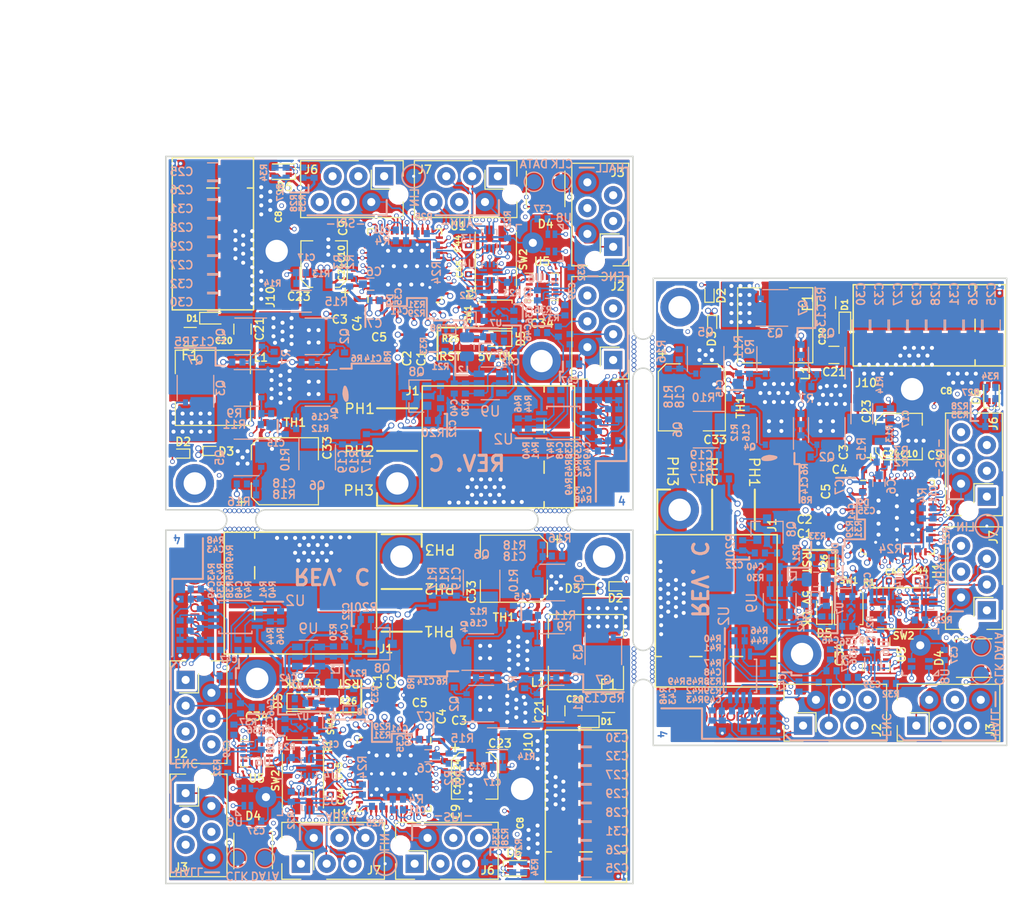
<source format=kicad_pcb>
(kicad_pcb (version 20171130) (host pcbnew 5.0.2-bee76a0~70~ubuntu18.04.1)
  (layers (0 F.Cu mixed) (1 In1.Cu signal) (2 In2.Cu signal) (31 B.Cu power) (34 B.Paste user) (35 F.Paste user) (36 B.SilkS user) (37 F.SilkS user) (38 B.Mask user) (39 F.Mask user) (44 Edge.Cuts user))
  (net 0 "")
  (net 1 "/Driver Bridge Single Mosfet/SH1")
  (net 2 GND)
  (net 3 "/Driver Bridge Single Mosfet/SH2")
  (net 4 "/Driver Bridge Single Mosfet/SH3")
  (net 5 "Net-(C4-Pad1)")
  (net 6 "Net-(C4-Pad2)")
  (net 7 "Net-(C5-Pad1)")
  (net 8 "Net-(C5-Pad2)")
  (net 9 "Net-(C6-Pad1)")
  (net 10 VCP)
  (net 11 VDH)
  (net 12 "Net-(C8-Pad2)")
  (net 13 "Net-(C9-Pad2)")
  (net 14 "Net-(C11-Pad1)")
  (net 15 /RST)
  (net 16 "Net-(C13-Pad1)")
  (net 17 "Net-(C14-Pad1)")
  (net 18 /SL)
  (net 19 "Net-(C15-Pad1)")
  (net 20 "Net-(C16-Pad1)")
  (net 21 /OP2)
  (net 22 /OP1)
  (net 23 "Net-(C18-Pad1)")
  (net 24 "Net-(C19-Pad1)")
  (net 25 "Net-(C22-Pad2)")
  (net 26 VS)
  (net 27 "Net-(D2-Pad1)")
  (net 28 "Net-(D2-Pad2)")
  (net 29 /Comms/A+)
  (net 30 /Comms/B+)
  (net 31 /P0.4)
  (net 32 /P1.4)
  (net 33 /P2.3)
  (net 34 /P0.1)
  (net 35 /P0.2)
  (net 36 /P0.3)
  (net 37 /P2.5)
  (net 38 /P1.0)
  (net 39 /P1.2)
  (net 40 /P1.1)
  (net 41 /P1.3)
  (net 42 /LIN)
  (net 43 /P0.0)
  (net 44 /TMS)
  (net 45 "Net-(R1-Pad1)")
  (net 46 "Net-(R3-Pad1)")
  (net 47 /P2.2)
  (net 48 /GH1)
  (net 49 /GL1)
  (net 50 /GH2)
  (net 51 /GL2)
  (net 52 /GH3)
  (net 53 /GL3)
  (net 54 /P2.0)
  (net 55 /P2.4)
  (net 56 /Comms/LED)
  (net 57 "Net-(F1-Pad2)")
  (net 58 "Net-(R22-Pad2)")
  (net 59 "Net-(R23-Pad2)")
  (net 60 "/Power in/VIN")
  (net 61 "Net-(Q7-Pad4)")
  (net 62 "Net-(D5-Pad2)")
  (net 63 "Net-(D6-Pad2)")
  (net 64 GNDA)
  (net 65 GNDD)
  (net 66 /Comms/SS1/DispAo/SWCLK)
  (net 67 "Net-(U4-Pad10)")
  (net 68 "Net-(R32-Pad1)")
  (net 69 "Net-(U5-Pad13)")
  (net 70 "Net-(U5-Pad14)")
  (net 71 "Net-(D6-Pad1)")
  (net 72 /Comms/3V3)
  (net 73 "Net-(J8-Pad1)")
  (net 74 "Net-(J9-Pad1)")
  (net 75 /Comms/MOSI1/SDA/DispB-RST)
  (net 76 /Comms/MISO1/DispA-TMS)
  (net 77 "Net-(C42-Pad1)")
  (net 78 "Net-(C42-Pad2)")
  (net 79 "Net-(R29-Pad1)")
  (net 80 /Vdd_Ext_En)
  (net 81 "Net-(C41-Pad2)")
  (net 82 "Net-(R30-Pad1)")
  (net 83 /Vdd_Ext)
  (net 84 "Net-(C46-Pad1)")
  (net 85 "Net-(C47-Pad2)")
  (net 86 "Net-(C48-Pad1)")
  (net 87 "Net-(C49-Pad2)")
  (net 88 /Comms/A-)
  (net 89 /Comms/B-)
  (net 90 "Net-(R40-Pad1)")
  (net 91 "Net-(R41-Pad1)")
  (net 92 "Net-(R42-Pad1)")
  (net 93 "Net-(R43-Pad1)")
  (module custom_lib:R1_face_mask_5.5mm (layer B.Cu) (at 111.2 126.25)
    (fp_text reference G*** hide)
    (fp_text value LOGO hide)
  )
  (module Roboy_mod:The_0402_FP (layer B.Cu) (at 117.6645 122.8 180)
    (fp_text reference R12 (at 1.8645 0 180) (layer B.SilkS) (effects (font (size 0.6 0.6)) (justify mirror)))
    (fp_text value 100k)
    (pad 1 smd rect (at -0.5 0 180) (size 0.6 0.7) (layers B.Cu B.Paste B.Mask) (net 20 "Net-(C16-Pad1)"))
    (pad 2 smd rect (at 0.5 0 180) (size 0.6 0.7) (layers B.Cu B.Paste B.Mask) (net 18 /SL))
  )
  (module Roboy_mod:The_0402_FP (layer B.Cu) (at 118.65 137.1 180)
    (fp_text reference R14 (at -1.85 0 180) (layer B.SilkS) (effects (font (size 0.6 0.6)) (justify mirror)))
    (fp_text value 12)
    (pad 2 smd rect (at 0.5 0 180) (size 0.6 0.7) (layers B.Cu B.Paste B.Mask) (net 22 /OP1))
    (pad 1 smd rect (at -0.5 0 180) (size 0.6 0.7) (layers B.Cu B.Paste B.Mask) (net 2 GND))
  )
  (module Roboy_mod:LED_Dual_0603_AACC (layer F.Cu) (at 119.7 148.1)
    (fp_text reference D6 (at -0.4 -1.5) (layer F.SilkS) (effects (font (size 0.8 0.8))))
    (fp_text value LED_Dual_AACC)
    (pad 3 smd rect (at 0.8 -0.3) (size 0.6 0.45) (layers F.Cu F.Paste F.Mask) (net 11 VDH))
    (pad 1 smd rect (at -0.8 -0.3) (size 0.6 0.45) (layers F.Cu F.Paste F.Mask) (net 71 "Net-(D6-Pad1)"))
    (pad 2 smd rect (at -0.8 0.3) (size 0.6 0.45) (layers F.Cu F.Paste F.Mask) (net 63 "Net-(D6-Pad2)"))
    (pad 4 smd rect (at 0.8 0.3) (size 0.6 0.45) (layers F.Cu F.Paste F.Mask) (net 2 GND))
  )
  (module Capacitors_SMD:C_0805 (layer F.Cu) (at 123.45 132.591 270)
    (fp_text reference C21 (at 0.009 1.6785 270) (layer F.SilkS) (effects (font (size 0.8 0.8))))
    (fp_text value 22u/50V)
    (pad 2 smd rect (at 1 0 270) (size 1 1.25) (layers F.Cu F.Paste F.Mask) (net 2 GND))
    (pad 1 smd rect (at -1 0 270) (size 1 1.25) (layers F.Cu F.Paste F.Mask) (net 60 "/Power in/VIN"))
  )
  (module Roboy_mod:The_0402_FP (layer B.Cu) (at 97.35 141.05 90)
    (fp_text reference R22 (at -2.35 0 90) (layer B.SilkS) (effects (font (size 0.6 0.6)) (justify mirror)))
    (fp_text value 10k)
    (pad 2 smd rect (at 0.5 0 90) (size 0.6 0.7) (layers B.Cu B.Paste B.Mask) (net 58 "Net-(R22-Pad2)"))
    (pad 1 smd rect (at -0.5 0 90) (size 0.6 0.7) (layers B.Cu B.Paste B.Mask) (net 65 GNDD))
  )
  (module Roboy_mod:The_0402_FP (layer B.Cu) (at 96.9 137.2)
    (fp_text reference R23 (at 0 -1.05) (layer B.SilkS) (effects (font (size 0.6 0.6)) (justify mirror)))
    (fp_text value 10k)
    (pad 1 smd rect (at -0.5 0) (size 0.6 0.7) (layers B.Cu B.Paste B.Mask) (net 65 GNDD))
    (pad 2 smd rect (at 0.5 0) (size 0.6 0.7) (layers B.Cu B.Paste B.Mask) (net 59 "Net-(R23-Pad2)"))
  )
  (module Roboy_mod:The_0402_FP (layer B.Cu) (at 104.7 123.6)
    (fp_text reference R20 (at 0 -1.2) (layer B.SilkS) (effects (font (size 0.8 0.8)) (justify mirror)))
    (fp_text value 3.3k)
    (pad 2 smd rect (at 0.5 0) (size 0.6 0.7) (layers B.Cu B.Paste B.Mask) (net 61 "Net-(Q7-Pad4)"))
    (pad 1 smd rect (at -0.5 0) (size 0.6 0.7) (layers B.Cu B.Paste B.Mask) (net 10 VCP))
  )
  (module Roboy_mod:The_0402_FP (layer B.Cu) (at 101.5 126.75 270)
    (fp_text reference R30 (at -1.9 0 270) (layer B.SilkS) (effects (font (size 0.6 0.6)) (justify mirror)))
    (fp_text value 100k)
    (pad 2 smd rect (at 0.5 0 270) (size 0.6 0.7) (layers B.Cu B.Paste B.Mask) (net 11 VDH))
    (pad 1 smd rect (at -0.5 0 270) (size 0.6 0.7) (layers B.Cu B.Paste B.Mask) (net 82 "Net-(R30-Pad1)"))
  )
  (module Roboy_mod:The_0402_FP (layer B.Cu) (at 103.95 127.5 90)
    (fp_text reference R21 (at -1.4 0 -180) (layer B.SilkS) (effects (font (size 0.6 0.6)) (justify mirror)))
    (fp_text value 10k)
    (pad 2 smd rect (at 0.5 0 90) (size 0.6 0.7) (layers B.Cu B.Paste B.Mask) (net 25 "Net-(C22-Pad2)"))
    (pad 1 smd rect (at -0.5 0 90) (size 0.6 0.7) (layers B.Cu B.Paste B.Mask) (net 2 GND))
  )
  (module Roboy_mod:The_0402_FP (layer B.Cu) (at 91.1 138.2 270)
    (fp_text reference R32 (at 0 1.05 270) (layer B.SilkS) (effects (font (size 0.6 0.6)) (justify mirror)))
    (fp_text value 10k)
    (pad 1 smd rect (at -0.5 0 270) (size 0.6 0.7) (layers B.Cu B.Paste B.Mask) (net 68 "Net-(R32-Pad1)"))
    (pad 2 smd rect (at 0.5 0 270) (size 0.6 0.7) (layers B.Cu B.Paste B.Mask) (net 72 /Comms/3V3))
  )
  (module Roboy_mod:The_0402_FP (layer B.Cu) (at 88.4 122.05 270)
    (fp_text reference R49 (at -4.95 -2.9 270) (layer B.SilkS) (effects (font (size 0.6 0.6)) (justify mirror)))
    (fp_text value 100k)
    (pad 1 smd rect (at -0.5 0 270) (size 0.6 0.7) (layers B.Cu B.Paste B.Mask) (net 83 /Vdd_Ext))
    (pad 2 smd rect (at 0.5 0 270) (size 0.6 0.7) (layers B.Cu B.Paste B.Mask) (net 55 /P2.4))
  )
  (module Roboy_mod:The_0402_FP (layer F.Cu) (at 120.6535 123.3835)
    (fp_text reference TH1 (at -2.3535 0.0165) (layer F.SilkS) (effects (font (size 0.8 0.8))))
    (fp_text value Thermistor_PTC)
    (pad 2 smd rect (at 0.5 0) (size 0.6 0.7) (layers F.Cu F.Paste F.Mask) (net 33 /P2.3))
    (pad 1 smd rect (at -0.5 0) (size 0.6 0.7) (layers F.Cu F.Paste F.Mask) (net 64 GNDA))
  )
  (module Roboy_mod:The_0402_FP (layer B.Cu) (at 120.25 148 270)
    (fp_text reference R34 (at 0 -1.1 270) (layer B.SilkS) (effects (font (size 0.6 0.6)) (justify mirror)))
    (fp_text value 10k)
    (pad 1 smd rect (at -0.5 0 270) (size 0.6 0.7) (layers B.Cu B.Paste B.Mask) (net 60 "/Power in/VIN"))
    (pad 2 smd rect (at 0.5 0 270) (size 0.6 0.7) (layers B.Cu B.Paste B.Mask) (net 71 "Net-(D6-Pad1)"))
  )
  (module Roboy_mod:The_0402_FP (layer B.Cu) (at 86.4 124.2 270)
    (fp_text reference R43 (at -5.3 -3.1 270) (layer B.SilkS) (effects (font (size 0.6 0.6)) (justify mirror)))
    (fp_text value 1k)
    (pad 1 smd rect (at -0.5 0 270) (size 0.6 0.7) (layers B.Cu B.Paste B.Mask) (net 93 "Net-(R43-Pad1)"))
    (pad 2 smd rect (at 0.5 0 270) (size 0.6 0.7) (layers B.Cu B.Paste B.Mask) (net 87 "Net-(C49-Pad2)"))
  )
  (module Roboy_mod:The_0402_FP (layer B.Cu) (at 92.35 132.35 270)
    (fp_text reference R36 (at 2.15 -1.5) (layer B.SilkS) (effects (font (size 0.6 0.6)) (justify mirror)))
    (fp_text value 1k)
    (pad 1 smd rect (at -0.5 0 270) (size 0.6 0.7) (layers B.Cu B.Paste B.Mask) (net 84 "Net-(C46-Pad1)"))
    (pad 2 smd rect (at 0.5 0 270) (size 0.6 0.7) (layers B.Cu B.Paste B.Mask) (net 29 /Comms/A+))
  )
  (module Roboy_mod:The_0402_FP (layer B.Cu) (at 90.8 129.15)
    (fp_text reference C47 (at 0.4 -1.6) (layer B.SilkS) (effects (font (size 0.6 0.6)) (justify mirror)))
    (fp_text value 100n)
    (pad 1 smd rect (at -0.5 0) (size 0.6 0.7) (layers B.Cu B.Paste B.Mask) (net 65 GNDD))
    (pad 2 smd rect (at 0.5 0) (size 0.6 0.7) (layers B.Cu B.Paste B.Mask) (net 85 "Net-(C47-Pad2)"))
  )
  (module Package_SO:TSSOP-8_3x3mm_P0.65mm (layer B.Cu) (at 91.85 123.35 180)
    (fp_text reference U2 (at -5.9 1.6 180) (layer B.SilkS) (effects (justify mirror)))
    (fp_text value LM2903)
    (pad 8 smd rect (at 2.15 0.975 180) (size 1.1 0.4) (layers B.Cu B.Paste B.Mask) (net 83 /Vdd_Ext))
    (pad 7 smd rect (at 2.15 0.325 180) (size 1.1 0.4) (layers B.Cu B.Paste B.Mask) (net 55 /P2.4))
    (pad 6 smd rect (at 2.15 -0.325 180) (size 1.1 0.4) (layers B.Cu B.Paste B.Mask) (net 93 "Net-(R43-Pad1)"))
    (pad 5 smd rect (at 2.15 -0.975 180) (size 1.1 0.4) (layers B.Cu B.Paste B.Mask) (net 92 "Net-(R42-Pad1)"))
    (pad 4 smd rect (at -2.15 -0.975 180) (size 1.1 0.4) (layers B.Cu B.Paste B.Mask) (net 65 GNDD))
    (pad 3 smd rect (at -2.15 -0.325 180) (size 1.1 0.4) (layers B.Cu B.Paste B.Mask) (net 90 "Net-(R40-Pad1)"))
    (pad 2 smd rect (at -2.15 0.325 180) (size 1.1 0.4) (layers B.Cu B.Paste B.Mask) (net 91 "Net-(R41-Pad1)"))
    (pad 1 smd rect (at -2.15 0.975 180) (size 1.1 0.4) (layers B.Cu B.Paste B.Mask) (net 54 /P2.0))
  )
  (module Roboy_mod:The_0402_FP (layer B.Cu) (at 86.4 126.1 90)
    (fp_text reference C49 (at 5.45 3.1 90) (layer B.SilkS) (effects (font (size 0.6 0.6)) (justify mirror)))
    (fp_text value 100n)
    (pad 1 smd rect (at -0.5 0 90) (size 0.6 0.7) (layers B.Cu B.Paste B.Mask) (net 65 GNDD))
    (pad 2 smd rect (at 0.5 0 90) (size 0.6 0.7) (layers B.Cu B.Paste B.Mask) (net 87 "Net-(C49-Pad2)"))
  )
  (module Roboy_mod:The_0402_FP (layer F.Cu) (at 101.2 141.35 270)
    (fp_text reference C44 (at -0.35 -1.05 270) (layer F.SilkS) (effects (font (size 0.6 0.6))))
    (fp_text value 100n)
    (pad 2 smd rect (at 0.5 0 270) (size 0.6 0.7) (layers F.Cu F.Paste F.Mask) (net 65 GNDD))
    (pad 1 smd rect (at -0.5 0 270) (size 0.6 0.7) (layers F.Cu F.Paste F.Mask) (net 83 /Vdd_Ext))
  )
  (module Roboy_mod:The_0402_FP (layer B.Cu) (at 93.95 132.25)
    (fp_text reference C46 (at 1.4 0 90) (layer B.SilkS) (effects (font (size 0.6 0.6)) (justify mirror)))
    (fp_text value 100n)
    (pad 2 smd rect (at 0.5 0) (size 0.6 0.7) (layers B.Cu B.Paste B.Mask) (net 65 GNDD))
    (pad 1 smd rect (at -0.5 0) (size 0.6 0.7) (layers B.Cu B.Paste B.Mask) (net 84 "Net-(C46-Pad1)"))
  )
  (module Roboy_mod:The_0402_FP (layer B.Cu) (at 86.95 121.6)
    (fp_text reference C43 (at 2.95 -4.9) (layer B.SilkS) (effects (font (size 0.6 0.6)) (justify mirror)))
    (fp_text value 100n)
    (pad 2 smd rect (at 0.5 0) (size 0.6 0.7) (layers B.Cu B.Paste B.Mask) (net 83 /Vdd_Ext))
    (pad 1 smd rect (at -0.5 0) (size 0.6 0.7) (layers B.Cu B.Paste B.Mask) (net 65 GNDD))
  )
  (module Roboy_mod:The_0402_FP (layer B.Cu) (at 87.4 124.2 270)
    (fp_text reference R42 (at -5.3 -3 270) (layer B.SilkS) (effects (font (size 0.6 0.6)) (justify mirror)))
    (fp_text value 1k)
    (pad 2 smd rect (at 0.5 0 270) (size 0.6 0.7) (layers B.Cu B.Paste B.Mask) (net 86 "Net-(C48-Pad1)"))
    (pad 1 smd rect (at -0.5 0 270) (size 0.6 0.7) (layers B.Cu B.Paste B.Mask) (net 92 "Net-(R42-Pad1)"))
  )
  (module Housings_SON:VSON-8_3.3x3.3mm_Pitch0.65mm_NexFET (layer B.Cu) (at 128.083 126.8125 270)
    (fp_text reference Q7 (at 2.7375 -0.017) (layer B.SilkS) (effects (font (size 0.8 0.8)) (justify mirror)))
    (fp_text value CSD18534Q5A)
    (pad 1 smd rect (at -1.44 0.97 270) (size 0.63 0.5) (layers B.Cu B.Paste B.Mask) (net 27 "Net-(D2-Pad1)"))
    (pad 2 smd rect (at -1.44 0.33 270) (size 0.63 0.5) (layers B.Cu B.Paste B.Mask) (net 27 "Net-(D2-Pad1)"))
    (pad 3 smd rect (at -1.44 -0.33 270) (size 0.63 0.5) (layers B.Cu B.Paste B.Mask) (net 27 "Net-(D2-Pad1)") (clearance 0.14))
    (pad 4 smd rect (at -1.44 -0.97 270) (size 0.63 0.5) (layers B.Cu B.Paste B.Mask) (net 61 "Net-(Q7-Pad4)") (clearance 0.14))
    (pad 5 smd rect (at 1.44 -0.97 270) (size 0.63 0.5) (layers B.Cu B.Paste B.Mask) (net 11 VDH))
    (pad 5 smd rect (at 1.44 -0.33 270) (size 0.63 0.5) (layers B.Cu B.Paste B.Mask) (net 11 VDH))
    (pad 5 smd rect (at 1.44 0.33 270) (size 0.63 0.5) (layers B.Cu B.Paste B.Mask) (net 11 VDH))
    (pad 5 smd rect (at 1.44 0.97 270) (size 0.63 0.5) (layers B.Cu B.Paste B.Mask) (net 11 VDH))
    (pad 5 smd rect (at 0.86 -0.61 270) (size 0.95 1.23) (layers B.Cu B.Paste B.Mask) (net 11 VDH))
    (pad 5 smd rect (at 0.86 0.61 270) (size 0.95 1.23) (layers B.Cu B.Paste B.Mask) (net 11 VDH))
    (pad 5 smd rect (at -0.09 -0.61 270) (size 0.95 1.23) (layers B.Cu B.Paste B.Mask) (net 11 VDH))
    (pad 5 smd rect (at -0.09 0.61 270) (size 0.95 1.23) (layers B.Cu B.Paste B.Mask) (net 11 VDH))
  )
  (module Roboy_mod:The_0402_FP (layer B.Cu) (at 87.4 126.1 270)
    (fp_text reference R39 (at -5.45 -3 270) (layer B.SilkS) (effects (font (size 0.6 0.6)) (justify mirror)))
    (fp_text value 1k)
    (pad 2 smd rect (at 0.5 0 270) (size 0.6 0.7) (layers B.Cu B.Paste B.Mask) (net 89 /Comms/B-))
    (pad 1 smd rect (at -0.5 0 270) (size 0.6 0.7) (layers B.Cu B.Paste B.Mask) (net 87 "Net-(C49-Pad2)"))
  )
  (module Roboy_mod:The_0402_FP (layer F.Cu) (at 112.425 138.05 270)
    (fp_text reference C24 (at 0.15 -1.275 270) (layer F.SilkS) (effects (font (size 0.6 0.6))))
    (fp_text value 100n/50V)
    (pad 1 smd rect (at -0.5 0 270) (size 0.6 0.7) (layers F.Cu F.Paste F.Mask) (net 26 VS))
    (pad 2 smd rect (at 0.5 0 270) (size 0.6 0.7) (layers F.Cu F.Paste F.Mask) (net 2 GND))
  )
  (module Roboy_mod:The_0402_FP (layer B.Cu) (at 103.95 125.3 270)
    (fp_text reference C22 (at -2.5 1.2 270) (layer B.SilkS) (effects (font (size 0.6 0.6)) (justify mirror)))
    (fp_text value 100n/50V)
    (pad 1 smd rect (at -0.5 0 270) (size 0.6 0.7) (layers B.Cu B.Paste B.Mask) (net 10 VCP))
    (pad 2 smd rect (at 0.5 0 270) (size 0.6 0.7) (layers B.Cu B.Paste B.Mask) (net 25 "Net-(C22-Pad2)"))
  )
  (module Roboy_mod:D_SOD-993 (layer F.Cu) (at 129.2895 120.3355)
    (fp_text reference D2 (at 0 1.1645) (layer F.SilkS) (effects (font (size 0.8 0.8))))
    (fp_text value PMEG4010AESBYL)
    (pad 1 smd rect (at -0.325 0 180) (size 0.35 0.6) (layers F.Cu F.Paste F.Mask) (net 27 "Net-(D2-Pad1)"))
    (pad 2 smd rect (at 0.325 0 180) (size 0.35 0.6) (layers F.Cu F.Paste F.Mask) (net 28 "Net-(D2-Pad2)"))
  )
  (module Roboy_mod:D_SOD-993 (layer F.Cu) (at 126.7 120.6 180)
    (fp_text reference D3 (at 1.65 0.05 180) (layer F.SilkS) (effects (font (size 0.8 0.8))))
    (fp_text value PMEG4010AESBYL)
    (pad 2 smd rect (at 0.325 0) (size 0.35 0.6) (layers F.Cu F.Paste F.Mask) (net 11 VDH))
    (pad 1 smd rect (at -0.325 0) (size 0.35 0.6) (layers F.Cu F.Paste F.Mask) (net 26 VS))
  )
  (module Roboy_mod:LED_WS2812B-PLCC4_3.5x3.5 (layer F.Cu) (at 93.6 146.4 90)
    (fp_text reference D4 (at 3.45 0) (layer F.SilkS) (effects (font (size 0.8 0.8))))
    (fp_text value Neo-Pixel)
    (pad 1 smd rect (at -1.75 -0.875 90) (size 1 1) (layers F.Cu F.Paste F.Mask))
    (pad 2 smd rect (at -1.75 0.875 90) (size 1 1) (layers F.Cu F.Paste F.Mask) (net 65 GNDD))
    (pad 4 smd rect (at 1.75 -0.875 90) (size 1 1) (layers F.Cu F.Paste F.Mask) (net 83 /Vdd_Ext))
    (pad 3 smd rect (at 1.75 0.875 90) (size 1 1) (layers F.Cu F.Paste F.Mask) (net 56 /Comms/LED))
  )
  (module Roboy_mod:D_SOD-993 (layer B.Cu) (at 99.5 130.75 180)
    (fp_text reference D7 (at 1.65 0.6 180) (layer B.SilkS) (effects (font (size 0.6 0.6)) (justify mirror)))
    (fp_text value PMEG4010AESBYL)
    (pad 1 smd rect (at -0.325 0) (size 0.35 0.6) (layers B.Cu B.Paste B.Mask) (net 78 "Net-(C42-Pad2)"))
    (pad 2 smd rect (at 0.325 0) (size 0.35 0.6) (layers B.Cu B.Paste B.Mask) (net 65 GNDD))
  )
  (module Roboy_mod:Wago_2060_3_SMD (layer F.Cu) (at 98.25 121 90)
    (fp_text reference J1 (at -5.5 8.45 -180) (layer F.SilkS) (effects (font (size 0.8 0.8))))
    (fp_text value Wago_SMD_3)
    (pad 1 smd rect (at -4 5.25 90) (size 2 3.5) (layers F.Cu F.Paste F.Mask) (net 1 "/Driver Bridge Single Mosfet/SH1"))
    (pad 1 smd rect (at -4 -4 90) (size 2 6) (layers F.Cu F.Paste F.Mask) (net 1 "/Driver Bridge Single Mosfet/SH1"))
    (pad 2 smd rect (at 0 -4 90) (size 2 6) (layers F.Cu F.Paste F.Mask) (net 3 "/Driver Bridge Single Mosfet/SH2"))
    (pad 2 smd rect (at 0 5.25 90) (size 2 3.5) (layers F.Cu F.Paste F.Mask) (net 3 "/Driver Bridge Single Mosfet/SH2"))
    (pad 3 smd rect (at 4 -4 90) (size 2 6) (layers F.Cu F.Paste F.Mask) (net 4 "/Driver Bridge Single Mosfet/SH3"))
    (pad 3 smd rect (at 4 5.25 90) (size 2 3.5) (layers F.Cu F.Paste F.Mask) (net 4 "/Driver Bridge Single Mosfet/SH3"))
  )
  (module Roboy_mod:The_0402_FP (layer B.Cu) (at 120.13 124.27 180)
    (fp_text reference C15 (at -0.02 2.92 180) (layer B.SilkS) (effects (font (size 0.6 0.6)) (justify mirror)))
    (fp_text value 4.7n)
    (pad 1 smd rect (at -0.5 0 180) (size 0.6 0.7) (layers B.Cu B.Paste B.Mask) (net 19 "Net-(C15-Pad1)"))
    (pad 2 smd rect (at 0.5 0 180) (size 0.6 0.7) (layers B.Cu B.Paste B.Mask) (net 3 "/Driver Bridge Single Mosfet/SH2"))
  )
  (module Roboy_mod:The_0402_FP (layer B.Cu) (at 88.4 126.1 270)
    (fp_text reference R38 (at -5.45 -2.9 270) (layer B.SilkS) (effects (font (size 0.6 0.6)) (justify mirror)))
    (fp_text value 1k)
    (pad 1 smd rect (at -0.5 0 270) (size 0.6 0.7) (layers B.Cu B.Paste B.Mask) (net 86 "Net-(C48-Pad1)"))
    (pad 2 smd rect (at 0.5 0 270) (size 0.6 0.7) (layers B.Cu B.Paste B.Mask) (net 30 /Comms/B+))
  )
  (module Roboy_mod:The_0402_FP (layer B.Cu) (at 122.09 124.27)
    (fp_text reference R9 (at 2.16 0.03) (layer B.SilkS) (effects (font (size 0.8 0.8)) (justify mirror)))
    (fp_text value 2.2)
    (pad 1 smd rect (at -0.5 0) (size 0.6 0.7) (layers B.Cu B.Paste B.Mask) (net 19 "Net-(C15-Pad1)"))
    (pad 2 smd rect (at 0.5 0) (size 0.6 0.7) (layers B.Cu B.Paste B.Mask) (net 50 /GH2))
  )
  (module custom_lib:Star_Ground_2Port (layer F.Cu) (at 117.65 140.65 180)
    (fp_text reference JP1 hide)
    (fp_text value Jumper)
    (fp_poly (pts (xy -0.11 -1) (xy 0.11 -1) (xy 0.11 1) (xy -0.11 1)) (layer F.Cu) (width 0.001))
    (pad 2 smd rect (at 0.3 0 180) (size 0.4 2) (layers F.Cu) (net 65 GNDD) (clearance 0.001))
    (pad 1 smd rect (at -0.3 0 180) (size 0.4 2) (layers F.Cu) (net 2 GND) (clearance 0.001))
  )
  (module MountingHole:MountingHole_2.2mm_M2_DIN965_Pad (layer F.Cu) (at 120.082 140.2872 180)
    (fp_text reference MK3 hide)
    (fp_text value M2)
    (pad 1 thru_hole circle (at 0 0 180) (size 3.8 3.8) (drill 2.2) (layers *.Cu *.Mask) (net 2 GND))
  )
  (module MountingHole:MountingHole_2.2mm_M2_DIN965_Pad (layer F.Cu) (at 94 129.45 180)
    (fp_text reference MK4 hide)
    (fp_text value M2)
    (pad 1 thru_hole circle (at 0 0 180) (size 3.8 3.8) (drill 2.2) (layers *.Cu *.Mask) (net 2 GND))
  )
  (module Roboy_mod:The_0402_FP (layer B.Cu) (at 113.4 129.8 90)
    (fp_text reference R8 (at -0.1 -4.25 -90) (layer B.SilkS) (effects (font (size 0.6 0.6)) (justify mirror)))
    (fp_text value 100k)
    (pad 1 smd rect (at -0.5 0 90) (size 0.6 0.7) (layers B.Cu B.Paste B.Mask) (net 17 "Net-(C14-Pad1)"))
    (pad 2 smd rect (at 0.5 0 90) (size 0.6 0.7) (layers B.Cu B.Paste B.Mask) (net 18 /SL))
  )
  (module Inductors_SMD:L_7.3x7.3_H4.5 (layer F.Cu) (at 126.3685 126.8125 180)
    (fp_text reference L1 (at 4.7185 -2.9875 180) (layer F.SilkS) (effects (font (size 0.8 0.8))))
    (fp_text value 4.7u)
    (pad 2 smd rect (at 3.2 0 180) (size 1.5 2.2) (layers F.Cu F.Paste F.Mask) (net 27 "Net-(D2-Pad1)"))
    (pad 1 smd rect (at -3.2 0 180) (size 1.5 2.2) (layers F.Cu F.Paste F.Mask) (net 57 "Net-(F1-Pad2)"))
  )
  (module TO_SOT_Packages_SMD:SOT-23 (layer B.Cu) (at 106.3 126)
    (fp_text reference Q8 (at 0 2.4) (layer B.SilkS) (effects (font (size 0.8 0.8)) (justify mirror)))
    (fp_text value Q_NPN_BCE)
    (pad 3 smd rect (at 1 0) (size 0.9 0.8) (layers B.Cu B.Paste B.Mask) (net 28 "Net-(D2-Pad2)"))
    (pad 2 smd rect (at -1 -0.95) (size 0.9 0.8) (layers B.Cu B.Paste B.Mask) (net 61 "Net-(Q7-Pad4)"))
    (pad 1 smd rect (at -1 0.95) (size 0.9 0.8) (layers B.Cu B.Paste B.Mask) (net 25 "Net-(C22-Pad2)"))
  )
  (module Capacitors_SMD:C_0805 (layer B.Cu) (at 126.40025 146.27525 180)
    (fp_text reference C26 (at -3.04975 -0.02475 180) (layer B.SilkS) (effects (font (size 0.8 0.8)) (justify mirror)))
    (fp_text value 22u/50V)
    (pad 2 smd rect (at 1 0 180) (size 1 1.25) (layers B.Cu B.Paste B.Mask) (net 2 GND))
    (pad 1 smd rect (at -1 0 180) (size 1 1.25) (layers B.Cu B.Paste B.Mask) (net 11 VDH))
  )
  (module Roboy_mod:The_0402_FP (layer F.Cu) (at 109.45 133.15)
    (fp_text reference C5 (at 0.55 -1.35) (layer F.SilkS) (effects (font (size 0.8 0.8))))
    (fp_text value 220n)
    (pad 1 smd rect (at -0.5 0) (size 0.6 0.7) (layers F.Cu F.Paste F.Mask) (net 7 "Net-(C5-Pad1)"))
    (pad 2 smd rect (at 0.5 0) (size 0.6 0.7) (layers F.Cu F.Paste F.Mask) (net 8 "Net-(C5-Pad2)"))
  )
  (module Capacitors_SMD:C_0805 (layer B.Cu) (at 126.40025 148.11675 180)
    (fp_text reference C25 (at -3.04975 0.01675 180) (layer B.SilkS) (effects (font (size 0.8 0.8)) (justify mirror)))
    (fp_text value 22u/50V)
    (pad 2 smd rect (at 1 0 180) (size 1 1.25) (layers B.Cu B.Paste B.Mask) (net 2 GND))
    (pad 1 smd rect (at -1 0 180) (size 1 1.25) (layers B.Cu B.Paste B.Mask) (net 11 VDH))
  )
  (module Roboy_mod:The_0402_FP (layer F.Cu) (at 113.875 134.95)
    (fp_text reference C3 (at 0 -1.4) (layer F.SilkS) (effects (font (size 0.8 0.8))))
    (fp_text value 1n)
    (pad 2 smd rect (at 0.5 0) (size 0.6 0.7) (layers F.Cu F.Paste F.Mask) (net 2 GND))
    (pad 1 smd rect (at -0.5 0) (size 0.6 0.7) (layers F.Cu F.Paste F.Mask) (net 4 "/Driver Bridge Single Mosfet/SH3"))
  )
  (module Package_LGA:Bosch_LGA-14_3x2.5mm_P0.5mm (layer F.Cu) (at 93.95 136.75 180)
    (fp_text reference U5 (at 0 -2.5 180) (layer F.SilkS) (effects (font (size 0.8 0.8))))
    (fp_text value BMI160)
    (pad 11 smd rect (at 1.2625 -0.75 180) (size 0.675 0.25) (layers F.Cu F.Paste F.Mask))
    (pad 10 smd rect (at 1.2625 -0.25 180) (size 0.675 0.25) (layers F.Cu F.Paste F.Mask))
    (pad 9 smd rect (at 1.2625 0.25 180) (size 0.675 0.25) (layers F.Cu F.Paste F.Mask))
    (pad 8 smd rect (at 1.2625 0.75 180) (size 0.675 0.25) (layers F.Cu F.Paste F.Mask) (net 72 /Comms/3V3))
    (pad 4 smd rect (at -1.2625 0.75 180) (size 0.675 0.25) (layers F.Cu F.Paste F.Mask))
    (pad 3 smd rect (at -1.2625 0.25 180) (size 0.675 0.25) (layers F.Cu F.Paste F.Mask))
    (pad 2 smd rect (at -1.2625 -0.25 180) (size 0.675 0.25) (layers F.Cu F.Paste F.Mask))
    (pad 1 smd rect (at -1.2625 -0.75 180) (size 0.675 0.25) (layers F.Cu F.Paste F.Mask) (net 72 /Comms/3V3))
    (pad 7 smd rect (at 0.5 1.0125 180) (size 0.25 0.675) (layers F.Cu F.Paste F.Mask) (net 65 GNDD))
    (pad 6 smd rect (at 0 1.0125 180) (size 0.25 0.675) (layers F.Cu F.Paste F.Mask) (net 65 GNDD))
    (pad 5 smd rect (at -0.5 1.0125 180) (size 0.25 0.675) (layers F.Cu F.Paste F.Mask) (net 72 /Comms/3V3))
    (pad 12 smd rect (at 0.5 -1.0125 180) (size 0.25 0.675) (layers F.Cu F.Paste F.Mask) (net 72 /Comms/3V3))
    (pad 14 smd rect (at -0.5 -1.0125 180) (size 0.25 0.675) (layers F.Cu F.Paste F.Mask) (net 70 "Net-(U5-Pad14)"))
    (pad 13 smd rect (at 0 -1.0125 180) (size 0.25 0.675) (layers F.Cu F.Paste F.Mask) (net 69 "Net-(U5-Pad13)"))
  )
  (module Roboy_mod:The_0402_FP (layer F.Cu) (at 107.25 131.55 90)
    (fp_text reference C2 (at 1.85 0 90) (layer F.SilkS) (effects (font (size 0.8 0.8))))
    (fp_text value 1n)
    (pad 2 smd rect (at 0.5 0 90) (size 0.6 0.7) (layers F.Cu F.Paste F.Mask) (net 2 GND))
    (pad 1 smd rect (at -0.5 0 90) (size 0.6 0.7) (layers F.Cu F.Paste F.Mask) (net 3 "/Driver Bridge Single Mosfet/SH2"))
  )
  (module Capacitors_SMD:C_0805 (layer B.Cu) (at 126.40025 142.59225 180)
    (fp_text reference C28 (at -3.04975 -0.00775 180) (layer B.SilkS) (effects (font (size 0.8 0.8)) (justify mirror)))
    (fp_text value 22u/50V)
    (pad 2 smd rect (at 1 0 180) (size 1 1.25) (layers B.Cu B.Paste B.Mask) (net 2 GND))
    (pad 1 smd rect (at -1 0 180) (size 1 1.25) (layers B.Cu B.Paste B.Mask) (net 11 VDH))
  )
  (module Capacitors_SMD:C_0805 (layer B.Cu) (at 126.40025 144.43375 180)
    (fp_text reference C31 (at -3.04975 -0.01625 180) (layer B.SilkS) (effects (font (size 0.8 0.8)) (justify mirror)))
    (fp_text value 22u/50V)
    (pad 2 smd rect (at 1 0 180) (size 1 1.25) (layers B.Cu B.Paste B.Mask) (net 2 GND))
    (pad 1 smd rect (at -1 0 180) (size 1 1.25) (layers B.Cu B.Paste B.Mask) (net 11 VDH))
  )
  (module Roboy_mod:The_0402_FP (layer B.Cu) (at 107.85 142.35)
    (fp_text reference C11 (at 1.9 0) (layer B.SilkS) (effects (font (size 0.6 0.6)) (justify mirror)))
    (fp_text value 100n)
    (pad 2 smd rect (at 0.5 0) (size 0.6 0.7) (layers B.Cu B.Paste B.Mask) (net 64 GNDA))
    (pad 1 smd rect (at -0.5 0) (size 0.6 0.7) (layers B.Cu B.Paste B.Mask) (net 14 "Net-(C11-Pad1)"))
  )
  (module Roboy_mod:The_0402_FP (layer B.Cu) (at 112.9 137.3 90)
    (fp_text reference R2 (at -1.9 0 90) (layer B.SilkS) (effects (font (size 0.8 0.8)) (justify mirror)))
    (fp_text value 2)
    (pad 2 smd rect (at 0.5 0 90) (size 0.6 0.7) (layers B.Cu B.Paste B.Mask) (net 11 VDH))
    (pad 1 smd rect (at -0.5 0 90) (size 0.6 0.7) (layers B.Cu B.Paste B.Mask) (net 9 "Net-(C6-Pad1)"))
  )
  (module custom_lib:Roboy_text_5.5mm_F.CU (layer F.Cu) (at 88.1 123.3 270)
    (fp_text reference G*** hide)
    (fp_text value LOGO hide)
    (fp_poly (pts (xy 1.500155 -0.188988) (xy 1.505398 -0.181573) (xy 1.514708 -0.166373) (xy 1.527427 -0.144596) (xy 1.542896 -0.117451) (xy 1.560454 -0.086147) (xy 1.579444 -0.05189) (xy 1.599204 -0.015891) (xy 1.619078 0.020644) (xy 1.638404 0.056505) (xy 1.656524 0.090484) (xy 1.672779 0.121372) (xy 1.686508 0.147963) (xy 1.697054 0.169046) (xy 1.703757 0.183414) (xy 1.705037 0.186538) (xy 1.71062 0.199472) (xy 1.715223 0.207257) (xy 1.716599 0.20828) (xy 1.720101 0.203987) (xy 1.726179 0.192721) (xy 1.733532 0.176899) (xy 1.733694 0.17653) (xy 1.741609 0.159493) (xy 1.753101 0.136303) (xy 1.767531 0.108133) (xy 1.784255 0.076158) (xy 1.802632 0.041551) (xy 1.822021 0.005487) (xy 1.84178 -0.03086) (xy 1.861269 -0.066315) (xy 1.879844 -0.099705) (xy 1.896865 -0.129855) (xy 1.911691 -0.155591) (xy 1.923679 -0.175739) (xy 1.932188 -0.189124) (xy 1.936368 -0.194439) (xy 1.941921 -0.197794) (xy 1.949264 -0.200148) (xy 1.960032 -0.201629) (xy 1.975862 -0.202367) (xy 1.99839 -0.202489) (xy 2.029253 -0.202124) (xy 2.03331 -0.202059) (xy 2.118214 -0.20066) (xy 1.958267 0.070689) (xy 1.79832 0.342039) (xy 1.79832 0.67056) (xy 1.63068 0.67056) (xy 1.63068 0.335098) (xy 1.4732 0.068742) (xy 1.44517 0.021289) (xy 1.418736 -0.023549) (xy 1.394342 -0.065012) (xy 1.372433 -0.102341) (xy 1.353454 -0.134774) (xy 1.33785 -0.161553) (xy 1.326064 -0.181917) (xy 1.318542 -0.195106) (xy 1.315729 -0.20036) (xy 1.31572 -0.200407) (xy 1.320523 -0.201328) (xy 1.333827 -0.202122) (xy 1.353975 -0.202733) (xy 1.379306 -0.203107) (xy 1.401129 -0.2032) (xy 1.486539 -0.2032) (xy 1.500155 -0.188988)) (layer F.Cu) (width 0.01))
    (fp_poly (pts (xy -0.08509 -0.201961) (xy -0.033169 -0.201481) (xy 0.009682 -0.201005) (xy 0.044554 -0.200475) (xy 0.072535 -0.199832) (xy 0.094716 -0.199017) (xy 0.112187 -0.197971) (xy 0.126037 -0.196636) (xy 0.137357 -0.194952) (xy 0.147237 -0.192861) (xy 0.156766 -0.190304) (xy 0.162543 -0.188589) (xy 0.211002 -0.170059) (xy 0.251664 -0.146278) (xy 0.284075 -0.117595) (xy 0.307776 -0.084355) (xy 0.312593 -0.074709) (xy 0.325381 -0.037069) (xy 0.331614 0.003799) (xy 0.331315 0.045135) (xy 0.324505 0.084178) (xy 0.311206 0.118168) (xy 0.311071 0.118417) (xy 0.292348 0.144959) (xy 0.266593 0.17056) (xy 0.236778 0.192532) (xy 0.217088 0.203377) (xy 0.201574 0.210934) (xy 0.194222 0.215451) (xy 0.193967 0.218143) (xy 0.199746 0.220223) (xy 0.201848 0.22075) (xy 0.229196 0.230219) (xy 0.258473 0.244828) (xy 0.28597 0.262414) (xy 0.307975 0.280819) (xy 0.311619 0.284663) (xy 0.331909 0.311269) (xy 0.345432 0.339466) (xy 0.353041 0.371755) (xy 0.355589 0.410636) (xy 0.3556 0.413757) (xy 0.351482 0.465496) (xy 0.339055 0.511573) (xy 0.318203 0.552142) (xy 0.288811 0.587353) (xy 0.250767 0.61736) (xy 0.203955 0.642312) (xy 0.174701 0.65384) (xy 0.13462 0.668007) (xy -0.29464 0.671161) (xy -0.29464 0.28956) (xy -0.127 0.28956) (xy -0.127 0.545078) (xy -0.02413 0.542172) (xy 0.015108 0.54085) (xy 0.045743 0.539277) (xy 0.069331 0.537312) (xy 0.087427 0.534808) (xy 0.101588 0.531625) (xy 0.10649 0.530132) (xy 0.134643 0.516657) (xy 0.155541 0.500529) (xy 0.174775 0.475824) (xy 0.18675 0.447062) (xy 0.191555 0.416273) (xy 0.189277 0.385491) (xy 0.180002 0.356748) (xy 0.163819 0.332075) (xy 0.147693 0.317803) (xy 0.132135 0.308584) (xy 0.114487 0.301488) (xy 0.093283 0.296282) (xy 0.067056 0.292732) (xy 0.034339 0.290603) (xy -0.006335 0.28966) (xy -0.029008 0.28956) (xy -0.127 0.28956) (xy -0.29464 0.28956) (xy -0.29464 0.174318) (xy -0.127 0.174318) (xy -0.03683 0.171156) (xy 0.001489 0.16938) (xy 0.03414 0.166993) (xy 0.05968 0.164128) (xy 0.076665 0.160918) (xy 0.077963 0.160546) (xy 0.111808 0.146693) (xy 0.136908 0.127946) (xy 0.15373 0.1037) (xy 0.16274 0.073347) (xy 0.16465 0.04785) (xy 0.163782 0.02451) (xy 0.160272 0.006495) (xy 0.153149 -0.010894) (xy 0.152032 -0.01311) (xy 0.140552 -0.030603) (xy 0.125157 -0.044804) (xy 0.104898 -0.055982) (xy 0.078829 -0.064405) (xy 0.046003 -0.070342) (xy 0.005472 -0.074062) (xy -0.043711 -0.075834) (xy -0.06985 -0.076069) (xy -0.127 -0.0762) (xy -0.127 0.174318) (xy -0.29464 0.174318) (xy -0.29464 -0.203814) (xy -0.08509 -0.201961)) (layer F.Cu) (width 0.01))
    (fp_poly (pts (xy -1.82499 -0.201857) (xy -1.772225 -0.201239) (xy -1.728404 -0.20054) (xy -1.692313 -0.199605) (xy -1.662737 -0.198278) (xy -1.638461 -0.1964) (xy -1.61827 -0.193817) (xy -1.60095 -0.190371) (xy -1.585284 -0.185906) (xy -1.570059 -0.180266) (xy -1.554059 -0.173294) (xy -1.53607 -0.164834) (xy -1.535529 -0.164575) (xy -1.494843 -0.139873) (xy -1.461611 -0.108376) (xy -1.436142 -0.070513) (xy -1.418749 -0.026716) (xy -1.411588 0.006949) (xy -1.408667 0.059377) (xy -1.415153 0.109388) (xy -1.43054 0.156057) (xy -1.454324 0.198456) (xy -1.485999 0.235659) (xy -1.525059 0.266742) (xy -1.565103 0.288279) (xy -1.593506 0.300686) (xy -1.571916 0.321793) (xy -1.565776 0.329094) (xy -1.554955 0.343337) (xy -1.540208 0.363439) (xy -1.522285 0.38832) (xy -1.501942 0.416897) (xy -1.47993 0.448087) (xy -1.457002 0.48081) (xy -1.433911 0.513984) (xy -1.411411 0.546525) (xy -1.390254 0.577353) (xy -1.371193 0.605386) (xy -1.354982 0.629541) (xy -1.342372 0.648736) (xy -1.334117 0.66189) (xy -1.33097 0.667921) (xy -1.33096 0.66803) (xy -1.335711 0.669446) (xy -1.348675 0.670376) (xy -1.367918 0.670858) (xy -1.391505 0.670927) (xy -1.417503 0.67062) (xy -1.443979 0.669974) (xy -1.468997 0.669024) (xy -1.490625 0.667807) (xy -1.506928 0.66636) (xy -1.515972 0.664718) (xy -1.51641 0.664542) (xy -1.523314 0.658404) (xy -1.5352 0.643986) (xy -1.552109 0.621228) (xy -1.574081 0.590072) (xy -1.601158 0.550458) (xy -1.633381 0.502328) (xy -1.670789 0.445623) (xy -1.710534 0.384733) (xy -1.72268 0.367343) (xy -1.734457 0.352648) (xy -1.743631 0.343402) (xy -1.744845 0.342521) (xy -1.75708 0.337915) (xy -1.777484 0.334156) (xy -1.80297 0.331686) (xy -1.84912 0.328696) (xy -1.84912 0.67056) (xy -2.01676 0.67056) (xy -2.01676 0.214445) (xy -1.84912 0.214445) (xy -1.77165 0.212242) (xy -1.739758 0.211121) (xy -1.715796 0.209648) (xy -1.697534 0.207534) (xy -1.682743 0.204491) (xy -1.669191 0.200229) (xy -1.664174 0.198336) (xy -1.630333 0.180383) (xy -1.604404 0.156091) (xy -1.5865 0.125636) (xy -1.576735 0.089191) (xy -1.5748 0.060965) (xy -1.57938 0.024409) (xy -1.592606 -0.007482) (xy -1.613707 -0.03375) (xy -1.641912 -0.053434) (xy -1.676449 -0.065576) (xy -1.676528 -0.065593) (xy -1.691141 -0.067854) (xy -1.713185 -0.070187) (xy -1.739937 -0.072352) (xy -1.768672 -0.074104) (xy -1.775671 -0.074441) (xy -1.84912 -0.077778) (xy -1.84912 0.214445) (xy -2.01676 0.214445) (xy -2.01676 -0.203955) (xy -1.82499 -0.201857)) (layer F.Cu) (width 0.01))
    (fp_poly (pts (xy 0.933064 -0.212563) (xy 0.956325 -0.211185) (xy 0.977337 -0.2085) (xy 0.991226 -0.205954) (xy 1.054983 -0.188232) (xy 1.114123 -0.161922) (xy 1.167805 -0.127475) (xy 1.21412 -0.086449) (xy 1.253721 -0.038391) (xy 1.28555 0.015013) (xy 1.309611 0.0726) (xy 1.325908 0.133207) (xy 1.334445 0.19567) (xy 1.335228 0.258826) (xy 1.328261 0.321511) (xy 1.313549 0.382562) (xy 1.291095 0.440815) (xy 1.260906 0.495106) (xy 1.222985 0.544273) (xy 1.21158 0.556357) (xy 1.162444 0.59921) (xy 1.108182 0.633308) (xy 1.049038 0.658521) (xy 0.991758 0.673523) (xy 0.966782 0.6769) (xy 0.935317 0.679082) (xy 0.900234 0.680076) (xy 0.8644 0.679885) (xy 0.830685 0.678515) (xy 0.801956 0.67597) (xy 0.78486 0.673174) (xy 0.720916 0.654532) (xy 0.663299 0.628156) (xy 0.61139 0.593729) (xy 0.583432 0.569739) (xy 0.538914 0.521872) (xy 0.503319 0.469956) (xy 0.476461 0.413532) (xy 0.458151 0.352142) (xy 0.448203 0.285327) (xy 0.44614 0.234324) (xy 0.617736 0.234324) (xy 0.618773 0.271399) (xy 0.621799 0.305373) (xy 0.626427 0.331435) (xy 0.643623 0.382627) (xy 0.668304 0.42778) (xy 0.699881 0.46626) (xy 0.737767 0.497433) (xy 0.781372 0.520663) (xy 0.811231 0.530856) (xy 0.833772 0.534985) (xy 0.862654 0.537351) (xy 0.894482 0.537966) (xy 0.925859 0.536839) (xy 0.953387 0.533981) (xy 0.970627 0.530375) (xy 1.017562 0.511635) (xy 1.059081 0.484953) (xy 1.094177 0.451183) (xy 1.121842 0.411182) (xy 1.129968 0.395029) (xy 1.141925 0.366918) (xy 1.150438 0.341407) (xy 1.156035 0.315686) (xy 1.159242 0.286944) (xy 1.160587 0.252371) (xy 1.160726 0.23114) (xy 1.160438 0.200068) (xy 1.15943 0.176427) (xy 1.157408 0.157496) (xy 1.154074 0.140555) (xy 1.149132 0.122883) (xy 1.148834 0.12192) (xy 1.128606 0.070186) (xy 1.10248 0.026624) (xy 1.070168 -0.009063) (xy 1.031385 -0.037173) (xy 0.985843 -0.058003) (xy 0.970627 -0.062934) (xy 0.947252 -0.067581) (xy 0.917441 -0.070248) (xy 0.884726 -0.070917) (xy 0.85264 -0.06957) (xy 0.824716 -0.066188) (xy 0.813465 -0.06374) (xy 0.765575 -0.04614) (xy 0.723906 -0.020534) (xy 0.688542 0.012991) (xy 0.659565 0.054344) (xy 0.637058 0.103438) (xy 0.626538 0.13716) (xy 0.62162 0.163938) (xy 0.618686 0.197415) (xy 0.617736 0.234324) (xy 0.44614 0.234324) (xy 0.446113 0.23368) (xy 0.450121 0.162883) (xy 0.462291 0.097884) (xy 0.482845 0.038147) (xy 0.512001 -0.016867) (xy 0.54998 -0.067695) (xy 0.584152 -0.103171) (xy 0.609394 -0.125423) (xy 0.633697 -0.14307) (xy 0.661399 -0.159098) (xy 0.676823 -0.166917) (xy 0.708406 -0.18181) (xy 0.735695 -0.192865) (xy 0.761414 -0.200719) (xy 0.78829 -0.206009) (xy 0.819048 -0.209372) (xy 0.856413 -0.211446) (xy 0.869306 -0.211912) (xy 0.904932 -0.212763) (xy 0.933064 -0.212563)) (layer F.Cu) (width 0.01))
    (fp_poly (pts (xy -0.819536 -0.212563) (xy -0.796275 -0.211185) (xy -0.775263 -0.2085) (xy -0.761374 -0.205954) (xy -0.697617 -0.188232) (xy -0.638477 -0.161922) (xy -0.584795 -0.127475) (xy -0.53848 -0.086449) (xy -0.498879 -0.038391) (xy -0.46705 0.015013) (xy -0.442989 0.0726) (xy -0.426692 0.133207) (xy -0.418155 0.19567) (xy -0.417372 0.258826) (xy -0.424339 0.321511) (xy -0.439051 0.382562) (xy -0.461505 0.440815) (xy -0.491694 0.495106) (xy -0.529615 0.544273) (xy -0.54102 0.556357) (xy -0.590156 0.59921) (xy -0.644418 0.633308) (xy -0.703562 0.658521) (xy -0.760842 0.673523) (xy -0.785818 0.6769) (xy -0.817283 0.679082) (xy -0.852366 0.680076) (xy -0.8882 0.679885) (xy -0.921915 0.678515) (xy -0.950644 0.67597) (xy -0.96774 0.673174) (xy -1.031684 0.654532) (xy -1.089301 0.628156) (xy -1.14121 0.593729) (xy -1.169168 0.569739) (xy -1.213686 0.521872) (xy -1.249281 0.469956) (xy -1.276139 0.413532) (xy -1.294449 0.352142) (xy -1.304397 0.285327) (xy -1.30646 0.234324) (xy -1.134864 0.234324) (xy -1.133827 0.271399) (xy -1.130801 0.305373) (xy -1.126173 0.331435) (xy -1.108977 0.382627) (xy -1.084296 0.42778) (xy -1.052719 0.46626) (xy -1.014833 0.497433) (xy -0.971228 0.520663) (xy -0.941369 0.530856) (xy -0.918828 0.534985) (xy -0.889946 0.537351) (xy -0.858118 0.537966) (xy -0.826741 0.536839) (xy -0.799213 0.533981) (xy -0.781973 0.530375) (xy -0.735038 0.511635) (xy -0.693519 0.484953) (xy -0.658423 0.451183) (xy -0.630758 0.411182) (xy -0.622632 0.395029) (xy -0.610675 0.366918) (xy -0.602162 0.341407) (xy -0.596565 0.315686) (xy -0.593358 0.286944) (xy -0.592013 0.252371) (xy -0.591874 0.23114) (xy -0.592162 0.200068) (xy -0.59317 0.176427) (xy -0.595192 0.157496) (xy -0.598526 0.140555) (xy -0.603468 0.122883) (xy -0.603766 0.12192) (xy -0.623994 0.070186) (xy -0.65012 0.026624) (xy -0.682432 -0.009063) (xy -0.721215 -0.037173) (xy -0.766757 -0.058003) (xy -0.781973 -0.062934) (xy -0.805348 -0.067581) (xy -0.835159 -0.070248) (xy -0.867874 -0.070917) (xy -0.89996 -0.06957) (xy -0.927884 -0.066188) (xy -0.939135 -0.06374) (xy -0.987025 -0.04614) (xy -1.028694 -0.020534) (xy -1.064058 0.012991) (xy -1.093035 0.054344) (xy -1.115542 0.103438) (xy -1.126062 0.13716) (xy -1.13098 0.163938) (xy -1.133914 0.197415) (xy -1.134864 0.234324) (xy -1.30646 0.234324) (xy -1.306487 0.23368) (xy -1.302479 0.162883) (xy -1.290309 0.097884) (xy -1.269755 0.038147) (xy -1.240599 -0.016867) (xy -1.20262 -0.067695) (xy -1.168448 -0.103171) (xy -1.143206 -0.125423) (xy -1.118903 -0.14307) (xy -1.091201 -0.159098) (xy -1.075777 -0.166917) (xy -1.044194 -0.18181) (xy -1.016905 -0.192865) (xy -0.991186 -0.200719) (xy -0.96431 -0.206009) (xy -0.933552 -0.209372) (xy -0.896187 -0.211446) (xy -0.883294 -0.211912) (xy -0.847668 -0.212763) (xy -0.819536 -0.212563)) (layer F.Cu) (width 0.01))
  )
  (module Roboy_mod:The_0402_FP (layer B.Cu) (at 99.65 133.9 90)
    (fp_text reference C35 (at -1.9 8.45 -90) (layer B.SilkS) (effects (font (size 0.6 0.6)) (justify mirror)))
    (fp_text value 1u)
    (pad 2 smd rect (at 0.5 0 90) (size 0.6 0.7) (layers B.Cu B.Paste B.Mask) (net 65 GNDD))
    (pad 1 smd rect (at -0.5 0 90) (size 0.6 0.7) (layers B.Cu B.Paste B.Mask) (net 83 /Vdd_Ext))
  )
  (module Roboy_mod:The_0402_FP (layer B.Cu) (at 88.4 123.95 90)
    (fp_text reference R45 (at 5.05 2.9 90) (layer B.SilkS) (effects (font (size 0.6 0.6)) (justify mirror)))
    (fp_text value 10k)
    (pad 2 smd rect (at 0.5 0 90) (size 0.6 0.7) (layers B.Cu B.Paste B.Mask) (net 93 "Net-(R43-Pad1)"))
    (pad 1 smd rect (at -0.5 0 90) (size 0.6 0.7) (layers B.Cu B.Paste B.Mask) (net 92 "Net-(R42-Pad1)"))
  )
  (module Roboy_mod:TE-Connectivity_Micro-Match_connector_02x03_Pitch_1.27mm (layer F.Cu) (at 86.95 129.55)
    (fp_text reference J2 (at -0.45 7.25 -180) (layer F.SilkS) (effects (font (size 0.8 0.8))))
    (fp_text value Motor_Encoder)
    (pad 6 thru_hole circle (at 2.54 6.35) (size 1.8 1.8) (drill 0.8001) (layers *.Cu *.Mask) (net 30 /Comms/B+))
    (pad 5 thru_hole circle (at 0 5.08) (size 1.8 1.8) (drill 0.8001) (layers *.Cu *.Mask) (net 89 /Comms/B-))
    (pad 1 thru_hole rect (at 0 0) (size 1.8 1.8) (drill 0.8001) (layers *.Cu *.Mask) (net 83 /Vdd_Ext))
    (pad 2 thru_hole circle (at 2.54 1.27) (size 1.8 1.8) (drill 0.8001) (layers *.Cu *.Mask) (net 65 GNDD))
    (pad 3 thru_hole circle (at 0 2.54) (size 1.8 1.8) (drill 0.8001) (layers *.Cu *.Mask) (net 88 /Comms/A-))
    (pad 4 thru_hole circle (at 2.54 3.81) (size 1.8 1.8) (drill 0.8001) (layers *.Cu *.Mask) (net 29 /Comms/A+))
    (pad "" np_thru_hole circle (at 1.8 -1.4) (size 1.5001 1.5001) (drill 1.5001) (layers *.Cu *.Mask))
  )
  (module Roboy_mod:The_0402_FP (layer B.Cu) (at 110.45 135.4)
    (fp_text reference C7 (at 0 -2.25) (layer B.SilkS) (effects (font (size 0.8 0.8)) (justify mirror)))
    (fp_text value 220n)
    (pad 1 smd rect (at -0.5 0) (size 0.6 0.7) (layers B.Cu B.Paste B.Mask) (net 10 VCP))
    (pad 2 smd rect (at 0.5 0) (size 0.6 0.7) (layers B.Cu B.Paste B.Mask) (net 11 VDH))
  )
  (module Housings_SON:VSON-8_3.3x3.3mm_Pitch0.65mm_NexFET (layer B.Cu) (at 122.97675 131.88475)
    (fp_text reference Q1 (at 2.62325 0.01525 90) (layer B.SilkS) (effects (font (size 0.8 0.8)) (justify mirror)))
    (fp_text value CSD18534Q5A)
    (pad 5 smd rect (at -0.09 0.61) (size 0.95 1.23) (layers B.Cu B.Paste B.Mask) (net 11 VDH))
    (pad 5 smd rect (at -0.09 -0.61) (size 0.95 1.23) (layers B.Cu B.Paste B.Mask) (net 11 VDH))
    (pad 5 smd rect (at 0.86 0.61) (size 0.95 1.23) (layers B.Cu B.Paste B.Mask) (net 11 VDH))
    (pad 5 smd rect (at 0.86 -0.61) (size 0.95 1.23) (layers B.Cu B.Paste B.Mask) (net 11 VDH))
    (pad 5 smd rect (at 1.44 0.97) (size 0.63 0.5) (layers B.Cu B.Paste B.Mask) (net 11 VDH))
    (pad 5 smd rect (at 1.44 0.33) (size 0.63 0.5) (layers B.Cu B.Paste B.Mask) (net 11 VDH))
    (pad 5 smd rect (at 1.44 -0.33) (size 0.63 0.5) (layers B.Cu B.Paste B.Mask) (net 11 VDH))
    (pad 5 smd rect (at 1.44 -0.97) (size 0.63 0.5) (layers B.Cu B.Paste B.Mask) (net 11 VDH))
    (pad 4 smd rect (at -1.44 -0.97) (size 0.63 0.5) (layers B.Cu B.Paste B.Mask) (net 16 "Net-(C13-Pad1)") (clearance 0.14))
    (pad 3 smd rect (at -1.44 -0.33) (size 0.63 0.5) (layers B.Cu B.Paste B.Mask) (net 1 "/Driver Bridge Single Mosfet/SH1") (clearance 0.14))
    (pad 2 smd rect (at -1.44 0.33) (size 0.63 0.5) (layers B.Cu B.Paste B.Mask) (net 1 "/Driver Bridge Single Mosfet/SH1"))
    (pad 1 smd rect (at -1.44 0.97) (size 0.63 0.5) (layers B.Cu B.Paste B.Mask) (net 1 "/Driver Bridge Single Mosfet/SH1"))
  )
  (module Roboy_mod:The_0402_FP (layer F.Cu) (at 112.45 142.55 270)
    (fp_text reference C9 (at 0 -1.1 270) (layer F.SilkS) (effects (font (size 0.8 0.8))))
    (fp_text value 330n)
    (pad 1 smd rect (at -0.5 0 270) (size 0.6 0.7) (layers F.Cu F.Paste F.Mask) (net 65 GNDD))
    (pad 2 smd rect (at 0.5 0 270) (size 0.6 0.7) (layers F.Cu F.Paste F.Mask) (net 13 "Net-(C9-Pad2)"))
  )
  (module Housings_SON:VSON-8_3.3x3.3mm_Pitch0.65mm_NexFET (layer B.Cu) (at 116.05525 131.88475)
    (fp_text reference Q2 (at -2.65525 0.01525 90) (layer B.SilkS) (effects (font (size 0.8 0.8)) (justify mirror)))
    (fp_text value CSD18534Q5A)
    (pad 5 smd rect (at -0.09 0.61) (size 0.95 1.23) (layers B.Cu B.Paste B.Mask) (net 1 "/Driver Bridge Single Mosfet/SH1"))
    (pad 5 smd rect (at -0.09 -0.61) (size 0.95 1.23) (layers B.Cu B.Paste B.Mask) (net 1 "/Driver Bridge Single Mosfet/SH1"))
    (pad 5 smd rect (at 0.86 0.61) (size 0.95 1.23) (layers B.Cu B.Paste B.Mask) (net 1 "/Driver Bridge Single Mosfet/SH1"))
    (pad 5 smd rect (at 0.86 -0.61) (size 0.95 1.23) (layers B.Cu B.Paste B.Mask) (net 1 "/Driver Bridge Single Mosfet/SH1"))
    (pad 5 smd rect (at 1.44 0.97) (size 0.63 0.5) (layers B.Cu B.Paste B.Mask) (net 1 "/Driver Bridge Single Mosfet/SH1"))
    (pad 5 smd rect (at 1.44 0.33) (size 0.63 0.5) (layers B.Cu B.Paste B.Mask) (net 1 "/Driver Bridge Single Mosfet/SH1"))
    (pad 5 smd rect (at 1.44 -0.33) (size 0.63 0.5) (layers B.Cu B.Paste B.Mask) (net 1 "/Driver Bridge Single Mosfet/SH1"))
    (pad 5 smd rect (at 1.44 -0.97) (size 0.63 0.5) (layers B.Cu B.Paste B.Mask) (net 1 "/Driver Bridge Single Mosfet/SH1"))
    (pad 4 smd rect (at -1.44 -0.97) (size 0.63 0.5) (layers B.Cu B.Paste B.Mask) (net 17 "Net-(C14-Pad1)") (clearance 0.14))
    (pad 3 smd rect (at -1.44 -0.33) (size 0.63 0.5) (layers B.Cu B.Paste B.Mask) (net 18 /SL) (clearance 0.14))
    (pad 2 smd rect (at -1.44 0.33) (size 0.63 0.5) (layers B.Cu B.Paste B.Mask) (net 18 /SL))
    (pad 1 smd rect (at -1.44 0.97) (size 0.63 0.5) (layers B.Cu B.Paste B.Mask) (net 18 /SL))
  )
  (module Roboy_mod:The_0402_FP (layer B.Cu) (at 121.606 117.4145 180)
    (fp_text reference C18 (at 2.256 0.0145 180) (layer B.SilkS) (effects (font (size 0.8 0.8)) (justify mirror)))
    (fp_text value 4.7n)
    (pad 1 smd rect (at -0.5 0 180) (size 0.6 0.7) (layers B.Cu B.Paste B.Mask) (net 23 "Net-(C18-Pad1)"))
    (pad 2 smd rect (at 0.5 0 180) (size 0.6 0.7) (layers B.Cu B.Paste B.Mask) (net 4 "/Driver Bridge Single Mosfet/SH3"))
  )
  (module Roboy_mod:TE-Connectivity_Micro-Match_connector_02x03_Pitch_1.27mm (layer F.Cu) (at 86.95 140.7)
    (fp_text reference J3 (at -0.45 7.3) (layer F.SilkS) (effects (font (size 0.8 0.8))))
    (fp_text value Hall_Sensors)
    (pad "" np_thru_hole circle (at 1.8 -1.4) (size 1.5001 1.5001) (drill 1.5001) (layers *.Cu *.Mask))
    (pad 4 thru_hole circle (at 2.54 3.81) (size 1.8 1.8) (drill 0.8001) (layers *.Cu *.Mask) (net 31 /P0.4))
    (pad 3 thru_hole circle (at 0 2.54) (size 1.8 1.8) (drill 0.8001) (layers *.Cu *.Mask) (net 41 /P1.3))
    (pad 2 thru_hole circle (at 2.54 1.27) (size 1.8 1.8) (drill 0.8001) (layers *.Cu *.Mask) (net 65 GNDD))
    (pad 1 thru_hole rect (at 0 0) (size 1.8 1.8) (drill 0.8001) (layers *.Cu *.Mask) (net 83 /Vdd_Ext))
    (pad 5 thru_hole circle (at 0 5.08) (size 1.8 1.8) (drill 0.8001) (layers *.Cu *.Mask) (net 47 /P2.2))
    (pad 6 thru_hole circle (at 2.54 6.35) (size 1.8 1.8) (drill 0.8001) (layers *.Cu *.Mask) (net 65 GNDD))
  )
  (module Roboy_mod:IM69D130_Simic_uPhone (layer B.Cu) (at 94.18 141.09)
    (fp_text reference U8 (at -2.38 2.46) (layer B.SilkS) (effects (font (size 0.8 0.8)) (justify mirror)))
    (fp_text value Simic_Infineon)
    (pad 2 smd rect (at -0.8 0.85) (size 0.45 0.75) (layers B.Cu B.Paste B.Mask) (net 72 /Comms/3V3))
    (pad 4 smd rect (at -0.8 -0.85) (size 0.45 0.75) (layers B.Cu B.Paste B.Mask) (net 65 GNDD))
    (pad 3 smd rect (at -1.5 -0.85) (size 0.45 0.75) (layers B.Cu B.Paste B.Mask) (net 74 "Net-(J9-Pad1)"))
    (pad 1 smd rect (at -1.5 0.85) (size 0.45 0.75) (layers B.Cu B.Paste B.Mask) (net 73 "Net-(J8-Pad1)"))
    (pad 5 thru_hole circle (at 0.68 0) (size 2.06 2.06) (drill 0.8) (layers B.Cu) (net 65 GNDD))
  )
  (module Roboy_mod:The_0402_FP (layer F.Cu) (at 118.85 143.65 90)
    (fp_text reference C8 (at 0 1.05 -90) (layer F.SilkS) (effects (font (size 0.6 0.6))))
    (fp_text value 330n)
    (pad 2 smd rect (at 0.5 0 90) (size 0.6 0.7) (layers F.Cu F.Paste F.Mask) (net 12 "Net-(C8-Pad2)"))
    (pad 1 smd rect (at -0.5 0 90) (size 0.6 0.7) (layers F.Cu F.Paste F.Mask) (net 65 GNDD))
  )
  (module Roboy_mod:The_0402_FP (layer F.Cu) (at 112.425 140.1 90)
    (fp_text reference C10 (at 0.1 1.275 90) (layer F.SilkS) (effects (font (size 0.6 0.6))))
    (fp_text value 330n)
    (pad 2 smd rect (at 0.5 0 90) (size 0.6 0.7) (layers F.Cu F.Paste F.Mask) (net 80 /Vdd_Ext_En))
    (pad 1 smd rect (at -0.5 0 90) (size 0.6 0.7) (layers F.Cu F.Paste F.Mask) (net 65 GNDD))
  )
  (module Roboy_mod:The_0402_FP (layer B.Cu) (at 115.03925 129.34475 180)
    (fp_text reference C14 (at 4.43925 -0.35525 180) (layer B.SilkS) (effects (font (size 0.6 0.6)) (justify mirror)))
    (fp_text value 4.7n)
    (pad 2 smd rect (at 0.5 0 180) (size 0.6 0.7) (layers B.Cu B.Paste B.Mask) (net 18 /SL))
    (pad 1 smd rect (at -0.5 0 180) (size 0.6 0.7) (layers B.Cu B.Paste B.Mask) (net 17 "Net-(C14-Pad1)"))
  )
  (module Roboy_mod:The_0402_FP (layer B.Cu) (at 117.7 138.15)
    (fp_text reference C17 (at -0.55 1.5) (layer B.SilkS) (effects (font (size 0.6 0.6)) (justify mirror)))
    (fp_text value 1n)
    (pad 1 smd rect (at -0.5 0) (size 0.6 0.7) (layers B.Cu B.Paste B.Mask) (net 21 /OP2))
    (pad 2 smd rect (at 0.5 0) (size 0.6 0.7) (layers B.Cu B.Paste B.Mask) (net 22 /OP1))
  )
  (module Roboy_mod:The_0402_FP (layer B.Cu) (at 117.6645 123.95 180)
    (fp_text reference C16 (at 1.8645 0 180) (layer B.SilkS) (effects (font (size 0.6 0.6)) (justify mirror)))
    (fp_text value 4.7n)
    (pad 2 smd rect (at 0.5 0 180) (size 0.6 0.7) (layers B.Cu B.Paste B.Mask) (net 18 /SL))
    (pad 1 smd rect (at -0.5 0 180) (size 0.6 0.7) (layers B.Cu B.Paste B.Mask) (net 20 "Net-(C16-Pad1)"))
  )
  (module Housings_DFN_QFN:QFN-48-1EP_7x7mm_Pitch0.5mm (layer F.Cu) (at 107.4675 138.8525 270)
    (fp_text reference U1 (at 3.8975 5.2675) (layer F.SilkS) (effects (font (size 0.8 0.8))))
    (fp_text value TLE9879QX)
    (pad 49 smd rect (at -1.93125 -1.93125 270) (size 1.2875 1.2875) (layers F.Cu F.Paste F.Mask) (net 2 GND))
    (pad 49 smd rect (at -1.93125 -0.64375 270) (size 1.2875 1.2875) (layers F.Cu F.Paste F.Mask) (net 2 GND))
    (pad 49 smd rect (at -1.93125 0.64375 270) (size 1.2875 1.2875) (layers F.Cu F.Paste F.Mask) (net 2 GND))
    (pad 49 smd rect (at -1.93125 1.93125 270) (size 1.2875 1.2875) (layers F.Cu F.Paste F.Mask) (net 2 GND))
    (pad 49 smd rect (at -0.64375 -1.93125 270) (size 1.2875 1.2875) (layers F.Cu F.Paste F.Mask) (net 2 GND))
    (pad 49 smd rect (at -0.64375 -0.64375 270) (size 1.2875 1.2875) (layers F.Cu F.Paste F.Mask) (net 2 GND))
    (pad 49 smd rect (at -0.64375 0.64375 270) (size 1.2875 1.2875) (layers F.Cu F.Paste F.Mask) (net 2 GND))
    (pad 49 smd rect (at -0.64375 1.93125 270) (size 1.2875 1.2875) (layers F.Cu F.Paste F.Mask) (net 2 GND))
    (pad 49 smd rect (at 0.64375 -1.93125 270) (size 1.2875 1.2875) (layers F.Cu F.Paste F.Mask) (net 2 GND))
    (pad 49 smd rect (at 0.64375 -0.64375 270) (size 1.2875 1.2875) (layers F.Cu F.Paste F.Mask) (net 2 GND))
    (pad 49 smd rect (at 0.64375 0.64375 270) (size 1.2875 1.2875) (layers F.Cu F.Paste F.Mask) (net 2 GND))
    (pad 49 smd rect (at 0.64375 1.93125 270) (size 1.2875 1.2875) (layers F.Cu F.Paste F.Mask) (net 2 GND))
    (pad 49 smd rect (at 1.93125 -1.93125 270) (size 1.2875 1.2875) (layers F.Cu F.Paste F.Mask) (net 2 GND))
    (pad 49 smd rect (at 1.93125 -0.64375 270) (size 1.2875 1.2875) (layers F.Cu F.Paste F.Mask) (net 2 GND))
    (pad 49 smd rect (at 1.93125 0.64375 270) (size 1.2875 1.2875) (layers F.Cu F.Paste F.Mask) (net 2 GND))
    (pad 49 smd rect (at 1.93125 1.93125 270) (size 1.2875 1.2875) (layers F.Cu F.Paste F.Mask) (net 2 GND))
    (pad 48 smd rect (at -2.75 -3.4) (size 0.7 0.25) (layers F.Cu F.Paste F.Mask) (net 6 "Net-(C4-Pad2)"))
    (pad 47 smd rect (at -2.25 -3.4) (size 0.7 0.25) (layers F.Cu F.Paste F.Mask) (net 9 "Net-(C6-Pad1)"))
    (pad 46 smd rect (at -1.75 -3.4) (size 0.7 0.25) (layers F.Cu F.Paste F.Mask) (net 4 "/Driver Bridge Single Mosfet/SH3"))
    (pad 45 smd rect (at -1.25 -3.4) (size 0.7 0.25) (layers F.Cu F.Paste F.Mask) (net 26 VS))
    (pad 44 smd rect (at -0.75 -3.4) (size 0.7 0.25) (layers F.Cu F.Paste F.Mask) (net 46 "Net-(R3-Pad1)"))
    (pad 43 smd rect (at -0.25 -3.4) (size 0.7 0.25) (layers F.Cu F.Paste F.Mask) (net 42 /LIN))
    (pad 42 smd rect (at 0.25 -3.4) (size 0.7 0.25) (layers F.Cu F.Paste F.Mask) (net 2 GND))
    (pad 41 smd rect (at 0.75 -3.4) (size 0.7 0.25) (layers F.Cu F.Paste F.Mask) (net 80 /Vdd_Ext_En))
    (pad 40 smd rect (at 1.25 -3.4) (size 0.7 0.25) (layers F.Cu F.Paste F.Mask) (net 12 "Net-(C8-Pad2)"))
    (pad 39 smd rect (at 1.75 -3.4) (size 0.7 0.25) (layers F.Cu F.Paste F.Mask) (net 65 GNDD))
    (pad 38 smd rect (at 2.25 -3.4) (size 0.7 0.25) (layers F.Cu F.Paste F.Mask) (net 13 "Net-(C9-Pad2)"))
    (pad 37 smd rect (at 2.75 -3.4) (size 0.7 0.25) (layers F.Cu F.Paste F.Mask) (net 22 /OP1))
    (pad 36 smd rect (at 3.4 -2.75 270) (size 0.7 0.25) (layers F.Cu F.Paste F.Mask) (net 21 /OP2))
    (pad 35 smd rect (at 3.4 -2.25 270) (size 0.7 0.25) (layers F.Cu F.Paste F.Mask) (net 33 /P2.3))
    (pad 34 smd rect (at 3.4 -1.75 270) (size 0.7 0.25) (layers F.Cu F.Paste F.Mask) (net 14 "Net-(C11-Pad1)"))
    (pad 33 smd rect (at 3.4 -1.25 270) (size 0.7 0.25) (layers F.Cu F.Paste F.Mask) (net 64 GNDA))
    (pad 32 smd rect (at 3.4 -0.75 270) (size 0.7 0.25) (layers F.Cu F.Paste F.Mask) (net 55 /P2.4))
    (pad 31 smd rect (at 3.4 -0.25 270) (size 0.7 0.25) (layers F.Cu F.Paste F.Mask) (net 37 /P2.5))
    (pad 30 smd rect (at 3.4 0.25 270) (size 0.7 0.25) (layers F.Cu F.Paste F.Mask) (net 47 /P2.2))
    (pad 29 smd rect (at 3.4 0.75 270) (size 0.7 0.25) (layers F.Cu F.Paste F.Mask) (net 54 /P2.0))
    (pad 28 smd rect (at 3.4 1.25 270) (size 0.7 0.25) (layers F.Cu F.Paste F.Mask) (net 2 GND))
    (pad 27 smd rect (at 3.4 1.75 270) (size 0.7 0.25) (layers F.Cu F.Paste F.Mask) (net 32 /P1.4))
    (pad 26 smd rect (at 3.4 2.25 270) (size 0.7 0.25) (layers F.Cu F.Paste F.Mask) (net 41 /P1.3))
    (pad 25 smd rect (at 3.4 2.75 270) (size 0.7 0.25) (layers F.Cu F.Paste F.Mask) (net 35 /P0.2))
    (pad 24 smd rect (at 2.75 3.4) (size 0.7 0.25) (layers F.Cu F.Paste F.Mask) (net 36 /P0.3))
    (pad 23 smd rect (at 2.25 3.4) (size 0.7 0.25) (layers F.Cu F.Paste F.Mask) (net 34 /P0.1))
    (pad 22 smd rect (at 1.75 3.4) (size 0.7 0.25) (layers F.Cu F.Paste F.Mask) (net 15 /RST))
    (pad 21 smd rect (at 1.25 3.4) (size 0.7 0.25) (layers F.Cu F.Paste F.Mask) (net 43 /P0.0))
    (pad 20 smd rect (at 0.75 3.4) (size 0.7 0.25) (layers F.Cu F.Paste F.Mask) (net 44 /TMS))
    (pad 19 smd rect (at 0.25 3.4) (size 0.7 0.25) (layers F.Cu F.Paste F.Mask) (net 2 GND))
    (pad 18 smd rect (at -0.25 3.4) (size 0.7 0.25) (layers F.Cu F.Paste F.Mask) (net 31 /P0.4))
    (pad 17 smd rect (at -0.75 3.4) (size 0.7 0.25) (layers F.Cu F.Paste F.Mask) (net 39 /P1.2))
    (pad 16 smd rect (at -1.25 3.4) (size 0.7 0.25) (layers F.Cu F.Paste F.Mask) (net 40 /P1.1))
    (pad 15 smd rect (at -1.75 3.4) (size 0.7 0.25) (layers F.Cu F.Paste F.Mask) (net 38 /P1.0))
    (pad 14 smd rect (at -2.25 3.4) (size 0.7 0.25) (layers F.Cu F.Paste F.Mask) (net 45 "Net-(R1-Pad1)"))
    (pad 13 smd rect (at -2.75 3.4) (size 0.7 0.25) (layers F.Cu F.Paste F.Mask) (net 49 /GL1))
    (pad 12 smd rect (at -3.4 2.75 270) (size 0.7 0.25) (layers F.Cu F.Paste F.Mask) (net 51 /GL2))
    (pad 11 smd rect (at -3.4 2.25 270) (size 0.7 0.25) (layers F.Cu F.Paste F.Mask) (net 53 /GL3))
    (pad 10 smd rect (at -3.4 1.75 270) (size 0.7 0.25) (layers F.Cu F.Paste F.Mask) (net 18 /SL))
    (pad 9 smd rect (at -3.4 1.25 270) (size 0.7 0.25) (layers F.Cu F.Paste F.Mask) (net 48 /GH1))
    (pad 8 smd rect (at -3.4 0.75 270) (size 0.7 0.25) (layers F.Cu F.Paste F.Mask) (net 1 "/Driver Bridge Single Mosfet/SH1"))
    (pad 7 smd rect (at -3.4 0.25 270) (size 0.7 0.25) (layers F.Cu F.Paste F.Mask) (net 50 /GH2))
    (pad 6 smd rect (at -3.4 -0.25 270) (size 0.7 0.25) (layers F.Cu F.Paste F.Mask) (net 3 "/Driver Bridge Single Mosfet/SH2"))
    (pad 5 smd rect (at -3.4 -0.75 270) (size 0.7 0.25) (layers F.Cu F.Paste F.Mask) (net 52 /GH3))
    (pad 4 smd rect (at -3.4 -1.25 270) (size 0.7 0.25) (layers F.Cu F.Paste F.Mask) (net 7 "Net-(C5-Pad1)"))
    (pad 3 smd rect (at -3.4 -1.75 270) (size 0.7 0.25) (layers F.Cu F.Paste F.Mask) (net 8 "Net-(C5-Pad2)"))
    (pad 2 smd rect (at -3.4 -2.25 270) (size 0.7 0.25) (layers F.Cu F.Paste F.Mask) (net 10 VCP))
    (pad 1 smd rect (at -3.4 -2.75 270) (size 0.7 0.25) (layers F.Cu F.Paste F.Mask) (net 5 "Net-(C4-Pad1)"))
  )
  (module Roboy_mod:The_0402_FP (layer B.Cu) (at 116.4 148 270)
    (fp_text reference R35 (at -3 -1.15 270) (layer B.SilkS) (effects (font (size 0.6 0.6)) (justify mirror)))
    (fp_text value 10k)
    (pad 2 smd rect (at 0.5 0 270) (size 0.6 0.7) (layers B.Cu B.Paste B.Mask) (net 63 "Net-(D6-Pad2)"))
    (pad 1 smd rect (at -0.5 0 270) (size 0.6 0.7) (layers B.Cu B.Paste B.Mask) (net 11 VDH))
  )
  (module Buttons_Switches_SMD:SW_DIP_x2_W5.08mm_Slide_Copal_CHS-A (layer F.Cu) (at 98.5 139.45 270)
    (fp_text reference SW2 (at 0 2.7 270) (layer F.SilkS) (effects (font (size 0.7 0.7))))
    (fp_text value SW_DIP_x02)
    (pad 4 smd rect (at 2.54 -0.635 270) (size 1.6 0.76) (layers F.Cu F.Paste F.Mask) (net 58 "Net-(R22-Pad2)"))
    (pad 2 smd rect (at -2.54 0.635 270) (size 1.6 0.76) (layers F.Cu F.Paste F.Mask) (net 83 /Vdd_Ext))
    (pad 3 smd rect (at 2.54 0.635 270) (size 1.6 0.76) (layers F.Cu F.Paste F.Mask) (net 59 "Net-(R23-Pad2)"))
    (pad 1 smd rect (at -2.54 -0.635 270) (size 1.6 0.76) (layers F.Cu F.Paste F.Mask) (net 83 /Vdd_Ext))
  )
  (module Capacitors_SMD:CP_Elec_4x4.5 (layer F.Cu) (at 115.4 139 270)
    (fp_text reference C23 (at -3.2 -2.5 180) (layer F.SilkS) (effects (font (size 0.8 0.8))))
    (fp_text value 22u/50V)
    (fp_text user + (at -2.78 1.99 90) (layer F.SilkS))
    (pad 2 smd rect (at 1.8 0 90) (size 2.6 1.6) (layers F.Cu F.Paste F.Mask) (net 2 GND))
    (pad 1 smd rect (at -1.8 0 90) (size 2.6 1.6) (layers F.Cu F.Paste F.Mask) (net 26 VS))
  )
  (module Roboy_mod:The_0402_FP (layer B.Cu) (at 89.4 126.1 270)
    (fp_text reference C48 (at -5.45 -2.8 270) (layer B.SilkS) (effects (font (size 0.6 0.6)) (justify mirror)))
    (fp_text value 100n)
    (pad 2 smd rect (at 0.5 0 270) (size 0.6 0.7) (layers B.Cu B.Paste B.Mask) (net 65 GNDD))
    (pad 1 smd rect (at -0.5 0 270) (size 0.6 0.7) (layers B.Cu B.Paste B.Mask) (net 86 "Net-(C48-Pad1)"))
  )
  (module Roboy_mod:The_0402_FP (layer F.Cu) (at 112.16 135.06 270)
    (fp_text reference C4 (at -1.91 0.01 270) (layer F.SilkS) (effects (font (size 0.8 0.8))))
    (fp_text value 220n)
    (pad 2 smd rect (at 0.5 0 270) (size 0.6 0.7) (layers F.Cu F.Paste F.Mask) (net 6 "Net-(C4-Pad2)"))
    (pad 1 smd rect (at -0.5 0 270) (size 0.6 0.7) (layers F.Cu F.Paste F.Mask) (net 5 "Net-(C4-Pad1)"))
  )
  (module Roboy_mod:The_0402_FP (layer B.Cu) (at 105.8 142)
    (fp_text reference R25 (at -0.2 1.65) (layer B.SilkS) (effects (font (size 0.6 0.6)) (justify mirror)))
    (fp_text value 100k)
    (pad 1 smd rect (at -0.5 0) (size 0.6 0.7) (layers B.Cu B.Paste B.Mask) (net 35 /P0.2))
    (pad 2 smd rect (at 0.5 0) (size 0.6 0.7) (layers B.Cu B.Paste B.Mask) (net 65 GNDD))
  )
  (module Roboy_mod:The_0402_FP (layer B.Cu) (at 87.95 120.6 180)
    (fp_text reference R48 (at -1.95 4.8 180) (layer B.SilkS) (effects (font (size 0.6 0.6)) (justify mirror)))
    (fp_text value 100k)
    (pad 2 smd rect (at 0.5 0 180) (size 0.6 0.7) (layers B.Cu B.Paste B.Mask) (net 83 /Vdd_Ext))
    (pad 1 smd rect (at -0.5 0 180) (size 0.6 0.7) (layers B.Cu B.Paste B.Mask) (net 54 /P2.0))
  )
  (module Roboy_mod:The_0402_FP (layer B.Cu) (at 117.5 148 270)
    (fp_text reference R28 (at -3 -0.9 270) (layer B.SilkS) (effects (font (size 0.6 0.6)) (justify mirror)))
    (fp_text value 10k)
    (pad 1 smd rect (at -0.5 0 270) (size 0.6 0.7) (layers B.Cu B.Paste B.Mask) (net 11 VDH))
    (pad 2 smd rect (at 0.5 0 270) (size 0.6 0.7) (layers B.Cu B.Paste B.Mask) (net 63 "Net-(D6-Pad2)"))
  )
  (module Roboy_mod:The_0402_FP (layer B.Cu) (at 93.1 126.1 270)
    (fp_text reference R40 (at -5.45 -2.4 270) (layer B.SilkS) (effects (font (size 0.6 0.6)) (justify mirror)))
    (fp_text value 1k)
    (pad 1 smd rect (at -0.5 0 270) (size 0.6 0.7) (layers B.Cu B.Paste B.Mask) (net 90 "Net-(R40-Pad1)"))
    (pad 2 smd rect (at 0.5 0 270) (size 0.6 0.7) (layers B.Cu B.Paste B.Mask) (net 84 "Net-(C46-Pad1)"))
  )
  (module Roboy_mod:4-DFN (layer B.Cu) (at 98.26 134.26 90)
    (fp_text reference U7 (at 1.06 0.24 -180) (layer B.SilkS) (effects (font (size 0.6 0.6)) (justify mirror)))
    (fp_text value MIC5317-3.3YMT-TZ)
    (pad 1 smd custom (at -0.35 -0.55 270) (size 0.2 0.2) (layers B.Cu B.Paste B.Mask) (net 72 /Comms/3V3) (options (clearance outline) (anchor rect)) (primitives (gr_poly (pts (xy 0.1 0.1) (xy -0.15 0.1) (xy -0.15 -0.12) (xy 0.1 -0.37)) (width 0))))
    (pad 3 smd custom (at 0.35 0.55 90) (size 0.2 0.2) (layers B.Cu B.Paste B.Mask) (net 83 /Vdd_Ext) (options (clearance outline) (anchor rect)) (primitives (gr_poly (pts (xy 0.1 0.1) (xy -0.15 0.1) (xy -0.15 -0.12) (xy 0.03 -0.3) (xy 0.1 -0.3)) (width 0))))
    (pad 2 smd custom (at 0.35 -0.55 270) (size 0.2 0.2) (layers B.Cu B.Paste B.Mask) (net 65 GNDD) (options (clearance outline) (anchor rect)) (primitives (gr_poly (pts (xy -0.1 0.1) (xy 0.15 0.1) (xy 0.15 -0.12) (xy -0.03 -0.3) (xy -0.1 -0.3)) (width 0))))
    (pad 5 smd custom (at 0 0 45) (size 0.48 0.48) (layers B.Cu B.Paste B.Mask) (net 65 GNDD) (options (clearance outline) (anchor rect)) (primitives))
    (pad 4 smd custom (at -0.35 0.55 90) (size 0.2 0.2) (layers B.Cu B.Paste B.Mask) (net 83 /Vdd_Ext) (options (clearance outline) (anchor rect)) (primitives (gr_poly (pts (xy -0.1 0.1) (xy 0.15 0.1) (xy 0.15 -0.12) (xy -0.03 -0.3) (xy -0.1 -0.3)) (width 0))))
  )
  (module Roboy_mod:The_0402_FP (layer B.Cu) (at 119.15 148 270)
    (fp_text reference R27 (at -1.95 -0.6 270) (layer B.SilkS) (effects (font (size 0.6 0.6)) (justify mirror)))
    (fp_text value 10k)
    (pad 1 smd rect (at -0.5 0 270) (size 0.6 0.7) (layers B.Cu B.Paste B.Mask) (net 60 "/Power in/VIN"))
    (pad 2 smd rect (at 0.5 0 270) (size 0.6 0.7) (layers B.Cu B.Paste B.Mask) (net 71 "Net-(D6-Pad1)"))
  )
  (module Roboy_mod:The_0402_FP (layer B.Cu) (at 97.2 132.4)
    (fp_text reference R31 (at 9.1 2.6) (layer B.SilkS) (effects (font (size 0.6 0.6)) (justify mirror)))
    (fp_text value 5.6k)
    (pad 2 smd rect (at 0.5 0) (size 0.6 0.7) (layers B.Cu B.Paste B.Mask) (net 81 "Net-(C41-Pad2)"))
    (pad 1 smd rect (at -0.5 0) (size 0.6 0.7) (layers B.Cu B.Paste B.Mask) (net 79 "Net-(R29-Pad1)"))
  )
  (module Inductor_SMD:L_0805_2012Metric (layer B.Cu) (at 101.35 130.85 270)
    (fp_text reference L2 (at -2.25 -0.35) (layer B.SilkS) (effects (font (size 0.6 0.6)) (justify mirror)))
    (fp_text value 2.2u)
    (pad 2 smd roundrect (at 0.9375 0 270) (size 0.975 1.4) (layers B.Cu B.Paste B.Mask) (net 81 "Net-(C41-Pad2)"))
    (pad 1 smd roundrect (at -0.9375 0 270) (size 0.975 1.4) (layers B.Cu B.Paste B.Mask) (net 78 "Net-(C42-Pad2)"))
  )
  (module Roboy_mod:D_SOD-993 (layer B.Cu) (at 103.1 132.55)
    (fp_text reference D8 (at 1.3 0.15) (layer B.SilkS) (effects (font (size 0.6 0.6)) (justify mirror)))
    (fp_text value PMEG4010AESBYL)
    (pad 2 smd rect (at 0.325 0 180) (size 0.35 0.6) (layers B.Cu B.Paste B.Mask) (net 80 /Vdd_Ext_En))
    (pad 1 smd rect (at -0.325 0 180) (size 0.35 0.6) (layers B.Cu B.Paste B.Mask) (net 83 /Vdd_Ext))
  )
  (module Package_TO_SOT_SMD:SOT-23-6 (layer B.Cu) (at 99.05 127.25)
    (fp_text reference U9 (at 0 -2.75) (layer B.SilkS) (effects (justify mirror)))
    (fp_text value AOZ1280)
    (pad 5 smd rect (at 1.1 0) (size 1.06 0.65) (layers B.Cu B.Paste B.Mask) (net 11 VDH))
    (pad 6 smd rect (at 1.1 0.95) (size 1.06 0.65) (layers B.Cu B.Paste B.Mask) (net 78 "Net-(C42-Pad2)"))
    (pad 4 smd rect (at 1.1 -0.95) (size 1.06 0.65) (layers B.Cu B.Paste B.Mask) (net 82 "Net-(R30-Pad1)"))
    (pad 3 smd rect (at -1.1 -0.95) (size 1.06 0.65) (layers B.Cu B.Paste B.Mask) (net 79 "Net-(R29-Pad1)"))
    (pad 2 smd rect (at -1.1 0) (size 1.06 0.65) (layers B.Cu B.Paste B.Mask) (net 65 GNDD))
    (pad 1 smd rect (at -1.1 0.95) (size 1.06 0.65) (layers B.Cu B.Paste B.Mask) (net 77 "Net-(C42-Pad1)"))
  )
  (module Capacitors_SMD:C_0805 (layer B.Cu) (at 126.40025 135.22625 180)
    (fp_text reference C30 (at -3.04975 -0.02375 180) (layer B.SilkS) (effects (font (size 0.8 0.8)) (justify mirror)))
    (fp_text value 22u/50V)
    (pad 2 smd rect (at 1 0 180) (size 1 1.25) (layers B.Cu B.Paste B.Mask) (net 2 GND))
    (pad 1 smd rect (at -1 0 180) (size 1 1.25) (layers B.Cu B.Paste B.Mask) (net 11 VDH))
  )
  (module TestPoint:TestPoint_Pad_D1.5mm (layer B.Cu) (at 94.75 147.1 180)
    (fp_text reference J8 hide)
    (fp_text value Simic_D)
    (pad 1 smd circle (at 0 0 180) (size 1.5 1.5) (layers B.Cu B.Mask) (net 73 "Net-(J8-Pad1)"))
  )
  (module Roboy_mod:The_0402_FP (layer F.Cu) (at 105.85 131.55 90)
    (fp_text reference C1 (at 1.85 0 90) (layer F.SilkS) (effects (font (size 0.8 0.8))))
    (fp_text value 1n)
    (pad 1 smd rect (at -0.5 0 90) (size 0.6 0.7) (layers F.Cu F.Paste F.Mask) (net 1 "/Driver Bridge Single Mosfet/SH1"))
    (pad 2 smd rect (at 0.5 0 90) (size 0.6 0.7) (layers F.Cu F.Paste F.Mask) (net 2 GND))
  )
  (module Roboy_mod:The_0402_FP (layer B.Cu) (at 97.2 131.4)
    (fp_text reference R29 (at 9.1 2.75 -180) (layer B.SilkS) (effects (font (size 0.6 0.6)) (justify mirror)))
    (fp_text value 1k)
    (pad 1 smd rect (at -0.5 0) (size 0.6 0.7) (layers B.Cu B.Paste B.Mask) (net 79 "Net-(R29-Pad1)"))
    (pad 2 smd rect (at 0.5 0) (size 0.6 0.7) (layers B.Cu B.Paste B.Mask) (net 65 GNDD))
  )
  (module Roboy_mod:The_0402_FP (layer F.Cu) (at 101.2 138.5 270)
    (fp_text reference C45 (at 0 -0.85 270) (layer F.SilkS) (effects (font (size 0.6 0.6))))
    (fp_text value 100n)
    (pad 1 smd rect (at -0.5 0 270) (size 0.6 0.7) (layers F.Cu F.Paste F.Mask) (net 83 /Vdd_Ext))
    (pad 2 smd rect (at 0.5 0 270) (size 0.6 0.7) (layers F.Cu F.Paste F.Mask) (net 65 GNDD))
  )
  (module Roboy_mod:The_0402_FP (layer B.Cu) (at 103.5 130.95 270)
    (fp_text reference R33 (at 0 -2.1 270) (layer B.SilkS) (effects (font (size 0.6 0.6)) (justify mirror)))
    (fp_text value 100k)
    (pad 1 smd rect (at -0.5 0 270) (size 0.6 0.7) (layers B.Cu B.Paste B.Mask) (net 82 "Net-(R30-Pad1)"))
    (pad 2 smd rect (at 0.5 0 270) (size 0.6 0.7) (layers B.Cu B.Paste B.Mask) (net 80 /Vdd_Ext_En))
  )
  (module Roboy_mod:The_0402_FP (layer F.Cu) (at 100.95 131.65)
    (fp_text reference R26 (at 2 0) (layer F.SilkS) (effects (font (size 0.6 0.6))))
    (fp_text value 1k)
    (pad 2 smd rect (at 0.5 0) (size 0.6 0.7) (layers F.Cu F.Paste F.Mask) (net 83 /Vdd_Ext))
    (pad 1 smd rect (at -0.5 0) (size 0.6 0.7) (layers F.Cu F.Paste F.Mask) (net 62 "Net-(D5-Pad2)"))
  )
  (module Roboy_mod:The_0402_FP (layer B.Cu) (at 92.1 126.1 270)
    (fp_text reference R41 (at -5.45 -2.5 270) (layer B.SilkS) (effects (font (size 0.6 0.6)) (justify mirror)))
    (fp_text value 1k)
    (pad 1 smd rect (at -0.5 0 270) (size 0.6 0.7) (layers B.Cu B.Paste B.Mask) (net 91 "Net-(R41-Pad1)"))
    (pad 2 smd rect (at 0.5 0 270) (size 0.6 0.7) (layers B.Cu B.Paste B.Mask) (net 85 "Net-(C47-Pad2)"))
  )
  (module Roboy_mod:The_0402_FP (layer B.Cu) (at 91.2 131.6 270)
    (fp_text reference R37 (at 2.1 -1.9 180) (layer B.SilkS) (effects (font (size 0.6 0.6)) (justify mirror)))
    (fp_text value 1k)
    (pad 2 smd rect (at 0.5 0 270) (size 0.6 0.7) (layers B.Cu B.Paste B.Mask) (net 88 /Comms/A-))
    (pad 1 smd rect (at -0.5 0 270) (size 0.6 0.7) (layers B.Cu B.Paste B.Mask) (net 85 "Net-(C47-Pad2)"))
  )
  (module Roboy_mod:The_0402_FP (layer B.Cu) (at 104.35 140.35 270)
    (fp_text reference R24 (at -2.2 0 270) (layer B.SilkS) (effects (font (size 0.8 0.8)) (justify mirror)))
    (fp_text value 100k)
    (pad 2 smd rect (at 0.5 0 270) (size 0.6 0.7) (layers B.Cu B.Paste B.Mask) (net 65 GNDD))
    (pad 1 smd rect (at -0.5 0 270) (size 0.6 0.7) (layers B.Cu B.Paste B.Mask) (net 44 /TMS))
  )
  (module Capacitors_SMD:C_0805 (layer B.Cu) (at 126.40025 140.75075 180)
    (fp_text reference C29 (at -3.04975 0.00075 180) (layer B.SilkS) (effects (font (size 0.8 0.8)) (justify mirror)))
    (fp_text value 22u/50V)
    (pad 2 smd rect (at 1 0 180) (size 1 1.25) (layers B.Cu B.Paste B.Mask) (net 2 GND))
    (pad 1 smd rect (at -1 0 180) (size 1 1.25) (layers B.Cu B.Paste B.Mask) (net 11 VDH))
  )
  (module Roboy_mod:The_0402_FP (layer B.Cu) (at 95.3 123.3 90)
    (fp_text reference R44 (at -1.95 0 90) (layer B.SilkS) (effects (font (size 0.6 0.6)) (justify mirror)))
    (fp_text value 10k)
    (pad 2 smd rect (at 0.5 0 90) (size 0.6 0.7) (layers B.Cu B.Paste B.Mask) (net 91 "Net-(R41-Pad1)"))
    (pad 1 smd rect (at -0.5 0 90) (size 0.6 0.7) (layers B.Cu B.Paste B.Mask) (net 90 "Net-(R40-Pad1)"))
  )
  (module Roboy_mod:The_0402_FP (layer B.Cu) (at 90.4 126.1 90)
    (fp_text reference R47 (at 5.45 2.7 90) (layer B.SilkS) (effects (font (size 0.6 0.6)) (justify mirror)))
    (fp_text value 10k)
    (pad 1 smd rect (at -0.5 0 90) (size 0.6 0.7) (layers B.Cu B.Paste B.Mask) (net 55 /P2.4))
    (pad 2 smd rect (at 0.5 0 90) (size 0.6 0.7) (layers B.Cu B.Paste B.Mask) (net 92 "Net-(R42-Pad1)"))
  )
  (module Package_SON:X2SON-8_1.4x1mm_P0.35mm (layer B.Cu) (at 92.925 136.425 180)
    (fp_text reference U6 (at -1.675 -1.175 180) (layer B.SilkS) (effects (font (size 0.8 0.8)) (justify mirror)))
    (fp_text value NTS0102)
    (pad 8 smd rect (at 0.335 0.525 270) (size 0.2 0.53) (layers B.Cu B.Paste B.Mask) (net 35 /P0.2) (clearance 0.13))
    (pad 7 smd rect (at 0.335 0.175 270) (size 0.2 0.53) (layers B.Cu B.Paste B.Mask) (net 83 /Vdd_Ext) (clearance 0.13))
    (pad 6 smd rect (at 0.335 -0.175 270) (size 0.2 0.53) (layers B.Cu B.Paste B.Mask) (net 68 "Net-(R32-Pad1)") (clearance 0.13))
    (pad 5 smd rect (at 0.335 -0.525 270) (size 0.2 0.53) (layers B.Cu B.Paste B.Mask) (net 70 "Net-(U5-Pad14)") (clearance 0.13))
    (pad 4 smd rect (at -0.335 -0.525 270) (size 0.2 0.53) (layers B.Cu B.Paste B.Mask) (net 69 "Net-(U5-Pad13)") (clearance 0.13))
    (pad 3 smd rect (at -0.335 -0.175 270) (size 0.2 0.53) (layers B.Cu B.Paste B.Mask) (net 72 /Comms/3V3) (clearance 0.13))
    (pad 2 smd rect (at -0.335 0.175 270) (size 0.2 0.53) (layers B.Cu B.Paste B.Mask) (net 65 GNDD) (clearance 0.13))
    (pad 1 smd rect (at -0.335 0.525 270) (size 0.2 0.53) (layers B.Cu B.Paste B.Mask) (net 36 /P0.3) (clearance 0.13))
  )
  (module custom_lib:R1_ear_silk_5.5mm (layer B.Cu) (at 111.2 126.25)
    (fp_text reference G*** hide)
    (fp_text value LOGO hide)
  )
  (module Measurement_Points:Measurement_Point_Round-SMD-Pad_Small (layer B.Cu) (at 106.6 147.65 180)
    (fp_text reference J4 hide)
    (fp_text value LIN_PIN1)
    (pad 1 smd circle (at 0 0 180) (size 1.5 1.5) (layers B.Cu B.Mask) (net 42 /LIN))
  )
  (module MountingHole:MountingHole_2.2mm_M2_DIN965_Pad (layer F.Cu) (at 128.15 117.4 180)
    (fp_text reference MK1 hide)
    (fp_text value M2)
    (pad 1 thru_hole circle (at 0 0 180) (size 3.8 3.8) (drill 2.2) (layers *.Cu *.Mask) (net 2 GND))
  )
  (module Roboy_mod:D_SOD-993 (layer B.Cu) (at 100.9 133.65 90)
    (fp_text reference D9 (at -1.85 8 90) (layer B.SilkS) (effects (font (size 0.6 0.6)) (justify mirror)))
    (fp_text value PMEG4010AESBYL)
    (pad 1 smd rect (at -0.325 0 270) (size 0.35 0.6) (layers B.Cu B.Paste B.Mask) (net 83 /Vdd_Ext))
    (pad 2 smd rect (at 0.325 0 270) (size 0.35 0.6) (layers B.Cu B.Paste B.Mask) (net 81 "Net-(C41-Pad2)"))
  )
  (module LED_SMD:LED_0603_1608Metric (layer F.Cu) (at 98.4 131.65)
    (fp_text reference D5 (at -2.35 0 90) (layer F.SilkS) (effects (font (size 0.8 0.8))))
    (fp_text value 5V_Ok_Green)
    (pad 2 smd rect (at 0.875 0) (size 0.67 1) (layers F.Cu F.Paste F.Mask) (net 62 "Net-(D5-Pad2)"))
    (pad 1 smd rect (at -0.875 0) (size 0.67 1) (layers F.Cu F.Paste F.Mask) (net 65 GNDD))
  )
  (module NetTie:NetTie-2_SMD_Pad0.5mm (layer B.Cu) (at 111.25 143.7)
    (fp_text reference NT1 hide)
    (fp_text value Net-Tie_2)
    (fp_poly (pts (xy -0.5 0.25) (xy 0.5 0.25) (xy 0.5 -0.25) (xy -0.5 -0.25)) (layer B.Cu) (width 0))
    (pad 2 smd circle (at 0.5 0) (size 0.5 0.5) (layers B.Cu) (net 2 GND))
    (pad 1 smd circle (at -0.5 0) (size 0.5 0.5) (layers B.Cu) (net 64 GNDA))
  )
  (module Housings_DFN_QFN:UQFN-10_1.4x1.8mm_Pitch0.4mm (layer B.Cu) (at 99.15 141.45 180)
    (fp_text reference U3 (at -2.05 0 180) (layer B.SilkS) (effects (font (size 0.8 0.8)) (justify mirror)))
    (fp_text value FSA2259)
    (pad 10 smd rect (at -0.5685 -0.2 180) (size 0.563 0.225) (layers B.Cu B.Paste B.Mask) (net 15 /RST))
    (pad 9 smd rect (at -0.4 -0.7685 180) (size 0.225 0.563) (layers B.Cu B.Paste B.Mask) (net 75 /Comms/MOSI1/SDA/DispB-RST))
    (pad 8 smd rect (at 0 -0.7685 180) (size 0.225 0.563) (layers B.Cu B.Paste B.Mask) (net 58 "Net-(R22-Pad2)"))
    (pad 7 smd rect (at 0.4 -0.7685 180) (size 0.225 0.563) (layers B.Cu B.Paste B.Mask) (net 35 /P0.2))
    (pad 6 smd rect (at 0.5685 -0.2 180) (size 0.563 0.225) (layers B.Cu B.Paste B.Mask) (net 65 GNDD))
    (pad 5 smd rect (at 0.5685 0.2 180) (size 0.563 0.225) (layers B.Cu B.Paste B.Mask) (net 34 /P0.1))
    (pad 4 smd rect (at 0.4 0.7685 180) (size 0.225 0.563) (layers B.Cu B.Paste B.Mask) (net 58 "Net-(R22-Pad2)"))
    (pad 3 smd rect (at 0 0.7685 180) (size 0.225 0.563) (layers B.Cu B.Paste B.Mask) (net 76 /Comms/MISO1/DispA-TMS))
    (pad 2 smd rect (at -0.4 0.7685 180) (size 0.225 0.563) (layers B.Cu B.Paste B.Mask) (net 44 /TMS))
    (pad 1 smd rect (at -0.5185 0.2 180) (size 0.663 0.225) (layers B.Cu B.Paste B.Mask) (net 83 /Vdd_Ext))
  )
  (module MountingHole:MountingHole_2.2mm_M2_DIN965_Pad (layer F.Cu) (at 108.2 117.4 180)
    (fp_text reference MK2 hide)
    (fp_text value M2)
    (pad 1 thru_hole circle (at 0 0 180) (size 3.8 3.8) (drill 2.2) (layers *.Cu *.Mask) (net 2 GND))
  )
  (module Housings_DFN_QFN:UQFN-10_1.4x1.8mm_Pitch0.4mm (layer B.Cu) (at 99.1 138.2 180)
    (fp_text reference U4 (at -2.15 -0.8 180) (layer B.SilkS) (effects (font (size 0.8 0.8)) (justify mirror)))
    (fp_text value FSA2259)
    (pad 10 smd rect (at -0.5685 -0.2 180) (size 0.563 0.225) (layers B.Cu B.Paste B.Mask) (net 67 "Net-(U4-Pad10)"))
    (pad 9 smd rect (at -0.4 -0.7685 180) (size 0.225 0.563) (layers B.Cu B.Paste B.Mask) (net 66 /Comms/SS1/DispAo/SWCLK))
    (pad 8 smd rect (at 0 -0.7685 180) (size 0.225 0.563) (layers B.Cu B.Paste B.Mask) (net 59 "Net-(R23-Pad2)"))
    (pad 7 smd rect (at 0.4 -0.7685 180) (size 0.225 0.563) (layers B.Cu B.Paste B.Mask) (net 37 /P2.5))
    (pad 6 smd rect (at 0.5685 -0.2 180) (size 0.563 0.225) (layers B.Cu B.Paste B.Mask) (net 65 GNDD))
    (pad 5 smd rect (at 0.5685 0.2 180) (size 0.563 0.225) (layers B.Cu B.Paste B.Mask) (net 56 /Comms/LED))
    (pad 4 smd rect (at 0.4 0.7685 180) (size 0.225 0.563) (layers B.Cu B.Paste B.Mask) (net 59 "Net-(R23-Pad2)"))
    (pad 3 smd rect (at 0 0.7685 180) (size 0.225 0.563) (layers B.Cu B.Paste B.Mask) (net 43 /P0.0))
    (pad 2 smd rect (at -0.4 0.7685 180) (size 0.225 0.563) (layers B.Cu B.Paste B.Mask) (net 67 "Net-(U4-Pad10)"))
    (pad 1 smd rect (at -0.5185 0.2 180) (size 0.663 0.225) (layers B.Cu B.Paste B.Mask) (net 83 /Vdd_Ext))
  )
  (module custom_lib:Roboy_Logo_F.Cu (layer F.Cu) (at 87.8 118.45 270)
    (fp_text reference svg2mod hide)
    (fp_text value G*** hide)
    (fp_poly (pts (xy 0.619121 -1.446414) (xy 0.662637 0.287717) (xy 0.688715 0.289053) (xy 0.714703 0.293343) (xy 0.740167 0.300503) (xy 0.764672 0.31045) (xy 0.787783 0.323098) (xy 0.809066 0.338363) (xy 0.828087 0.356161) (xy 0.84441 0.376409) (xy 0.857602 0.399022) (xy 0.867228 0.423915) (xy 0.873594 0.448993) (xy 0.876905 0.474259) (xy 0.87735 0.499562) (xy 0.87512 0.524751) (xy 0.870405 0.549676) (xy 0.863396 0.574185) (xy 0.854283 0.598128) (xy 0.843257 0.621354) (xy 0.830509 0.643712) (xy 0.816228 0.665052) (xy 0.800605 0.685223) (xy 0.783831 0.704074) (xy 0.765142 0.723483) (xy 0.74524 0.741751) (xy 0.724218 0.758791) (xy 0.702171 0.774516) (xy 0.679191 0.788836) (xy 0.655373 0.801665) (xy 0.63081 0.812915) (xy 0.605597 0.822498) (xy 0.579827 0.830326) (xy 0.553594 0.836311) (xy 0.526991 0.840367) (xy 0.500113 0.842404) (xy 0.473052 0.842336) (xy 0.445904 0.840074) (xy 0.422047 0.836489) (xy 0.39896 0.829897) (xy 0.376902 0.820517) (xy 0.356133 0.808568) (xy 0.336913 0.794268) (xy 0.3195 0.777837) (xy 0.304155 0.759493) (xy 0.291138 0.739455) (xy 0.280707 0.717941) (xy 0.273122 0.69517) (xy 0.268643 0.671361) (xy 0.266902 0.645829) (xy 0.267723 0.620558) (xy 0.270955 0.595639) (xy 0.276445 0.571161) (xy 0.284039 0.547216) (xy 0.293584 0.523894) (xy 0.304929 0.501285) (xy 0.317919 0.47948) (xy 0.332403 0.458569) (xy 0.348227 0.438643) (xy 0.365238 0.419792) (xy 0.383283 0.402106) (xy 0.40221 0.385676) (xy 0.422448 0.369718) (xy 0.443619 0.354931) (xy 0.46564 0.341394) (xy 0.488431 0.329189) (xy 0.511909 0.318394) (xy 0.535993 0.30909) (xy 0.560601 0.301356) (xy 0.585651 0.295272) (xy 0.611061 0.290918) (xy 0.636751 0.288373) (xy 0.662637 0.287717) (xy 0.619121 -1.446414) (xy -0.47256 0.419117) (xy -0.447185 0.423375) (xy -0.42299 0.4309) (xy -0.399932 0.441266) (xy -0.377969 0.454046) (xy -0.357059 0.468817) (xy -0.337159 0.485151) (xy -0.318228 0.502625) (xy -0.300223 0.520812) (xy -0.283101 0.539287) (xy -0.266093 0.560139) (xy -0.249775 0.58167) (xy -0.234252 0.603854) (xy -0.219625 0.626665) (xy -0.205999 0.650078) (xy -0.193476 0.674065) (xy -0.182159 0.698603) (xy -0.172151 0.723664) (xy -0.163556 0.749223) (xy -0.156477 0.775254) (xy -0.151016 0.801731) (xy -0.14836 0.824834) (xy -0.148036 0.848984) (xy -0.150971 0.872886) (xy -0.158091 0.895243) (xy -0.170322 0.914757) (xy -0.188591 0.930131) (xy -0.210499 0.93794) (xy -0.232868 0.939996) (xy -0.255289 0.937227) (xy -0.277351 0.930559) (xy -0.298646 0.92092) (xy -0.318763 0.909237) (xy -0.337294 0.896437) (xy -0.358367 0.880058) (xy -0.378519 0.862611) (xy -0.397739 0.84416) (xy -0.416016 0.82477) (xy -0.433338 0.804505) (xy -0.449697 0.783428) (xy -0.465079 0.761603) (xy -0.479476 0.739096) (xy -0.492876 0.715969) (xy -0.505268 0.692288) (xy -0.516641 0.668115) (xy -0.526986 0.643516) (xy -0.53629 0.618554) (xy -0.544544 0.593293) (xy -0.550072 0.569093) (xy -0.55393 0.543924) (xy -0.555183 0.518488) (xy -0.552899 0.493487) (xy -0.546145 0.469622) (xy -0.533988 0.447596) (xy -0.516679 0.432021) (xy -0.495612 0.422139) (xy -0.472546 0.419117) (xy -0.47256 0.419117) (xy 0.619121 -1.446414) (xy 0.591651 -1.446146) (xy 0.564174 -1.445349) (xy 0.536703 -1.444022) (xy 0.509251 -1.442162) (xy 0.481832 -1.439768) (xy 0.454458 -1.436838) (xy 0.427144 -1.43337) (xy 0.192336 1.471022) (xy 0.19737 1.453573) (xy 0.210849 1.442168) (xy 0.229327 1.443256) (xy 0.252898 1.448116) (xy 0.276996 1.452322) (xy 0.301391 1.455363) (xy 0.325851 1.456729) (xy 0.350145 1.455907) (xy 0.374041 1.452388) (xy 0.397309 1.44566) (xy 0.419717 1.435213) (xy 0.444768 1.424541) (xy 0.470999 1.417997) (xy 0.471011 1.418048) (xy 0.486679 1.425707) (xy 0.493389 1.441364) (xy 0.490638 1.458484) (xy 0.477925 1.470533) (xy 0.455985 1.482799) (xy 0.433068 1.493196) (xy 0.409351 1.501645) (xy 0.385008 1.508069) (xy 0.360215 1.512388) (xy 0.335148 1.514525) (xy 0.309982 1.514402) (xy 0.284893 1.511941) (xy 0.262836 1.50821) (xy 0.24056 1.503982) (xy 0.219025 1.497764) (xy 0.199191 1.488065) (xy 0.192336 1.471022) (xy 0.427144 -1.43337) (xy 0.399901 -1.429361) (xy 0.372743 -1.424809) (xy 0.345683 -1.419714) (xy 0.318735 -1.414072) (xy 0.291911 -1.407882) (xy 0.265224 -1.401141) (xy 0.238689 -1.393849) (xy 0.212317 -1.386002) (xy 0.186122 -1.377599) (xy 0.160118 -1.368638) (xy 0.134317 -1.359116) (xy 0.108732 -1.349033) (xy 0.083377 -1.338385) (xy 0.058265 -1.327171) (xy 0.033408 -1.315389) (xy 0.008821 -1.303037) (xy -0.014174 -1.290598) (xy -0.03679 -1.277491) (xy -0.059008 -1.26373) (xy -0.080811 -1.249325) (xy -0.102181 -1.234291) (xy -0.123101 -1.218638) (xy -0.143554 -1.202381) (xy -0.163521 -1.18553) (xy -0.182986 -1.168099) (xy -0.201931 -1.150099) (xy -0.220338 -1.131545) (xy -0.238189 -1.112446) (xy -0.255468 -1.092818) (xy -0.272157 -1.07267) (xy -0.288238 -1.052017) (xy -0.305278 -1.03087) (xy -0.322095 -1.009504) (xy -0.338677 -0.987922) (xy -0.355015 -0.966124) (xy -0.371097 -0.944114) (xy -0.386913 -0.921895) (xy -0.402452 -0.899467) (xy -0.417703 -0.876834) (xy -0.432657 -0.853998) (xy -0.447301 -0.83096) (xy -0.461627 -0.807725) (xy -0.475622 -0.784292) (xy -0.489276 -0.760666) (xy -0.502579 -0.736848) (xy -0.515519 -0.71284) (xy -0.528087 -0.688645) (xy -0.540272 -0.664265) (xy -0.552062 -0.639702) (xy -0.563448 -0.614959) (xy -0.574418 -0.590037) (xy -0.584962 -0.56494) (xy -0.59507 -0.539669) (xy -0.60473 -0.514226) (xy -0.613932 -0.488615) (xy -0.622666 -0.462837) (xy -0.63092 -0.436894) (xy -0.638684 -0.410789) (xy -0.645948 -0.384524) (xy -0.6527 -0.358101) (xy -0.65893 -0.331523) (xy -0.664628 -0.304792) (xy -0.669782 -0.27791) (xy -0.674946 -0.250313) (xy -0.679278 -0.222625) (xy -0.682836 -0.194856) (xy -0.685678 -0.167015) (xy -0.687864 -0.139113) (xy -0.68945 -0.111159) (xy -0.690495 -0.083164) (xy -0.691057 -0.055136) (xy -0.691196 -0.027087) (xy -0.690968 0.000974) (xy -0.690432 0.029036) (xy -0.689647 0.057091) (xy -0.688671 0.085128) (xy -0.687561 0.113137) (xy -0.686377 0.141108) (xy -0.683651 0.168346) (xy -0.680471 0.19551) (xy -0.67685 0.222601) (xy -0.6728 0.249617) (xy -0.668331 0.276558) (xy -0.663457 0.303423) (xy -0.658187 0.330211) (xy -0.652535 0.356921) (xy -0.646512 0.383552) (xy -0.640128 0.410104) (xy -0.633397 0.436575) (xy -0.62633 0.462966) (xy -0.618938 0.489274) (xy -0.611234 0.5155) (xy -0.603228 0.541642) (xy -0.594933 0.5677) (xy -0.586359 0.593673) (xy -0.57752 0.61956) (xy -0.568426 0.64536) (xy -0.55909 0.671072) (xy -0.549522 0.696696) (xy -0.539735 0.722231) (xy -0.52974 0.747676) (xy -0.519549 0.77303) (xy -0.509173 0.798292) (xy -0.498625 0.823461) (xy -0.487916 0.848538) (xy -0.476596 0.873554) (xy -0.465098 0.898516) (xy -0.453394 0.923401) (xy -0.441457 0.948187) (xy -0.42926 0.97285) (xy -0.416777 0.997368) (xy -0.40398 1.021717) (xy -0.390843 1.045876) (xy -0.377338 1.06982) (xy -0.363439 1.093528) (xy -0.349118 1.116975) (xy -0.334349 1.14014) (xy -0.319105 1.163) (xy -0.303359 1.185531) (xy -0.285763 1.206905) (xy -0.267648 1.227842) (xy -0.249034 1.248338) (xy -0.229941 1.268389) (xy -0.210389 1.287991) (xy -0.190396 1.307141) (xy -0.169984 1.325836) (xy -0.149171 1.344071) (xy -0.127977 1.361842) (xy -0.106422 1.379147) (xy -0.084526 1.395981) (xy -0.062308 1.412342) (xy -0.03987 1.427371) (xy -0.016984 1.441649) (xy 0.006325 1.455177) (xy 0.030034 1.467958) (xy 0.05412 1.479997) (xy 0.078559 1.491295) (xy 0.103329 1.501855) (xy 0.128405 1.51168) (xy 0.153763 1.520774) (xy 0.179382 1.529139) (xy 0.205237 1.536778) (xy 0.231304 1.543694) (xy 0.257561 1.549889) (xy 0.283984 1.555368) (xy 0.310549 1.560132) (xy 0.337234 1.564185) (xy 0.364014 1.56753) (xy 0.390866 1.570168) (xy 0.417767 1.572105) (xy 0.445407 1.574758) (xy 0.473236 1.576781) (xy 0.501143 1.577797) (xy 0.529014 1.577428) (xy 0.556739 1.575295) (xy 0.584204 1.571022) (xy 0.611298 1.564231) (xy 0.637034 1.557492) (xy 0.662459 1.549866) (xy 0.687572 1.541386) (xy 0.71237 1.532088) (xy 0.736853 1.522006) (xy 0.761021 1.511176) (xy 0.784871 1.499632) (xy 0.808403 1.487409) (xy 0.831616 1.474543) (xy 0.854509 1.461068) (xy 0.87708 1.447019) (xy 0.89933 1.43243) (xy 0.921256 1.417338) (xy 0.942857 1.401776) (xy 0.964133 1.38578) (xy 0.985083 1.369384) (xy 1.005705 1.352624) (xy 1.025998 1.335534) (xy 1.045962 1.31815) (xy 1.066531 1.30086) (xy 1.086851 1.28326) (xy 1.106896 1.265339) (xy 1.126638 1.247085) (xy 1.146051 1.228488) (xy 1.165108 1.209535) (xy 1.18378 1.190215) (xy 1.202043 1.170517) (xy 1.219868 1.15043) (xy 1.237228 1.129941) (xy 1.254097 1.109041) (xy 1.270448 1.087716) (xy 1.286253 1.065957) (xy 1.301486 1.043751) (xy 1.316707 1.021843) (xy 1.331722 0.9997) (xy 1.346415 0.977288) (xy 1.36067 0.954577) (xy 1.374369 0.931533) (xy 1.387395 0.908126) (xy 1.399632 0.884322) (xy 1.410962 0.86009) (xy 1.421269 0.835399) (xy 1.430435 0.810215) (xy 1.438344 0.784507) (xy 1.439754 0.762272) (xy 1.436528 0.740457) (xy 1.43125 0.718784) (xy 1.426507 0.696974) (xy 1.424882 0.674748) (xy 1.423113 0.650228) (xy 1.421073 0.625687) (xy 1.417742 0.601588) (xy 1.393482 0.590563) (xy 1.370225 0.577222) (xy 1.349227 0.56099) (xy 1.331743 0.541291) (xy 1.319029 0.51755) (xy 1.308825 0.492402) (xy 1.300528 0.466713) (xy 1.293924 0.440569) (xy 1.288798 0.414058) (xy 1.284934 0.387264) (xy 1.282118 0.360273) (xy 1.280136 0.333173) (xy 1.278771 0.306049) (xy 1.27781 0.278987) (xy 1.277037 0.252072) (xy 1.277169 0.224001) (xy 1.277595 0.195914) (xy 1.278338 0.16782) (xy 1.279423 0.13973) (xy 1.280872 0.111655) (xy 1.282708 0.083603) (xy 1.284956 0.055584) (xy 1.287639 0.02761) (xy 1.290779 -0.000311) (xy 1.294401 -0.028167) (xy 1.298527 -0.05595) (xy 1.303181 -0.083649) (xy 1.308386 -0.111255) (xy 1.314564 -0.137893) (xy 1.321509 -0.164358) (xy 1.328929 -0.19071) (xy 1.336531 -0.217009) (xy 1.344022 -0.243315) (xy 1.351111 -0.269687) (xy 1.357504 -0.296187) (xy 1.356802 -0.323287) (xy 1.356191 -0.350392) (xy 1.35566 -0.377501) (xy 1.355196 -0.404613) (xy 1.354785 -0.431728) (xy 1.354416 -0.458844) (xy 1.354075 -0.48596) (xy 1.353751 -0.513077) (xy 1.35343 -0.540193) (xy 1.3531 -0.567308) (xy 1.352748 -0.594421) (xy 1.352362 -0.62153) (xy 1.351928 -0.648636) (xy 1.351435 -0.675738) (xy 1.35087 -0.702834) (xy 1.35022 -0.729924) (xy 1.349472 -0.757008) (xy 1.348614 -0.784084) (xy 1.347086 -0.811563) (xy 1.345195 -0.839037) (xy 1.342939 -0.866495) (xy 1.340315 -0.893929) (xy 1.337318 -0.921332) (xy 1.333945 -0.948694) (xy 1.330193 -0.976007) (xy 1.326059 -1.003262) (xy 1.321537 -1.030451) (xy 1.316626 -1.057566) (xy 1.311322 -1.084598) (xy 1.30562 -1.111538) (xy 1.299519 -1.138378) (xy 1.293013 -1.165109) (xy 1.286099 -1.191723) (xy 1.266741 -1.211042) (xy 1.246727 -1.229575) (xy 1.226086 -1.247325) (xy 1.204848 -1.264294) (xy 1.183042 -1.280486) (xy 1.1607 -1.295903) (xy 1.137849 -1.310549) (xy 1.11452 -1.324425) (xy 1.090742 -1.337536) (xy 1.066546 -1.349884) (xy 1.041961 -1.361472) (xy 1.017016 -1.372303) (xy 0.991741 -1.38238) (xy 0.966166 -1.391706) (xy 0.940321 -1.400283) (xy 0.914236 -1.408114) (xy 0.887939 -1.415203) (xy 0.861461 -1.421552) (xy 0.834831 -1.427165) (xy 0.80808 -1.432044) (xy 0.781236 -1.436191) (xy 0.75433 -1.439611) (xy 0.727391 -1.442305) (xy 0.700449 -1.444278) (xy 0.673365 -1.445678) (xy 0.646287 -1.446452) (xy 0.619112 -1.446536) (xy 0.619121 -1.446414)) (layer F.Cu) (width 0.014156))
    (fp_poly (pts (xy 0.699294 0.391755) (xy 0.685307 0.392734) (xy 0.695352 0.475618) (xy 0.713458 0.478799) (xy 0.729532 0.488289) (xy 0.741664 0.504097) (xy 0.74725 0.525131) (xy 0.744008 0.545209) (xy 0.733285 0.562196) (xy 0.716426 0.573955) (xy 0.694779 0.57835) (xy 0.679245 0.576395) (xy 0.666099 0.570334) (xy 0.648592 0.551547) (xy 0.642297 0.528175) (xy 0.648235 0.50399) (xy 0.660811 0.488216) (xy 0.677157 0.478766) (xy 0.695341 0.475635) (xy 0.695352 0.475618) (xy 0.685307 0.392734) (xy 0.670113 0.395199) (xy 0.644668 0.402761) (xy 0.622238 0.414174) (xy 0.602822 0.42944) (xy 0.586424 0.448563) (xy 0.573042 0.471545) (xy 0.565806 0.488707) (xy 0.562715 0.504642) (xy 0.562064 0.52817) (xy 0.562731 0.551789) (xy 0.565894 0.567864) (xy 0.573296 0.585507) (xy 0.585715 0.607222) (xy 0.600821 0.625495) (xy 0.618771 0.640456) (xy 0.639717 0.652231) (xy 0.663813 0.660947) (xy 0.685586 0.664735) (xy 0.708152 0.664403) (xy 0.730746 0.660223) (xy 0.752603 0.652466) (xy 0.77296 0.641406) (xy 0.79105 0.627313) (xy 0.80611 0.610461) (xy 0.818549 0.58993) (xy 0.82699 0.568221) (xy 0.831573 0.545829) (xy 0.832439 0.523245) (xy 0.829729 0.500963) (xy 0.823584 0.479475) (xy 0.814144 0.459275) (xy 0.801552 0.440856) (xy 0.785946 0.424711) (xy 0.767469 0.411332) (xy 0.746262 0.401213) (xy 0.721859 0.39402) (xy 0.699275 0.391758) (xy 0.699294 0.391755)) (layer F.Cu) (width 0))
    (fp_poly (pts (xy -0.363851 0.572891) (xy -0.307008 0.667063) (xy -0.292113 0.673871) (xy -0.275701 0.690736) (xy -0.260747 0.715494) (xy -0.250225 0.745981) (xy -0.25079 0.772312) (xy -0.262558 0.782296) (xy -0.281521 0.770901) (xy -0.294683 0.755582) (xy -0.30653 0.735717) (xy -0.315477 0.714447) (xy -0.31994 0.694907) (xy -0.318045 0.673825) (xy -0.30851 0.666883) (xy -0.308702 0.667035) (xy -0.307008 0.667063) (xy -0.363851 0.572891) (xy -0.385203 0.576805) (xy -0.39992 0.589142) (xy -0.408394 0.610486) (xy -0.411019 0.641421) (xy -0.408908 0.666905) (xy -0.403182 0.693152) (xy -0.394236 0.719533) (xy -0.382469 0.745419) (xy -0.368278 0.770181) (xy -0.352062 0.793189) (xy -0.334217 0.813815) (xy -0.315141 0.831429) (xy -0.295233 0.845402) (xy -0.274889 0.855105) (xy -0.252509 0.859647) (xy -0.233889 0.85613) (xy -0.219473 0.844903) (xy -0.2097 0.826312) (xy -0.205013 0.800704) (xy -0.205452 0.776869) (xy -0.209655 0.751853) (xy -0.217192 0.726276) (xy -0.227631 0.700757) (xy -0.240541 0.675913) (xy -0.25549 0.652364) (xy -0.272047 0.630727) (xy -0.28978 0.611623) (xy -0.308258 0.595668) (xy -0.327051 0.583482) (xy -0.345725 0.575684) (xy -0.363851 0.572891)) (layer F.Cu) (width 0))
    (fp_poly (pts (xy 1.429155 0.589212) (xy 1.40375 0.579043) (xy 1.382542 0.567889) (xy 1.364926 0.555131) (xy 1.3503 0.540152) (xy 1.338061 0.522334) (xy 1.327604 0.50106) (xy 1.318326 0.475711) (xy 1.31267 0.456433) (xy 1.307793 0.436031) (xy 1.303671 0.414237) (xy 1.30028 0.390783) (xy 1.297597 0.365401) (xy 1.295598 0.337822) (xy 1.29426 0.307779) (xy 1.293559 0.275005) (xy 1.29347 0.239229) (xy 1.293971 0.200186) (xy 1.294781 0.16713) (xy 1.295899 0.135434) (xy 1.297332 0.105045) (xy 1.299084 0.075912) (xy 1.301163 0.047983) (xy 1.303573 0.021207) (xy 1.30632 -0.00447) (xy 1.309411 -0.029097) (xy 1.31285 -0.052728) (xy 1.316644 -0.075413) (xy 1.320799 -0.097205) (xy 1.32532 -0.118156) (xy 1.330214 -0.138317) (xy 1.340272 -0.176189) (xy 1.350576 -0.212394) (xy 1.361096 -0.246866) (xy 1.3718 -0.279534) (xy 1.382658 -0.310332) (xy 1.39364 -0.339191) (xy 1.404713 -0.366042) (xy 1.415849 -0.390818) (xy 1.427016 -0.413449) (xy 1.438183 -0.433869) (xy 1.44932 -0.452009) (xy 1.460396 -0.467799) (xy 1.47138 -0.481173) (xy 1.482242 -0.492062) (xy 1.492951 -0.500397) (xy 1.512102 -0.51) (xy 1.541166 -0.511686) (xy 1.560595 -0.511184) (xy 1.576845 -0.509052) (xy 1.590527 -0.50435) (xy 1.602255 -0.496139) (xy 1.612643 -0.483479) (xy 1.622301 -0.465432) (xy 1.631845 -0.441057) (xy 1.641886 -0.409416) (xy 1.653037 -0.369569) (xy 1.665911 -0.320576) (xy 1.672787 -0.293118) (xy 1.67896 -0.266525) (xy 1.684462 -0.240547) (xy 1.689326 -0.214935) (xy 1.693586 -0.189438) (xy 1.697275 -0.163807) (xy 1.700425 -0.137792) (xy 1.703071 -0.111143) (xy 1.705244 -0.083611) (xy 1.706978 -0.054945) (xy 1.708306 -0.024895) (xy 1.709261 0.006787) (xy 1.710137 0.046679) (xy 1.710109 0.073919) (xy 1.708744 0.094845) (xy 1.705614 0.115797) (xy 1.700286 0.143115) (xy 1.693799 0.174342) (xy 1.686784 0.205655) (xy 1.679341 0.2367) (xy 1.671574 0.267124) (xy 1.663585 0.29657) (xy 1.655475 0.324686) (xy 1.647346 0.351117) (xy 1.639301 0.375509) (xy 1.631442 0.397507) (xy 1.62387 0.416758) (xy 1.616689 0.432906) (xy 1.610272 0.445185) (xy 1.601789 0.459332) (xy 1.590544 0.476363) (xy 1.57584 0.497294) (xy 1.556981 0.523144) (xy 1.53327 0.554928) (xy 1.515505 0.574454) (xy 1.496295 0.587618) (xy 1.475558 0.594448) (xy 1.45321 0.594971) (xy 1.429169 0.589215) (xy 1.429155 0.589212)) (layer F.Cu) (width 0.007078))
    (fp_line (start -0.092644 1.933631) (end -0.120923 1.931305) (layer F.Cu) (width 0.077506))
    (fp_line (start -0.120923 1.931305) (end -0.149083 1.928601) (layer F.Cu) (width 0.077506))
    (fp_line (start -0.149083 1.928601) (end -0.177123 1.925519) (layer F.Cu) (width 0.077506))
    (fp_line (start -0.177123 1.925519) (end -0.205041 1.922063) (layer F.Cu) (width 0.077506))
    (fp_line (start -0.205041 1.922063) (end -0.232833 1.918231) (layer F.Cu) (width 0.077506))
    (fp_line (start -0.232833 1.918231) (end -0.260497 1.914025) (layer F.Cu) (width 0.077506))
    (fp_line (start -0.260497 1.914025) (end -0.288032 1.909447) (layer F.Cu) (width 0.077506))
    (fp_line (start -0.288032 1.909447) (end -0.315435 1.904497) (layer F.Cu) (width 0.077506))
    (fp_line (start -0.315435 1.904497) (end -0.342703 1.899177) (layer F.Cu) (width 0.077506))
    (fp_line (start -0.342703 1.899177) (end -0.369835 1.893486) (layer F.Cu) (width 0.077506))
    (fp_line (start -0.369835 1.893486) (end -0.396829 1.887428) (layer F.Cu) (width 0.077506))
    (fp_line (start -0.396829 1.887428) (end -0.423681 1.881001) (layer F.Cu) (width 0.077506))
    (fp_line (start -0.423681 1.881001) (end -0.45039 1.874208) (layer F.Cu) (width 0.077506))
    (fp_line (start -0.45039 1.874208) (end -0.476953 1.867049) (layer F.Cu) (width 0.077506))
    (fp_line (start -0.476953 1.867049) (end -0.503368 1.859526) (layer F.Cu) (width 0.077506))
    (fp_line (start -0.503368 1.859526) (end -0.529633 1.851639) (layer F.Cu) (width 0.077506))
    (fp_line (start -0.529633 1.851639) (end -0.555745 1.84339) (layer F.Cu) (width 0.077506))
    (fp_line (start -0.555745 1.84339) (end -0.581703 1.834779) (layer F.Cu) (width 0.077506))
    (fp_line (start -0.581703 1.834779) (end -0.607503 1.825807) (layer F.Cu) (width 0.077506))
    (fp_line (start -0.607503 1.825807) (end -0.633145 1.816477) (layer F.Cu) (width 0.077506))
    (fp_line (start -0.633145 1.816477) (end -0.658625 1.806787) (layer F.Cu) (width 0.077506))
    (fp_line (start -0.658625 1.806787) (end -0.68394 1.796741) (layer F.Cu) (width 0.077506))
    (fp_line (start -0.68394 1.796741) (end -0.70909 1.786337) (layer F.Cu) (width 0.077506))
    (fp_line (start -0.70909 1.786337) (end -0.734071 1.775579) (layer F.Cu) (width 0.077506))
    (fp_line (start -0.734071 1.775579) (end -0.758882 1.764466) (layer F.Cu) (width 0.077506))
    (fp_line (start -0.758882 1.764466) (end -0.78352 1.753) (layer F.Cu) (width 0.077506))
    (fp_line (start -0.78352 1.753) (end -0.807982 1.741181) (layer F.Cu) (width 0.077506))
    (fp_line (start -0.807982 1.741181) (end -0.832267 1.729011) (layer F.Cu) (width 0.077506))
    (fp_line (start -0.832267 1.729011) (end -0.856372 1.716491) (layer F.Cu) (width 0.077506))
    (fp_line (start -0.856372 1.716491) (end -0.880295 1.703622) (layer F.Cu) (width 0.077506))
    (fp_line (start -0.880295 1.703622) (end -0.904034 1.690404) (layer F.Cu) (width 0.077506))
    (fp_line (start -0.904034 1.690404) (end -0.927586 1.676839) (layer F.Cu) (width 0.077506))
    (fp_line (start -0.927586 1.676839) (end -0.950949 1.662928) (layer F.Cu) (width 0.077506))
    (fp_line (start -0.950949 1.662928) (end -0.97412 1.648672) (layer F.Cu) (width 0.077506))
    (fp_line (start -0.97412 1.648672) (end -0.997099 1.634071) (layer F.Cu) (width 0.077506))
    (fp_line (start -0.997099 1.634071) (end -1.019882 1.619128) (layer F.Cu) (width 0.077506))
    (fp_line (start -1.019882 1.619128) (end -1.042466 1.603842) (layer F.Cu) (width 0.077506))
    (fp_line (start -1.042466 1.603842) (end -1.064851 1.588215) (layer F.Cu) (width 0.077506))
    (fp_line (start -1.064851 1.588215) (end -1.087032 1.572248) (layer F.Cu) (width 0.077506))
    (fp_line (start -1.087032 1.572248) (end -1.109009 1.555942) (layer F.Cu) (width 0.077506))
    (fp_line (start -1.109009 1.555942) (end -1.130779 1.539298) (layer F.Cu) (width 0.077506))
    (fp_line (start -1.130779 1.539298) (end -1.152339 1.522317) (layer F.Cu) (width 0.077506))
    (fp_line (start -1.152339 1.522317) (end -1.173688 1.505) (layer F.Cu) (width 0.077506))
    (fp_line (start -1.173688 1.505) (end -1.194823 1.487348) (layer F.Cu) (width 0.077506))
    (fp_line (start -1.194823 1.487348) (end -1.215741 1.469362) (layer F.Cu) (width 0.077506))
    (fp_line (start -1.215741 1.469362) (end -1.236441 1.451043) (layer F.Cu) (width 0.077506))
    (fp_line (start -1.236441 1.451043) (end -1.256921 1.432392) (layer F.Cu) (width 0.077506))
    (fp_line (start -1.256921 1.432392) (end -1.277177 1.41341) (layer F.Cu) (width 0.077506))
    (fp_line (start -1.277177 1.41341) (end -1.297208 1.394099) (layer F.Cu) (width 0.077506))
    (fp_line (start -1.297208 1.394099) (end -1.318073 1.373436) (layer F.Cu) (width 0.077506))
    (fp_line (start -1.318073 1.373436) (end -1.338448 1.352728) (layer F.Cu) (width 0.077506))
    (fp_line (start -1.338448 1.352728) (end -1.358348 1.331958) (layer F.Cu) (width 0.077506))
    (fp_line (start -1.358348 1.331958) (end -1.377785 1.311106) (layer F.Cu) (width 0.077506))
    (fp_line (start -1.377785 1.311106) (end -1.396772 1.290155) (layer F.Cu) (width 0.077506))
    (fp_line (start -1.396772 1.290155) (end -1.415322 1.269088) (layer F.Cu) (width 0.077506))
    (fp_line (start -1.415322 1.269088) (end -1.433449 1.247885) (layer F.Cu) (width 0.077506))
    (fp_line (start -1.433449 1.247885) (end -1.451166 1.22653) (layer F.Cu) (width 0.077506))
    (fp_line (start -1.451166 1.22653) (end -1.468486 1.205003) (layer F.Cu) (width 0.077506))
    (fp_line (start -1.468486 1.205003) (end -1.485421 1.183288) (layer F.Cu) (width 0.077506))
    (fp_line (start -1.485421 1.183288) (end -1.501986 1.161366) (layer F.Cu) (width 0.077506))
    (fp_line (start -1.501986 1.161366) (end -1.518193 1.13922) (layer F.Cu) (width 0.077506))
    (fp_line (start -1.518193 1.13922) (end -1.534056 1.11683) (layer F.Cu) (width 0.077506))
    (fp_line (start -1.534056 1.11683) (end -1.549588 1.09418) (layer F.Cu) (width 0.077506))
    (fp_line (start -1.549588 1.09418) (end -1.564801 1.071251) (layer F.Cu) (width 0.077506))
    (fp_line (start -1.564801 1.071251) (end -1.579709 1.048025) (layer F.Cu) (width 0.077506))
    (fp_line (start -1.579709 1.048025) (end -1.594326 1.024484) (layer F.Cu) (width 0.077506))
    (fp_line (start -1.594326 1.024484) (end -1.608663 1.000611) (layer F.Cu) (width 0.077506))
    (fp_line (start -1.608663 1.000611) (end -1.622736 0.976387) (layer F.Cu) (width 0.077506))
    (fp_line (start -1.622736 0.976387) (end -1.636556 0.951795) (layer F.Cu) (width 0.077506))
    (fp_line (start -1.636556 0.951795) (end -1.650136 0.926815) (layer F.Cu) (width 0.077506))
    (fp_line (start -1.650136 0.926815) (end -1.663491 0.901432) (layer F.Cu) (width 0.077506))
    (fp_line (start -1.663491 0.901432) (end -1.676633 0.875625) (layer F.Cu) (width 0.077506))
    (fp_line (start -1.676633 0.875625) (end -1.688731 0.851029) (layer F.Cu) (width 0.077506))
    (fp_line (start -1.688731 0.851029) (end -1.700451 0.826288) (layer F.Cu) (width 0.077506))
    (fp_line (start -1.700451 0.826288) (end -1.711793 0.801407) (layer F.Cu) (width 0.077506))
    (fp_line (start -1.711793 0.801407) (end -1.722757 0.776392) (layer F.Cu) (width 0.077506))
    (fp_line (start -1.722757 0.776392) (end -1.733343 0.751246) (layer F.Cu) (width 0.077506))
    (fp_line (start -1.733343 0.751246) (end -1.743552 0.725974) (layer F.Cu) (width 0.077506))
    (fp_line (start -1.743552 0.725974) (end -1.753382 0.700581) (layer F.Cu) (width 0.077506))
    (fp_line (start -1.753382 0.700581) (end -1.762836 0.675072) (layer F.Cu) (width 0.077506))
    (fp_line (start -1.762836 0.675072) (end -1.771912 0.64945) (layer F.Cu) (width 0.077506))
    (fp_line (start -1.771912 0.64945) (end -1.780611 0.623722) (layer F.Cu) (width 0.077506))
    (fp_line (start -1.780611 0.623722) (end -1.788933 0.59789) (layer F.Cu) (width 0.077506))
    (fp_line (start -1.788933 0.59789) (end -1.796878 0.571961) (layer F.Cu) (width 0.077506))
    (fp_line (start -1.796878 0.571961) (end -1.804446 0.545938) (layer F.Cu) (width 0.077506))
    (fp_line (start -1.804446 0.545938) (end -1.811638 0.519827) (layer F.Cu) (width 0.077506))
    (fp_line (start -1.811638 0.519827) (end -1.818453 0.493631) (layer F.Cu) (width 0.077506))
    (fp_line (start -1.818453 0.493631) (end -1.824893 0.467356) (layer F.Cu) (width 0.077506))
    (fp_line (start -1.824893 0.467356) (end -1.830956 0.441005) (layer F.Cu) (width 0.077506))
    (fp_line (start -1.830956 0.441005) (end -1.836643 0.414585) (layer F.Cu) (width 0.077506))
    (fp_line (start -1.836643 0.414585) (end -1.841955 0.388098) (layer F.Cu) (width 0.077506))
    (fp_line (start -1.841955 0.388098) (end -1.84689 0.361551) (layer F.Cu) (width 0.077506))
    (fp_line (start -1.84689 0.361551) (end -1.851451 0.334947) (layer F.Cu) (width 0.077506))
    (fp_line (start -1.851451 0.334947) (end -1.855636 0.308291) (layer F.Cu) (width 0.077506))
    (fp_line (start -1.855636 0.308291) (end -1.859445 0.281588) (layer F.Cu) (width 0.077506))
    (fp_line (start -1.859445 0.281588) (end -1.86288 0.254842) (layer F.Cu) (width 0.077506))
    (fp_line (start -1.86288 0.254842) (end -1.86594 0.228058) (layer F.Cu) (width 0.077506))
    (fp_line (start -1.86594 0.228058) (end -1.868625 0.201241) (layer F.Cu) (width 0.077506))
    (fp_line (start -1.868625 0.201241) (end -1.870935 0.174395) (layer F.Cu) (width 0.077506))
    (fp_line (start -1.870935 0.174395) (end -1.872871 0.147525) (layer F.Cu) (width 0.077506))
    (fp_line (start -1.872871 0.147525) (end -1.874433 0.120635) (layer F.Cu) (width 0.077506))
    (fp_line (start -1.874433 0.120635) (end -1.875621 0.09373) (layer F.Cu) (width 0.077506))
    (fp_line (start -1.875621 0.09373) (end -1.876434 0.066815) (layer F.Cu) (width 0.077506))
    (fp_line (start -1.876434 0.066815) (end -1.876874 0.039895) (layer F.Cu) (width 0.077506))
    (fp_line (start -1.876874 0.039895) (end -1.87694 0.012973) (layer F.Cu) (width 0.077506))
    (fp_line (start -1.87694 0.012973) (end -1.876632 -0.013945) (layer F.Cu) (width 0.077506))
    (fp_line (start -1.876632 -0.013945) (end -1.875951 -0.040855) (layer F.Cu) (width 0.077506))
    (fp_line (start -1.875951 -0.040855) (end -1.874897 -0.067752) (layer F.Cu) (width 0.077506))
    (fp_line (start -1.874897 -0.067752) (end -1.87347 -0.094632) (layer F.Cu) (width 0.077506))
    (fp_line (start -1.87347 -0.094632) (end -1.871669 -0.12149) (layer F.Cu) (width 0.077506))
    (fp_line (start -1.871669 -0.12149) (end -1.869496 -0.148321) (layer F.Cu) (width 0.077506))
    (fp_line (start -1.869496 -0.148321) (end -1.866951 -0.175121) (layer F.Cu) (width 0.077506))
    (fp_line (start -1.866951 -0.175121) (end -1.864032 -0.201885) (layer F.Cu) (width 0.077506))
    (fp_line (start -1.864032 -0.201885) (end -1.860742 -0.228609) (layer F.Cu) (width 0.077506))
    (fp_line (start -1.860742 -0.228609) (end -1.857079 -0.255288) (layer F.Cu) (width 0.077506))
    (fp_line (start -1.857079 -0.255288) (end -1.853044 -0.281916) (layer F.Cu) (width 0.077506))
    (fp_line (start -1.853044 -0.281916) (end -1.848637 -0.308491) (layer F.Cu) (width 0.077506))
    (fp_line (start -1.848637 -0.308491) (end -1.843858 -0.335006) (layer F.Cu) (width 0.077506))
    (fp_line (start -1.843858 -0.335006) (end -1.838708 -0.361458) (layer F.Cu) (width 0.077506))
    (fp_line (start -1.838708 -0.361458) (end -1.833187 -0.387842) (layer F.Cu) (width 0.077506))
    (fp_line (start -1.833187 -0.387842) (end -1.827293 -0.414153) (layer F.Cu) (width 0.077506))
    (fp_line (start -1.827293 -0.414153) (end -1.821029 -0.440386) (layer F.Cu) (width 0.077506))
    (fp_line (start -1.821029 -0.440386) (end -1.814394 -0.466538) (layer F.Cu) (width 0.077506))
    (fp_line (start -1.814394 -0.466538) (end -1.807388 -0.492603) (layer F.Cu) (width 0.077506))
    (fp_line (start -1.807388 -0.492603) (end -1.800011 -0.518576) (layer F.Cu) (width 0.077506))
    (fp_line (start -1.800011 -0.518576) (end -1.792264 -0.544454) (layer F.Cu) (width 0.077506))
    (fp_line (start -1.792264 -0.544454) (end -1.784146 -0.570231) (layer F.Cu) (width 0.077506))
    (fp_line (start -1.784146 -0.570231) (end -1.775658 -0.595903) (layer F.Cu) (width 0.077506))
    (fp_line (start -1.775658 -0.595903) (end -1.7668 -0.621465) (layer F.Cu) (width 0.077506))
    (fp_line (start -1.7668 -0.621465) (end -1.757572 -0.646913) (layer F.Cu) (width 0.077506))
    (fp_line (start -1.757572 -0.646913) (end -1.747974 -0.672242) (layer F.Cu) (width 0.077506))
    (fp_line (start -1.747974 -0.672242) (end -1.738006 -0.697447) (layer F.Cu) (width 0.077506))
    (fp_line (start -1.738006 -0.697447) (end -1.727669 -0.722524) (layer F.Cu) (width 0.077506))
    (fp_line (start -1.727669 -0.722524) (end -1.716962 -0.747468) (layer F.Cu) (width 0.077506))
    (fp_line (start -1.716962 -0.747468) (end -1.705886 -0.772275) (layer F.Cu) (width 0.077506))
    (fp_line (start -1.705886 -0.772275) (end -1.694441 -0.79694) (layer F.Cu) (width 0.077506))
    (fp_line (start -1.694441 -0.79694) (end -1.682627 -0.821458) (layer F.Cu) (width 0.077506))
    (fp_line (start -1.682627 -0.821458) (end -1.670445 -0.845824) (layer F.Cu) (width 0.077506))
    (fp_line (start -1.670445 -0.845824) (end -1.657894 -0.870035) (layer F.Cu) (width 0.077506))
    (fp_line (start -1.657894 -0.870035) (end -1.644974 -0.894085) (layer F.Cu) (width 0.077506))
    (fp_line (start -1.644974 -0.894085) (end -1.631686 -0.91797) (layer F.Cu) (width 0.077506))
    (fp_line (start -1.631686 -0.91797) (end -1.618029 -0.941685) (layer F.Cu) (width 0.077506))
    (fp_line (start -1.618029 -0.941685) (end -1.60392 -0.965389) (layer F.Cu) (width 0.077506))
    (fp_line (start -1.60392 -0.965389) (end -1.589494 -0.988863) (layer F.Cu) (width 0.077506))
    (fp_line (start -1.589494 -0.988863) (end -1.574755 -1.012106) (layer F.Cu) (width 0.077506))
    (fp_line (start -1.574755 -1.012106) (end -1.559702 -1.035118) (layer F.Cu) (width 0.077506))
    (fp_line (start -1.559702 -1.035118) (end -1.544336 -1.057895) (layer F.Cu) (width 0.077506))
    (fp_line (start -1.544336 -1.057895) (end -1.52866 -1.080439) (layer F.Cu) (width 0.077506))
    (fp_line (start -1.52866 -1.080439) (end -1.512674 -1.102746) (layer F.Cu) (width 0.077506))
    (fp_line (start -1.512674 -1.102746) (end -1.496379 -1.124816) (layer F.Cu) (width 0.077506))
    (fp_line (start -1.496379 -1.124816) (end -1.479776 -1.146647) (layer F.Cu) (width 0.077506))
    (fp_line (start -1.479776 -1.146647) (end -1.462866 -1.168239) (layer F.Cu) (width 0.077506))
    (fp_line (start -1.462866 -1.168239) (end -1.445651 -1.189589) (layer F.Cu) (width 0.077506))
    (fp_line (start -1.445651 -1.189589) (end -1.428132 -1.210698) (layer F.Cu) (width 0.077506))
    (fp_line (start -1.428132 -1.210698) (end -1.41031 -1.231562) (layer F.Cu) (width 0.077506))
    (fp_line (start -1.41031 -1.231562) (end -1.392185 -1.252182) (layer F.Cu) (width 0.077506))
    (fp_line (start -1.392185 -1.252182) (end -1.37376 -1.272555) (layer F.Cu) (width 0.077506))
    (fp_line (start -1.37376 -1.272555) (end -1.355035 -1.292681) (layer F.Cu) (width 0.077506))
    (fp_line (start -1.355035 -1.292681) (end -1.336011 -1.312558) (layer F.Cu) (width 0.077506))
    (fp_line (start -1.336011 -1.312558) (end -1.316689 -1.332185) (layer F.Cu) (width 0.077506))
    (fp_line (start -1.316689 -1.332185) (end -1.297071 -1.35156) (layer F.Cu) (width 0.077506))
    (fp_line (start -1.297071 -1.35156) (end -1.277158 -1.370683) (layer F.Cu) (width 0.077506))
    (fp_line (start -1.277158 -1.370683) (end -1.25695 -1.389552) (layer F.Cu) (width 0.077506))
    (fp_line (start -1.25695 -1.389552) (end -1.23645 -1.408166) (layer F.Cu) (width 0.077506))
    (fp_line (start -1.23645 -1.408166) (end -1.215657 -1.426523) (layer F.Cu) (width 0.077506))
    (fp_line (start -1.215657 -1.426523) (end -1.194574 -1.444622) (layer F.Cu) (width 0.077506))
    (fp_line (start -1.194574 -1.444622) (end -1.173201 -1.462463) (layer F.Cu) (width 0.077506))
    (fp_line (start -1.173201 -1.462463) (end -1.151539 -1.480043) (layer F.Cu) (width 0.077506))
    (fp_line (start -1.151539 -1.480043) (end -1.12959 -1.497361) (layer F.Cu) (width 0.077506))
    (fp_line (start -1.12959 -1.497361) (end -1.108054 -1.513856) (layer F.Cu) (width 0.077506))
    (fp_line (start -1.108054 -1.513856) (end -1.086275 -1.530023) (layer F.Cu) (width 0.077506))
    (fp_line (start -1.086275 -1.530023) (end -1.064258 -1.54586) (layer F.Cu) (width 0.077506))
    (fp_line (start -1.064258 -1.54586) (end -1.042009 -1.561366) (layer F.Cu) (width 0.077506))
    (fp_line (start -1.042009 -1.561366) (end -1.019531 -1.576541) (layer F.Cu) (width 0.077506))
    (fp_line (start -1.019531 -1.576541) (end -0.996832 -1.591381) (layer F.Cu) (width 0.077506))
    (fp_line (start -0.996832 -1.591381) (end -0.973915 -1.605886) (layer F.Cu) (width 0.077506))
    (fp_line (start -0.973915 -1.605886) (end -0.950787 -1.620054) (layer F.Cu) (width 0.077506))
    (fp_line (start -0.950787 -1.620054) (end -0.927452 -1.633885) (layer F.Cu) (width 0.077506))
    (fp_line (start -0.927452 -1.633885) (end -0.903915 -1.647375) (layer F.Cu) (width 0.077506))
    (fp_line (start -0.903915 -1.647375) (end -0.880181 -1.660525) (layer F.Cu) (width 0.077506))
    (fp_line (start -0.880181 -1.660525) (end -0.856257 -1.673332) (layer F.Cu) (width 0.077506))
    (fp_line (start -0.856257 -1.673332) (end -0.832147 -1.685796) (layer F.Cu) (width 0.077506))
    (fp_line (start -0.832147 -1.685796) (end -0.807856 -1.697914) (layer F.Cu) (width 0.077506))
    (fp_line (start -0.807856 -1.697914) (end -0.783389 -1.709685) (layer F.Cu) (width 0.077506))
    (fp_line (start -0.783389 -1.709685) (end -0.758752 -1.721107) (layer F.Cu) (width 0.077506))
    (fp_line (start -0.758752 -1.721107) (end -0.73395 -1.732181) (layer F.Cu) (width 0.077506))
    (fp_line (start -0.73395 -1.732181) (end -0.708987 -1.742902) (layer F.Cu) (width 0.077506))
    (fp_line (start -0.708987 -1.742902) (end -0.68387 -1.753272) (layer F.Cu) (width 0.077506))
    (fp_line (start -0.68387 -1.753272) (end -0.658603 -1.763287) (layer F.Cu) (width 0.077506))
    (fp_line (start -0.658603 -1.763287) (end -0.633192 -1.772947) (layer F.Cu) (width 0.077506))
    (fp_line (start -0.633192 -1.772947) (end -0.607642 -1.78225) (layer F.Cu) (width 0.077506))
    (fp_line (start -0.607642 -1.78225) (end -0.581957 -1.791194) (layer F.Cu) (width 0.077506))
    (fp_line (start -0.581957 -1.791194) (end -0.556144 -1.799778) (layer F.Cu) (width 0.077506))
    (fp_line (start -0.556144 -1.799778) (end -0.530207 -1.808002) (layer F.Cu) (width 0.077506))
    (fp_line (start -0.530207 -1.808002) (end -0.504152 -1.815862) (layer F.Cu) (width 0.077506))
    (fp_line (start -0.504152 -1.815862) (end -0.477983 -1.823358) (layer F.Cu) (width 0.077506))
    (fp_line (start -0.477983 -1.823358) (end -0.451706 -1.830489) (layer F.Cu) (width 0.077506))
    (fp_line (start -0.451706 -1.830489) (end -0.425326 -1.837252) (layer F.Cu) (width 0.077506))
    (fp_line (start -0.425326 -1.837252) (end -0.398849 -1.843647) (layer F.Cu) (width 0.077506))
    (fp_line (start -0.398849 -1.843647) (end -0.372279 -1.849672) (layer F.Cu) (width 0.077506))
    (fp_line (start -0.372279 -1.849672) (end -0.345622 -1.855326) (layer F.Cu) (width 0.077506))
    (fp_line (start -0.345622 -1.855326) (end -0.318883 -1.860607) (layer F.Cu) (width 0.077506))
    (fp_line (start -0.318883 -1.860607) (end -0.292066 -1.865513) (layer F.Cu) (width 0.077506))
    (fp_line (start -0.292066 -1.865513) (end -0.265178 -1.870043) (layer F.Cu) (width 0.077506))
    (fp_line (start -0.265178 -1.870043) (end -0.238224 -1.874197) (layer F.Cu) (width 0.077506))
    (fp_line (start -0.238224 -1.874197) (end -0.211208 -1.877971) (layer F.Cu) (width 0.077506))
    (fp_line (start -0.211208 -1.877971) (end -0.184136 -1.881366) (layer F.Cu) (width 0.077506))
    (fp_line (start -0.184136 -1.881366) (end -0.157013 -1.884379) (layer F.Cu) (width 0.077506))
    (fp_line (start -0.157013 -1.884379) (end -0.129844 -1.887008) (layer F.Cu) (width 0.077506))
    (fp_line (start -0.129844 -1.887008) (end -0.102635 -1.889254) (layer F.Cu) (width 0.077506))
    (fp_line (start -0.102635 -1.889254) (end -0.07539 -1.891113) (layer F.Cu) (width 0.077506))
    (fp_line (start -0.07539 -1.891113) (end -0.048116 -1.892585) (layer F.Cu) (width 0.077506))
    (fp_line (start -0.048116 -1.892585) (end -0.020816 -1.893669) (layer F.Cu) (width 0.077506))
    (fp_line (start -0.020816 -1.893669) (end 0.006504 -1.894362) (layer F.Cu) (width 0.077506))
    (fp_line (start 0.006504 -1.894362) (end 0.033838 -1.894663) (layer F.Cu) (width 0.077506))
    (fp_line (start 0.033838 -1.894663) (end 0.061182 -1.894571) (layer F.Cu) (width 0.077506))
    (fp_line (start 0.061182 -1.894571) (end 0.08853 -1.894084) (layer F.Cu) (width 0.077506))
    (fp_line (start 0.08853 -1.894084) (end 0.115877 -1.893202) (layer F.Cu) (width 0.077506))
    (fp_line (start 0.115877 -1.893202) (end 0.143218 -1.891922) (layer F.Cu) (width 0.077506))
    (fp_line (start 0.143218 -1.891922) (end 0.170547 -1.890243) (layer F.Cu) (width 0.077506))
    (fp_line (start 0.170547 -1.890243) (end 0.19786 -1.888163) (layer F.Cu) (width 0.077506))
    (fp_line (start 0.19786 -1.888163) (end 0.225151 -1.885682) (layer F.Cu) (width 0.077506))
    (fp_line (start 0.225151 -1.885682) (end 0.252415 -1.882798) (layer F.Cu) (width 0.077506))
    (fp_line (start 0.252415 -1.882798) (end 0.280091 -1.879463) (layer F.Cu) (width 0.077506))
    (fp_line (start 0.280091 -1.879463) (end 0.307662 -1.875742) (layer F.Cu) (width 0.077506))
    (fp_line (start 0.307662 -1.875742) (end 0.335126 -1.871636) (layer F.Cu) (width 0.077506))
    (fp_line (start 0.335126 -1.871636) (end 0.36248 -1.867148) (layer F.Cu) (width 0.077506))
    (fp_line (start 0.36248 -1.867148) (end 0.38972 -1.862279) (layer F.Cu) (width 0.077506))
    (fp_line (start 0.38972 -1.862279) (end 0.416843 -1.857031) (layer F.Cu) (width 0.077506))
    (fp_line (start 0.416843 -1.857031) (end 0.443847 -1.851405) (layer F.Cu) (width 0.077506))
    (fp_line (start 0.443847 -1.851405) (end 0.470728 -1.845404) (layer F.Cu) (width 0.077506))
    (fp_line (start 0.470728 -1.845404) (end 0.497483 -1.83903) (layer F.Cu) (width 0.077506))
    (fp_line (start 0.497483 -1.83903) (end 0.524108 -1.832283) (layer F.Cu) (width 0.077506))
    (fp_line (start 0.524108 -1.832283) (end 0.550601 -1.825167) (layer F.Cu) (width 0.077506))
    (fp_line (start 0.550601 -1.825167) (end 0.576958 -1.817682) (layer F.Cu) (width 0.077506))
    (fp_line (start 0.576958 -1.817682) (end 0.603176 -1.809831) (layer F.Cu) (width 0.077506))
    (fp_line (start 0.603176 -1.809831) (end 0.629252 -1.801615) (layer F.Cu) (width 0.077506))
    (fp_line (start 0.629252 -1.801615) (end 0.655183 -1.793036) (layer F.Cu) (width 0.077506))
    (fp_line (start 0.655183 -1.793036) (end 0.680966 -1.784096) (layer F.Cu) (width 0.077506))
    (fp_line (start 0.680966 -1.784096) (end 0.706597 -1.774798) (layer F.Cu) (width 0.077506))
    (fp_line (start 0.706597 -1.774798) (end 0.732074 -1.765142) (layer F.Cu) (width 0.077506))
    (fp_line (start 0.732074 -1.765142) (end 0.757393 -1.75513) (layer F.Cu) (width 0.077506))
    (fp_line (start 0.757393 -1.75513) (end 0.78255 -1.744764) (layer F.Cu) (width 0.077506))
    (fp_line (start 0.78255 -1.744764) (end 0.807544 -1.734047) (layer F.Cu) (width 0.077506))
    (fp_line (start 0.807544 -1.734047) (end 0.83237 -1.722979) (layer F.Cu) (width 0.077506))
    (fp_line (start 0.83237 -1.722979) (end 0.857025 -1.711564) (layer F.Cu) (width 0.077506))
    (fp_line (start 0.857025 -1.711564) (end 0.881507 -1.699801) (layer F.Cu) (width 0.077506))
    (fp_line (start 0.881507 -1.699801) (end 0.905812 -1.687694) (layer F.Cu) (width 0.077506))
    (fp_line (start 0.905812 -1.687694) (end 0.929937 -1.675245) (layer F.Cu) (width 0.077506))
    (fp_line (start 0.929937 -1.675245) (end 0.953878 -1.662454) (layer F.Cu) (width 0.077506))
    (fp_line (start 0.953878 -1.662454) (end 0.977633 -1.649323) (layer F.Cu) (width 0.077506))
    (fp_line (start 0.977633 -1.649323) (end 1.001199 -1.635856) (layer F.Cu) (width 0.077506))
    (fp_line (start 1.001199 -1.635856) (end 1.024572 -1.622053) (layer F.Cu) (width 0.077506))
    (fp_line (start 1.024572 -1.622053) (end 1.047749 -1.607916) (layer F.Cu) (width 0.077506))
    (fp_line (start 1.047749 -1.607916) (end 1.070727 -1.593446) (layer F.Cu) (width 0.077506))
    (fp_line (start 1.070727 -1.593446) (end 1.093503 -1.578647) (layer F.Cu) (width 0.077506))
    (fp_line (start 1.093503 -1.578647) (end 1.116073 -1.56352) (layer F.Cu) (width 0.077506))
    (fp_line (start 1.116073 -1.56352) (end 1.138435 -1.548065) (layer F.Cu) (width 0.077506))
    (fp_line (start 1.138435 -1.548065) (end 1.160584 -1.532286) (layer F.Cu) (width 0.077506))
    (fp_line (start 1.160584 -1.532286) (end 1.182519 -1.516185) (layer F.Cu) (width 0.077506))
    (fp_line (start 1.182519 -1.516185) (end 1.204236 -1.499762) (layer F.Cu) (width 0.077506))
    (fp_line (start 1.204236 -1.499762) (end 1.225732 -1.483019) (layer F.Cu) (width 0.077506))
    (fp_line (start 1.225732 -1.483019) (end 1.247003 -1.465959) (layer F.Cu) (width 0.077506))
    (fp_line (start 1.247003 -1.465959) (end 1.268047 -1.448584) (layer F.Cu) (width 0.077506))
    (fp_line (start 1.268047 -1.448584) (end 1.28886 -1.430894) (layer F.Cu) (width 0.077506))
    (fp_line (start 1.28886 -1.430894) (end 1.309438 -1.412893) (layer F.Cu) (width 0.077506))
    (fp_line (start 1.309438 -1.412893) (end 1.32978 -1.394581) (layer F.Cu) (width 0.077506))
    (fp_line (start 1.32978 -1.394581) (end 1.349882 -1.375961) (layer F.Cu) (width 0.077506))
    (fp_line (start 1.349882 -1.375961) (end 1.36974 -1.357034) (layer F.Cu) (width 0.077506))
    (fp_line (start 1.36974 -1.357034) (end 1.389351 -1.337802) (layer F.Cu) (width 0.077506))
    (fp_line (start 1.389351 -1.337802) (end 1.408713 -1.318267) (layer F.Cu) (width 0.077506))
    (fp_line (start 1.408713 -1.318267) (end 1.427821 -1.298431) (layer F.Cu) (width 0.077506))
    (fp_line (start 1.427821 -1.298431) (end 1.446674 -1.278296) (layer F.Cu) (width 0.077506))
    (fp_line (start 1.446674 -1.278296) (end 1.465267 -1.257863) (layer F.Cu) (width 0.077506))
    (fp_line (start 1.465267 -1.257863) (end 1.483598 -1.237134) (layer F.Cu) (width 0.077506))
    (fp_line (start 1.483598 -1.237134) (end 1.501663 -1.216112) (layer F.Cu) (width 0.077506))
    (fp_line (start 1.501663 -1.216112) (end 1.519459 -1.194797) (layer F.Cu) (width 0.077506))
    (fp_line (start 1.519459 -1.194797) (end 1.536983 -1.173192) (layer F.Cu) (width 0.077506))
    (fp_line (start 1.536983 -1.173192) (end 1.554232 -1.151298) (layer F.Cu) (width 0.077506))
    (fp_line (start 1.554232 -1.151298) (end 1.571203 -1.129117) (layer F.Cu) (width 0.077506))
    (fp_line (start 1.571203 -1.129117) (end 1.587558 -1.107102) (layer F.Cu) (width 0.077506))
    (fp_line (start 1.587558 -1.107102) (end 1.60357 -1.084894) (layer F.Cu) (width 0.077506))
    (fp_line (start 1.60357 -1.084894) (end 1.61924 -1.062496) (layer F.Cu) (width 0.077506))
    (fp_line (start 1.61924 -1.062496) (end 1.634565 -1.039911) (layer F.Cu) (width 0.077506))
    (fp_line (start 1.634565 -1.039911) (end 1.649544 -1.017144) (layer F.Cu) (width 0.077506))
    (fp_line (start 1.649544 -1.017144) (end 1.664177 -0.994196) (layer F.Cu) (width 0.077506))
    (fp_line (start 1.664177 -0.994196) (end 1.678463 -0.97107) (layer F.Cu) (width 0.077506))
    (fp_line (start 1.678463 -0.97107) (end 1.692401 -0.947771) (layer F.Cu) (width 0.077506))
    (fp_line (start 1.692401 -0.947771) (end 1.705989 -0.924301) (layer F.Cu) (width 0.077506))
    (fp_line (start 1.705989 -0.924301) (end 1.719227 -0.900664) (layer F.Cu) (width 0.077506))
    (fp_line (start 1.719227 -0.900664) (end 1.732114 -0.876861) (layer F.Cu) (width 0.077506))
    (fp_line (start 1.732114 -0.876861) (end 1.744649 -0.852897) (layer F.Cu) (width 0.077506))
    (fp_line (start 1.744649 -0.852897) (end 1.75683 -0.828775) (layer F.Cu) (width 0.077506))
    (fp_line (start 1.75683 -0.828775) (end 1.768656 -0.804497) (layer F.Cu) (width 0.077506))
    (fp_line (start 1.768656 -0.804497) (end 1.780128 -0.780067) (layer F.Cu) (width 0.077506))
    (fp_line (start 1.780128 -0.780067) (end 1.791243 -0.755488) (layer F.Cu) (width 0.077506))
    (fp_line (start 1.791243 -0.755488) (end 1.802001 -0.730763) (layer F.Cu) (width 0.077506))
    (fp_line (start 1.802001 -0.730763) (end 1.812401 -0.705895) (layer F.Cu) (width 0.077506))
    (fp_line (start 1.812401 -0.705895) (end 1.822441 -0.680888) (layer F.Cu) (width 0.077506))
    (fp_line (start 1.822441 -0.680888) (end 1.832121 -0.655743) (layer F.Cu) (width 0.077506))
    (fp_line (start 1.832121 -0.655743) (end 1.841439 -0.630466) (layer F.Cu) (width 0.077506))
    (fp_line (start 1.841439 -0.630466) (end 1.850396 -0.605058) (layer F.Cu) (width 0.077506))
    (fp_line (start 1.850396 -0.605058) (end 1.858989 -0.579522) (layer F.Cu) (width 0.077506))
    (fp_line (start 1.858989 -0.579522) (end 1.867218 -0.553863) (layer F.Cu) (width 0.077506))
    (fp_line (start 1.867218 -0.553863) (end 1.875081 -0.528082) (layer F.Cu) (width 0.077506))
    (fp_line (start 1.875081 -0.528082) (end 1.882578 -0.502184) (layer F.Cu) (width 0.077506))
    (fp_line (start 1.882578 -0.502184) (end 1.889708 -0.47617) (layer F.Cu) (width 0.077506))
    (fp_line (start 1.889708 -0.47617) (end 1.89647 -0.450045) (layer F.Cu) (width 0.077506))
    (fp_line (start 1.89647 -0.450045) (end 1.902862 -0.423812) (layer F.Cu) (width 0.077506))
    (fp_line (start 1.902862 -0.423812) (end 1.908884 -0.397473) (layer F.Cu) (width 0.077506))
    (fp_line (start 1.908884 -0.397473) (end 1.914535 -0.371031) (layer F.Cu) (width 0.077506))
    (fp_line (start 1.914535 -0.371031) (end 1.919814 -0.34449) (layer F.Cu) (width 0.077506))
    (fp_line (start 1.919814 -0.34449) (end 1.924719 -0.317854) (layer F.Cu) (width 0.077506))
    (fp_line (start 1.924719 -0.317854) (end 1.92925 -0.291124) (layer F.Cu) (width 0.077506))
    (fp_line (start 1.92925 -0.291124) (end 1.933405 -0.264304) (layer F.Cu) (width 0.077506))
    (fp_line (start 1.933405 -0.264304) (end 1.937185 -0.237398) (layer F.Cu) (width 0.077506))
    (fp_line (start 1.937185 -0.237398) (end 1.940587 -0.210408) (layer F.Cu) (width 0.077506))
    (fp_line (start 1.940587 -0.210408) (end 1.94361 -0.183337) (layer F.Cu) (width 0.077506))
    (fp_line (start 1.94361 -0.183337) (end 1.946255 -0.156189) (layer F.Cu) (width 0.077506))
    (fp_line (start 1.946255 -0.156189) (end 1.948519 -0.128966) (layer F.Cu) (width 0.077506))
    (fp_line (start 1.948519 -0.128966) (end 1.950402 -0.101673) (layer F.Cu) (width 0.077506))
    (fp_line (start 1.950402 -0.101673) (end 1.951903 -0.074311) (layer F.Cu) (width 0.077506))
    (fp_line (start 1.951903 -0.074311) (end 1.95302 -0.046884) (layer F.Cu) (width 0.077506))
    (fp_line (start 1.95302 -0.046884) (end 1.953753 -0.019396) (layer F.Cu) (width 0.077506))
    (fp_line (start 1.953753 -0.019396) (end 1.954101 0.008151) (layer F.Cu) (width 0.077506))
    (fp_line (start 1.954101 0.008151) (end 1.954063 0.035754) (layer F.Cu) (width 0.077506))
    (fp_line (start 1.954063 0.035754) (end 1.953637 0.06341) (layer F.Cu) (width 0.077506))
    (fp_line (start 1.953637 0.06341) (end 1.952833 0.091632) (layer F.Cu) (width 0.077506))
    (fp_line (start 1.952833 0.091632) (end 1.95169 0.119513) (layer F.Cu) (width 0.077506))
    (fp_line (start 1.95169 0.119513) (end 1.950203 0.147079) (layer F.Cu) (width 0.077506))
    (fp_line (start 1.950203 0.147079) (end 1.948367 0.174359) (layer F.Cu) (width 0.077506))
    (fp_line (start 1.948367 0.174359) (end 1.946178 0.201379) (layer F.Cu) (width 0.077506))
    (fp_line (start 1.946178 0.201379) (end 1.943632 0.228167) (layer F.Cu) (width 0.077506))
    (fp_line (start 1.943632 0.228167) (end 1.940724 0.254749) (layer F.Cu) (width 0.077506))
    (fp_line (start 1.940724 0.254749) (end 1.93745 0.281153) (layer F.Cu) (width 0.077506))
    (fp_line (start 1.93745 0.281153) (end 1.933806 0.307407) (layer F.Cu) (width 0.077506))
    (fp_line (start 1.933806 0.307407) (end 1.929787 0.333537) (layer F.Cu) (width 0.077506))
    (fp_line (start 1.929787 0.333537) (end 1.925388 0.35957) (layer F.Cu) (width 0.077506))
    (fp_line (start 1.925388 0.35957) (end 1.920606 0.385535) (layer F.Cu) (width 0.077506))
    (fp_line (start 1.920606 0.385535) (end 1.915436 0.411457) (layer F.Cu) (width 0.077506))
    (fp_line (start 1.915436 0.411457) (end 1.909874 0.437365) (layer F.Cu) (width 0.077506))
    (fp_line (start 1.909874 0.437365) (end 1.903915 0.463285) (layer F.Cu) (width 0.077506))
    (fp_line (start 1.903915 0.463285) (end 1.897555 0.489245) (layer F.Cu) (width 0.077506))
    (fp_line (start 1.897555 0.489245) (end 1.89079 0.515272) (layer F.Cu) (width 0.077506))
    (fp_line (start 1.89079 0.515272) (end 1.883614 0.541393) (layer F.Cu) (width 0.077506))
    (fp_line (start 1.883614 0.541393) (end 1.876024 0.567636) (layer F.Cu) (width 0.077506))
    (fp_line (start 1.876024 0.567636) (end 1.868016 0.594027) (layer F.Cu) (width 0.077506))
    (fp_line (start 1.868016 0.594027) (end 1.859749 0.619967) (layer F.Cu) (width 0.077506))
    (fp_line (start 1.859749 0.619967) (end 1.85109 0.645796) (layer F.Cu) (width 0.077506))
    (fp_line (start 1.85109 0.645796) (end 1.842044 0.671508) (layer F.Cu) (width 0.077506))
    (fp_line (start 1.842044 0.671508) (end 1.832612 0.697098) (layer F.Cu) (width 0.077506))
    (fp_line (start 1.832612 0.697098) (end 1.8228 0.722562) (layer F.Cu) (width 0.077506))
    (fp_line (start 1.8228 0.722562) (end 1.81261 0.747893) (layer F.Cu) (width 0.077506))
    (fp_line (start 1.81261 0.747893) (end 1.802046 0.773087) (layer F.Cu) (width 0.077506))
    (fp_line (start 1.802046 0.773087) (end 1.791111 0.798138) (layer F.Cu) (width 0.077506))
    (fp_line (start 1.791111 0.798138) (end 1.779809 0.823042) (layer F.Cu) (width 0.077506))
    (fp_line (start 1.779809 0.823042) (end 1.768143 0.847793) (layer F.Cu) (width 0.077506))
    (fp_line (start 1.768143 0.847793) (end 1.756117 0.872385) (layer F.Cu) (width 0.077506))
    (fp_line (start 1.756117 0.872385) (end 1.743735 0.896814) (layer F.Cu) (width 0.077506))
    (fp_line (start 1.743735 0.896814) (end 1.730999 0.921074) (layer F.Cu) (width 0.077506))
    (fp_line (start 1.730999 0.921074) (end 1.717914 0.945161) (layer F.Cu) (width 0.077506))
    (fp_line (start 1.717914 0.945161) (end 1.704482 0.969068) (layer F.Cu) (width 0.077506))
    (fp_line (start 1.704482 0.969068) (end 1.690708 0.992791) (layer F.Cu) (width 0.077506))
    (fp_line (start 1.690708 0.992791) (end 1.676594 1.016325) (layer F.Cu) (width 0.077506))
    (fp_line (start 1.676594 1.016325) (end 1.662145 1.039664) (layer F.Cu) (width 0.077506))
    (fp_line (start 1.662145 1.039664) (end 1.647363 1.062803) (layer F.Cu) (width 0.077506))
    (fp_line (start 1.647363 1.062803) (end 1.632252 1.085737) (layer F.Cu) (width 0.077506))
    (fp_line (start 1.632252 1.085737) (end 1.616816 1.108461) (layer F.Cu) (width 0.077506))
    (fp_line (start 1.616816 1.108461) (end 1.601059 1.130969) (layer F.Cu) (width 0.077506))
    (fp_line (start 1.601059 1.130969) (end 1.584983 1.153256) (layer F.Cu) (width 0.077506))
    (fp_line (start 1.584983 1.153256) (end 1.568592 1.175318) (layer F.Cu) (width 0.077506))
    (fp_line (start 1.568592 1.175318) (end 1.551889 1.197148) (layer F.Cu) (width 0.077506))
    (fp_line (start 1.551889 1.197148) (end 1.534879 1.218742) (layer F.Cu) (width 0.077506))
    (fp_line (start 1.534879 1.218742) (end 1.517564 1.240095) (layer F.Cu) (width 0.077506))
    (fp_line (start 1.517564 1.240095) (end 1.499949 1.2612) (layer F.Cu) (width 0.077506))
    (fp_line (start 1.499949 1.2612) (end 1.482036 1.282054) (layer F.Cu) (width 0.077506))
    (fp_line (start 1.482036 1.282054) (end 1.463829 1.30265) (layer F.Cu) (width 0.077506))
    (fp_line (start 1.463829 1.30265) (end 1.445331 1.322984) (layer F.Cu) (width 0.077506))
    (fp_line (start 1.445331 1.322984) (end 1.426547 1.343051) (layer F.Cu) (width 0.077506))
    (fp_line (start 1.426547 1.343051) (end 1.407479 1.362844) (layer F.Cu) (width 0.077506))
    (fp_line (start 1.407479 1.362844) (end 1.388131 1.38236) (layer F.Cu) (width 0.077506))
    (fp_line (start 1.388131 1.38236) (end 1.368506 1.401592) (layer F.Cu) (width 0.077506))
    (fp_line (start 1.368506 1.401592) (end 1.348609 1.420536) (layer F.Cu) (width 0.077506))
    (fp_line (start 1.348609 1.420536) (end 1.328442 1.439186) (layer F.Cu) (width 0.077506))
    (fp_line (start 1.328442 1.439186) (end 1.308009 1.457537) (layer F.Cu) (width 0.077506))
    (fp_line (start 1.308009 1.457537) (end 1.287313 1.475585) (layer F.Cu) (width 0.077506))
    (fp_line (start 1.287313 1.475585) (end 1.266358 1.493322) (layer F.Cu) (width 0.077506))
    (fp_line (start 1.266358 1.493322) (end 1.245191 1.510726) (layer F.Cu) (width 0.077506))
    (fp_line (start 1.245191 1.510726) (end 1.22383 1.527794) (layer F.Cu) (width 0.077506))
    (fp_line (start 1.22383 1.527794) (end 1.202277 1.544529) (layer F.Cu) (width 0.077506))
    (fp_line (start 1.202277 1.544529) (end 1.180533 1.560927) (layer F.Cu) (width 0.077506))
    (fp_line (start 1.180533 1.560927) (end 1.1586 1.57699) (layer F.Cu) (width 0.077506))
    (fp_line (start 1.1586 1.57699) (end 1.13648 1.592715) (layer F.Cu) (width 0.077506))
    (fp_line (start 1.13648 1.592715) (end 1.114173 1.608103) (layer F.Cu) (width 0.077506))
    (fp_line (start 1.114173 1.608103) (end 1.091683 1.623153) (layer F.Cu) (width 0.077506))
    (fp_line (start 1.091683 1.623153) (end 1.06901 1.637863) (layer F.Cu) (width 0.077506))
    (fp_line (start 1.06901 1.637863) (end 1.046157 1.652234) (layer F.Cu) (width 0.077506))
    (fp_line (start 1.046157 1.652234) (end 1.023124 1.666264) (layer F.Cu) (width 0.077506))
    (fp_line (start 1.023124 1.666264) (end 0.999914 1.679954) (layer F.Cu) (width 0.077506))
    (fp_line (start 0.999914 1.679954) (end 0.976529 1.693301) (layer F.Cu) (width 0.077506))
    (fp_line (start 0.976529 1.693301) (end 0.952969 1.706306) (layer F.Cu) (width 0.077506))
    (fp_line (start 0.952969 1.706306) (end 0.929237 1.718968) (layer F.Cu) (width 0.077506))
    (fp_line (start 0.929237 1.718968) (end 0.905334 1.731285) (layer F.Cu) (width 0.077506))
    (fp_line (start 0.905334 1.731285) (end 0.881262 1.743258) (layer F.Cu) (width 0.077506))
    (fp_line (start 0.881262 1.743258) (end 0.857023 1.754886) (layer F.Cu) (width 0.077506))
    (fp_line (start 0.857023 1.754886) (end 0.832618 1.766168) (layer F.Cu) (width 0.077506))
    (fp_line (start 0.832618 1.766168) (end 0.808049 1.777103) (layer F.Cu) (width 0.077506))
    (fp_line (start 0.808049 1.777103) (end 0.783318 1.787691) (layer F.Cu) (width 0.077506))
    (fp_line (start 0.783318 1.787691) (end 0.758426 1.79793) (layer F.Cu) (width 0.077506))
    (fp_line (start 0.758426 1.79793) (end 0.733375 1.807821) (layer F.Cu) (width 0.077506))
    (fp_line (start 0.733375 1.807821) (end 0.708166 1.817362) (layer F.Cu) (width 0.077506))
    (fp_line (start 0.708166 1.817362) (end 0.682802 1.826553) (layer F.Cu) (width 0.077506))
    (fp_line (start 0.682802 1.826553) (end 0.657284 1.835393) (layer F.Cu) (width 0.077506))
    (fp_line (start 0.657284 1.835393) (end 0.631613 1.843882) (layer F.Cu) (width 0.077506))
    (fp_line (start 0.631613 1.843882) (end 0.605792 1.852018) (layer F.Cu) (width 0.077506))
    (fp_line (start 0.605792 1.852018) (end 0.579822 1.859801) (layer F.Cu) (width 0.077506))
    (fp_line (start 0.579822 1.859801) (end 0.553705 1.86723) (layer F.Cu) (width 0.077506))
    (fp_line (start 0.553705 1.86723) (end 0.527442 1.874305) (layer F.Cu) (width 0.077506))
    (fp_line (start 0.527442 1.874305) (end 0.501035 1.881025) (layer F.Cu) (width 0.077506))
    (fp_line (start 0.501035 1.881025) (end 0.474485 1.887389) (layer F.Cu) (width 0.077506))
    (fp_line (start 0.474485 1.887389) (end 0.447795 1.893396) (layer F.Cu) (width 0.077506))
    (fp_line (start 0.447795 1.893396) (end 0.420966 1.899046) (layer F.Cu) (width 0.077506))
    (fp_line (start 0.420966 1.899046) (end 0.394 1.904339) (layer F.Cu) (width 0.077506))
    (fp_line (start 0.394 1.904339) (end 0.366898 1.909273) (layer F.Cu) (width 0.077506))
    (fp_line (start 0.366898 1.909273) (end 0.339662 1.913847) (layer F.Cu) (width 0.077506))
    (fp_line (start 0.339662 1.913847) (end 0.312293 1.918061) (layer F.Cu) (width 0.077506))
    (fp_line (start 0.312293 1.918061) (end 0.284794 1.921915) (layer F.Cu) (width 0.077506))
    (fp_line (start 0.284794 1.921915) (end 0.257167 1.925407) (layer F.Cu) (width 0.077506))
    (fp_line (start 0.257167 1.925407) (end 0.229411 1.928537) (layer F.Cu) (width 0.077506))
    (fp_line (start 0.229411 1.928537) (end 0.211006 1.930139) (layer F.Cu) (width 0.077506))
    (fp_line (start 0.211006 1.930139) (end 0.18797 1.931575) (layer F.Cu) (width 0.077506))
    (fp_line (start 0.18797 1.931575) (end 0.161234 1.932832) (layer F.Cu) (width 0.077506))
    (fp_line (start 0.161234 1.932832) (end 0.131725 1.933894) (layer F.Cu) (width 0.077506))
    (fp_line (start 0.131725 1.933894) (end 0.100375 1.934748) (layer F.Cu) (width 0.077506))
    (fp_line (start 0.100375 1.934748) (end 0.06811 1.935378) (layer F.Cu) (width 0.077506))
    (fp_line (start 0.06811 1.935378) (end 0.03586 1.935769) (layer F.Cu) (width 0.077506))
    (fp_line (start 0.03586 1.935769) (end 0.004555 1.935908) (layer F.Cu) (width 0.077506))
    (fp_line (start 0.004555 1.935908) (end -0.024877 1.93578) (layer F.Cu) (width 0.077506))
    (fp_line (start -0.024877 1.93578) (end -0.051507 1.93537) (layer F.Cu) (width 0.077506))
    (fp_line (start -0.051507 1.93537) (end -0.074405 1.934663) (layer F.Cu) (width 0.077506))
    (fp_line (start -0.074405 1.934663) (end -0.092644 1.933645) (layer F.Cu) (width 0.077506))
    (fp_line (start -0.092644 1.933645) (end -0.092644 1.933631) (layer F.Cu) (width 0.077506))
  )
  (module custom_lib:R1_eyes_mask_5.5mm (layer B.Cu) (at 111.2 126.25)
    (fp_text reference G*** hide)
    (fp_text value LOGO hide)
  )
  (module Capacitors_SMD:C_0805 (layer B.Cu) (at 126.40025 138.90925 180)
    (fp_text reference C27 (at -3.04975 0.00925 180) (layer B.SilkS) (effects (font (size 0.8 0.8)) (justify mirror)))
    (fp_text value 22u/50V)
    (pad 2 smd rect (at 1 0 180) (size 1 1.25) (layers B.Cu B.Paste B.Mask) (net 2 GND))
    (pad 1 smd rect (at -1 0 180) (size 1 1.25) (layers B.Cu B.Paste B.Mask) (net 11 VDH))
  )
  (module TestPoint:TestPoint_Pad_D1.5mm (layer B.Cu) (at 92 147.1 180)
    (fp_text reference J9 hide)
    (fp_text value Simic_C)
    (pad 1 smd circle (at 0 0 180) (size 1.5 1.5) (layers B.Cu B.Mask) (net 74 "Net-(J9-Pad1)"))
  )
  (module Housings_SON:VSON-8_3.3x3.3mm_Pitch0.65mm_NexFET (layer B.Cu) (at 123.04025 126.80475)
    (fp_text reference Q3 (at 2.55975 -0.00475 -90) (layer B.SilkS) (effects (font (size 0.8 0.8)) (justify mirror)))
    (fp_text value CSD18534Q5A)
    (pad 5 smd rect (at -0.09 0.61) (size 0.95 1.23) (layers B.Cu B.Paste B.Mask) (net 11 VDH))
    (pad 5 smd rect (at -0.09 -0.61) (size 0.95 1.23) (layers B.Cu B.Paste B.Mask) (net 11 VDH))
    (pad 5 smd rect (at 0.86 0.61) (size 0.95 1.23) (layers B.Cu B.Paste B.Mask) (net 11 VDH))
    (pad 5 smd rect (at 0.86 -0.61) (size 0.95 1.23) (layers B.Cu B.Paste B.Mask) (net 11 VDH))
    (pad 5 smd rect (at 1.44 0.97) (size 0.63 0.5) (layers B.Cu B.Paste B.Mask) (net 11 VDH))
    (pad 5 smd rect (at 1.44 0.33) (size 0.63 0.5) (layers B.Cu B.Paste B.Mask) (net 11 VDH))
    (pad 5 smd rect (at 1.44 -0.33) (size 0.63 0.5) (layers B.Cu B.Paste B.Mask) (net 11 VDH))
    (pad 5 smd rect (at 1.44 -0.97) (size 0.63 0.5) (layers B.Cu B.Paste B.Mask) (net 11 VDH))
    (pad 4 smd rect (at -1.44 -0.97) (size 0.63 0.5) (layers B.Cu B.Paste B.Mask) (net 19 "Net-(C15-Pad1)") (clearance 0.14))
    (pad 3 smd rect (at -1.44 -0.33) (size 0.63 0.5) (layers B.Cu B.Paste B.Mask) (net 3 "/Driver Bridge Single Mosfet/SH2") (clearance 0.14))
    (pad 2 smd rect (at -1.44 0.33) (size 0.63 0.5) (layers B.Cu B.Paste B.Mask) (net 3 "/Driver Bridge Single Mosfet/SH2"))
    (pad 1 smd rect (at -1.44 0.97) (size 0.63 0.5) (layers B.Cu B.Paste B.Mask) (net 3 "/Driver Bridge Single Mosfet/SH2"))
  )
  (module Housings_SON:VSON-8_3.3x3.3mm_Pitch0.65mm_NexFET (layer B.Cu) (at 116.05525 126.80475)
    (fp_text reference Q4 (at -1.65525 -2.50475 -90) (layer B.SilkS) (effects (font (size 0.6 0.6)) (justify mirror)))
    (fp_text value CSD18534Q5A)
    (pad 5 smd rect (at -0.09 0.61) (size 0.95 1.23) (layers B.Cu B.Paste B.Mask) (net 3 "/Driver Bridge Single Mosfet/SH2"))
    (pad 5 smd rect (at -0.09 -0.61) (size 0.95 1.23) (layers B.Cu B.Paste B.Mask) (net 3 "/Driver Bridge Single Mosfet/SH2"))
    (pad 5 smd rect (at 0.86 0.61) (size 0.95 1.23) (layers B.Cu B.Paste B.Mask) (net 3 "/Driver Bridge Single Mosfet/SH2"))
    (pad 5 smd rect (at 0.86 -0.61) (size 0.95 1.23) (layers B.Cu B.Paste B.Mask) (net 3 "/Driver Bridge Single Mosfet/SH2"))
    (pad 5 smd rect (at 1.44 0.97) (size 0.63 0.5) (layers B.Cu B.Paste B.Mask) (net 3 "/Driver Bridge Single Mosfet/SH2"))
    (pad 5 smd rect (at 1.44 0.33) (size 0.63 0.5) (layers B.Cu B.Paste B.Mask) (net 3 "/Driver Bridge Single Mosfet/SH2"))
    (pad 5 smd rect (at 1.44 -0.33) (size 0.63 0.5) (layers B.Cu B.Paste B.Mask) (net 3 "/Driver Bridge Single Mosfet/SH2"))
    (pad 5 smd rect (at 1.44 -0.97) (size 0.63 0.5) (layers B.Cu B.Paste B.Mask) (net 3 "/Driver Bridge Single Mosfet/SH2"))
    (pad 4 smd rect (at -1.44 -0.97) (size 0.63 0.5) (layers B.Cu B.Paste B.Mask) (net 20 "Net-(C16-Pad1)") (clearance 0.14))
    (pad 3 smd rect (at -1.44 -0.33) (size 0.63 0.5) (layers B.Cu B.Paste B.Mask) (net 18 /SL) (clearance 0.14))
    (pad 2 smd rect (at -1.44 0.33) (size 0.63 0.5) (layers B.Cu B.Paste B.Mask) (net 18 /SL))
    (pad 1 smd rect (at -1.44 0.97) (size 0.63 0.5) (layers B.Cu B.Paste B.Mask) (net 18 /SL))
  )
  (module Capacitors_SMD:C_0805 (layer B.Cu) (at 126.40025 137.06775 180)
    (fp_text reference C32 (at -3.04975 0.01775 180) (layer B.SilkS) (effects (font (size 0.8 0.8)) (justify mirror)))
    (fp_text value 22u/50V)
    (pad 2 smd rect (at 1 0 180) (size 1 1.25) (layers B.Cu B.Paste B.Mask) (net 2 GND))
    (pad 1 smd rect (at -1 0 180) (size 1 1.25) (layers B.Cu B.Paste B.Mask) (net 11 VDH))
  )
  (module Housings_SON:VSON-8_3.3x3.3mm_Pitch0.65mm_NexFET (layer B.Cu) (at 123.05295 119.95945)
    (fp_text reference Q5 (at 2.64705 -0.00945 90) (layer B.SilkS) (effects (font (size 0.8 0.8)) (justify mirror)))
    (fp_text value CSD18534Q5A)
    (pad 5 smd rect (at -0.09 0.61) (size 0.95 1.23) (layers B.Cu B.Paste B.Mask) (net 11 VDH))
    (pad 5 smd rect (at -0.09 -0.61) (size 0.95 1.23) (layers B.Cu B.Paste B.Mask) (net 11 VDH))
    (pad 5 smd rect (at 0.86 0.61) (size 0.95 1.23) (layers B.Cu B.Paste B.Mask) (net 11 VDH))
    (pad 5 smd rect (at 0.86 -0.61) (size 0.95 1.23) (layers B.Cu B.Paste B.Mask) (net 11 VDH))
    (pad 5 smd rect (at 1.44 0.97) (size 0.63 0.5) (layers B.Cu B.Paste B.Mask) (net 11 VDH))
    (pad 5 smd rect (at 1.44 0.33) (size 0.63 0.5) (layers B.Cu B.Paste B.Mask) (net 11 VDH))
    (pad 5 smd rect (at 1.44 -0.33) (size 0.63 0.5) (layers B.Cu B.Paste B.Mask) (net 11 VDH))
    (pad 5 smd rect (at 1.44 -0.97) (size 0.63 0.5) (layers B.Cu B.Paste B.Mask) (net 11 VDH))
    (pad 4 smd rect (at -1.44 -0.97) (size 0.63 0.5) (layers B.Cu B.Paste B.Mask) (net 23 "Net-(C18-Pad1)") (clearance 0.14))
    (pad 3 smd rect (at -1.44 -0.33) (size 0.63 0.5) (layers B.Cu B.Paste B.Mask) (net 4 "/Driver Bridge Single Mosfet/SH3") (clearance 0.14))
    (pad 2 smd rect (at -1.44 0.33) (size 0.63 0.5) (layers B.Cu B.Paste B.Mask) (net 4 "/Driver Bridge Single Mosfet/SH3"))
    (pad 1 smd rect (at -1.44 0.97) (size 0.63 0.5) (layers B.Cu B.Paste B.Mask) (net 4 "/Driver Bridge Single Mosfet/SH3"))
  )
  (module Capacitors_SMD:CP_Elec_6.3x4.5 (layer F.Cu) (at 119.275 118.6 180)
    (fp_text reference C33 (at 4.175 -2.3 270) (layer F.SilkS) (effects (font (size 0.8 0.8))))
    (fp_text value 220u)
    (fp_text user + (at -4.28 2.96 180) (layer F.SilkS))
    (pad 2 smd rect (at 2.7 0) (size 3.5 1.6) (layers F.Cu F.Paste F.Mask) (net 2 GND))
    (pad 1 smd rect (at -2.7 0) (size 3.5 1.6) (layers F.Cu F.Paste F.Mask) (net 11 VDH))
  )
  (module Diodes_SMD:D_0603 (layer F.Cu) (at 126.3685 133.6705 180)
    (fp_text reference D1 (at -2.0315 0.0205 180) (layer F.SilkS) (effects (font (size 0.6 0.6))))
    (fp_text value D_TVS)
    (pad 2 smd rect (at 0.85 0 180) (size 0.6 0.8) (layers F.Cu F.Paste F.Mask) (net 2 GND))
    (pad 1 smd rect (at -0.85 0 180) (size 0.6 0.8) (layers F.Cu F.Paste F.Mask) (net 60 "/Power in/VIN"))
  )
  (module Roboy_mod:The_0402_FP (layer B.Cu) (at 119.23 122.75 90)
    (fp_text reference R10 (at 3 0.02 90) (layer B.SilkS) (effects (font (size 0.8 0.8)) (justify mirror)))
    (fp_text value 2.2)
    (pad 2 smd rect (at 0.5 0 90) (size 0.6 0.7) (layers B.Cu B.Paste B.Mask) (net 51 /GL2))
    (pad 1 smd rect (at -0.5 0 90) (size 0.6 0.7) (layers B.Cu B.Paste B.Mask) (net 20 "Net-(C16-Pad1)"))
  )
  (module Roboy_mod:The_0402_FP (layer B.Cu) (at 120.336 129.8605 90)
    (fp_text reference R7 (at 0 -1.186 90) (layer B.SilkS) (effects (font (size 0.8 0.8)) (justify mirror)))
    (fp_text value 100k)
    (pad 2 smd rect (at 0.5 0 90) (size 0.6 0.7) (layers B.Cu B.Paste B.Mask) (net 1 "/Driver Bridge Single Mosfet/SH1"))
    (pad 1 smd rect (at -0.5 0 90) (size 0.6 0.7) (layers B.Cu B.Paste B.Mask) (net 16 "Net-(C13-Pad1)"))
  )
  (module Roboy_mod:The_0402_FP (layer B.Cu) (at 112.45 121.75 270)
    (fp_text reference R19 (at -2.2 0 270) (layer B.SilkS) (effects (font (size 0.8 0.8)) (justify mirror)))
    (fp_text value 100k)
    (pad 2 smd rect (at 0.5 0 270) (size 0.6 0.7) (layers B.Cu B.Paste B.Mask) (net 18 /SL))
    (pad 1 smd rect (at -0.5 0 270) (size 0.6 0.7) (layers B.Cu B.Paste B.Mask) (net 24 "Net-(C19-Pad1)"))
  )
  (module Roboy_mod:The_0402_FP (layer B.Cu) (at 102.6 126.75 270)
    (fp_text reference C40 (at -1.9 0 270) (layer B.SilkS) (effects (font (size 0.6 0.6)) (justify mirror)))
    (fp_text value 4.7u)
    (pad 1 smd rect (at -0.5 0 270) (size 0.6 0.7) (layers B.Cu B.Paste B.Mask) (net 65 GNDD))
    (pad 2 smd rect (at 0.5 0 270) (size 0.6 0.7) (layers B.Cu B.Paste B.Mask) (net 11 VDH))
  )
  (module Roboy_mod:The_0402_FP (layer B.Cu) (at 121.606 116.2715 180)
    (fp_text reference R18 (at 2.256 -0.0285 180) (layer B.SilkS) (effects (font (size 0.8 0.8)) (justify mirror)))
    (fp_text value 100k)
    (pad 2 smd rect (at 0.5 0 180) (size 0.6 0.7) (layers B.Cu B.Paste B.Mask) (net 4 "/Driver Bridge Single Mosfet/SH3"))
    (pad 1 smd rect (at -0.5 0 180) (size 0.6 0.7) (layers B.Cu B.Paste B.Mask) (net 23 "Net-(C18-Pad1)"))
  )
  (module Roboy_mod:Wago_2060_2_SMD (layer F.Cu) (at 126.3685 141.989 180)
    (fp_text reference J10 (at 5.6685 6.239 270) (layer F.SilkS) (effects (font (size 0.8 0.8))))
    (fp_text value Wago_SMD_2)
    (pad 1 smd rect (at -2 5.25 180) (size 2 3.5) (layers F.Cu F.Paste F.Mask) (net 60 "/Power in/VIN"))
    (pad 1 smd rect (at -2 -4 180) (size 2 6) (layers F.Cu F.Paste F.Mask) (net 60 "/Power in/VIN"))
    (pad 2 smd rect (at 2 -4 180) (size 2 6) (layers F.Cu F.Paste F.Mask) (net 2 GND))
    (pad 2 smd rect (at 2 5.25 180) (size 2 3.5) (layers F.Cu F.Paste F.Mask) (net 2 GND))
  )
  (module Roboy_mod:The_0402_FP (layer B.Cu) (at 117.13475 129.34475)
    (fp_text reference R6 (at -4.93475 0.35525) (layer B.SilkS) (effects (font (size 0.6 0.6)) (justify mirror)))
    (fp_text value 2.2)
    (pad 2 smd rect (at 0.5 0) (size 0.6 0.7) (layers B.Cu B.Paste B.Mask) (net 49 /GL1))
    (pad 1 smd rect (at -0.5 0) (size 0.6 0.7) (layers B.Cu B.Paste B.Mask) (net 17 "Net-(C14-Pad1)"))
  )
  (module Roboy_mod:The_0402_FP (layer B.Cu) (at 93.9 143.45)
    (fp_text reference C37 (at 0 1) (layer B.SilkS) (effects (font (size 0.6 0.6)) (justify mirror)))
    (fp_text value 100n)
    (pad 2 smd rect (at 0.5 0) (size 0.6 0.7) (layers B.Cu B.Paste B.Mask) (net 65 GNDD))
    (pad 1 smd rect (at -0.5 0) (size 0.6 0.7) (layers B.Cu B.Paste B.Mask) (net 72 /Comms/3V3))
  )
  (module Roboy_mod:The_0402_FP (layer B.Cu) (at 114 137.3 90)
    (fp_text reference R3 (at -1.9 0 90) (layer B.SilkS) (effects (font (size 0.8 0.8)) (justify mirror)))
    (fp_text value 1k)
    (pad 2 smd rect (at 0.5 0 90) (size 0.6 0.7) (layers B.Cu B.Paste B.Mask) (net 11 VDH))
    (pad 1 smd rect (at -0.5 0 90) (size 0.6 0.7) (layers B.Cu B.Paste B.Mask) (net 46 "Net-(R3-Pad1)"))
  )
  (module Roboy_mod:The_0402_FP (layer B.Cu) (at 99.2 135.5 180)
    (fp_text reference C12 (at -2 -0.4 180) (layer B.SilkS) (effects (font (size 0.6 0.6)) (justify mirror)))
    (fp_text value 1n)
    (pad 1 smd rect (at -0.5 0 180) (size 0.6 0.7) (layers B.Cu B.Paste B.Mask) (net 15 /RST))
    (pad 2 smd rect (at 0.5 0 180) (size 0.6 0.7) (layers B.Cu B.Paste B.Mask) (net 65 GNDD))
  )
  (module Roboy_mod:The_0402_FP (layer F.Cu) (at 125.3 132.5 180)
    (fp_text reference C20 (at 0.0105 1.0505 180) (layer F.SilkS) (effects (font (size 0.6 0.6))))
    (fp_text value 100n/50V)
    (pad 2 smd rect (at 0.5 0 180) (size 0.6 0.7) (layers F.Cu F.Paste F.Mask) (net 2 GND))
    (pad 1 smd rect (at -0.5 0 180) (size 0.6 0.7) (layers F.Cu F.Paste F.Mask) (net 60 "/Power in/VIN"))
  )
  (module Buttons_Switches_SMD:SW_SPST_B3U-1000P (layer F.Cu) (at 98.55 134.05 180)
    (fp_text reference SW1 (at -2.7 0 90) (layer F.SilkS) (effects (font (size 0.6 0.6))))
    (fp_text value SW_Push)
    (pad 2 smd rect (at 1.7 0 180) (size 0.9 1.7) (layers F.Cu F.Paste F.Mask) (net 65 GNDD))
    (pad 1 smd rect (at -1.7 0 180) (size 0.9 1.7) (layers F.Cu F.Paste F.Mask) (net 15 /RST))
  )
  (module Roboy_mod:The_0402_FP (layer B.Cu) (at 111.25 121.75 270)
    (fp_text reference R17 (at -2.2 0 270) (layer B.SilkS) (effects (font (size 0.8 0.8)) (justify mirror)))
    (fp_text value 2.2)
    (pad 1 smd rect (at -0.5 0 270) (size 0.6 0.7) (layers B.Cu B.Paste B.Mask) (net 24 "Net-(C19-Pad1)"))
    (pad 2 smd rect (at 0.5 0 270) (size 0.6 0.7) (layers B.Cu B.Paste B.Mask) (net 53 /GL3))
  )
  (module Capacitors_SMD:C_0603 (layer B.Cu) (at 110.85 137.025 180)
    (fp_text reference C6 (at 0.35 -1.225 180) (layer B.SilkS) (effects (font (size 0.8 0.8)) (justify mirror)))
    (fp_text value 10u)
    (pad 2 smd rect (at 0.75 0 180) (size 0.8 0.75) (layers B.Cu B.Paste B.Mask) (net 2 GND))
    (pad 1 smd rect (at -0.75 0 180) (size 0.8 0.75) (layers B.Cu B.Paste B.Mask) (net 9 "Net-(C6-Pad1)"))
  )
  (module Roboy_mod:The_0402_FP (layer B.Cu) (at 96.73 133.9 90)
    (fp_text reference C36 (at -0.1 -1.53 90) (layer B.SilkS) (effects (font (size 0.6 0.6)) (justify mirror)))
    (fp_text value 1u)
    (pad 1 smd rect (at -0.5 0 90) (size 0.6 0.7) (layers B.Cu B.Paste B.Mask) (net 72 /Comms/3V3))
    (pad 2 smd rect (at 0.5 0 90) (size 0.6 0.7) (layers B.Cu B.Paste B.Mask) (net 65 GNDD))
  )
  (module Housings_SON:VSON-8_3.3x3.3mm_Pitch0.65mm_NexFET (layer B.Cu) (at 116.0942 119.9672 90)
    (fp_text reference Q6 (at 2.7672 0.0058 -180) (layer B.SilkS) (effects (font (size 0.8 0.8)) (justify mirror)))
    (fp_text value CSD18534Q5A)
    (pad 5 smd rect (at -0.09 0.61 90) (size 0.95 1.23) (layers B.Cu B.Paste B.Mask) (net 4 "/Driver Bridge Single Mosfet/SH3"))
    (pad 5 smd rect (at -0.09 -0.61 90) (size 0.95 1.23) (layers B.Cu B.Paste B.Mask) (net 4 "/Driver Bridge Single Mosfet/SH3"))
    (pad 5 smd rect (at 0.86 0.61 90) (size 0.95 1.23) (layers B.Cu B.Paste B.Mask) (net 4 "/Driver Bridge Single Mosfet/SH3"))
    (pad 5 smd rect (at 0.86 -0.61 90) (size 0.95 1.23) (layers B.Cu B.Paste B.Mask) (net 4 "/Driver Bridge Single Mosfet/SH3"))
    (pad 5 smd rect (at 1.44 0.97 90) (size 0.63 0.5) (layers B.Cu B.Paste B.Mask) (net 4 "/Driver Bridge Single Mosfet/SH3"))
    (pad 5 smd rect (at 1.44 0.33 90) (size 0.63 0.5) (layers B.Cu B.Paste B.Mask) (net 4 "/Driver Bridge Single Mosfet/SH3"))
    (pad 5 smd rect (at 1.44 -0.33 90) (size 0.63 0.5) (layers B.Cu B.Paste B.Mask) (net 4 "/Driver Bridge Single Mosfet/SH3"))
    (pad 5 smd rect (at 1.44 -0.97 90) (size 0.63 0.5) (layers B.Cu B.Paste B.Mask) (net 4 "/Driver Bridge Single Mosfet/SH3"))
    (pad 4 smd rect (at -1.44 -0.97 90) (size 0.63 0.5) (layers B.Cu B.Paste B.Mask) (net 24 "Net-(C19-Pad1)") (clearance 0.14))
    (pad 3 smd rect (at -1.44 -0.33 90) (size 0.63 0.5) (layers B.Cu B.Paste B.Mask) (net 18 /SL) (clearance 0.14))
    (pad 2 smd rect (at -1.44 0.33 90) (size 0.63 0.5) (layers B.Cu B.Paste B.Mask) (net 18 /SL))
    (pad 1 smd rect (at -1.44 0.97 90) (size 0.63 0.5) (layers B.Cu B.Paste B.Mask) (net 18 /SL))
  )
  (module Roboy_mod:The_0402_FP (layer B.Cu) (at 121.15 123.2 180)
    (fp_text reference R11 (at -3.1 0 180) (layer B.SilkS) (effects (font (size 0.8 0.8)) (justify mirror)))
    (fp_text value 100k)
    (pad 1 smd rect (at -0.5 0 180) (size 0.6 0.7) (layers B.Cu B.Paste B.Mask) (net 19 "Net-(C15-Pad1)"))
    (pad 2 smd rect (at 0.5 0 180) (size 0.6 0.7) (layers B.Cu B.Paste B.Mask) (net 3 "/Driver Bridge Single Mosfet/SH2"))
  )
  (module Roboy_mod:The_0402_FP (layer B.Cu) (at 116.75 137.1)
    (fp_text reference R13 (at -1.05 0.95) (layer B.SilkS) (effects (font (size 0.6 0.6)) (justify mirror)))
    (fp_text value 12)
    (pad 1 smd rect (at -0.5 0) (size 0.6 0.7) (layers B.Cu B.Paste B.Mask) (net 18 /SL))
    (pad 2 smd rect (at 0.5 0) (size 0.6 0.7) (layers B.Cu B.Paste B.Mask) (net 21 /OP2))
  )
  (module Fuse:Fuse_1206_3216Metric (layer F.Cu) (at 128.6 131.85)
    (fp_text reference F1 (at 0 -1.82) (layer F.SilkS))
    (fp_text value Fuse_Small)
    (pad 2 smd roundrect (at 1.4 0) (size 1.25 1.75) (layers F.Cu F.Paste F.Mask) (roundrect_rratio 0.2) (net 57 "Net-(F1-Pad2)"))
    (pad 1 smd roundrect (at -1.4 0) (size 1.25 1.75) (layers F.Cu F.Paste F.Mask) (roundrect_rratio 0.2) (net 60 "/Power in/VIN"))
  )
  (module Roboy_mod:The_0402_FP (layer B.Cu) (at 96.3 123.3 270)
    (fp_text reference R46 (at 1.95 0 270) (layer B.SilkS) (effects (font (size 0.6 0.6)) (justify mirror)))
    (fp_text value 10k)
    (pad 2 smd rect (at 0.5 0 270) (size 0.6 0.7) (layers B.Cu B.Paste B.Mask) (net 90 "Net-(R40-Pad1)"))
    (pad 1 smd rect (at -0.5 0 270) (size 0.6 0.7) (layers B.Cu B.Paste B.Mask) (net 54 /P2.0))
  )
  (module Roboy_mod:The_0402_FP (layer B.Cu) (at 107.85 141.3)
    (fp_text reference R4 (at 1.8 0) (layer B.SilkS) (effects (font (size 0.8 0.8)) (justify mirror)))
    (fp_text value 10k)
    (pad 1 smd rect (at -0.5 0) (size 0.6 0.7) (layers B.Cu B.Paste B.Mask) (net 14 "Net-(C11-Pad1)"))
    (pad 2 smd rect (at 0.5 0) (size 0.6 0.7) (layers B.Cu B.Paste B.Mask) (net 33 /P2.3))
  )
  (module Roboy_mod:The_0402_FP (layer B.Cu) (at 94.4 135.925 270)
    (fp_text reference C38 (at 0.025 -0.95 270) (layer B.SilkS) (effects (font (size 0.6 0.6)) (justify mirror)))
    (fp_text value 100n)
    (pad 2 smd rect (at 0.5 0 270) (size 0.6 0.7) (layers B.Cu B.Paste B.Mask) (net 72 /Comms/3V3))
    (pad 1 smd rect (at -0.5 0 270) (size 0.6 0.7) (layers B.Cu B.Paste B.Mask) (net 65 GNDD))
  )
  (module Roboy_mod:The_0402_FP (layer F.Cu) (at 93.95 134.55 180)
    (fp_text reference C34 (at 0 1.4 180) (layer F.SilkS) (effects (font (size 0.8 0.8))))
    (fp_text value 100n)
    (pad 1 smd rect (at -0.5 0 180) (size 0.6 0.7) (layers F.Cu F.Paste F.Mask) (net 72 /Comms/3V3))
    (pad 2 smd rect (at 0.5 0 180) (size 0.6 0.7) (layers F.Cu F.Paste F.Mask) (net 65 GNDD))
  )
  (module Roboy_mod:The_0402_FP (layer B.Cu) (at 99.25 131.85)
    (fp_text reference C41 (at 8.75 2.5 -180) (layer B.SilkS) (effects (font (size 0.6 0.6)) (justify mirror)))
    (fp_text value 10u)
    (pad 2 smd rect (at 0.5 0) (size 0.6 0.7) (layers B.Cu B.Paste B.Mask) (net 81 "Net-(C41-Pad2)"))
    (pad 1 smd rect (at -0.5 0) (size 0.6 0.7) (layers B.Cu B.Paste B.Mask) (net 65 GNDD))
  )
  (module Roboy_mod:The_0402_FP (layer B.Cu) (at 123.9555 129.3525)
    (fp_text reference R5 (at 5.4445 1.9975) (layer B.SilkS) (effects (font (size 0.8 0.8)) (justify mirror)))
    (fp_text value 2.2)
    (pad 1 smd rect (at -0.5 0) (size 0.6 0.7) (layers B.Cu B.Paste B.Mask) (net 16 "Net-(C13-Pad1)"))
    (pad 2 smd rect (at 0.5 0) (size 0.6 0.7) (layers B.Cu B.Paste B.Mask) (net 48 /GH1))
  )
  (module Roboy_mod:The_0402_FP (layer B.Cu) (at 99.35 129.7)
    (fp_text reference C42 (at -2.3 -0.35) (layer B.SilkS) (effects (font (size 0.6 0.6)) (justify mirror)))
    (fp_text value 10n)
    (pad 2 smd rect (at 0.5 0) (size 0.6 0.7) (layers B.Cu B.Paste B.Mask) (net 78 "Net-(C42-Pad2)"))
    (pad 1 smd rect (at -0.5 0) (size 0.6 0.7) (layers B.Cu B.Paste B.Mask) (net 77 "Net-(C42-Pad1)"))
  )
  (module Roboy_mod:TE-Connectivity_Micro-Match_connector_02x03_Pitch_1.27mm (layer F.Cu) (at 109.5 147.65 90)
    (fp_text reference J6 (at -0.65 7.2 -180) (layer F.SilkS) (effects (font (size 0.8 0.8))))
    (fp_text value SPI2)
    (pad 6 thru_hole circle (at 2.54 6.35 90) (size 1.8 1.8) (drill 0.8001) (layers *.Cu *.Mask) (net 38 /P1.0))
    (pad 5 thru_hole circle (at 0 5.08 90) (size 1.8 1.8) (drill 0.8001) (layers *.Cu *.Mask) (net 40 /P1.1))
    (pad 1 thru_hole rect (at 0 0 90) (size 1.8 1.8) (drill 0.8001) (layers *.Cu *.Mask) (net 83 /Vdd_Ext))
    (pad 2 thru_hole circle (at 2.54 1.27 90) (size 1.8 1.8) (drill 0.8001) (layers *.Cu *.Mask) (net 65 GNDD))
    (pad 3 thru_hole circle (at 0 2.54 90) (size 1.8 1.8) (drill 0.8001) (layers *.Cu *.Mask) (net 32 /P1.4))
    (pad 4 thru_hole circle (at 2.54 3.81 90) (size 1.8 1.8) (drill 0.8001) (layers *.Cu *.Mask) (net 39 /P1.2))
    (pad "" np_thru_hole circle (at 1.8 -1.4 90) (size 1.5001 1.5001) (drill 1.5001) (layers *.Cu *.Mask))
  )
  (module Roboy_mod:The_0402_FP (layer F.Cu) (at 102 136.05 90)
    (fp_text reference R1 (at 0 -0.95 90) (layer F.SilkS) (effects (font (size 0.6 0.6))))
    (fp_text value 1k)
    (pad 2 smd rect (at 0.5 0 90) (size 0.6 0.7) (layers F.Cu F.Paste F.Mask) (net 26 VS))
    (pad 1 smd rect (at -0.5 0 90) (size 0.6 0.7) (layers F.Cu F.Paste F.Mask) (net 45 "Net-(R1-Pad1)"))
  )
  (module Roboy_mod:TE-Connectivity_Micro-Match_connector_02x03_Pitch_1.27mm (layer F.Cu) (at 98.3 147.65 90)
    (fp_text reference J7 (at -0.65 7.2 -180) (layer F.SilkS) (effects (font (size 0.8 0.8))))
    (fp_text value "SPI1 / I2C / Disp")
    (pad "" np_thru_hole circle (at 1.8 -1.4 90) (size 1.5001 1.5001) (drill 1.5001) (layers *.Cu *.Mask))
    (pad 4 thru_hole circle (at 2.54 3.81 90) (size 1.8 1.8) (drill 0.8001) (layers *.Cu *.Mask) (net 76 /Comms/MISO1/DispA-TMS))
    (pad 3 thru_hole circle (at 0 2.54 90) (size 1.8 1.8) (drill 0.8001) (layers *.Cu *.Mask) (net 66 /Comms/SS1/DispAo/SWCLK))
    (pad 2 thru_hole circle (at 2.54 1.27 90) (size 1.8 1.8) (drill 0.8001) (layers *.Cu *.Mask) (net 65 GNDD))
    (pad 1 thru_hole rect (at 0 0 90) (size 1.8 1.8) (drill 0.8001) (layers *.Cu *.Mask) (net 83 /Vdd_Ext))
    (pad 5 thru_hole circle (at 0 5.08 90) (size 1.8 1.8) (drill 0.8001) (layers *.Cu *.Mask) (net 75 /Comms/MOSI1/SDA/DispB-RST))
    (pad 6 thru_hole circle (at 2.54 6.35 90) (size 1.8 1.8) (drill 0.8001) (layers *.Cu *.Mask) (net 36 /P0.3))
  )
  (module Roboy_mod:The_0402_FP (layer B.Cu) (at 123.511 117.351)
    (fp_text reference R16 (at 0.289 -1.751) (layer B.SilkS) (effects (font (size 0.8 0.8)) (justify mirror)))
    (fp_text value 2.2)
    (pad 1 smd rect (at -0.5 0) (size 0.6 0.7) (layers B.Cu B.Paste B.Mask) (net 23 "Net-(C18-Pad1)"))
    (pad 2 smd rect (at 0.5 0) (size 0.6 0.7) (layers B.Cu B.Paste B.Mask) (net 52 /GH3))
  )
  (module Roboy_mod:The_0402_FP (layer B.Cu) (at 91.7 134.45 270)
    (fp_text reference C39 (at 1.9 0.7 270) (layer B.SilkS) (effects (font (size 0.6 0.6)) (justify mirror)))
    (fp_text value 100n)
    (pad 1 smd rect (at -0.5 0 270) (size 0.6 0.7) (layers B.Cu B.Paste B.Mask) (net 65 GNDD))
    (pad 2 smd rect (at 0.5 0 270) (size 0.6 0.7) (layers B.Cu B.Paste B.Mask) (net 83 /Vdd_Ext))
  )
  (module Resistors_SMD:R_1206 (layer B.Cu) (at 117.6688 135.336)
    (fp_text reference R15 (at -3.4688 -0.036) (layer B.SilkS) (effects (font (size 0.8 0.8)) (justify mirror)))
    (fp_text value 5m/3W)
    (pad 2 smd rect (at 1.45 0) (size 0.9 1.7) (layers B.Cu B.Paste B.Mask) (net 2 GND))
    (pad 1 smd rect (at -1.45 0) (size 0.9 1.7) (layers B.Cu B.Paste B.Mask) (net 18 /SL))
  )
  (module Roboy_mod:The_0402_FP (layer B.Cu) (at 122.0505 129.3525 180)
    (fp_text reference C13 (at -5.2995 -1.9975 180) (layer B.SilkS) (effects (font (size 0.8 0.8)) (justify mirror)))
    (fp_text value 4.7n)
    (pad 1 smd rect (at -0.5 0 180) (size 0.6 0.7) (layers B.Cu B.Paste B.Mask) (net 16 "Net-(C13-Pad1)"))
    (pad 2 smd rect (at 0.5 0 180) (size 0.6 0.7) (layers B.Cu B.Paste B.Mask) (net 1 "/Driver Bridge Single Mosfet/SH1"))
  )
  (module Roboy_mod:The_0402_FP (layer B.Cu) (at 113.6 121.75 270)
    (fp_text reference C19 (at -2.2 0 270) (layer B.SilkS) (effects (font (size 0.8 0.8)) (justify mirror)))
    (fp_text value 4.7n)
    (pad 1 smd rect (at -0.5 0 270) (size 0.6 0.7) (layers B.Cu B.Paste B.Mask) (net 24 "Net-(C19-Pad1)"))
    (pad 2 smd rect (at 0.5 0 270) (size 0.6 0.7) (layers B.Cu B.Paste B.Mask) (net 18 /SL))
  )
  (module custom_lib:R1_face_mask_5.5mm (layer B.Cu) (at 144.45 109.8 90)
    (fp_text reference G*** hide)
    (fp_text value LOGO hide)
  )
  (module Roboy_mod:The_0402_FP (layer B.Cu) (at 141 103.3355 270)
    (fp_text reference R12 (at 1.8645 0 270) (layer B.SilkS) (effects (font (size 0.6 0.6)) (justify mirror)))
    (fp_text value 100k)
    (pad 1 smd rect (at -0.5 0 270) (size 0.6 0.7) (layers B.Cu B.Paste B.Mask) (net 20 "Net-(C16-Pad1)"))
    (pad 2 smd rect (at 0.5 0 270) (size 0.6 0.7) (layers B.Cu B.Paste B.Mask) (net 18 /SL))
  )
  (module Roboy_mod:The_0402_FP (layer B.Cu) (at 155.3 102.35 270)
    (fp_text reference R14 (at -1.85 0 270) (layer B.SilkS) (effects (font (size 0.6 0.6)) (justify mirror)))
    (fp_text value 12)
    (pad 2 smd rect (at 0.5 0 270) (size 0.6 0.7) (layers B.Cu B.Paste B.Mask) (net 22 /OP1))
    (pad 1 smd rect (at -0.5 0 270) (size 0.6 0.7) (layers B.Cu B.Paste B.Mask) (net 2 GND))
  )
  (module Roboy_mod:LED_Dual_0603_AACC (layer F.Cu) (at 166.3 101.3 90)
    (fp_text reference D6 (at -0.4 -1.5 90) (layer F.SilkS) (effects (font (size 0.8 0.8))))
    (fp_text value LED_Dual_AACC)
    (pad 3 smd rect (at 0.8 -0.3 90) (size 0.6 0.45) (layers F.Cu F.Paste F.Mask) (net 11 VDH))
    (pad 1 smd rect (at -0.8 -0.3 90) (size 0.6 0.45) (layers F.Cu F.Paste F.Mask) (net 71 "Net-(D6-Pad1)"))
    (pad 2 smd rect (at -0.8 0.3 90) (size 0.6 0.45) (layers F.Cu F.Paste F.Mask) (net 63 "Net-(D6-Pad2)"))
    (pad 4 smd rect (at 0.8 0.3 90) (size 0.6 0.45) (layers F.Cu F.Paste F.Mask) (net 2 GND))
  )
  (module Capacitors_SMD:C_0805 (layer F.Cu) (at 150.791 97.55)
    (fp_text reference C21 (at 0.009 1.6785) (layer F.SilkS) (effects (font (size 0.8 0.8))))
    (fp_text value 22u/50V)
    (pad 2 smd rect (at 1 0) (size 1 1.25) (layers F.Cu F.Paste F.Mask) (net 2 GND))
    (pad 1 smd rect (at -1 0) (size 1 1.25) (layers F.Cu F.Paste F.Mask) (net 60 "/Power in/VIN"))
  )
  (module Roboy_mod:The_0402_FP (layer B.Cu) (at 159.25 123.65 180)
    (fp_text reference R22 (at -2.35 0 180) (layer B.SilkS) (effects (font (size 0.6 0.6)) (justify mirror)))
    (fp_text value 10k)
    (pad 2 smd rect (at 0.5 0 180) (size 0.6 0.7) (layers B.Cu B.Paste B.Mask) (net 58 "Net-(R22-Pad2)"))
    (pad 1 smd rect (at -0.5 0 180) (size 0.6 0.7) (layers B.Cu B.Paste B.Mask) (net 65 GNDD))
  )
  (module Roboy_mod:The_0402_FP (layer B.Cu) (at 155.4 124.1 90)
    (fp_text reference R23 (at 0 -1.05 90) (layer B.SilkS) (effects (font (size 0.6 0.6)) (justify mirror)))
    (fp_text value 10k)
    (pad 1 smd rect (at -0.5 0 90) (size 0.6 0.7) (layers B.Cu B.Paste B.Mask) (net 65 GNDD))
    (pad 2 smd rect (at 0.5 0 90) (size 0.6 0.7) (layers B.Cu B.Paste B.Mask) (net 59 "Net-(R23-Pad2)"))
  )
  (module Roboy_mod:The_0402_FP (layer B.Cu) (at 141.8 116.3 90)
    (fp_text reference R20 (at 0 -1.2 90) (layer B.SilkS) (effects (font (size 0.8 0.8)) (justify mirror)))
    (fp_text value 3.3k)
    (pad 2 smd rect (at 0.5 0 90) (size 0.6 0.7) (layers B.Cu B.Paste B.Mask) (net 61 "Net-(Q7-Pad4)"))
    (pad 1 smd rect (at -0.5 0 90) (size 0.6 0.7) (layers B.Cu B.Paste B.Mask) (net 10 VCP))
  )
  (module Roboy_mod:The_0402_FP (layer B.Cu) (at 144.95 119.5)
    (fp_text reference R30 (at -1.9 0) (layer B.SilkS) (effects (font (size 0.6 0.6)) (justify mirror)))
    (fp_text value 100k)
    (pad 2 smd rect (at 0.5 0) (size 0.6 0.7) (layers B.Cu B.Paste B.Mask) (net 11 VDH))
    (pad 1 smd rect (at -0.5 0) (size 0.6 0.7) (layers B.Cu B.Paste B.Mask) (net 82 "Net-(R30-Pad1)"))
  )
  (module Roboy_mod:The_0402_FP (layer B.Cu) (at 145.7 117.05 180)
    (fp_text reference R21 (at -1.4 0 -90) (layer B.SilkS) (effects (font (size 0.6 0.6)) (justify mirror)))
    (fp_text value 10k)
    (pad 2 smd rect (at 0.5 0 180) (size 0.6 0.7) (layers B.Cu B.Paste B.Mask) (net 25 "Net-(C22-Pad2)"))
    (pad 1 smd rect (at -0.5 0 180) (size 0.6 0.7) (layers B.Cu B.Paste B.Mask) (net 2 GND))
  )
  (module Roboy_mod:The_0402_FP (layer B.Cu) (at 156.4 129.9)
    (fp_text reference R32 (at 0 1.05) (layer B.SilkS) (effects (font (size 0.6 0.6)) (justify mirror)))
    (fp_text value 10k)
    (pad 1 smd rect (at -0.5 0) (size 0.6 0.7) (layers B.Cu B.Paste B.Mask) (net 68 "Net-(R32-Pad1)"))
    (pad 2 smd rect (at 0.5 0) (size 0.6 0.7) (layers B.Cu B.Paste B.Mask) (net 72 /Comms/3V3))
  )
  (module Roboy_mod:The_0402_FP (layer B.Cu) (at 140.25 132.6)
    (fp_text reference R49 (at -4.95 -2.9) (layer B.SilkS) (effects (font (size 0.6 0.6)) (justify mirror)))
    (fp_text value 100k)
    (pad 1 smd rect (at -0.5 0) (size 0.6 0.7) (layers B.Cu B.Paste B.Mask) (net 83 /Vdd_Ext))
    (pad 2 smd rect (at 0.5 0) (size 0.6 0.7) (layers B.Cu B.Paste B.Mask) (net 55 /P2.4))
  )
  (module Roboy_mod:The_0402_FP (layer F.Cu) (at 141.5835 100.3465 90)
    (fp_text reference TH1 (at -2.3535 0.0165 90) (layer F.SilkS) (effects (font (size 0.8 0.8))))
    (fp_text value Thermistor_PTC)
    (pad 2 smd rect (at 0.5 0 90) (size 0.6 0.7) (layers F.Cu F.Paste F.Mask) (net 33 /P2.3))
    (pad 1 smd rect (at -0.5 0 90) (size 0.6 0.7) (layers F.Cu F.Paste F.Mask) (net 64 GNDA))
  )
  (module Roboy_mod:The_0402_FP (layer B.Cu) (at 166.2 100.75)
    (fp_text reference R34 (at 0 -1.1) (layer B.SilkS) (effects (font (size 0.6 0.6)) (justify mirror)))
    (fp_text value 10k)
    (pad 1 smd rect (at -0.5 0) (size 0.6 0.7) (layers B.Cu B.Paste B.Mask) (net 60 "/Power in/VIN"))
    (pad 2 smd rect (at 0.5 0) (size 0.6 0.7) (layers B.Cu B.Paste B.Mask) (net 71 "Net-(D6-Pad1)"))
  )
  (module Roboy_mod:The_0402_FP (layer B.Cu) (at 142.4 134.6)
    (fp_text reference R43 (at -5.3 -3.1) (layer B.SilkS) (effects (font (size 0.6 0.6)) (justify mirror)))
    (fp_text value 1k)
    (pad 1 smd rect (at -0.5 0) (size 0.6 0.7) (layers B.Cu B.Paste B.Mask) (net 93 "Net-(R43-Pad1)"))
    (pad 2 smd rect (at 0.5 0) (size 0.6 0.7) (layers B.Cu B.Paste B.Mask) (net 87 "Net-(C49-Pad2)"))
  )
  (module Roboy_mod:The_0402_FP (layer B.Cu) (at 150.55 128.65)
    (fp_text reference R36 (at 2.15 -1.5 90) (layer B.SilkS) (effects (font (size 0.6 0.6)) (justify mirror)))
    (fp_text value 1k)
    (pad 1 smd rect (at -0.5 0) (size 0.6 0.7) (layers B.Cu B.Paste B.Mask) (net 84 "Net-(C46-Pad1)"))
    (pad 2 smd rect (at 0.5 0) (size 0.6 0.7) (layers B.Cu B.Paste B.Mask) (net 29 /Comms/A+))
  )
  (module Roboy_mod:The_0402_FP (layer B.Cu) (at 147.35 130.2 90)
    (fp_text reference C47 (at 0.4 -1.6 90) (layer B.SilkS) (effects (font (size 0.6 0.6)) (justify mirror)))
    (fp_text value 100n)
    (pad 1 smd rect (at -0.5 0 90) (size 0.6 0.7) (layers B.Cu B.Paste B.Mask) (net 65 GNDD))
    (pad 2 smd rect (at 0.5 0 90) (size 0.6 0.7) (layers B.Cu B.Paste B.Mask) (net 85 "Net-(C47-Pad2)"))
  )
  (module Package_SO:TSSOP-8_3x3mm_P0.65mm (layer B.Cu) (at 141.55 129.15 270)
    (fp_text reference U2 (at -5.9 1.6 270) (layer B.SilkS) (effects (justify mirror)))
    (fp_text value LM2903)
    (pad 8 smd rect (at 2.15 0.975 270) (size 1.1 0.4) (layers B.Cu B.Paste B.Mask) (net 83 /Vdd_Ext))
    (pad 7 smd rect (at 2.15 0.325 270) (size 1.1 0.4) (layers B.Cu B.Paste B.Mask) (net 55 /P2.4))
    (pad 6 smd rect (at 2.15 -0.325 270) (size 1.1 0.4) (layers B.Cu B.Paste B.Mask) (net 93 "Net-(R43-Pad1)"))
    (pad 5 smd rect (at 2.15 -0.975 270) (size 1.1 0.4) (layers B.Cu B.Paste B.Mask) (net 92 "Net-(R42-Pad1)"))
    (pad 4 smd rect (at -2.15 -0.975 270) (size 1.1 0.4) (layers B.Cu B.Paste B.Mask) (net 65 GNDD))
    (pad 3 smd rect (at -2.15 -0.325 270) (size 1.1 0.4) (layers B.Cu B.Paste B.Mask) (net 90 "Net-(R40-Pad1)"))
    (pad 2 smd rect (at -2.15 0.325 270) (size 1.1 0.4) (layers B.Cu B.Paste B.Mask) (net 91 "Net-(R41-Pad1)"))
    (pad 1 smd rect (at -2.15 0.975 270) (size 1.1 0.4) (layers B.Cu B.Paste B.Mask) (net 54 /P2.0))
  )
  (module Roboy_mod:The_0402_FP (layer B.Cu) (at 144.3 134.6 180)
    (fp_text reference C49 (at 5.45 3.1 180) (layer B.SilkS) (effects (font (size 0.6 0.6)) (justify mirror)))
    (fp_text value 100n)
    (pad 1 smd rect (at -0.5 0 180) (size 0.6 0.7) (layers B.Cu B.Paste B.Mask) (net 65 GNDD))
    (pad 2 smd rect (at 0.5 0 180) (size 0.6 0.7) (layers B.Cu B.Paste B.Mask) (net 87 "Net-(C49-Pad2)"))
  )
  (module Roboy_mod:The_0402_FP (layer F.Cu) (at 159.55 119.8)
    (fp_text reference C44 (at -0.35 -1.05) (layer F.SilkS) (effects (font (size 0.6 0.6))))
    (fp_text value 100n)
    (pad 2 smd rect (at 0.5 0) (size 0.6 0.7) (layers F.Cu F.Paste F.Mask) (net 65 GNDD))
    (pad 1 smd rect (at -0.5 0) (size 0.6 0.7) (layers F.Cu F.Paste F.Mask) (net 83 /Vdd_Ext))
  )
  (module Roboy_mod:The_0402_FP (layer B.Cu) (at 150.45 127.05 90)
    (fp_text reference C46 (at 1.4 0 180) (layer B.SilkS) (effects (font (size 0.6 0.6)) (justify mirror)))
    (fp_text value 100n)
    (pad 2 smd rect (at 0.5 0 90) (size 0.6 0.7) (layers B.Cu B.Paste B.Mask) (net 65 GNDD))
    (pad 1 smd rect (at -0.5 0 90) (size 0.6 0.7) (layers B.Cu B.Paste B.Mask) (net 84 "Net-(C46-Pad1)"))
  )
  (module Roboy_mod:The_0402_FP (layer B.Cu) (at 139.8 134.05 90)
    (fp_text reference C43 (at 2.95 -4.9 90) (layer B.SilkS) (effects (font (size 0.6 0.6)) (justify mirror)))
    (fp_text value 100n)
    (pad 2 smd rect (at 0.5 0 90) (size 0.6 0.7) (layers B.Cu B.Paste B.Mask) (net 83 /Vdd_Ext))
    (pad 1 smd rect (at -0.5 0 90) (size 0.6 0.7) (layers B.Cu B.Paste B.Mask) (net 65 GNDD))
  )
  (module Roboy_mod:The_0402_FP (layer B.Cu) (at 142.4 133.6)
    (fp_text reference R42 (at -5.3 -3) (layer B.SilkS) (effects (font (size 0.6 0.6)) (justify mirror)))
    (fp_text value 1k)
    (pad 2 smd rect (at 0.5 0) (size 0.6 0.7) (layers B.Cu B.Paste B.Mask) (net 86 "Net-(C48-Pad1)"))
    (pad 1 smd rect (at -0.5 0) (size 0.6 0.7) (layers B.Cu B.Paste B.Mask) (net 92 "Net-(R42-Pad1)"))
  )
  (module Housings_SON:VSON-8_3.3x3.3mm_Pitch0.65mm_NexFET (layer B.Cu) (at 145.0125 92.917)
    (fp_text reference Q7 (at 2.7375 -0.017 90) (layer B.SilkS) (effects (font (size 0.8 0.8)) (justify mirror)))
    (fp_text value CSD18534Q5A)
    (pad 1 smd rect (at -1.44 0.97) (size 0.63 0.5) (layers B.Cu B.Paste B.Mask) (net 27 "Net-(D2-Pad1)"))
    (pad 2 smd rect (at -1.44 0.33) (size 0.63 0.5) (layers B.Cu B.Paste B.Mask) (net 27 "Net-(D2-Pad1)"))
    (pad 3 smd rect (at -1.44 -0.33) (size 0.63 0.5) (layers B.Cu B.Paste B.Mask) (net 27 "Net-(D2-Pad1)") (clearance 0.14))
    (pad 4 smd rect (at -1.44 -0.97) (size 0.63 0.5) (layers B.Cu B.Paste B.Mask) (net 61 "Net-(Q7-Pad4)") (clearance 0.14))
    (pad 5 smd rect (at 1.44 -0.97) (size 0.63 0.5) (layers B.Cu B.Paste B.Mask) (net 11 VDH))
    (pad 5 smd rect (at 1.44 -0.33) (size 0.63 0.5) (layers B.Cu B.Paste B.Mask) (net 11 VDH))
    (pad 5 smd rect (at 1.44 0.33) (size 0.63 0.5) (layers B.Cu B.Paste B.Mask) (net 11 VDH))
    (pad 5 smd rect (at 1.44 0.97) (size 0.63 0.5) (layers B.Cu B.Paste B.Mask) (net 11 VDH))
    (pad 5 smd rect (at 0.86 -0.61) (size 0.95 1.23) (layers B.Cu B.Paste B.Mask) (net 11 VDH))
    (pad 5 smd rect (at 0.86 0.61) (size 0.95 1.23) (layers B.Cu B.Paste B.Mask) (net 11 VDH))
    (pad 5 smd rect (at -0.09 -0.61) (size 0.95 1.23) (layers B.Cu B.Paste B.Mask) (net 11 VDH))
    (pad 5 smd rect (at -0.09 0.61) (size 0.95 1.23) (layers B.Cu B.Paste B.Mask) (net 11 VDH))
  )
  (module Roboy_mod:The_0402_FP (layer B.Cu) (at 144.3 133.6)
    (fp_text reference R39 (at -5.45 -3) (layer B.SilkS) (effects (font (size 0.6 0.6)) (justify mirror)))
    (fp_text value 1k)
    (pad 2 smd rect (at 0.5 0) (size 0.6 0.7) (layers B.Cu B.Paste B.Mask) (net 89 /Comms/B-))
    (pad 1 smd rect (at -0.5 0) (size 0.6 0.7) (layers B.Cu B.Paste B.Mask) (net 87 "Net-(C49-Pad2)"))
  )
  (module Roboy_mod:The_0402_FP (layer F.Cu) (at 156.25 108.575)
    (fp_text reference C24 (at 0.15 -1.275) (layer F.SilkS) (effects (font (size 0.6 0.6))))
    (fp_text value 100n/50V)
    (pad 1 smd rect (at -0.5 0) (size 0.6 0.7) (layers F.Cu F.Paste F.Mask) (net 26 VS))
    (pad 2 smd rect (at 0.5 0) (size 0.6 0.7) (layers F.Cu F.Paste F.Mask) (net 2 GND))
  )
  (module Roboy_mod:The_0402_FP (layer B.Cu) (at 143.5 117.05)
    (fp_text reference C22 (at -2.5 1.2) (layer B.SilkS) (effects (font (size 0.6 0.6)) (justify mirror)))
    (fp_text value 100n/50V)
    (pad 1 smd rect (at -0.5 0) (size 0.6 0.7) (layers B.Cu B.Paste B.Mask) (net 10 VCP))
    (pad 2 smd rect (at 0.5 0) (size 0.6 0.7) (layers B.Cu B.Paste B.Mask) (net 25 "Net-(C22-Pad2)"))
  )
  (module Roboy_mod:D_SOD-993 (layer F.Cu) (at 138.5355 91.7105 90)
    (fp_text reference D2 (at 0 1.1645 90) (layer F.SilkS) (effects (font (size 0.8 0.8))))
    (fp_text value PMEG4010AESBYL)
    (pad 1 smd rect (at -0.325 0 270) (size 0.35 0.6) (layers F.Cu F.Paste F.Mask) (net 27 "Net-(D2-Pad1)"))
    (pad 2 smd rect (at 0.325 0 270) (size 0.35 0.6) (layers F.Cu F.Paste F.Mask) (net 28 "Net-(D2-Pad2)"))
  )
  (module Roboy_mod:D_SOD-993 (layer F.Cu) (at 138.8 94.3 270)
    (fp_text reference D3 (at 1.65 0.05 270) (layer F.SilkS) (effects (font (size 0.8 0.8))))
    (fp_text value PMEG4010AESBYL)
    (pad 2 smd rect (at 0.325 0 90) (size 0.35 0.6) (layers F.Cu F.Paste F.Mask) (net 11 VDH))
    (pad 1 smd rect (at -0.325 0 90) (size 0.35 0.6) (layers F.Cu F.Paste F.Mask) (net 26 VS))
  )
  (module Roboy_mod:LED_WS2812B-PLCC4_3.5x3.5 (layer F.Cu) (at 164.6 127.4 180)
    (fp_text reference D4 (at 3.45 0 90) (layer F.SilkS) (effects (font (size 0.8 0.8))))
    (fp_text value Neo-Pixel)
    (pad 1 smd rect (at -1.75 -0.875 180) (size 1 1) (layers F.Cu F.Paste F.Mask))
    (pad 2 smd rect (at -1.75 0.875 180) (size 1 1) (layers F.Cu F.Paste F.Mask) (net 65 GNDD))
    (pad 4 smd rect (at 1.75 -0.875 180) (size 1 1) (layers F.Cu F.Paste F.Mask) (net 83 /Vdd_Ext))
    (pad 3 smd rect (at 1.75 0.875 180) (size 1 1) (layers F.Cu F.Paste F.Mask) (net 56 /Comms/LED))
  )
  (module Roboy_mod:D_SOD-993 (layer B.Cu) (at 148.95 121.5 270)
    (fp_text reference D7 (at 1.65 0.6 270) (layer B.SilkS) (effects (font (size 0.6 0.6)) (justify mirror)))
    (fp_text value PMEG4010AESBYL)
    (pad 1 smd rect (at -0.325 0 90) (size 0.35 0.6) (layers B.Cu B.Paste B.Mask) (net 78 "Net-(C42-Pad2)"))
    (pad 2 smd rect (at 0.325 0 90) (size 0.35 0.6) (layers B.Cu B.Paste B.Mask) (net 65 GNDD))
  )
  (module Roboy_mod:Wago_2060_3_SMD (layer F.Cu) (at 139.2 122.75 180)
    (fp_text reference J1 (at -5.5 8.45 -90) (layer F.SilkS) (effects (font (size 0.8 0.8))))
    (fp_text value Wago_SMD_3)
    (pad 1 smd rect (at -4 5.25 180) (size 2 3.5) (layers F.Cu F.Paste F.Mask) (net 1 "/Driver Bridge Single Mosfet/SH1"))
    (pad 1 smd rect (at -4 -4 180) (size 2 6) (layers F.Cu F.Paste F.Mask) (net 1 "/Driver Bridge Single Mosfet/SH1"))
    (pad 2 smd rect (at 0 -4 180) (size 2 6) (layers F.Cu F.Paste F.Mask) (net 3 "/Driver Bridge Single Mosfet/SH2"))
    (pad 2 smd rect (at 0 5.25 180) (size 2 3.5) (layers F.Cu F.Paste F.Mask) (net 3 "/Driver Bridge Single Mosfet/SH2"))
    (pad 3 smd rect (at 4 -4 180) (size 2 6) (layers F.Cu F.Paste F.Mask) (net 4 "/Driver Bridge Single Mosfet/SH3"))
    (pad 3 smd rect (at 4 5.25 180) (size 2 3.5) (layers F.Cu F.Paste F.Mask) (net 4 "/Driver Bridge Single Mosfet/SH3"))
  )
  (module Roboy_mod:The_0402_FP (layer B.Cu) (at 142.47 100.87 270)
    (fp_text reference C15 (at -0.02 2.92 270) (layer B.SilkS) (effects (font (size 0.6 0.6)) (justify mirror)))
    (fp_text value 4.7n)
    (pad 1 smd rect (at -0.5 0 270) (size 0.6 0.7) (layers B.Cu B.Paste B.Mask) (net 19 "Net-(C15-Pad1)"))
    (pad 2 smd rect (at 0.5 0 270) (size 0.6 0.7) (layers B.Cu B.Paste B.Mask) (net 3 "/Driver Bridge Single Mosfet/SH2"))
  )
  (module Roboy_mod:The_0402_FP (layer B.Cu) (at 144.3 132.6)
    (fp_text reference R38 (at -5.45 -2.9) (layer B.SilkS) (effects (font (size 0.6 0.6)) (justify mirror)))
    (fp_text value 1k)
    (pad 1 smd rect (at -0.5 0) (size 0.6 0.7) (layers B.Cu B.Paste B.Mask) (net 86 "Net-(C48-Pad1)"))
    (pad 2 smd rect (at 0.5 0) (size 0.6 0.7) (layers B.Cu B.Paste B.Mask) (net 30 /Comms/B+))
  )
  (module Roboy_mod:The_0402_FP (layer B.Cu) (at 142.47 98.91 90)
    (fp_text reference R9 (at 2.16 0.03 90) (layer B.SilkS) (effects (font (size 0.8 0.8)) (justify mirror)))
    (fp_text value 2.2)
    (pad 1 smd rect (at -0.5 0 90) (size 0.6 0.7) (layers B.Cu B.Paste B.Mask) (net 19 "Net-(C15-Pad1)"))
    (pad 2 smd rect (at 0.5 0 90) (size 0.6 0.7) (layers B.Cu B.Paste B.Mask) (net 50 /GH2))
  )
  (module custom_lib:Star_Ground_2Port (layer F.Cu) (at 158.85 103.35 270)
    (fp_text reference JP1 hide)
    (fp_text value Jumper)
    (fp_poly (pts (xy -0.11 -1) (xy 0.11 -1) (xy 0.11 1) (xy -0.11 1)) (layer F.Cu) (width 0.001))
    (pad 2 smd rect (at 0.3 0 270) (size 0.4 2) (layers F.Cu) (net 65 GNDD) (clearance 0.001))
    (pad 1 smd rect (at -0.3 0 270) (size 0.4 2) (layers F.Cu) (net 2 GND) (clearance 0.001))
  )
  (module MountingHole:MountingHole_2.2mm_M2_DIN965_Pad (layer F.Cu) (at 158.4872 100.918 270)
    (fp_text reference MK3 hide)
    (fp_text value M2)
    (pad 1 thru_hole circle (at 0 0 270) (size 3.8 3.8) (drill 2.2) (layers *.Cu *.Mask) (net 2 GND))
  )
  (module MountingHole:MountingHole_2.2mm_M2_DIN965_Pad (layer F.Cu) (at 147.65 127 270)
    (fp_text reference MK4 hide)
    (fp_text value M2)
    (pad 1 thru_hole circle (at 0 0 270) (size 3.8 3.8) (drill 2.2) (layers *.Cu *.Mask) (net 2 GND))
  )
  (module Roboy_mod:The_0402_FP (layer B.Cu) (at 148 107.6 180)
    (fp_text reference R8 (at -0.1 -4.25) (layer B.SilkS) (effects (font (size 0.6 0.6)) (justify mirror)))
    (fp_text value 100k)
    (pad 1 smd rect (at -0.5 0 180) (size 0.6 0.7) (layers B.Cu B.Paste B.Mask) (net 17 "Net-(C14-Pad1)"))
    (pad 2 smd rect (at 0.5 0 180) (size 0.6 0.7) (layers B.Cu B.Paste B.Mask) (net 18 /SL))
  )
  (module Inductors_SMD:L_7.3x7.3_H4.5 (layer F.Cu) (at 145.0125 94.6315 270)
    (fp_text reference L1 (at 4.7185 -2.9875 270) (layer F.SilkS) (effects (font (size 0.8 0.8))))
    (fp_text value 4.7u)
    (pad 2 smd rect (at 3.2 0 270) (size 1.5 2.2) (layers F.Cu F.Paste F.Mask) (net 27 "Net-(D2-Pad1)"))
    (pad 1 smd rect (at -3.2 0 270) (size 1.5 2.2) (layers F.Cu F.Paste F.Mask) (net 57 "Net-(F1-Pad2)"))
  )
  (module TO_SOT_Packages_SMD:SOT-23 (layer B.Cu) (at 144.2 114.7 90)
    (fp_text reference Q8 (at 0 2.4 90) (layer B.SilkS) (effects (font (size 0.8 0.8)) (justify mirror)))
    (fp_text value Q_NPN_BCE)
    (pad 3 smd rect (at 1 0 90) (size 0.9 0.8) (layers B.Cu B.Paste B.Mask) (net 28 "Net-(D2-Pad2)"))
    (pad 2 smd rect (at -1 -0.95 90) (size 0.9 0.8) (layers B.Cu B.Paste B.Mask) (net 61 "Net-(Q7-Pad4)"))
    (pad 1 smd rect (at -1 0.95 90) (size 0.9 0.8) (layers B.Cu B.Paste B.Mask) (net 25 "Net-(C22-Pad2)"))
  )
  (module Capacitors_SMD:C_0805 (layer B.Cu) (at 164.47525 94.59975 270)
    (fp_text reference C26 (at -3.04975 -0.02475 270) (layer B.SilkS) (effects (font (size 0.8 0.8)) (justify mirror)))
    (fp_text value 22u/50V)
    (pad 2 smd rect (at 1 0 270) (size 1 1.25) (layers B.Cu B.Paste B.Mask) (net 2 GND))
    (pad 1 smd rect (at -1 0 270) (size 1 1.25) (layers B.Cu B.Paste B.Mask) (net 11 VDH))
  )
  (module Roboy_mod:The_0402_FP (layer F.Cu) (at 151.35 111.55 90)
    (fp_text reference C5 (at 0.55 -1.35 90) (layer F.SilkS) (effects (font (size 0.8 0.8))))
    (fp_text value 220n)
    (pad 1 smd rect (at -0.5 0 90) (size 0.6 0.7) (layers F.Cu F.Paste F.Mask) (net 7 "Net-(C5-Pad1)"))
    (pad 2 smd rect (at 0.5 0 90) (size 0.6 0.7) (layers F.Cu F.Paste F.Mask) (net 8 "Net-(C5-Pad2)"))
  )
  (module Capacitors_SMD:C_0805 (layer B.Cu) (at 166.31675 94.59975 270)
    (fp_text reference C25 (at -3.04975 0.01675 270) (layer B.SilkS) (effects (font (size 0.8 0.8)) (justify mirror)))
    (fp_text value 22u/50V)
    (pad 2 smd rect (at 1 0 270) (size 1 1.25) (layers B.Cu B.Paste B.Mask) (net 2 GND))
    (pad 1 smd rect (at -1 0 270) (size 1 1.25) (layers B.Cu B.Paste B.Mask) (net 11 VDH))
  )
  (module Roboy_mod:The_0402_FP (layer F.Cu) (at 153.15 107.125 90)
    (fp_text reference C3 (at 0 -1.4 90) (layer F.SilkS) (effects (font (size 0.8 0.8))))
    (fp_text value 1n)
    (pad 2 smd rect (at 0.5 0 90) (size 0.6 0.7) (layers F.Cu F.Paste F.Mask) (net 2 GND))
    (pad 1 smd rect (at -0.5 0 90) (size 0.6 0.7) (layers F.Cu F.Paste F.Mask) (net 4 "/Driver Bridge Single Mosfet/SH3"))
  )
  (module Package_LGA:Bosch_LGA-14_3x2.5mm_P0.5mm (layer F.Cu) (at 154.95 127.05 270)
    (fp_text reference U5 (at 0 -2.5 270) (layer F.SilkS) (effects (font (size 0.8 0.8))))
    (fp_text value BMI160)
    (pad 11 smd rect (at 1.2625 -0.75 270) (size 0.675 0.25) (layers F.Cu F.Paste F.Mask))
    (pad 10 smd rect (at 1.2625 -0.25 270) (size 0.675 0.25) (layers F.Cu F.Paste F.Mask))
    (pad 9 smd rect (at 1.2625 0.25 270) (size 0.675 0.25) (layers F.Cu F.Paste F.Mask))
    (pad 8 smd rect (at 1.2625 0.75 270) (size 0.675 0.25) (layers F.Cu F.Paste F.Mask) (net 72 /Comms/3V3))
    (pad 4 smd rect (at -1.2625 0.75 270) (size 0.675 0.25) (layers F.Cu F.Paste F.Mask))
    (pad 3 smd rect (at -1.2625 0.25 270) (size 0.675 0.25) (layers F.Cu F.Paste F.Mask))
    (pad 2 smd rect (at -1.2625 -0.25 270) (size 0.675 0.25) (layers F.Cu F.Paste F.Mask))
    (pad 1 smd rect (at -1.2625 -0.75 270) (size 0.675 0.25) (layers F.Cu F.Paste F.Mask) (net 72 /Comms/3V3))
    (pad 7 smd rect (at 0.5 1.0125 270) (size 0.25 0.675) (layers F.Cu F.Paste F.Mask) (net 65 GNDD))
    (pad 6 smd rect (at 0 1.0125 270) (size 0.25 0.675) (layers F.Cu F.Paste F.Mask) (net 65 GNDD))
    (pad 5 smd rect (at -0.5 1.0125 270) (size 0.25 0.675) (layers F.Cu F.Paste F.Mask) (net 72 /Comms/3V3))
    (pad 12 smd rect (at 0.5 -1.0125 270) (size 0.25 0.675) (layers F.Cu F.Paste F.Mask) (net 72 /Comms/3V3))
    (pad 14 smd rect (at -0.5 -1.0125 270) (size 0.25 0.675) (layers F.Cu F.Paste F.Mask) (net 70 "Net-(U5-Pad14)"))
    (pad 13 smd rect (at 0 -1.0125 270) (size 0.25 0.675) (layers F.Cu F.Paste F.Mask) (net 69 "Net-(U5-Pad13)"))
  )
  (module Roboy_mod:The_0402_FP (layer F.Cu) (at 149.75 113.75 180)
    (fp_text reference C2 (at 1.85 0 180) (layer F.SilkS) (effects (font (size 0.8 0.8))))
    (fp_text value 1n)
    (pad 2 smd rect (at 0.5 0 180) (size 0.6 0.7) (layers F.Cu F.Paste F.Mask) (net 2 GND))
    (pad 1 smd rect (at -0.5 0 180) (size 0.6 0.7) (layers F.Cu F.Paste F.Mask) (net 3 "/Driver Bridge Single Mosfet/SH2"))
  )
  (module Capacitors_SMD:C_0805 (layer B.Cu) (at 160.79225 94.59975 270)
    (fp_text reference C28 (at -3.04975 -0.00775 270) (layer B.SilkS) (effects (font (size 0.8 0.8)) (justify mirror)))
    (fp_text value 22u/50V)
    (pad 2 smd rect (at 1 0 270) (size 1 1.25) (layers B.Cu B.Paste B.Mask) (net 2 GND))
    (pad 1 smd rect (at -1 0 270) (size 1 1.25) (layers B.Cu B.Paste B.Mask) (net 11 VDH))
  )
  (module Capacitors_SMD:C_0805 (layer B.Cu) (at 162.63375 94.59975 270)
    (fp_text reference C31 (at -3.04975 -0.01625 270) (layer B.SilkS) (effects (font (size 0.8 0.8)) (justify mirror)))
    (fp_text value 22u/50V)
    (pad 2 smd rect (at 1 0 270) (size 1 1.25) (layers B.Cu B.Paste B.Mask) (net 2 GND))
    (pad 1 smd rect (at -1 0 270) (size 1 1.25) (layers B.Cu B.Paste B.Mask) (net 11 VDH))
  )
  (module Roboy_mod:The_0402_FP (layer B.Cu) (at 160.55 113.15 90)
    (fp_text reference C11 (at 1.9 0 90) (layer B.SilkS) (effects (font (size 0.6 0.6)) (justify mirror)))
    (fp_text value 100n)
    (pad 2 smd rect (at 0.5 0 90) (size 0.6 0.7) (layers B.Cu B.Paste B.Mask) (net 64 GNDA))
    (pad 1 smd rect (at -0.5 0 90) (size 0.6 0.7) (layers B.Cu B.Paste B.Mask) (net 14 "Net-(C11-Pad1)"))
  )
  (module Roboy_mod:The_0402_FP (layer B.Cu) (at 155.5 108.1 180)
    (fp_text reference R2 (at -1.9 0 180) (layer B.SilkS) (effects (font (size 0.8 0.8)) (justify mirror)))
    (fp_text value 2)
    (pad 2 smd rect (at 0.5 0 180) (size 0.6 0.7) (layers B.Cu B.Paste B.Mask) (net 11 VDH))
    (pad 1 smd rect (at -0.5 0 180) (size 0.6 0.7) (layers B.Cu B.Paste B.Mask) (net 9 "Net-(C6-Pad1)"))
  )
  (module custom_lib:Roboy_text_5.5mm_F.CU (layer F.Cu) (at 141.5 132.9)
    (fp_text reference G*** hide)
    (fp_text value LOGO hide)
    (fp_poly (pts (xy 1.500155 -0.188988) (xy 1.505398 -0.181573) (xy 1.514708 -0.166373) (xy 1.527427 -0.144596) (xy 1.542896 -0.117451) (xy 1.560454 -0.086147) (xy 1.579444 -0.05189) (xy 1.599204 -0.015891) (xy 1.619078 0.020644) (xy 1.638404 0.056505) (xy 1.656524 0.090484) (xy 1.672779 0.121372) (xy 1.686508 0.147963) (xy 1.697054 0.169046) (xy 1.703757 0.183414) (xy 1.705037 0.186538) (xy 1.71062 0.199472) (xy 1.715223 0.207257) (xy 1.716599 0.20828) (xy 1.720101 0.203987) (xy 1.726179 0.192721) (xy 1.733532 0.176899) (xy 1.733694 0.17653) (xy 1.741609 0.159493) (xy 1.753101 0.136303) (xy 1.767531 0.108133) (xy 1.784255 0.076158) (xy 1.802632 0.041551) (xy 1.822021 0.005487) (xy 1.84178 -0.03086) (xy 1.861269 -0.066315) (xy 1.879844 -0.099705) (xy 1.896865 -0.129855) (xy 1.911691 -0.155591) (xy 1.923679 -0.175739) (xy 1.932188 -0.189124) (xy 1.936368 -0.194439) (xy 1.941921 -0.197794) (xy 1.949264 -0.200148) (xy 1.960032 -0.201629) (xy 1.975862 -0.202367) (xy 1.99839 -0.202489) (xy 2.029253 -0.202124) (xy 2.03331 -0.202059) (xy 2.118214 -0.20066) (xy 1.958267 0.070689) (xy 1.79832 0.342039) (xy 1.79832 0.67056) (xy 1.63068 0.67056) (xy 1.63068 0.335098) (xy 1.4732 0.068742) (xy 1.44517 0.021289) (xy 1.418736 -0.023549) (xy 1.394342 -0.065012) (xy 1.372433 -0.102341) (xy 1.353454 -0.134774) (xy 1.33785 -0.161553) (xy 1.326064 -0.181917) (xy 1.318542 -0.195106) (xy 1.315729 -0.20036) (xy 1.31572 -0.200407) (xy 1.320523 -0.201328) (xy 1.333827 -0.202122) (xy 1.353975 -0.202733) (xy 1.379306 -0.203107) (xy 1.401129 -0.2032) (xy 1.486539 -0.2032) (xy 1.500155 -0.188988)) (layer F.Cu) (width 0.01))
    (fp_poly (pts (xy -0.08509 -0.201961) (xy -0.033169 -0.201481) (xy 0.009682 -0.201005) (xy 0.044554 -0.200475) (xy 0.072535 -0.199832) (xy 0.094716 -0.199017) (xy 0.112187 -0.197971) (xy 0.126037 -0.196636) (xy 0.137357 -0.194952) (xy 0.147237 -0.192861) (xy 0.156766 -0.190304) (xy 0.162543 -0.188589) (xy 0.211002 -0.170059) (xy 0.251664 -0.146278) (xy 0.284075 -0.117595) (xy 0.307776 -0.084355) (xy 0.312593 -0.074709) (xy 0.325381 -0.037069) (xy 0.331614 0.003799) (xy 0.331315 0.045135) (xy 0.324505 0.084178) (xy 0.311206 0.118168) (xy 0.311071 0.118417) (xy 0.292348 0.144959) (xy 0.266593 0.17056) (xy 0.236778 0.192532) (xy 0.217088 0.203377) (xy 0.201574 0.210934) (xy 0.194222 0.215451) (xy 0.193967 0.218143) (xy 0.199746 0.220223) (xy 0.201848 0.22075) (xy 0.229196 0.230219) (xy 0.258473 0.244828) (xy 0.28597 0.262414) (xy 0.307975 0.280819) (xy 0.311619 0.284663) (xy 0.331909 0.311269) (xy 0.345432 0.339466) (xy 0.353041 0.371755) (xy 0.355589 0.410636) (xy 0.3556 0.413757) (xy 0.351482 0.465496) (xy 0.339055 0.511573) (xy 0.318203 0.552142) (xy 0.288811 0.587353) (xy 0.250767 0.61736) (xy 0.203955 0.642312) (xy 0.174701 0.65384) (xy 0.13462 0.668007) (xy -0.29464 0.671161) (xy -0.29464 0.28956) (xy -0.127 0.28956) (xy -0.127 0.545078) (xy -0.02413 0.542172) (xy 0.015108 0.54085) (xy 0.045743 0.539277) (xy 0.069331 0.537312) (xy 0.087427 0.534808) (xy 0.101588 0.531625) (xy 0.10649 0.530132) (xy 0.134643 0.516657) (xy 0.155541 0.500529) (xy 0.174775 0.475824) (xy 0.18675 0.447062) (xy 0.191555 0.416273) (xy 0.189277 0.385491) (xy 0.180002 0.356748) (xy 0.163819 0.332075) (xy 0.147693 0.317803) (xy 0.132135 0.308584) (xy 0.114487 0.301488) (xy 0.093283 0.296282) (xy 0.067056 0.292732) (xy 0.034339 0.290603) (xy -0.006335 0.28966) (xy -0.029008 0.28956) (xy -0.127 0.28956) (xy -0.29464 0.28956) (xy -0.29464 0.174318) (xy -0.127 0.174318) (xy -0.03683 0.171156) (xy 0.001489 0.16938) (xy 0.03414 0.166993) (xy 0.05968 0.164128) (xy 0.076665 0.160918) (xy 0.077963 0.160546) (xy 0.111808 0.146693) (xy 0.136908 0.127946) (xy 0.15373 0.1037) (xy 0.16274 0.073347) (xy 0.16465 0.04785) (xy 0.163782 0.02451) (xy 0.160272 0.006495) (xy 0.153149 -0.010894) (xy 0.152032 -0.01311) (xy 0.140552 -0.030603) (xy 0.125157 -0.044804) (xy 0.104898 -0.055982) (xy 0.078829 -0.064405) (xy 0.046003 -0.070342) (xy 0.005472 -0.074062) (xy -0.043711 -0.075834) (xy -0.06985 -0.076069) (xy -0.127 -0.0762) (xy -0.127 0.174318) (xy -0.29464 0.174318) (xy -0.29464 -0.203814) (xy -0.08509 -0.201961)) (layer F.Cu) (width 0.01))
    (fp_poly (pts (xy -1.82499 -0.201857) (xy -1.772225 -0.201239) (xy -1.728404 -0.20054) (xy -1.692313 -0.199605) (xy -1.662737 -0.198278) (xy -1.638461 -0.1964) (xy -1.61827 -0.193817) (xy -1.60095 -0.190371) (xy -1.585284 -0.185906) (xy -1.570059 -0.180266) (xy -1.554059 -0.173294) (xy -1.53607 -0.164834) (xy -1.535529 -0.164575) (xy -1.494843 -0.139873) (xy -1.461611 -0.108376) (xy -1.436142 -0.070513) (xy -1.418749 -0.026716) (xy -1.411588 0.006949) (xy -1.408667 0.059377) (xy -1.415153 0.109388) (xy -1.43054 0.156057) (xy -1.454324 0.198456) (xy -1.485999 0.235659) (xy -1.525059 0.266742) (xy -1.565103 0.288279) (xy -1.593506 0.300686) (xy -1.571916 0.321793) (xy -1.565776 0.329094) (xy -1.554955 0.343337) (xy -1.540208 0.363439) (xy -1.522285 0.38832) (xy -1.501942 0.416897) (xy -1.47993 0.448087) (xy -1.457002 0.48081) (xy -1.433911 0.513984) (xy -1.411411 0.546525) (xy -1.390254 0.577353) (xy -1.371193 0.605386) (xy -1.354982 0.629541) (xy -1.342372 0.648736) (xy -1.334117 0.66189) (xy -1.33097 0.667921) (xy -1.33096 0.66803) (xy -1.335711 0.669446) (xy -1.348675 0.670376) (xy -1.367918 0.670858) (xy -1.391505 0.670927) (xy -1.417503 0.67062) (xy -1.443979 0.669974) (xy -1.468997 0.669024) (xy -1.490625 0.667807) (xy -1.506928 0.66636) (xy -1.515972 0.664718) (xy -1.51641 0.664542) (xy -1.523314 0.658404) (xy -1.5352 0.643986) (xy -1.552109 0.621228) (xy -1.574081 0.590072) (xy -1.601158 0.550458) (xy -1.633381 0.502328) (xy -1.670789 0.445623) (xy -1.710534 0.384733) (xy -1.72268 0.367343) (xy -1.734457 0.352648) (xy -1.743631 0.343402) (xy -1.744845 0.342521) (xy -1.75708 0.337915) (xy -1.777484 0.334156) (xy -1.80297 0.331686) (xy -1.84912 0.328696) (xy -1.84912 0.67056) (xy -2.01676 0.67056) (xy -2.01676 0.214445) (xy -1.84912 0.214445) (xy -1.77165 0.212242) (xy -1.739758 0.211121) (xy -1.715796 0.209648) (xy -1.697534 0.207534) (xy -1.682743 0.204491) (xy -1.669191 0.200229) (xy -1.664174 0.198336) (xy -1.630333 0.180383) (xy -1.604404 0.156091) (xy -1.5865 0.125636) (xy -1.576735 0.089191) (xy -1.5748 0.060965) (xy -1.57938 0.024409) (xy -1.592606 -0.007482) (xy -1.613707 -0.03375) (xy -1.641912 -0.053434) (xy -1.676449 -0.065576) (xy -1.676528 -0.065593) (xy -1.691141 -0.067854) (xy -1.713185 -0.070187) (xy -1.739937 -0.072352) (xy -1.768672 -0.074104) (xy -1.775671 -0.074441) (xy -1.84912 -0.077778) (xy -1.84912 0.214445) (xy -2.01676 0.214445) (xy -2.01676 -0.203955) (xy -1.82499 -0.201857)) (layer F.Cu) (width 0.01))
    (fp_poly (pts (xy 0.933064 -0.212563) (xy 0.956325 -0.211185) (xy 0.977337 -0.2085) (xy 0.991226 -0.205954) (xy 1.054983 -0.188232) (xy 1.114123 -0.161922) (xy 1.167805 -0.127475) (xy 1.21412 -0.086449) (xy 1.253721 -0.038391) (xy 1.28555 0.015013) (xy 1.309611 0.0726) (xy 1.325908 0.133207) (xy 1.334445 0.19567) (xy 1.335228 0.258826) (xy 1.328261 0.321511) (xy 1.313549 0.382562) (xy 1.291095 0.440815) (xy 1.260906 0.495106) (xy 1.222985 0.544273) (xy 1.21158 0.556357) (xy 1.162444 0.59921) (xy 1.108182 0.633308) (xy 1.049038 0.658521) (xy 0.991758 0.673523) (xy 0.966782 0.6769) (xy 0.935317 0.679082) (xy 0.900234 0.680076) (xy 0.8644 0.679885) (xy 0.830685 0.678515) (xy 0.801956 0.67597) (xy 0.78486 0.673174) (xy 0.720916 0.654532) (xy 0.663299 0.628156) (xy 0.61139 0.593729) (xy 0.583432 0.569739) (xy 0.538914 0.521872) (xy 0.503319 0.469956) (xy 0.476461 0.413532) (xy 0.458151 0.352142) (xy 0.448203 0.285327) (xy 0.44614 0.234324) (xy 0.617736 0.234324) (xy 0.618773 0.271399) (xy 0.621799 0.305373) (xy 0.626427 0.331435) (xy 0.643623 0.382627) (xy 0.668304 0.42778) (xy 0.699881 0.46626) (xy 0.737767 0.497433) (xy 0.781372 0.520663) (xy 0.811231 0.530856) (xy 0.833772 0.534985) (xy 0.862654 0.537351) (xy 0.894482 0.537966) (xy 0.925859 0.536839) (xy 0.953387 0.533981) (xy 0.970627 0.530375) (xy 1.017562 0.511635) (xy 1.059081 0.484953) (xy 1.094177 0.451183) (xy 1.121842 0.411182) (xy 1.129968 0.395029) (xy 1.141925 0.366918) (xy 1.150438 0.341407) (xy 1.156035 0.315686) (xy 1.159242 0.286944) (xy 1.160587 0.252371) (xy 1.160726 0.23114) (xy 1.160438 0.200068) (xy 1.15943 0.176427) (xy 1.157408 0.157496) (xy 1.154074 0.140555) (xy 1.149132 0.122883) (xy 1.148834 0.12192) (xy 1.128606 0.070186) (xy 1.10248 0.026624) (xy 1.070168 -0.009063) (xy 1.031385 -0.037173) (xy 0.985843 -0.058003) (xy 0.970627 -0.062934) (xy 0.947252 -0.067581) (xy 0.917441 -0.070248) (xy 0.884726 -0.070917) (xy 0.85264 -0.06957) (xy 0.824716 -0.066188) (xy 0.813465 -0.06374) (xy 0.765575 -0.04614) (xy 0.723906 -0.020534) (xy 0.688542 0.012991) (xy 0.659565 0.054344) (xy 0.637058 0.103438) (xy 0.626538 0.13716) (xy 0.62162 0.163938) (xy 0.618686 0.197415) (xy 0.617736 0.234324) (xy 0.44614 0.234324) (xy 0.446113 0.23368) (xy 0.450121 0.162883) (xy 0.462291 0.097884) (xy 0.482845 0.038147) (xy 0.512001 -0.016867) (xy 0.54998 -0.067695) (xy 0.584152 -0.103171) (xy 0.609394 -0.125423) (xy 0.633697 -0.14307) (xy 0.661399 -0.159098) (xy 0.676823 -0.166917) (xy 0.708406 -0.18181) (xy 0.735695 -0.192865) (xy 0.761414 -0.200719) (xy 0.78829 -0.206009) (xy 0.819048 -0.209372) (xy 0.856413 -0.211446) (xy 0.869306 -0.211912) (xy 0.904932 -0.212763) (xy 0.933064 -0.212563)) (layer F.Cu) (width 0.01))
    (fp_poly (pts (xy -0.819536 -0.212563) (xy -0.796275 -0.211185) (xy -0.775263 -0.2085) (xy -0.761374 -0.205954) (xy -0.697617 -0.188232) (xy -0.638477 -0.161922) (xy -0.584795 -0.127475) (xy -0.53848 -0.086449) (xy -0.498879 -0.038391) (xy -0.46705 0.015013) (xy -0.442989 0.0726) (xy -0.426692 0.133207) (xy -0.418155 0.19567) (xy -0.417372 0.258826) (xy -0.424339 0.321511) (xy -0.439051 0.382562) (xy -0.461505 0.440815) (xy -0.491694 0.495106) (xy -0.529615 0.544273) (xy -0.54102 0.556357) (xy -0.590156 0.59921) (xy -0.644418 0.633308) (xy -0.703562 0.658521) (xy -0.760842 0.673523) (xy -0.785818 0.6769) (xy -0.817283 0.679082) (xy -0.852366 0.680076) (xy -0.8882 0.679885) (xy -0.921915 0.678515) (xy -0.950644 0.67597) (xy -0.96774 0.673174) (xy -1.031684 0.654532) (xy -1.089301 0.628156) (xy -1.14121 0.593729) (xy -1.169168 0.569739) (xy -1.213686 0.521872) (xy -1.249281 0.469956) (xy -1.276139 0.413532) (xy -1.294449 0.352142) (xy -1.304397 0.285327) (xy -1.30646 0.234324) (xy -1.134864 0.234324) (xy -1.133827 0.271399) (xy -1.130801 0.305373) (xy -1.126173 0.331435) (xy -1.108977 0.382627) (xy -1.084296 0.42778) (xy -1.052719 0.46626) (xy -1.014833 0.497433) (xy -0.971228 0.520663) (xy -0.941369 0.530856) (xy -0.918828 0.534985) (xy -0.889946 0.537351) (xy -0.858118 0.537966) (xy -0.826741 0.536839) (xy -0.799213 0.533981) (xy -0.781973 0.530375) (xy -0.735038 0.511635) (xy -0.693519 0.484953) (xy -0.658423 0.451183) (xy -0.630758 0.411182) (xy -0.622632 0.395029) (xy -0.610675 0.366918) (xy -0.602162 0.341407) (xy -0.596565 0.315686) (xy -0.593358 0.286944) (xy -0.592013 0.252371) (xy -0.591874 0.23114) (xy -0.592162 0.200068) (xy -0.59317 0.176427) (xy -0.595192 0.157496) (xy -0.598526 0.140555) (xy -0.603468 0.122883) (xy -0.603766 0.12192) (xy -0.623994 0.070186) (xy -0.65012 0.026624) (xy -0.682432 -0.009063) (xy -0.721215 -0.037173) (xy -0.766757 -0.058003) (xy -0.781973 -0.062934) (xy -0.805348 -0.067581) (xy -0.835159 -0.070248) (xy -0.867874 -0.070917) (xy -0.89996 -0.06957) (xy -0.927884 -0.066188) (xy -0.939135 -0.06374) (xy -0.987025 -0.04614) (xy -1.028694 -0.020534) (xy -1.064058 0.012991) (xy -1.093035 0.054344) (xy -1.115542 0.103438) (xy -1.126062 0.13716) (xy -1.13098 0.163938) (xy -1.133914 0.197415) (xy -1.134864 0.234324) (xy -1.30646 0.234324) (xy -1.306487 0.23368) (xy -1.302479 0.162883) (xy -1.290309 0.097884) (xy -1.269755 0.038147) (xy -1.240599 -0.016867) (xy -1.20262 -0.067695) (xy -1.168448 -0.103171) (xy -1.143206 -0.125423) (xy -1.118903 -0.14307) (xy -1.091201 -0.159098) (xy -1.075777 -0.166917) (xy -1.044194 -0.18181) (xy -1.016905 -0.192865) (xy -0.991186 -0.200719) (xy -0.96431 -0.206009) (xy -0.933552 -0.209372) (xy -0.896187 -0.211446) (xy -0.883294 -0.211912) (xy -0.847668 -0.212763) (xy -0.819536 -0.212563)) (layer F.Cu) (width 0.01))
  )
  (module Roboy_mod:The_0402_FP (layer B.Cu) (at 152.1 121.35 180)
    (fp_text reference C35 (at -1.9 8.45) (layer B.SilkS) (effects (font (size 0.6 0.6)) (justify mirror)))
    (fp_text value 1u)
    (pad 2 smd rect (at 0.5 0 180) (size 0.6 0.7) (layers B.Cu B.Paste B.Mask) (net 65 GNDD))
    (pad 1 smd rect (at -0.5 0 180) (size 0.6 0.7) (layers B.Cu B.Paste B.Mask) (net 83 /Vdd_Ext))
  )
  (module Roboy_mod:The_0402_FP (layer B.Cu) (at 142.15 132.6 180)
    (fp_text reference R45 (at 5.05 2.9 180) (layer B.SilkS) (effects (font (size 0.6 0.6)) (justify mirror)))
    (fp_text value 10k)
    (pad 2 smd rect (at 0.5 0 180) (size 0.6 0.7) (layers B.Cu B.Paste B.Mask) (net 93 "Net-(R43-Pad1)"))
    (pad 1 smd rect (at -0.5 0 180) (size 0.6 0.7) (layers B.Cu B.Paste B.Mask) (net 92 "Net-(R42-Pad1)"))
  )
  (module Roboy_mod:TE-Connectivity_Micro-Match_connector_02x03_Pitch_1.27mm (layer F.Cu) (at 147.75 134.05 90)
    (fp_text reference J2 (at -0.45 7.25 -90) (layer F.SilkS) (effects (font (size 0.8 0.8))))
    (fp_text value Motor_Encoder)
    (pad 6 thru_hole circle (at 2.54 6.35 90) (size 1.8 1.8) (drill 0.8001) (layers *.Cu *.Mask) (net 30 /Comms/B+))
    (pad 5 thru_hole circle (at 0 5.08 90) (size 1.8 1.8) (drill 0.8001) (layers *.Cu *.Mask) (net 89 /Comms/B-))
    (pad 1 thru_hole rect (at 0 0 90) (size 1.8 1.8) (drill 0.8001) (layers *.Cu *.Mask) (net 83 /Vdd_Ext))
    (pad 2 thru_hole circle (at 2.54 1.27 90) (size 1.8 1.8) (drill 0.8001) (layers *.Cu *.Mask) (net 65 GNDD))
    (pad 3 thru_hole circle (at 0 2.54 90) (size 1.8 1.8) (drill 0.8001) (layers *.Cu *.Mask) (net 88 /Comms/A-))
    (pad 4 thru_hole circle (at 2.54 3.81 90) (size 1.8 1.8) (drill 0.8001) (layers *.Cu *.Mask) (net 29 /Comms/A+))
    (pad "" np_thru_hole circle (at 1.8 -1.4 90) (size 1.5001 1.5001) (drill 1.5001) (layers *.Cu *.Mask))
  )
  (module Roboy_mod:The_0402_FP (layer B.Cu) (at 153.6 110.55 90)
    (fp_text reference C7 (at 0 -2.25 90) (layer B.SilkS) (effects (font (size 0.8 0.8)) (justify mirror)))
    (fp_text value 220n)
    (pad 1 smd rect (at -0.5 0 90) (size 0.6 0.7) (layers B.Cu B.Paste B.Mask) (net 10 VCP))
    (pad 2 smd rect (at 0.5 0 90) (size 0.6 0.7) (layers B.Cu B.Paste B.Mask) (net 11 VDH))
  )
  (module Housings_SON:VSON-8_3.3x3.3mm_Pitch0.65mm_NexFET (layer B.Cu) (at 150.08475 98.02325 90)
    (fp_text reference Q1 (at 2.62325 0.01525 180) (layer B.SilkS) (effects (font (size 0.8 0.8)) (justify mirror)))
    (fp_text value CSD18534Q5A)
    (pad 5 smd rect (at -0.09 0.61 90) (size 0.95 1.23) (layers B.Cu B.Paste B.Mask) (net 11 VDH))
    (pad 5 smd rect (at -0.09 -0.61 90) (size 0.95 1.23) (layers B.Cu B.Paste B.Mask) (net 11 VDH))
    (pad 5 smd rect (at 0.86 0.61 90) (size 0.95 1.23) (layers B.Cu B.Paste B.Mask) (net 11 VDH))
    (pad 5 smd rect (at 0.86 -0.61 90) (size 0.95 1.23) (layers B.Cu B.Paste B.Mask) (net 11 VDH))
    (pad 5 smd rect (at 1.44 0.97 90) (size 0.63 0.5) (layers B.Cu B.Paste B.Mask) (net 11 VDH))
    (pad 5 smd rect (at 1.44 0.33 90) (size 0.63 0.5) (layers B.Cu B.Paste B.Mask) (net 11 VDH))
    (pad 5 smd rect (at 1.44 -0.33 90) (size 0.63 0.5) (layers B.Cu B.Paste B.Mask) (net 11 VDH))
    (pad 5 smd rect (at 1.44 -0.97 90) (size 0.63 0.5) (layers B.Cu B.Paste B.Mask) (net 11 VDH))
    (pad 4 smd rect (at -1.44 -0.97 90) (size 0.63 0.5) (layers B.Cu B.Paste B.Mask) (net 16 "Net-(C13-Pad1)") (clearance 0.14))
    (pad 3 smd rect (at -1.44 -0.33 90) (size 0.63 0.5) (layers B.Cu B.Paste B.Mask) (net 1 "/Driver Bridge Single Mosfet/SH1") (clearance 0.14))
    (pad 2 smd rect (at -1.44 0.33 90) (size 0.63 0.5) (layers B.Cu B.Paste B.Mask) (net 1 "/Driver Bridge Single Mosfet/SH1"))
    (pad 1 smd rect (at -1.44 0.97 90) (size 0.63 0.5) (layers B.Cu B.Paste B.Mask) (net 1 "/Driver Bridge Single Mosfet/SH1"))
  )
  (module Roboy_mod:The_0402_FP (layer F.Cu) (at 160.75 108.55)
    (fp_text reference C9 (at 0 -1.1) (layer F.SilkS) (effects (font (size 0.8 0.8))))
    (fp_text value 330n)
    (pad 1 smd rect (at -0.5 0) (size 0.6 0.7) (layers F.Cu F.Paste F.Mask) (net 65 GNDD))
    (pad 2 smd rect (at 0.5 0) (size 0.6 0.7) (layers F.Cu F.Paste F.Mask) (net 13 "Net-(C9-Pad2)"))
  )
  (module Housings_SON:VSON-8_3.3x3.3mm_Pitch0.65mm_NexFET (layer B.Cu) (at 150.08475 104.94475 90)
    (fp_text reference Q2 (at -2.65525 0.01525 180) (layer B.SilkS) (effects (font (size 0.8 0.8)) (justify mirror)))
    (fp_text value CSD18534Q5A)
    (pad 5 smd rect (at -0.09 0.61 90) (size 0.95 1.23) (layers B.Cu B.Paste B.Mask) (net 1 "/Driver Bridge Single Mosfet/SH1"))
    (pad 5 smd rect (at -0.09 -0.61 90) (size 0.95 1.23) (layers B.Cu B.Paste B.Mask) (net 1 "/Driver Bridge Single Mosfet/SH1"))
    (pad 5 smd rect (at 0.86 0.61 90) (size 0.95 1.23) (layers B.Cu B.Paste B.Mask) (net 1 "/Driver Bridge Single Mosfet/SH1"))
    (pad 5 smd rect (at 0.86 -0.61 90) (size 0.95 1.23) (layers B.Cu B.Paste B.Mask) (net 1 "/Driver Bridge Single Mosfet/SH1"))
    (pad 5 smd rect (at 1.44 0.97 90) (size 0.63 0.5) (layers B.Cu B.Paste B.Mask) (net 1 "/Driver Bridge Single Mosfet/SH1"))
    (pad 5 smd rect (at 1.44 0.33 90) (size 0.63 0.5) (layers B.Cu B.Paste B.Mask) (net 1 "/Driver Bridge Single Mosfet/SH1"))
    (pad 5 smd rect (at 1.44 -0.33 90) (size 0.63 0.5) (layers B.Cu B.Paste B.Mask) (net 1 "/Driver Bridge Single Mosfet/SH1"))
    (pad 5 smd rect (at 1.44 -0.97 90) (size 0.63 0.5) (layers B.Cu B.Paste B.Mask) (net 1 "/Driver Bridge Single Mosfet/SH1"))
    (pad 4 smd rect (at -1.44 -0.97 90) (size 0.63 0.5) (layers B.Cu B.Paste B.Mask) (net 17 "Net-(C14-Pad1)") (clearance 0.14))
    (pad 3 smd rect (at -1.44 -0.33 90) (size 0.63 0.5) (layers B.Cu B.Paste B.Mask) (net 18 /SL) (clearance 0.14))
    (pad 2 smd rect (at -1.44 0.33 90) (size 0.63 0.5) (layers B.Cu B.Paste B.Mask) (net 18 /SL))
    (pad 1 smd rect (at -1.44 0.97 90) (size 0.63 0.5) (layers B.Cu B.Paste B.Mask) (net 18 /SL))
  )
  (module Roboy_mod:The_0402_FP (layer B.Cu) (at 135.6145 99.394 270)
    (fp_text reference C18 (at 2.256 0.0145 270) (layer B.SilkS) (effects (font (size 0.8 0.8)) (justify mirror)))
    (fp_text value 4.7n)
    (pad 1 smd rect (at -0.5 0 270) (size 0.6 0.7) (layers B.Cu B.Paste B.Mask) (net 23 "Net-(C18-Pad1)"))
    (pad 2 smd rect (at 0.5 0 270) (size 0.6 0.7) (layers B.Cu B.Paste B.Mask) (net 4 "/Driver Bridge Single Mosfet/SH3"))
  )
  (module Roboy_mod:TE-Connectivity_Micro-Match_connector_02x03_Pitch_1.27mm (layer F.Cu) (at 158.9 134.05 90)
    (fp_text reference J3 (at -0.45 7.3 90) (layer F.SilkS) (effects (font (size 0.8 0.8))))
    (fp_text value Hall_Sensors)
    (pad "" np_thru_hole circle (at 1.8 -1.4 90) (size 1.5001 1.5001) (drill 1.5001) (layers *.Cu *.Mask))
    (pad 4 thru_hole circle (at 2.54 3.81 90) (size 1.8 1.8) (drill 0.8001) (layers *.Cu *.Mask) (net 31 /P0.4))
    (pad 3 thru_hole circle (at 0 2.54 90) (size 1.8 1.8) (drill 0.8001) (layers *.Cu *.Mask) (net 41 /P1.3))
    (pad 2 thru_hole circle (at 2.54 1.27 90) (size 1.8 1.8) (drill 0.8001) (layers *.Cu *.Mask) (net 65 GNDD))
    (pad 1 thru_hole rect (at 0 0 90) (size 1.8 1.8) (drill 0.8001) (layers *.Cu *.Mask) (net 83 /Vdd_Ext))
    (pad 5 thru_hole circle (at 0 5.08 90) (size 1.8 1.8) (drill 0.8001) (layers *.Cu *.Mask) (net 47 /P2.2))
    (pad 6 thru_hole circle (at 2.54 6.35 90) (size 1.8 1.8) (drill 0.8001) (layers *.Cu *.Mask) (net 65 GNDD))
  )
  (module Roboy_mod:IM69D130_Simic_uPhone (layer B.Cu) (at 159.29 126.82 90)
    (fp_text reference U8 (at -2.38 2.46 90) (layer B.SilkS) (effects (font (size 0.8 0.8)) (justify mirror)))
    (fp_text value Simic_Infineon)
    (pad 2 smd rect (at -0.8 0.85 90) (size 0.45 0.75) (layers B.Cu B.Paste B.Mask) (net 72 /Comms/3V3))
    (pad 4 smd rect (at -0.8 -0.85 90) (size 0.45 0.75) (layers B.Cu B.Paste B.Mask) (net 65 GNDD))
    (pad 3 smd rect (at -1.5 -0.85 90) (size 0.45 0.75) (layers B.Cu B.Paste B.Mask) (net 74 "Net-(J9-Pad1)"))
    (pad 1 smd rect (at -1.5 0.85 90) (size 0.45 0.75) (layers B.Cu B.Paste B.Mask) (net 73 "Net-(J8-Pad1)"))
    (pad 5 thru_hole circle (at 0.68 0 90) (size 2.06 2.06) (drill 0.8) (layers B.Cu) (net 65 GNDD))
  )
  (module Roboy_mod:The_0402_FP (layer F.Cu) (at 161.85 102.15 180)
    (fp_text reference C8 (at 0 1.05) (layer F.SilkS) (effects (font (size 0.6 0.6))))
    (fp_text value 330n)
    (pad 2 smd rect (at 0.5 0 180) (size 0.6 0.7) (layers F.Cu F.Paste F.Mask) (net 12 "Net-(C8-Pad2)"))
    (pad 1 smd rect (at -0.5 0 180) (size 0.6 0.7) (layers F.Cu F.Paste F.Mask) (net 65 GNDD))
  )
  (module Roboy_mod:The_0402_FP (layer F.Cu) (at 158.3 108.575 180)
    (fp_text reference C10 (at 0.1 1.275 180) (layer F.SilkS) (effects (font (size 0.6 0.6))))
    (fp_text value 330n)
    (pad 2 smd rect (at 0.5 0 180) (size 0.6 0.7) (layers F.Cu F.Paste F.Mask) (net 80 /Vdd_Ext_En))
    (pad 1 smd rect (at -0.5 0 180) (size 0.6 0.7) (layers F.Cu F.Paste F.Mask) (net 65 GNDD))
  )
  (module Roboy_mod:The_0402_FP (layer B.Cu) (at 147.54475 105.96075 270)
    (fp_text reference C14 (at 4.43925 -0.35525 270) (layer B.SilkS) (effects (font (size 0.6 0.6)) (justify mirror)))
    (fp_text value 4.7n)
    (pad 2 smd rect (at 0.5 0 270) (size 0.6 0.7) (layers B.Cu B.Paste B.Mask) (net 18 /SL))
    (pad 1 smd rect (at -0.5 0 270) (size 0.6 0.7) (layers B.Cu B.Paste B.Mask) (net 17 "Net-(C14-Pad1)"))
  )
  (module Roboy_mod:The_0402_FP (layer B.Cu) (at 156.35 103.3 90)
    (fp_text reference C17 (at -0.55 1.5 90) (layer B.SilkS) (effects (font (size 0.6 0.6)) (justify mirror)))
    (fp_text value 1n)
    (pad 1 smd rect (at -0.5 0 90) (size 0.6 0.7) (layers B.Cu B.Paste B.Mask) (net 21 /OP2))
    (pad 2 smd rect (at 0.5 0 90) (size 0.6 0.7) (layers B.Cu B.Paste B.Mask) (net 22 /OP1))
  )
  (module Roboy_mod:The_0402_FP (layer B.Cu) (at 142.15 103.3355 270)
    (fp_text reference C16 (at 1.8645 0 270) (layer B.SilkS) (effects (font (size 0.6 0.6)) (justify mirror)))
    (fp_text value 4.7n)
    (pad 2 smd rect (at 0.5 0 270) (size 0.6 0.7) (layers B.Cu B.Paste B.Mask) (net 18 /SL))
    (pad 1 smd rect (at -0.5 0 270) (size 0.6 0.7) (layers B.Cu B.Paste B.Mask) (net 20 "Net-(C16-Pad1)"))
  )
  (module Housings_DFN_QFN:QFN-48-1EP_7x7mm_Pitch0.5mm (layer F.Cu) (at 157.0525 113.5325)
    (fp_text reference U1 (at 3.8975 5.2675 90) (layer F.SilkS) (effects (font (size 0.8 0.8))))
    (fp_text value TLE9879QX)
    (pad 49 smd rect (at -1.93125 -1.93125) (size 1.2875 1.2875) (layers F.Cu F.Paste F.Mask) (net 2 GND))
    (pad 49 smd rect (at -1.93125 -0.64375) (size 1.2875 1.2875) (layers F.Cu F.Paste F.Mask) (net 2 GND))
    (pad 49 smd rect (at -1.93125 0.64375) (size 1.2875 1.2875) (layers F.Cu F.Paste F.Mask) (net 2 GND))
    (pad 49 smd rect (at -1.93125 1.93125) (size 1.2875 1.2875) (layers F.Cu F.Paste F.Mask) (net 2 GND))
    (pad 49 smd rect (at -0.64375 -1.93125) (size 1.2875 1.2875) (layers F.Cu F.Paste F.Mask) (net 2 GND))
    (pad 49 smd rect (at -0.64375 -0.64375) (size 1.2875 1.2875) (layers F.Cu F.Paste F.Mask) (net 2 GND))
    (pad 49 smd rect (at -0.64375 0.64375) (size 1.2875 1.2875) (layers F.Cu F.Paste F.Mask) (net 2 GND))
    (pad 49 smd rect (at -0.64375 1.93125) (size 1.2875 1.2875) (layers F.Cu F.Paste F.Mask) (net 2 GND))
    (pad 49 smd rect (at 0.64375 -1.93125) (size 1.2875 1.2875) (layers F.Cu F.Paste F.Mask) (net 2 GND))
    (pad 49 smd rect (at 0.64375 -0.64375) (size 1.2875 1.2875) (layers F.Cu F.Paste F.Mask) (net 2 GND))
    (pad 49 smd rect (at 0.64375 0.64375) (size 1.2875 1.2875) (layers F.Cu F.Paste F.Mask) (net 2 GND))
    (pad 49 smd rect (at 0.64375 1.93125) (size 1.2875 1.2875) (layers F.Cu F.Paste F.Mask) (net 2 GND))
    (pad 49 smd rect (at 1.93125 -1.93125) (size 1.2875 1.2875) (layers F.Cu F.Paste F.Mask) (net 2 GND))
    (pad 49 smd rect (at 1.93125 -0.64375) (size 1.2875 1.2875) (layers F.Cu F.Paste F.Mask) (net 2 GND))
    (pad 49 smd rect (at 1.93125 0.64375) (size 1.2875 1.2875) (layers F.Cu F.Paste F.Mask) (net 2 GND))
    (pad 49 smd rect (at 1.93125 1.93125) (size 1.2875 1.2875) (layers F.Cu F.Paste F.Mask) (net 2 GND))
    (pad 48 smd rect (at -2.75 -3.4 90) (size 0.7 0.25) (layers F.Cu F.Paste F.Mask) (net 6 "Net-(C4-Pad2)"))
    (pad 47 smd rect (at -2.25 -3.4 90) (size 0.7 0.25) (layers F.Cu F.Paste F.Mask) (net 9 "Net-(C6-Pad1)"))
    (pad 46 smd rect (at -1.75 -3.4 90) (size 0.7 0.25) (layers F.Cu F.Paste F.Mask) (net 4 "/Driver Bridge Single Mosfet/SH3"))
    (pad 45 smd rect (at -1.25 -3.4 90) (size 0.7 0.25) (layers F.Cu F.Paste F.Mask) (net 26 VS))
    (pad 44 smd rect (at -0.75 -3.4 90) (size 0.7 0.25) (layers F.Cu F.Paste F.Mask) (net 46 "Net-(R3-Pad1)"))
    (pad 43 smd rect (at -0.25 -3.4 90) (size 0.7 0.25) (layers F.Cu F.Paste F.Mask) (net 42 /LIN))
    (pad 42 smd rect (at 0.25 -3.4 90) (size 0.7 0.25) (layers F.Cu F.Paste F.Mask) (net 2 GND))
    (pad 41 smd rect (at 0.75 -3.4 90) (size 0.7 0.25) (layers F.Cu F.Paste F.Mask) (net 80 /Vdd_Ext_En))
    (pad 40 smd rect (at 1.25 -3.4 90) (size 0.7 0.25) (layers F.Cu F.Paste F.Mask) (net 12 "Net-(C8-Pad2)"))
    (pad 39 smd rect (at 1.75 -3.4 90) (size 0.7 0.25) (layers F.Cu F.Paste F.Mask) (net 65 GNDD))
    (pad 38 smd rect (at 2.25 -3.4 90) (size 0.7 0.25) (layers F.Cu F.Paste F.Mask) (net 13 "Net-(C9-Pad2)"))
    (pad 37 smd rect (at 2.75 -3.4 90) (size 0.7 0.25) (layers F.Cu F.Paste F.Mask) (net 22 /OP1))
    (pad 36 smd rect (at 3.4 -2.75) (size 0.7 0.25) (layers F.Cu F.Paste F.Mask) (net 21 /OP2))
    (pad 35 smd rect (at 3.4 -2.25) (size 0.7 0.25) (layers F.Cu F.Paste F.Mask) (net 33 /P2.3))
    (pad 34 smd rect (at 3.4 -1.75) (size 0.7 0.25) (layers F.Cu F.Paste F.Mask) (net 14 "Net-(C11-Pad1)"))
    (pad 33 smd rect (at 3.4 -1.25) (size 0.7 0.25) (layers F.Cu F.Paste F.Mask) (net 64 GNDA))
    (pad 32 smd rect (at 3.4 -0.75) (size 0.7 0.25) (layers F.Cu F.Paste F.Mask) (net 55 /P2.4))
    (pad 31 smd rect (at 3.4 -0.25) (size 0.7 0.25) (layers F.Cu F.Paste F.Mask) (net 37 /P2.5))
    (pad 30 smd rect (at 3.4 0.25) (size 0.7 0.25) (layers F.Cu F.Paste F.Mask) (net 47 /P2.2))
    (pad 29 smd rect (at 3.4 0.75) (size 0.7 0.25) (layers F.Cu F.Paste F.Mask) (net 54 /P2.0))
    (pad 28 smd rect (at 3.4 1.25) (size 0.7 0.25) (layers F.Cu F.Paste F.Mask) (net 2 GND))
    (pad 27 smd rect (at 3.4 1.75) (size 0.7 0.25) (layers F.Cu F.Paste F.Mask) (net 32 /P1.4))
    (pad 26 smd rect (at 3.4 2.25) (size 0.7 0.25) (layers F.Cu F.Paste F.Mask) (net 41 /P1.3))
    (pad 25 smd rect (at 3.4 2.75) (size 0.7 0.25) (layers F.Cu F.Paste F.Mask) (net 35 /P0.2))
    (pad 24 smd rect (at 2.75 3.4 90) (size 0.7 0.25) (layers F.Cu F.Paste F.Mask) (net 36 /P0.3))
    (pad 23 smd rect (at 2.25 3.4 90) (size 0.7 0.25) (layers F.Cu F.Paste F.Mask) (net 34 /P0.1))
    (pad 22 smd rect (at 1.75 3.4 90) (size 0.7 0.25) (layers F.Cu F.Paste F.Mask) (net 15 /RST))
    (pad 21 smd rect (at 1.25 3.4 90) (size 0.7 0.25) (layers F.Cu F.Paste F.Mask) (net 43 /P0.0))
    (pad 20 smd rect (at 0.75 3.4 90) (size 0.7 0.25) (layers F.Cu F.Paste F.Mask) (net 44 /TMS))
    (pad 19 smd rect (at 0.25 3.4 90) (size 0.7 0.25) (layers F.Cu F.Paste F.Mask) (net 2 GND))
    (pad 18 smd rect (at -0.25 3.4 90) (size 0.7 0.25) (layers F.Cu F.Paste F.Mask) (net 31 /P0.4))
    (pad 17 smd rect (at -0.75 3.4 90) (size 0.7 0.25) (layers F.Cu F.Paste F.Mask) (net 39 /P1.2))
    (pad 16 smd rect (at -1.25 3.4 90) (size 0.7 0.25) (layers F.Cu F.Paste F.Mask) (net 40 /P1.1))
    (pad 15 smd rect (at -1.75 3.4 90) (size 0.7 0.25) (layers F.Cu F.Paste F.Mask) (net 38 /P1.0))
    (pad 14 smd rect (at -2.25 3.4 90) (size 0.7 0.25) (layers F.Cu F.Paste F.Mask) (net 45 "Net-(R1-Pad1)"))
    (pad 13 smd rect (at -2.75 3.4 90) (size 0.7 0.25) (layers F.Cu F.Paste F.Mask) (net 49 /GL1))
    (pad 12 smd rect (at -3.4 2.75) (size 0.7 0.25) (layers F.Cu F.Paste F.Mask) (net 51 /GL2))
    (pad 11 smd rect (at -3.4 2.25) (size 0.7 0.25) (layers F.Cu F.Paste F.Mask) (net 53 /GL3))
    (pad 10 smd rect (at -3.4 1.75) (size 0.7 0.25) (layers F.Cu F.Paste F.Mask) (net 18 /SL))
    (pad 9 smd rect (at -3.4 1.25) (size 0.7 0.25) (layers F.Cu F.Paste F.Mask) (net 48 /GH1))
    (pad 8 smd rect (at -3.4 0.75) (size 0.7 0.25) (layers F.Cu F.Paste F.Mask) (net 1 "/Driver Bridge Single Mosfet/SH1"))
    (pad 7 smd rect (at -3.4 0.25) (size 0.7 0.25) (layers F.Cu F.Paste F.Mask) (net 50 /GH2))
    (pad 6 smd rect (at -3.4 -0.25) (size 0.7 0.25) (layers F.Cu F.Paste F.Mask) (net 3 "/Driver Bridge Single Mosfet/SH2"))
    (pad 5 smd rect (at -3.4 -0.75) (size 0.7 0.25) (layers F.Cu F.Paste F.Mask) (net 52 /GH3))
    (pad 4 smd rect (at -3.4 -1.25) (size 0.7 0.25) (layers F.Cu F.Paste F.Mask) (net 7 "Net-(C5-Pad1)"))
    (pad 3 smd rect (at -3.4 -1.75) (size 0.7 0.25) (layers F.Cu F.Paste F.Mask) (net 8 "Net-(C5-Pad2)"))
    (pad 2 smd rect (at -3.4 -2.25) (size 0.7 0.25) (layers F.Cu F.Paste F.Mask) (net 10 VCP))
    (pad 1 smd rect (at -3.4 -2.75) (size 0.7 0.25) (layers F.Cu F.Paste F.Mask) (net 5 "Net-(C4-Pad1)"))
  )
  (module Roboy_mod:The_0402_FP (layer B.Cu) (at 166.2 104.6)
    (fp_text reference R35 (at -3 -1.15) (layer B.SilkS) (effects (font (size 0.6 0.6)) (justify mirror)))
    (fp_text value 10k)
    (pad 2 smd rect (at 0.5 0) (size 0.6 0.7) (layers B.Cu B.Paste B.Mask) (net 63 "Net-(D6-Pad2)"))
    (pad 1 smd rect (at -0.5 0) (size 0.6 0.7) (layers B.Cu B.Paste B.Mask) (net 11 VDH))
  )
  (module Buttons_Switches_SMD:SW_DIP_x2_W5.08mm_Slide_Copal_CHS-A (layer F.Cu) (at 157.65 122.5)
    (fp_text reference SW2 (at 0 2.7) (layer F.SilkS) (effects (font (size 0.7 0.7))))
    (fp_text value SW_DIP_x02)
    (pad 4 smd rect (at 2.54 -0.635) (size 1.6 0.76) (layers F.Cu F.Paste F.Mask) (net 58 "Net-(R22-Pad2)"))
    (pad 2 smd rect (at -2.54 0.635) (size 1.6 0.76) (layers F.Cu F.Paste F.Mask) (net 83 /Vdd_Ext))
    (pad 3 smd rect (at 2.54 0.635) (size 1.6 0.76) (layers F.Cu F.Paste F.Mask) (net 59 "Net-(R23-Pad2)"))
    (pad 1 smd rect (at -2.54 -0.635) (size 1.6 0.76) (layers F.Cu F.Paste F.Mask) (net 83 /Vdd_Ext))
  )
  (module Capacitors_SMD:CP_Elec_4x4.5 (layer F.Cu) (at 157.2 105.6)
    (fp_text reference C23 (at -3.2 -2.5 -90) (layer F.SilkS) (effects (font (size 0.8 0.8))))
    (fp_text value 22u/50V)
    (fp_text user + (at -2.78 1.99 180) (layer F.SilkS))
    (pad 2 smd rect (at 1.8 0 180) (size 2.6 1.6) (layers F.Cu F.Paste F.Mask) (net 2 GND))
    (pad 1 smd rect (at -1.8 0 180) (size 2.6 1.6) (layers F.Cu F.Paste F.Mask) (net 26 VS))
  )
  (module Roboy_mod:The_0402_FP (layer B.Cu) (at 144.3 131.6)
    (fp_text reference C48 (at -5.45 -2.8) (layer B.SilkS) (effects (font (size 0.6 0.6)) (justify mirror)))
    (fp_text value 100n)
    (pad 2 smd rect (at 0.5 0) (size 0.6 0.7) (layers B.Cu B.Paste B.Mask) (net 65 GNDD))
    (pad 1 smd rect (at -0.5 0) (size 0.6 0.7) (layers B.Cu B.Paste B.Mask) (net 86 "Net-(C48-Pad1)"))
  )
  (module Roboy_mod:The_0402_FP (layer F.Cu) (at 153.26 108.84)
    (fp_text reference C4 (at -1.91 0.01) (layer F.SilkS) (effects (font (size 0.8 0.8))))
    (fp_text value 220n)
    (pad 2 smd rect (at 0.5 0) (size 0.6 0.7) (layers F.Cu F.Paste F.Mask) (net 6 "Net-(C4-Pad2)"))
    (pad 1 smd rect (at -0.5 0) (size 0.6 0.7) (layers F.Cu F.Paste F.Mask) (net 5 "Net-(C4-Pad1)"))
  )
  (module Roboy_mod:The_0402_FP (layer B.Cu) (at 160.2 115.2 90)
    (fp_text reference R25 (at -0.2 1.65 90) (layer B.SilkS) (effects (font (size 0.6 0.6)) (justify mirror)))
    (fp_text value 100k)
    (pad 1 smd rect (at -0.5 0 90) (size 0.6 0.7) (layers B.Cu B.Paste B.Mask) (net 35 /P0.2))
    (pad 2 smd rect (at 0.5 0 90) (size 0.6 0.7) (layers B.Cu B.Paste B.Mask) (net 65 GNDD))
  )
  (module Roboy_mod:The_0402_FP (layer B.Cu) (at 138.8 133.05 270)
    (fp_text reference R48 (at -1.95 4.8 270) (layer B.SilkS) (effects (font (size 0.6 0.6)) (justify mirror)))
    (fp_text value 100k)
    (pad 2 smd rect (at 0.5 0 270) (size 0.6 0.7) (layers B.Cu B.Paste B.Mask) (net 83 /Vdd_Ext))
    (pad 1 smd rect (at -0.5 0 270) (size 0.6 0.7) (layers B.Cu B.Paste B.Mask) (net 54 /P2.0))
  )
  (module Roboy_mod:The_0402_FP (layer B.Cu) (at 166.2 103.5)
    (fp_text reference R28 (at -3 -0.9) (layer B.SilkS) (effects (font (size 0.6 0.6)) (justify mirror)))
    (fp_text value 10k)
    (pad 1 smd rect (at -0.5 0) (size 0.6 0.7) (layers B.Cu B.Paste B.Mask) (net 11 VDH))
    (pad 2 smd rect (at 0.5 0) (size 0.6 0.7) (layers B.Cu B.Paste B.Mask) (net 63 "Net-(D6-Pad2)"))
  )
  (module Roboy_mod:The_0402_FP (layer B.Cu) (at 144.3 127.9)
    (fp_text reference R40 (at -5.45 -2.4) (layer B.SilkS) (effects (font (size 0.6 0.6)) (justify mirror)))
    (fp_text value 1k)
    (pad 1 smd rect (at -0.5 0) (size 0.6 0.7) (layers B.Cu B.Paste B.Mask) (net 90 "Net-(R40-Pad1)"))
    (pad 2 smd rect (at 0.5 0) (size 0.6 0.7) (layers B.Cu B.Paste B.Mask) (net 84 "Net-(C46-Pad1)"))
  )
  (module Roboy_mod:4-DFN (layer B.Cu) (at 152.46 122.74 180)
    (fp_text reference U7 (at 1.06 0.24 -90) (layer B.SilkS) (effects (font (size 0.6 0.6)) (justify mirror)))
    (fp_text value MIC5317-3.3YMT-TZ)
    (pad 1 smd custom (at -0.35 -0.55) (size 0.2 0.2) (layers B.Cu B.Paste B.Mask) (net 72 /Comms/3V3) (options (clearance outline) (anchor rect)) (primitives (gr_poly (pts (xy 0.1 0.1) (xy -0.15 0.1) (xy -0.15 -0.12) (xy 0.1 -0.37)) (width 0))))
    (pad 3 smd custom (at 0.35 0.55 180) (size 0.2 0.2) (layers B.Cu B.Paste B.Mask) (net 83 /Vdd_Ext) (options (clearance outline) (anchor rect)) (primitives (gr_poly (pts (xy 0.1 0.1) (xy -0.15 0.1) (xy -0.15 -0.12) (xy 0.03 -0.3) (xy 0.1 -0.3)) (width 0))))
    (pad 2 smd custom (at 0.35 -0.55) (size 0.2 0.2) (layers B.Cu B.Paste B.Mask) (net 65 GNDD) (options (clearance outline) (anchor rect)) (primitives (gr_poly (pts (xy -0.1 0.1) (xy 0.15 0.1) (xy 0.15 -0.12) (xy -0.03 -0.3) (xy -0.1 -0.3)) (width 0))))
    (pad 5 smd custom (at 0 0 135) (size 0.48 0.48) (layers B.Cu B.Paste B.Mask) (net 65 GNDD) (options (clearance outline) (anchor rect)) (primitives))
    (pad 4 smd custom (at -0.35 0.55 180) (size 0.2 0.2) (layers B.Cu B.Paste B.Mask) (net 83 /Vdd_Ext) (options (clearance outline) (anchor rect)) (primitives (gr_poly (pts (xy -0.1 0.1) (xy 0.15 0.1) (xy 0.15 -0.12) (xy -0.03 -0.3) (xy -0.1 -0.3)) (width 0))))
  )
  (module Roboy_mod:The_0402_FP (layer B.Cu) (at 166.2 101.85)
    (fp_text reference R27 (at -1.95 -0.6) (layer B.SilkS) (effects (font (size 0.6 0.6)) (justify mirror)))
    (fp_text value 10k)
    (pad 1 smd rect (at -0.5 0) (size 0.6 0.7) (layers B.Cu B.Paste B.Mask) (net 60 "/Power in/VIN"))
    (pad 2 smd rect (at 0.5 0) (size 0.6 0.7) (layers B.Cu B.Paste B.Mask) (net 71 "Net-(D6-Pad1)"))
  )
  (module Roboy_mod:The_0402_FP (layer B.Cu) (at 150.6 123.8 90)
    (fp_text reference R31 (at 9.1 2.6 90) (layer B.SilkS) (effects (font (size 0.6 0.6)) (justify mirror)))
    (fp_text value 5.6k)
    (pad 2 smd rect (at 0.5 0 90) (size 0.6 0.7) (layers B.Cu B.Paste B.Mask) (net 81 "Net-(C41-Pad2)"))
    (pad 1 smd rect (at -0.5 0 90) (size 0.6 0.7) (layers B.Cu B.Paste B.Mask) (net 79 "Net-(R29-Pad1)"))
  )
  (module Inductor_SMD:L_0805_2012Metric (layer B.Cu) (at 149.05 119.65)
    (fp_text reference L2 (at -2.25 -0.35 90) (layer B.SilkS) (effects (font (size 0.6 0.6)) (justify mirror)))
    (fp_text value 2.2u)
    (pad 2 smd roundrect (at 0.9375 0) (size 0.975 1.4) (layers B.Cu B.Paste B.Mask) (net 81 "Net-(C41-Pad2)"))
    (pad 1 smd roundrect (at -0.9375 0) (size 0.975 1.4) (layers B.Cu B.Paste B.Mask) (net 78 "Net-(C42-Pad2)"))
  )
  (module Roboy_mod:D_SOD-993 (layer B.Cu) (at 150.75 117.9 90)
    (fp_text reference D8 (at 1.3 0.15 90) (layer B.SilkS) (effects (font (size 0.6 0.6)) (justify mirror)))
    (fp_text value PMEG4010AESBYL)
    (pad 2 smd rect (at 0.325 0 270) (size 0.35 0.6) (layers B.Cu B.Paste B.Mask) (net 80 /Vdd_Ext_En))
    (pad 1 smd rect (at -0.325 0 270) (size 0.35 0.6) (layers B.Cu B.Paste B.Mask) (net 83 /Vdd_Ext))
  )
  (module Package_TO_SOT_SMD:SOT-23-6 (layer B.Cu) (at 145.45 121.95 90)
    (fp_text reference U9 (at 0 -2.75 90) (layer B.SilkS) (effects (justify mirror)))
    (fp_text value AOZ1280)
    (pad 5 smd rect (at 1.1 0 90) (size 1.06 0.65) (layers B.Cu B.Paste B.Mask) (net 11 VDH))
    (pad 6 smd rect (at 1.1 0.95 90) (size 1.06 0.65) (layers B.Cu B.Paste B.Mask) (net 78 "Net-(C42-Pad2)"))
    (pad 4 smd rect (at 1.1 -0.95 90) (size 1.06 0.65) (layers B.Cu B.Paste B.Mask) (net 82 "Net-(R30-Pad1)"))
    (pad 3 smd rect (at -1.1 -0.95 90) (size 1.06 0.65) (layers B.Cu B.Paste B.Mask) (net 79 "Net-(R29-Pad1)"))
    (pad 2 smd rect (at -1.1 0 90) (size 1.06 0.65) (layers B.Cu B.Paste B.Mask) (net 65 GNDD))
    (pad 1 smd rect (at -1.1 0.95 90) (size 1.06 0.65) (layers B.Cu B.Paste B.Mask) (net 77 "Net-(C42-Pad1)"))
  )
  (module Capacitors_SMD:C_0805 (layer B.Cu) (at 153.42625 94.59975 270)
    (fp_text reference C30 (at -3.04975 -0.02375 270) (layer B.SilkS) (effects (font (size 0.8 0.8)) (justify mirror)))
    (fp_text value 22u/50V)
    (pad 2 smd rect (at 1 0 270) (size 1 1.25) (layers B.Cu B.Paste B.Mask) (net 2 GND))
    (pad 1 smd rect (at -1 0 270) (size 1 1.25) (layers B.Cu B.Paste B.Mask) (net 11 VDH))
  )
  (module TestPoint:TestPoint_Pad_D1.5mm (layer B.Cu) (at 165.3 126.25 270)
    (fp_text reference J8 hide)
    (fp_text value Simic_D)
    (pad 1 smd circle (at 0 0 270) (size 1.5 1.5) (layers B.Cu B.Mask) (net 73 "Net-(J8-Pad1)"))
  )
  (module Roboy_mod:The_0402_FP (layer F.Cu) (at 149.75 115.15 180)
    (fp_text reference C1 (at 1.85 0 180) (layer F.SilkS) (effects (font (size 0.8 0.8))))
    (fp_text value 1n)
    (pad 1 smd rect (at -0.5 0 180) (size 0.6 0.7) (layers F.Cu F.Paste F.Mask) (net 1 "/Driver Bridge Single Mosfet/SH1"))
    (pad 2 smd rect (at 0.5 0 180) (size 0.6 0.7) (layers F.Cu F.Paste F.Mask) (net 2 GND))
  )
  (module Roboy_mod:The_0402_FP (layer B.Cu) (at 149.6 123.8 90)
    (fp_text reference R29 (at 9.1 2.75 -90) (layer B.SilkS) (effects (font (size 0.6 0.6)) (justify mirror)))
    (fp_text value 1k)
    (pad 1 smd rect (at -0.5 0 90) (size 0.6 0.7) (layers B.Cu B.Paste B.Mask) (net 79 "Net-(R29-Pad1)"))
    (pad 2 smd rect (at 0.5 0 90) (size 0.6 0.7) (layers B.Cu B.Paste B.Mask) (net 65 GNDD))
  )
  (module Roboy_mod:The_0402_FP (layer F.Cu) (at 156.7 119.8)
    (fp_text reference C45 (at 0 -0.85) (layer F.SilkS) (effects (font (size 0.6 0.6))))
    (fp_text value 100n)
    (pad 1 smd rect (at -0.5 0) (size 0.6 0.7) (layers F.Cu F.Paste F.Mask) (net 83 /Vdd_Ext))
    (pad 2 smd rect (at 0.5 0) (size 0.6 0.7) (layers F.Cu F.Paste F.Mask) (net 65 GNDD))
  )
  (module Roboy_mod:The_0402_FP (layer B.Cu) (at 149.15 117.5)
    (fp_text reference R33 (at 0 -2.1) (layer B.SilkS) (effects (font (size 0.6 0.6)) (justify mirror)))
    (fp_text value 100k)
    (pad 1 smd rect (at -0.5 0) (size 0.6 0.7) (layers B.Cu B.Paste B.Mask) (net 82 "Net-(R30-Pad1)"))
    (pad 2 smd rect (at 0.5 0) (size 0.6 0.7) (layers B.Cu B.Paste B.Mask) (net 80 /Vdd_Ext_En))
  )
  (module Roboy_mod:The_0402_FP (layer F.Cu) (at 149.85 120.05 90)
    (fp_text reference R26 (at 2 0 90) (layer F.SilkS) (effects (font (size 0.6 0.6))))
    (fp_text value 1k)
    (pad 2 smd rect (at 0.5 0 90) (size 0.6 0.7) (layers F.Cu F.Paste F.Mask) (net 83 /Vdd_Ext))
    (pad 1 smd rect (at -0.5 0 90) (size 0.6 0.7) (layers F.Cu F.Paste F.Mask) (net 62 "Net-(D5-Pad2)"))
  )
  (module Roboy_mod:The_0402_FP (layer B.Cu) (at 144.3 128.9)
    (fp_text reference R41 (at -5.45 -2.5) (layer B.SilkS) (effects (font (size 0.6 0.6)) (justify mirror)))
    (fp_text value 1k)
    (pad 1 smd rect (at -0.5 0) (size 0.6 0.7) (layers B.Cu B.Paste B.Mask) (net 91 "Net-(R41-Pad1)"))
    (pad 2 smd rect (at 0.5 0) (size 0.6 0.7) (layers B.Cu B.Paste B.Mask) (net 85 "Net-(C47-Pad2)"))
  )
  (module Roboy_mod:The_0402_FP (layer B.Cu) (at 149.8 129.8)
    (fp_text reference R37 (at 2.1 -1.9 -90) (layer B.SilkS) (effects (font (size 0.6 0.6)) (justify mirror)))
    (fp_text value 1k)
    (pad 2 smd rect (at 0.5 0) (size 0.6 0.7) (layers B.Cu B.Paste B.Mask) (net 88 /Comms/A-))
    (pad 1 smd rect (at -0.5 0) (size 0.6 0.7) (layers B.Cu B.Paste B.Mask) (net 85 "Net-(C47-Pad2)"))
  )
  (module Roboy_mod:The_0402_FP (layer B.Cu) (at 158.55 116.65)
    (fp_text reference R24 (at -2.2 0) (layer B.SilkS) (effects (font (size 0.8 0.8)) (justify mirror)))
    (fp_text value 100k)
    (pad 2 smd rect (at 0.5 0) (size 0.6 0.7) (layers B.Cu B.Paste B.Mask) (net 65 GNDD))
    (pad 1 smd rect (at -0.5 0) (size 0.6 0.7) (layers B.Cu B.Paste B.Mask) (net 44 /TMS))
  )
  (module Capacitors_SMD:C_0805 (layer B.Cu) (at 158.95075 94.59975 270)
    (fp_text reference C29 (at -3.04975 0.00075 270) (layer B.SilkS) (effects (font (size 0.8 0.8)) (justify mirror)))
    (fp_text value 22u/50V)
    (pad 2 smd rect (at 1 0 270) (size 1 1.25) (layers B.Cu B.Paste B.Mask) (net 2 GND))
    (pad 1 smd rect (at -1 0 270) (size 1 1.25) (layers B.Cu B.Paste B.Mask) (net 11 VDH))
  )
  (module Roboy_mod:The_0402_FP (layer B.Cu) (at 141.5 125.7 180)
    (fp_text reference R44 (at -1.95 0 180) (layer B.SilkS) (effects (font (size 0.6 0.6)) (justify mirror)))
    (fp_text value 10k)
    (pad 2 smd rect (at 0.5 0 180) (size 0.6 0.7) (layers B.Cu B.Paste B.Mask) (net 91 "Net-(R41-Pad1)"))
    (pad 1 smd rect (at -0.5 0 180) (size 0.6 0.7) (layers B.Cu B.Paste B.Mask) (net 90 "Net-(R40-Pad1)"))
  )
  (module Roboy_mod:The_0402_FP (layer B.Cu) (at 144.3 130.6 180)
    (fp_text reference R47 (at 5.45 2.7 180) (layer B.SilkS) (effects (font (size 0.6 0.6)) (justify mirror)))
    (fp_text value 10k)
    (pad 1 smd rect (at -0.5 0 180) (size 0.6 0.7) (layers B.Cu B.Paste B.Mask) (net 55 /P2.4))
    (pad 2 smd rect (at 0.5 0 180) (size 0.6 0.7) (layers B.Cu B.Paste B.Mask) (net 92 "Net-(R42-Pad1)"))
  )
  (module Package_SON:X2SON-8_1.4x1mm_P0.35mm (layer B.Cu) (at 154.625 128.075 270)
    (fp_text reference U6 (at -1.675 -1.175 270) (layer B.SilkS) (effects (font (size 0.8 0.8)) (justify mirror)))
    (fp_text value NTS0102)
    (pad 8 smd rect (at 0.335 0.525) (size 0.2 0.53) (layers B.Cu B.Paste B.Mask) (net 35 /P0.2) (clearance 0.13))
    (pad 7 smd rect (at 0.335 0.175) (size 0.2 0.53) (layers B.Cu B.Paste B.Mask) (net 83 /Vdd_Ext) (clearance 0.13))
    (pad 6 smd rect (at 0.335 -0.175) (size 0.2 0.53) (layers B.Cu B.Paste B.Mask) (net 68 "Net-(R32-Pad1)") (clearance 0.13))
    (pad 5 smd rect (at 0.335 -0.525) (size 0.2 0.53) (layers B.Cu B.Paste B.Mask) (net 70 "Net-(U5-Pad14)") (clearance 0.13))
    (pad 4 smd rect (at -0.335 -0.525) (size 0.2 0.53) (layers B.Cu B.Paste B.Mask) (net 69 "Net-(U5-Pad13)") (clearance 0.13))
    (pad 3 smd rect (at -0.335 -0.175) (size 0.2 0.53) (layers B.Cu B.Paste B.Mask) (net 72 /Comms/3V3) (clearance 0.13))
    (pad 2 smd rect (at -0.335 0.175) (size 0.2 0.53) (layers B.Cu B.Paste B.Mask) (net 65 GNDD) (clearance 0.13))
    (pad 1 smd rect (at -0.335 0.525) (size 0.2 0.53) (layers B.Cu B.Paste B.Mask) (net 36 /P0.3) (clearance 0.13))
  )
  (module custom_lib:R1_ear_silk_5.5mm (layer B.Cu) (at 144.45 109.8 90)
    (fp_text reference G*** hide)
    (fp_text value LOGO hide)
  )
  (module Measurement_Points:Measurement_Point_Round-SMD-Pad_Small (layer B.Cu) (at 165.85 114.4 270)
    (fp_text reference J4 hide)
    (fp_text value LIN_PIN1)
    (pad 1 smd circle (at 0 0 270) (size 1.5 1.5) (layers B.Cu B.Mask) (net 42 /LIN))
  )
  (module MountingHole:MountingHole_2.2mm_M2_DIN965_Pad (layer F.Cu) (at 135.6 92.85 270)
    (fp_text reference MK1 hide)
    (fp_text value M2)
    (pad 1 thru_hole circle (at 0 0 270) (size 3.8 3.8) (drill 2.2) (layers *.Cu *.Mask) (net 2 GND))
  )
  (module Roboy_mod:D_SOD-993 (layer B.Cu) (at 151.85 120.1 180)
    (fp_text reference D9 (at -1.85 8 180) (layer B.SilkS) (effects (font (size 0.6 0.6)) (justify mirror)))
    (fp_text value PMEG4010AESBYL)
    (pad 1 smd rect (at -0.325 0) (size 0.35 0.6) (layers B.Cu B.Paste B.Mask) (net 83 /Vdd_Ext))
    (pad 2 smd rect (at 0.325 0) (size 0.35 0.6) (layers B.Cu B.Paste B.Mask) (net 81 "Net-(C41-Pad2)"))
  )
  (module LED_SMD:LED_0603_1608Metric (layer F.Cu) (at 149.85 122.6 90)
    (fp_text reference D5 (at -2.35 0 180) (layer F.SilkS) (effects (font (size 0.8 0.8))))
    (fp_text value 5V_Ok_Green)
    (pad 2 smd rect (at 0.875 0 90) (size 0.67 1) (layers F.Cu F.Paste F.Mask) (net 62 "Net-(D5-Pad2)"))
    (pad 1 smd rect (at -0.875 0 90) (size 0.67 1) (layers F.Cu F.Paste F.Mask) (net 65 GNDD))
  )
  (module NetTie:NetTie-2_SMD_Pad0.5mm (layer B.Cu) (at 161.9 109.75 90)
    (fp_text reference NT1 hide)
    (fp_text value Net-Tie_2)
    (fp_poly (pts (xy -0.5 0.25) (xy 0.5 0.25) (xy 0.5 -0.25) (xy -0.5 -0.25)) (layer B.Cu) (width 0))
    (pad 2 smd circle (at 0.5 0 90) (size 0.5 0.5) (layers B.Cu) (net 2 GND))
    (pad 1 smd circle (at -0.5 0 90) (size 0.5 0.5) (layers B.Cu) (net 64 GNDA))
  )
  (module Housings_DFN_QFN:UQFN-10_1.4x1.8mm_Pitch0.4mm (layer B.Cu) (at 159.65 121.85 270)
    (fp_text reference U3 (at -2.05 0 270) (layer B.SilkS) (effects (font (size 0.8 0.8)) (justify mirror)))
    (fp_text value FSA2259)
    (pad 10 smd rect (at -0.5685 -0.2 270) (size 0.563 0.225) (layers B.Cu B.Paste B.Mask) (net 15 /RST))
    (pad 9 smd rect (at -0.4 -0.7685 270) (size 0.225 0.563) (layers B.Cu B.Paste B.Mask) (net 75 /Comms/MOSI1/SDA/DispB-RST))
    (pad 8 smd rect (at 0 -0.7685 270) (size 0.225 0.563) (layers B.Cu B.Paste B.Mask) (net 58 "Net-(R22-Pad2)"))
    (pad 7 smd rect (at 0.4 -0.7685 270) (size 0.225 0.563) (layers B.Cu B.Paste B.Mask) (net 35 /P0.2))
    (pad 6 smd rect (at 0.5685 -0.2 270) (size 0.563 0.225) (layers B.Cu B.Paste B.Mask) (net 65 GNDD))
    (pad 5 smd rect (at 0.5685 0.2 270) (size 0.563 0.225) (layers B.Cu B.Paste B.Mask) (net 34 /P0.1))
    (pad 4 smd rect (at 0.4 0.7685 270) (size 0.225 0.563) (layers B.Cu B.Paste B.Mask) (net 58 "Net-(R22-Pad2)"))
    (pad 3 smd rect (at 0 0.7685 270) (size 0.225 0.563) (layers B.Cu B.Paste B.Mask) (net 76 /Comms/MISO1/DispA-TMS))
    (pad 2 smd rect (at -0.4 0.7685 270) (size 0.225 0.563) (layers B.Cu B.Paste B.Mask) (net 44 /TMS))
    (pad 1 smd rect (at -0.5185 0.2 270) (size 0.663 0.225) (layers B.Cu B.Paste B.Mask) (net 83 /Vdd_Ext))
  )
  (module MountingHole:MountingHole_2.2mm_M2_DIN965_Pad (layer F.Cu) (at 135.6 112.8 270)
    (fp_text reference MK2 hide)
    (fp_text value M2)
    (pad 1 thru_hole circle (at 0 0 270) (size 3.8 3.8) (drill 2.2) (layers *.Cu *.Mask) (net 2 GND))
  )
  (module Housings_DFN_QFN:UQFN-10_1.4x1.8mm_Pitch0.4mm (layer B.Cu) (at 156.4 121.9 270)
    (fp_text reference U4 (at -2.15 -0.8 270) (layer B.SilkS) (effects (font (size 0.8 0.8)) (justify mirror)))
    (fp_text value FSA2259)
    (pad 10 smd rect (at -0.5685 -0.2 270) (size 0.563 0.225) (layers B.Cu B.Paste B.Mask) (net 67 "Net-(U4-Pad10)"))
    (pad 9 smd rect (at -0.4 -0.7685 270) (size 0.225 0.563) (layers B.Cu B.Paste B.Mask) (net 66 /Comms/SS1/DispAo/SWCLK))
    (pad 8 smd rect (at 0 -0.7685 270) (size 0.225 0.563) (layers B.Cu B.Paste B.Mask) (net 59 "Net-(R23-Pad2)"))
    (pad 7 smd rect (at 0.4 -0.7685 270) (size 0.225 0.563) (layers B.Cu B.Paste B.Mask) (net 37 /P2.5))
    (pad 6 smd rect (at 0.5685 -0.2 270) (size 0.563 0.225) (layers B.Cu B.Paste B.Mask) (net 65 GNDD))
    (pad 5 smd rect (at 0.5685 0.2 270) (size 0.563 0.225) (layers B.Cu B.Paste B.Mask) (net 56 /Comms/LED))
    (pad 4 smd rect (at 0.4 0.7685 270) (size 0.225 0.563) (layers B.Cu B.Paste B.Mask) (net 59 "Net-(R23-Pad2)"))
    (pad 3 smd rect (at 0 0.7685 270) (size 0.225 0.563) (layers B.Cu B.Paste B.Mask) (net 43 /P0.0))
    (pad 2 smd rect (at -0.4 0.7685 270) (size 0.225 0.563) (layers B.Cu B.Paste B.Mask) (net 67 "Net-(U4-Pad10)"))
    (pad 1 smd rect (at -0.5185 0.2 270) (size 0.663 0.225) (layers B.Cu B.Paste B.Mask) (net 83 /Vdd_Ext))
  )
  (module custom_lib:Roboy_Logo_F.Cu (layer F.Cu) (at 136.65 133.2)
    (fp_text reference svg2mod hide)
    (fp_text value G*** hide)
    (fp_poly (pts (xy 0.619121 -1.446414) (xy 0.662637 0.287717) (xy 0.688715 0.289053) (xy 0.714703 0.293343) (xy 0.740167 0.300503) (xy 0.764672 0.31045) (xy 0.787783 0.323098) (xy 0.809066 0.338363) (xy 0.828087 0.356161) (xy 0.84441 0.376409) (xy 0.857602 0.399022) (xy 0.867228 0.423915) (xy 0.873594 0.448993) (xy 0.876905 0.474259) (xy 0.87735 0.499562) (xy 0.87512 0.524751) (xy 0.870405 0.549676) (xy 0.863396 0.574185) (xy 0.854283 0.598128) (xy 0.843257 0.621354) (xy 0.830509 0.643712) (xy 0.816228 0.665052) (xy 0.800605 0.685223) (xy 0.783831 0.704074) (xy 0.765142 0.723483) (xy 0.74524 0.741751) (xy 0.724218 0.758791) (xy 0.702171 0.774516) (xy 0.679191 0.788836) (xy 0.655373 0.801665) (xy 0.63081 0.812915) (xy 0.605597 0.822498) (xy 0.579827 0.830326) (xy 0.553594 0.836311) (xy 0.526991 0.840367) (xy 0.500113 0.842404) (xy 0.473052 0.842336) (xy 0.445904 0.840074) (xy 0.422047 0.836489) (xy 0.39896 0.829897) (xy 0.376902 0.820517) (xy 0.356133 0.808568) (xy 0.336913 0.794268) (xy 0.3195 0.777837) (xy 0.304155 0.759493) (xy 0.291138 0.739455) (xy 0.280707 0.717941) (xy 0.273122 0.69517) (xy 0.268643 0.671361) (xy 0.266902 0.645829) (xy 0.267723 0.620558) (xy 0.270955 0.595639) (xy 0.276445 0.571161) (xy 0.284039 0.547216) (xy 0.293584 0.523894) (xy 0.304929 0.501285) (xy 0.317919 0.47948) (xy 0.332403 0.458569) (xy 0.348227 0.438643) (xy 0.365238 0.419792) (xy 0.383283 0.402106) (xy 0.40221 0.385676) (xy 0.422448 0.369718) (xy 0.443619 0.354931) (xy 0.46564 0.341394) (xy 0.488431 0.329189) (xy 0.511909 0.318394) (xy 0.535993 0.30909) (xy 0.560601 0.301356) (xy 0.585651 0.295272) (xy 0.611061 0.290918) (xy 0.636751 0.288373) (xy 0.662637 0.287717) (xy 0.619121 -1.446414) (xy -0.47256 0.419117) (xy -0.447185 0.423375) (xy -0.42299 0.4309) (xy -0.399932 0.441266) (xy -0.377969 0.454046) (xy -0.357059 0.468817) (xy -0.337159 0.485151) (xy -0.318228 0.502625) (xy -0.300223 0.520812) (xy -0.283101 0.539287) (xy -0.266093 0.560139) (xy -0.249775 0.58167) (xy -0.234252 0.603854) (xy -0.219625 0.626665) (xy -0.205999 0.650078) (xy -0.193476 0.674065) (xy -0.182159 0.698603) (xy -0.172151 0.723664) (xy -0.163556 0.749223) (xy -0.156477 0.775254) (xy -0.151016 0.801731) (xy -0.14836 0.824834) (xy -0.148036 0.848984) (xy -0.150971 0.872886) (xy -0.158091 0.895243) (xy -0.170322 0.914757) (xy -0.188591 0.930131) (xy -0.210499 0.93794) (xy -0.232868 0.939996) (xy -0.255289 0.937227) (xy -0.277351 0.930559) (xy -0.298646 0.92092) (xy -0.318763 0.909237) (xy -0.337294 0.896437) (xy -0.358367 0.880058) (xy -0.378519 0.862611) (xy -0.397739 0.84416) (xy -0.416016 0.82477) (xy -0.433338 0.804505) (xy -0.449697 0.783428) (xy -0.465079 0.761603) (xy -0.479476 0.739096) (xy -0.492876 0.715969) (xy -0.505268 0.692288) (xy -0.516641 0.668115) (xy -0.526986 0.643516) (xy -0.53629 0.618554) (xy -0.544544 0.593293) (xy -0.550072 0.569093) (xy -0.55393 0.543924) (xy -0.555183 0.518488) (xy -0.552899 0.493487) (xy -0.546145 0.469622) (xy -0.533988 0.447596) (xy -0.516679 0.432021) (xy -0.495612 0.422139) (xy -0.472546 0.419117) (xy -0.47256 0.419117) (xy 0.619121 -1.446414) (xy 0.591651 -1.446146) (xy 0.564174 -1.445349) (xy 0.536703 -1.444022) (xy 0.509251 -1.442162) (xy 0.481832 -1.439768) (xy 0.454458 -1.436838) (xy 0.427144 -1.43337) (xy 0.192336 1.471022) (xy 0.19737 1.453573) (xy 0.210849 1.442168) (xy 0.229327 1.443256) (xy 0.252898 1.448116) (xy 0.276996 1.452322) (xy 0.301391 1.455363) (xy 0.325851 1.456729) (xy 0.350145 1.455907) (xy 0.374041 1.452388) (xy 0.397309 1.44566) (xy 0.419717 1.435213) (xy 0.444768 1.424541) (xy 0.470999 1.417997) (xy 0.471011 1.418048) (xy 0.486679 1.425707) (xy 0.493389 1.441364) (xy 0.490638 1.458484) (xy 0.477925 1.470533) (xy 0.455985 1.482799) (xy 0.433068 1.493196) (xy 0.409351 1.501645) (xy 0.385008 1.508069) (xy 0.360215 1.512388) (xy 0.335148 1.514525) (xy 0.309982 1.514402) (xy 0.284893 1.511941) (xy 0.262836 1.50821) (xy 0.24056 1.503982) (xy 0.219025 1.497764) (xy 0.199191 1.488065) (xy 0.192336 1.471022) (xy 0.427144 -1.43337) (xy 0.399901 -1.429361) (xy 0.372743 -1.424809) (xy 0.345683 -1.419714) (xy 0.318735 -1.414072) (xy 0.291911 -1.407882) (xy 0.265224 -1.401141) (xy 0.238689 -1.393849) (xy 0.212317 -1.386002) (xy 0.186122 -1.377599) (xy 0.160118 -1.368638) (xy 0.134317 -1.359116) (xy 0.108732 -1.349033) (xy 0.083377 -1.338385) (xy 0.058265 -1.327171) (xy 0.033408 -1.315389) (xy 0.008821 -1.303037) (xy -0.014174 -1.290598) (xy -0.03679 -1.277491) (xy -0.059008 -1.26373) (xy -0.080811 -1.249325) (xy -0.102181 -1.234291) (xy -0.123101 -1.218638) (xy -0.143554 -1.202381) (xy -0.163521 -1.18553) (xy -0.182986 -1.168099) (xy -0.201931 -1.150099) (xy -0.220338 -1.131545) (xy -0.238189 -1.112446) (xy -0.255468 -1.092818) (xy -0.272157 -1.07267) (xy -0.288238 -1.052017) (xy -0.305278 -1.03087) (xy -0.322095 -1.009504) (xy -0.338677 -0.987922) (xy -0.355015 -0.966124) (xy -0.371097 -0.944114) (xy -0.386913 -0.921895) (xy -0.402452 -0.899467) (xy -0.417703 -0.876834) (xy -0.432657 -0.853998) (xy -0.447301 -0.83096) (xy -0.461627 -0.807725) (xy -0.475622 -0.784292) (xy -0.489276 -0.760666) (xy -0.502579 -0.736848) (xy -0.515519 -0.71284) (xy -0.528087 -0.688645) (xy -0.540272 -0.664265) (xy -0.552062 -0.639702) (xy -0.563448 -0.614959) (xy -0.574418 -0.590037) (xy -0.584962 -0.56494) (xy -0.59507 -0.539669) (xy -0.60473 -0.514226) (xy -0.613932 -0.488615) (xy -0.622666 -0.462837) (xy -0.63092 -0.436894) (xy -0.638684 -0.410789) (xy -0.645948 -0.384524) (xy -0.6527 -0.358101) (xy -0.65893 -0.331523) (xy -0.664628 -0.304792) (xy -0.669782 -0.27791) (xy -0.674946 -0.250313) (xy -0.679278 -0.222625) (xy -0.682836 -0.194856) (xy -0.685678 -0.167015) (xy -0.687864 -0.139113) (xy -0.68945 -0.111159) (xy -0.690495 -0.083164) (xy -0.691057 -0.055136) (xy -0.691196 -0.027087) (xy -0.690968 0.000974) (xy -0.690432 0.029036) (xy -0.689647 0.057091) (xy -0.688671 0.085128) (xy -0.687561 0.113137) (xy -0.686377 0.141108) (xy -0.683651 0.168346) (xy -0.680471 0.19551) (xy -0.67685 0.222601) (xy -0.6728 0.249617) (xy -0.668331 0.276558) (xy -0.663457 0.303423) (xy -0.658187 0.330211) (xy -0.652535 0.356921) (xy -0.646512 0.383552) (xy -0.640128 0.410104) (xy -0.633397 0.436575) (xy -0.62633 0.462966) (xy -0.618938 0.489274) (xy -0.611234 0.5155) (xy -0.603228 0.541642) (xy -0.594933 0.5677) (xy -0.586359 0.593673) (xy -0.57752 0.61956) (xy -0.568426 0.64536) (xy -0.55909 0.671072) (xy -0.549522 0.696696) (xy -0.539735 0.722231) (xy -0.52974 0.747676) (xy -0.519549 0.77303) (xy -0.509173 0.798292) (xy -0.498625 0.823461) (xy -0.487916 0.848538) (xy -0.476596 0.873554) (xy -0.465098 0.898516) (xy -0.453394 0.923401) (xy -0.441457 0.948187) (xy -0.42926 0.97285) (xy -0.416777 0.997368) (xy -0.40398 1.021717) (xy -0.390843 1.045876) (xy -0.377338 1.06982) (xy -0.363439 1.093528) (xy -0.349118 1.116975) (xy -0.334349 1.14014) (xy -0.319105 1.163) (xy -0.303359 1.185531) (xy -0.285763 1.206905) (xy -0.267648 1.227842) (xy -0.249034 1.248338) (xy -0.229941 1.268389) (xy -0.210389 1.287991) (xy -0.190396 1.307141) (xy -0.169984 1.325836) (xy -0.149171 1.344071) (xy -0.127977 1.361842) (xy -0.106422 1.379147) (xy -0.084526 1.395981) (xy -0.062308 1.412342) (xy -0.03987 1.427371) (xy -0.016984 1.441649) (xy 0.006325 1.455177) (xy 0.030034 1.467958) (xy 0.05412 1.479997) (xy 0.078559 1.491295) (xy 0.103329 1.501855) (xy 0.128405 1.51168) (xy 0.153763 1.520774) (xy 0.179382 1.529139) (xy 0.205237 1.536778) (xy 0.231304 1.543694) (xy 0.257561 1.549889) (xy 0.283984 1.555368) (xy 0.310549 1.560132) (xy 0.337234 1.564185) (xy 0.364014 1.56753) (xy 0.390866 1.570168) (xy 0.417767 1.572105) (xy 0.445407 1.574758) (xy 0.473236 1.576781) (xy 0.501143 1.577797) (xy 0.529014 1.577428) (xy 0.556739 1.575295) (xy 0.584204 1.571022) (xy 0.611298 1.564231) (xy 0.637034 1.557492) (xy 0.662459 1.549866) (xy 0.687572 1.541386) (xy 0.71237 1.532088) (xy 0.736853 1.522006) (xy 0.761021 1.511176) (xy 0.784871 1.499632) (xy 0.808403 1.487409) (xy 0.831616 1.474543) (xy 0.854509 1.461068) (xy 0.87708 1.447019) (xy 0.89933 1.43243) (xy 0.921256 1.417338) (xy 0.942857 1.401776) (xy 0.964133 1.38578) (xy 0.985083 1.369384) (xy 1.005705 1.352624) (xy 1.025998 1.335534) (xy 1.045962 1.31815) (xy 1.066531 1.30086) (xy 1.086851 1.28326) (xy 1.106896 1.265339) (xy 1.126638 1.247085) (xy 1.146051 1.228488) (xy 1.165108 1.209535) (xy 1.18378 1.190215) (xy 1.202043 1.170517) (xy 1.219868 1.15043) (xy 1.237228 1.129941) (xy 1.254097 1.109041) (xy 1.270448 1.087716) (xy 1.286253 1.065957) (xy 1.301486 1.043751) (xy 1.316707 1.021843) (xy 1.331722 0.9997) (xy 1.346415 0.977288) (xy 1.36067 0.954577) (xy 1.374369 0.931533) (xy 1.387395 0.908126) (xy 1.399632 0.884322) (xy 1.410962 0.86009) (xy 1.421269 0.835399) (xy 1.430435 0.810215) (xy 1.438344 0.784507) (xy 1.439754 0.762272) (xy 1.436528 0.740457) (xy 1.43125 0.718784) (xy 1.426507 0.696974) (xy 1.424882 0.674748) (xy 1.423113 0.650228) (xy 1.421073 0.625687) (xy 1.417742 0.601588) (xy 1.393482 0.590563) (xy 1.370225 0.577222) (xy 1.349227 0.56099) (xy 1.331743 0.541291) (xy 1.319029 0.51755) (xy 1.308825 0.492402) (xy 1.300528 0.466713) (xy 1.293924 0.440569) (xy 1.288798 0.414058) (xy 1.284934 0.387264) (xy 1.282118 0.360273) (xy 1.280136 0.333173) (xy 1.278771 0.306049) (xy 1.27781 0.278987) (xy 1.277037 0.252072) (xy 1.277169 0.224001) (xy 1.277595 0.195914) (xy 1.278338 0.16782) (xy 1.279423 0.13973) (xy 1.280872 0.111655) (xy 1.282708 0.083603) (xy 1.284956 0.055584) (xy 1.287639 0.02761) (xy 1.290779 -0.000311) (xy 1.294401 -0.028167) (xy 1.298527 -0.05595) (xy 1.303181 -0.083649) (xy 1.308386 -0.111255) (xy 1.314564 -0.137893) (xy 1.321509 -0.164358) (xy 1.328929 -0.19071) (xy 1.336531 -0.217009) (xy 1.344022 -0.243315) (xy 1.351111 -0.269687) (xy 1.357504 -0.296187) (xy 1.356802 -0.323287) (xy 1.356191 -0.350392) (xy 1.35566 -0.377501) (xy 1.355196 -0.404613) (xy 1.354785 -0.431728) (xy 1.354416 -0.458844) (xy 1.354075 -0.48596) (xy 1.353751 -0.513077) (xy 1.35343 -0.540193) (xy 1.3531 -0.567308) (xy 1.352748 -0.594421) (xy 1.352362 -0.62153) (xy 1.351928 -0.648636) (xy 1.351435 -0.675738) (xy 1.35087 -0.702834) (xy 1.35022 -0.729924) (xy 1.349472 -0.757008) (xy 1.348614 -0.784084) (xy 1.347086 -0.811563) (xy 1.345195 -0.839037) (xy 1.342939 -0.866495) (xy 1.340315 -0.893929) (xy 1.337318 -0.921332) (xy 1.333945 -0.948694) (xy 1.330193 -0.976007) (xy 1.326059 -1.003262) (xy 1.321537 -1.030451) (xy 1.316626 -1.057566) (xy 1.311322 -1.084598) (xy 1.30562 -1.111538) (xy 1.299519 -1.138378) (xy 1.293013 -1.165109) (xy 1.286099 -1.191723) (xy 1.266741 -1.211042) (xy 1.246727 -1.229575) (xy 1.226086 -1.247325) (xy 1.204848 -1.264294) (xy 1.183042 -1.280486) (xy 1.1607 -1.295903) (xy 1.137849 -1.310549) (xy 1.11452 -1.324425) (xy 1.090742 -1.337536) (xy 1.066546 -1.349884) (xy 1.041961 -1.361472) (xy 1.017016 -1.372303) (xy 0.991741 -1.38238) (xy 0.966166 -1.391706) (xy 0.940321 -1.400283) (xy 0.914236 -1.408114) (xy 0.887939 -1.415203) (xy 0.861461 -1.421552) (xy 0.834831 -1.427165) (xy 0.80808 -1.432044) (xy 0.781236 -1.436191) (xy 0.75433 -1.439611) (xy 0.727391 -1.442305) (xy 0.700449 -1.444278) (xy 0.673365 -1.445678) (xy 0.646287 -1.446452) (xy 0.619112 -1.446536) (xy 0.619121 -1.446414)) (layer F.Cu) (width 0.014156))
    (fp_poly (pts (xy 0.699294 0.391755) (xy 0.685307 0.392734) (xy 0.695352 0.475618) (xy 0.713458 0.478799) (xy 0.729532 0.488289) (xy 0.741664 0.504097) (xy 0.74725 0.525131) (xy 0.744008 0.545209) (xy 0.733285 0.562196) (xy 0.716426 0.573955) (xy 0.694779 0.57835) (xy 0.679245 0.576395) (xy 0.666099 0.570334) (xy 0.648592 0.551547) (xy 0.642297 0.528175) (xy 0.648235 0.50399) (xy 0.660811 0.488216) (xy 0.677157 0.478766) (xy 0.695341 0.475635) (xy 0.695352 0.475618) (xy 0.685307 0.392734) (xy 0.670113 0.395199) (xy 0.644668 0.402761) (xy 0.622238 0.414174) (xy 0.602822 0.42944) (xy 0.586424 0.448563) (xy 0.573042 0.471545) (xy 0.565806 0.488707) (xy 0.562715 0.504642) (xy 0.562064 0.52817) (xy 0.562731 0.551789) (xy 0.565894 0.567864) (xy 0.573296 0.585507) (xy 0.585715 0.607222) (xy 0.600821 0.625495) (xy 0.618771 0.640456) (xy 0.639717 0.652231) (xy 0.663813 0.660947) (xy 0.685586 0.664735) (xy 0.708152 0.664403) (xy 0.730746 0.660223) (xy 0.752603 0.652466) (xy 0.77296 0.641406) (xy 0.79105 0.627313) (xy 0.80611 0.610461) (xy 0.818549 0.58993) (xy 0.82699 0.568221) (xy 0.831573 0.545829) (xy 0.832439 0.523245) (xy 0.829729 0.500963) (xy 0.823584 0.479475) (xy 0.814144 0.459275) (xy 0.801552 0.440856) (xy 0.785946 0.424711) (xy 0.767469 0.411332) (xy 0.746262 0.401213) (xy 0.721859 0.39402) (xy 0.699275 0.391758) (xy 0.699294 0.391755)) (layer F.Cu) (width 0))
    (fp_poly (pts (xy -0.363851 0.572891) (xy -0.307008 0.667063) (xy -0.292113 0.673871) (xy -0.275701 0.690736) (xy -0.260747 0.715494) (xy -0.250225 0.745981) (xy -0.25079 0.772312) (xy -0.262558 0.782296) (xy -0.281521 0.770901) (xy -0.294683 0.755582) (xy -0.30653 0.735717) (xy -0.315477 0.714447) (xy -0.31994 0.694907) (xy -0.318045 0.673825) (xy -0.30851 0.666883) (xy -0.308702 0.667035) (xy -0.307008 0.667063) (xy -0.363851 0.572891) (xy -0.385203 0.576805) (xy -0.39992 0.589142) (xy -0.408394 0.610486) (xy -0.411019 0.641421) (xy -0.408908 0.666905) (xy -0.403182 0.693152) (xy -0.394236 0.719533) (xy -0.382469 0.745419) (xy -0.368278 0.770181) (xy -0.352062 0.793189) (xy -0.334217 0.813815) (xy -0.315141 0.831429) (xy -0.295233 0.845402) (xy -0.274889 0.855105) (xy -0.252509 0.859647) (xy -0.233889 0.85613) (xy -0.219473 0.844903) (xy -0.2097 0.826312) (xy -0.205013 0.800704) (xy -0.205452 0.776869) (xy -0.209655 0.751853) (xy -0.217192 0.726276) (xy -0.227631 0.700757) (xy -0.240541 0.675913) (xy -0.25549 0.652364) (xy -0.272047 0.630727) (xy -0.28978 0.611623) (xy -0.308258 0.595668) (xy -0.327051 0.583482) (xy -0.345725 0.575684) (xy -0.363851 0.572891)) (layer F.Cu) (width 0))
    (fp_poly (pts (xy 1.429155 0.589212) (xy 1.40375 0.579043) (xy 1.382542 0.567889) (xy 1.364926 0.555131) (xy 1.3503 0.540152) (xy 1.338061 0.522334) (xy 1.327604 0.50106) (xy 1.318326 0.475711) (xy 1.31267 0.456433) (xy 1.307793 0.436031) (xy 1.303671 0.414237) (xy 1.30028 0.390783) (xy 1.297597 0.365401) (xy 1.295598 0.337822) (xy 1.29426 0.307779) (xy 1.293559 0.275005) (xy 1.29347 0.239229) (xy 1.293971 0.200186) (xy 1.294781 0.16713) (xy 1.295899 0.135434) (xy 1.297332 0.105045) (xy 1.299084 0.075912) (xy 1.301163 0.047983) (xy 1.303573 0.021207) (xy 1.30632 -0.00447) (xy 1.309411 -0.029097) (xy 1.31285 -0.052728) (xy 1.316644 -0.075413) (xy 1.320799 -0.097205) (xy 1.32532 -0.118156) (xy 1.330214 -0.138317) (xy 1.340272 -0.176189) (xy 1.350576 -0.212394) (xy 1.361096 -0.246866) (xy 1.3718 -0.279534) (xy 1.382658 -0.310332) (xy 1.39364 -0.339191) (xy 1.404713 -0.366042) (xy 1.415849 -0.390818) (xy 1.427016 -0.413449) (xy 1.438183 -0.433869) (xy 1.44932 -0.452009) (xy 1.460396 -0.467799) (xy 1.47138 -0.481173) (xy 1.482242 -0.492062) (xy 1.492951 -0.500397) (xy 1.512102 -0.51) (xy 1.541166 -0.511686) (xy 1.560595 -0.511184) (xy 1.576845 -0.509052) (xy 1.590527 -0.50435) (xy 1.602255 -0.496139) (xy 1.612643 -0.483479) (xy 1.622301 -0.465432) (xy 1.631845 -0.441057) (xy 1.641886 -0.409416) (xy 1.653037 -0.369569) (xy 1.665911 -0.320576) (xy 1.672787 -0.293118) (xy 1.67896 -0.266525) (xy 1.684462 -0.240547) (xy 1.689326 -0.214935) (xy 1.693586 -0.189438) (xy 1.697275 -0.163807) (xy 1.700425 -0.137792) (xy 1.703071 -0.111143) (xy 1.705244 -0.083611) (xy 1.706978 -0.054945) (xy 1.708306 -0.024895) (xy 1.709261 0.006787) (xy 1.710137 0.046679) (xy 1.710109 0.073919) (xy 1.708744 0.094845) (xy 1.705614 0.115797) (xy 1.700286 0.143115) (xy 1.693799 0.174342) (xy 1.686784 0.205655) (xy 1.679341 0.2367) (xy 1.671574 0.267124) (xy 1.663585 0.29657) (xy 1.655475 0.324686) (xy 1.647346 0.351117) (xy 1.639301 0.375509) (xy 1.631442 0.397507) (xy 1.62387 0.416758) (xy 1.616689 0.432906) (xy 1.610272 0.445185) (xy 1.601789 0.459332) (xy 1.590544 0.476363) (xy 1.57584 0.497294) (xy 1.556981 0.523144) (xy 1.53327 0.554928) (xy 1.515505 0.574454) (xy 1.496295 0.587618) (xy 1.475558 0.594448) (xy 1.45321 0.594971) (xy 1.429169 0.589215) (xy 1.429155 0.589212)) (layer F.Cu) (width 0.007078))
    (fp_line (start -0.092644 1.933631) (end -0.120923 1.931305) (layer F.Cu) (width 0.077506))
    (fp_line (start -0.120923 1.931305) (end -0.149083 1.928601) (layer F.Cu) (width 0.077506))
    (fp_line (start -0.149083 1.928601) (end -0.177123 1.925519) (layer F.Cu) (width 0.077506))
    (fp_line (start -0.177123 1.925519) (end -0.205041 1.922063) (layer F.Cu) (width 0.077506))
    (fp_line (start -0.205041 1.922063) (end -0.232833 1.918231) (layer F.Cu) (width 0.077506))
    (fp_line (start -0.232833 1.918231) (end -0.260497 1.914025) (layer F.Cu) (width 0.077506))
    (fp_line (start -0.260497 1.914025) (end -0.288032 1.909447) (layer F.Cu) (width 0.077506))
    (fp_line (start -0.288032 1.909447) (end -0.315435 1.904497) (layer F.Cu) (width 0.077506))
    (fp_line (start -0.315435 1.904497) (end -0.342703 1.899177) (layer F.Cu) (width 0.077506))
    (fp_line (start -0.342703 1.899177) (end -0.369835 1.893486) (layer F.Cu) (width 0.077506))
    (fp_line (start -0.369835 1.893486) (end -0.396829 1.887428) (layer F.Cu) (width 0.077506))
    (fp_line (start -0.396829 1.887428) (end -0.423681 1.881001) (layer F.Cu) (width 0.077506))
    (fp_line (start -0.423681 1.881001) (end -0.45039 1.874208) (layer F.Cu) (width 0.077506))
    (fp_line (start -0.45039 1.874208) (end -0.476953 1.867049) (layer F.Cu) (width 0.077506))
    (fp_line (start -0.476953 1.867049) (end -0.503368 1.859526) (layer F.Cu) (width 0.077506))
    (fp_line (start -0.503368 1.859526) (end -0.529633 1.851639) (layer F.Cu) (width 0.077506))
    (fp_line (start -0.529633 1.851639) (end -0.555745 1.84339) (layer F.Cu) (width 0.077506))
    (fp_line (start -0.555745 1.84339) (end -0.581703 1.834779) (layer F.Cu) (width 0.077506))
    (fp_line (start -0.581703 1.834779) (end -0.607503 1.825807) (layer F.Cu) (width 0.077506))
    (fp_line (start -0.607503 1.825807) (end -0.633145 1.816477) (layer F.Cu) (width 0.077506))
    (fp_line (start -0.633145 1.816477) (end -0.658625 1.806787) (layer F.Cu) (width 0.077506))
    (fp_line (start -0.658625 1.806787) (end -0.68394 1.796741) (layer F.Cu) (width 0.077506))
    (fp_line (start -0.68394 1.796741) (end -0.70909 1.786337) (layer F.Cu) (width 0.077506))
    (fp_line (start -0.70909 1.786337) (end -0.734071 1.775579) (layer F.Cu) (width 0.077506))
    (fp_line (start -0.734071 1.775579) (end -0.758882 1.764466) (layer F.Cu) (width 0.077506))
    (fp_line (start -0.758882 1.764466) (end -0.78352 1.753) (layer F.Cu) (width 0.077506))
    (fp_line (start -0.78352 1.753) (end -0.807982 1.741181) (layer F.Cu) (width 0.077506))
    (fp_line (start -0.807982 1.741181) (end -0.832267 1.729011) (layer F.Cu) (width 0.077506))
    (fp_line (start -0.832267 1.729011) (end -0.856372 1.716491) (layer F.Cu) (width 0.077506))
    (fp_line (start -0.856372 1.716491) (end -0.880295 1.703622) (layer F.Cu) (width 0.077506))
    (fp_line (start -0.880295 1.703622) (end -0.904034 1.690404) (layer F.Cu) (width 0.077506))
    (fp_line (start -0.904034 1.690404) (end -0.927586 1.676839) (layer F.Cu) (width 0.077506))
    (fp_line (start -0.927586 1.676839) (end -0.950949 1.662928) (layer F.Cu) (width 0.077506))
    (fp_line (start -0.950949 1.662928) (end -0.97412 1.648672) (layer F.Cu) (width 0.077506))
    (fp_line (start -0.97412 1.648672) (end -0.997099 1.634071) (layer F.Cu) (width 0.077506))
    (fp_line (start -0.997099 1.634071) (end -1.019882 1.619128) (layer F.Cu) (width 0.077506))
    (fp_line (start -1.019882 1.619128) (end -1.042466 1.603842) (layer F.Cu) (width 0.077506))
    (fp_line (start -1.042466 1.603842) (end -1.064851 1.588215) (layer F.Cu) (width 0.077506))
    (fp_line (start -1.064851 1.588215) (end -1.087032 1.572248) (layer F.Cu) (width 0.077506))
    (fp_line (start -1.087032 1.572248) (end -1.109009 1.555942) (layer F.Cu) (width 0.077506))
    (fp_line (start -1.109009 1.555942) (end -1.130779 1.539298) (layer F.Cu) (width 0.077506))
    (fp_line (start -1.130779 1.539298) (end -1.152339 1.522317) (layer F.Cu) (width 0.077506))
    (fp_line (start -1.152339 1.522317) (end -1.173688 1.505) (layer F.Cu) (width 0.077506))
    (fp_line (start -1.173688 1.505) (end -1.194823 1.487348) (layer F.Cu) (width 0.077506))
    (fp_line (start -1.194823 1.487348) (end -1.215741 1.469362) (layer F.Cu) (width 0.077506))
    (fp_line (start -1.215741 1.469362) (end -1.236441 1.451043) (layer F.Cu) (width 0.077506))
    (fp_line (start -1.236441 1.451043) (end -1.256921 1.432392) (layer F.Cu) (width 0.077506))
    (fp_line (start -1.256921 1.432392) (end -1.277177 1.41341) (layer F.Cu) (width 0.077506))
    (fp_line (start -1.277177 1.41341) (end -1.297208 1.394099) (layer F.Cu) (width 0.077506))
    (fp_line (start -1.297208 1.394099) (end -1.318073 1.373436) (layer F.Cu) (width 0.077506))
    (fp_line (start -1.318073 1.373436) (end -1.338448 1.352728) (layer F.Cu) (width 0.077506))
    (fp_line (start -1.338448 1.352728) (end -1.358348 1.331958) (layer F.Cu) (width 0.077506))
    (fp_line (start -1.358348 1.331958) (end -1.377785 1.311106) (layer F.Cu) (width 0.077506))
    (fp_line (start -1.377785 1.311106) (end -1.396772 1.290155) (layer F.Cu) (width 0.077506))
    (fp_line (start -1.396772 1.290155) (end -1.415322 1.269088) (layer F.Cu) (width 0.077506))
    (fp_line (start -1.415322 1.269088) (end -1.433449 1.247885) (layer F.Cu) (width 0.077506))
    (fp_line (start -1.433449 1.247885) (end -1.451166 1.22653) (layer F.Cu) (width 0.077506))
    (fp_line (start -1.451166 1.22653) (end -1.468486 1.205003) (layer F.Cu) (width 0.077506))
    (fp_line (start -1.468486 1.205003) (end -1.485421 1.183288) (layer F.Cu) (width 0.077506))
    (fp_line (start -1.485421 1.183288) (end -1.501986 1.161366) (layer F.Cu) (width 0.077506))
    (fp_line (start -1.501986 1.161366) (end -1.518193 1.13922) (layer F.Cu) (width 0.077506))
    (fp_line (start -1.518193 1.13922) (end -1.534056 1.11683) (layer F.Cu) (width 0.077506))
    (fp_line (start -1.534056 1.11683) (end -1.549588 1.09418) (layer F.Cu) (width 0.077506))
    (fp_line (start -1.549588 1.09418) (end -1.564801 1.071251) (layer F.Cu) (width 0.077506))
    (fp_line (start -1.564801 1.071251) (end -1.579709 1.048025) (layer F.Cu) (width 0.077506))
    (fp_line (start -1.579709 1.048025) (end -1.594326 1.024484) (layer F.Cu) (width 0.077506))
    (fp_line (start -1.594326 1.024484) (end -1.608663 1.000611) (layer F.Cu) (width 0.077506))
    (fp_line (start -1.608663 1.000611) (end -1.622736 0.976387) (layer F.Cu) (width 0.077506))
    (fp_line (start -1.622736 0.976387) (end -1.636556 0.951795) (layer F.Cu) (width 0.077506))
    (fp_line (start -1.636556 0.951795) (end -1.650136 0.926815) (layer F.Cu) (width 0.077506))
    (fp_line (start -1.650136 0.926815) (end -1.663491 0.901432) (layer F.Cu) (width 0.077506))
    (fp_line (start -1.663491 0.901432) (end -1.676633 0.875625) (layer F.Cu) (width 0.077506))
    (fp_line (start -1.676633 0.875625) (end -1.688731 0.851029) (layer F.Cu) (width 0.077506))
    (fp_line (start -1.688731 0.851029) (end -1.700451 0.826288) (layer F.Cu) (width 0.077506))
    (fp_line (start -1.700451 0.826288) (end -1.711793 0.801407) (layer F.Cu) (width 0.077506))
    (fp_line (start -1.711793 0.801407) (end -1.722757 0.776392) (layer F.Cu) (width 0.077506))
    (fp_line (start -1.722757 0.776392) (end -1.733343 0.751246) (layer F.Cu) (width 0.077506))
    (fp_line (start -1.733343 0.751246) (end -1.743552 0.725974) (layer F.Cu) (width 0.077506))
    (fp_line (start -1.743552 0.725974) (end -1.753382 0.700581) (layer F.Cu) (width 0.077506))
    (fp_line (start -1.753382 0.700581) (end -1.762836 0.675072) (layer F.Cu) (width 0.077506))
    (fp_line (start -1.762836 0.675072) (end -1.771912 0.64945) (layer F.Cu) (width 0.077506))
    (fp_line (start -1.771912 0.64945) (end -1.780611 0.623722) (layer F.Cu) (width 0.077506))
    (fp_line (start -1.780611 0.623722) (end -1.788933 0.59789) (layer F.Cu) (width 0.077506))
    (fp_line (start -1.788933 0.59789) (end -1.796878 0.571961) (layer F.Cu) (width 0.077506))
    (fp_line (start -1.796878 0.571961) (end -1.804446 0.545938) (layer F.Cu) (width 0.077506))
    (fp_line (start -1.804446 0.545938) (end -1.811638 0.519827) (layer F.Cu) (width 0.077506))
    (fp_line (start -1.811638 0.519827) (end -1.818453 0.493631) (layer F.Cu) (width 0.077506))
    (fp_line (start -1.818453 0.493631) (end -1.824893 0.467356) (layer F.Cu) (width 0.077506))
    (fp_line (start -1.824893 0.467356) (end -1.830956 0.441005) (layer F.Cu) (width 0.077506))
    (fp_line (start -1.830956 0.441005) (end -1.836643 0.414585) (layer F.Cu) (width 0.077506))
    (fp_line (start -1.836643 0.414585) (end -1.841955 0.388098) (layer F.Cu) (width 0.077506))
    (fp_line (start -1.841955 0.388098) (end -1.84689 0.361551) (layer F.Cu) (width 0.077506))
    (fp_line (start -1.84689 0.361551) (end -1.851451 0.334947) (layer F.Cu) (width 0.077506))
    (fp_line (start -1.851451 0.334947) (end -1.855636 0.308291) (layer F.Cu) (width 0.077506))
    (fp_line (start -1.855636 0.308291) (end -1.859445 0.281588) (layer F.Cu) (width 0.077506))
    (fp_line (start -1.859445 0.281588) (end -1.86288 0.254842) (layer F.Cu) (width 0.077506))
    (fp_line (start -1.86288 0.254842) (end -1.86594 0.228058) (layer F.Cu) (width 0.077506))
    (fp_line (start -1.86594 0.228058) (end -1.868625 0.201241) (layer F.Cu) (width 0.077506))
    (fp_line (start -1.868625 0.201241) (end -1.870935 0.174395) (layer F.Cu) (width 0.077506))
    (fp_line (start -1.870935 0.174395) (end -1.872871 0.147525) (layer F.Cu) (width 0.077506))
    (fp_line (start -1.872871 0.147525) (end -1.874433 0.120635) (layer F.Cu) (width 0.077506))
    (fp_line (start -1.874433 0.120635) (end -1.875621 0.09373) (layer F.Cu) (width 0.077506))
    (fp_line (start -1.875621 0.09373) (end -1.876434 0.066815) (layer F.Cu) (width 0.077506))
    (fp_line (start -1.876434 0.066815) (end -1.876874 0.039895) (layer F.Cu) (width 0.077506))
    (fp_line (start -1.876874 0.039895) (end -1.87694 0.012973) (layer F.Cu) (width 0.077506))
    (fp_line (start -1.87694 0.012973) (end -1.876632 -0.013945) (layer F.Cu) (width 0.077506))
    (fp_line (start -1.876632 -0.013945) (end -1.875951 -0.040855) (layer F.Cu) (width 0.077506))
    (fp_line (start -1.875951 -0.040855) (end -1.874897 -0.067752) (layer F.Cu) (width 0.077506))
    (fp_line (start -1.874897 -0.067752) (end -1.87347 -0.094632) (layer F.Cu) (width 0.077506))
    (fp_line (start -1.87347 -0.094632) (end -1.871669 -0.12149) (layer F.Cu) (width 0.077506))
    (fp_line (start -1.871669 -0.12149) (end -1.869496 -0.148321) (layer F.Cu) (width 0.077506))
    (fp_line (start -1.869496 -0.148321) (end -1.866951 -0.175121) (layer F.Cu) (width 0.077506))
    (fp_line (start -1.866951 -0.175121) (end -1.864032 -0.201885) (layer F.Cu) (width 0.077506))
    (fp_line (start -1.864032 -0.201885) (end -1.860742 -0.228609) (layer F.Cu) (width 0.077506))
    (fp_line (start -1.860742 -0.228609) (end -1.857079 -0.255288) (layer F.Cu) (width 0.077506))
    (fp_line (start -1.857079 -0.255288) (end -1.853044 -0.281916) (layer F.Cu) (width 0.077506))
    (fp_line (start -1.853044 -0.281916) (end -1.848637 -0.308491) (layer F.Cu) (width 0.077506))
    (fp_line (start -1.848637 -0.308491) (end -1.843858 -0.335006) (layer F.Cu) (width 0.077506))
    (fp_line (start -1.843858 -0.335006) (end -1.838708 -0.361458) (layer F.Cu) (width 0.077506))
    (fp_line (start -1.838708 -0.361458) (end -1.833187 -0.387842) (layer F.Cu) (width 0.077506))
    (fp_line (start -1.833187 -0.387842) (end -1.827293 -0.414153) (layer F.Cu) (width 0.077506))
    (fp_line (start -1.827293 -0.414153) (end -1.821029 -0.440386) (layer F.Cu) (width 0.077506))
    (fp_line (start -1.821029 -0.440386) (end -1.814394 -0.466538) (layer F.Cu) (width 0.077506))
    (fp_line (start -1.814394 -0.466538) (end -1.807388 -0.492603) (layer F.Cu) (width 0.077506))
    (fp_line (start -1.807388 -0.492603) (end -1.800011 -0.518576) (layer F.Cu) (width 0.077506))
    (fp_line (start -1.800011 -0.518576) (end -1.792264 -0.544454) (layer F.Cu) (width 0.077506))
    (fp_line (start -1.792264 -0.544454) (end -1.784146 -0.570231) (layer F.Cu) (width 0.077506))
    (fp_line (start -1.784146 -0.570231) (end -1.775658 -0.595903) (layer F.Cu) (width 0.077506))
    (fp_line (start -1.775658 -0.595903) (end -1.7668 -0.621465) (layer F.Cu) (width 0.077506))
    (fp_line (start -1.7668 -0.621465) (end -1.757572 -0.646913) (layer F.Cu) (width 0.077506))
    (fp_line (start -1.757572 -0.646913) (end -1.747974 -0.672242) (layer F.Cu) (width 0.077506))
    (fp_line (start -1.747974 -0.672242) (end -1.738006 -0.697447) (layer F.Cu) (width 0.077506))
    (fp_line (start -1.738006 -0.697447) (end -1.727669 -0.722524) (layer F.Cu) (width 0.077506))
    (fp_line (start -1.727669 -0.722524) (end -1.716962 -0.747468) (layer F.Cu) (width 0.077506))
    (fp_line (start -1.716962 -0.747468) (end -1.705886 -0.772275) (layer F.Cu) (width 0.077506))
    (fp_line (start -1.705886 -0.772275) (end -1.694441 -0.79694) (layer F.Cu) (width 0.077506))
    (fp_line (start -1.694441 -0.79694) (end -1.682627 -0.821458) (layer F.Cu) (width 0.077506))
    (fp_line (start -1.682627 -0.821458) (end -1.670445 -0.845824) (layer F.Cu) (width 0.077506))
    (fp_line (start -1.670445 -0.845824) (end -1.657894 -0.870035) (layer F.Cu) (width 0.077506))
    (fp_line (start -1.657894 -0.870035) (end -1.644974 -0.894085) (layer F.Cu) (width 0.077506))
    (fp_line (start -1.644974 -0.894085) (end -1.631686 -0.91797) (layer F.Cu) (width 0.077506))
    (fp_line (start -1.631686 -0.91797) (end -1.618029 -0.941685) (layer F.Cu) (width 0.077506))
    (fp_line (start -1.618029 -0.941685) (end -1.60392 -0.965389) (layer F.Cu) (width 0.077506))
    (fp_line (start -1.60392 -0.965389) (end -1.589494 -0.988863) (layer F.Cu) (width 0.077506))
    (fp_line (start -1.589494 -0.988863) (end -1.574755 -1.012106) (layer F.Cu) (width 0.077506))
    (fp_line (start -1.574755 -1.012106) (end -1.559702 -1.035118) (layer F.Cu) (width 0.077506))
    (fp_line (start -1.559702 -1.035118) (end -1.544336 -1.057895) (layer F.Cu) (width 0.077506))
    (fp_line (start -1.544336 -1.057895) (end -1.52866 -1.080439) (layer F.Cu) (width 0.077506))
    (fp_line (start -1.52866 -1.080439) (end -1.512674 -1.102746) (layer F.Cu) (width 0.077506))
    (fp_line (start -1.512674 -1.102746) (end -1.496379 -1.124816) (layer F.Cu) (width 0.077506))
    (fp_line (start -1.496379 -1.124816) (end -1.479776 -1.146647) (layer F.Cu) (width 0.077506))
    (fp_line (start -1.479776 -1.146647) (end -1.462866 -1.168239) (layer F.Cu) (width 0.077506))
    (fp_line (start -1.462866 -1.168239) (end -1.445651 -1.189589) (layer F.Cu) (width 0.077506))
    (fp_line (start -1.445651 -1.189589) (end -1.428132 -1.210698) (layer F.Cu) (width 0.077506))
    (fp_line (start -1.428132 -1.210698) (end -1.41031 -1.231562) (layer F.Cu) (width 0.077506))
    (fp_line (start -1.41031 -1.231562) (end -1.392185 -1.252182) (layer F.Cu) (width 0.077506))
    (fp_line (start -1.392185 -1.252182) (end -1.37376 -1.272555) (layer F.Cu) (width 0.077506))
    (fp_line (start -1.37376 -1.272555) (end -1.355035 -1.292681) (layer F.Cu) (width 0.077506))
    (fp_line (start -1.355035 -1.292681) (end -1.336011 -1.312558) (layer F.Cu) (width 0.077506))
    (fp_line (start -1.336011 -1.312558) (end -1.316689 -1.332185) (layer F.Cu) (width 0.077506))
    (fp_line (start -1.316689 -1.332185) (end -1.297071 -1.35156) (layer F.Cu) (width 0.077506))
    (fp_line (start -1.297071 -1.35156) (end -1.277158 -1.370683) (layer F.Cu) (width 0.077506))
    (fp_line (start -1.277158 -1.370683) (end -1.25695 -1.389552) (layer F.Cu) (width 0.077506))
    (fp_line (start -1.25695 -1.389552) (end -1.23645 -1.408166) (layer F.Cu) (width 0.077506))
    (fp_line (start -1.23645 -1.408166) (end -1.215657 -1.426523) (layer F.Cu) (width 0.077506))
    (fp_line (start -1.215657 -1.426523) (end -1.194574 -1.444622) (layer F.Cu) (width 0.077506))
    (fp_line (start -1.194574 -1.444622) (end -1.173201 -1.462463) (layer F.Cu) (width 0.077506))
    (fp_line (start -1.173201 -1.462463) (end -1.151539 -1.480043) (layer F.Cu) (width 0.077506))
    (fp_line (start -1.151539 -1.480043) (end -1.12959 -1.497361) (layer F.Cu) (width 0.077506))
    (fp_line (start -1.12959 -1.497361) (end -1.108054 -1.513856) (layer F.Cu) (width 0.077506))
    (fp_line (start -1.108054 -1.513856) (end -1.086275 -1.530023) (layer F.Cu) (width 0.077506))
    (fp_line (start -1.086275 -1.530023) (end -1.064258 -1.54586) (layer F.Cu) (width 0.077506))
    (fp_line (start -1.064258 -1.54586) (end -1.042009 -1.561366) (layer F.Cu) (width 0.077506))
    (fp_line (start -1.042009 -1.561366) (end -1.019531 -1.576541) (layer F.Cu) (width 0.077506))
    (fp_line (start -1.019531 -1.576541) (end -0.996832 -1.591381) (layer F.Cu) (width 0.077506))
    (fp_line (start -0.996832 -1.591381) (end -0.973915 -1.605886) (layer F.Cu) (width 0.077506))
    (fp_line (start -0.973915 -1.605886) (end -0.950787 -1.620054) (layer F.Cu) (width 0.077506))
    (fp_line (start -0.950787 -1.620054) (end -0.927452 -1.633885) (layer F.Cu) (width 0.077506))
    (fp_line (start -0.927452 -1.633885) (end -0.903915 -1.647375) (layer F.Cu) (width 0.077506))
    (fp_line (start -0.903915 -1.647375) (end -0.880181 -1.660525) (layer F.Cu) (width 0.077506))
    (fp_line (start -0.880181 -1.660525) (end -0.856257 -1.673332) (layer F.Cu) (width 0.077506))
    (fp_line (start -0.856257 -1.673332) (end -0.832147 -1.685796) (layer F.Cu) (width 0.077506))
    (fp_line (start -0.832147 -1.685796) (end -0.807856 -1.697914) (layer F.Cu) (width 0.077506))
    (fp_line (start -0.807856 -1.697914) (end -0.783389 -1.709685) (layer F.Cu) (width 0.077506))
    (fp_line (start -0.783389 -1.709685) (end -0.758752 -1.721107) (layer F.Cu) (width 0.077506))
    (fp_line (start -0.758752 -1.721107) (end -0.73395 -1.732181) (layer F.Cu) (width 0.077506))
    (fp_line (start -0.73395 -1.732181) (end -0.708987 -1.742902) (layer F.Cu) (width 0.077506))
    (fp_line (start -0.708987 -1.742902) (end -0.68387 -1.753272) (layer F.Cu) (width 0.077506))
    (fp_line (start -0.68387 -1.753272) (end -0.658603 -1.763287) (layer F.Cu) (width 0.077506))
    (fp_line (start -0.658603 -1.763287) (end -0.633192 -1.772947) (layer F.Cu) (width 0.077506))
    (fp_line (start -0.633192 -1.772947) (end -0.607642 -1.78225) (layer F.Cu) (width 0.077506))
    (fp_line (start -0.607642 -1.78225) (end -0.581957 -1.791194) (layer F.Cu) (width 0.077506))
    (fp_line (start -0.581957 -1.791194) (end -0.556144 -1.799778) (layer F.Cu) (width 0.077506))
    (fp_line (start -0.556144 -1.799778) (end -0.530207 -1.808002) (layer F.Cu) (width 0.077506))
    (fp_line (start -0.530207 -1.808002) (end -0.504152 -1.815862) (layer F.Cu) (width 0.077506))
    (fp_line (start -0.504152 -1.815862) (end -0.477983 -1.823358) (layer F.Cu) (width 0.077506))
    (fp_line (start -0.477983 -1.823358) (end -0.451706 -1.830489) (layer F.Cu) (width 0.077506))
    (fp_line (start -0.451706 -1.830489) (end -0.425326 -1.837252) (layer F.Cu) (width 0.077506))
    (fp_line (start -0.425326 -1.837252) (end -0.398849 -1.843647) (layer F.Cu) (width 0.077506))
    (fp_line (start -0.398849 -1.843647) (end -0.372279 -1.849672) (layer F.Cu) (width 0.077506))
    (fp_line (start -0.372279 -1.849672) (end -0.345622 -1.855326) (layer F.Cu) (width 0.077506))
    (fp_line (start -0.345622 -1.855326) (end -0.318883 -1.860607) (layer F.Cu) (width 0.077506))
    (fp_line (start -0.318883 -1.860607) (end -0.292066 -1.865513) (layer F.Cu) (width 0.077506))
    (fp_line (start -0.292066 -1.865513) (end -0.265178 -1.870043) (layer F.Cu) (width 0.077506))
    (fp_line (start -0.265178 -1.870043) (end -0.238224 -1.874197) (layer F.Cu) (width 0.077506))
    (fp_line (start -0.238224 -1.874197) (end -0.211208 -1.877971) (layer F.Cu) (width 0.077506))
    (fp_line (start -0.211208 -1.877971) (end -0.184136 -1.881366) (layer F.Cu) (width 0.077506))
    (fp_line (start -0.184136 -1.881366) (end -0.157013 -1.884379) (layer F.Cu) (width 0.077506))
    (fp_line (start -0.157013 -1.884379) (end -0.129844 -1.887008) (layer F.Cu) (width 0.077506))
    (fp_line (start -0.129844 -1.887008) (end -0.102635 -1.889254) (layer F.Cu) (width 0.077506))
    (fp_line (start -0.102635 -1.889254) (end -0.07539 -1.891113) (layer F.Cu) (width 0.077506))
    (fp_line (start -0.07539 -1.891113) (end -0.048116 -1.892585) (layer F.Cu) (width 0.077506))
    (fp_line (start -0.048116 -1.892585) (end -0.020816 -1.893669) (layer F.Cu) (width 0.077506))
    (fp_line (start -0.020816 -1.893669) (end 0.006504 -1.894362) (layer F.Cu) (width 0.077506))
    (fp_line (start 0.006504 -1.894362) (end 0.033838 -1.894663) (layer F.Cu) (width 0.077506))
    (fp_line (start 0.033838 -1.894663) (end 0.061182 -1.894571) (layer F.Cu) (width 0.077506))
    (fp_line (start 0.061182 -1.894571) (end 0.08853 -1.894084) (layer F.Cu) (width 0.077506))
    (fp_line (start 0.08853 -1.894084) (end 0.115877 -1.893202) (layer F.Cu) (width 0.077506))
    (fp_line (start 0.115877 -1.893202) (end 0.143218 -1.891922) (layer F.Cu) (width 0.077506))
    (fp_line (start 0.143218 -1.891922) (end 0.170547 -1.890243) (layer F.Cu) (width 0.077506))
    (fp_line (start 0.170547 -1.890243) (end 0.19786 -1.888163) (layer F.Cu) (width 0.077506))
    (fp_line (start 0.19786 -1.888163) (end 0.225151 -1.885682) (layer F.Cu) (width 0.077506))
    (fp_line (start 0.225151 -1.885682) (end 0.252415 -1.882798) (layer F.Cu) (width 0.077506))
    (fp_line (start 0.252415 -1.882798) (end 0.280091 -1.879463) (layer F.Cu) (width 0.077506))
    (fp_line (start 0.280091 -1.879463) (end 0.307662 -1.875742) (layer F.Cu) (width 0.077506))
    (fp_line (start 0.307662 -1.875742) (end 0.335126 -1.871636) (layer F.Cu) (width 0.077506))
    (fp_line (start 0.335126 -1.871636) (end 0.36248 -1.867148) (layer F.Cu) (width 0.077506))
    (fp_line (start 0.36248 -1.867148) (end 0.38972 -1.862279) (layer F.Cu) (width 0.077506))
    (fp_line (start 0.38972 -1.862279) (end 0.416843 -1.857031) (layer F.Cu) (width 0.077506))
    (fp_line (start 0.416843 -1.857031) (end 0.443847 -1.851405) (layer F.Cu) (width 0.077506))
    (fp_line (start 0.443847 -1.851405) (end 0.470728 -1.845404) (layer F.Cu) (width 0.077506))
    (fp_line (start 0.470728 -1.845404) (end 0.497483 -1.83903) (layer F.Cu) (width 0.077506))
    (fp_line (start 0.497483 -1.83903) (end 0.524108 -1.832283) (layer F.Cu) (width 0.077506))
    (fp_line (start 0.524108 -1.832283) (end 0.550601 -1.825167) (layer F.Cu) (width 0.077506))
    (fp_line (start 0.550601 -1.825167) (end 0.576958 -1.817682) (layer F.Cu) (width 0.077506))
    (fp_line (start 0.576958 -1.817682) (end 0.603176 -1.809831) (layer F.Cu) (width 0.077506))
    (fp_line (start 0.603176 -1.809831) (end 0.629252 -1.801615) (layer F.Cu) (width 0.077506))
    (fp_line (start 0.629252 -1.801615) (end 0.655183 -1.793036) (layer F.Cu) (width 0.077506))
    (fp_line (start 0.655183 -1.793036) (end 0.680966 -1.784096) (layer F.Cu) (width 0.077506))
    (fp_line (start 0.680966 -1.784096) (end 0.706597 -1.774798) (layer F.Cu) (width 0.077506))
    (fp_line (start 0.706597 -1.774798) (end 0.732074 -1.765142) (layer F.Cu) (width 0.077506))
    (fp_line (start 0.732074 -1.765142) (end 0.757393 -1.75513) (layer F.Cu) (width 0.077506))
    (fp_line (start 0.757393 -1.75513) (end 0.78255 -1.744764) (layer F.Cu) (width 0.077506))
    (fp_line (start 0.78255 -1.744764) (end 0.807544 -1.734047) (layer F.Cu) (width 0.077506))
    (fp_line (start 0.807544 -1.734047) (end 0.83237 -1.722979) (layer F.Cu) (width 0.077506))
    (fp_line (start 0.83237 -1.722979) (end 0.857025 -1.711564) (layer F.Cu) (width 0.077506))
    (fp_line (start 0.857025 -1.711564) (end 0.881507 -1.699801) (layer F.Cu) (width 0.077506))
    (fp_line (start 0.881507 -1.699801) (end 0.905812 -1.687694) (layer F.Cu) (width 0.077506))
    (fp_line (start 0.905812 -1.687694) (end 0.929937 -1.675245) (layer F.Cu) (width 0.077506))
    (fp_line (start 0.929937 -1.675245) (end 0.953878 -1.662454) (layer F.Cu) (width 0.077506))
    (fp_line (start 0.953878 -1.662454) (end 0.977633 -1.649323) (layer F.Cu) (width 0.077506))
    (fp_line (start 0.977633 -1.649323) (end 1.001199 -1.635856) (layer F.Cu) (width 0.077506))
    (fp_line (start 1.001199 -1.635856) (end 1.024572 -1.622053) (layer F.Cu) (width 0.077506))
    (fp_line (start 1.024572 -1.622053) (end 1.047749 -1.607916) (layer F.Cu) (width 0.077506))
    (fp_line (start 1.047749 -1.607916) (end 1.070727 -1.593446) (layer F.Cu) (width 0.077506))
    (fp_line (start 1.070727 -1.593446) (end 1.093503 -1.578647) (layer F.Cu) (width 0.077506))
    (fp_line (start 1.093503 -1.578647) (end 1.116073 -1.56352) (layer F.Cu) (width 0.077506))
    (fp_line (start 1.116073 -1.56352) (end 1.138435 -1.548065) (layer F.Cu) (width 0.077506))
    (fp_line (start 1.138435 -1.548065) (end 1.160584 -1.532286) (layer F.Cu) (width 0.077506))
    (fp_line (start 1.160584 -1.532286) (end 1.182519 -1.516185) (layer F.Cu) (width 0.077506))
    (fp_line (start 1.182519 -1.516185) (end 1.204236 -1.499762) (layer F.Cu) (width 0.077506))
    (fp_line (start 1.204236 -1.499762) (end 1.225732 -1.483019) (layer F.Cu) (width 0.077506))
    (fp_line (start 1.225732 -1.483019) (end 1.247003 -1.465959) (layer F.Cu) (width 0.077506))
    (fp_line (start 1.247003 -1.465959) (end 1.268047 -1.448584) (layer F.Cu) (width 0.077506))
    (fp_line (start 1.268047 -1.448584) (end 1.28886 -1.430894) (layer F.Cu) (width 0.077506))
    (fp_line (start 1.28886 -1.430894) (end 1.309438 -1.412893) (layer F.Cu) (width 0.077506))
    (fp_line (start 1.309438 -1.412893) (end 1.32978 -1.394581) (layer F.Cu) (width 0.077506))
    (fp_line (start 1.32978 -1.394581) (end 1.349882 -1.375961) (layer F.Cu) (width 0.077506))
    (fp_line (start 1.349882 -1.375961) (end 1.36974 -1.357034) (layer F.Cu) (width 0.077506))
    (fp_line (start 1.36974 -1.357034) (end 1.389351 -1.337802) (layer F.Cu) (width 0.077506))
    (fp_line (start 1.389351 -1.337802) (end 1.408713 -1.318267) (layer F.Cu) (width 0.077506))
    (fp_line (start 1.408713 -1.318267) (end 1.427821 -1.298431) (layer F.Cu) (width 0.077506))
    (fp_line (start 1.427821 -1.298431) (end 1.446674 -1.278296) (layer F.Cu) (width 0.077506))
    (fp_line (start 1.446674 -1.278296) (end 1.465267 -1.257863) (layer F.Cu) (width 0.077506))
    (fp_line (start 1.465267 -1.257863) (end 1.483598 -1.237134) (layer F.Cu) (width 0.077506))
    (fp_line (start 1.483598 -1.237134) (end 1.501663 -1.216112) (layer F.Cu) (width 0.077506))
    (fp_line (start 1.501663 -1.216112) (end 1.519459 -1.194797) (layer F.Cu) (width 0.077506))
    (fp_line (start 1.519459 -1.194797) (end 1.536983 -1.173192) (layer F.Cu) (width 0.077506))
    (fp_line (start 1.536983 -1.173192) (end 1.554232 -1.151298) (layer F.Cu) (width 0.077506))
    (fp_line (start 1.554232 -1.151298) (end 1.571203 -1.129117) (layer F.Cu) (width 0.077506))
    (fp_line (start 1.571203 -1.129117) (end 1.587558 -1.107102) (layer F.Cu) (width 0.077506))
    (fp_line (start 1.587558 -1.107102) (end 1.60357 -1.084894) (layer F.Cu) (width 0.077506))
    (fp_line (start 1.60357 -1.084894) (end 1.61924 -1.062496) (layer F.Cu) (width 0.077506))
    (fp_line (start 1.61924 -1.062496) (end 1.634565 -1.039911) (layer F.Cu) (width 0.077506))
    (fp_line (start 1.634565 -1.039911) (end 1.649544 -1.017144) (layer F.Cu) (width 0.077506))
    (fp_line (start 1.649544 -1.017144) (end 1.664177 -0.994196) (layer F.Cu) (width 0.077506))
    (fp_line (start 1.664177 -0.994196) (end 1.678463 -0.97107) (layer F.Cu) (width 0.077506))
    (fp_line (start 1.678463 -0.97107) (end 1.692401 -0.947771) (layer F.Cu) (width 0.077506))
    (fp_line (start 1.692401 -0.947771) (end 1.705989 -0.924301) (layer F.Cu) (width 0.077506))
    (fp_line (start 1.705989 -0.924301) (end 1.719227 -0.900664) (layer F.Cu) (width 0.077506))
    (fp_line (start 1.719227 -0.900664) (end 1.732114 -0.876861) (layer F.Cu) (width 0.077506))
    (fp_line (start 1.732114 -0.876861) (end 1.744649 -0.852897) (layer F.Cu) (width 0.077506))
    (fp_line (start 1.744649 -0.852897) (end 1.75683 -0.828775) (layer F.Cu) (width 0.077506))
    (fp_line (start 1.75683 -0.828775) (end 1.768656 -0.804497) (layer F.Cu) (width 0.077506))
    (fp_line (start 1.768656 -0.804497) (end 1.780128 -0.780067) (layer F.Cu) (width 0.077506))
    (fp_line (start 1.780128 -0.780067) (end 1.791243 -0.755488) (layer F.Cu) (width 0.077506))
    (fp_line (start 1.791243 -0.755488) (end 1.802001 -0.730763) (layer F.Cu) (width 0.077506))
    (fp_line (start 1.802001 -0.730763) (end 1.812401 -0.705895) (layer F.Cu) (width 0.077506))
    (fp_line (start 1.812401 -0.705895) (end 1.822441 -0.680888) (layer F.Cu) (width 0.077506))
    (fp_line (start 1.822441 -0.680888) (end 1.832121 -0.655743) (layer F.Cu) (width 0.077506))
    (fp_line (start 1.832121 -0.655743) (end 1.841439 -0.630466) (layer F.Cu) (width 0.077506))
    (fp_line (start 1.841439 -0.630466) (end 1.850396 -0.605058) (layer F.Cu) (width 0.077506))
    (fp_line (start 1.850396 -0.605058) (end 1.858989 -0.579522) (layer F.Cu) (width 0.077506))
    (fp_line (start 1.858989 -0.579522) (end 1.867218 -0.553863) (layer F.Cu) (width 0.077506))
    (fp_line (start 1.867218 -0.553863) (end 1.875081 -0.528082) (layer F.Cu) (width 0.077506))
    (fp_line (start 1.875081 -0.528082) (end 1.882578 -0.502184) (layer F.Cu) (width 0.077506))
    (fp_line (start 1.882578 -0.502184) (end 1.889708 -0.47617) (layer F.Cu) (width 0.077506))
    (fp_line (start 1.889708 -0.47617) (end 1.89647 -0.450045) (layer F.Cu) (width 0.077506))
    (fp_line (start 1.89647 -0.450045) (end 1.902862 -0.423812) (layer F.Cu) (width 0.077506))
    (fp_line (start 1.902862 -0.423812) (end 1.908884 -0.397473) (layer F.Cu) (width 0.077506))
    (fp_line (start 1.908884 -0.397473) (end 1.914535 -0.371031) (layer F.Cu) (width 0.077506))
    (fp_line (start 1.914535 -0.371031) (end 1.919814 -0.34449) (layer F.Cu) (width 0.077506))
    (fp_line (start 1.919814 -0.34449) (end 1.924719 -0.317854) (layer F.Cu) (width 0.077506))
    (fp_line (start 1.924719 -0.317854) (end 1.92925 -0.291124) (layer F.Cu) (width 0.077506))
    (fp_line (start 1.92925 -0.291124) (end 1.933405 -0.264304) (layer F.Cu) (width 0.077506))
    (fp_line (start 1.933405 -0.264304) (end 1.937185 -0.237398) (layer F.Cu) (width 0.077506))
    (fp_line (start 1.937185 -0.237398) (end 1.940587 -0.210408) (layer F.Cu) (width 0.077506))
    (fp_line (start 1.940587 -0.210408) (end 1.94361 -0.183337) (layer F.Cu) (width 0.077506))
    (fp_line (start 1.94361 -0.183337) (end 1.946255 -0.156189) (layer F.Cu) (width 0.077506))
    (fp_line (start 1.946255 -0.156189) (end 1.948519 -0.128966) (layer F.Cu) (width 0.077506))
    (fp_line (start 1.948519 -0.128966) (end 1.950402 -0.101673) (layer F.Cu) (width 0.077506))
    (fp_line (start 1.950402 -0.101673) (end 1.951903 -0.074311) (layer F.Cu) (width 0.077506))
    (fp_line (start 1.951903 -0.074311) (end 1.95302 -0.046884) (layer F.Cu) (width 0.077506))
    (fp_line (start 1.95302 -0.046884) (end 1.953753 -0.019396) (layer F.Cu) (width 0.077506))
    (fp_line (start 1.953753 -0.019396) (end 1.954101 0.008151) (layer F.Cu) (width 0.077506))
    (fp_line (start 1.954101 0.008151) (end 1.954063 0.035754) (layer F.Cu) (width 0.077506))
    (fp_line (start 1.954063 0.035754) (end 1.953637 0.06341) (layer F.Cu) (width 0.077506))
    (fp_line (start 1.953637 0.06341) (end 1.952833 0.091632) (layer F.Cu) (width 0.077506))
    (fp_line (start 1.952833 0.091632) (end 1.95169 0.119513) (layer F.Cu) (width 0.077506))
    (fp_line (start 1.95169 0.119513) (end 1.950203 0.147079) (layer F.Cu) (width 0.077506))
    (fp_line (start 1.950203 0.147079) (end 1.948367 0.174359) (layer F.Cu) (width 0.077506))
    (fp_line (start 1.948367 0.174359) (end 1.946178 0.201379) (layer F.Cu) (width 0.077506))
    (fp_line (start 1.946178 0.201379) (end 1.943632 0.228167) (layer F.Cu) (width 0.077506))
    (fp_line (start 1.943632 0.228167) (end 1.940724 0.254749) (layer F.Cu) (width 0.077506))
    (fp_line (start 1.940724 0.254749) (end 1.93745 0.281153) (layer F.Cu) (width 0.077506))
    (fp_line (start 1.93745 0.281153) (end 1.933806 0.307407) (layer F.Cu) (width 0.077506))
    (fp_line (start 1.933806 0.307407) (end 1.929787 0.333537) (layer F.Cu) (width 0.077506))
    (fp_line (start 1.929787 0.333537) (end 1.925388 0.35957) (layer F.Cu) (width 0.077506))
    (fp_line (start 1.925388 0.35957) (end 1.920606 0.385535) (layer F.Cu) (width 0.077506))
    (fp_line (start 1.920606 0.385535) (end 1.915436 0.411457) (layer F.Cu) (width 0.077506))
    (fp_line (start 1.915436 0.411457) (end 1.909874 0.437365) (layer F.Cu) (width 0.077506))
    (fp_line (start 1.909874 0.437365) (end 1.903915 0.463285) (layer F.Cu) (width 0.077506))
    (fp_line (start 1.903915 0.463285) (end 1.897555 0.489245) (layer F.Cu) (width 0.077506))
    (fp_line (start 1.897555 0.489245) (end 1.89079 0.515272) (layer F.Cu) (width 0.077506))
    (fp_line (start 1.89079 0.515272) (end 1.883614 0.541393) (layer F.Cu) (width 0.077506))
    (fp_line (start 1.883614 0.541393) (end 1.876024 0.567636) (layer F.Cu) (width 0.077506))
    (fp_line (start 1.876024 0.567636) (end 1.868016 0.594027) (layer F.Cu) (width 0.077506))
    (fp_line (start 1.868016 0.594027) (end 1.859749 0.619967) (layer F.Cu) (width 0.077506))
    (fp_line (start 1.859749 0.619967) (end 1.85109 0.645796) (layer F.Cu) (width 0.077506))
    (fp_line (start 1.85109 0.645796) (end 1.842044 0.671508) (layer F.Cu) (width 0.077506))
    (fp_line (start 1.842044 0.671508) (end 1.832612 0.697098) (layer F.Cu) (width 0.077506))
    (fp_line (start 1.832612 0.697098) (end 1.8228 0.722562) (layer F.Cu) (width 0.077506))
    (fp_line (start 1.8228 0.722562) (end 1.81261 0.747893) (layer F.Cu) (width 0.077506))
    (fp_line (start 1.81261 0.747893) (end 1.802046 0.773087) (layer F.Cu) (width 0.077506))
    (fp_line (start 1.802046 0.773087) (end 1.791111 0.798138) (layer F.Cu) (width 0.077506))
    (fp_line (start 1.791111 0.798138) (end 1.779809 0.823042) (layer F.Cu) (width 0.077506))
    (fp_line (start 1.779809 0.823042) (end 1.768143 0.847793) (layer F.Cu) (width 0.077506))
    (fp_line (start 1.768143 0.847793) (end 1.756117 0.872385) (layer F.Cu) (width 0.077506))
    (fp_line (start 1.756117 0.872385) (end 1.743735 0.896814) (layer F.Cu) (width 0.077506))
    (fp_line (start 1.743735 0.896814) (end 1.730999 0.921074) (layer F.Cu) (width 0.077506))
    (fp_line (start 1.730999 0.921074) (end 1.717914 0.945161) (layer F.Cu) (width 0.077506))
    (fp_line (start 1.717914 0.945161) (end 1.704482 0.969068) (layer F.Cu) (width 0.077506))
    (fp_line (start 1.704482 0.969068) (end 1.690708 0.992791) (layer F.Cu) (width 0.077506))
    (fp_line (start 1.690708 0.992791) (end 1.676594 1.016325) (layer F.Cu) (width 0.077506))
    (fp_line (start 1.676594 1.016325) (end 1.662145 1.039664) (layer F.Cu) (width 0.077506))
    (fp_line (start 1.662145 1.039664) (end 1.647363 1.062803) (layer F.Cu) (width 0.077506))
    (fp_line (start 1.647363 1.062803) (end 1.632252 1.085737) (layer F.Cu) (width 0.077506))
    (fp_line (start 1.632252 1.085737) (end 1.616816 1.108461) (layer F.Cu) (width 0.077506))
    (fp_line (start 1.616816 1.108461) (end 1.601059 1.130969) (layer F.Cu) (width 0.077506))
    (fp_line (start 1.601059 1.130969) (end 1.584983 1.153256) (layer F.Cu) (width 0.077506))
    (fp_line (start 1.584983 1.153256) (end 1.568592 1.175318) (layer F.Cu) (width 0.077506))
    (fp_line (start 1.568592 1.175318) (end 1.551889 1.197148) (layer F.Cu) (width 0.077506))
    (fp_line (start 1.551889 1.197148) (end 1.534879 1.218742) (layer F.Cu) (width 0.077506))
    (fp_line (start 1.534879 1.218742) (end 1.517564 1.240095) (layer F.Cu) (width 0.077506))
    (fp_line (start 1.517564 1.240095) (end 1.499949 1.2612) (layer F.Cu) (width 0.077506))
    (fp_line (start 1.499949 1.2612) (end 1.482036 1.282054) (layer F.Cu) (width 0.077506))
    (fp_line (start 1.482036 1.282054) (end 1.463829 1.30265) (layer F.Cu) (width 0.077506))
    (fp_line (start 1.463829 1.30265) (end 1.445331 1.322984) (layer F.Cu) (width 0.077506))
    (fp_line (start 1.445331 1.322984) (end 1.426547 1.343051) (layer F.Cu) (width 0.077506))
    (fp_line (start 1.426547 1.343051) (end 1.407479 1.362844) (layer F.Cu) (width 0.077506))
    (fp_line (start 1.407479 1.362844) (end 1.388131 1.38236) (layer F.Cu) (width 0.077506))
    (fp_line (start 1.388131 1.38236) (end 1.368506 1.401592) (layer F.Cu) (width 0.077506))
    (fp_line (start 1.368506 1.401592) (end 1.348609 1.420536) (layer F.Cu) (width 0.077506))
    (fp_line (start 1.348609 1.420536) (end 1.328442 1.439186) (layer F.Cu) (width 0.077506))
    (fp_line (start 1.328442 1.439186) (end 1.308009 1.457537) (layer F.Cu) (width 0.077506))
    (fp_line (start 1.308009 1.457537) (end 1.287313 1.475585) (layer F.Cu) (width 0.077506))
    (fp_line (start 1.287313 1.475585) (end 1.266358 1.493322) (layer F.Cu) (width 0.077506))
    (fp_line (start 1.266358 1.493322) (end 1.245191 1.510726) (layer F.Cu) (width 0.077506))
    (fp_line (start 1.245191 1.510726) (end 1.22383 1.527794) (layer F.Cu) (width 0.077506))
    (fp_line (start 1.22383 1.527794) (end 1.202277 1.544529) (layer F.Cu) (width 0.077506))
    (fp_line (start 1.202277 1.544529) (end 1.180533 1.560927) (layer F.Cu) (width 0.077506))
    (fp_line (start 1.180533 1.560927) (end 1.1586 1.57699) (layer F.Cu) (width 0.077506))
    (fp_line (start 1.1586 1.57699) (end 1.13648 1.592715) (layer F.Cu) (width 0.077506))
    (fp_line (start 1.13648 1.592715) (end 1.114173 1.608103) (layer F.Cu) (width 0.077506))
    (fp_line (start 1.114173 1.608103) (end 1.091683 1.623153) (layer F.Cu) (width 0.077506))
    (fp_line (start 1.091683 1.623153) (end 1.06901 1.637863) (layer F.Cu) (width 0.077506))
    (fp_line (start 1.06901 1.637863) (end 1.046157 1.652234) (layer F.Cu) (width 0.077506))
    (fp_line (start 1.046157 1.652234) (end 1.023124 1.666264) (layer F.Cu) (width 0.077506))
    (fp_line (start 1.023124 1.666264) (end 0.999914 1.679954) (layer F.Cu) (width 0.077506))
    (fp_line (start 0.999914 1.679954) (end 0.976529 1.693301) (layer F.Cu) (width 0.077506))
    (fp_line (start 0.976529 1.693301) (end 0.952969 1.706306) (layer F.Cu) (width 0.077506))
    (fp_line (start 0.952969 1.706306) (end 0.929237 1.718968) (layer F.Cu) (width 0.077506))
    (fp_line (start 0.929237 1.718968) (end 0.905334 1.731285) (layer F.Cu) (width 0.077506))
    (fp_line (start 0.905334 1.731285) (end 0.881262 1.743258) (layer F.Cu) (width 0.077506))
    (fp_line (start 0.881262 1.743258) (end 0.857023 1.754886) (layer F.Cu) (width 0.077506))
    (fp_line (start 0.857023 1.754886) (end 0.832618 1.766168) (layer F.Cu) (width 0.077506))
    (fp_line (start 0.832618 1.766168) (end 0.808049 1.777103) (layer F.Cu) (width 0.077506))
    (fp_line (start 0.808049 1.777103) (end 0.783318 1.787691) (layer F.Cu) (width 0.077506))
    (fp_line (start 0.783318 1.787691) (end 0.758426 1.79793) (layer F.Cu) (width 0.077506))
    (fp_line (start 0.758426 1.79793) (end 0.733375 1.807821) (layer F.Cu) (width 0.077506))
    (fp_line (start 0.733375 1.807821) (end 0.708166 1.817362) (layer F.Cu) (width 0.077506))
    (fp_line (start 0.708166 1.817362) (end 0.682802 1.826553) (layer F.Cu) (width 0.077506))
    (fp_line (start 0.682802 1.826553) (end 0.657284 1.835393) (layer F.Cu) (width 0.077506))
    (fp_line (start 0.657284 1.835393) (end 0.631613 1.843882) (layer F.Cu) (width 0.077506))
    (fp_line (start 0.631613 1.843882) (end 0.605792 1.852018) (layer F.Cu) (width 0.077506))
    (fp_line (start 0.605792 1.852018) (end 0.579822 1.859801) (layer F.Cu) (width 0.077506))
    (fp_line (start 0.579822 1.859801) (end 0.553705 1.86723) (layer F.Cu) (width 0.077506))
    (fp_line (start 0.553705 1.86723) (end 0.527442 1.874305) (layer F.Cu) (width 0.077506))
    (fp_line (start 0.527442 1.874305) (end 0.501035 1.881025) (layer F.Cu) (width 0.077506))
    (fp_line (start 0.501035 1.881025) (end 0.474485 1.887389) (layer F.Cu) (width 0.077506))
    (fp_line (start 0.474485 1.887389) (end 0.447795 1.893396) (layer F.Cu) (width 0.077506))
    (fp_line (start 0.447795 1.893396) (end 0.420966 1.899046) (layer F.Cu) (width 0.077506))
    (fp_line (start 0.420966 1.899046) (end 0.394 1.904339) (layer F.Cu) (width 0.077506))
    (fp_line (start 0.394 1.904339) (end 0.366898 1.909273) (layer F.Cu) (width 0.077506))
    (fp_line (start 0.366898 1.909273) (end 0.339662 1.913847) (layer F.Cu) (width 0.077506))
    (fp_line (start 0.339662 1.913847) (end 0.312293 1.918061) (layer F.Cu) (width 0.077506))
    (fp_line (start 0.312293 1.918061) (end 0.284794 1.921915) (layer F.Cu) (width 0.077506))
    (fp_line (start 0.284794 1.921915) (end 0.257167 1.925407) (layer F.Cu) (width 0.077506))
    (fp_line (start 0.257167 1.925407) (end 0.229411 1.928537) (layer F.Cu) (width 0.077506))
    (fp_line (start 0.229411 1.928537) (end 0.211006 1.930139) (layer F.Cu) (width 0.077506))
    (fp_line (start 0.211006 1.930139) (end 0.18797 1.931575) (layer F.Cu) (width 0.077506))
    (fp_line (start 0.18797 1.931575) (end 0.161234 1.932832) (layer F.Cu) (width 0.077506))
    (fp_line (start 0.161234 1.932832) (end 0.131725 1.933894) (layer F.Cu) (width 0.077506))
    (fp_line (start 0.131725 1.933894) (end 0.100375 1.934748) (layer F.Cu) (width 0.077506))
    (fp_line (start 0.100375 1.934748) (end 0.06811 1.935378) (layer F.Cu) (width 0.077506))
    (fp_line (start 0.06811 1.935378) (end 0.03586 1.935769) (layer F.Cu) (width 0.077506))
    (fp_line (start 0.03586 1.935769) (end 0.004555 1.935908) (layer F.Cu) (width 0.077506))
    (fp_line (start 0.004555 1.935908) (end -0.024877 1.93578) (layer F.Cu) (width 0.077506))
    (fp_line (start -0.024877 1.93578) (end -0.051507 1.93537) (layer F.Cu) (width 0.077506))
    (fp_line (start -0.051507 1.93537) (end -0.074405 1.934663) (layer F.Cu) (width 0.077506))
    (fp_line (start -0.074405 1.934663) (end -0.092644 1.933645) (layer F.Cu) (width 0.077506))
    (fp_line (start -0.092644 1.933645) (end -0.092644 1.933631) (layer F.Cu) (width 0.077506))
  )
  (module custom_lib:R1_eyes_mask_5.5mm (layer B.Cu) (at 144.45 109.8 90)
    (fp_text reference G*** hide)
    (fp_text value LOGO hide)
  )
  (module Capacitors_SMD:C_0805 (layer B.Cu) (at 157.10925 94.59975 270)
    (fp_text reference C27 (at -3.04975 0.00925 270) (layer B.SilkS) (effects (font (size 0.8 0.8)) (justify mirror)))
    (fp_text value 22u/50V)
    (pad 2 smd rect (at 1 0 270) (size 1 1.25) (layers B.Cu B.Paste B.Mask) (net 2 GND))
    (pad 1 smd rect (at -1 0 270) (size 1 1.25) (layers B.Cu B.Paste B.Mask) (net 11 VDH))
  )
  (module TestPoint:TestPoint_Pad_D1.5mm (layer B.Cu) (at 165.3 129 270)
    (fp_text reference J9 hide)
    (fp_text value Simic_C)
    (pad 1 smd circle (at 0 0 270) (size 1.5 1.5) (layers B.Cu B.Mask) (net 74 "Net-(J9-Pad1)"))
  )
  (module Housings_SON:VSON-8_3.3x3.3mm_Pitch0.65mm_NexFET (layer B.Cu) (at 145.00475 97.95975 90)
    (fp_text reference Q3 (at 2.55975 -0.00475) (layer B.SilkS) (effects (font (size 0.8 0.8)) (justify mirror)))
    (fp_text value CSD18534Q5A)
    (pad 5 smd rect (at -0.09 0.61 90) (size 0.95 1.23) (layers B.Cu B.Paste B.Mask) (net 11 VDH))
    (pad 5 smd rect (at -0.09 -0.61 90) (size 0.95 1.23) (layers B.Cu B.Paste B.Mask) (net 11 VDH))
    (pad 5 smd rect (at 0.86 0.61 90) (size 0.95 1.23) (layers B.Cu B.Paste B.Mask) (net 11 VDH))
    (pad 5 smd rect (at 0.86 -0.61 90) (size 0.95 1.23) (layers B.Cu B.Paste B.Mask) (net 11 VDH))
    (pad 5 smd rect (at 1.44 0.97 90) (size 0.63 0.5) (layers B.Cu B.Paste B.Mask) (net 11 VDH))
    (pad 5 smd rect (at 1.44 0.33 90) (size 0.63 0.5) (layers B.Cu B.Paste B.Mask) (net 11 VDH))
    (pad 5 smd rect (at 1.44 -0.33 90) (size 0.63 0.5) (layers B.Cu B.Paste B.Mask) (net 11 VDH))
    (pad 5 smd rect (at 1.44 -0.97 90) (size 0.63 0.5) (layers B.Cu B.Paste B.Mask) (net 11 VDH))
    (pad 4 smd rect (at -1.44 -0.97 90) (size 0.63 0.5) (layers B.Cu B.Paste B.Mask) (net 19 "Net-(C15-Pad1)") (clearance 0.14))
    (pad 3 smd rect (at -1.44 -0.33 90) (size 0.63 0.5) (layers B.Cu B.Paste B.Mask) (net 3 "/Driver Bridge Single Mosfet/SH2") (clearance 0.14))
    (pad 2 smd rect (at -1.44 0.33 90) (size 0.63 0.5) (layers B.Cu B.Paste B.Mask) (net 3 "/Driver Bridge Single Mosfet/SH2"))
    (pad 1 smd rect (at -1.44 0.97 90) (size 0.63 0.5) (layers B.Cu B.Paste B.Mask) (net 3 "/Driver Bridge Single Mosfet/SH2"))
  )
  (module Housings_SON:VSON-8_3.3x3.3mm_Pitch0.65mm_NexFET (layer B.Cu) (at 145.00475 104.94475 90)
    (fp_text reference Q4 (at -1.65525 -2.50475) (layer B.SilkS) (effects (font (size 0.6 0.6)) (justify mirror)))
    (fp_text value CSD18534Q5A)
    (pad 5 smd rect (at -0.09 0.61 90) (size 0.95 1.23) (layers B.Cu B.Paste B.Mask) (net 3 "/Driver Bridge Single Mosfet/SH2"))
    (pad 5 smd rect (at -0.09 -0.61 90) (size 0.95 1.23) (layers B.Cu B.Paste B.Mask) (net 3 "/Driver Bridge Single Mosfet/SH2"))
    (pad 5 smd rect (at 0.86 0.61 90) (size 0.95 1.23) (layers B.Cu B.Paste B.Mask) (net 3 "/Driver Bridge Single Mosfet/SH2"))
    (pad 5 smd rect (at 0.86 -0.61 90) (size 0.95 1.23) (layers B.Cu B.Paste B.Mask) (net 3 "/Driver Bridge Single Mosfet/SH2"))
    (pad 5 smd rect (at 1.44 0.97 90) (size 0.63 0.5) (layers B.Cu B.Paste B.Mask) (net 3 "/Driver Bridge Single Mosfet/SH2"))
    (pad 5 smd rect (at 1.44 0.33 90) (size 0.63 0.5) (layers B.Cu B.Paste B.Mask) (net 3 "/Driver Bridge Single Mosfet/SH2"))
    (pad 5 smd rect (at 1.44 -0.33 90) (size 0.63 0.5) (layers B.Cu B.Paste B.Mask) (net 3 "/Driver Bridge Single Mosfet/SH2"))
    (pad 5 smd rect (at 1.44 -0.97 90) (size 0.63 0.5) (layers B.Cu B.Paste B.Mask) (net 3 "/Driver Bridge Single Mosfet/SH2"))
    (pad 4 smd rect (at -1.44 -0.97 90) (size 0.63 0.5) (layers B.Cu B.Paste B.Mask) (net 20 "Net-(C16-Pad1)") (clearance 0.14))
    (pad 3 smd rect (at -1.44 -0.33 90) (size 0.63 0.5) (layers B.Cu B.Paste B.Mask) (net 18 /SL) (clearance 0.14))
    (pad 2 smd rect (at -1.44 0.33 90) (size 0.63 0.5) (layers B.Cu B.Paste B.Mask) (net 18 /SL))
    (pad 1 smd rect (at -1.44 0.97 90) (size 0.63 0.5) (layers B.Cu B.Paste B.Mask) (net 18 /SL))
  )
  (module Capacitors_SMD:C_0805 (layer B.Cu) (at 155.26775 94.59975 270)
    (fp_text reference C32 (at -3.04975 0.01775 270) (layer B.SilkS) (effects (font (size 0.8 0.8)) (justify mirror)))
    (fp_text value 22u/50V)
    (pad 2 smd rect (at 1 0 270) (size 1 1.25) (layers B.Cu B.Paste B.Mask) (net 2 GND))
    (pad 1 smd rect (at -1 0 270) (size 1 1.25) (layers B.Cu B.Paste B.Mask) (net 11 VDH))
  )
  (module Housings_SON:VSON-8_3.3x3.3mm_Pitch0.65mm_NexFET (layer B.Cu) (at 138.15945 97.94705 90)
    (fp_text reference Q5 (at 2.64705 -0.00945 180) (layer B.SilkS) (effects (font (size 0.8 0.8)) (justify mirror)))
    (fp_text value CSD18534Q5A)
    (pad 5 smd rect (at -0.09 0.61 90) (size 0.95 1.23) (layers B.Cu B.Paste B.Mask) (net 11 VDH))
    (pad 5 smd rect (at -0.09 -0.61 90) (size 0.95 1.23) (layers B.Cu B.Paste B.Mask) (net 11 VDH))
    (pad 5 smd rect (at 0.86 0.61 90) (size 0.95 1.23) (layers B.Cu B.Paste B.Mask) (net 11 VDH))
    (pad 5 smd rect (at 0.86 -0.61 90) (size 0.95 1.23) (layers B.Cu B.Paste B.Mask) (net 11 VDH))
    (pad 5 smd rect (at 1.44 0.97 90) (size 0.63 0.5) (layers B.Cu B.Paste B.Mask) (net 11 VDH))
    (pad 5 smd rect (at 1.44 0.33 90) (size 0.63 0.5) (layers B.Cu B.Paste B.Mask) (net 11 VDH))
    (pad 5 smd rect (at 1.44 -0.33 90) (size 0.63 0.5) (layers B.Cu B.Paste B.Mask) (net 11 VDH))
    (pad 5 smd rect (at 1.44 -0.97 90) (size 0.63 0.5) (layers B.Cu B.Paste B.Mask) (net 11 VDH))
    (pad 4 smd rect (at -1.44 -0.97 90) (size 0.63 0.5) (layers B.Cu B.Paste B.Mask) (net 23 "Net-(C18-Pad1)") (clearance 0.14))
    (pad 3 smd rect (at -1.44 -0.33 90) (size 0.63 0.5) (layers B.Cu B.Paste B.Mask) (net 4 "/Driver Bridge Single Mosfet/SH3") (clearance 0.14))
    (pad 2 smd rect (at -1.44 0.33 90) (size 0.63 0.5) (layers B.Cu B.Paste B.Mask) (net 4 "/Driver Bridge Single Mosfet/SH3"))
    (pad 1 smd rect (at -1.44 0.97 90) (size 0.63 0.5) (layers B.Cu B.Paste B.Mask) (net 4 "/Driver Bridge Single Mosfet/SH3"))
  )
  (module Capacitors_SMD:CP_Elec_6.3x4.5 (layer F.Cu) (at 136.8 101.725 270)
    (fp_text reference C33 (at 4.175 -2.3) (layer F.SilkS) (effects (font (size 0.8 0.8))))
    (fp_text value 220u)
    (fp_text user + (at -4.28 2.96 270) (layer F.SilkS))
    (pad 2 smd rect (at 2.7 0 90) (size 3.5 1.6) (layers F.Cu F.Paste F.Mask) (net 2 GND))
    (pad 1 smd rect (at -2.7 0 90) (size 3.5 1.6) (layers F.Cu F.Paste F.Mask) (net 11 VDH))
  )
  (module Diodes_SMD:D_0603 (layer F.Cu) (at 151.8705 94.6315 270)
    (fp_text reference D1 (at -2.0315 0.0205 270) (layer F.SilkS) (effects (font (size 0.6 0.6))))
    (fp_text value D_TVS)
    (pad 2 smd rect (at 0.85 0 270) (size 0.6 0.8) (layers F.Cu F.Paste F.Mask) (net 2 GND))
    (pad 1 smd rect (at -0.85 0 270) (size 0.6 0.8) (layers F.Cu F.Paste F.Mask) (net 60 "/Power in/VIN"))
  )
  (module Roboy_mod:The_0402_FP (layer B.Cu) (at 140.95 101.77 180)
    (fp_text reference R10 (at 3 0.02 180) (layer B.SilkS) (effects (font (size 0.8 0.8)) (justify mirror)))
    (fp_text value 2.2)
    (pad 2 smd rect (at 0.5 0 180) (size 0.6 0.7) (layers B.Cu B.Paste B.Mask) (net 51 /GL2))
    (pad 1 smd rect (at -0.5 0 180) (size 0.6 0.7) (layers B.Cu B.Paste B.Mask) (net 20 "Net-(C16-Pad1)"))
  )
  (module Roboy_mod:The_0402_FP (layer B.Cu) (at 148.0605 100.664 180)
    (fp_text reference R7 (at 0 -1.186 180) (layer B.SilkS) (effects (font (size 0.8 0.8)) (justify mirror)))
    (fp_text value 100k)
    (pad 2 smd rect (at 0.5 0 180) (size 0.6 0.7) (layers B.Cu B.Paste B.Mask) (net 1 "/Driver Bridge Single Mosfet/SH1"))
    (pad 1 smd rect (at -0.5 0 180) (size 0.6 0.7) (layers B.Cu B.Paste B.Mask) (net 16 "Net-(C13-Pad1)"))
  )
  (module Roboy_mod:The_0402_FP (layer B.Cu) (at 139.95 108.55)
    (fp_text reference R19 (at -2.2 0) (layer B.SilkS) (effects (font (size 0.8 0.8)) (justify mirror)))
    (fp_text value 100k)
    (pad 2 smd rect (at 0.5 0) (size 0.6 0.7) (layers B.Cu B.Paste B.Mask) (net 18 /SL))
    (pad 1 smd rect (at -0.5 0) (size 0.6 0.7) (layers B.Cu B.Paste B.Mask) (net 24 "Net-(C19-Pad1)"))
  )
  (module Roboy_mod:The_0402_FP (layer B.Cu) (at 144.95 118.4)
    (fp_text reference C40 (at -1.9 0) (layer B.SilkS) (effects (font (size 0.6 0.6)) (justify mirror)))
    (fp_text value 4.7u)
    (pad 1 smd rect (at -0.5 0) (size 0.6 0.7) (layers B.Cu B.Paste B.Mask) (net 65 GNDD))
    (pad 2 smd rect (at 0.5 0) (size 0.6 0.7) (layers B.Cu B.Paste B.Mask) (net 11 VDH))
  )
  (module Roboy_mod:The_0402_FP (layer B.Cu) (at 134.4715 99.394 270)
    (fp_text reference R18 (at 2.256 -0.0285 270) (layer B.SilkS) (effects (font (size 0.8 0.8)) (justify mirror)))
    (fp_text value 100k)
    (pad 2 smd rect (at 0.5 0 270) (size 0.6 0.7) (layers B.Cu B.Paste B.Mask) (net 4 "/Driver Bridge Single Mosfet/SH3"))
    (pad 1 smd rect (at -0.5 0 270) (size 0.6 0.7) (layers B.Cu B.Paste B.Mask) (net 23 "Net-(C18-Pad1)"))
  )
  (module Roboy_mod:Wago_2060_2_SMD (layer F.Cu) (at 160.189 94.6315 270)
    (fp_text reference J10 (at 5.6685 6.239) (layer F.SilkS) (effects (font (size 0.8 0.8))))
    (fp_text value Wago_SMD_2)
    (pad 1 smd rect (at -2 5.25 270) (size 2 3.5) (layers F.Cu F.Paste F.Mask) (net 60 "/Power in/VIN"))
    (pad 1 smd rect (at -2 -4 270) (size 2 6) (layers F.Cu F.Paste F.Mask) (net 60 "/Power in/VIN"))
    (pad 2 smd rect (at 2 -4 270) (size 2 6) (layers F.Cu F.Paste F.Mask) (net 2 GND))
    (pad 2 smd rect (at 2 5.25 270) (size 2 3.5) (layers F.Cu F.Paste F.Mask) (net 2 GND))
  )
  (module Roboy_mod:The_0402_FP (layer B.Cu) (at 147.54475 103.86525 90)
    (fp_text reference R6 (at -4.93475 0.35525 90) (layer B.SilkS) (effects (font (size 0.6 0.6)) (justify mirror)))
    (fp_text value 2.2)
    (pad 2 smd rect (at 0.5 0 90) (size 0.6 0.7) (layers B.Cu B.Paste B.Mask) (net 49 /GL1))
    (pad 1 smd rect (at -0.5 0 90) (size 0.6 0.7) (layers B.Cu B.Paste B.Mask) (net 17 "Net-(C14-Pad1)"))
  )
  (module Roboy_mod:The_0402_FP (layer B.Cu) (at 161.65 127.1 90)
    (fp_text reference C37 (at 0 1 90) (layer B.SilkS) (effects (font (size 0.6 0.6)) (justify mirror)))
    (fp_text value 100n)
    (pad 2 smd rect (at 0.5 0 90) (size 0.6 0.7) (layers B.Cu B.Paste B.Mask) (net 65 GNDD))
    (pad 1 smd rect (at -0.5 0 90) (size 0.6 0.7) (layers B.Cu B.Paste B.Mask) (net 72 /Comms/3V3))
  )
  (module Roboy_mod:The_0402_FP (layer B.Cu) (at 155.5 107 180)
    (fp_text reference R3 (at -1.9 0 180) (layer B.SilkS) (effects (font (size 0.8 0.8)) (justify mirror)))
    (fp_text value 1k)
    (pad 2 smd rect (at 0.5 0 180) (size 0.6 0.7) (layers B.Cu B.Paste B.Mask) (net 11 VDH))
    (pad 1 smd rect (at -0.5 0 180) (size 0.6 0.7) (layers B.Cu B.Paste B.Mask) (net 46 "Net-(R3-Pad1)"))
  )
  (module Roboy_mod:The_0402_FP (layer B.Cu) (at 153.7 121.8 270)
    (fp_text reference C12 (at -2 -0.4 270) (layer B.SilkS) (effects (font (size 0.6 0.6)) (justify mirror)))
    (fp_text value 1n)
    (pad 1 smd rect (at -0.5 0 270) (size 0.6 0.7) (layers B.Cu B.Paste B.Mask) (net 15 /RST))
    (pad 2 smd rect (at 0.5 0 270) (size 0.6 0.7) (layers B.Cu B.Paste B.Mask) (net 65 GNDD))
  )
  (module Roboy_mod:The_0402_FP (layer F.Cu) (at 150.7 95.7 270)
    (fp_text reference C20 (at 0.0105 1.0505 270) (layer F.SilkS) (effects (font (size 0.6 0.6))))
    (fp_text value 100n/50V)
    (pad 2 smd rect (at 0.5 0 270) (size 0.6 0.7) (layers F.Cu F.Paste F.Mask) (net 2 GND))
    (pad 1 smd rect (at -0.5 0 270) (size 0.6 0.7) (layers F.Cu F.Paste F.Mask) (net 60 "/Power in/VIN"))
  )
  (module Buttons_Switches_SMD:SW_SPST_B3U-1000P (layer F.Cu) (at 152.25 122.45 270)
    (fp_text reference SW1 (at -2.7 0 180) (layer F.SilkS) (effects (font (size 0.6 0.6))))
    (fp_text value SW_Push)
    (pad 2 smd rect (at 1.7 0 270) (size 0.9 1.7) (layers F.Cu F.Paste F.Mask) (net 65 GNDD))
    (pad 1 smd rect (at -1.7 0 270) (size 0.9 1.7) (layers F.Cu F.Paste F.Mask) (net 15 /RST))
  )
  (module Roboy_mod:The_0402_FP (layer B.Cu) (at 139.95 109.75)
    (fp_text reference R17 (at -2.2 0) (layer B.SilkS) (effects (font (size 0.8 0.8)) (justify mirror)))
    (fp_text value 2.2)
    (pad 1 smd rect (at -0.5 0) (size 0.6 0.7) (layers B.Cu B.Paste B.Mask) (net 24 "Net-(C19-Pad1)"))
    (pad 2 smd rect (at 0.5 0) (size 0.6 0.7) (layers B.Cu B.Paste B.Mask) (net 53 /GL3))
  )
  (module Capacitors_SMD:C_0603 (layer B.Cu) (at 155.225 110.15 270)
    (fp_text reference C6 (at 0.35 -1.225 270) (layer B.SilkS) (effects (font (size 0.8 0.8)) (justify mirror)))
    (fp_text value 10u)
    (pad 2 smd rect (at 0.75 0 270) (size 0.8 0.75) (layers B.Cu B.Paste B.Mask) (net 2 GND))
    (pad 1 smd rect (at -0.75 0 270) (size 0.8 0.75) (layers B.Cu B.Paste B.Mask) (net 9 "Net-(C6-Pad1)"))
  )
  (module Roboy_mod:The_0402_FP (layer B.Cu) (at 152.1 124.27 180)
    (fp_text reference C36 (at -0.1 -1.53 180) (layer B.SilkS) (effects (font (size 0.6 0.6)) (justify mirror)))
    (fp_text value 1u)
    (pad 1 smd rect (at -0.5 0 180) (size 0.6 0.7) (layers B.Cu B.Paste B.Mask) (net 72 /Comms/3V3))
    (pad 2 smd rect (at 0.5 0 180) (size 0.6 0.7) (layers B.Cu B.Paste B.Mask) (net 65 GNDD))
  )
  (module Housings_SON:VSON-8_3.3x3.3mm_Pitch0.65mm_NexFET (layer B.Cu) (at 138.1672 104.9058 180)
    (fp_text reference Q6 (at 2.7672 0.0058 -90) (layer B.SilkS) (effects (font (size 0.8 0.8)) (justify mirror)))
    (fp_text value CSD18534Q5A)
    (pad 5 smd rect (at -0.09 0.61 180) (size 0.95 1.23) (layers B.Cu B.Paste B.Mask) (net 4 "/Driver Bridge Single Mosfet/SH3"))
    (pad 5 smd rect (at -0.09 -0.61 180) (size 0.95 1.23) (layers B.Cu B.Paste B.Mask) (net 4 "/Driver Bridge Single Mosfet/SH3"))
    (pad 5 smd rect (at 0.86 0.61 180) (size 0.95 1.23) (layers B.Cu B.Paste B.Mask) (net 4 "/Driver Bridge Single Mosfet/SH3"))
    (pad 5 smd rect (at 0.86 -0.61 180) (size 0.95 1.23) (layers B.Cu B.Paste B.Mask) (net 4 "/Driver Bridge Single Mosfet/SH3"))
    (pad 5 smd rect (at 1.44 0.97 180) (size 0.63 0.5) (layers B.Cu B.Paste B.Mask) (net 4 "/Driver Bridge Single Mosfet/SH3"))
    (pad 5 smd rect (at 1.44 0.33 180) (size 0.63 0.5) (layers B.Cu B.Paste B.Mask) (net 4 "/Driver Bridge Single Mosfet/SH3"))
    (pad 5 smd rect (at 1.44 -0.33 180) (size 0.63 0.5) (layers B.Cu B.Paste B.Mask) (net 4 "/Driver Bridge Single Mosfet/SH3"))
    (pad 5 smd rect (at 1.44 -0.97 180) (size 0.63 0.5) (layers B.Cu B.Paste B.Mask) (net 4 "/Driver Bridge Single Mosfet/SH3"))
    (pad 4 smd rect (at -1.44 -0.97 180) (size 0.63 0.5) (layers B.Cu B.Paste B.Mask) (net 24 "Net-(C19-Pad1)") (clearance 0.14))
    (pad 3 smd rect (at -1.44 -0.33 180) (size 0.63 0.5) (layers B.Cu B.Paste B.Mask) (net 18 /SL) (clearance 0.14))
    (pad 2 smd rect (at -1.44 0.33 180) (size 0.63 0.5) (layers B.Cu B.Paste B.Mask) (net 18 /SL))
    (pad 1 smd rect (at -1.44 0.97 180) (size 0.63 0.5) (layers B.Cu B.Paste B.Mask) (net 18 /SL))
  )
  (module Roboy_mod:The_0402_FP (layer B.Cu) (at 141.4 99.85 270)
    (fp_text reference R11 (at -3.1 0 270) (layer B.SilkS) (effects (font (size 0.8 0.8)) (justify mirror)))
    (fp_text value 100k)
    (pad 1 smd rect (at -0.5 0 270) (size 0.6 0.7) (layers B.Cu B.Paste B.Mask) (net 19 "Net-(C15-Pad1)"))
    (pad 2 smd rect (at 0.5 0 270) (size 0.6 0.7) (layers B.Cu B.Paste B.Mask) (net 3 "/Driver Bridge Single Mosfet/SH2"))
  )
  (module Roboy_mod:The_0402_FP (layer B.Cu) (at 155.3 104.25 90)
    (fp_text reference R13 (at -1.05 0.95 90) (layer B.SilkS) (effects (font (size 0.6 0.6)) (justify mirror)))
    (fp_text value 12)
    (pad 1 smd rect (at -0.5 0 90) (size 0.6 0.7) (layers B.Cu B.Paste B.Mask) (net 18 /SL))
    (pad 2 smd rect (at 0.5 0 90) (size 0.6 0.7) (layers B.Cu B.Paste B.Mask) (net 21 /OP2))
  )
  (module Fuse:Fuse_1206_3216Metric (layer F.Cu) (at 150.05 92.4 90)
    (fp_text reference F1 (at 0 -1.82 90) (layer F.SilkS))
    (fp_text value Fuse_Small)
    (pad 2 smd roundrect (at 1.4 0 90) (size 1.25 1.75) (layers F.Cu F.Paste F.Mask) (roundrect_rratio 0.2) (net 57 "Net-(F1-Pad2)"))
    (pad 1 smd roundrect (at -1.4 0 90) (size 1.25 1.75) (layers F.Cu F.Paste F.Mask) (roundrect_rratio 0.2) (net 60 "/Power in/VIN"))
  )
  (module Roboy_mod:The_0402_FP (layer B.Cu) (at 141.5 124.7)
    (fp_text reference R46 (at 1.95 0) (layer B.SilkS) (effects (font (size 0.6 0.6)) (justify mirror)))
    (fp_text value 10k)
    (pad 2 smd rect (at 0.5 0) (size 0.6 0.7) (layers B.Cu B.Paste B.Mask) (net 90 "Net-(R40-Pad1)"))
    (pad 1 smd rect (at -0.5 0) (size 0.6 0.7) (layers B.Cu B.Paste B.Mask) (net 54 /P2.0))
  )
  (module Roboy_mod:The_0402_FP (layer B.Cu) (at 159.5 113.15 90)
    (fp_text reference R4 (at 1.8 0 90) (layer B.SilkS) (effects (font (size 0.8 0.8)) (justify mirror)))
    (fp_text value 10k)
    (pad 1 smd rect (at -0.5 0 90) (size 0.6 0.7) (layers B.Cu B.Paste B.Mask) (net 14 "Net-(C11-Pad1)"))
    (pad 2 smd rect (at 0.5 0 90) (size 0.6 0.7) (layers B.Cu B.Paste B.Mask) (net 33 /P2.3))
  )
  (module Roboy_mod:The_0402_FP (layer B.Cu) (at 154.125 126.6)
    (fp_text reference C38 (at 0.025 -0.95) (layer B.SilkS) (effects (font (size 0.6 0.6)) (justify mirror)))
    (fp_text value 100n)
    (pad 2 smd rect (at 0.5 0) (size 0.6 0.7) (layers B.Cu B.Paste B.Mask) (net 72 /Comms/3V3))
    (pad 1 smd rect (at -0.5 0) (size 0.6 0.7) (layers B.Cu B.Paste B.Mask) (net 65 GNDD))
  )
  (module Roboy_mod:The_0402_FP (layer F.Cu) (at 152.75 127.05 270)
    (fp_text reference C34 (at 0 1.4 270) (layer F.SilkS) (effects (font (size 0.8 0.8))))
    (fp_text value 100n)
    (pad 1 smd rect (at -0.5 0 270) (size 0.6 0.7) (layers F.Cu F.Paste F.Mask) (net 72 /Comms/3V3))
    (pad 2 smd rect (at 0.5 0 270) (size 0.6 0.7) (layers F.Cu F.Paste F.Mask) (net 65 GNDD))
  )
  (module Roboy_mod:The_0402_FP (layer B.Cu) (at 150.05 121.75 90)
    (fp_text reference C41 (at 8.75 2.5 -90) (layer B.SilkS) (effects (font (size 0.6 0.6)) (justify mirror)))
    (fp_text value 10u)
    (pad 2 smd rect (at 0.5 0 90) (size 0.6 0.7) (layers B.Cu B.Paste B.Mask) (net 81 "Net-(C41-Pad2)"))
    (pad 1 smd rect (at -0.5 0 90) (size 0.6 0.7) (layers B.Cu B.Paste B.Mask) (net 65 GNDD))
  )
  (module Roboy_mod:The_0402_FP (layer B.Cu) (at 147.5525 97.0445 90)
    (fp_text reference R5 (at 5.4445 1.9975 90) (layer B.SilkS) (effects (font (size 0.8 0.8)) (justify mirror)))
    (fp_text value 2.2)
    (pad 1 smd rect (at -0.5 0 90) (size 0.6 0.7) (layers B.Cu B.Paste B.Mask) (net 16 "Net-(C13-Pad1)"))
    (pad 2 smd rect (at 0.5 0 90) (size 0.6 0.7) (layers B.Cu B.Paste B.Mask) (net 48 /GH1))
  )
  (module Roboy_mod:The_0402_FP (layer B.Cu) (at 147.9 121.65 90)
    (fp_text reference C42 (at -2.3 -0.35 90) (layer B.SilkS) (effects (font (size 0.6 0.6)) (justify mirror)))
    (fp_text value 10n)
    (pad 2 smd rect (at 0.5 0 90) (size 0.6 0.7) (layers B.Cu B.Paste B.Mask) (net 78 "Net-(C42-Pad2)"))
    (pad 1 smd rect (at -0.5 0 90) (size 0.6 0.7) (layers B.Cu B.Paste B.Mask) (net 77 "Net-(C42-Pad1)"))
  )
  (module Roboy_mod:TE-Connectivity_Micro-Match_connector_02x03_Pitch_1.27mm (layer F.Cu) (at 165.85 111.5 180)
    (fp_text reference J6 (at -0.65 7.2 -90) (layer F.SilkS) (effects (font (size 0.8 0.8))))
    (fp_text value SPI2)
    (pad 6 thru_hole circle (at 2.54 6.35 180) (size 1.8 1.8) (drill 0.8001) (layers *.Cu *.Mask) (net 38 /P1.0))
    (pad 5 thru_hole circle (at 0 5.08 180) (size 1.8 1.8) (drill 0.8001) (layers *.Cu *.Mask) (net 40 /P1.1))
    (pad 1 thru_hole rect (at 0 0 180) (size 1.8 1.8) (drill 0.8001) (layers *.Cu *.Mask) (net 83 /Vdd_Ext))
    (pad 2 thru_hole circle (at 2.54 1.27 180) (size 1.8 1.8) (drill 0.8001) (layers *.Cu *.Mask) (net 65 GNDD))
    (pad 3 thru_hole circle (at 0 2.54 180) (size 1.8 1.8) (drill 0.8001) (layers *.Cu *.Mask) (net 32 /P1.4))
    (pad 4 thru_hole circle (at 2.54 3.81 180) (size 1.8 1.8) (drill 0.8001) (layers *.Cu *.Mask) (net 39 /P1.2))
    (pad "" np_thru_hole circle (at 1.8 -1.4 180) (size 1.5001 1.5001) (drill 1.5001) (layers *.Cu *.Mask))
  )
  (module Roboy_mod:The_0402_FP (layer F.Cu) (at 154.25 119 180)
    (fp_text reference R1 (at 0 -0.95 180) (layer F.SilkS) (effects (font (size 0.6 0.6))))
    (fp_text value 1k)
    (pad 2 smd rect (at 0.5 0 180) (size 0.6 0.7) (layers F.Cu F.Paste F.Mask) (net 26 VS))
    (pad 1 smd rect (at -0.5 0 180) (size 0.6 0.7) (layers F.Cu F.Paste F.Mask) (net 45 "Net-(R1-Pad1)"))
  )
  (module Roboy_mod:TE-Connectivity_Micro-Match_connector_02x03_Pitch_1.27mm (layer F.Cu) (at 165.85 122.7 180)
    (fp_text reference J7 (at -0.65 7.2 -90) (layer F.SilkS) (effects (font (size 0.8 0.8))))
    (fp_text value "SPI1 / I2C / Disp")
    (pad "" np_thru_hole circle (at 1.8 -1.4 180) (size 1.5001 1.5001) (drill 1.5001) (layers *.Cu *.Mask))
    (pad 4 thru_hole circle (at 2.54 3.81 180) (size 1.8 1.8) (drill 0.8001) (layers *.Cu *.Mask) (net 76 /Comms/MISO1/DispA-TMS))
    (pad 3 thru_hole circle (at 0 2.54 180) (size 1.8 1.8) (drill 0.8001) (layers *.Cu *.Mask) (net 66 /Comms/SS1/DispAo/SWCLK))
    (pad 2 thru_hole circle (at 2.54 1.27 180) (size 1.8 1.8) (drill 0.8001) (layers *.Cu *.Mask) (net 65 GNDD))
    (pad 1 thru_hole rect (at 0 0 180) (size 1.8 1.8) (drill 0.8001) (layers *.Cu *.Mask) (net 83 /Vdd_Ext))
    (pad 5 thru_hole circle (at 0 5.08 180) (size 1.8 1.8) (drill 0.8001) (layers *.Cu *.Mask) (net 75 /Comms/MOSI1/SDA/DispB-RST))
    (pad 6 thru_hole circle (at 2.54 6.35 180) (size 1.8 1.8) (drill 0.8001) (layers *.Cu *.Mask) (net 36 /P0.3))
  )
  (module Roboy_mod:The_0402_FP (layer B.Cu) (at 135.551 97.489 90)
    (fp_text reference R16 (at 0.289 -1.751 90) (layer B.SilkS) (effects (font (size 0.8 0.8)) (justify mirror)))
    (fp_text value 2.2)
    (pad 1 smd rect (at -0.5 0 90) (size 0.6 0.7) (layers B.Cu B.Paste B.Mask) (net 23 "Net-(C18-Pad1)"))
    (pad 2 smd rect (at 0.5 0 90) (size 0.6 0.7) (layers B.Cu B.Paste B.Mask) (net 52 /GH3))
  )
  (module Roboy_mod:The_0402_FP (layer B.Cu) (at 152.65 129.3)
    (fp_text reference C39 (at 1.9 0.7) (layer B.SilkS) (effects (font (size 0.6 0.6)) (justify mirror)))
    (fp_text value 100n)
    (pad 1 smd rect (at -0.5 0) (size 0.6 0.7) (layers B.Cu B.Paste B.Mask) (net 65 GNDD))
    (pad 2 smd rect (at 0.5 0) (size 0.6 0.7) (layers B.Cu B.Paste B.Mask) (net 83 /Vdd_Ext))
  )
  (module Resistors_SMD:R_1206 (layer B.Cu) (at 153.536 103.3312 90)
    (fp_text reference R15 (at -3.4688 -0.036 90) (layer B.SilkS) (effects (font (size 0.8 0.8)) (justify mirror)))
    (fp_text value 5m/3W)
    (pad 2 smd rect (at 1.45 0 90) (size 0.9 1.7) (layers B.Cu B.Paste B.Mask) (net 2 GND))
    (pad 1 smd rect (at -1.45 0 90) (size 0.9 1.7) (layers B.Cu B.Paste B.Mask) (net 18 /SL))
  )
  (module Roboy_mod:The_0402_FP (layer B.Cu) (at 147.5525 98.9495 270)
    (fp_text reference C13 (at -5.2995 -1.9975 270) (layer B.SilkS) (effects (font (size 0.8 0.8)) (justify mirror)))
    (fp_text value 4.7n)
    (pad 1 smd rect (at -0.5 0 270) (size 0.6 0.7) (layers B.Cu B.Paste B.Mask) (net 16 "Net-(C13-Pad1)"))
    (pad 2 smd rect (at 0.5 0 270) (size 0.6 0.7) (layers B.Cu B.Paste B.Mask) (net 1 "/Driver Bridge Single Mosfet/SH1"))
  )
  (module Roboy_mod:The_0402_FP (layer B.Cu) (at 139.95 107.4)
    (fp_text reference C19 (at -2.2 0) (layer B.SilkS) (effects (font (size 0.8 0.8)) (justify mirror)))
    (fp_text value 4.7n)
    (pad 1 smd rect (at -0.5 0) (size 0.6 0.7) (layers B.Cu B.Paste B.Mask) (net 24 "Net-(C19-Pad1)"))
    (pad 2 smd rect (at 0.5 0) (size 0.6 0.7) (layers B.Cu B.Paste B.Mask) (net 18 /SL))
  )
  (module Roboy_mod:LED_Dual_0603_AACC (layer F.Cu) (at 96.3 79.5 180)
    (fp_text reference D6 (at -0.4 -1.5 180) (layer F.SilkS) (effects (font (size 0.8 0.8))))
    (fp_text value LED_Dual_AACC)
    (pad 4 smd rect (at 0.8 0.3 180) (size 0.6 0.45) (layers F.Cu F.Paste F.Mask) (net 2 GND))
    (pad 2 smd rect (at -0.8 0.3 180) (size 0.6 0.45) (layers F.Cu F.Paste F.Mask) (net 63 "Net-(D6-Pad2)"))
    (pad 1 smd rect (at -0.8 -0.3 180) (size 0.6 0.45) (layers F.Cu F.Paste F.Mask) (net 71 "Net-(D6-Pad1)"))
    (pad 3 smd rect (at 0.8 -0.3 180) (size 0.6 0.45) (layers F.Cu F.Paste F.Mask) (net 11 VDH))
  )
  (module custom_lib:R1_face_mask_5.5mm (layer B.Cu) (at 104.8 101.35 180)
    (fp_text reference G*** hide)
    (fp_text value LOGO hide)
  )
  (module custom_lib:Roboy_text_5.5mm_F.CU (layer F.Cu) (at 127.9 104.3 90)
    (fp_text reference G*** hide)
    (fp_text value LOGO hide)
    (fp_poly (pts (xy -0.819536 -0.212563) (xy -0.796275 -0.211185) (xy -0.775263 -0.2085) (xy -0.761374 -0.205954) (xy -0.697617 -0.188232) (xy -0.638477 -0.161922) (xy -0.584795 -0.127475) (xy -0.53848 -0.086449) (xy -0.498879 -0.038391) (xy -0.46705 0.015013) (xy -0.442989 0.0726) (xy -0.426692 0.133207) (xy -0.418155 0.19567) (xy -0.417372 0.258826) (xy -0.424339 0.321511) (xy -0.439051 0.382562) (xy -0.461505 0.440815) (xy -0.491694 0.495106) (xy -0.529615 0.544273) (xy -0.54102 0.556357) (xy -0.590156 0.59921) (xy -0.644418 0.633308) (xy -0.703562 0.658521) (xy -0.760842 0.673523) (xy -0.785818 0.6769) (xy -0.817283 0.679082) (xy -0.852366 0.680076) (xy -0.8882 0.679885) (xy -0.921915 0.678515) (xy -0.950644 0.67597) (xy -0.96774 0.673174) (xy -1.031684 0.654532) (xy -1.089301 0.628156) (xy -1.14121 0.593729) (xy -1.169168 0.569739) (xy -1.213686 0.521872) (xy -1.249281 0.469956) (xy -1.276139 0.413532) (xy -1.294449 0.352142) (xy -1.304397 0.285327) (xy -1.30646 0.234324) (xy -1.134864 0.234324) (xy -1.133827 0.271399) (xy -1.130801 0.305373) (xy -1.126173 0.331435) (xy -1.108977 0.382627) (xy -1.084296 0.42778) (xy -1.052719 0.46626) (xy -1.014833 0.497433) (xy -0.971228 0.520663) (xy -0.941369 0.530856) (xy -0.918828 0.534985) (xy -0.889946 0.537351) (xy -0.858118 0.537966) (xy -0.826741 0.536839) (xy -0.799213 0.533981) (xy -0.781973 0.530375) (xy -0.735038 0.511635) (xy -0.693519 0.484953) (xy -0.658423 0.451183) (xy -0.630758 0.411182) (xy -0.622632 0.395029) (xy -0.610675 0.366918) (xy -0.602162 0.341407) (xy -0.596565 0.315686) (xy -0.593358 0.286944) (xy -0.592013 0.252371) (xy -0.591874 0.23114) (xy -0.592162 0.200068) (xy -0.59317 0.176427) (xy -0.595192 0.157496) (xy -0.598526 0.140555) (xy -0.603468 0.122883) (xy -0.603766 0.12192) (xy -0.623994 0.070186) (xy -0.65012 0.026624) (xy -0.682432 -0.009063) (xy -0.721215 -0.037173) (xy -0.766757 -0.058003) (xy -0.781973 -0.062934) (xy -0.805348 -0.067581) (xy -0.835159 -0.070248) (xy -0.867874 -0.070917) (xy -0.89996 -0.06957) (xy -0.927884 -0.066188) (xy -0.939135 -0.06374) (xy -0.987025 -0.04614) (xy -1.028694 -0.020534) (xy -1.064058 0.012991) (xy -1.093035 0.054344) (xy -1.115542 0.103438) (xy -1.126062 0.13716) (xy -1.13098 0.163938) (xy -1.133914 0.197415) (xy -1.134864 0.234324) (xy -1.30646 0.234324) (xy -1.306487 0.23368) (xy -1.302479 0.162883) (xy -1.290309 0.097884) (xy -1.269755 0.038147) (xy -1.240599 -0.016867) (xy -1.20262 -0.067695) (xy -1.168448 -0.103171) (xy -1.143206 -0.125423) (xy -1.118903 -0.14307) (xy -1.091201 -0.159098) (xy -1.075777 -0.166917) (xy -1.044194 -0.18181) (xy -1.016905 -0.192865) (xy -0.991186 -0.200719) (xy -0.96431 -0.206009) (xy -0.933552 -0.209372) (xy -0.896187 -0.211446) (xy -0.883294 -0.211912) (xy -0.847668 -0.212763) (xy -0.819536 -0.212563)) (layer F.Cu) (width 0.01))
    (fp_poly (pts (xy 0.933064 -0.212563) (xy 0.956325 -0.211185) (xy 0.977337 -0.2085) (xy 0.991226 -0.205954) (xy 1.054983 -0.188232) (xy 1.114123 -0.161922) (xy 1.167805 -0.127475) (xy 1.21412 -0.086449) (xy 1.253721 -0.038391) (xy 1.28555 0.015013) (xy 1.309611 0.0726) (xy 1.325908 0.133207) (xy 1.334445 0.19567) (xy 1.335228 0.258826) (xy 1.328261 0.321511) (xy 1.313549 0.382562) (xy 1.291095 0.440815) (xy 1.260906 0.495106) (xy 1.222985 0.544273) (xy 1.21158 0.556357) (xy 1.162444 0.59921) (xy 1.108182 0.633308) (xy 1.049038 0.658521) (xy 0.991758 0.673523) (xy 0.966782 0.6769) (xy 0.935317 0.679082) (xy 0.900234 0.680076) (xy 0.8644 0.679885) (xy 0.830685 0.678515) (xy 0.801956 0.67597) (xy 0.78486 0.673174) (xy 0.720916 0.654532) (xy 0.663299 0.628156) (xy 0.61139 0.593729) (xy 0.583432 0.569739) (xy 0.538914 0.521872) (xy 0.503319 0.469956) (xy 0.476461 0.413532) (xy 0.458151 0.352142) (xy 0.448203 0.285327) (xy 0.44614 0.234324) (xy 0.617736 0.234324) (xy 0.618773 0.271399) (xy 0.621799 0.305373) (xy 0.626427 0.331435) (xy 0.643623 0.382627) (xy 0.668304 0.42778) (xy 0.699881 0.46626) (xy 0.737767 0.497433) (xy 0.781372 0.520663) (xy 0.811231 0.530856) (xy 0.833772 0.534985) (xy 0.862654 0.537351) (xy 0.894482 0.537966) (xy 0.925859 0.536839) (xy 0.953387 0.533981) (xy 0.970627 0.530375) (xy 1.017562 0.511635) (xy 1.059081 0.484953) (xy 1.094177 0.451183) (xy 1.121842 0.411182) (xy 1.129968 0.395029) (xy 1.141925 0.366918) (xy 1.150438 0.341407) (xy 1.156035 0.315686) (xy 1.159242 0.286944) (xy 1.160587 0.252371) (xy 1.160726 0.23114) (xy 1.160438 0.200068) (xy 1.15943 0.176427) (xy 1.157408 0.157496) (xy 1.154074 0.140555) (xy 1.149132 0.122883) (xy 1.148834 0.12192) (xy 1.128606 0.070186) (xy 1.10248 0.026624) (xy 1.070168 -0.009063) (xy 1.031385 -0.037173) (xy 0.985843 -0.058003) (xy 0.970627 -0.062934) (xy 0.947252 -0.067581) (xy 0.917441 -0.070248) (xy 0.884726 -0.070917) (xy 0.85264 -0.06957) (xy 0.824716 -0.066188) (xy 0.813465 -0.06374) (xy 0.765575 -0.04614) (xy 0.723906 -0.020534) (xy 0.688542 0.012991) (xy 0.659565 0.054344) (xy 0.637058 0.103438) (xy 0.626538 0.13716) (xy 0.62162 0.163938) (xy 0.618686 0.197415) (xy 0.617736 0.234324) (xy 0.44614 0.234324) (xy 0.446113 0.23368) (xy 0.450121 0.162883) (xy 0.462291 0.097884) (xy 0.482845 0.038147) (xy 0.512001 -0.016867) (xy 0.54998 -0.067695) (xy 0.584152 -0.103171) (xy 0.609394 -0.125423) (xy 0.633697 -0.14307) (xy 0.661399 -0.159098) (xy 0.676823 -0.166917) (xy 0.708406 -0.18181) (xy 0.735695 -0.192865) (xy 0.761414 -0.200719) (xy 0.78829 -0.206009) (xy 0.819048 -0.209372) (xy 0.856413 -0.211446) (xy 0.869306 -0.211912) (xy 0.904932 -0.212763) (xy 0.933064 -0.212563)) (layer F.Cu) (width 0.01))
    (fp_poly (pts (xy -1.82499 -0.201857) (xy -1.772225 -0.201239) (xy -1.728404 -0.20054) (xy -1.692313 -0.199605) (xy -1.662737 -0.198278) (xy -1.638461 -0.1964) (xy -1.61827 -0.193817) (xy -1.60095 -0.190371) (xy -1.585284 -0.185906) (xy -1.570059 -0.180266) (xy -1.554059 -0.173294) (xy -1.53607 -0.164834) (xy -1.535529 -0.164575) (xy -1.494843 -0.139873) (xy -1.461611 -0.108376) (xy -1.436142 -0.070513) (xy -1.418749 -0.026716) (xy -1.411588 0.006949) (xy -1.408667 0.059377) (xy -1.415153 0.109388) (xy -1.43054 0.156057) (xy -1.454324 0.198456) (xy -1.485999 0.235659) (xy -1.525059 0.266742) (xy -1.565103 0.288279) (xy -1.593506 0.300686) (xy -1.571916 0.321793) (xy -1.565776 0.329094) (xy -1.554955 0.343337) (xy -1.540208 0.363439) (xy -1.522285 0.38832) (xy -1.501942 0.416897) (xy -1.47993 0.448087) (xy -1.457002 0.48081) (xy -1.433911 0.513984) (xy -1.411411 0.546525) (xy -1.390254 0.577353) (xy -1.371193 0.605386) (xy -1.354982 0.629541) (xy -1.342372 0.648736) (xy -1.334117 0.66189) (xy -1.33097 0.667921) (xy -1.33096 0.66803) (xy -1.335711 0.669446) (xy -1.348675 0.670376) (xy -1.367918 0.670858) (xy -1.391505 0.670927) (xy -1.417503 0.67062) (xy -1.443979 0.669974) (xy -1.468997 0.669024) (xy -1.490625 0.667807) (xy -1.506928 0.66636) (xy -1.515972 0.664718) (xy -1.51641 0.664542) (xy -1.523314 0.658404) (xy -1.5352 0.643986) (xy -1.552109 0.621228) (xy -1.574081 0.590072) (xy -1.601158 0.550458) (xy -1.633381 0.502328) (xy -1.670789 0.445623) (xy -1.710534 0.384733) (xy -1.72268 0.367343) (xy -1.734457 0.352648) (xy -1.743631 0.343402) (xy -1.744845 0.342521) (xy -1.75708 0.337915) (xy -1.777484 0.334156) (xy -1.80297 0.331686) (xy -1.84912 0.328696) (xy -1.84912 0.67056) (xy -2.01676 0.67056) (xy -2.01676 0.214445) (xy -1.84912 0.214445) (xy -1.77165 0.212242) (xy -1.739758 0.211121) (xy -1.715796 0.209648) (xy -1.697534 0.207534) (xy -1.682743 0.204491) (xy -1.669191 0.200229) (xy -1.664174 0.198336) (xy -1.630333 0.180383) (xy -1.604404 0.156091) (xy -1.5865 0.125636) (xy -1.576735 0.089191) (xy -1.5748 0.060965) (xy -1.57938 0.024409) (xy -1.592606 -0.007482) (xy -1.613707 -0.03375) (xy -1.641912 -0.053434) (xy -1.676449 -0.065576) (xy -1.676528 -0.065593) (xy -1.691141 -0.067854) (xy -1.713185 -0.070187) (xy -1.739937 -0.072352) (xy -1.768672 -0.074104) (xy -1.775671 -0.074441) (xy -1.84912 -0.077778) (xy -1.84912 0.214445) (xy -2.01676 0.214445) (xy -2.01676 -0.203955) (xy -1.82499 -0.201857)) (layer F.Cu) (width 0.01))
    (fp_poly (pts (xy -0.08509 -0.201961) (xy -0.033169 -0.201481) (xy 0.009682 -0.201005) (xy 0.044554 -0.200475) (xy 0.072535 -0.199832) (xy 0.094716 -0.199017) (xy 0.112187 -0.197971) (xy 0.126037 -0.196636) (xy 0.137357 -0.194952) (xy 0.147237 -0.192861) (xy 0.156766 -0.190304) (xy 0.162543 -0.188589) (xy 0.211002 -0.170059) (xy 0.251664 -0.146278) (xy 0.284075 -0.117595) (xy 0.307776 -0.084355) (xy 0.312593 -0.074709) (xy 0.325381 -0.037069) (xy 0.331614 0.003799) (xy 0.331315 0.045135) (xy 0.324505 0.084178) (xy 0.311206 0.118168) (xy 0.311071 0.118417) (xy 0.292348 0.144959) (xy 0.266593 0.17056) (xy 0.236778 0.192532) (xy 0.217088 0.203377) (xy 0.201574 0.210934) (xy 0.194222 0.215451) (xy 0.193967 0.218143) (xy 0.199746 0.220223) (xy 0.201848 0.22075) (xy 0.229196 0.230219) (xy 0.258473 0.244828) (xy 0.28597 0.262414) (xy 0.307975 0.280819) (xy 0.311619 0.284663) (xy 0.331909 0.311269) (xy 0.345432 0.339466) (xy 0.353041 0.371755) (xy 0.355589 0.410636) (xy 0.3556 0.413757) (xy 0.351482 0.465496) (xy 0.339055 0.511573) (xy 0.318203 0.552142) (xy 0.288811 0.587353) (xy 0.250767 0.61736) (xy 0.203955 0.642312) (xy 0.174701 0.65384) (xy 0.13462 0.668007) (xy -0.29464 0.671161) (xy -0.29464 0.28956) (xy -0.127 0.28956) (xy -0.127 0.545078) (xy -0.02413 0.542172) (xy 0.015108 0.54085) (xy 0.045743 0.539277) (xy 0.069331 0.537312) (xy 0.087427 0.534808) (xy 0.101588 0.531625) (xy 0.10649 0.530132) (xy 0.134643 0.516657) (xy 0.155541 0.500529) (xy 0.174775 0.475824) (xy 0.18675 0.447062) (xy 0.191555 0.416273) (xy 0.189277 0.385491) (xy 0.180002 0.356748) (xy 0.163819 0.332075) (xy 0.147693 0.317803) (xy 0.132135 0.308584) (xy 0.114487 0.301488) (xy 0.093283 0.296282) (xy 0.067056 0.292732) (xy 0.034339 0.290603) (xy -0.006335 0.28966) (xy -0.029008 0.28956) (xy -0.127 0.28956) (xy -0.29464 0.28956) (xy -0.29464 0.174318) (xy -0.127 0.174318) (xy -0.03683 0.171156) (xy 0.001489 0.16938) (xy 0.03414 0.166993) (xy 0.05968 0.164128) (xy 0.076665 0.160918) (xy 0.077963 0.160546) (xy 0.111808 0.146693) (xy 0.136908 0.127946) (xy 0.15373 0.1037) (xy 0.16274 0.073347) (xy 0.16465 0.04785) (xy 0.163782 0.02451) (xy 0.160272 0.006495) (xy 0.153149 -0.010894) (xy 0.152032 -0.01311) (xy 0.140552 -0.030603) (xy 0.125157 -0.044804) (xy 0.104898 -0.055982) (xy 0.078829 -0.064405) (xy 0.046003 -0.070342) (xy 0.005472 -0.074062) (xy -0.043711 -0.075834) (xy -0.06985 -0.076069) (xy -0.127 -0.0762) (xy -0.127 0.174318) (xy -0.29464 0.174318) (xy -0.29464 -0.203814) (xy -0.08509 -0.201961)) (layer F.Cu) (width 0.01))
    (fp_poly (pts (xy 1.500155 -0.188988) (xy 1.505398 -0.181573) (xy 1.514708 -0.166373) (xy 1.527427 -0.144596) (xy 1.542896 -0.117451) (xy 1.560454 -0.086147) (xy 1.579444 -0.05189) (xy 1.599204 -0.015891) (xy 1.619078 0.020644) (xy 1.638404 0.056505) (xy 1.656524 0.090484) (xy 1.672779 0.121372) (xy 1.686508 0.147963) (xy 1.697054 0.169046) (xy 1.703757 0.183414) (xy 1.705037 0.186538) (xy 1.71062 0.199472) (xy 1.715223 0.207257) (xy 1.716599 0.20828) (xy 1.720101 0.203987) (xy 1.726179 0.192721) (xy 1.733532 0.176899) (xy 1.733694 0.17653) (xy 1.741609 0.159493) (xy 1.753101 0.136303) (xy 1.767531 0.108133) (xy 1.784255 0.076158) (xy 1.802632 0.041551) (xy 1.822021 0.005487) (xy 1.84178 -0.03086) (xy 1.861269 -0.066315) (xy 1.879844 -0.099705) (xy 1.896865 -0.129855) (xy 1.911691 -0.155591) (xy 1.923679 -0.175739) (xy 1.932188 -0.189124) (xy 1.936368 -0.194439) (xy 1.941921 -0.197794) (xy 1.949264 -0.200148) (xy 1.960032 -0.201629) (xy 1.975862 -0.202367) (xy 1.99839 -0.202489) (xy 2.029253 -0.202124) (xy 2.03331 -0.202059) (xy 2.118214 -0.20066) (xy 1.958267 0.070689) (xy 1.79832 0.342039) (xy 1.79832 0.67056) (xy 1.63068 0.67056) (xy 1.63068 0.335098) (xy 1.4732 0.068742) (xy 1.44517 0.021289) (xy 1.418736 -0.023549) (xy 1.394342 -0.065012) (xy 1.372433 -0.102341) (xy 1.353454 -0.134774) (xy 1.33785 -0.161553) (xy 1.326064 -0.181917) (xy 1.318542 -0.195106) (xy 1.315729 -0.20036) (xy 1.31572 -0.200407) (xy 1.320523 -0.201328) (xy 1.333827 -0.202122) (xy 1.353975 -0.202733) (xy 1.379306 -0.203107) (xy 1.401129 -0.2032) (xy 1.486539 -0.2032) (xy 1.500155 -0.188988)) (layer F.Cu) (width 0.01))
  )
  (module custom_lib:Star_Ground_2Port (layer F.Cu) (at 98.35 86.95)
    (fp_text reference JP1 hide)
    (fp_text value Jumper)
    (fp_poly (pts (xy -0.11 -1) (xy 0.11 -1) (xy 0.11 1) (xy -0.11 1)) (layer F.Cu) (width 0.001))
    (pad 1 smd rect (at -0.3 0) (size 0.4 2) (layers F.Cu) (net 2 GND) (clearance 0.001))
    (pad 2 smd rect (at 0.3 0) (size 0.4 2) (layers F.Cu) (net 65 GNDD) (clearance 0.001))
  )
  (module MountingHole:MountingHole_2.2mm_M2_DIN965_Pad (layer F.Cu) (at 95.918 87.3128)
    (fp_text reference MK3 hide)
    (fp_text value M2)
    (pad 1 thru_hole circle (at 0 0) (size 3.8 3.8) (drill 2.2) (layers *.Cu *.Mask) (net 2 GND))
  )
  (module Diodes_SMD:D_0603 (layer F.Cu) (at 89.6315 93.9295)
    (fp_text reference D1 (at -2.0315 0.0205) (layer F.SilkS) (effects (font (size 0.6 0.6))))
    (fp_text value D_TVS)
    (pad 1 smd rect (at -0.85 0) (size 0.6 0.8) (layers F.Cu F.Paste F.Mask) (net 60 "/Power in/VIN"))
    (pad 2 smd rect (at 0.85 0) (size 0.6 0.8) (layers F.Cu F.Paste F.Mask) (net 2 GND))
  )
  (module Inductors_SMD:L_7.3x7.3_H4.5 (layer F.Cu) (at 89.6315 100.7875)
    (fp_text reference L1 (at 4.7185 -2.9875) (layer F.SilkS) (effects (font (size 0.8 0.8))))
    (fp_text value 4.7u)
    (pad 1 smd rect (at -3.2 0) (size 1.5 2.2) (layers F.Cu F.Paste F.Mask) (net 57 "Net-(F1-Pad2)"))
    (pad 2 smd rect (at 3.2 0) (size 1.5 2.2) (layers F.Cu F.Paste F.Mask) (net 27 "Net-(D2-Pad1)"))
  )
  (module Housings_SON:VSON-8_3.3x3.3mm_Pitch0.65mm_NexFET (layer B.Cu) (at 87.917 100.7875 90)
    (fp_text reference Q7 (at 2.7375 -0.017 180) (layer B.SilkS) (effects (font (size 0.8 0.8)) (justify mirror)))
    (fp_text value CSD18534Q5A)
    (pad 5 smd rect (at -0.09 0.61 90) (size 0.95 1.23) (layers B.Cu B.Paste B.Mask) (net 11 VDH))
    (pad 5 smd rect (at -0.09 -0.61 90) (size 0.95 1.23) (layers B.Cu B.Paste B.Mask) (net 11 VDH))
    (pad 5 smd rect (at 0.86 0.61 90) (size 0.95 1.23) (layers B.Cu B.Paste B.Mask) (net 11 VDH))
    (pad 5 smd rect (at 0.86 -0.61 90) (size 0.95 1.23) (layers B.Cu B.Paste B.Mask) (net 11 VDH))
    (pad 5 smd rect (at 1.44 0.97 90) (size 0.63 0.5) (layers B.Cu B.Paste B.Mask) (net 11 VDH))
    (pad 5 smd rect (at 1.44 0.33 90) (size 0.63 0.5) (layers B.Cu B.Paste B.Mask) (net 11 VDH))
    (pad 5 smd rect (at 1.44 -0.33 90) (size 0.63 0.5) (layers B.Cu B.Paste B.Mask) (net 11 VDH))
    (pad 5 smd rect (at 1.44 -0.97 90) (size 0.63 0.5) (layers B.Cu B.Paste B.Mask) (net 11 VDH))
    (pad 4 smd rect (at -1.44 -0.97 90) (size 0.63 0.5) (layers B.Cu B.Paste B.Mask) (net 61 "Net-(Q7-Pad4)") (clearance 0.14))
    (pad 3 smd rect (at -1.44 -0.33 90) (size 0.63 0.5) (layers B.Cu B.Paste B.Mask) (net 27 "Net-(D2-Pad1)") (clearance 0.14))
    (pad 2 smd rect (at -1.44 0.33 90) (size 0.63 0.5) (layers B.Cu B.Paste B.Mask) (net 27 "Net-(D2-Pad1)"))
    (pad 1 smd rect (at -1.44 0.97 90) (size 0.63 0.5) (layers B.Cu B.Paste B.Mask) (net 27 "Net-(D2-Pad1)"))
  )
  (module TO_SOT_Packages_SMD:SOT-23 (layer B.Cu) (at 109.7 101.6 180)
    (fp_text reference Q8 (at 0 2.4 180) (layer B.SilkS) (effects (font (size 0.8 0.8)) (justify mirror)))
    (fp_text value Q_NPN_BCE)
    (pad 1 smd rect (at -1 0.95 180) (size 0.9 0.8) (layers B.Cu B.Paste B.Mask) (net 25 "Net-(C22-Pad2)"))
    (pad 2 smd rect (at -1 -0.95 180) (size 0.9 0.8) (layers B.Cu B.Paste B.Mask) (net 61 "Net-(Q7-Pad4)"))
    (pad 3 smd rect (at 1 0 180) (size 0.9 0.8) (layers B.Cu B.Paste B.Mask) (net 28 "Net-(D2-Pad2)"))
  )
  (module Resistors_SMD:R_1206 (layer B.Cu) (at 98.3312 92.264 180)
    (fp_text reference R15 (at -3.4688 -0.036 180) (layer B.SilkS) (effects (font (size 0.8 0.8)) (justify mirror)))
    (fp_text value 5m/3W)
    (pad 1 smd rect (at -1.45 0 180) (size 0.9 1.7) (layers B.Cu B.Paste B.Mask) (net 18 /SL))
    (pad 2 smd rect (at 1.45 0 180) (size 0.9 1.7) (layers B.Cu B.Paste B.Mask) (net 2 GND))
  )
  (module Buttons_Switches_SMD:SW_SPST_B3U-1000P (layer F.Cu) (at 117.45 93.55)
    (fp_text reference SW1 (at -2.7 0 270) (layer F.SilkS) (effects (font (size 0.6 0.6))))
    (fp_text value SW_Push)
    (pad 1 smd rect (at -1.7 0) (size 0.9 1.7) (layers F.Cu F.Paste F.Mask) (net 15 /RST))
    (pad 2 smd rect (at 1.7 0) (size 0.9 1.7) (layers F.Cu F.Paste F.Mask) (net 65 GNDD))
  )
  (module Housings_DFN_QFN:QFN-48-1EP_7x7mm_Pitch0.5mm (layer F.Cu) (at 108.5325 88.7475 90)
    (fp_text reference U1 (at 3.8975 5.2675 180) (layer F.SilkS) (effects (font (size 0.8 0.8))))
    (fp_text value TLE9879QX)
    (pad 1 smd rect (at -3.4 -2.75 90) (size 0.7 0.25) (layers F.Cu F.Paste F.Mask) (net 5 "Net-(C4-Pad1)"))
    (pad 2 smd rect (at -3.4 -2.25 90) (size 0.7 0.25) (layers F.Cu F.Paste F.Mask) (net 10 VCP))
    (pad 3 smd rect (at -3.4 -1.75 90) (size 0.7 0.25) (layers F.Cu F.Paste F.Mask) (net 8 "Net-(C5-Pad2)"))
    (pad 4 smd rect (at -3.4 -1.25 90) (size 0.7 0.25) (layers F.Cu F.Paste F.Mask) (net 7 "Net-(C5-Pad1)"))
    (pad 5 smd rect (at -3.4 -0.75 90) (size 0.7 0.25) (layers F.Cu F.Paste F.Mask) (net 52 /GH3))
    (pad 6 smd rect (at -3.4 -0.25 90) (size 0.7 0.25) (layers F.Cu F.Paste F.Mask) (net 3 "/Driver Bridge Single Mosfet/SH2"))
    (pad 7 smd rect (at -3.4 0.25 90) (size 0.7 0.25) (layers F.Cu F.Paste F.Mask) (net 50 /GH2))
    (pad 8 smd rect (at -3.4 0.75 90) (size 0.7 0.25) (layers F.Cu F.Paste F.Mask) (net 1 "/Driver Bridge Single Mosfet/SH1"))
    (pad 9 smd rect (at -3.4 1.25 90) (size 0.7 0.25) (layers F.Cu F.Paste F.Mask) (net 48 /GH1))
    (pad 10 smd rect (at -3.4 1.75 90) (size 0.7 0.25) (layers F.Cu F.Paste F.Mask) (net 18 /SL))
    (pad 11 smd rect (at -3.4 2.25 90) (size 0.7 0.25) (layers F.Cu F.Paste F.Mask) (net 53 /GL3))
    (pad 12 smd rect (at -3.4 2.75 90) (size 0.7 0.25) (layers F.Cu F.Paste F.Mask) (net 51 /GL2))
    (pad 13 smd rect (at -2.75 3.4 180) (size 0.7 0.25) (layers F.Cu F.Paste F.Mask) (net 49 /GL1))
    (pad 14 smd rect (at -2.25 3.4 180) (size 0.7 0.25) (layers F.Cu F.Paste F.Mask) (net 45 "Net-(R1-Pad1)"))
    (pad 15 smd rect (at -1.75 3.4 180) (size 0.7 0.25) (layers F.Cu F.Paste F.Mask) (net 38 /P1.0))
    (pad 16 smd rect (at -1.25 3.4 180) (size 0.7 0.25) (layers F.Cu F.Paste F.Mask) (net 40 /P1.1))
    (pad 17 smd rect (at -0.75 3.4 180) (size 0.7 0.25) (layers F.Cu F.Paste F.Mask) (net 39 /P1.2))
    (pad 18 smd rect (at -0.25 3.4 180) (size 0.7 0.25) (layers F.Cu F.Paste F.Mask) (net 31 /P0.4))
    (pad 19 smd rect (at 0.25 3.4 180) (size 0.7 0.25) (layers F.Cu F.Paste F.Mask) (net 2 GND))
    (pad 20 smd rect (at 0.75 3.4 180) (size 0.7 0.25) (layers F.Cu F.Paste F.Mask) (net 44 /TMS))
    (pad 21 smd rect (at 1.25 3.4 180) (size 0.7 0.25) (layers F.Cu F.Paste F.Mask) (net 43 /P0.0))
    (pad 22 smd rect (at 1.75 3.4 180) (size 0.7 0.25) (layers F.Cu F.Paste F.Mask) (net 15 /RST))
    (pad 23 smd rect (at 2.25 3.4 180) (size 0.7 0.25) (layers F.Cu F.Paste F.Mask) (net 34 /P0.1))
    (pad 24 smd rect (at 2.75 3.4 180) (size 0.7 0.25) (layers F.Cu F.Paste F.Mask) (net 36 /P0.3))
    (pad 25 smd rect (at 3.4 2.75 90) (size 0.7 0.25) (layers F.Cu F.Paste F.Mask) (net 35 /P0.2))
    (pad 26 smd rect (at 3.4 2.25 90) (size 0.7 0.25) (layers F.Cu F.Paste F.Mask) (net 41 /P1.3))
    (pad 27 smd rect (at 3.4 1.75 90) (size 0.7 0.25) (layers F.Cu F.Paste F.Mask) (net 32 /P1.4))
    (pad 28 smd rect (at 3.4 1.25 90) (size 0.7 0.25) (layers F.Cu F.Paste F.Mask) (net 2 GND))
    (pad 29 smd rect (at 3.4 0.75 90) (size 0.7 0.25) (layers F.Cu F.Paste F.Mask) (net 54 /P2.0))
    (pad 30 smd rect (at 3.4 0.25 90) (size 0.7 0.25) (layers F.Cu F.Paste F.Mask) (net 47 /P2.2))
    (pad 31 smd rect (at 3.4 -0.25 90) (size 0.7 0.25) (layers F.Cu F.Paste F.Mask) (net 37 /P2.5))
    (pad 32 smd rect (at 3.4 -0.75 90) (size 0.7 0.25) (layers F.Cu F.Paste F.Mask) (net 55 /P2.4))
    (pad 33 smd rect (at 3.4 -1.25 90) (size 0.7 0.25) (layers F.Cu F.Paste F.Mask) (net 64 GNDA))
    (pad 34 smd rect (at 3.4 -1.75 90) (size 0.7 0.25) (layers F.Cu F.Paste F.Mask) (net 14 "Net-(C11-Pad1)"))
    (pad 35 smd rect (at 3.4 -2.25 90) (size 0.7 0.25) (layers F.Cu F.Paste F.Mask) (net 33 /P2.3))
    (pad 36 smd rect (at 3.4 -2.75 90) (size 0.7 0.25) (layers F.Cu F.Paste F.Mask) (net 21 /OP2))
    (pad 37 smd rect (at 2.75 -3.4 180) (size 0.7 0.25) (layers F.Cu F.Paste F.Mask) (net 22 /OP1))
    (pad 38 smd rect (at 2.25 -3.4 180) (size 0.7 0.25) (layers F.Cu F.Paste F.Mask) (net 13 "Net-(C9-Pad2)"))
    (pad 39 smd rect (at 1.75 -3.4 180) (size 0.7 0.25) (layers F.Cu F.Paste F.Mask) (net 65 GNDD))
    (pad 40 smd rect (at 1.25 -3.4 180) (size 0.7 0.25) (layers F.Cu F.Paste F.Mask) (net 12 "Net-(C8-Pad2)"))
    (pad 41 smd rect (at 0.75 -3.4 180) (size 0.7 0.25) (layers F.Cu F.Paste F.Mask) (net 80 /Vdd_Ext_En))
    (pad 42 smd rect (at 0.25 -3.4 180) (size 0.7 0.25) (layers F.Cu F.Paste F.Mask) (net 2 GND))
    (pad 43 smd rect (at -0.25 -3.4 180) (size 0.7 0.25) (layers F.Cu F.Paste F.Mask) (net 42 /LIN))
    (pad 44 smd rect (at -0.75 -3.4 180) (size 0.7 0.25) (layers F.Cu F.Paste F.Mask) (net 46 "Net-(R3-Pad1)"))
    (pad 45 smd rect (at -1.25 -3.4 180) (size 0.7 0.25) (layers F.Cu F.Paste F.Mask) (net 26 VS))
    (pad 46 smd rect (at -1.75 -3.4 180) (size 0.7 0.25) (layers F.Cu F.Paste F.Mask) (net 4 "/Driver Bridge Single Mosfet/SH3"))
    (pad 47 smd rect (at -2.25 -3.4 180) (size 0.7 0.25) (layers F.Cu F.Paste F.Mask) (net 9 "Net-(C6-Pad1)"))
    (pad 48 smd rect (at -2.75 -3.4 180) (size 0.7 0.25) (layers F.Cu F.Paste F.Mask) (net 6 "Net-(C4-Pad2)"))
    (pad 49 smd rect (at 1.93125 1.93125 90) (size 1.2875 1.2875) (layers F.Cu F.Paste F.Mask) (net 2 GND))
    (pad 49 smd rect (at 1.93125 0.64375 90) (size 1.2875 1.2875) (layers F.Cu F.Paste F.Mask) (net 2 GND))
    (pad 49 smd rect (at 1.93125 -0.64375 90) (size 1.2875 1.2875) (layers F.Cu F.Paste F.Mask) (net 2 GND))
    (pad 49 smd rect (at 1.93125 -1.93125 90) (size 1.2875 1.2875) (layers F.Cu F.Paste F.Mask) (net 2 GND))
    (pad 49 smd rect (at 0.64375 1.93125 90) (size 1.2875 1.2875) (layers F.Cu F.Paste F.Mask) (net 2 GND))
    (pad 49 smd rect (at 0.64375 0.64375 90) (size 1.2875 1.2875) (layers F.Cu F.Paste F.Mask) (net 2 GND))
    (pad 49 smd rect (at 0.64375 -0.64375 90) (size 1.2875 1.2875) (layers F.Cu F.Paste F.Mask) (net 2 GND))
    (pad 49 smd rect (at 0.64375 -1.93125 90) (size 1.2875 1.2875) (layers F.Cu F.Paste F.Mask) (net 2 GND))
    (pad 49 smd rect (at -0.64375 1.93125 90) (size 1.2875 1.2875) (layers F.Cu F.Paste F.Mask) (net 2 GND))
    (pad 49 smd rect (at -0.64375 0.64375 90) (size 1.2875 1.2875) (layers F.Cu F.Paste F.Mask) (net 2 GND))
    (pad 49 smd rect (at -0.64375 -0.64375 90) (size 1.2875 1.2875) (layers F.Cu F.Paste F.Mask) (net 2 GND))
    (pad 49 smd rect (at -0.64375 -1.93125 90) (size 1.2875 1.2875) (layers F.Cu F.Paste F.Mask) (net 2 GND))
    (pad 49 smd rect (at -1.93125 1.93125 90) (size 1.2875 1.2875) (layers F.Cu F.Paste F.Mask) (net 2 GND))
    (pad 49 smd rect (at -1.93125 0.64375 90) (size 1.2875 1.2875) (layers F.Cu F.Paste F.Mask) (net 2 GND))
    (pad 49 smd rect (at -1.93125 -0.64375 90) (size 1.2875 1.2875) (layers F.Cu F.Paste F.Mask) (net 2 GND))
    (pad 49 smd rect (at -1.93125 -1.93125 90) (size 1.2875 1.2875) (layers F.Cu F.Paste F.Mask) (net 2 GND))
  )
  (module Capacitors_SMD:C_0603 (layer B.Cu) (at 105.15 90.575)
    (fp_text reference C6 (at 0.35 -1.225) (layer B.SilkS) (effects (font (size 0.8 0.8)) (justify mirror)))
    (fp_text value 10u)
    (pad 1 smd rect (at -0.75 0) (size 0.8 0.75) (layers B.Cu B.Paste B.Mask) (net 9 "Net-(C6-Pad1)"))
    (pad 2 smd rect (at 0.75 0) (size 0.8 0.75) (layers B.Cu B.Paste B.Mask) (net 2 GND))
  )
  (module Capacitors_SMD:C_0805 (layer F.Cu) (at 92.55 95.009 90)
    (fp_text reference C21 (at 0.009 1.6785 90) (layer F.SilkS) (effects (font (size 0.8 0.8))))
    (fp_text value 22u/50V)
    (pad 1 smd rect (at -1 0 90) (size 1 1.25) (layers F.Cu F.Paste F.Mask) (net 60 "/Power in/VIN"))
    (pad 2 smd rect (at 1 0 90) (size 1 1.25) (layers F.Cu F.Paste F.Mask) (net 2 GND))
  )
  (module Capacitors_SMD:C_0805 (layer B.Cu) (at 89.59975 79.48325)
    (fp_text reference C25 (at -3.04975 0.01675) (layer B.SilkS) (effects (font (size 0.8 0.8)) (justify mirror)))
    (fp_text value 22u/50V)
    (pad 1 smd rect (at -1 0) (size 1 1.25) (layers B.Cu B.Paste B.Mask) (net 11 VDH))
    (pad 2 smd rect (at 1 0) (size 1 1.25) (layers B.Cu B.Paste B.Mask) (net 2 GND))
  )
  (module Capacitors_SMD:C_0805 (layer B.Cu) (at 89.59975 81.32475)
    (fp_text reference C26 (at -3.04975 -0.02475) (layer B.SilkS) (effects (font (size 0.8 0.8)) (justify mirror)))
    (fp_text value 22u/50V)
    (pad 1 smd rect (at -1 0) (size 1 1.25) (layers B.Cu B.Paste B.Mask) (net 11 VDH))
    (pad 2 smd rect (at 1 0) (size 1 1.25) (layers B.Cu B.Paste B.Mask) (net 2 GND))
  )
  (module Capacitors_SMD:C_0805 (layer B.Cu) (at 89.59975 88.69075)
    (fp_text reference C27 (at -3.04975 0.00925) (layer B.SilkS) (effects (font (size 0.8 0.8)) (justify mirror)))
    (fp_text value 22u/50V)
    (pad 1 smd rect (at -1 0) (size 1 1.25) (layers B.Cu B.Paste B.Mask) (net 11 VDH))
    (pad 2 smd rect (at 1 0) (size 1 1.25) (layers B.Cu B.Paste B.Mask) (net 2 GND))
  )
  (module Capacitors_SMD:C_0805 (layer B.Cu) (at 89.59975 85.00775)
    (fp_text reference C28 (at -3.04975 -0.00775) (layer B.SilkS) (effects (font (size 0.8 0.8)) (justify mirror)))
    (fp_text value 22u/50V)
    (pad 1 smd rect (at -1 0) (size 1 1.25) (layers B.Cu B.Paste B.Mask) (net 11 VDH))
    (pad 2 smd rect (at 1 0) (size 1 1.25) (layers B.Cu B.Paste B.Mask) (net 2 GND))
  )
  (module Capacitors_SMD:C_0805 (layer B.Cu) (at 89.59975 86.84925)
    (fp_text reference C29 (at -3.04975 0.00075) (layer B.SilkS) (effects (font (size 0.8 0.8)) (justify mirror)))
    (fp_text value 22u/50V)
    (pad 1 smd rect (at -1 0) (size 1 1.25) (layers B.Cu B.Paste B.Mask) (net 11 VDH))
    (pad 2 smd rect (at 1 0) (size 1 1.25) (layers B.Cu B.Paste B.Mask) (net 2 GND))
  )
  (module Capacitors_SMD:C_0805 (layer B.Cu) (at 89.59975 92.37375)
    (fp_text reference C30 (at -3.04975 -0.02375) (layer B.SilkS) (effects (font (size 0.8 0.8)) (justify mirror)))
    (fp_text value 22u/50V)
    (pad 1 smd rect (at -1 0) (size 1 1.25) (layers B.Cu B.Paste B.Mask) (net 11 VDH))
    (pad 2 smd rect (at 1 0) (size 1 1.25) (layers B.Cu B.Paste B.Mask) (net 2 GND))
  )
  (module Capacitors_SMD:C_0805 (layer B.Cu) (at 89.59975 83.16625)
    (fp_text reference C31 (at -3.04975 -0.01625) (layer B.SilkS) (effects (font (size 0.8 0.8)) (justify mirror)))
    (fp_text value 22u/50V)
    (pad 1 smd rect (at -1 0) (size 1 1.25) (layers B.Cu B.Paste B.Mask) (net 11 VDH))
    (pad 2 smd rect (at 1 0) (size 1 1.25) (layers B.Cu B.Paste B.Mask) (net 2 GND))
  )
  (module Capacitors_SMD:C_0805 (layer B.Cu) (at 89.59975 90.53225)
    (fp_text reference C32 (at -3.04975 0.01775) (layer B.SilkS) (effects (font (size 0.8 0.8)) (justify mirror)))
    (fp_text value 22u/50V)
    (pad 1 smd rect (at -1 0) (size 1 1.25) (layers B.Cu B.Paste B.Mask) (net 11 VDH))
    (pad 2 smd rect (at 1 0) (size 1 1.25) (layers B.Cu B.Paste B.Mask) (net 2 GND))
  )
  (module Housings_SON:VSON-8_3.3x3.3mm_Pitch0.65mm_NexFET (layer B.Cu) (at 93.02325 95.71525 180)
    (fp_text reference Q1 (at 2.62325 0.01525 270) (layer B.SilkS) (effects (font (size 0.8 0.8)) (justify mirror)))
    (fp_text value CSD18534Q5A)
    (pad 1 smd rect (at -1.44 0.97 180) (size 0.63 0.5) (layers B.Cu B.Paste B.Mask) (net 1 "/Driver Bridge Single Mosfet/SH1"))
    (pad 2 smd rect (at -1.44 0.33 180) (size 0.63 0.5) (layers B.Cu B.Paste B.Mask) (net 1 "/Driver Bridge Single Mosfet/SH1"))
    (pad 3 smd rect (at -1.44 -0.33 180) (size 0.63 0.5) (layers B.Cu B.Paste B.Mask) (net 1 "/Driver Bridge Single Mosfet/SH1") (clearance 0.14))
    (pad 4 smd rect (at -1.44 -0.97 180) (size 0.63 0.5) (layers B.Cu B.Paste B.Mask) (net 16 "Net-(C13-Pad1)") (clearance 0.14))
    (pad 5 smd rect (at 1.44 -0.97 180) (size 0.63 0.5) (layers B.Cu B.Paste B.Mask) (net 11 VDH))
    (pad 5 smd rect (at 1.44 -0.33 180) (size 0.63 0.5) (layers B.Cu B.Paste B.Mask) (net 11 VDH))
    (pad 5 smd rect (at 1.44 0.33 180) (size 0.63 0.5) (layers B.Cu B.Paste B.Mask) (net 11 VDH))
    (pad 5 smd rect (at 1.44 0.97 180) (size 0.63 0.5) (layers B.Cu B.Paste B.Mask) (net 11 VDH))
    (pad 5 smd rect (at 0.86 -0.61 180) (size 0.95 1.23) (layers B.Cu B.Paste B.Mask) (net 11 VDH))
    (pad 5 smd rect (at 0.86 0.61 180) (size 0.95 1.23) (layers B.Cu B.Paste B.Mask) (net 11 VDH))
    (pad 5 smd rect (at -0.09 -0.61 180) (size 0.95 1.23) (layers B.Cu B.Paste B.Mask) (net 11 VDH))
    (pad 5 smd rect (at -0.09 0.61 180) (size 0.95 1.23) (layers B.Cu B.Paste B.Mask) (net 11 VDH))
  )
  (module Housings_SON:VSON-8_3.3x3.3mm_Pitch0.65mm_NexFET (layer B.Cu) (at 99.94475 95.71525 180)
    (fp_text reference Q2 (at -2.65525 0.01525 270) (layer B.SilkS) (effects (font (size 0.8 0.8)) (justify mirror)))
    (fp_text value CSD18534Q5A)
    (pad 1 smd rect (at -1.44 0.97 180) (size 0.63 0.5) (layers B.Cu B.Paste B.Mask) (net 18 /SL))
    (pad 2 smd rect (at -1.44 0.33 180) (size 0.63 0.5) (layers B.Cu B.Paste B.Mask) (net 18 /SL))
    (pad 3 smd rect (at -1.44 -0.33 180) (size 0.63 0.5) (layers B.Cu B.Paste B.Mask) (net 18 /SL) (clearance 0.14))
    (pad 4 smd rect (at -1.44 -0.97 180) (size 0.63 0.5) (layers B.Cu B.Paste B.Mask) (net 17 "Net-(C14-Pad1)") (clearance 0.14))
    (pad 5 smd rect (at 1.44 -0.97 180) (size 0.63 0.5) (layers B.Cu B.Paste B.Mask) (net 1 "/Driver Bridge Single Mosfet/SH1"))
    (pad 5 smd rect (at 1.44 -0.33 180) (size 0.63 0.5) (layers B.Cu B.Paste B.Mask) (net 1 "/Driver Bridge Single Mosfet/SH1"))
    (pad 5 smd rect (at 1.44 0.33 180) (size 0.63 0.5) (layers B.Cu B.Paste B.Mask) (net 1 "/Driver Bridge Single Mosfet/SH1"))
    (pad 5 smd rect (at 1.44 0.97 180) (size 0.63 0.5) (layers B.Cu B.Paste B.Mask) (net 1 "/Driver Bridge Single Mosfet/SH1"))
    (pad 5 smd rect (at 0.86 -0.61 180) (size 0.95 1.23) (layers B.Cu B.Paste B.Mask) (net 1 "/Driver Bridge Single Mosfet/SH1"))
    (pad 5 smd rect (at 0.86 0.61 180) (size 0.95 1.23) (layers B.Cu B.Paste B.Mask) (net 1 "/Driver Bridge Single Mosfet/SH1"))
    (pad 5 smd rect (at -0.09 -0.61 180) (size 0.95 1.23) (layers B.Cu B.Paste B.Mask) (net 1 "/Driver Bridge Single Mosfet/SH1"))
    (pad 5 smd rect (at -0.09 0.61 180) (size 0.95 1.23) (layers B.Cu B.Paste B.Mask) (net 1 "/Driver Bridge Single Mosfet/SH1"))
  )
  (module Housings_SON:VSON-8_3.3x3.3mm_Pitch0.65mm_NexFET (layer B.Cu) (at 92.95975 100.79525 180)
    (fp_text reference Q3 (at 2.55975 -0.00475 90) (layer B.SilkS) (effects (font (size 0.8 0.8)) (justify mirror)))
    (fp_text value CSD18534Q5A)
    (pad 1 smd rect (at -1.44 0.97 180) (size 0.63 0.5) (layers B.Cu B.Paste B.Mask) (net 3 "/Driver Bridge Single Mosfet/SH2"))
    (pad 2 smd rect (at -1.44 0.33 180) (size 0.63 0.5) (layers B.Cu B.Paste B.Mask) (net 3 "/Driver Bridge Single Mosfet/SH2"))
    (pad 3 smd rect (at -1.44 -0.33 180) (size 0.63 0.5) (layers B.Cu B.Paste B.Mask) (net 3 "/Driver Bridge Single Mosfet/SH2") (clearance 0.14))
    (pad 4 smd rect (at -1.44 -0.97 180) (size 0.63 0.5) (layers B.Cu B.Paste B.Mask) (net 19 "Net-(C15-Pad1)") (clearance 0.14))
    (pad 5 smd rect (at 1.44 -0.97 180) (size 0.63 0.5) (layers B.Cu B.Paste B.Mask) (net 11 VDH))
    (pad 5 smd rect (at 1.44 -0.33 180) (size 0.63 0.5) (layers B.Cu B.Paste B.Mask) (net 11 VDH))
    (pad 5 smd rect (at 1.44 0.33 180) (size 0.63 0.5) (layers B.Cu B.Paste B.Mask) (net 11 VDH))
    (pad 5 smd rect (at 1.44 0.97 180) (size 0.63 0.5) (layers B.Cu B.Paste B.Mask) (net 11 VDH))
    (pad 5 smd rect (at 0.86 -0.61 180) (size 0.95 1.23) (layers B.Cu B.Paste B.Mask) (net 11 VDH))
    (pad 5 smd rect (at 0.86 0.61 180) (size 0.95 1.23) (layers B.Cu B.Paste B.Mask) (net 11 VDH))
    (pad 5 smd rect (at -0.09 -0.61 180) (size 0.95 1.23) (layers B.Cu B.Paste B.Mask) (net 11 VDH))
    (pad 5 smd rect (at -0.09 0.61 180) (size 0.95 1.23) (layers B.Cu B.Paste B.Mask) (net 11 VDH))
  )
  (module Housings_SON:VSON-8_3.3x3.3mm_Pitch0.65mm_NexFET (layer B.Cu) (at 99.94475 100.79525 180)
    (fp_text reference Q4 (at -1.65525 -2.50475 90) (layer B.SilkS) (effects (font (size 0.6 0.6)) (justify mirror)))
    (fp_text value CSD18534Q5A)
    (pad 1 smd rect (at -1.44 0.97 180) (size 0.63 0.5) (layers B.Cu B.Paste B.Mask) (net 18 /SL))
    (pad 2 smd rect (at -1.44 0.33 180) (size 0.63 0.5) (layers B.Cu B.Paste B.Mask) (net 18 /SL))
    (pad 3 smd rect (at -1.44 -0.33 180) (size 0.63 0.5) (layers B.Cu B.Paste B.Mask) (net 18 /SL) (clearance 0.14))
    (pad 4 smd rect (at -1.44 -0.97 180) (size 0.63 0.5) (layers B.Cu B.Paste B.Mask) (net 20 "Net-(C16-Pad1)") (clearance 0.14))
    (pad 5 smd rect (at 1.44 -0.97 180) (size 0.63 0.5) (layers B.Cu B.Paste B.Mask) (net 3 "/Driver Bridge Single Mosfet/SH2"))
    (pad 5 smd rect (at 1.44 -0.33 180) (size 0.63 0.5) (layers B.Cu B.Paste B.Mask) (net 3 "/Driver Bridge Single Mosfet/SH2"))
    (pad 5 smd rect (at 1.44 0.33 180) (size 0.63 0.5) (layers B.Cu B.Paste B.Mask) (net 3 "/Driver Bridge Single Mosfet/SH2"))
    (pad 5 smd rect (at 1.44 0.97 180) (size 0.63 0.5) (layers B.Cu B.Paste B.Mask) (net 3 "/Driver Bridge Single Mosfet/SH2"))
    (pad 5 smd rect (at 0.86 -0.61 180) (size 0.95 1.23) (layers B.Cu B.Paste B.Mask) (net 3 "/Driver Bridge Single Mosfet/SH2"))
    (pad 5 smd rect (at 0.86 0.61 180) (size 0.95 1.23) (layers B.Cu B.Paste B.Mask) (net 3 "/Driver Bridge Single Mosfet/SH2"))
    (pad 5 smd rect (at -0.09 -0.61 180) (size 0.95 1.23) (layers B.Cu B.Paste B.Mask) (net 3 "/Driver Bridge Single Mosfet/SH2"))
    (pad 5 smd rect (at -0.09 0.61 180) (size 0.95 1.23) (layers B.Cu B.Paste B.Mask) (net 3 "/Driver Bridge Single Mosfet/SH2"))
  )
  (module Housings_SON:VSON-8_3.3x3.3mm_Pitch0.65mm_NexFET (layer B.Cu) (at 92.94705 107.64055 180)
    (fp_text reference Q5 (at 2.64705 -0.00945 270) (layer B.SilkS) (effects (font (size 0.8 0.8)) (justify mirror)))
    (fp_text value CSD18534Q5A)
    (pad 1 smd rect (at -1.44 0.97 180) (size 0.63 0.5) (layers B.Cu B.Paste B.Mask) (net 4 "/Driver Bridge Single Mosfet/SH3"))
    (pad 2 smd rect (at -1.44 0.33 180) (size 0.63 0.5) (layers B.Cu B.Paste B.Mask) (net 4 "/Driver Bridge Single Mosfet/SH3"))
    (pad 3 smd rect (at -1.44 -0.33 180) (size 0.63 0.5) (layers B.Cu B.Paste B.Mask) (net 4 "/Driver Bridge Single Mosfet/SH3") (clearance 0.14))
    (pad 4 smd rect (at -1.44 -0.97 180) (size 0.63 0.5) (layers B.Cu B.Paste B.Mask) (net 23 "Net-(C18-Pad1)") (clearance 0.14))
    (pad 5 smd rect (at 1.44 -0.97 180) (size 0.63 0.5) (layers B.Cu B.Paste B.Mask) (net 11 VDH))
    (pad 5 smd rect (at 1.44 -0.33 180) (size 0.63 0.5) (layers B.Cu B.Paste B.Mask) (net 11 VDH))
    (pad 5 smd rect (at 1.44 0.33 180) (size 0.63 0.5) (layers B.Cu B.Paste B.Mask) (net 11 VDH))
    (pad 5 smd rect (at 1.44 0.97 180) (size 0.63 0.5) (layers B.Cu B.Paste B.Mask) (net 11 VDH))
    (pad 5 smd rect (at 0.86 -0.61 180) (size 0.95 1.23) (layers B.Cu B.Paste B.Mask) (net 11 VDH))
    (pad 5 smd rect (at 0.86 0.61 180) (size 0.95 1.23) (layers B.Cu B.Paste B.Mask) (net 11 VDH))
    (pad 5 smd rect (at -0.09 -0.61 180) (size 0.95 1.23) (layers B.Cu B.Paste B.Mask) (net 11 VDH))
    (pad 5 smd rect (at -0.09 0.61 180) (size 0.95 1.23) (layers B.Cu B.Paste B.Mask) (net 11 VDH))
  )
  (module Housings_SON:VSON-8_3.3x3.3mm_Pitch0.65mm_NexFET (layer B.Cu) (at 99.9058 107.6328 270)
    (fp_text reference Q6 (at 2.7672 0.0058) (layer B.SilkS) (effects (font (size 0.8 0.8)) (justify mirror)))
    (fp_text value CSD18534Q5A)
    (pad 1 smd rect (at -1.44 0.97 270) (size 0.63 0.5) (layers B.Cu B.Paste B.Mask) (net 18 /SL))
    (pad 2 smd rect (at -1.44 0.33 270) (size 0.63 0.5) (layers B.Cu B.Paste B.Mask) (net 18 /SL))
    (pad 3 smd rect (at -1.44 -0.33 270) (size 0.63 0.5) (layers B.Cu B.Paste B.Mask) (net 18 /SL) (clearance 0.14))
    (pad 4 smd rect (at -1.44 -0.97 270) (size 0.63 0.5) (layers B.Cu B.Paste B.Mask) (net 24 "Net-(C19-Pad1)") (clearance 0.14))
    (pad 5 smd rect (at 1.44 -0.97 270) (size 0.63 0.5) (layers B.Cu B.Paste B.Mask) (net 4 "/Driver Bridge Single Mosfet/SH3"))
    (pad 5 smd rect (at 1.44 -0.33 270) (size 0.63 0.5) (layers B.Cu B.Paste B.Mask) (net 4 "/Driver Bridge Single Mosfet/SH3"))
    (pad 5 smd rect (at 1.44 0.33 270) (size 0.63 0.5) (layers B.Cu B.Paste B.Mask) (net 4 "/Driver Bridge Single Mosfet/SH3"))
    (pad 5 smd rect (at 1.44 0.97 270) (size 0.63 0.5) (layers B.Cu B.Paste B.Mask) (net 4 "/Driver Bridge Single Mosfet/SH3"))
    (pad 5 smd rect (at 0.86 -0.61 270) (size 0.95 1.23) (layers B.Cu B.Paste B.Mask) (net 4 "/Driver Bridge Single Mosfet/SH3"))
    (pad 5 smd rect (at 0.86 0.61 270) (size 0.95 1.23) (layers B.Cu B.Paste B.Mask) (net 4 "/Driver Bridge Single Mosfet/SH3"))
    (pad 5 smd rect (at -0.09 -0.61 270) (size 0.95 1.23) (layers B.Cu B.Paste B.Mask) (net 4 "/Driver Bridge Single Mosfet/SH3"))
    (pad 5 smd rect (at -0.09 0.61 270) (size 0.95 1.23) (layers B.Cu B.Paste B.Mask) (net 4 "/Driver Bridge Single Mosfet/SH3"))
  )
  (module Buttons_Switches_SMD:SW_DIP_x2_W5.08mm_Slide_Copal_CHS-A (layer F.Cu) (at 117.5 88.15 90)
    (fp_text reference SW2 (at 0 2.7 90) (layer F.SilkS) (effects (font (size 0.7 0.7))))
    (fp_text value SW_DIP_x02)
    (pad 1 smd rect (at -2.54 -0.635 90) (size 1.6 0.76) (layers F.Cu F.Paste F.Mask) (net 83 /Vdd_Ext))
    (pad 3 smd rect (at 2.54 0.635 90) (size 1.6 0.76) (layers F.Cu F.Paste F.Mask) (net 59 "Net-(R23-Pad2)"))
    (pad 2 smd rect (at -2.54 0.635 90) (size 1.6 0.76) (layers F.Cu F.Paste F.Mask) (net 83 /Vdd_Ext))
    (pad 4 smd rect (at 2.54 -0.635 90) (size 1.6 0.76) (layers F.Cu F.Paste F.Mask) (net 58 "Net-(R22-Pad2)"))
  )
  (module Capacitors_SMD:CP_Elec_6.3x4.5 (layer F.Cu) (at 96.725 109)
    (fp_text reference C33 (at 4.175 -2.3 90) (layer F.SilkS) (effects (font (size 0.8 0.8))))
    (fp_text value 220u)
    (fp_text user + (at -4.28 2.96) (layer F.SilkS))
    (pad 1 smd rect (at -2.7 0 180) (size 3.5 1.6) (layers F.Cu F.Paste F.Mask) (net 11 VDH))
    (pad 2 smd rect (at 2.7 0 180) (size 3.5 1.6) (layers F.Cu F.Paste F.Mask) (net 2 GND))
  )
  (module Capacitors_SMD:CP_Elec_4x4.5 (layer F.Cu) (at 100.6 88.6 90)
    (fp_text reference C23 (at -3.2 -2.5) (layer F.SilkS) (effects (font (size 0.8 0.8))))
    (fp_text value 22u/50V)
    (fp_text user + (at -2.78 1.99 270) (layer F.SilkS))
    (pad 1 smd rect (at -1.8 0 270) (size 2.6 1.6) (layers F.Cu F.Paste F.Mask) (net 26 VS))
    (pad 2 smd rect (at 1.8 0 270) (size 2.6 1.6) (layers F.Cu F.Paste F.Mask) (net 2 GND))
  )
  (module Measurement_Points:Measurement_Point_Round-SMD-Pad_Small (layer B.Cu) (at 109.4 79.95)
    (fp_text reference J4 hide)
    (fp_text value LIN_PIN1)
    (pad 1 smd circle (at 0 0) (size 1.5 1.5) (layers B.Cu B.Mask) (net 42 /LIN))
  )
  (module Housings_DFN_QFN:UQFN-10_1.4x1.8mm_Pitch0.4mm (layer B.Cu) (at 116.85 86.15)
    (fp_text reference U3 (at -2.05 0) (layer B.SilkS) (effects (font (size 0.8 0.8)) (justify mirror)))
    (fp_text value FSA2259)
    (pad 1 smd rect (at -0.5185 0.2) (size 0.663 0.225) (layers B.Cu B.Paste B.Mask) (net 83 /Vdd_Ext))
    (pad 2 smd rect (at -0.4 0.7685) (size 0.225 0.563) (layers B.Cu B.Paste B.Mask) (net 44 /TMS))
    (pad 3 smd rect (at 0 0.7685) (size 0.225 0.563) (layers B.Cu B.Paste B.Mask) (net 76 /Comms/MISO1/DispA-TMS))
    (pad 4 smd rect (at 0.4 0.7685) (size 0.225 0.563) (layers B.Cu B.Paste B.Mask) (net 58 "Net-(R22-Pad2)"))
    (pad 5 smd rect (at 0.5685 0.2) (size 0.563 0.225) (layers B.Cu B.Paste B.Mask) (net 34 /P0.1))
    (pad 6 smd rect (at 0.5685 -0.2) (size 0.563 0.225) (layers B.Cu B.Paste B.Mask) (net 65 GNDD))
    (pad 7 smd rect (at 0.4 -0.7685) (size 0.225 0.563) (layers B.Cu B.Paste B.Mask) (net 35 /P0.2))
    (pad 8 smd rect (at 0 -0.7685) (size 0.225 0.563) (layers B.Cu B.Paste B.Mask) (net 58 "Net-(R22-Pad2)"))
    (pad 9 smd rect (at -0.4 -0.7685) (size 0.225 0.563) (layers B.Cu B.Paste B.Mask) (net 75 /Comms/MOSI1/SDA/DispB-RST))
    (pad 10 smd rect (at -0.5685 -0.2) (size 0.563 0.225) (layers B.Cu B.Paste B.Mask) (net 15 /RST))
  )
  (module Housings_DFN_QFN:UQFN-10_1.4x1.8mm_Pitch0.4mm (layer B.Cu) (at 116.9 89.4)
    (fp_text reference U4 (at -2.15 -0.8) (layer B.SilkS) (effects (font (size 0.8 0.8)) (justify mirror)))
    (fp_text value FSA2259)
    (pad 1 smd rect (at -0.5185 0.2) (size 0.663 0.225) (layers B.Cu B.Paste B.Mask) (net 83 /Vdd_Ext))
    (pad 2 smd rect (at -0.4 0.7685) (size 0.225 0.563) (layers B.Cu B.Paste B.Mask) (net 67 "Net-(U4-Pad10)"))
    (pad 3 smd rect (at 0 0.7685) (size 0.225 0.563) (layers B.Cu B.Paste B.Mask) (net 43 /P0.0))
    (pad 4 smd rect (at 0.4 0.7685) (size 0.225 0.563) (layers B.Cu B.Paste B.Mask) (net 59 "Net-(R23-Pad2)"))
    (pad 5 smd rect (at 0.5685 0.2) (size 0.563 0.225) (layers B.Cu B.Paste B.Mask) (net 56 /Comms/LED))
    (pad 6 smd rect (at 0.5685 -0.2) (size 0.563 0.225) (layers B.Cu B.Paste B.Mask) (net 65 GNDD))
    (pad 7 smd rect (at 0.4 -0.7685) (size 0.225 0.563) (layers B.Cu B.Paste B.Mask) (net 37 /P2.5))
    (pad 8 smd rect (at 0 -0.7685) (size 0.225 0.563) (layers B.Cu B.Paste B.Mask) (net 59 "Net-(R23-Pad2)"))
    (pad 9 smd rect (at -0.4 -0.7685) (size 0.225 0.563) (layers B.Cu B.Paste B.Mask) (net 66 /Comms/SS1/DispAo/SWCLK))
    (pad 10 smd rect (at -0.5685 -0.2) (size 0.563 0.225) (layers B.Cu B.Paste B.Mask) (net 67 "Net-(U4-Pad10)"))
  )
  (module MountingHole:MountingHole_2.2mm_M2_DIN965_Pad (layer F.Cu) (at 87.85 110.2)
    (fp_text reference MK1 hide)
    (fp_text value M2)
    (pad 1 thru_hole circle (at 0 0) (size 3.8 3.8) (drill 2.2) (layers *.Cu *.Mask) (net 2 GND))
  )
  (module MountingHole:MountingHole_2.2mm_M2_DIN965_Pad (layer F.Cu) (at 107.8 110.2)
    (fp_text reference MK2 hide)
    (fp_text value M2)
    (pad 1 thru_hole circle (at 0 0) (size 3.8 3.8) (drill 2.2) (layers *.Cu *.Mask) (net 2 GND))
  )
  (module MountingHole:MountingHole_2.2mm_M2_DIN965_Pad (layer F.Cu) (at 122 98.15)
    (fp_text reference MK4 hide)
    (fp_text value M2)
    (pad 1 thru_hole circle (at 0 0) (size 3.8 3.8) (drill 2.2) (layers *.Cu *.Mask) (net 2 GND))
  )
  (module Package_LGA:Bosch_LGA-14_3x2.5mm_P0.5mm (layer F.Cu) (at 122.05 90.85)
    (fp_text reference U5 (at 0 -2.5) (layer F.SilkS) (effects (font (size 0.8 0.8))))
    (fp_text value BMI160)
    (pad 13 smd rect (at 0 -1.0125) (size 0.25 0.675) (layers F.Cu F.Paste F.Mask) (net 69 "Net-(U5-Pad13)"))
    (pad 14 smd rect (at -0.5 -1.0125) (size 0.25 0.675) (layers F.Cu F.Paste F.Mask) (net 70 "Net-(U5-Pad14)"))
    (pad 12 smd rect (at 0.5 -1.0125) (size 0.25 0.675) (layers F.Cu F.Paste F.Mask) (net 72 /Comms/3V3))
    (pad 5 smd rect (at -0.5 1.0125) (size 0.25 0.675) (layers F.Cu F.Paste F.Mask) (net 72 /Comms/3V3))
    (pad 6 smd rect (at 0 1.0125) (size 0.25 0.675) (layers F.Cu F.Paste F.Mask) (net 65 GNDD))
    (pad 7 smd rect (at 0.5 1.0125) (size 0.25 0.675) (layers F.Cu F.Paste F.Mask) (net 65 GNDD))
    (pad 1 smd rect (at -1.2625 -0.75) (size 0.675 0.25) (layers F.Cu F.Paste F.Mask) (net 72 /Comms/3V3))
    (pad 2 smd rect (at -1.2625 -0.25) (size 0.675 0.25) (layers F.Cu F.Paste F.Mask))
    (pad 3 smd rect (at -1.2625 0.25) (size 0.675 0.25) (layers F.Cu F.Paste F.Mask))
    (pad 4 smd rect (at -1.2625 0.75) (size 0.675 0.25) (layers F.Cu F.Paste F.Mask))
    (pad 8 smd rect (at 1.2625 0.75) (size 0.675 0.25) (layers F.Cu F.Paste F.Mask) (net 72 /Comms/3V3))
    (pad 9 smd rect (at 1.2625 0.25) (size 0.675 0.25) (layers F.Cu F.Paste F.Mask))
    (pad 10 smd rect (at 1.2625 -0.25) (size 0.675 0.25) (layers F.Cu F.Paste F.Mask))
    (pad 11 smd rect (at 1.2625 -0.75) (size 0.675 0.25) (layers F.Cu F.Paste F.Mask))
  )
  (module Package_SON:X2SON-8_1.4x1mm_P0.35mm (layer B.Cu) (at 123.075 91.175)
    (fp_text reference U6 (at -1.675 -1.175) (layer B.SilkS) (effects (font (size 0.8 0.8)) (justify mirror)))
    (fp_text value NTS0102)
    (pad 1 smd rect (at -0.335 0.525 90) (size 0.2 0.53) (layers B.Cu B.Paste B.Mask) (net 36 /P0.3) (clearance 0.13))
    (pad 2 smd rect (at -0.335 0.175 90) (size 0.2 0.53) (layers B.Cu B.Paste B.Mask) (net 65 GNDD) (clearance 0.13))
    (pad 3 smd rect (at -0.335 -0.175 90) (size 0.2 0.53) (layers B.Cu B.Paste B.Mask) (net 72 /Comms/3V3) (clearance 0.13))
    (pad 4 smd rect (at -0.335 -0.525 90) (size 0.2 0.53) (layers B.Cu B.Paste B.Mask) (net 69 "Net-(U5-Pad13)") (clearance 0.13))
    (pad 5 smd rect (at 0.335 -0.525 90) (size 0.2 0.53) (layers B.Cu B.Paste B.Mask) (net 70 "Net-(U5-Pad14)") (clearance 0.13))
    (pad 6 smd rect (at 0.335 -0.175 90) (size 0.2 0.53) (layers B.Cu B.Paste B.Mask) (net 68 "Net-(R32-Pad1)") (clearance 0.13))
    (pad 7 smd rect (at 0.335 0.175 90) (size 0.2 0.53) (layers B.Cu B.Paste B.Mask) (net 83 /Vdd_Ext) (clearance 0.13))
    (pad 8 smd rect (at 0.335 0.525 90) (size 0.2 0.53) (layers B.Cu B.Paste B.Mask) (net 35 /P0.2) (clearance 0.13))
  )
  (module LED_SMD:LED_0603_1608Metric (layer F.Cu) (at 117.6 95.95 180)
    (fp_text reference D5 (at -2.35 0 270) (layer F.SilkS) (effects (font (size 0.8 0.8))))
    (fp_text value 5V_Ok_Green)
    (pad 1 smd rect (at -0.875 0 180) (size 0.67 1) (layers F.Cu F.Paste F.Mask) (net 65 GNDD))
    (pad 2 smd rect (at 0.875 0 180) (size 0.67 1) (layers F.Cu F.Paste F.Mask) (net 62 "Net-(D5-Pad2)"))
  )
  (module TestPoint:TestPoint_Pad_D1.5mm (layer B.Cu) (at 121.25 80.5)
    (fp_text reference J8 hide)
    (fp_text value Simic_D)
    (pad 1 smd circle (at 0 0) (size 1.5 1.5) (layers B.Cu B.Mask) (net 73 "Net-(J8-Pad1)"))
  )
  (module TestPoint:TestPoint_Pad_D1.5mm (layer B.Cu) (at 124 80.5)
    (fp_text reference J9 hide)
    (fp_text value Simic_C)
    (pad 1 smd circle (at 0 0) (size 1.5 1.5) (layers B.Cu B.Mask) (net 74 "Net-(J9-Pad1)"))
  )
  (module custom_lib:R1_ear_silk_5.5mm (layer B.Cu) (at 104.8 101.35 180)
    (fp_text reference G*** hide)
    (fp_text value LOGO hide)
  )
  (module custom_lib:R1_eyes_mask_5.5mm (layer B.Cu) (at 104.8 101.35 180)
    (fp_text reference G*** hide)
    (fp_text value LOGO hide)
  )
  (module custom_lib:Roboy_Logo_F.Cu (layer F.Cu) (at 128.2 109.15 90)
    (fp_text reference svg2mod hide)
    (fp_text value G*** hide)
    (fp_line (start -0.092644 1.933645) (end -0.092644 1.933631) (layer F.Cu) (width 0.077506))
    (fp_line (start -0.074405 1.934663) (end -0.092644 1.933645) (layer F.Cu) (width 0.077506))
    (fp_line (start -0.051507 1.93537) (end -0.074405 1.934663) (layer F.Cu) (width 0.077506))
    (fp_line (start -0.024877 1.93578) (end -0.051507 1.93537) (layer F.Cu) (width 0.077506))
    (fp_line (start 0.004555 1.935908) (end -0.024877 1.93578) (layer F.Cu) (width 0.077506))
    (fp_line (start 0.03586 1.935769) (end 0.004555 1.935908) (layer F.Cu) (width 0.077506))
    (fp_line (start 0.06811 1.935378) (end 0.03586 1.935769) (layer F.Cu) (width 0.077506))
    (fp_line (start 0.100375 1.934748) (end 0.06811 1.935378) (layer F.Cu) (width 0.077506))
    (fp_line (start 0.131725 1.933894) (end 0.100375 1.934748) (layer F.Cu) (width 0.077506))
    (fp_line (start 0.161234 1.932832) (end 0.131725 1.933894) (layer F.Cu) (width 0.077506))
    (fp_line (start 0.18797 1.931575) (end 0.161234 1.932832) (layer F.Cu) (width 0.077506))
    (fp_line (start 0.211006 1.930139) (end 0.18797 1.931575) (layer F.Cu) (width 0.077506))
    (fp_line (start 0.229411 1.928537) (end 0.211006 1.930139) (layer F.Cu) (width 0.077506))
    (fp_line (start 0.257167 1.925407) (end 0.229411 1.928537) (layer F.Cu) (width 0.077506))
    (fp_line (start 0.284794 1.921915) (end 0.257167 1.925407) (layer F.Cu) (width 0.077506))
    (fp_line (start 0.312293 1.918061) (end 0.284794 1.921915) (layer F.Cu) (width 0.077506))
    (fp_line (start 0.339662 1.913847) (end 0.312293 1.918061) (layer F.Cu) (width 0.077506))
    (fp_line (start 0.366898 1.909273) (end 0.339662 1.913847) (layer F.Cu) (width 0.077506))
    (fp_line (start 0.394 1.904339) (end 0.366898 1.909273) (layer F.Cu) (width 0.077506))
    (fp_line (start 0.420966 1.899046) (end 0.394 1.904339) (layer F.Cu) (width 0.077506))
    (fp_line (start 0.447795 1.893396) (end 0.420966 1.899046) (layer F.Cu) (width 0.077506))
    (fp_line (start 0.474485 1.887389) (end 0.447795 1.893396) (layer F.Cu) (width 0.077506))
    (fp_line (start 0.501035 1.881025) (end 0.474485 1.887389) (layer F.Cu) (width 0.077506))
    (fp_line (start 0.527442 1.874305) (end 0.501035 1.881025) (layer F.Cu) (width 0.077506))
    (fp_line (start 0.553705 1.86723) (end 0.527442 1.874305) (layer F.Cu) (width 0.077506))
    (fp_line (start 0.579822 1.859801) (end 0.553705 1.86723) (layer F.Cu) (width 0.077506))
    (fp_line (start 0.605792 1.852018) (end 0.579822 1.859801) (layer F.Cu) (width 0.077506))
    (fp_line (start 0.631613 1.843882) (end 0.605792 1.852018) (layer F.Cu) (width 0.077506))
    (fp_line (start 0.657284 1.835393) (end 0.631613 1.843882) (layer F.Cu) (width 0.077506))
    (fp_line (start 0.682802 1.826553) (end 0.657284 1.835393) (layer F.Cu) (width 0.077506))
    (fp_line (start 0.708166 1.817362) (end 0.682802 1.826553) (layer F.Cu) (width 0.077506))
    (fp_line (start 0.733375 1.807821) (end 0.708166 1.817362) (layer F.Cu) (width 0.077506))
    (fp_line (start 0.758426 1.79793) (end 0.733375 1.807821) (layer F.Cu) (width 0.077506))
    (fp_line (start 0.783318 1.787691) (end 0.758426 1.79793) (layer F.Cu) (width 0.077506))
    (fp_line (start 0.808049 1.777103) (end 0.783318 1.787691) (layer F.Cu) (width 0.077506))
    (fp_line (start 0.832618 1.766168) (end 0.808049 1.777103) (layer F.Cu) (width 0.077506))
    (fp_line (start 0.857023 1.754886) (end 0.832618 1.766168) (layer F.Cu) (width 0.077506))
    (fp_line (start 0.881262 1.743258) (end 0.857023 1.754886) (layer F.Cu) (width 0.077506))
    (fp_line (start 0.905334 1.731285) (end 0.881262 1.743258) (layer F.Cu) (width 0.077506))
    (fp_line (start 0.929237 1.718968) (end 0.905334 1.731285) (layer F.Cu) (width 0.077506))
    (fp_line (start 0.952969 1.706306) (end 0.929237 1.718968) (layer F.Cu) (width 0.077506))
    (fp_line (start 0.976529 1.693301) (end 0.952969 1.706306) (layer F.Cu) (width 0.077506))
    (fp_line (start 0.999914 1.679954) (end 0.976529 1.693301) (layer F.Cu) (width 0.077506))
    (fp_line (start 1.023124 1.666264) (end 0.999914 1.679954) (layer F.Cu) (width 0.077506))
    (fp_line (start 1.046157 1.652234) (end 1.023124 1.666264) (layer F.Cu) (width 0.077506))
    (fp_line (start 1.06901 1.637863) (end 1.046157 1.652234) (layer F.Cu) (width 0.077506))
    (fp_line (start 1.091683 1.623153) (end 1.06901 1.637863) (layer F.Cu) (width 0.077506))
    (fp_line (start 1.114173 1.608103) (end 1.091683 1.623153) (layer F.Cu) (width 0.077506))
    (fp_line (start 1.13648 1.592715) (end 1.114173 1.608103) (layer F.Cu) (width 0.077506))
    (fp_line (start 1.1586 1.57699) (end 1.13648 1.592715) (layer F.Cu) (width 0.077506))
    (fp_line (start 1.180533 1.560927) (end 1.1586 1.57699) (layer F.Cu) (width 0.077506))
    (fp_line (start 1.202277 1.544529) (end 1.180533 1.560927) (layer F.Cu) (width 0.077506))
    (fp_line (start 1.22383 1.527794) (end 1.202277 1.544529) (layer F.Cu) (width 0.077506))
    (fp_line (start 1.245191 1.510726) (end 1.22383 1.527794) (layer F.Cu) (width 0.077506))
    (fp_line (start 1.266358 1.493322) (end 1.245191 1.510726) (layer F.Cu) (width 0.077506))
    (fp_line (start 1.287313 1.475585) (end 1.266358 1.493322) (layer F.Cu) (width 0.077506))
    (fp_line (start 1.308009 1.457537) (end 1.287313 1.475585) (layer F.Cu) (width 0.077506))
    (fp_line (start 1.328442 1.439186) (end 1.308009 1.457537) (layer F.Cu) (width 0.077506))
    (fp_line (start 1.348609 1.420536) (end 1.328442 1.439186) (layer F.Cu) (width 0.077506))
    (fp_line (start 1.368506 1.401592) (end 1.348609 1.420536) (layer F.Cu) (width 0.077506))
    (fp_line (start 1.388131 1.38236) (end 1.368506 1.401592) (layer F.Cu) (width 0.077506))
    (fp_line (start 1.407479 1.362844) (end 1.388131 1.38236) (layer F.Cu) (width 0.077506))
    (fp_line (start 1.426547 1.343051) (end 1.407479 1.362844) (layer F.Cu) (width 0.077506))
    (fp_line (start 1.445331 1.322984) (end 1.426547 1.343051) (layer F.Cu) (width 0.077506))
    (fp_line (start 1.463829 1.30265) (end 1.445331 1.322984) (layer F.Cu) (width 0.077506))
    (fp_line (start 1.482036 1.282054) (end 1.463829 1.30265) (layer F.Cu) (width 0.077506))
    (fp_line (start 1.499949 1.2612) (end 1.482036 1.282054) (layer F.Cu) (width 0.077506))
    (fp_line (start 1.517564 1.240095) (end 1.499949 1.2612) (layer F.Cu) (width 0.077506))
    (fp_line (start 1.534879 1.218742) (end 1.517564 1.240095) (layer F.Cu) (width 0.077506))
    (fp_line (start 1.551889 1.197148) (end 1.534879 1.218742) (layer F.Cu) (width 0.077506))
    (fp_line (start 1.568592 1.175318) (end 1.551889 1.197148) (layer F.Cu) (width 0.077506))
    (fp_line (start 1.584983 1.153256) (end 1.568592 1.175318) (layer F.Cu) (width 0.077506))
    (fp_line (start 1.601059 1.130969) (end 1.584983 1.153256) (layer F.Cu) (width 0.077506))
    (fp_line (start 1.616816 1.108461) (end 1.601059 1.130969) (layer F.Cu) (width 0.077506))
    (fp_line (start 1.632252 1.085737) (end 1.616816 1.108461) (layer F.Cu) (width 0.077506))
    (fp_line (start 1.647363 1.062803) (end 1.632252 1.085737) (layer F.Cu) (width 0.077506))
    (fp_line (start 1.662145 1.039664) (end 1.647363 1.062803) (layer F.Cu) (width 0.077506))
    (fp_line (start 1.676594 1.016325) (end 1.662145 1.039664) (layer F.Cu) (width 0.077506))
    (fp_line (start 1.690708 0.992791) (end 1.676594 1.016325) (layer F.Cu) (width 0.077506))
    (fp_line (start 1.704482 0.969068) (end 1.690708 0.992791) (layer F.Cu) (width 0.077506))
    (fp_line (start 1.717914 0.945161) (end 1.704482 0.969068) (layer F.Cu) (width 0.077506))
    (fp_line (start 1.730999 0.921074) (end 1.717914 0.945161) (layer F.Cu) (width 0.077506))
    (fp_line (start 1.743735 0.896814) (end 1.730999 0.921074) (layer F.Cu) (width 0.077506))
    (fp_line (start 1.756117 0.872385) (end 1.743735 0.896814) (layer F.Cu) (width 0.077506))
    (fp_line (start 1.768143 0.847793) (end 1.756117 0.872385) (layer F.Cu) (width 0.077506))
    (fp_line (start 1.779809 0.823042) (end 1.768143 0.847793) (layer F.Cu) (width 0.077506))
    (fp_line (start 1.791111 0.798138) (end 1.779809 0.823042) (layer F.Cu) (width 0.077506))
    (fp_line (start 1.802046 0.773087) (end 1.791111 0.798138) (layer F.Cu) (width 0.077506))
    (fp_line (start 1.81261 0.747893) (end 1.802046 0.773087) (layer F.Cu) (width 0.077506))
    (fp_line (start 1.8228 0.722562) (end 1.81261 0.747893) (layer F.Cu) (width 0.077506))
    (fp_line (start 1.832612 0.697098) (end 1.8228 0.722562) (layer F.Cu) (width 0.077506))
    (fp_line (start 1.842044 0.671508) (end 1.832612 0.697098) (layer F.Cu) (width 0.077506))
    (fp_line (start 1.85109 0.645796) (end 1.842044 0.671508) (layer F.Cu) (width 0.077506))
    (fp_line (start 1.859749 0.619967) (end 1.85109 0.645796) (layer F.Cu) (width 0.077506))
    (fp_line (start 1.868016 0.594027) (end 1.859749 0.619967) (layer F.Cu) (width 0.077506))
    (fp_line (start 1.876024 0.567636) (end 1.868016 0.594027) (layer F.Cu) (width 0.077506))
    (fp_line (start 1.883614 0.541393) (end 1.876024 0.567636) (layer F.Cu) (width 0.077506))
    (fp_line (start 1.89079 0.515272) (end 1.883614 0.541393) (layer F.Cu) (width 0.077506))
    (fp_line (start 1.897555 0.489245) (end 1.89079 0.515272) (layer F.Cu) (width 0.077506))
    (fp_line (start 1.903915 0.463285) (end 1.897555 0.489245) (layer F.Cu) (width 0.077506))
    (fp_line (start 1.909874 0.437365) (end 1.903915 0.463285) (layer F.Cu) (width 0.077506))
    (fp_line (start 1.915436 0.411457) (end 1.909874 0.437365) (layer F.Cu) (width 0.077506))
    (fp_line (start 1.920606 0.385535) (end 1.915436 0.411457) (layer F.Cu) (width 0.077506))
    (fp_line (start 1.925388 0.35957) (end 1.920606 0.385535) (layer F.Cu) (width 0.077506))
    (fp_line (start 1.929787 0.333537) (end 1.925388 0.35957) (layer F.Cu) (width 0.077506))
    (fp_line (start 1.933806 0.307407) (end 1.929787 0.333537) (layer F.Cu) (width 0.077506))
    (fp_line (start 1.93745 0.281153) (end 1.933806 0.307407) (layer F.Cu) (width 0.077506))
    (fp_line (start 1.940724 0.254749) (end 1.93745 0.281153) (layer F.Cu) (width 0.077506))
    (fp_line (start 1.943632 0.228167) (end 1.940724 0.254749) (layer F.Cu) (width 0.077506))
    (fp_line (start 1.946178 0.201379) (end 1.943632 0.228167) (layer F.Cu) (width 0.077506))
    (fp_line (start 1.948367 0.174359) (end 1.946178 0.201379) (layer F.Cu) (width 0.077506))
    (fp_line (start 1.950203 0.147079) (end 1.948367 0.174359) (layer F.Cu) (width 0.077506))
    (fp_line (start 1.95169 0.119513) (end 1.950203 0.147079) (layer F.Cu) (width 0.077506))
    (fp_line (start 1.952833 0.091632) (end 1.95169 0.119513) (layer F.Cu) (width 0.077506))
    (fp_line (start 1.953637 0.06341) (end 1.952833 0.091632) (layer F.Cu) (width 0.077506))
    (fp_line (start 1.954063 0.035754) (end 1.953637 0.06341) (layer F.Cu) (width 0.077506))
    (fp_line (start 1.954101 0.008151) (end 1.954063 0.035754) (layer F.Cu) (width 0.077506))
    (fp_line (start 1.953753 -0.019396) (end 1.954101 0.008151) (layer F.Cu) (width 0.077506))
    (fp_line (start 1.95302 -0.046884) (end 1.953753 -0.019396) (layer F.Cu) (width 0.077506))
    (fp_line (start 1.951903 -0.074311) (end 1.95302 -0.046884) (layer F.Cu) (width 0.077506))
    (fp_line (start 1.950402 -0.101673) (end 1.951903 -0.074311) (layer F.Cu) (width 0.077506))
    (fp_line (start 1.948519 -0.128966) (end 1.950402 -0.101673) (layer F.Cu) (width 0.077506))
    (fp_line (start 1.946255 -0.156189) (end 1.948519 -0.128966) (layer F.Cu) (width 0.077506))
    (fp_line (start 1.94361 -0.183337) (end 1.946255 -0.156189) (layer F.Cu) (width 0.077506))
    (fp_line (start 1.940587 -0.210408) (end 1.94361 -0.183337) (layer F.Cu) (width 0.077506))
    (fp_line (start 1.937185 -0.237398) (end 1.940587 -0.210408) (layer F.Cu) (width 0.077506))
    (fp_line (start 1.933405 -0.264304) (end 1.937185 -0.237398) (layer F.Cu) (width 0.077506))
    (fp_line (start 1.92925 -0.291124) (end 1.933405 -0.264304) (layer F.Cu) (width 0.077506))
    (fp_line (start 1.924719 -0.317854) (end 1.92925 -0.291124) (layer F.Cu) (width 0.077506))
    (fp_line (start 1.919814 -0.34449) (end 1.924719 -0.317854) (layer F.Cu) (width 0.077506))
    (fp_line (start 1.914535 -0.371031) (end 1.919814 -0.34449) (layer F.Cu) (width 0.077506))
    (fp_line (start 1.908884 -0.397473) (end 1.914535 -0.371031) (layer F.Cu) (width 0.077506))
    (fp_line (start 1.902862 -0.423812) (end 1.908884 -0.397473) (layer F.Cu) (width 0.077506))
    (fp_line (start 1.89647 -0.450045) (end 1.902862 -0.423812) (layer F.Cu) (width 0.077506))
    (fp_line (start 1.889708 -0.47617) (end 1.89647 -0.450045) (layer F.Cu) (width 0.077506))
    (fp_line (start 1.882578 -0.502184) (end 1.889708 -0.47617) (layer F.Cu) (width 0.077506))
    (fp_line (start 1.875081 -0.528082) (end 1.882578 -0.502184) (layer F.Cu) (width 0.077506))
    (fp_line (start 1.867218 -0.553863) (end 1.875081 -0.528082) (layer F.Cu) (width 0.077506))
    (fp_line (start 1.858989 -0.579522) (end 1.867218 -0.553863) (layer F.Cu) (width 0.077506))
    (fp_line (start 1.850396 -0.605058) (end 1.858989 -0.579522) (layer F.Cu) (width 0.077506))
    (fp_line (start 1.841439 -0.630466) (end 1.850396 -0.605058) (layer F.Cu) (width 0.077506))
    (fp_line (start 1.832121 -0.655743) (end 1.841439 -0.630466) (layer F.Cu) (width 0.077506))
    (fp_line (start 1.822441 -0.680888) (end 1.832121 -0.655743) (layer F.Cu) (width 0.077506))
    (fp_line (start 1.812401 -0.705895) (end 1.822441 -0.680888) (layer F.Cu) (width 0.077506))
    (fp_line (start 1.802001 -0.730763) (end 1.812401 -0.705895) (layer F.Cu) (width 0.077506))
    (fp_line (start 1.791243 -0.755488) (end 1.802001 -0.730763) (layer F.Cu) (width 0.077506))
    (fp_line (start 1.780128 -0.780067) (end 1.791243 -0.755488) (layer F.Cu) (width 0.077506))
    (fp_line (start 1.768656 -0.804497) (end 1.780128 -0.780067) (layer F.Cu) (width 0.077506))
    (fp_line (start 1.75683 -0.828775) (end 1.768656 -0.804497) (layer F.Cu) (width 0.077506))
    (fp_line (start 1.744649 -0.852897) (end 1.75683 -0.828775) (layer F.Cu) (width 0.077506))
    (fp_line (start 1.732114 -0.876861) (end 1.744649 -0.852897) (layer F.Cu) (width 0.077506))
    (fp_line (start 1.719227 -0.900664) (end 1.732114 -0.876861) (layer F.Cu) (width 0.077506))
    (fp_line (start 1.705989 -0.924301) (end 1.719227 -0.900664) (layer F.Cu) (width 0.077506))
    (fp_line (start 1.692401 -0.947771) (end 1.705989 -0.924301) (layer F.Cu) (width 0.077506))
    (fp_line (start 1.678463 -0.97107) (end 1.692401 -0.947771) (layer F.Cu) (width 0.077506))
    (fp_line (start 1.664177 -0.994196) (end 1.678463 -0.97107) (layer F.Cu) (width 0.077506))
    (fp_line (start 1.649544 -1.017144) (end 1.664177 -0.994196) (layer F.Cu) (width 0.077506))
    (fp_line (start 1.634565 -1.039911) (end 1.649544 -1.017144) (layer F.Cu) (width 0.077506))
    (fp_line (start 1.61924 -1.062496) (end 1.634565 -1.039911) (layer F.Cu) (width 0.077506))
    (fp_line (start 1.60357 -1.084894) (end 1.61924 -1.062496) (layer F.Cu) (width 0.077506))
    (fp_line (start 1.587558 -1.107102) (end 1.60357 -1.084894) (layer F.Cu) (width 0.077506))
    (fp_line (start 1.571203 -1.129117) (end 1.587558 -1.107102) (layer F.Cu) (width 0.077506))
    (fp_line (start 1.554232 -1.151298) (end 1.571203 -1.129117) (layer F.Cu) (width 0.077506))
    (fp_line (start 1.536983 -1.173192) (end 1.554232 -1.151298) (layer F.Cu) (width 0.077506))
    (fp_line (start 1.519459 -1.194797) (end 1.536983 -1.173192) (layer F.Cu) (width 0.077506))
    (fp_line (start 1.501663 -1.216112) (end 1.519459 -1.194797) (layer F.Cu) (width 0.077506))
    (fp_line (start 1.483598 -1.237134) (end 1.501663 -1.216112) (layer F.Cu) (width 0.077506))
    (fp_line (start 1.465267 -1.257863) (end 1.483598 -1.237134) (layer F.Cu) (width 0.077506))
    (fp_line (start 1.446674 -1.278296) (end 1.465267 -1.257863) (layer F.Cu) (width 0.077506))
    (fp_line (start 1.427821 -1.298431) (end 1.446674 -1.278296) (layer F.Cu) (width 0.077506))
    (fp_line (start 1.408713 -1.318267) (end 1.427821 -1.298431) (layer F.Cu) (width 0.077506))
    (fp_line (start 1.389351 -1.337802) (end 1.408713 -1.318267) (layer F.Cu) (width 0.077506))
    (fp_line (start 1.36974 -1.357034) (end 1.389351 -1.337802) (layer F.Cu) (width 0.077506))
    (fp_line (start 1.349882 -1.375961) (end 1.36974 -1.357034) (layer F.Cu) (width 0.077506))
    (fp_line (start 1.32978 -1.394581) (end 1.349882 -1.375961) (layer F.Cu) (width 0.077506))
    (fp_line (start 1.309438 -1.412893) (end 1.32978 -1.394581) (layer F.Cu) (width 0.077506))
    (fp_line (start 1.28886 -1.430894) (end 1.309438 -1.412893) (layer F.Cu) (width 0.077506))
    (fp_line (start 1.268047 -1.448584) (end 1.28886 -1.430894) (layer F.Cu) (width 0.077506))
    (fp_line (start 1.247003 -1.465959) (end 1.268047 -1.448584) (layer F.Cu) (width 0.077506))
    (fp_line (start 1.225732 -1.483019) (end 1.247003 -1.465959) (layer F.Cu) (width 0.077506))
    (fp_line (start 1.204236 -1.499762) (end 1.225732 -1.483019) (layer F.Cu) (width 0.077506))
    (fp_line (start 1.182519 -1.516185) (end 1.204236 -1.499762) (layer F.Cu) (width 0.077506))
    (fp_line (start 1.160584 -1.532286) (end 1.182519 -1.516185) (layer F.Cu) (width 0.077506))
    (fp_line (start 1.138435 -1.548065) (end 1.160584 -1.532286) (layer F.Cu) (width 0.077506))
    (fp_line (start 1.116073 -1.56352) (end 1.138435 -1.548065) (layer F.Cu) (width 0.077506))
    (fp_line (start 1.093503 -1.578647) (end 1.116073 -1.56352) (layer F.Cu) (width 0.077506))
    (fp_line (start 1.070727 -1.593446) (end 1.093503 -1.578647) (layer F.Cu) (width 0.077506))
    (fp_line (start 1.047749 -1.607916) (end 1.070727 -1.593446) (layer F.Cu) (width 0.077506))
    (fp_line (start 1.024572 -1.622053) (end 1.047749 -1.607916) (layer F.Cu) (width 0.077506))
    (fp_line (start 1.001199 -1.635856) (end 1.024572 -1.622053) (layer F.Cu) (width 0.077506))
    (fp_line (start 0.977633 -1.649323) (end 1.001199 -1.635856) (layer F.Cu) (width 0.077506))
    (fp_line (start 0.953878 -1.662454) (end 0.977633 -1.649323) (layer F.Cu) (width 0.077506))
    (fp_line (start 0.929937 -1.675245) (end 0.953878 -1.662454) (layer F.Cu) (width 0.077506))
    (fp_line (start 0.905812 -1.687694) (end 0.929937 -1.675245) (layer F.Cu) (width 0.077506))
    (fp_line (start 0.881507 -1.699801) (end 0.905812 -1.687694) (layer F.Cu) (width 0.077506))
    (fp_line (start 0.857025 -1.711564) (end 0.881507 -1.699801) (layer F.Cu) (width 0.077506))
    (fp_line (start 0.83237 -1.722979) (end 0.857025 -1.711564) (layer F.Cu) (width 0.077506))
    (fp_line (start 0.807544 -1.734047) (end 0.83237 -1.722979) (layer F.Cu) (width 0.077506))
    (fp_line (start 0.78255 -1.744764) (end 0.807544 -1.734047) (layer F.Cu) (width 0.077506))
    (fp_line (start 0.757393 -1.75513) (end 0.78255 -1.744764) (layer F.Cu) (width 0.077506))
    (fp_line (start 0.732074 -1.765142) (end 0.757393 -1.75513) (layer F.Cu) (width 0.077506))
    (fp_line (start 0.706597 -1.774798) (end 0.732074 -1.765142) (layer F.Cu) (width 0.077506))
    (fp_line (start 0.680966 -1.784096) (end 0.706597 -1.774798) (layer F.Cu) (width 0.077506))
    (fp_line (start 0.655183 -1.793036) (end 0.680966 -1.784096) (layer F.Cu) (width 0.077506))
    (fp_line (start 0.629252 -1.801615) (end 0.655183 -1.793036) (layer F.Cu) (width 0.077506))
    (fp_line (start 0.603176 -1.809831) (end 0.629252 -1.801615) (layer F.Cu) (width 0.077506))
    (fp_line (start 0.576958 -1.817682) (end 0.603176 -1.809831) (layer F.Cu) (width 0.077506))
    (fp_line (start 0.550601 -1.825167) (end 0.576958 -1.817682) (layer F.Cu) (width 0.077506))
    (fp_line (start 0.524108 -1.832283) (end 0.550601 -1.825167) (layer F.Cu) (width 0.077506))
    (fp_line (start 0.497483 -1.83903) (end 0.524108 -1.832283) (layer F.Cu) (width 0.077506))
    (fp_line (start 0.470728 -1.845404) (end 0.497483 -1.83903) (layer F.Cu) (width 0.077506))
    (fp_line (start 0.443847 -1.851405) (end 0.470728 -1.845404) (layer F.Cu) (width 0.077506))
    (fp_line (start 0.416843 -1.857031) (end 0.443847 -1.851405) (layer F.Cu) (width 0.077506))
    (fp_line (start 0.38972 -1.862279) (end 0.416843 -1.857031) (layer F.Cu) (width 0.077506))
    (fp_line (start 0.36248 -1.867148) (end 0.38972 -1.862279) (layer F.Cu) (width 0.077506))
    (fp_line (start 0.335126 -1.871636) (end 0.36248 -1.867148) (layer F.Cu) (width 0.077506))
    (fp_line (start 0.307662 -1.875742) (end 0.335126 -1.871636) (layer F.Cu) (width 0.077506))
    (fp_line (start 0.280091 -1.879463) (end 0.307662 -1.875742) (layer F.Cu) (width 0.077506))
    (fp_line (start 0.252415 -1.882798) (end 0.280091 -1.879463) (layer F.Cu) (width 0.077506))
    (fp_line (start 0.225151 -1.885682) (end 0.252415 -1.882798) (layer F.Cu) (width 0.077506))
    (fp_line (start 0.19786 -1.888163) (end 0.225151 -1.885682) (layer F.Cu) (width 0.077506))
    (fp_line (start 0.170547 -1.890243) (end 0.19786 -1.888163) (layer F.Cu) (width 0.077506))
    (fp_line (start 0.143218 -1.891922) (end 0.170547 -1.890243) (layer F.Cu) (width 0.077506))
    (fp_line (start 0.115877 -1.893202) (end 0.143218 -1.891922) (layer F.Cu) (width 0.077506))
    (fp_line (start 0.08853 -1.894084) (end 0.115877 -1.893202) (layer F.Cu) (width 0.077506))
    (fp_line (start 0.061182 -1.894571) (end 0.08853 -1.894084) (layer F.Cu) (width 0.077506))
    (fp_line (start 0.033838 -1.894663) (end 0.061182 -1.894571) (layer F.Cu) (width 0.077506))
    (fp_line (start 0.006504 -1.894362) (end 0.033838 -1.894663) (layer F.Cu) (width 0.077506))
    (fp_line (start -0.020816 -1.893669) (end 0.006504 -1.894362) (layer F.Cu) (width 0.077506))
    (fp_line (start -0.048116 -1.892585) (end -0.020816 -1.893669) (layer F.Cu) (width 0.077506))
    (fp_line (start -0.07539 -1.891113) (end -0.048116 -1.892585) (layer F.Cu) (width 0.077506))
    (fp_line (start -0.102635 -1.889254) (end -0.07539 -1.891113) (layer F.Cu) (width 0.077506))
    (fp_line (start -0.129844 -1.887008) (end -0.102635 -1.889254) (layer F.Cu) (width 0.077506))
    (fp_line (start -0.157013 -1.884379) (end -0.129844 -1.887008) (layer F.Cu) (width 0.077506))
    (fp_line (start -0.184136 -1.881366) (end -0.157013 -1.884379) (layer F.Cu) (width 0.077506))
    (fp_line (start -0.211208 -1.877971) (end -0.184136 -1.881366) (layer F.Cu) (width 0.077506))
    (fp_line (start -0.238224 -1.874197) (end -0.211208 -1.877971) (layer F.Cu) (width 0.077506))
    (fp_line (start -0.265178 -1.870043) (end -0.238224 -1.874197) (layer F.Cu) (width 0.077506))
    (fp_line (start -0.292066 -1.865513) (end -0.265178 -1.870043) (layer F.Cu) (width 0.077506))
    (fp_line (start -0.318883 -1.860607) (end -0.292066 -1.865513) (layer F.Cu) (width 0.077506))
    (fp_line (start -0.345622 -1.855326) (end -0.318883 -1.860607) (layer F.Cu) (width 0.077506))
    (fp_line (start -0.372279 -1.849672) (end -0.345622 -1.855326) (layer F.Cu) (width 0.077506))
    (fp_line (start -0.398849 -1.843647) (end -0.372279 -1.849672) (layer F.Cu) (width 0.077506))
    (fp_line (start -0.425326 -1.837252) (end -0.398849 -1.843647) (layer F.Cu) (width 0.077506))
    (fp_line (start -0.451706 -1.830489) (end -0.425326 -1.837252) (layer F.Cu) (width 0.077506))
    (fp_line (start -0.477983 -1.823358) (end -0.451706 -1.830489) (layer F.Cu) (width 0.077506))
    (fp_line (start -0.504152 -1.815862) (end -0.477983 -1.823358) (layer F.Cu) (width 0.077506))
    (fp_line (start -0.530207 -1.808002) (end -0.504152 -1.815862) (layer F.Cu) (width 0.077506))
    (fp_line (start -0.556144 -1.799778) (end -0.530207 -1.808002) (layer F.Cu) (width 0.077506))
    (fp_line (start -0.581957 -1.791194) (end -0.556144 -1.799778) (layer F.Cu) (width 0.077506))
    (fp_line (start -0.607642 -1.78225) (end -0.581957 -1.791194) (layer F.Cu) (width 0.077506))
    (fp_line (start -0.633192 -1.772947) (end -0.607642 -1.78225) (layer F.Cu) (width 0.077506))
    (fp_line (start -0.658603 -1.763287) (end -0.633192 -1.772947) (layer F.Cu) (width 0.077506))
    (fp_line (start -0.68387 -1.753272) (end -0.658603 -1.763287) (layer F.Cu) (width 0.077506))
    (fp_line (start -0.708987 -1.742902) (end -0.68387 -1.753272) (layer F.Cu) (width 0.077506))
    (fp_line (start -0.73395 -1.732181) (end -0.708987 -1.742902) (layer F.Cu) (width 0.077506))
    (fp_line (start -0.758752 -1.721107) (end -0.73395 -1.732181) (layer F.Cu) (width 0.077506))
    (fp_line (start -0.783389 -1.709685) (end -0.758752 -1.721107) (layer F.Cu) (width 0.077506))
    (fp_line (start -0.807856 -1.697914) (end -0.783389 -1.709685) (layer F.Cu) (width 0.077506))
    (fp_line (start -0.832147 -1.685796) (end -0.807856 -1.697914) (layer F.Cu) (width 0.077506))
    (fp_line (start -0.856257 -1.673332) (end -0.832147 -1.685796) (layer F.Cu) (width 0.077506))
    (fp_line (start -0.880181 -1.660525) (end -0.856257 -1.673332) (layer F.Cu) (width 0.077506))
    (fp_line (start -0.903915 -1.647375) (end -0.880181 -1.660525) (layer F.Cu) (width 0.077506))
    (fp_line (start -0.927452 -1.633885) (end -0.903915 -1.647375) (layer F.Cu) (width 0.077506))
    (fp_line (start -0.950787 -1.620054) (end -0.927452 -1.633885) (layer F.Cu) (width 0.077506))
    (fp_line (start -0.973915 -1.605886) (end -0.950787 -1.620054) (layer F.Cu) (width 0.077506))
    (fp_line (start -0.996832 -1.591381) (end -0.973915 -1.605886) (layer F.Cu) (width 0.077506))
    (fp_line (start -1.019531 -1.576541) (end -0.996832 -1.591381) (layer F.Cu) (width 0.077506))
    (fp_line (start -1.042009 -1.561366) (end -1.019531 -1.576541) (layer F.Cu) (width 0.077506))
    (fp_line (start -1.064258 -1.54586) (end -1.042009 -1.561366) (layer F.Cu) (width 0.077506))
    (fp_line (start -1.086275 -1.530023) (end -1.064258 -1.54586) (layer F.Cu) (width 0.077506))
    (fp_line (start -1.108054 -1.513856) (end -1.086275 -1.530023) (layer F.Cu) (width 0.077506))
    (fp_line (start -1.12959 -1.497361) (end -1.108054 -1.513856) (layer F.Cu) (width 0.077506))
    (fp_line (start -1.151539 -1.480043) (end -1.12959 -1.497361) (layer F.Cu) (width 0.077506))
    (fp_line (start -1.173201 -1.462463) (end -1.151539 -1.480043) (layer F.Cu) (width 0.077506))
    (fp_line (start -1.194574 -1.444622) (end -1.173201 -1.462463) (layer F.Cu) (width 0.077506))
    (fp_line (start -1.215657 -1.426523) (end -1.194574 -1.444622) (layer F.Cu) (width 0.077506))
    (fp_line (start -1.23645 -1.408166) (end -1.215657 -1.426523) (layer F.Cu) (width 0.077506))
    (fp_line (start -1.25695 -1.389552) (end -1.23645 -1.408166) (layer F.Cu) (width 0.077506))
    (fp_line (start -1.277158 -1.370683) (end -1.25695 -1.389552) (layer F.Cu) (width 0.077506))
    (fp_line (start -1.297071 -1.35156) (end -1.277158 -1.370683) (layer F.Cu) (width 0.077506))
    (fp_line (start -1.316689 -1.332185) (end -1.297071 -1.35156) (layer F.Cu) (width 0.077506))
    (fp_line (start -1.336011 -1.312558) (end -1.316689 -1.332185) (layer F.Cu) (width 0.077506))
    (fp_line (start -1.355035 -1.292681) (end -1.336011 -1.312558) (layer F.Cu) (width 0.077506))
    (fp_line (start -1.37376 -1.272555) (end -1.355035 -1.292681) (layer F.Cu) (width 0.077506))
    (fp_line (start -1.392185 -1.252182) (end -1.37376 -1.272555) (layer F.Cu) (width 0.077506))
    (fp_line (start -1.41031 -1.231562) (end -1.392185 -1.252182) (layer F.Cu) (width 0.077506))
    (fp_line (start -1.428132 -1.210698) (end -1.41031 -1.231562) (layer F.Cu) (width 0.077506))
    (fp_line (start -1.445651 -1.189589) (end -1.428132 -1.210698) (layer F.Cu) (width 0.077506))
    (fp_line (start -1.462866 -1.168239) (end -1.445651 -1.189589) (layer F.Cu) (width 0.077506))
    (fp_line (start -1.479776 -1.146647) (end -1.462866 -1.168239) (layer F.Cu) (width 0.077506))
    (fp_line (start -1.496379 -1.124816) (end -1.479776 -1.146647) (layer F.Cu) (width 0.077506))
    (fp_line (start -1.512674 -1.102746) (end -1.496379 -1.124816) (layer F.Cu) (width 0.077506))
    (fp_line (start -1.52866 -1.080439) (end -1.512674 -1.102746) (layer F.Cu) (width 0.077506))
    (fp_line (start -1.544336 -1.057895) (end -1.52866 -1.080439) (layer F.Cu) (width 0.077506))
    (fp_line (start -1.559702 -1.035118) (end -1.544336 -1.057895) (layer F.Cu) (width 0.077506))
    (fp_line (start -1.574755 -1.012106) (end -1.559702 -1.035118) (layer F.Cu) (width 0.077506))
    (fp_line (start -1.589494 -0.988863) (end -1.574755 -1.012106) (layer F.Cu) (width 0.077506))
    (fp_line (start -1.60392 -0.965389) (end -1.589494 -0.988863) (layer F.Cu) (width 0.077506))
    (fp_line (start -1.618029 -0.941685) (end -1.60392 -0.965389) (layer F.Cu) (width 0.077506))
    (fp_line (start -1.631686 -0.91797) (end -1.618029 -0.941685) (layer F.Cu) (width 0.077506))
    (fp_line (start -1.644974 -0.894085) (end -1.631686 -0.91797) (layer F.Cu) (width 0.077506))
    (fp_line (start -1.657894 -0.870035) (end -1.644974 -0.894085) (layer F.Cu) (width 0.077506))
    (fp_line (start -1.670445 -0.845824) (end -1.657894 -0.870035) (layer F.Cu) (width 0.077506))
    (fp_line (start -1.682627 -0.821458) (end -1.670445 -0.845824) (layer F.Cu) (width 0.077506))
    (fp_line (start -1.694441 -0.79694) (end -1.682627 -0.821458) (layer F.Cu) (width 0.077506))
    (fp_line (start -1.705886 -0.772275) (end -1.694441 -0.79694) (layer F.Cu) (width 0.077506))
    (fp_line (start -1.716962 -0.747468) (end -1.705886 -0.772275) (layer F.Cu) (width 0.077506))
    (fp_line (start -1.727669 -0.722524) (end -1.716962 -0.747468) (layer F.Cu) (width 0.077506))
    (fp_line (start -1.738006 -0.697447) (end -1.727669 -0.722524) (layer F.Cu) (width 0.077506))
    (fp_line (start -1.747974 -0.672242) (end -1.738006 -0.697447) (layer F.Cu) (width 0.077506))
    (fp_line (start -1.757572 -0.646913) (end -1.747974 -0.672242) (layer F.Cu) (width 0.077506))
    (fp_line (start -1.7668 -0.621465) (end -1.757572 -0.646913) (layer F.Cu) (width 0.077506))
    (fp_line (start -1.775658 -0.595903) (end -1.7668 -0.621465) (layer F.Cu) (width 0.077506))
    (fp_line (start -1.784146 -0.570231) (end -1.775658 -0.595903) (layer F.Cu) (width 0.077506))
    (fp_line (start -1.792264 -0.544454) (end -1.784146 -0.570231) (layer F.Cu) (width 0.077506))
    (fp_line (start -1.800011 -0.518576) (end -1.792264 -0.544454) (layer F.Cu) (width 0.077506))
    (fp_line (start -1.807388 -0.492603) (end -1.800011 -0.518576) (layer F.Cu) (width 0.077506))
    (fp_line (start -1.814394 -0.466538) (end -1.807388 -0.492603) (layer F.Cu) (width 0.077506))
    (fp_line (start -1.821029 -0.440386) (end -1.814394 -0.466538) (layer F.Cu) (width 0.077506))
    (fp_line (start -1.827293 -0.414153) (end -1.821029 -0.440386) (layer F.Cu) (width 0.077506))
    (fp_line (start -1.833187 -0.387842) (end -1.827293 -0.414153) (layer F.Cu) (width 0.077506))
    (fp_line (start -1.838708 -0.361458) (end -1.833187 -0.387842) (layer F.Cu) (width 0.077506))
    (fp_line (start -1.843858 -0.335006) (end -1.838708 -0.361458) (layer F.Cu) (width 0.077506))
    (fp_line (start -1.848637 -0.308491) (end -1.843858 -0.335006) (layer F.Cu) (width 0.077506))
    (fp_line (start -1.853044 -0.281916) (end -1.848637 -0.308491) (layer F.Cu) (width 0.077506))
    (fp_line (start -1.857079 -0.255288) (end -1.853044 -0.281916) (layer F.Cu) (width 0.077506))
    (fp_line (start -1.860742 -0.228609) (end -1.857079 -0.255288) (layer F.Cu) (width 0.077506))
    (fp_line (start -1.864032 -0.201885) (end -1.860742 -0.228609) (layer F.Cu) (width 0.077506))
    (fp_line (start -1.866951 -0.175121) (end -1.864032 -0.201885) (layer F.Cu) (width 0.077506))
    (fp_line (start -1.869496 -0.148321) (end -1.866951 -0.175121) (layer F.Cu) (width 0.077506))
    (fp_line (start -1.871669 -0.12149) (end -1.869496 -0.148321) (layer F.Cu) (width 0.077506))
    (fp_line (start -1.87347 -0.094632) (end -1.871669 -0.12149) (layer F.Cu) (width 0.077506))
    (fp_line (start -1.874897 -0.067752) (end -1.87347 -0.094632) (layer F.Cu) (width 0.077506))
    (fp_line (start -1.875951 -0.040855) (end -1.874897 -0.067752) (layer F.Cu) (width 0.077506))
    (fp_line (start -1.876632 -0.013945) (end -1.875951 -0.040855) (layer F.Cu) (width 0.077506))
    (fp_line (start -1.87694 0.012973) (end -1.876632 -0.013945) (layer F.Cu) (width 0.077506))
    (fp_line (start -1.876874 0.039895) (end -1.87694 0.012973) (layer F.Cu) (width 0.077506))
    (fp_line (start -1.876434 0.066815) (end -1.876874 0.039895) (layer F.Cu) (width 0.077506))
    (fp_line (start -1.875621 0.09373) (end -1.876434 0.066815) (layer F.Cu) (width 0.077506))
    (fp_line (start -1.874433 0.120635) (end -1.875621 0.09373) (layer F.Cu) (width 0.077506))
    (fp_line (start -1.872871 0.147525) (end -1.874433 0.120635) (layer F.Cu) (width 0.077506))
    (fp_line (start -1.870935 0.174395) (end -1.872871 0.147525) (layer F.Cu) (width 0.077506))
    (fp_line (start -1.868625 0.201241) (end -1.870935 0.174395) (layer F.Cu) (width 0.077506))
    (fp_line (start -1.86594 0.228058) (end -1.868625 0.201241) (layer F.Cu) (width 0.077506))
    (fp_line (start -1.86288 0.254842) (end -1.86594 0.228058) (layer F.Cu) (width 0.077506))
    (fp_line (start -1.859445 0.281588) (end -1.86288 0.254842) (layer F.Cu) (width 0.077506))
    (fp_line (start -1.855636 0.308291) (end -1.859445 0.281588) (layer F.Cu) (width 0.077506))
    (fp_line (start -1.851451 0.334947) (end -1.855636 0.308291) (layer F.Cu) (width 0.077506))
    (fp_line (start -1.84689 0.361551) (end -1.851451 0.334947) (layer F.Cu) (width 0.077506))
    (fp_line (start -1.841955 0.388098) (end -1.84689 0.361551) (layer F.Cu) (width 0.077506))
    (fp_line (start -1.836643 0.414585) (end -1.841955 0.388098) (layer F.Cu) (width 0.077506))
    (fp_line (start -1.830956 0.441005) (end -1.836643 0.414585) (layer F.Cu) (width 0.077506))
    (fp_line (start -1.824893 0.467356) (end -1.830956 0.441005) (layer F.Cu) (width 0.077506))
    (fp_line (start -1.818453 0.493631) (end -1.824893 0.467356) (layer F.Cu) (width 0.077506))
    (fp_line (start -1.811638 0.519827) (end -1.818453 0.493631) (layer F.Cu) (width 0.077506))
    (fp_line (start -1.804446 0.545938) (end -1.811638 0.519827) (layer F.Cu) (width 0.077506))
    (fp_line (start -1.796878 0.571961) (end -1.804446 0.545938) (layer F.Cu) (width 0.077506))
    (fp_line (start -1.788933 0.59789) (end -1.796878 0.571961) (layer F.Cu) (width 0.077506))
    (fp_line (start -1.780611 0.623722) (end -1.788933 0.59789) (layer F.Cu) (width 0.077506))
    (fp_line (start -1.771912 0.64945) (end -1.780611 0.623722) (layer F.Cu) (width 0.077506))
    (fp_line (start -1.762836 0.675072) (end -1.771912 0.64945) (layer F.Cu) (width 0.077506))
    (fp_line (start -1.753382 0.700581) (end -1.762836 0.675072) (layer F.Cu) (width 0.077506))
    (fp_line (start -1.743552 0.725974) (end -1.753382 0.700581) (layer F.Cu) (width 0.077506))
    (fp_line (start -1.733343 0.751246) (end -1.743552 0.725974) (layer F.Cu) (width 0.077506))
    (fp_line (start -1.722757 0.776392) (end -1.733343 0.751246) (layer F.Cu) (width 0.077506))
    (fp_line (start -1.711793 0.801407) (end -1.722757 0.776392) (layer F.Cu) (width 0.077506))
    (fp_line (start -1.700451 0.826288) (end -1.711793 0.801407) (layer F.Cu) (width 0.077506))
    (fp_line (start -1.688731 0.851029) (end -1.700451 0.826288) (layer F.Cu) (width 0.077506))
    (fp_line (start -1.676633 0.875625) (end -1.688731 0.851029) (layer F.Cu) (width 0.077506))
    (fp_line (start -1.663491 0.901432) (end -1.676633 0.875625) (layer F.Cu) (width 0.077506))
    (fp_line (start -1.650136 0.926815) (end -1.663491 0.901432) (layer F.Cu) (width 0.077506))
    (fp_line (start -1.636556 0.951795) (end -1.650136 0.926815) (layer F.Cu) (width 0.077506))
    (fp_line (start -1.622736 0.976387) (end -1.636556 0.951795) (layer F.Cu) (width 0.077506))
    (fp_line (start -1.608663 1.000611) (end -1.622736 0.976387) (layer F.Cu) (width 0.077506))
    (fp_line (start -1.594326 1.024484) (end -1.608663 1.000611) (layer F.Cu) (width 0.077506))
    (fp_line (start -1.579709 1.048025) (end -1.594326 1.024484) (layer F.Cu) (width 0.077506))
    (fp_line (start -1.564801 1.071251) (end -1.579709 1.048025) (layer F.Cu) (width 0.077506))
    (fp_line (start -1.549588 1.09418) (end -1.564801 1.071251) (layer F.Cu) (width 0.077506))
    (fp_line (start -1.534056 1.11683) (end -1.549588 1.09418) (layer F.Cu) (width 0.077506))
    (fp_line (start -1.518193 1.13922) (end -1.534056 1.11683) (layer F.Cu) (width 0.077506))
    (fp_line (start -1.501986 1.161366) (end -1.518193 1.13922) (layer F.Cu) (width 0.077506))
    (fp_line (start -1.485421 1.183288) (end -1.501986 1.161366) (layer F.Cu) (width 0.077506))
    (fp_line (start -1.468486 1.205003) (end -1.485421 1.183288) (layer F.Cu) (width 0.077506))
    (fp_line (start -1.451166 1.22653) (end -1.468486 1.205003) (layer F.Cu) (width 0.077506))
    (fp_line (start -1.433449 1.247885) (end -1.451166 1.22653) (layer F.Cu) (width 0.077506))
    (fp_line (start -1.415322 1.269088) (end -1.433449 1.247885) (layer F.Cu) (width 0.077506))
    (fp_line (start -1.396772 1.290155) (end -1.415322 1.269088) (layer F.Cu) (width 0.077506))
    (fp_line (start -1.377785 1.311106) (end -1.396772 1.290155) (layer F.Cu) (width 0.077506))
    (fp_line (start -1.358348 1.331958) (end -1.377785 1.311106) (layer F.Cu) (width 0.077506))
    (fp_line (start -1.338448 1.352728) (end -1.358348 1.331958) (layer F.Cu) (width 0.077506))
    (fp_line (start -1.318073 1.373436) (end -1.338448 1.352728) (layer F.Cu) (width 0.077506))
    (fp_line (start -1.297208 1.394099) (end -1.318073 1.373436) (layer F.Cu) (width 0.077506))
    (fp_line (start -1.277177 1.41341) (end -1.297208 1.394099) (layer F.Cu) (width 0.077506))
    (fp_line (start -1.256921 1.432392) (end -1.277177 1.41341) (layer F.Cu) (width 0.077506))
    (fp_line (start -1.236441 1.451043) (end -1.256921 1.432392) (layer F.Cu) (width 0.077506))
    (fp_line (start -1.215741 1.469362) (end -1.236441 1.451043) (layer F.Cu) (width 0.077506))
    (fp_line (start -1.194823 1.487348) (end -1.215741 1.469362) (layer F.Cu) (width 0.077506))
    (fp_line (start -1.173688 1.505) (end -1.194823 1.487348) (layer F.Cu) (width 0.077506))
    (fp_line (start -1.152339 1.522317) (end -1.173688 1.505) (layer F.Cu) (width 0.077506))
    (fp_line (start -1.130779 1.539298) (end -1.152339 1.522317) (layer F.Cu) (width 0.077506))
    (fp_line (start -1.109009 1.555942) (end -1.130779 1.539298) (layer F.Cu) (width 0.077506))
    (fp_line (start -1.087032 1.572248) (end -1.109009 1.555942) (layer F.Cu) (width 0.077506))
    (fp_line (start -1.064851 1.588215) (end -1.087032 1.572248) (layer F.Cu) (width 0.077506))
    (fp_line (start -1.042466 1.603842) (end -1.064851 1.588215) (layer F.Cu) (width 0.077506))
    (fp_line (start -1.019882 1.619128) (end -1.042466 1.603842) (layer F.Cu) (width 0.077506))
    (fp_line (start -0.997099 1.634071) (end -1.019882 1.619128) (layer F.Cu) (width 0.077506))
    (fp_line (start -0.97412 1.648672) (end -0.997099 1.634071) (layer F.Cu) (width 0.077506))
    (fp_line (start -0.950949 1.662928) (end -0.97412 1.648672) (layer F.Cu) (width 0.077506))
    (fp_line (start -0.927586 1.676839) (end -0.950949 1.662928) (layer F.Cu) (width 0.077506))
    (fp_line (start -0.904034 1.690404) (end -0.927586 1.676839) (layer F.Cu) (width 0.077506))
    (fp_line (start -0.880295 1.703622) (end -0.904034 1.690404) (layer F.Cu) (width 0.077506))
    (fp_line (start -0.856372 1.716491) (end -0.880295 1.703622) (layer F.Cu) (width 0.077506))
    (fp_line (start -0.832267 1.729011) (end -0.856372 1.716491) (layer F.Cu) (width 0.077506))
    (fp_line (start -0.807982 1.741181) (end -0.832267 1.729011) (layer F.Cu) (width 0.077506))
    (fp_line (start -0.78352 1.753) (end -0.807982 1.741181) (layer F.Cu) (width 0.077506))
    (fp_line (start -0.758882 1.764466) (end -0.78352 1.753) (layer F.Cu) (width 0.077506))
    (fp_line (start -0.734071 1.775579) (end -0.758882 1.764466) (layer F.Cu) (width 0.077506))
    (fp_line (start -0.70909 1.786337) (end -0.734071 1.775579) (layer F.Cu) (width 0.077506))
    (fp_line (start -0.68394 1.796741) (end -0.70909 1.786337) (layer F.Cu) (width 0.077506))
    (fp_line (start -0.658625 1.806787) (end -0.68394 1.796741) (layer F.Cu) (width 0.077506))
    (fp_line (start -0.633145 1.816477) (end -0.658625 1.806787) (layer F.Cu) (width 0.077506))
    (fp_line (start -0.607503 1.825807) (end -0.633145 1.816477) (layer F.Cu) (width 0.077506))
    (fp_line (start -0.581703 1.834779) (end -0.607503 1.825807) (layer F.Cu) (width 0.077506))
    (fp_line (start -0.555745 1.84339) (end -0.581703 1.834779) (layer F.Cu) (width 0.077506))
    (fp_line (start -0.529633 1.851639) (end -0.555745 1.84339) (layer F.Cu) (width 0.077506))
    (fp_line (start -0.503368 1.859526) (end -0.529633 1.851639) (layer F.Cu) (width 0.077506))
    (fp_line (start -0.476953 1.867049) (end -0.503368 1.859526) (layer F.Cu) (width 0.077506))
    (fp_line (start -0.45039 1.874208) (end -0.476953 1.867049) (layer F.Cu) (width 0.077506))
    (fp_line (start -0.423681 1.881001) (end -0.45039 1.874208) (layer F.Cu) (width 0.077506))
    (fp_line (start -0.396829 1.887428) (end -0.423681 1.881001) (layer F.Cu) (width 0.077506))
    (fp_line (start -0.369835 1.893486) (end -0.396829 1.887428) (layer F.Cu) (width 0.077506))
    (fp_line (start -0.342703 1.899177) (end -0.369835 1.893486) (layer F.Cu) (width 0.077506))
    (fp_line (start -0.315435 1.904497) (end -0.342703 1.899177) (layer F.Cu) (width 0.077506))
    (fp_line (start -0.288032 1.909447) (end -0.315435 1.904497) (layer F.Cu) (width 0.077506))
    (fp_line (start -0.260497 1.914025) (end -0.288032 1.909447) (layer F.Cu) (width 0.077506))
    (fp_line (start -0.232833 1.918231) (end -0.260497 1.914025) (layer F.Cu) (width 0.077506))
    (fp_line (start -0.205041 1.922063) (end -0.232833 1.918231) (layer F.Cu) (width 0.077506))
    (fp_line (start -0.177123 1.925519) (end -0.205041 1.922063) (layer F.Cu) (width 0.077506))
    (fp_line (start -0.149083 1.928601) (end -0.177123 1.925519) (layer F.Cu) (width 0.077506))
    (fp_line (start -0.120923 1.931305) (end -0.149083 1.928601) (layer F.Cu) (width 0.077506))
    (fp_line (start -0.092644 1.933631) (end -0.120923 1.931305) (layer F.Cu) (width 0.077506))
    (fp_poly (pts (xy 1.429155 0.589212) (xy 1.40375 0.579043) (xy 1.382542 0.567889) (xy 1.364926 0.555131) (xy 1.3503 0.540152) (xy 1.338061 0.522334) (xy 1.327604 0.50106) (xy 1.318326 0.475711) (xy 1.31267 0.456433) (xy 1.307793 0.436031) (xy 1.303671 0.414237) (xy 1.30028 0.390783) (xy 1.297597 0.365401) (xy 1.295598 0.337822) (xy 1.29426 0.307779) (xy 1.293559 0.275005) (xy 1.29347 0.239229) (xy 1.293971 0.200186) (xy 1.294781 0.16713) (xy 1.295899 0.135434) (xy 1.297332 0.105045) (xy 1.299084 0.075912) (xy 1.301163 0.047983) (xy 1.303573 0.021207) (xy 1.30632 -0.00447) (xy 1.309411 -0.029097) (xy 1.31285 -0.052728) (xy 1.316644 -0.075413) (xy 1.320799 -0.097205) (xy 1.32532 -0.118156) (xy 1.330214 -0.138317) (xy 1.340272 -0.176189) (xy 1.350576 -0.212394) (xy 1.361096 -0.246866) (xy 1.3718 -0.279534) (xy 1.382658 -0.310332) (xy 1.39364 -0.339191) (xy 1.404713 -0.366042) (xy 1.415849 -0.390818) (xy 1.427016 -0.413449) (xy 1.438183 -0.433869) (xy 1.44932 -0.452009) (xy 1.460396 -0.467799) (xy 1.47138 -0.481173) (xy 1.482242 -0.492062) (xy 1.492951 -0.500397) (xy 1.512102 -0.51) (xy 1.541166 -0.511686) (xy 1.560595 -0.511184) (xy 1.576845 -0.509052) (xy 1.590527 -0.50435) (xy 1.602255 -0.496139) (xy 1.612643 -0.483479) (xy 1.622301 -0.465432) (xy 1.631845 -0.441057) (xy 1.641886 -0.409416) (xy 1.653037 -0.369569) (xy 1.665911 -0.320576) (xy 1.672787 -0.293118) (xy 1.67896 -0.266525) (xy 1.684462 -0.240547) (xy 1.689326 -0.214935) (xy 1.693586 -0.189438) (xy 1.697275 -0.163807) (xy 1.700425 -0.137792) (xy 1.703071 -0.111143) (xy 1.705244 -0.083611) (xy 1.706978 -0.054945) (xy 1.708306 -0.024895) (xy 1.709261 0.006787) (xy 1.710137 0.046679) (xy 1.710109 0.073919) (xy 1.708744 0.094845) (xy 1.705614 0.115797) (xy 1.700286 0.143115) (xy 1.693799 0.174342) (xy 1.686784 0.205655) (xy 1.679341 0.2367) (xy 1.671574 0.267124) (xy 1.663585 0.29657) (xy 1.655475 0.324686) (xy 1.647346 0.351117) (xy 1.639301 0.375509) (xy 1.631442 0.397507) (xy 1.62387 0.416758) (xy 1.616689 0.432906) (xy 1.610272 0.445185) (xy 1.601789 0.459332) (xy 1.590544 0.476363) (xy 1.57584 0.497294) (xy 1.556981 0.523144) (xy 1.53327 0.554928) (xy 1.515505 0.574454) (xy 1.496295 0.587618) (xy 1.475558 0.594448) (xy 1.45321 0.594971) (xy 1.429169 0.589215) (xy 1.429155 0.589212)) (layer F.Cu) (width 0.007078))
    (fp_poly (pts (xy -0.363851 0.572891) (xy -0.307008 0.667063) (xy -0.292113 0.673871) (xy -0.275701 0.690736) (xy -0.260747 0.715494) (xy -0.250225 0.745981) (xy -0.25079 0.772312) (xy -0.262558 0.782296) (xy -0.281521 0.770901) (xy -0.294683 0.755582) (xy -0.30653 0.735717) (xy -0.315477 0.714447) (xy -0.31994 0.694907) (xy -0.318045 0.673825) (xy -0.30851 0.666883) (xy -0.308702 0.667035) (xy -0.307008 0.667063) (xy -0.363851 0.572891) (xy -0.385203 0.576805) (xy -0.39992 0.589142) (xy -0.408394 0.610486) (xy -0.411019 0.641421) (xy -0.408908 0.666905) (xy -0.403182 0.693152) (xy -0.394236 0.719533) (xy -0.382469 0.745419) (xy -0.368278 0.770181) (xy -0.352062 0.793189) (xy -0.334217 0.813815) (xy -0.315141 0.831429) (xy -0.295233 0.845402) (xy -0.274889 0.855105) (xy -0.252509 0.859647) (xy -0.233889 0.85613) (xy -0.219473 0.844903) (xy -0.2097 0.826312) (xy -0.205013 0.800704) (xy -0.205452 0.776869) (xy -0.209655 0.751853) (xy -0.217192 0.726276) (xy -0.227631 0.700757) (xy -0.240541 0.675913) (xy -0.25549 0.652364) (xy -0.272047 0.630727) (xy -0.28978 0.611623) (xy -0.308258 0.595668) (xy -0.327051 0.583482) (xy -0.345725 0.575684) (xy -0.363851 0.572891)) (layer F.Cu) (width 0))
    (fp_poly (pts (xy 0.699294 0.391755) (xy 0.685307 0.392734) (xy 0.695352 0.475618) (xy 0.713458 0.478799) (xy 0.729532 0.488289) (xy 0.741664 0.504097) (xy 0.74725 0.525131) (xy 0.744008 0.545209) (xy 0.733285 0.562196) (xy 0.716426 0.573955) (xy 0.694779 0.57835) (xy 0.679245 0.576395) (xy 0.666099 0.570334) (xy 0.648592 0.551547) (xy 0.642297 0.528175) (xy 0.648235 0.50399) (xy 0.660811 0.488216) (xy 0.677157 0.478766) (xy 0.695341 0.475635) (xy 0.695352 0.475618) (xy 0.685307 0.392734) (xy 0.670113 0.395199) (xy 0.644668 0.402761) (xy 0.622238 0.414174) (xy 0.602822 0.42944) (xy 0.586424 0.448563) (xy 0.573042 0.471545) (xy 0.565806 0.488707) (xy 0.562715 0.504642) (xy 0.562064 0.52817) (xy 0.562731 0.551789) (xy 0.565894 0.567864) (xy 0.573296 0.585507) (xy 0.585715 0.607222) (xy 0.600821 0.625495) (xy 0.618771 0.640456) (xy 0.639717 0.652231) (xy 0.663813 0.660947) (xy 0.685586 0.664735) (xy 0.708152 0.664403) (xy 0.730746 0.660223) (xy 0.752603 0.652466) (xy 0.77296 0.641406) (xy 0.79105 0.627313) (xy 0.80611 0.610461) (xy 0.818549 0.58993) (xy 0.82699 0.568221) (xy 0.831573 0.545829) (xy 0.832439 0.523245) (xy 0.829729 0.500963) (xy 0.823584 0.479475) (xy 0.814144 0.459275) (xy 0.801552 0.440856) (xy 0.785946 0.424711) (xy 0.767469 0.411332) (xy 0.746262 0.401213) (xy 0.721859 0.39402) (xy 0.699275 0.391758) (xy 0.699294 0.391755)) (layer F.Cu) (width 0))
    (fp_poly (pts (xy 0.619121 -1.446414) (xy 0.662637 0.287717) (xy 0.688715 0.289053) (xy 0.714703 0.293343) (xy 0.740167 0.300503) (xy 0.764672 0.31045) (xy 0.787783 0.323098) (xy 0.809066 0.338363) (xy 0.828087 0.356161) (xy 0.84441 0.376409) (xy 0.857602 0.399022) (xy 0.867228 0.423915) (xy 0.873594 0.448993) (xy 0.876905 0.474259) (xy 0.87735 0.499562) (xy 0.87512 0.524751) (xy 0.870405 0.549676) (xy 0.863396 0.574185) (xy 0.854283 0.598128) (xy 0.843257 0.621354) (xy 0.830509 0.643712) (xy 0.816228 0.665052) (xy 0.800605 0.685223) (xy 0.783831 0.704074) (xy 0.765142 0.723483) (xy 0.74524 0.741751) (xy 0.724218 0.758791) (xy 0.702171 0.774516) (xy 0.679191 0.788836) (xy 0.655373 0.801665) (xy 0.63081 0.812915) (xy 0.605597 0.822498) (xy 0.579827 0.830326) (xy 0.553594 0.836311) (xy 0.526991 0.840367) (xy 0.500113 0.842404) (xy 0.473052 0.842336) (xy 0.445904 0.840074) (xy 0.422047 0.836489) (xy 0.39896 0.829897) (xy 0.376902 0.820517) (xy 0.356133 0.808568) (xy 0.336913 0.794268) (xy 0.3195 0.777837) (xy 0.304155 0.759493) (xy 0.291138 0.739455) (xy 0.280707 0.717941) (xy 0.273122 0.69517) (xy 0.268643 0.671361) (xy 0.266902 0.645829) (xy 0.267723 0.620558) (xy 0.270955 0.595639) (xy 0.276445 0.571161) (xy 0.284039 0.547216) (xy 0.293584 0.523894) (xy 0.304929 0.501285) (xy 0.317919 0.47948) (xy 0.332403 0.458569) (xy 0.348227 0.438643) (xy 0.365238 0.419792) (xy 0.383283 0.402106) (xy 0.40221 0.385676) (xy 0.422448 0.369718) (xy 0.443619 0.354931) (xy 0.46564 0.341394) (xy 0.488431 0.329189) (xy 0.511909 0.318394) (xy 0.535993 0.30909) (xy 0.560601 0.301356) (xy 0.585651 0.295272) (xy 0.611061 0.290918) (xy 0.636751 0.288373) (xy 0.662637 0.287717) (xy 0.619121 -1.446414) (xy -0.47256 0.419117) (xy -0.447185 0.423375) (xy -0.42299 0.4309) (xy -0.399932 0.441266) (xy -0.377969 0.454046) (xy -0.357059 0.468817) (xy -0.337159 0.485151) (xy -0.318228 0.502625) (xy -0.300223 0.520812) (xy -0.283101 0.539287) (xy -0.266093 0.560139) (xy -0.249775 0.58167) (xy -0.234252 0.603854) (xy -0.219625 0.626665) (xy -0.205999 0.650078) (xy -0.193476 0.674065) (xy -0.182159 0.698603) (xy -0.172151 0.723664) (xy -0.163556 0.749223) (xy -0.156477 0.775254) (xy -0.151016 0.801731) (xy -0.14836 0.824834) (xy -0.148036 0.848984) (xy -0.150971 0.872886) (xy -0.158091 0.895243) (xy -0.170322 0.914757) (xy -0.188591 0.930131) (xy -0.210499 0.93794) (xy -0.232868 0.939996) (xy -0.255289 0.937227) (xy -0.277351 0.930559) (xy -0.298646 0.92092) (xy -0.318763 0.909237) (xy -0.337294 0.896437) (xy -0.358367 0.880058) (xy -0.378519 0.862611) (xy -0.397739 0.84416) (xy -0.416016 0.82477) (xy -0.433338 0.804505) (xy -0.449697 0.783428) (xy -0.465079 0.761603) (xy -0.479476 0.739096) (xy -0.492876 0.715969) (xy -0.505268 0.692288) (xy -0.516641 0.668115) (xy -0.526986 0.643516) (xy -0.53629 0.618554) (xy -0.544544 0.593293) (xy -0.550072 0.569093) (xy -0.55393 0.543924) (xy -0.555183 0.518488) (xy -0.552899 0.493487) (xy -0.546145 0.469622) (xy -0.533988 0.447596) (xy -0.516679 0.432021) (xy -0.495612 0.422139) (xy -0.472546 0.419117) (xy -0.47256 0.419117) (xy 0.619121 -1.446414) (xy 0.591651 -1.446146) (xy 0.564174 -1.445349) (xy 0.536703 -1.444022) (xy 0.509251 -1.442162) (xy 0.481832 -1.439768) (xy 0.454458 -1.436838) (xy 0.427144 -1.43337) (xy 0.192336 1.471022) (xy 0.19737 1.453573) (xy 0.210849 1.442168) (xy 0.229327 1.443256) (xy 0.252898 1.448116) (xy 0.276996 1.452322) (xy 0.301391 1.455363) (xy 0.325851 1.456729) (xy 0.350145 1.455907) (xy 0.374041 1.452388) (xy 0.397309 1.44566) (xy 0.419717 1.435213) (xy 0.444768 1.424541) (xy 0.470999 1.417997) (xy 0.471011 1.418048) (xy 0.486679 1.425707) (xy 0.493389 1.441364) (xy 0.490638 1.458484) (xy 0.477925 1.470533) (xy 0.455985 1.482799) (xy 0.433068 1.493196) (xy 0.409351 1.501645) (xy 0.385008 1.508069) (xy 0.360215 1.512388) (xy 0.335148 1.514525) (xy 0.309982 1.514402) (xy 0.284893 1.511941) (xy 0.262836 1.50821) (xy 0.24056 1.503982) (xy 0.219025 1.497764) (xy 0.199191 1.488065) (xy 0.192336 1.471022) (xy 0.427144 -1.43337) (xy 0.399901 -1.429361) (xy 0.372743 -1.424809) (xy 0.345683 -1.419714) (xy 0.318735 -1.414072) (xy 0.291911 -1.407882) (xy 0.265224 -1.401141) (xy 0.238689 -1.393849) (xy 0.212317 -1.386002) (xy 0.186122 -1.377599) (xy 0.160118 -1.368638) (xy 0.134317 -1.359116) (xy 0.108732 -1.349033) (xy 0.083377 -1.338385) (xy 0.058265 -1.327171) (xy 0.033408 -1.315389) (xy 0.008821 -1.303037) (xy -0.014174 -1.290598) (xy -0.03679 -1.277491) (xy -0.059008 -1.26373) (xy -0.080811 -1.249325) (xy -0.102181 -1.234291) (xy -0.123101 -1.218638) (xy -0.143554 -1.202381) (xy -0.163521 -1.18553) (xy -0.182986 -1.168099) (xy -0.201931 -1.150099) (xy -0.220338 -1.131545) (xy -0.238189 -1.112446) (xy -0.255468 -1.092818) (xy -0.272157 -1.07267) (xy -0.288238 -1.052017) (xy -0.305278 -1.03087) (xy -0.322095 -1.009504) (xy -0.338677 -0.987922) (xy -0.355015 -0.966124) (xy -0.371097 -0.944114) (xy -0.386913 -0.921895) (xy -0.402452 -0.899467) (xy -0.417703 -0.876834) (xy -0.432657 -0.853998) (xy -0.447301 -0.83096) (xy -0.461627 -0.807725) (xy -0.475622 -0.784292) (xy -0.489276 -0.760666) (xy -0.502579 -0.736848) (xy -0.515519 -0.71284) (xy -0.528087 -0.688645) (xy -0.540272 -0.664265) (xy -0.552062 -0.639702) (xy -0.563448 -0.614959) (xy -0.574418 -0.590037) (xy -0.584962 -0.56494) (xy -0.59507 -0.539669) (xy -0.60473 -0.514226) (xy -0.613932 -0.488615) (xy -0.622666 -0.462837) (xy -0.63092 -0.436894) (xy -0.638684 -0.410789) (xy -0.645948 -0.384524) (xy -0.6527 -0.358101) (xy -0.65893 -0.331523) (xy -0.664628 -0.304792) (xy -0.669782 -0.27791) (xy -0.674946 -0.250313) (xy -0.679278 -0.222625) (xy -0.682836 -0.194856) (xy -0.685678 -0.167015) (xy -0.687864 -0.139113) (xy -0.68945 -0.111159) (xy -0.690495 -0.083164) (xy -0.691057 -0.055136) (xy -0.691196 -0.027087) (xy -0.690968 0.000974) (xy -0.690432 0.029036) (xy -0.689647 0.057091) (xy -0.688671 0.085128) (xy -0.687561 0.113137) (xy -0.686377 0.141108) (xy -0.683651 0.168346) (xy -0.680471 0.19551) (xy -0.67685 0.222601) (xy -0.6728 0.249617) (xy -0.668331 0.276558) (xy -0.663457 0.303423) (xy -0.658187 0.330211) (xy -0.652535 0.356921) (xy -0.646512 0.383552) (xy -0.640128 0.410104) (xy -0.633397 0.436575) (xy -0.62633 0.462966) (xy -0.618938 0.489274) (xy -0.611234 0.5155) (xy -0.603228 0.541642) (xy -0.594933 0.5677) (xy -0.586359 0.593673) (xy -0.57752 0.61956) (xy -0.568426 0.64536) (xy -0.55909 0.671072) (xy -0.549522 0.696696) (xy -0.539735 0.722231) (xy -0.52974 0.747676) (xy -0.519549 0.77303) (xy -0.509173 0.798292) (xy -0.498625 0.823461) (xy -0.487916 0.848538) (xy -0.476596 0.873554) (xy -0.465098 0.898516) (xy -0.453394 0.923401) (xy -0.441457 0.948187) (xy -0.42926 0.97285) (xy -0.416777 0.997368) (xy -0.40398 1.021717) (xy -0.390843 1.045876) (xy -0.377338 1.06982) (xy -0.363439 1.093528) (xy -0.349118 1.116975) (xy -0.334349 1.14014) (xy -0.319105 1.163) (xy -0.303359 1.185531) (xy -0.285763 1.206905) (xy -0.267648 1.227842) (xy -0.249034 1.248338) (xy -0.229941 1.268389) (xy -0.210389 1.287991) (xy -0.190396 1.307141) (xy -0.169984 1.325836) (xy -0.149171 1.344071) (xy -0.127977 1.361842) (xy -0.106422 1.379147) (xy -0.084526 1.395981) (xy -0.062308 1.412342) (xy -0.03987 1.427371) (xy -0.016984 1.441649) (xy 0.006325 1.455177) (xy 0.030034 1.467958) (xy 0.05412 1.479997) (xy 0.078559 1.491295) (xy 0.103329 1.501855) (xy 0.128405 1.51168) (xy 0.153763 1.520774) (xy 0.179382 1.529139) (xy 0.205237 1.536778) (xy 0.231304 1.543694) (xy 0.257561 1.549889) (xy 0.283984 1.555368) (xy 0.310549 1.560132) (xy 0.337234 1.564185) (xy 0.364014 1.56753) (xy 0.390866 1.570168) (xy 0.417767 1.572105) (xy 0.445407 1.574758) (xy 0.473236 1.576781) (xy 0.501143 1.577797) (xy 0.529014 1.577428) (xy 0.556739 1.575295) (xy 0.584204 1.571022) (xy 0.611298 1.564231) (xy 0.637034 1.557492) (xy 0.662459 1.549866) (xy 0.687572 1.541386) (xy 0.71237 1.532088) (xy 0.736853 1.522006) (xy 0.761021 1.511176) (xy 0.784871 1.499632) (xy 0.808403 1.487409) (xy 0.831616 1.474543) (xy 0.854509 1.461068) (xy 0.87708 1.447019) (xy 0.89933 1.43243) (xy 0.921256 1.417338) (xy 0.942857 1.401776) (xy 0.964133 1.38578) (xy 0.985083 1.369384) (xy 1.005705 1.352624) (xy 1.025998 1.335534) (xy 1.045962 1.31815) (xy 1.066531 1.30086) (xy 1.086851 1.28326) (xy 1.106896 1.265339) (xy 1.126638 1.247085) (xy 1.146051 1.228488) (xy 1.165108 1.209535) (xy 1.18378 1.190215) (xy 1.202043 1.170517) (xy 1.219868 1.15043) (xy 1.237228 1.129941) (xy 1.254097 1.109041) (xy 1.270448 1.087716) (xy 1.286253 1.065957) (xy 1.301486 1.043751) (xy 1.316707 1.021843) (xy 1.331722 0.9997) (xy 1.346415 0.977288) (xy 1.36067 0.954577) (xy 1.374369 0.931533) (xy 1.387395 0.908126) (xy 1.399632 0.884322) (xy 1.410962 0.86009) (xy 1.421269 0.835399) (xy 1.430435 0.810215) (xy 1.438344 0.784507) (xy 1.439754 0.762272) (xy 1.436528 0.740457) (xy 1.43125 0.718784) (xy 1.426507 0.696974) (xy 1.424882 0.674748) (xy 1.423113 0.650228) (xy 1.421073 0.625687) (xy 1.417742 0.601588) (xy 1.393482 0.590563) (xy 1.370225 0.577222) (xy 1.349227 0.56099) (xy 1.331743 0.541291) (xy 1.319029 0.51755) (xy 1.308825 0.492402) (xy 1.300528 0.466713) (xy 1.293924 0.440569) (xy 1.288798 0.414058) (xy 1.284934 0.387264) (xy 1.282118 0.360273) (xy 1.280136 0.333173) (xy 1.278771 0.306049) (xy 1.27781 0.278987) (xy 1.277037 0.252072) (xy 1.277169 0.224001) (xy 1.277595 0.195914) (xy 1.278338 0.16782) (xy 1.279423 0.13973) (xy 1.280872 0.111655) (xy 1.282708 0.083603) (xy 1.284956 0.055584) (xy 1.287639 0.02761) (xy 1.290779 -0.000311) (xy 1.294401 -0.028167) (xy 1.298527 -0.05595) (xy 1.303181 -0.083649) (xy 1.308386 -0.111255) (xy 1.314564 -0.137893) (xy 1.321509 -0.164358) (xy 1.328929 -0.19071) (xy 1.336531 -0.217009) (xy 1.344022 -0.243315) (xy 1.351111 -0.269687) (xy 1.357504 -0.296187) (xy 1.356802 -0.323287) (xy 1.356191 -0.350392) (xy 1.35566 -0.377501) (xy 1.355196 -0.404613) (xy 1.354785 -0.431728) (xy 1.354416 -0.458844) (xy 1.354075 -0.48596) (xy 1.353751 -0.513077) (xy 1.35343 -0.540193) (xy 1.3531 -0.567308) (xy 1.352748 -0.594421) (xy 1.352362 -0.62153) (xy 1.351928 -0.648636) (xy 1.351435 -0.675738) (xy 1.35087 -0.702834) (xy 1.35022 -0.729924) (xy 1.349472 -0.757008) (xy 1.348614 -0.784084) (xy 1.347086 -0.811563) (xy 1.345195 -0.839037) (xy 1.342939 -0.866495) (xy 1.340315 -0.893929) (xy 1.337318 -0.921332) (xy 1.333945 -0.948694) (xy 1.330193 -0.976007) (xy 1.326059 -1.003262) (xy 1.321537 -1.030451) (xy 1.316626 -1.057566) (xy 1.311322 -1.084598) (xy 1.30562 -1.111538) (xy 1.299519 -1.138378) (xy 1.293013 -1.165109) (xy 1.286099 -1.191723) (xy 1.266741 -1.211042) (xy 1.246727 -1.229575) (xy 1.226086 -1.247325) (xy 1.204848 -1.264294) (xy 1.183042 -1.280486) (xy 1.1607 -1.295903) (xy 1.137849 -1.310549) (xy 1.11452 -1.324425) (xy 1.090742 -1.337536) (xy 1.066546 -1.349884) (xy 1.041961 -1.361472) (xy 1.017016 -1.372303) (xy 0.991741 -1.38238) (xy 0.966166 -1.391706) (xy 0.940321 -1.400283) (xy 0.914236 -1.408114) (xy 0.887939 -1.415203) (xy 0.861461 -1.421552) (xy 0.834831 -1.427165) (xy 0.80808 -1.432044) (xy 0.781236 -1.436191) (xy 0.75433 -1.439611) (xy 0.727391 -1.442305) (xy 0.700449 -1.444278) (xy 0.673365 -1.445678) (xy 0.646287 -1.446452) (xy 0.619112 -1.446536) (xy 0.619121 -1.446414)) (layer F.Cu) (width 0.014156))
  )
  (module NetTie:NetTie-2_SMD_Pad0.5mm (layer B.Cu) (at 104.75 83.9 180)
    (fp_text reference NT1 hide)
    (fp_text value Net-Tie_2)
    (fp_poly (pts (xy -0.5 0.25) (xy 0.5 0.25) (xy 0.5 -0.25) (xy -0.5 -0.25)) (layer B.Cu) (width 0))
    (pad 1 smd circle (at -0.5 0 180) (size 0.5 0.5) (layers B.Cu) (net 64 GNDA))
    (pad 2 smd circle (at 0.5 0 180) (size 0.5 0.5) (layers B.Cu) (net 2 GND))
  )
  (module Roboy_mod:The_0402_FP (layer F.Cu) (at 110.15 96.05 270)
    (fp_text reference C1 (at 1.85 0 270) (layer F.SilkS) (effects (font (size 0.8 0.8))))
    (fp_text value 1n)
    (pad 2 smd rect (at 0.5 0 270) (size 0.6 0.7) (layers F.Cu F.Paste F.Mask) (net 2 GND))
    (pad 1 smd rect (at -0.5 0 270) (size 0.6 0.7) (layers F.Cu F.Paste F.Mask) (net 1 "/Driver Bridge Single Mosfet/SH1"))
  )
  (module Roboy_mod:The_0402_FP (layer F.Cu) (at 108.75 96.05 270)
    (fp_text reference C2 (at 1.85 0 270) (layer F.SilkS) (effects (font (size 0.8 0.8))))
    (fp_text value 1n)
    (pad 1 smd rect (at -0.5 0 270) (size 0.6 0.7) (layers F.Cu F.Paste F.Mask) (net 3 "/Driver Bridge Single Mosfet/SH2"))
    (pad 2 smd rect (at 0.5 0 270) (size 0.6 0.7) (layers F.Cu F.Paste F.Mask) (net 2 GND))
  )
  (module Roboy_mod:The_0402_FP (layer F.Cu) (at 102.125 92.65 180)
    (fp_text reference C3 (at 0 -1.4 180) (layer F.SilkS) (effects (font (size 0.8 0.8))))
    (fp_text value 1n)
    (pad 1 smd rect (at -0.5 0 180) (size 0.6 0.7) (layers F.Cu F.Paste F.Mask) (net 4 "/Driver Bridge Single Mosfet/SH3"))
    (pad 2 smd rect (at 0.5 0 180) (size 0.6 0.7) (layers F.Cu F.Paste F.Mask) (net 2 GND))
  )
  (module Roboy_mod:The_0402_FP (layer F.Cu) (at 103.84 92.54 90)
    (fp_text reference C4 (at -1.91 0.01 90) (layer F.SilkS) (effects (font (size 0.8 0.8))))
    (fp_text value 220n)
    (pad 1 smd rect (at -0.5 0 90) (size 0.6 0.7) (layers F.Cu F.Paste F.Mask) (net 5 "Net-(C4-Pad1)"))
    (pad 2 smd rect (at 0.5 0 90) (size 0.6 0.7) (layers F.Cu F.Paste F.Mask) (net 6 "Net-(C4-Pad2)"))
  )
  (module Roboy_mod:The_0402_FP (layer F.Cu) (at 106.55 94.45 180)
    (fp_text reference C5 (at 0.55 -1.35 180) (layer F.SilkS) (effects (font (size 0.8 0.8))))
    (fp_text value 220n)
    (pad 2 smd rect (at 0.5 0 180) (size 0.6 0.7) (layers F.Cu F.Paste F.Mask) (net 8 "Net-(C5-Pad2)"))
    (pad 1 smd rect (at -0.5 0 180) (size 0.6 0.7) (layers F.Cu F.Paste F.Mask) (net 7 "Net-(C5-Pad1)"))
  )
  (module Roboy_mod:The_0402_FP (layer B.Cu) (at 105.55 92.2 180)
    (fp_text reference C7 (at 0 -2.25 180) (layer B.SilkS) (effects (font (size 0.8 0.8)) (justify mirror)))
    (fp_text value 220n)
    (pad 2 smd rect (at 0.5 0 180) (size 0.6 0.7) (layers B.Cu B.Paste B.Mask) (net 11 VDH))
    (pad 1 smd rect (at -0.5 0 180) (size 0.6 0.7) (layers B.Cu B.Paste B.Mask) (net 10 VCP))
  )
  (module Roboy_mod:The_0402_FP (layer F.Cu) (at 97.15 83.95 270)
    (fp_text reference C8 (at 0 1.05 90) (layer F.SilkS) (effects (font (size 0.6 0.6))))
    (fp_text value 330n)
    (pad 1 smd rect (at -0.5 0 270) (size 0.6 0.7) (layers F.Cu F.Paste F.Mask) (net 65 GNDD))
    (pad 2 smd rect (at 0.5 0 270) (size 0.6 0.7) (layers F.Cu F.Paste F.Mask) (net 12 "Net-(C8-Pad2)"))
  )
  (module Roboy_mod:The_0402_FP (layer F.Cu) (at 103.55 85.05 90)
    (fp_text reference C9 (at 0 -1.1 90) (layer F.SilkS) (effects (font (size 0.8 0.8))))
    (fp_text value 330n)
    (pad 2 smd rect (at 0.5 0 90) (size 0.6 0.7) (layers F.Cu F.Paste F.Mask) (net 13 "Net-(C9-Pad2)"))
    (pad 1 smd rect (at -0.5 0 90) (size 0.6 0.7) (layers F.Cu F.Paste F.Mask) (net 65 GNDD))
  )
  (module Roboy_mod:The_0402_FP (layer F.Cu) (at 103.575 87.5 270)
    (fp_text reference C10 (at 0.1 1.275 270) (layer F.SilkS) (effects (font (size 0.6 0.6))))
    (fp_text value 330n)
    (pad 1 smd rect (at -0.5 0 270) (size 0.6 0.7) (layers F.Cu F.Paste F.Mask) (net 65 GNDD))
    (pad 2 smd rect (at 0.5 0 270) (size 0.6 0.7) (layers F.Cu F.Paste F.Mask) (net 80 /Vdd_Ext_En))
  )
  (module Roboy_mod:The_0402_FP (layer B.Cu) (at 108.15 85.25 180)
    (fp_text reference C11 (at 1.9 0 180) (layer B.SilkS) (effects (font (size 0.6 0.6)) (justify mirror)))
    (fp_text value 100n)
    (pad 1 smd rect (at -0.5 0 180) (size 0.6 0.7) (layers B.Cu B.Paste B.Mask) (net 14 "Net-(C11-Pad1)"))
    (pad 2 smd rect (at 0.5 0 180) (size 0.6 0.7) (layers B.Cu B.Paste B.Mask) (net 64 GNDA))
  )
  (module Roboy_mod:The_0402_FP (layer B.Cu) (at 116.8 92.1)
    (fp_text reference C12 (at -2 -0.4) (layer B.SilkS) (effects (font (size 0.6 0.6)) (justify mirror)))
    (fp_text value 1n)
    (pad 2 smd rect (at 0.5 0) (size 0.6 0.7) (layers B.Cu B.Paste B.Mask) (net 65 GNDD))
    (pad 1 smd rect (at -0.5 0) (size 0.6 0.7) (layers B.Cu B.Paste B.Mask) (net 15 /RST))
  )
  (module Roboy_mod:The_0402_FP (layer B.Cu) (at 93.9495 98.2475)
    (fp_text reference C13 (at -5.2995 -1.9975) (layer B.SilkS) (effects (font (size 0.8 0.8)) (justify mirror)))
    (fp_text value 4.7n)
    (pad 2 smd rect (at 0.5 0) (size 0.6 0.7) (layers B.Cu B.Paste B.Mask) (net 1 "/Driver Bridge Single Mosfet/SH1"))
    (pad 1 smd rect (at -0.5 0) (size 0.6 0.7) (layers B.Cu B.Paste B.Mask) (net 16 "Net-(C13-Pad1)"))
  )
  (module Roboy_mod:The_0402_FP (layer B.Cu) (at 100.96075 98.25525)
    (fp_text reference C14 (at 4.43925 -0.35525) (layer B.SilkS) (effects (font (size 0.6 0.6)) (justify mirror)))
    (fp_text value 4.7n)
    (pad 1 smd rect (at -0.5 0) (size 0.6 0.7) (layers B.Cu B.Paste B.Mask) (net 17 "Net-(C14-Pad1)"))
    (pad 2 smd rect (at 0.5 0) (size 0.6 0.7) (layers B.Cu B.Paste B.Mask) (net 18 /SL))
  )
  (module Roboy_mod:The_0402_FP (layer B.Cu) (at 95.87 103.33)
    (fp_text reference C15 (at -0.02 2.92) (layer B.SilkS) (effects (font (size 0.6 0.6)) (justify mirror)))
    (fp_text value 4.7n)
    (pad 2 smd rect (at 0.5 0) (size 0.6 0.7) (layers B.Cu B.Paste B.Mask) (net 3 "/Driver Bridge Single Mosfet/SH2"))
    (pad 1 smd rect (at -0.5 0) (size 0.6 0.7) (layers B.Cu B.Paste B.Mask) (net 19 "Net-(C15-Pad1)"))
  )
  (module Roboy_mod:The_0402_FP (layer B.Cu) (at 98.3355 103.65)
    (fp_text reference C16 (at 1.8645 0) (layer B.SilkS) (effects (font (size 0.6 0.6)) (justify mirror)))
    (fp_text value 4.7n)
    (pad 1 smd rect (at -0.5 0) (size 0.6 0.7) (layers B.Cu B.Paste B.Mask) (net 20 "Net-(C16-Pad1)"))
    (pad 2 smd rect (at 0.5 0) (size 0.6 0.7) (layers B.Cu B.Paste B.Mask) (net 18 /SL))
  )
  (module Roboy_mod:The_0402_FP (layer B.Cu) (at 98.3 89.45 180)
    (fp_text reference C17 (at -0.55 1.5 180) (layer B.SilkS) (effects (font (size 0.6 0.6)) (justify mirror)))
    (fp_text value 1n)
    (pad 2 smd rect (at 0.5 0 180) (size 0.6 0.7) (layers B.Cu B.Paste B.Mask) (net 22 /OP1))
    (pad 1 smd rect (at -0.5 0 180) (size 0.6 0.7) (layers B.Cu B.Paste B.Mask) (net 21 /OP2))
  )
  (module Roboy_mod:The_0402_FP (layer B.Cu) (at 94.394 110.1855)
    (fp_text reference C18 (at 2.256 0.0145) (layer B.SilkS) (effects (font (size 0.8 0.8)) (justify mirror)))
    (fp_text value 4.7n)
    (pad 2 smd rect (at 0.5 0) (size 0.6 0.7) (layers B.Cu B.Paste B.Mask) (net 4 "/Driver Bridge Single Mosfet/SH3"))
    (pad 1 smd rect (at -0.5 0) (size 0.6 0.7) (layers B.Cu B.Paste B.Mask) (net 23 "Net-(C18-Pad1)"))
  )
  (module Roboy_mod:The_0402_FP (layer B.Cu) (at 102.4 105.85 90)
    (fp_text reference C19 (at -2.2 0 90) (layer B.SilkS) (effects (font (size 0.8 0.8)) (justify mirror)))
    (fp_text value 4.7n)
    (pad 2 smd rect (at 0.5 0 90) (size 0.6 0.7) (layers B.Cu B.Paste B.Mask) (net 18 /SL))
    (pad 1 smd rect (at -0.5 0 90) (size 0.6 0.7) (layers B.Cu B.Paste B.Mask) (net 24 "Net-(C19-Pad1)"))
  )
  (module Roboy_mod:The_0402_FP (layer F.Cu) (at 90.7 95.1)
    (fp_text reference C20 (at 0.0105 1.0505) (layer F.SilkS) (effects (font (size 0.6 0.6))))
    (fp_text value 100n/50V)
    (pad 1 smd rect (at -0.5 0) (size 0.6 0.7) (layers F.Cu F.Paste F.Mask) (net 60 "/Power in/VIN"))
    (pad 2 smd rect (at 0.5 0) (size 0.6 0.7) (layers F.Cu F.Paste F.Mask) (net 2 GND))
  )
  (module Roboy_mod:The_0402_FP (layer B.Cu) (at 112.05 102.3 90)
    (fp_text reference C22 (at -2.5 1.2 90) (layer B.SilkS) (effects (font (size 0.6 0.6)) (justify mirror)))
    (fp_text value 100n/50V)
    (pad 2 smd rect (at 0.5 0 90) (size 0.6 0.7) (layers B.Cu B.Paste B.Mask) (net 25 "Net-(C22-Pad2)"))
    (pad 1 smd rect (at -0.5 0 90) (size 0.6 0.7) (layers B.Cu B.Paste B.Mask) (net 10 VCP))
  )
  (module Roboy_mod:The_0402_FP (layer F.Cu) (at 103.575 89.55 90)
    (fp_text reference C24 (at 0.15 -1.275 90) (layer F.SilkS) (effects (font (size 0.6 0.6))))
    (fp_text value 100n/50V)
    (pad 2 smd rect (at 0.5 0 90) (size 0.6 0.7) (layers F.Cu F.Paste F.Mask) (net 2 GND))
    (pad 1 smd rect (at -0.5 0 90) (size 0.6 0.7) (layers F.Cu F.Paste F.Mask) (net 26 VS))
  )
  (module Roboy_mod:The_0402_FP (layer F.Cu) (at 122.05 93.05)
    (fp_text reference C34 (at 0 1.4) (layer F.SilkS) (effects (font (size 0.8 0.8))))
    (fp_text value 100n)
    (pad 2 smd rect (at 0.5 0) (size 0.6 0.7) (layers F.Cu F.Paste F.Mask) (net 65 GNDD))
    (pad 1 smd rect (at -0.5 0) (size 0.6 0.7) (layers F.Cu F.Paste F.Mask) (net 72 /Comms/3V3))
  )
  (module Roboy_mod:The_0402_FP (layer B.Cu) (at 116.35 93.7 270)
    (fp_text reference C35 (at -1.9 8.45 90) (layer B.SilkS) (effects (font (size 0.6 0.6)) (justify mirror)))
    (fp_text value 1u)
    (pad 1 smd rect (at -0.5 0 270) (size 0.6 0.7) (layers B.Cu B.Paste B.Mask) (net 83 /Vdd_Ext))
    (pad 2 smd rect (at 0.5 0 270) (size 0.6 0.7) (layers B.Cu B.Paste B.Mask) (net 65 GNDD))
  )
  (module Roboy_mod:The_0402_FP (layer B.Cu) (at 119.27 93.7 270)
    (fp_text reference C36 (at -0.1 -1.53 270) (layer B.SilkS) (effects (font (size 0.6 0.6)) (justify mirror)))
    (fp_text value 1u)
    (pad 2 smd rect (at 0.5 0 270) (size 0.6 0.7) (layers B.Cu B.Paste B.Mask) (net 65 GNDD))
    (pad 1 smd rect (at -0.5 0 270) (size 0.6 0.7) (layers B.Cu B.Paste B.Mask) (net 72 /Comms/3V3))
  )
  (module Roboy_mod:The_0402_FP (layer B.Cu) (at 122.1 84.15 180)
    (fp_text reference C37 (at 0 1 180) (layer B.SilkS) (effects (font (size 0.6 0.6)) (justify mirror)))
    (fp_text value 100n)
    (pad 1 smd rect (at -0.5 0 180) (size 0.6 0.7) (layers B.Cu B.Paste B.Mask) (net 72 /Comms/3V3))
    (pad 2 smd rect (at 0.5 0 180) (size 0.6 0.7) (layers B.Cu B.Paste B.Mask) (net 65 GNDD))
  )
  (module Roboy_mod:The_0402_FP (layer B.Cu) (at 121.6 91.675 90)
    (fp_text reference C38 (at 0.025 -0.95 90) (layer B.SilkS) (effects (font (size 0.6 0.6)) (justify mirror)))
    (fp_text value 100n)
    (pad 1 smd rect (at -0.5 0 90) (size 0.6 0.7) (layers B.Cu B.Paste B.Mask) (net 65 GNDD))
    (pad 2 smd rect (at 0.5 0 90) (size 0.6 0.7) (layers B.Cu B.Paste B.Mask) (net 72 /Comms/3V3))
  )
  (module Roboy_mod:The_0402_FP (layer B.Cu) (at 124.3 93.15 90)
    (fp_text reference C39 (at 1.9 0.7 90) (layer B.SilkS) (effects (font (size 0.6 0.6)) (justify mirror)))
    (fp_text value 100n)
    (pad 2 smd rect (at 0.5 0 90) (size 0.6 0.7) (layers B.Cu B.Paste B.Mask) (net 83 /Vdd_Ext))
    (pad 1 smd rect (at -0.5 0 90) (size 0.6 0.7) (layers B.Cu B.Paste B.Mask) (net 65 GNDD))
  )
  (module Roboy_mod:The_0402_FP (layer B.Cu) (at 113.4 100.85 90)
    (fp_text reference C40 (at -1.9 0 90) (layer B.SilkS) (effects (font (size 0.6 0.6)) (justify mirror)))
    (fp_text value 4.7u)
    (pad 2 smd rect (at 0.5 0 90) (size 0.6 0.7) (layers B.Cu B.Paste B.Mask) (net 11 VDH))
    (pad 1 smd rect (at -0.5 0 90) (size 0.6 0.7) (layers B.Cu B.Paste B.Mask) (net 65 GNDD))
  )
  (module Roboy_mod:The_0402_FP (layer B.Cu) (at 116.75 95.75 180)
    (fp_text reference C41 (at 8.75 2.5) (layer B.SilkS) (effects (font (size 0.6 0.6)) (justify mirror)))
    (fp_text value 10u)
    (pad 1 smd rect (at -0.5 0 180) (size 0.6 0.7) (layers B.Cu B.Paste B.Mask) (net 65 GNDD))
    (pad 2 smd rect (at 0.5 0 180) (size 0.6 0.7) (layers B.Cu B.Paste B.Mask) (net 81 "Net-(C41-Pad2)"))
  )
  (module Roboy_mod:The_0402_FP (layer B.Cu) (at 116.65 97.9 180)
    (fp_text reference C42 (at -2.3 -0.35 180) (layer B.SilkS) (effects (font (size 0.6 0.6)) (justify mirror)))
    (fp_text value 10n)
    (pad 1 smd rect (at -0.5 0 180) (size 0.6 0.7) (layers B.Cu B.Paste B.Mask) (net 77 "Net-(C42-Pad1)"))
    (pad 2 smd rect (at 0.5 0 180) (size 0.6 0.7) (layers B.Cu B.Paste B.Mask) (net 78 "Net-(C42-Pad2)"))
  )
  (module Roboy_mod:D_SOD-993 (layer F.Cu) (at 86.7105 107.2645 180)
    (fp_text reference D2 (at 0 1.1645 180) (layer F.SilkS) (effects (font (size 0.8 0.8))))
    (fp_text value PMEG4010AESBYL)
    (pad 2 smd rect (at 0.325 0) (size 0.35 0.6) (layers F.Cu F.Paste F.Mask) (net 28 "Net-(D2-Pad2)"))
    (pad 1 smd rect (at -0.325 0) (size 0.35 0.6) (layers F.Cu F.Paste F.Mask) (net 27 "Net-(D2-Pad1)"))
  )
  (module Roboy_mod:D_SOD-993 (layer F.Cu) (at 89.3 107)
    (fp_text reference D3 (at 1.65 0.05) (layer F.SilkS) (effects (font (size 0.8 0.8))))
    (fp_text value PMEG4010AESBYL)
    (pad 1 smd rect (at -0.325 0 180) (size 0.35 0.6) (layers F.Cu F.Paste F.Mask) (net 26 VS))
    (pad 2 smd rect (at 0.325 0 180) (size 0.35 0.6) (layers F.Cu F.Paste F.Mask) (net 11 VDH))
  )
  (module Roboy_mod:LED_WS2812B-PLCC4_3.5x3.5 (layer F.Cu) (at 122.4 81.2 270)
    (fp_text reference D4 (at 3.45 0 180) (layer F.SilkS) (effects (font (size 0.8 0.8))))
    (fp_text value Neo-Pixel)
    (pad 3 smd rect (at 1.75 0.875 270) (size 1 1) (layers F.Cu F.Paste F.Mask) (net 56 /Comms/LED))
    (pad 4 smd rect (at 1.75 -0.875 270) (size 1 1) (layers F.Cu F.Paste F.Mask) (net 83 /Vdd_Ext))
    (pad 2 smd rect (at -1.75 0.875 270) (size 1 1) (layers F.Cu F.Paste F.Mask) (net 65 GNDD))
    (pad 1 smd rect (at -1.75 -0.875 270) (size 1 1) (layers F.Cu F.Paste F.Mask))
  )
  (module Roboy_mod:D_SOD-993 (layer B.Cu) (at 116.5 96.85)
    (fp_text reference D7 (at 1.65 0.6) (layer B.SilkS) (effects (font (size 0.6 0.6)) (justify mirror)))
    (fp_text value PMEG4010AESBYL)
    (pad 2 smd rect (at 0.325 0 180) (size 0.35 0.6) (layers B.Cu B.Paste B.Mask) (net 65 GNDD))
    (pad 1 smd rect (at -0.325 0 180) (size 0.35 0.6) (layers B.Cu B.Paste B.Mask) (net 78 "Net-(C42-Pad2)"))
  )
  (module Roboy_mod:Wago_2060_3_SMD (layer F.Cu) (at 117.75 106.6 270)
    (fp_text reference J1 (at -5.5 8.45) (layer F.SilkS) (effects (font (size 0.8 0.8))))
    (fp_text value Wago_SMD_3)
    (pad 3 smd rect (at 4 5.25 270) (size 2 3.5) (layers F.Cu F.Paste F.Mask) (net 4 "/Driver Bridge Single Mosfet/SH3"))
    (pad 3 smd rect (at 4 -4 270) (size 2 6) (layers F.Cu F.Paste F.Mask) (net 4 "/Driver Bridge Single Mosfet/SH3"))
    (pad 2 smd rect (at 0 5.25 270) (size 2 3.5) (layers F.Cu F.Paste F.Mask) (net 3 "/Driver Bridge Single Mosfet/SH2"))
    (pad 2 smd rect (at 0 -4 270) (size 2 6) (layers F.Cu F.Paste F.Mask) (net 3 "/Driver Bridge Single Mosfet/SH2"))
    (pad 1 smd rect (at -4 -4 270) (size 2 6) (layers F.Cu F.Paste F.Mask) (net 1 "/Driver Bridge Single Mosfet/SH1"))
    (pad 1 smd rect (at -4 5.25 270) (size 2 3.5) (layers F.Cu F.Paste F.Mask) (net 1 "/Driver Bridge Single Mosfet/SH1"))
  )
  (module Roboy_mod:TE-Connectivity_Micro-Match_connector_02x03_Pitch_1.27mm (layer F.Cu) (at 129.05 98.05 180)
    (fp_text reference J2 (at -0.45 7.25) (layer F.SilkS) (effects (font (size 0.8 0.8))))
    (fp_text value Motor_Encoder)
    (pad "" np_thru_hole circle (at 1.8 -1.4 180) (size 1.5001 1.5001) (drill 1.5001) (layers *.Cu *.Mask))
    (pad 4 thru_hole circle (at 2.54 3.81 180) (size 1.8 1.8) (drill 0.8001) (layers *.Cu *.Mask) (net 29 /Comms/A+))
    (pad 3 thru_hole circle (at 0 2.54 180) (size 1.8 1.8) (drill 0.8001) (layers *.Cu *.Mask) (net 88 /Comms/A-))
    (pad 2 thru_hole circle (at 2.54 1.27 180) (size 1.8 1.8) (drill 0.8001) (layers *.Cu *.Mask) (net 65 GNDD))
    (pad 1 thru_hole rect (at 0 0 180) (size 1.8 1.8) (drill 0.8001) (layers *.Cu *.Mask) (net 83 /Vdd_Ext))
    (pad 5 thru_hole circle (at 0 5.08 180) (size 1.8 1.8) (drill 0.8001) (layers *.Cu *.Mask) (net 89 /Comms/B-))
    (pad 6 thru_hole circle (at 2.54 6.35 180) (size 1.8 1.8) (drill 0.8001) (layers *.Cu *.Mask) (net 30 /Comms/B+))
  )
  (module Roboy_mod:TE-Connectivity_Micro-Match_connector_02x03_Pitch_1.27mm (layer F.Cu) (at 129.05 86.9 180)
    (fp_text reference J3 (at -0.45 7.3 180) (layer F.SilkS) (effects (font (size 0.8 0.8))))
    (fp_text value Hall_Sensors)
    (pad 6 thru_hole circle (at 2.54 6.35 180) (size 1.8 1.8) (drill 0.8001) (layers *.Cu *.Mask) (net 65 GNDD))
    (pad 5 thru_hole circle (at 0 5.08 180) (size 1.8 1.8) (drill 0.8001) (layers *.Cu *.Mask) (net 47 /P2.2))
    (pad 1 thru_hole rect (at 0 0 180) (size 1.8 1.8) (drill 0.8001) (layers *.Cu *.Mask) (net 83 /Vdd_Ext))
    (pad 2 thru_hole circle (at 2.54 1.27 180) (size 1.8 1.8) (drill 0.8001) (layers *.Cu *.Mask) (net 65 GNDD))
    (pad 3 thru_hole circle (at 0 2.54 180) (size 1.8 1.8) (drill 0.8001) (layers *.Cu *.Mask) (net 41 /P1.3))
    (pad 4 thru_hole circle (at 2.54 3.81 180) (size 1.8 1.8) (drill 0.8001) (layers *.Cu *.Mask) (net 31 /P0.4))
    (pad "" np_thru_hole circle (at 1.8 -1.4 180) (size 1.5001 1.5001) (drill 1.5001) (layers *.Cu *.Mask))
  )
  (module Roboy_mod:TE-Connectivity_Micro-Match_connector_02x03_Pitch_1.27mm (layer F.Cu) (at 106.5 79.95 270)
    (fp_text reference J6 (at -0.65 7.2) (layer F.SilkS) (effects (font (size 0.8 0.8))))
    (fp_text value SPI2)
    (pad "" np_thru_hole circle (at 1.8 -1.4 270) (size 1.5001 1.5001) (drill 1.5001) (layers *.Cu *.Mask))
    (pad 4 thru_hole circle (at 2.54 3.81 270) (size 1.8 1.8) (drill 0.8001) (layers *.Cu *.Mask) (net 39 /P1.2))
    (pad 3 thru_hole circle (at 0 2.54 270) (size 1.8 1.8) (drill 0.8001) (layers *.Cu *.Mask) (net 32 /P1.4))
    (pad 2 thru_hole circle (at 2.54 1.27 270) (size 1.8 1.8) (drill 0.8001) (layers *.Cu *.Mask) (net 65 GNDD))
    (pad 1 thru_hole rect (at 0 0 270) (size 1.8 1.8) (drill 0.8001) (layers *.Cu *.Mask) (net 83 /Vdd_Ext))
    (pad 5 thru_hole circle (at 0 5.08 270) (size 1.8 1.8) (drill 0.8001) (layers *.Cu *.Mask) (net 40 /P1.1))
    (pad 6 thru_hole circle (at 2.54 6.35 270) (size 1.8 1.8) (drill 0.8001) (layers *.Cu *.Mask) (net 38 /P1.0))
  )
  (module Roboy_mod:TE-Connectivity_Micro-Match_connector_02x03_Pitch_1.27mm (layer F.Cu) (at 117.7 79.95 270)
    (fp_text reference J7 (at -0.65 7.2) (layer F.SilkS) (effects (font (size 0.8 0.8))))
    (fp_text value "SPI1 / I2C / Disp")
    (pad 6 thru_hole circle (at 2.54 6.35 270) (size 1.8 1.8) (drill 0.8001) (layers *.Cu *.Mask) (net 36 /P0.3))
    (pad 5 thru_hole circle (at 0 5.08 270) (size 1.8 1.8) (drill 0.8001) (layers *.Cu *.Mask) (net 75 /Comms/MOSI1/SDA/DispB-RST))
    (pad 1 thru_hole rect (at 0 0 270) (size 1.8 1.8) (drill 0.8001) (layers *.Cu *.Mask) (net 83 /Vdd_Ext))
    (pad 2 thru_hole circle (at 2.54 1.27 270) (size 1.8 1.8) (drill 0.8001) (layers *.Cu *.Mask) (net 65 GNDD))
    (pad 3 thru_hole circle (at 0 2.54 270) (size 1.8 1.8) (drill 0.8001) (layers *.Cu *.Mask) (net 66 /Comms/SS1/DispAo/SWCLK))
    (pad 4 thru_hole circle (at 2.54 3.81 270) (size 1.8 1.8) (drill 0.8001) (layers *.Cu *.Mask) (net 76 /Comms/MISO1/DispA-TMS))
    (pad "" np_thru_hole circle (at 1.8 -1.4 270) (size 1.5001 1.5001) (drill 1.5001) (layers *.Cu *.Mask))
  )
  (module Roboy_mod:Wago_2060_2_SMD (layer F.Cu) (at 89.6315 85.611)
    (fp_text reference J10 (at 5.6685 6.239 90) (layer F.SilkS) (effects (font (size 0.8 0.8))))
    (fp_text value Wago_SMD_2)
    (pad 2 smd rect (at 2 5.25) (size 2 3.5) (layers F.Cu F.Paste F.Mask) (net 2 GND))
    (pad 2 smd rect (at 2 -4) (size 2 6) (layers F.Cu F.Paste F.Mask) (net 2 GND))
    (pad 1 smd rect (at -2 -4) (size 2 6) (layers F.Cu F.Paste F.Mask) (net 60 "/Power in/VIN"))
    (pad 1 smd rect (at -2 5.25) (size 2 3.5) (layers F.Cu F.Paste F.Mask) (net 60 "/Power in/VIN"))
  )
  (module Roboy_mod:The_0402_FP (layer F.Cu) (at 114 91.55 270)
    (fp_text reference R1 (at 0 -0.95 270) (layer F.SilkS) (effects (font (size 0.6 0.6))))
    (fp_text value 1k)
    (pad 1 smd rect (at -0.5 0 270) (size 0.6 0.7) (layers F.Cu F.Paste F.Mask) (net 45 "Net-(R1-Pad1)"))
    (pad 2 smd rect (at 0.5 0 270) (size 0.6 0.7) (layers F.Cu F.Paste F.Mask) (net 26 VS))
  )
  (module Roboy_mod:The_0402_FP (layer B.Cu) (at 103.1 90.3 270)
    (fp_text reference R2 (at -1.9 0 270) (layer B.SilkS) (effects (font (size 0.8 0.8)) (justify mirror)))
    (fp_text value 2)
    (pad 1 smd rect (at -0.5 0 270) (size 0.6 0.7) (layers B.Cu B.Paste B.Mask) (net 9 "Net-(C6-Pad1)"))
    (pad 2 smd rect (at 0.5 0 270) (size 0.6 0.7) (layers B.Cu B.Paste B.Mask) (net 11 VDH))
  )
  (module Roboy_mod:The_0402_FP (layer B.Cu) (at 102 90.3 270)
    (fp_text reference R3 (at -1.9 0 270) (layer B.SilkS) (effects (font (size 0.8 0.8)) (justify mirror)))
    (fp_text value 1k)
    (pad 1 smd rect (at -0.5 0 270) (size 0.6 0.7) (layers B.Cu B.Paste B.Mask) (net 46 "Net-(R3-Pad1)"))
    (pad 2 smd rect (at 0.5 0 270) (size 0.6 0.7) (layers B.Cu B.Paste B.Mask) (net 11 VDH))
  )
  (module Roboy_mod:The_0402_FP (layer B.Cu) (at 108.15 86.3 180)
    (fp_text reference R4 (at 1.8 0 180) (layer B.SilkS) (effects (font (size 0.8 0.8)) (justify mirror)))
    (fp_text value 10k)
    (pad 2 smd rect (at 0.5 0 180) (size 0.6 0.7) (layers B.Cu B.Paste B.Mask) (net 33 /P2.3))
    (pad 1 smd rect (at -0.5 0 180) (size 0.6 0.7) (layers B.Cu B.Paste B.Mask) (net 14 "Net-(C11-Pad1)"))
  )
  (module Roboy_mod:The_0402_FP (layer B.Cu) (at 92.0445 98.2475 180)
    (fp_text reference R5 (at 5.4445 1.9975 180) (layer B.SilkS) (effects (font (size 0.8 0.8)) (justify mirror)))
    (fp_text value 2.2)
    (pad 2 smd rect (at 0.5 0 180) (size 0.6 0.7) (layers B.Cu B.Paste B.Mask) (net 48 /GH1))
    (pad 1 smd rect (at -0.5 0 180) (size 0.6 0.7) (layers B.Cu B.Paste B.Mask) (net 16 "Net-(C13-Pad1)"))
  )
  (module Roboy_mod:The_0402_FP (layer B.Cu) (at 98.86525 98.25525 180)
    (fp_text reference R6 (at -4.93475 0.35525 180) (layer B.SilkS) (effects (font (size 0.6 0.6)) (justify mirror)))
    (fp_text value 2.2)
    (pad 1 smd rect (at -0.5 0 180) (size 0.6 0.7) (layers B.Cu B.Paste B.Mask) (net 17 "Net-(C14-Pad1)"))
    (pad 2 smd rect (at 0.5 0 180) (size 0.6 0.7) (layers B.Cu B.Paste B.Mask) (net 49 /GL1))
  )
  (module Roboy_mod:The_0402_FP (layer B.Cu) (at 95.664 97.7395 270)
    (fp_text reference R7 (at 0 -1.186 270) (layer B.SilkS) (effects (font (size 0.8 0.8)) (justify mirror)))
    (fp_text value 100k)
    (pad 1 smd rect (at -0.5 0 270) (size 0.6 0.7) (layers B.Cu B.Paste B.Mask) (net 16 "Net-(C13-Pad1)"))
    (pad 2 smd rect (at 0.5 0 270) (size 0.6 0.7) (layers B.Cu B.Paste B.Mask) (net 1 "/Driver Bridge Single Mosfet/SH1"))
  )
  (module Roboy_mod:The_0402_FP (layer B.Cu) (at 102.6 97.8 270)
    (fp_text reference R8 (at -0.1 -4.25 90) (layer B.SilkS) (effects (font (size 0.6 0.6)) (justify mirror)))
    (fp_text value 100k)
    (pad 2 smd rect (at 0.5 0 270) (size 0.6 0.7) (layers B.Cu B.Paste B.Mask) (net 18 /SL))
    (pad 1 smd rect (at -0.5 0 270) (size 0.6 0.7) (layers B.Cu B.Paste B.Mask) (net 17 "Net-(C14-Pad1)"))
  )
  (module Roboy_mod:The_0402_FP (layer B.Cu) (at 93.91 103.33 180)
    (fp_text reference R9 (at 2.16 0.03 180) (layer B.SilkS) (effects (font (size 0.8 0.8)) (justify mirror)))
    (fp_text value 2.2)
    (pad 2 smd rect (at 0.5 0 180) (size 0.6 0.7) (layers B.Cu B.Paste B.Mask) (net 50 /GH2))
    (pad 1 smd rect (at -0.5 0 180) (size 0.6 0.7) (layers B.Cu B.Paste B.Mask) (net 19 "Net-(C15-Pad1)"))
  )
  (module Roboy_mod:The_0402_FP (layer B.Cu) (at 96.77 104.85 270)
    (fp_text reference R10 (at 3 0.02 270) (layer B.SilkS) (effects (font (size 0.8 0.8)) (justify mirror)))
    (fp_text value 2.2)
    (pad 1 smd rect (at -0.5 0 270) (size 0.6 0.7) (layers B.Cu B.Paste B.Mask) (net 20 "Net-(C16-Pad1)"))
    (pad 2 smd rect (at 0.5 0 270) (size 0.6 0.7) (layers B.Cu B.Paste B.Mask) (net 51 /GL2))
  )
  (module Roboy_mod:The_0402_FP (layer B.Cu) (at 94.85 104.4)
    (fp_text reference R11 (at -3.1 0) (layer B.SilkS) (effects (font (size 0.8 0.8)) (justify mirror)))
    (fp_text value 100k)
    (pad 2 smd rect (at 0.5 0) (size 0.6 0.7) (layers B.Cu B.Paste B.Mask) (net 3 "/Driver Bridge Single Mosfet/SH2"))
    (pad 1 smd rect (at -0.5 0) (size 0.6 0.7) (layers B.Cu B.Paste B.Mask) (net 19 "Net-(C15-Pad1)"))
  )
  (module Roboy_mod:The_0402_FP (layer B.Cu) (at 98.3355 104.8)
    (fp_text reference R12 (at 1.8645 0) (layer B.SilkS) (effects (font (size 0.6 0.6)) (justify mirror)))
    (fp_text value 100k)
    (pad 2 smd rect (at 0.5 0) (size 0.6 0.7) (layers B.Cu B.Paste B.Mask) (net 18 /SL))
    (pad 1 smd rect (at -0.5 0) (size 0.6 0.7) (layers B.Cu B.Paste B.Mask) (net 20 "Net-(C16-Pad1)"))
  )
  (module Roboy_mod:The_0402_FP (layer B.Cu) (at 99.25 90.5 180)
    (fp_text reference R13 (at -1.05 0.95 180) (layer B.SilkS) (effects (font (size 0.6 0.6)) (justify mirror)))
    (fp_text value 12)
    (pad 2 smd rect (at 0.5 0 180) (size 0.6 0.7) (layers B.Cu B.Paste B.Mask) (net 21 /OP2))
    (pad 1 smd rect (at -0.5 0 180) (size 0.6 0.7) (layers B.Cu B.Paste B.Mask) (net 18 /SL))
  )
  (module Roboy_mod:The_0402_FP (layer B.Cu) (at 97.35 90.5)
    (fp_text reference R14 (at -1.85 0) (layer B.SilkS) (effects (font (size 0.6 0.6)) (justify mirror)))
    (fp_text value 12)
    (pad 1 smd rect (at -0.5 0) (size 0.6 0.7) (layers B.Cu B.Paste B.Mask) (net 2 GND))
    (pad 2 smd rect (at 0.5 0) (size 0.6 0.7) (layers B.Cu B.Paste B.Mask) (net 22 /OP1))
  )
  (module Roboy_mod:The_0402_FP (layer B.Cu) (at 92.489 110.249 180)
    (fp_text reference R16 (at 0.289 -1.751 180) (layer B.SilkS) (effects (font (size 0.8 0.8)) (justify mirror)))
    (fp_text value 2.2)
    (pad 2 smd rect (at 0.5 0 180) (size 0.6 0.7) (layers B.Cu B.Paste B.Mask) (net 52 /GH3))
    (pad 1 smd rect (at -0.5 0 180) (size 0.6 0.7) (layers B.Cu B.Paste B.Mask) (net 23 "Net-(C18-Pad1)"))
  )
  (module Roboy_mod:The_0402_FP (layer B.Cu) (at 104.75 105.85 90)
    (fp_text reference R17 (at -2.2 0 90) (layer B.SilkS) (effects (font (size 0.8 0.8)) (justify mirror)))
    (fp_text value 2.2)
    (pad 2 smd rect (at 0.5 0 90) (size 0.6 0.7) (layers B.Cu B.Paste B.Mask) (net 53 /GL3))
    (pad 1 smd rect (at -0.5 0 90) (size 0.6 0.7) (layers B.Cu B.Paste B.Mask) (net 24 "Net-(C19-Pad1)"))
  )
  (module Roboy_mod:The_0402_FP (layer B.Cu) (at 94.394 111.3285)
    (fp_text reference R18 (at 2.256 -0.0285) (layer B.SilkS) (effects (font (size 0.8 0.8)) (justify mirror)))
    (fp_text value 100k)
    (pad 1 smd rect (at -0.5 0) (size 0.6 0.7) (layers B.Cu B.Paste B.Mask) (net 23 "Net-(C18-Pad1)"))
    (pad 2 smd rect (at 0.5 0) (size 0.6 0.7) (layers B.Cu B.Paste B.Mask) (net 4 "/Driver Bridge Single Mosfet/SH3"))
  )
  (module Roboy_mod:The_0402_FP (layer B.Cu) (at 103.55 105.85 90)
    (fp_text reference R19 (at -2.2 0 90) (layer B.SilkS) (effects (font (size 0.8 0.8)) (justify mirror)))
    (fp_text value 100k)
    (pad 1 smd rect (at -0.5 0 90) (size 0.6 0.7) (layers B.Cu B.Paste B.Mask) (net 24 "Net-(C19-Pad1)"))
    (pad 2 smd rect (at 0.5 0 90) (size 0.6 0.7) (layers B.Cu B.Paste B.Mask) (net 18 /SL))
  )
  (module Roboy_mod:The_0402_FP (layer B.Cu) (at 111.3 104 180)
    (fp_text reference R20 (at 0 -1.2 180) (layer B.SilkS) (effects (font (size 0.8 0.8)) (justify mirror)))
    (fp_text value 3.3k)
    (pad 1 smd rect (at -0.5 0 180) (size 0.6 0.7) (layers B.Cu B.Paste B.Mask) (net 10 VCP))
    (pad 2 smd rect (at 0.5 0 180) (size 0.6 0.7) (layers B.Cu B.Paste B.Mask) (net 61 "Net-(Q7-Pad4)"))
  )
  (module Roboy_mod:The_0402_FP (layer B.Cu) (at 112.05 100.1 270)
    (fp_text reference R21 (at -1.4 0) (layer B.SilkS) (effects (font (size 0.6 0.6)) (justify mirror)))
    (fp_text value 10k)
    (pad 1 smd rect (at -0.5 0 270) (size 0.6 0.7) (layers B.Cu B.Paste B.Mask) (net 2 GND))
    (pad 2 smd rect (at 0.5 0 270) (size 0.6 0.7) (layers B.Cu B.Paste B.Mask) (net 25 "Net-(C22-Pad2)"))
  )
  (module Roboy_mod:The_0402_FP (layer B.Cu) (at 118.65 86.55 270)
    (fp_text reference R22 (at -2.35 0 270) (layer B.SilkS) (effects (font (size 0.6 0.6)) (justify mirror)))
    (fp_text value 10k)
    (pad 1 smd rect (at -0.5 0 270) (size 0.6 0.7) (layers B.Cu B.Paste B.Mask) (net 65 GNDD))
    (pad 2 smd rect (at 0.5 0 270) (size 0.6 0.7) (layers B.Cu B.Paste B.Mask) (net 58 "Net-(R22-Pad2)"))
  )
  (module Roboy_mod:The_0402_FP (layer B.Cu) (at 119.1 90.4 180)
    (fp_text reference R23 (at 0 -1.05 180) (layer B.SilkS) (effects (font (size 0.6 0.6)) (justify mirror)))
    (fp_text value 10k)
    (pad 2 smd rect (at 0.5 0 180) (size 0.6 0.7) (layers B.Cu B.Paste B.Mask) (net 59 "Net-(R23-Pad2)"))
    (pad 1 smd rect (at -0.5 0 180) (size 0.6 0.7) (layers B.Cu B.Paste B.Mask) (net 65 GNDD))
  )
  (module Roboy_mod:The_0402_FP (layer B.Cu) (at 111.65 87.25 90)
    (fp_text reference R24 (at -2.2 0 90) (layer B.SilkS) (effects (font (size 0.8 0.8)) (justify mirror)))
    (fp_text value 100k)
    (pad 1 smd rect (at -0.5 0 90) (size 0.6 0.7) (layers B.Cu B.Paste B.Mask) (net 44 /TMS))
    (pad 2 smd rect (at 0.5 0 90) (size 0.6 0.7) (layers B.Cu B.Paste B.Mask) (net 65 GNDD))
  )
  (module Roboy_mod:The_0402_FP (layer B.Cu) (at 110.2 85.6 180)
    (fp_text reference R25 (at -0.2 1.65 180) (layer B.SilkS) (effects (font (size 0.6 0.6)) (justify mirror)))
    (fp_text value 100k)
    (pad 2 smd rect (at 0.5 0 180) (size 0.6 0.7) (layers B.Cu B.Paste B.Mask) (net 65 GNDD))
    (pad 1 smd rect (at -0.5 0 180) (size 0.6 0.7) (layers B.Cu B.Paste B.Mask) (net 35 /P0.2))
  )
  (module Roboy_mod:The_0402_FP (layer F.Cu) (at 115.05 95.95 180)
    (fp_text reference R26 (at 2 0 180) (layer F.SilkS) (effects (font (size 0.6 0.6))))
    (fp_text value 1k)
    (pad 1 smd rect (at -0.5 0 180) (size 0.6 0.7) (layers F.Cu F.Paste F.Mask) (net 62 "Net-(D5-Pad2)"))
    (pad 2 smd rect (at 0.5 0 180) (size 0.6 0.7) (layers F.Cu F.Paste F.Mask) (net 83 /Vdd_Ext))
  )
  (module Roboy_mod:The_0402_FP (layer B.Cu) (at 96.85 79.6 90)
    (fp_text reference R27 (at -1.95 -0.6 90) (layer B.SilkS) (effects (font (size 0.6 0.6)) (justify mirror)))
    (fp_text value 10k)
    (pad 2 smd rect (at 0.5 0 90) (size 0.6 0.7) (layers B.Cu B.Paste B.Mask) (net 71 "Net-(D6-Pad1)"))
    (pad 1 smd rect (at -0.5 0 90) (size 0.6 0.7) (layers B.Cu B.Paste B.Mask) (net 60 "/Power in/VIN"))
  )
  (module Roboy_mod:The_0402_FP (layer B.Cu) (at 98.5 79.6 90)
    (fp_text reference R28 (at -3 -0.9 90) (layer B.SilkS) (effects (font (size 0.6 0.6)) (justify mirror)))
    (fp_text value 10k)
    (pad 2 smd rect (at 0.5 0 90) (size 0.6 0.7) (layers B.Cu B.Paste B.Mask) (net 63 "Net-(D6-Pad2)"))
    (pad 1 smd rect (at -0.5 0 90) (size 0.6 0.7) (layers B.Cu B.Paste B.Mask) (net 11 VDH))
  )
  (module Roboy_mod:The_0402_FP (layer B.Cu) (at 118.8 96.2 180)
    (fp_text reference R29 (at 9.1 2.75) (layer B.SilkS) (effects (font (size 0.6 0.6)) (justify mirror)))
    (fp_text value 1k)
    (pad 2 smd rect (at 0.5 0 180) (size 0.6 0.7) (layers B.Cu B.Paste B.Mask) (net 65 GNDD))
    (pad 1 smd rect (at -0.5 0 180) (size 0.6 0.7) (layers B.Cu B.Paste B.Mask) (net 79 "Net-(R29-Pad1)"))
  )
  (module Roboy_mod:The_0402_FP (layer B.Cu) (at 118.8 95.2 180)
    (fp_text reference R31 (at 9.1 2.6 180) (layer B.SilkS) (effects (font (size 0.6 0.6)) (justify mirror)))
    (fp_text value 5.6k)
    (pad 1 smd rect (at -0.5 0 180) (size 0.6 0.7) (layers B.Cu B.Paste B.Mask) (net 79 "Net-(R29-Pad1)"))
    (pad 2 smd rect (at 0.5 0 180) (size 0.6 0.7) (layers B.Cu B.Paste B.Mask) (net 81 "Net-(C41-Pad2)"))
  )
  (module Roboy_mod:The_0402_FP (layer B.Cu) (at 124.9 89.4 90)
    (fp_text reference R32 (at 0 1.05 90) (layer B.SilkS) (effects (font (size 0.6 0.6)) (justify mirror)))
    (fp_text value 10k)
    (pad 2 smd rect (at 0.5 0 90) (size 0.6 0.7) (layers B.Cu B.Paste B.Mask) (net 72 /Comms/3V3))
    (pad 1 smd rect (at -0.5 0 90) (size 0.6 0.7) (layers B.Cu B.Paste B.Mask) (net 68 "Net-(R32-Pad1)"))
  )
  (module Roboy_mod:The_0402_FP (layer F.Cu) (at 95.3465 104.2165 180)
    (fp_text reference TH1 (at -2.3535 0.0165 180) (layer F.SilkS) (effects (font (size 0.8 0.8))))
    (fp_text value Thermistor_PTC)
    (pad 1 smd rect (at -0.5 0 180) (size 0.6 0.7) (layers F.Cu F.Paste F.Mask) (net 64 GNDA))
    (pad 2 smd rect (at 0.5 0 180) (size 0.6 0.7) (layers F.Cu F.Paste F.Mask) (net 33 /P2.3))
  )
  (module Roboy_mod:4-DFN (layer B.Cu) (at 117.74 93.34 270)
    (fp_text reference U7 (at 1.06 0.24) (layer B.SilkS) (effects (font (size 0.6 0.6)) (justify mirror)))
    (fp_text value MIC5317-3.3YMT-TZ)
    (pad 4 smd custom (at -0.35 0.55 270) (size 0.2 0.2) (layers B.Cu B.Paste B.Mask) (net 83 /Vdd_Ext) (options (clearance outline) (anchor rect)) (primitives (gr_poly (pts (xy -0.1 0.1) (xy 0.15 0.1) (xy 0.15 -0.12) (xy -0.03 -0.3) (xy -0.1 -0.3)) (width 0))))
    (pad 5 smd custom (at 0 0 225) (size 0.48 0.48) (layers B.Cu B.Paste B.Mask) (net 65 GNDD) (options (clearance outline) (anchor rect)) (primitives))
    (pad 2 smd custom (at 0.35 -0.55 90) (size 0.2 0.2) (layers B.Cu B.Paste B.Mask) (net 65 GNDD) (options (clearance outline) (anchor rect)) (primitives (gr_poly (pts (xy -0.1 0.1) (xy 0.15 0.1) (xy 0.15 -0.12) (xy -0.03 -0.3) (xy -0.1 -0.3)) (width 0))))
    (pad 3 smd custom (at 0.35 0.55 270) (size 0.2 0.2) (layers B.Cu B.Paste B.Mask) (net 83 /Vdd_Ext) (options (clearance outline) (anchor rect)) (primitives (gr_poly (pts (xy 0.1 0.1) (xy -0.15 0.1) (xy -0.15 -0.12) (xy 0.03 -0.3) (xy 0.1 -0.3)) (width 0))))
    (pad 1 smd custom (at -0.35 -0.55 90) (size 0.2 0.2) (layers B.Cu B.Paste B.Mask) (net 72 /Comms/3V3) (options (clearance outline) (anchor rect)) (primitives (gr_poly (pts (xy 0.1 0.1) (xy -0.15 0.1) (xy -0.15 -0.12) (xy 0.1 -0.37)) (width 0))))
  )
  (module Roboy_mod:IM69D130_Simic_uPhone (layer B.Cu) (at 121.82 86.51 180)
    (fp_text reference U8 (at -2.38 2.46 180) (layer B.SilkS) (effects (font (size 0.8 0.8)) (justify mirror)))
    (fp_text value Simic_Infineon)
    (pad 5 thru_hole circle (at 0.68 0 180) (size 2.06 2.06) (drill 0.8) (layers B.Cu) (net 65 GNDD))
    (pad 1 smd rect (at -1.5 0.85 180) (size 0.45 0.75) (layers B.Cu B.Paste B.Mask) (net 73 "Net-(J8-Pad1)"))
    (pad 3 smd rect (at -1.5 -0.85 180) (size 0.45 0.75) (layers B.Cu B.Paste B.Mask) (net 74 "Net-(J9-Pad1)"))
    (pad 4 smd rect (at -0.8 -0.85 180) (size 0.45 0.75) (layers B.Cu B.Paste B.Mask) (net 65 GNDD))
    (pad 2 smd rect (at -0.8 0.85 180) (size 0.45 0.75) (layers B.Cu B.Paste B.Mask) (net 72 /Comms/3V3))
  )
  (module Package_TO_SOT_SMD:SOT-23-6 (layer B.Cu) (at 116.95 100.35 180)
    (fp_text reference U9 (at 0 -2.75 180) (layer B.SilkS) (effects (justify mirror)))
    (fp_text value AOZ1280)
    (pad 1 smd rect (at -1.1 0.95 180) (size 1.06 0.65) (layers B.Cu B.Paste B.Mask) (net 77 "Net-(C42-Pad1)"))
    (pad 2 smd rect (at -1.1 0 180) (size 1.06 0.65) (layers B.Cu B.Paste B.Mask) (net 65 GNDD))
    (pad 3 smd rect (at -1.1 -0.95 180) (size 1.06 0.65) (layers B.Cu B.Paste B.Mask) (net 79 "Net-(R29-Pad1)"))
    (pad 4 smd rect (at 1.1 -0.95 180) (size 1.06 0.65) (layers B.Cu B.Paste B.Mask) (net 82 "Net-(R30-Pad1)"))
    (pad 6 smd rect (at 1.1 0.95 180) (size 1.06 0.65) (layers B.Cu B.Paste B.Mask) (net 78 "Net-(C42-Pad2)"))
    (pad 5 smd rect (at 1.1 0 180) (size 1.06 0.65) (layers B.Cu B.Paste B.Mask) (net 11 VDH))
  )
  (module Inductor_SMD:L_0805_2012Metric (layer B.Cu) (at 114.65 96.75 90)
    (fp_text reference L2 (at -2.25 -0.35 180) (layer B.SilkS) (effects (font (size 0.6 0.6)) (justify mirror)))
    (fp_text value 2.2u)
    (pad 1 smd roundrect (at -0.9375 0 90) (size 0.975 1.4) (layers B.Cu B.Paste B.Mask) (net 78 "Net-(C42-Pad2)"))
    (pad 2 smd roundrect (at 0.9375 0 90) (size 0.975 1.4) (layers B.Cu B.Paste B.Mask) (net 81 "Net-(C41-Pad2)"))
  )
  (module Roboy_mod:D_SOD-993 (layer B.Cu) (at 112.9 95.05 180)
    (fp_text reference D8 (at 1.3 0.15 180) (layer B.SilkS) (effects (font (size 0.6 0.6)) (justify mirror)))
    (fp_text value PMEG4010AESBYL)
    (pad 1 smd rect (at -0.325 0) (size 0.35 0.6) (layers B.Cu B.Paste B.Mask) (net 83 /Vdd_Ext))
    (pad 2 smd rect (at 0.325 0) (size 0.35 0.6) (layers B.Cu B.Paste B.Mask) (net 80 /Vdd_Ext_En))
  )
  (module Roboy_mod:D_SOD-993 (layer B.Cu) (at 115.1 93.95 270)
    (fp_text reference D9 (at -1.85 8 270) (layer B.SilkS) (effects (font (size 0.6 0.6)) (justify mirror)))
    (fp_text value PMEG4010AESBYL)
    (pad 2 smd rect (at 0.325 0 90) (size 0.35 0.6) (layers B.Cu B.Paste B.Mask) (net 81 "Net-(C41-Pad2)"))
    (pad 1 smd rect (at -0.325 0 90) (size 0.35 0.6) (layers B.Cu B.Paste B.Mask) (net 83 /Vdd_Ext))
  )
  (module Roboy_mod:The_0402_FP (layer B.Cu) (at 114.5 100.85 90)
    (fp_text reference R30 (at -1.9 0 90) (layer B.SilkS) (effects (font (size 0.6 0.6)) (justify mirror)))
    (fp_text value 100k)
    (pad 1 smd rect (at -0.5 0 90) (size 0.6 0.7) (layers B.Cu B.Paste B.Mask) (net 82 "Net-(R30-Pad1)"))
    (pad 2 smd rect (at 0.5 0 90) (size 0.6 0.7) (layers B.Cu B.Paste B.Mask) (net 11 VDH))
  )
  (module Roboy_mod:The_0402_FP (layer B.Cu) (at 112.5 96.65 90)
    (fp_text reference R33 (at 0 -2.1 90) (layer B.SilkS) (effects (font (size 0.6 0.6)) (justify mirror)))
    (fp_text value 100k)
    (pad 2 smd rect (at 0.5 0 90) (size 0.6 0.7) (layers B.Cu B.Paste B.Mask) (net 80 /Vdd_Ext_En))
    (pad 1 smd rect (at -0.5 0 90) (size 0.6 0.7) (layers B.Cu B.Paste B.Mask) (net 82 "Net-(R30-Pad1)"))
  )
  (module Roboy_mod:The_0402_FP (layer B.Cu) (at 129.05 106 180)
    (fp_text reference C43 (at 2.95 -4.9 180) (layer B.SilkS) (effects (font (size 0.6 0.6)) (justify mirror)))
    (fp_text value 100n)
    (pad 1 smd rect (at -0.5 0 180) (size 0.6 0.7) (layers B.Cu B.Paste B.Mask) (net 65 GNDD))
    (pad 2 smd rect (at 0.5 0 180) (size 0.6 0.7) (layers B.Cu B.Paste B.Mask) (net 83 /Vdd_Ext))
  )
  (module Roboy_mod:The_0402_FP (layer F.Cu) (at 114.8 86.25 90)
    (fp_text reference C44 (at -0.35 -1.05 90) (layer F.SilkS) (effects (font (size 0.6 0.6))))
    (fp_text value 100n)
    (pad 1 smd rect (at -0.5 0 90) (size 0.6 0.7) (layers F.Cu F.Paste F.Mask) (net 83 /Vdd_Ext))
    (pad 2 smd rect (at 0.5 0 90) (size 0.6 0.7) (layers F.Cu F.Paste F.Mask) (net 65 GNDD))
  )
  (module Roboy_mod:The_0402_FP (layer F.Cu) (at 114.8 89.1 90)
    (fp_text reference C45 (at 0 -0.85 90) (layer F.SilkS) (effects (font (size 0.6 0.6))))
    (fp_text value 100n)
    (pad 2 smd rect (at 0.5 0 90) (size 0.6 0.7) (layers F.Cu F.Paste F.Mask) (net 65 GNDD))
    (pad 1 smd rect (at -0.5 0 90) (size 0.6 0.7) (layers F.Cu F.Paste F.Mask) (net 83 /Vdd_Ext))
  )
  (module Roboy_mod:The_0402_FP (layer B.Cu) (at 95.75 79.6 90)
    (fp_text reference R34 (at 0 -1.1 90) (layer B.SilkS) (effects (font (size 0.6 0.6)) (justify mirror)))
    (fp_text value 10k)
    (pad 2 smd rect (at 0.5 0 90) (size 0.6 0.7) (layers B.Cu B.Paste B.Mask) (net 71 "Net-(D6-Pad1)"))
    (pad 1 smd rect (at -0.5 0 90) (size 0.6 0.7) (layers B.Cu B.Paste B.Mask) (net 60 "/Power in/VIN"))
  )
  (module Roboy_mod:The_0402_FP (layer B.Cu) (at 99.6 79.6 90)
    (fp_text reference R35 (at -3 -1.15 90) (layer B.SilkS) (effects (font (size 0.6 0.6)) (justify mirror)))
    (fp_text value 10k)
    (pad 1 smd rect (at -0.5 0 90) (size 0.6 0.7) (layers B.Cu B.Paste B.Mask) (net 11 VDH))
    (pad 2 smd rect (at 0.5 0 90) (size 0.6 0.7) (layers B.Cu B.Paste B.Mask) (net 63 "Net-(D6-Pad2)"))
  )
  (module Roboy_mod:The_0402_FP (layer B.Cu) (at 122.05 95.35 180)
    (fp_text reference C46 (at 1.4 0 270) (layer B.SilkS) (effects (font (size 0.6 0.6)) (justify mirror)))
    (fp_text value 100n)
    (pad 1 smd rect (at -0.5 0 180) (size 0.6 0.7) (layers B.Cu B.Paste B.Mask) (net 84 "Net-(C46-Pad1)"))
    (pad 2 smd rect (at 0.5 0 180) (size 0.6 0.7) (layers B.Cu B.Paste B.Mask) (net 65 GNDD))
  )
  (module Roboy_mod:The_0402_FP (layer B.Cu) (at 125.2 98.45 180)
    (fp_text reference C47 (at 0.4 -1.6 180) (layer B.SilkS) (effects (font (size 0.6 0.6)) (justify mirror)))
    (fp_text value 100n)
    (pad 2 smd rect (at 0.5 0 180) (size 0.6 0.7) (layers B.Cu B.Paste B.Mask) (net 85 "Net-(C47-Pad2)"))
    (pad 1 smd rect (at -0.5 0 180) (size 0.6 0.7) (layers B.Cu B.Paste B.Mask) (net 65 GNDD))
  )
  (module Roboy_mod:The_0402_FP (layer B.Cu) (at 126.6 101.5 90)
    (fp_text reference C48 (at -5.45 -2.8 90) (layer B.SilkS) (effects (font (size 0.6 0.6)) (justify mirror)))
    (fp_text value 100n)
    (pad 1 smd rect (at -0.5 0 90) (size 0.6 0.7) (layers B.Cu B.Paste B.Mask) (net 86 "Net-(C48-Pad1)"))
    (pad 2 smd rect (at 0.5 0 90) (size 0.6 0.7) (layers B.Cu B.Paste B.Mask) (net 65 GNDD))
  )
  (module Roboy_mod:The_0402_FP (layer B.Cu) (at 129.6 101.5 270)
    (fp_text reference C49 (at 5.45 3.1 270) (layer B.SilkS) (effects (font (size 0.6 0.6)) (justify mirror)))
    (fp_text value 100n)
    (pad 2 smd rect (at 0.5 0 270) (size 0.6 0.7) (layers B.Cu B.Paste B.Mask) (net 87 "Net-(C49-Pad2)"))
    (pad 1 smd rect (at -0.5 0 270) (size 0.6 0.7) (layers B.Cu B.Paste B.Mask) (net 65 GNDD))
  )
  (module Roboy_mod:The_0402_FP (layer B.Cu) (at 123.65 95.25 90)
    (fp_text reference R36 (at 2.15 -1.5 180) (layer B.SilkS) (effects (font (size 0.6 0.6)) (justify mirror)))
    (fp_text value 1k)
    (pad 2 smd rect (at 0.5 0 90) (size 0.6 0.7) (layers B.Cu B.Paste B.Mask) (net 29 /Comms/A+))
    (pad 1 smd rect (at -0.5 0 90) (size 0.6 0.7) (layers B.Cu B.Paste B.Mask) (net 84 "Net-(C46-Pad1)"))
  )
  (module Roboy_mod:The_0402_FP (layer B.Cu) (at 124.8 96 90)
    (fp_text reference R37 (at 2.1 -1.9) (layer B.SilkS) (effects (font (size 0.6 0.6)) (justify mirror)))
    (fp_text value 1k)
    (pad 1 smd rect (at -0.5 0 90) (size 0.6 0.7) (layers B.Cu B.Paste B.Mask) (net 85 "Net-(C47-Pad2)"))
    (pad 2 smd rect (at 0.5 0 90) (size 0.6 0.7) (layers B.Cu B.Paste B.Mask) (net 88 /Comms/A-))
  )
  (module Roboy_mod:The_0402_FP (layer B.Cu) (at 127.6 101.5 90)
    (fp_text reference R38 (at -5.45 -2.9 90) (layer B.SilkS) (effects (font (size 0.6 0.6)) (justify mirror)))
    (fp_text value 1k)
    (pad 2 smd rect (at 0.5 0 90) (size 0.6 0.7) (layers B.Cu B.Paste B.Mask) (net 30 /Comms/B+))
    (pad 1 smd rect (at -0.5 0 90) (size 0.6 0.7) (layers B.Cu B.Paste B.Mask) (net 86 "Net-(C48-Pad1)"))
  )
  (module Roboy_mod:The_0402_FP (layer B.Cu) (at 128.6 101.5 90)
    (fp_text reference R39 (at -5.45 -3 90) (layer B.SilkS) (effects (font (size 0.6 0.6)) (justify mirror)))
    (fp_text value 1k)
    (pad 1 smd rect (at -0.5 0 90) (size 0.6 0.7) (layers B.Cu B.Paste B.Mask) (net 87 "Net-(C49-Pad2)"))
    (pad 2 smd rect (at 0.5 0 90) (size 0.6 0.7) (layers B.Cu B.Paste B.Mask) (net 89 /Comms/B-))
  )
  (module Roboy_mod:The_0402_FP (layer B.Cu) (at 122.9 101.5 90)
    (fp_text reference R40 (at -5.45 -2.4 90) (layer B.SilkS) (effects (font (size 0.6 0.6)) (justify mirror)))
    (fp_text value 1k)
    (pad 2 smd rect (at 0.5 0 90) (size 0.6 0.7) (layers B.Cu B.Paste B.Mask) (net 84 "Net-(C46-Pad1)"))
    (pad 1 smd rect (at -0.5 0 90) (size 0.6 0.7) (layers B.Cu B.Paste B.Mask) (net 90 "Net-(R40-Pad1)"))
  )
  (module Roboy_mod:The_0402_FP (layer B.Cu) (at 123.9 101.5 90)
    (fp_text reference R41 (at -5.45 -2.5 90) (layer B.SilkS) (effects (font (size 0.6 0.6)) (justify mirror)))
    (fp_text value 1k)
    (pad 2 smd rect (at 0.5 0 90) (size 0.6 0.7) (layers B.Cu B.Paste B.Mask) (net 85 "Net-(C47-Pad2)"))
    (pad 1 smd rect (at -0.5 0 90) (size 0.6 0.7) (layers B.Cu B.Paste B.Mask) (net 91 "Net-(R41-Pad1)"))
  )
  (module Roboy_mod:The_0402_FP (layer B.Cu) (at 128.6 103.4 90)
    (fp_text reference R42 (at -5.3 -3 90) (layer B.SilkS) (effects (font (size 0.6 0.6)) (justify mirror)))
    (fp_text value 1k)
    (pad 1 smd rect (at -0.5 0 90) (size 0.6 0.7) (layers B.Cu B.Paste B.Mask) (net 92 "Net-(R42-Pad1)"))
    (pad 2 smd rect (at 0.5 0 90) (size 0.6 0.7) (layers B.Cu B.Paste B.Mask) (net 86 "Net-(C48-Pad1)"))
  )
  (module Roboy_mod:The_0402_FP (layer B.Cu) (at 129.6 103.4 90)
    (fp_text reference R43 (at -5.3 -3.1 90) (layer B.SilkS) (effects (font (size 0.6 0.6)) (justify mirror)))
    (fp_text value 1k)
    (pad 2 smd rect (at 0.5 0 90) (size 0.6 0.7) (layers B.Cu B.Paste B.Mask) (net 87 "Net-(C49-Pad2)"))
    (pad 1 smd rect (at -0.5 0 90) (size 0.6 0.7) (layers B.Cu B.Paste B.Mask) (net 93 "Net-(R43-Pad1)"))
  )
  (module Roboy_mod:The_0402_FP (layer B.Cu) (at 120.7 104.3 270)
    (fp_text reference R44 (at -1.95 0 270) (layer B.SilkS) (effects (font (size 0.6 0.6)) (justify mirror)))
    (fp_text value 10k)
    (pad 1 smd rect (at -0.5 0 270) (size 0.6 0.7) (layers B.Cu B.Paste B.Mask) (net 90 "Net-(R40-Pad1)"))
    (pad 2 smd rect (at 0.5 0 270) (size 0.6 0.7) (layers B.Cu B.Paste B.Mask) (net 91 "Net-(R41-Pad1)"))
  )
  (module Roboy_mod:The_0402_FP (layer B.Cu) (at 127.6 103.65 270)
    (fp_text reference R45 (at 5.05 2.9 270) (layer B.SilkS) (effects (font (size 0.6 0.6)) (justify mirror)))
    (fp_text value 10k)
    (pad 1 smd rect (at -0.5 0 270) (size 0.6 0.7) (layers B.Cu B.Paste B.Mask) (net 92 "Net-(R42-Pad1)"))
    (pad 2 smd rect (at 0.5 0 270) (size 0.6 0.7) (layers B.Cu B.Paste B.Mask) (net 93 "Net-(R43-Pad1)"))
  )
  (module Roboy_mod:The_0402_FP (layer B.Cu) (at 119.7 104.3 90)
    (fp_text reference R46 (at 1.95 0 90) (layer B.SilkS) (effects (font (size 0.6 0.6)) (justify mirror)))
    (fp_text value 10k)
    (pad 1 smd rect (at -0.5 0 90) (size 0.6 0.7) (layers B.Cu B.Paste B.Mask) (net 54 /P2.0))
    (pad 2 smd rect (at 0.5 0 90) (size 0.6 0.7) (layers B.Cu B.Paste B.Mask) (net 90 "Net-(R40-Pad1)"))
  )
  (module Roboy_mod:The_0402_FP (layer B.Cu) (at 125.6 101.5 270)
    (fp_text reference R47 (at 5.45 2.7 270) (layer B.SilkS) (effects (font (size 0.6 0.6)) (justify mirror)))
    (fp_text value 10k)
    (pad 2 smd rect (at 0.5 0 270) (size 0.6 0.7) (layers B.Cu B.Paste B.Mask) (net 92 "Net-(R42-Pad1)"))
    (pad 1 smd rect (at -0.5 0 270) (size 0.6 0.7) (layers B.Cu B.Paste B.Mask) (net 55 /P2.4))
  )
  (module Roboy_mod:The_0402_FP (layer B.Cu) (at 128.05 107)
    (fp_text reference R48 (at -1.95 4.8) (layer B.SilkS) (effects (font (size 0.6 0.6)) (justify mirror)))
    (fp_text value 100k)
    (pad 1 smd rect (at -0.5 0) (size 0.6 0.7) (layers B.Cu B.Paste B.Mask) (net 54 /P2.0))
    (pad 2 smd rect (at 0.5 0) (size 0.6 0.7) (layers B.Cu B.Paste B.Mask) (net 83 /Vdd_Ext))
  )
  (module Roboy_mod:The_0402_FP (layer B.Cu) (at 127.6 105.55 90)
    (fp_text reference R49 (at -4.95 -2.9 90) (layer B.SilkS) (effects (font (size 0.6 0.6)) (justify mirror)))
    (fp_text value 100k)
    (pad 2 smd rect (at 0.5 0 90) (size 0.6 0.7) (layers B.Cu B.Paste B.Mask) (net 55 /P2.4))
    (pad 1 smd rect (at -0.5 0 90) (size 0.6 0.7) (layers B.Cu B.Paste B.Mask) (net 83 /Vdd_Ext))
  )
  (module Package_SO:TSSOP-8_3x3mm_P0.65mm (layer B.Cu) (at 124.15 104.25)
    (fp_text reference U2 (at -5.9 1.6) (layer B.SilkS) (effects (justify mirror)))
    (fp_text value LM2903)
    (pad 1 smd rect (at -2.15 0.975) (size 1.1 0.4) (layers B.Cu B.Paste B.Mask) (net 54 /P2.0))
    (pad 2 smd rect (at -2.15 0.325) (size 1.1 0.4) (layers B.Cu B.Paste B.Mask) (net 91 "Net-(R41-Pad1)"))
    (pad 3 smd rect (at -2.15 -0.325) (size 1.1 0.4) (layers B.Cu B.Paste B.Mask) (net 90 "Net-(R40-Pad1)"))
    (pad 4 smd rect (at -2.15 -0.975) (size 1.1 0.4) (layers B.Cu B.Paste B.Mask) (net 65 GNDD))
    (pad 5 smd rect (at 2.15 -0.975) (size 1.1 0.4) (layers B.Cu B.Paste B.Mask) (net 92 "Net-(R42-Pad1)"))
    (pad 6 smd rect (at 2.15 -0.325) (size 1.1 0.4) (layers B.Cu B.Paste B.Mask) (net 93 "Net-(R43-Pad1)"))
    (pad 7 smd rect (at 2.15 0.325) (size 1.1 0.4) (layers B.Cu B.Paste B.Mask) (net 55 /P2.4))
    (pad 8 smd rect (at 2.15 0.975) (size 1.1 0.4) (layers B.Cu B.Paste B.Mask) (net 83 /Vdd_Ext))
  )
  (module Fuse:Fuse_1206_3216Metric (layer F.Cu) (at 87.4 95.75 180)
    (fp_text reference F1 (at 0 -1.82 180) (layer F.SilkS))
    (fp_text value Fuse_Small)
    (pad 1 smd roundrect (at -1.4 0 180) (size 1.25 1.75) (layers F.Cu F.Paste F.Mask) (roundrect_rratio 0.2) (net 60 "/Power in/VIN"))
    (pad 2 smd roundrect (at 1.4 0 180) (size 1.25 1.75) (layers F.Cu F.Paste F.Mask) (roundrect_rratio 0.2) (net 57 "Net-(F1-Pad2)"))
  )
  (gr_line (start 133 125.65) (end 133 99.85) (angle 90) (layer Edge.Cuts) (width 0.15))
  (gr_line (start 131 130.5) (end 131 149.6) (angle 90) (layer Edge.Cuts) (width 0.15))
  (gr_line (start 133 95) (end 133 90) (angle 90) (layer Edge.Cuts) (width 0.15))
  (gr_line (start 131 99.85) (end 131 112.8) (angle 90) (layer Edge.Cuts) (width 0.15))
  (gr_line (start 125.5 114.8) (end 131 114.8) (angle 90) (layer Edge.Cuts) (width 0.15))
  (gr_line (start 120.65 112.8) (end 94.85 112.8) (angle 90) (layer Edge.Cuts) (width 0.15))
  (gr_line (start 94.85 114.8) (end 120.65 114.8) (angle 90) (layer Edge.Cuts) (width 0.15))
  (gr_line (start 90 112.8) (end 85 112.8) (angle 90) (layer Edge.Cuts) (width 0.15))
  (gr_line (start 117.05 143.8) (end 109.25 143.8) (layer B.SilkS) (width 0.2))
  (gr_line (start 85.6 127.25) (end 85.65 127.2) (layer B.SilkS) (width 0.2))
  (gr_line (start 85.65 119.6) (end 85.65 127.2) (layer B.SilkS) (width 0.2))
  (gr_line (start 89.45 137.8) (end 88.45 137.8) (layer B.SilkS) (width 0.2))
  (gr_line (start 109.25 143.8) (end 109.25 145.3) (layer B.SilkS) (width 0.2))
  (gr_line (start 88.65 119.6) (end 85.65 119.6) (layer B.SilkS) (width 0.2))
  (gr_line (start 95.85 135.05) (end 96.7 135.05) (layer B.SilkS) (width 0.2))
  (gr_line (start 94.85 132.9) (end 93.1 132.9) (layer B.SilkS) (width 0.2))
  (gr_line (start 95.85 133.4) (end 95.85 135.05) (layer B.SilkS) (width 0.2))
  (gr_text ENC (at 87 137.75 180) (layer B.SilkS) (effects (font (size 0.8 0.8)) (justify mirror)))
  (gr_text RST (at 103 129.9 180) (layer F.SilkS) (effects (font (size 0.8 0.8))))
  (gr_text -SPI- (at 113.3 143 180) (layer B.SilkS) (effects (font (size 0.8 0.8)) (justify mirror)))
  (gr_text HALL (at 87.25 148.45 180) (layer B.SilkS) (effects (font (size 0.8 0.8)) (justify mirror)))
  (gr_text 4 (at 86.1 115.65 180) (layer B.Cu) (effects (font (size 0.8 0.8))))
  (gr_text PH1 (at 111.9 124.75 180) (layer F.SilkS) (effects (font (size 1 1))))
  (gr_text "PH2\n" (at 111.95 120.55 180) (layer F.SilkS) (effects (font (size 1 1))))
  (gr_text PH3 (at 112 116.7 180) (layer F.SilkS) (effects (font (size 1 1))))
  (gr_text "REV. C" (at 101.35 119.35 180) (layer B.SilkS) (effects (font (size 1.5 1.5) (thickness 0.3)) (justify mirror)))
  (gr_text 1 (at 89.3 115.65 180) (layer F.Cu) (effects (font (size 0.8 0.8))))
  (gr_text "5V OK" (at 98.45 129.9 180) (layer F.SilkS) (effects (font (size 0.8 0.8))))
  (gr_text LIN (at 106.5 145.55 270) (layer B.SilkS) (effects (font (size 0.8 0.8)) (justify mirror)))
  (gr_text DATA (at 94.75 148.85 180) (layer B.SilkS) (effects (font (size 0.8 0.8)) (justify mirror)))
  (gr_text CLK (at 92 148.85 180) (layer B.SilkS) (effects (font (size 0.8 0.8)) (justify mirror)))
  (gr_line (start 85.5 148.5) (end 85.5 139.5) (layer B.SilkS) (width 0.2))
  (gr_line (start 88.65 115.6) (end 88.65 119.6) (layer B.SilkS) (width 0.2))
  (gr_line (start 92.2 127.5) (end 92.2 128.4) (layer B.SilkS) (width 0.2))
  (gr_line (start 88.85 148.5) (end 90.25 148.5) (layer B.SilkS) (width 0.2))
  (gr_line (start 85.5 137.8) (end 85.5 128.35) (layer B.SilkS) (width 0.2))
  (gr_line (start 85.8 137.8) (end 85.5 137.8) (layer B.SilkS) (width 0.2))
  (gr_line (start 91.9 128.4) (end 91.9 129.4) (layer B.SilkS) (width 0.2))
  (gr_text -AUX- (at 101.85 143 180) (layer B.SilkS) (effects (font (size 0.8 0.8)) (justify mirror)))
  (gr_line (start 104.45 143.8) (end 98.2 143.8) (layer B.SilkS) (width 0.2))
  (gr_line (start 86 127.85) (end 85.5 128.35) (layer B.SilkS) (width 0.2))
  (gr_line (start 96.05 132.95) (end 97.8 132.95) (layer B.SilkS) (width 0.2))
  (gr_line (start 92.2 128.4) (end 91.9 128.4) (layer B.SilkS) (width 0.2))
  (gr_line (start 126.1 129) (end 125.2 129) (layer B.SilkS) (width 0.2))
  (gr_line (start 112.7 129.2) (end 108.9 129.2) (layer B.SilkS) (width 0.2))
  (gr_line (start 111.35 132.8) (end 111.35 134.7) (layer B.SilkS) (width 0.2))
  (gr_line (start 107.25 135.65) (end 105.3 135.65) (layer B.SilkS) (width 0.2))
  (gr_line (start 96.05 132.85) (end 96.05 130.95) (layer B.SilkS) (width 0.2))
  (gr_line (start 96.05 132.85) (end 96.05 132.95) (layer B.SilkS) (width 0.2))
  (gr_line (start 103.3 122) (end 103.3 124.25) (layer B.SilkS) (width 0.2))
  (gr_line (start 104.6 133.65) (end 104.6 133.45) (layer B.SilkS) (width 0.2))
  (gr_line (start 107.25 134.85) (end 107.25 135.65) (layer B.SilkS) (width 0.2))
  (gr_line (start 112.7 128.7) (end 113.8 128.7) (layer B.SilkS) (width 0.2))
  (gr_line (start 101.6 132.7) (end 101.6 133.45) (layer B.SilkS) (width 0.2))
  (gr_line (start 110.2 124.8) (end 106.25 124.8) (layer F.SilkS) (width 0.2))
  (gr_line (start 130.1 130.75) (end 126.1 130.75) (layer B.SilkS) (width 0.2))
  (gr_line (start 98.3 132.7) (end 101.6 132.7) (layer B.SilkS) (width 0.2))
  (gr_line (start 105.3 133.65) (end 104.6 133.65) (layer B.SilkS) (width 0.2))
  (gr_line (start 85 149.6) (end 85 114.8) (angle 90) (layer Edge.Cuts) (width 0.15))
  (gr_line (start 102.5 128.05) (end 102.5 130.35) (layer B.SilkS) (width 0.2))
  (gr_line (start 131 149.6) (end 85 149.6) (angle 90) (layer Edge.Cuts) (width 0.15))
  (gr_line (start 110.2 116.45) (end 110.2 115.2) (layer F.SilkS) (width 0.2))
  (gr_line (start 104.25 132.75) (end 100.55 132.75) (layer F.SilkS) (width 0.2))
  (gr_line (start 104.6 133.45) (end 103.05 133.45) (layer B.SilkS) (width 0.2))
  (gr_line (start 105.3 135.65) (end 105.3 133.65) (layer B.SilkS) (width 0.2))
  (gr_line (start 126.1 130.75) (end 126.1 129) (layer B.SilkS) (width 0.2))
  (gr_line (start 118.75 146.05) (end 116.95 146.05) (layer B.SilkS) (width 0.2))
  (gr_line (start 116.95 146.05) (end 116.95 146.8) (layer B.SilkS) (width 0.2))
  (gr_line (start 104.25 129.55) (end 104.25 132.75) (layer F.SilkS) (width 0.2))
  (gr_line (start 131 114.8) (end 131 125.65) (angle 90) (layer Edge.Cuts) (width 0.15))
  (gr_circle (center 106.6 147.65) (end 105.458729 147.65) (layer B.SilkS) (width 0.15))
  (gr_line (start 101.25 128.05) (end 102.5 128.05) (layer B.SilkS) (width 0.2))
  (gr_line (start 120 123.65) (end 120 122) (layer B.SilkS) (width 0.2))
  (gr_line (start 109.25 134.85) (end 107.25 134.85) (layer B.SilkS) (width 0.2))
  (gr_line (start 110.2 120.6) (end 106.25 120.6) (layer F.SilkS) (width 0.2))
  (gr_line (start 112.7 128.7) (end 112.7 129.2) (layer B.SilkS) (width 0.2))
  (gr_line (start 98.5 130.3) (end 98.65 130.3) (layer B.SilkS) (width 0.2))
  (gr_line (start 110.2 115.2) (end 106.25 115.2) (layer F.SilkS) (width 0.2))
  (gr_line (start 101.6 133.45) (end 103.05 133.45) (layer B.SilkS) (width 0.2))
  (gr_line (start 105.05 130.35) (end 104.25 130.35) (layer B.SilkS) (width 0.2))
  (gr_line (start 103.3 124.25) (end 103.55 124.25) (layer B.SilkS) (width 0.2))
  (gr_line (start 85 114.8) (end 90 114.8) (angle 90) (layer Edge.Cuts) (width 0.15))
  (gr_line (start 96.55 121.85) (end 94.95 121.85) (layer B.SilkS) (width 0.2))
  (gr_line (start 86 139) (end 85.5 139.5) (layer B.SilkS) (width 0.2))
  (gr_line (start 85.8 148.5) (end 85.5 148.5) (layer B.SilkS) (width 0.2))
  (gr_line (start 98.2 143.8) (end 98.2 145.3) (layer B.SilkS) (width 0.2))
  (gr_line (start 162 103.95) (end 162 111.75) (layer B.SilkS) (width 0.2))
  (gr_line (start 145.45 135.4) (end 145.4 135.35) (layer B.SilkS) (width 0.2))
  (gr_line (start 137.8 135.35) (end 145.4 135.35) (layer B.SilkS) (width 0.2))
  (gr_line (start 156 131.55) (end 156 132.55) (layer B.SilkS) (width 0.2))
  (gr_line (start 162 111.75) (end 163.5 111.75) (layer B.SilkS) (width 0.2))
  (gr_line (start 137.8 132.35) (end 137.8 135.35) (layer B.SilkS) (width 0.2))
  (gr_line (start 153.25 125.15) (end 153.25 124.3) (layer B.SilkS) (width 0.2))
  (gr_line (start 151.1 126.15) (end 151.1 127.9) (layer B.SilkS) (width 0.2))
  (gr_line (start 151.6 125.15) (end 153.25 125.15) (layer B.SilkS) (width 0.2))
  (gr_text ENC (at 155.95 134 270) (layer B.SilkS) (effects (font (size 0.8 0.8)) (justify mirror)))
  (gr_text RST (at 148.1 118 270) (layer F.SilkS) (effects (font (size 0.8 0.8))))
  (gr_text -SPI- (at 161.2 107.7 270) (layer B.SilkS) (effects (font (size 0.8 0.8)) (justify mirror)))
  (gr_text HALL (at 166.65 133.75 270) (layer B.SilkS) (effects (font (size 0.8 0.8)) (justify mirror)))
  (gr_text 4 (at 133.85 134.9 270) (layer B.Cu) (effects (font (size 0.8 0.8))))
  (gr_text PH1 (at 142.95 109.1 270) (layer F.SilkS) (effects (font (size 1 1))))
  (gr_text "PH2\n" (at 138.75 109.05 270) (layer F.SilkS) (effects (font (size 1 1))))
  (gr_text PH3 (at 134.9 109 270) (layer F.SilkS) (effects (font (size 1 1))))
  (gr_text "REV. C" (at 137.55 119.65 270) (layer B.SilkS) (effects (font (size 1.5 1.5) (thickness 0.3)) (justify mirror)))
  (gr_text 1 (at 133.85 131.7 270) (layer F.Cu) (effects (font (size 0.8 0.8))))
  (gr_text "5V OK" (at 148.1 122.55 270) (layer F.SilkS) (effects (font (size 0.8 0.8))))
  (gr_text LIN (at 163.75 114.5) (layer B.SilkS) (effects (font (size 0.8 0.8)) (justify mirror)))
  (gr_text DATA (at 167.05 126.25 270) (layer B.SilkS) (effects (font (size 0.8 0.8)) (justify mirror)))
  (gr_text CLK (at 167.05 129 270) (layer B.SilkS) (effects (font (size 0.8 0.8)) (justify mirror)))
  (gr_line (start 166.7 135.5) (end 157.7 135.5) (layer B.SilkS) (width 0.2))
  (gr_line (start 133.8 132.35) (end 137.8 132.35) (layer B.SilkS) (width 0.2))
  (gr_line (start 145.7 128.8) (end 146.6 128.8) (layer B.SilkS) (width 0.2))
  (gr_line (start 166.7 132.15) (end 166.7 130.75) (layer B.SilkS) (width 0.2))
  (gr_line (start 156 135.5) (end 146.55 135.5) (layer B.SilkS) (width 0.2))
  (gr_line (start 156 135.2) (end 156 135.5) (layer B.SilkS) (width 0.2))
  (gr_line (start 146.6 129.1) (end 147.6 129.1) (layer B.SilkS) (width 0.2))
  (gr_text -AUX- (at 161.2 119.15 270) (layer B.SilkS) (effects (font (size 0.8 0.8)) (justify mirror)))
  (gr_line (start 162 116.55) (end 162 122.8) (layer B.SilkS) (width 0.2))
  (gr_line (start 146.05 135) (end 146.55 135.5) (layer B.SilkS) (width 0.2))
  (gr_line (start 151.15 124.95) (end 151.15 123.2) (layer B.SilkS) (width 0.2))
  (gr_line (start 146.6 128.8) (end 146.6 129.1) (layer B.SilkS) (width 0.2))
  (gr_line (start 147.2 94.9) (end 147.2 95.8) (layer B.SilkS) (width 0.2))
  (gr_line (start 147.4 108.3) (end 147.4 112.1) (layer B.SilkS) (width 0.2))
  (gr_line (start 151 109.65) (end 152.9 109.65) (layer B.SilkS) (width 0.2))
  (gr_line (start 153.85 113.75) (end 153.85 115.7) (layer B.SilkS) (width 0.2))
  (gr_line (start 151.05 124.95) (end 149.15 124.95) (layer B.SilkS) (width 0.2))
  (gr_line (start 151.05 124.95) (end 151.15 124.95) (layer B.SilkS) (width 0.2))
  (gr_line (start 140.2 117.7) (end 142.45 117.7) (layer B.SilkS) (width 0.2))
  (gr_line (start 151.85 116.4) (end 151.65 116.4) (layer B.SilkS) (width 0.2))
  (gr_line (start 153.05 113.75) (end 153.85 113.75) (layer B.SilkS) (width 0.2))
  (gr_line (start 146.9 108.3) (end 146.9 107.2) (layer B.SilkS) (width 0.2))
  (gr_line (start 150.9 119.4) (end 151.65 119.4) (layer B.SilkS) (width 0.2))
  (gr_line (start 143 110.8) (end 143 114.75) (layer F.SilkS) (width 0.2))
  (gr_line (start 148.95 90.9) (end 148.95 94.9) (layer B.SilkS) (width 0.2))
  (gr_line (start 150.9 122.7) (end 150.9 119.4) (layer B.SilkS) (width 0.2))
  (gr_line (start 151.85 115.7) (end 151.85 116.4) (layer B.SilkS) (width 0.2))
  (gr_line (start 167.8 136) (end 133 136) (angle 90) (layer Edge.Cuts) (width 0.15))
  (gr_line (start 146.25 118.5) (end 148.55 118.5) (layer B.SilkS) (width 0.2))
  (gr_line (start 167.8 90) (end 167.8 136) (angle 90) (layer Edge.Cuts) (width 0.15))
  (gr_line (start 134.65 110.8) (end 133.4 110.8) (layer F.SilkS) (width 0.2))
  (gr_line (start 150.95 116.75) (end 150.95 120.45) (layer F.SilkS) (width 0.2))
  (gr_line (start 151.65 116.4) (end 151.65 117.95) (layer B.SilkS) (width 0.2))
  (gr_line (start 153.85 115.7) (end 151.85 115.7) (layer B.SilkS) (width 0.2))
  (gr_line (start 148.95 94.9) (end 147.2 94.9) (layer B.SilkS) (width 0.2))
  (gr_line (start 164.25 102.25) (end 164.25 104.05) (layer B.SilkS) (width 0.2))
  (gr_line (start 164.25 104.05) (end 165 104.05) (layer B.SilkS) (width 0.2))
  (gr_line (start 147.75 116.75) (end 150.95 116.75) (layer F.SilkS) (width 0.2))
  (gr_line (start 133 90) (end 167.8 90) (angle 90) (layer Edge.Cuts) (width 0.15))
  (gr_circle (center 165.85 114.4) (end 165.85 115.541271) (layer B.SilkS) (width 0.15))
  (gr_line (start 146.25 119.75) (end 146.25 118.5) (layer B.SilkS) (width 0.2))
  (gr_line (start 141.85 101) (end 140.2 101) (layer B.SilkS) (width 0.2))
  (gr_line (start 153.05 111.75) (end 153.05 113.75) (layer B.SilkS) (width 0.2))
  (gr_line (start 138.8 110.8) (end 138.8 114.75) (layer F.SilkS) (width 0.2))
  (gr_line (start 146.9 108.3) (end 147.4 108.3) (layer B.SilkS) (width 0.2))
  (gr_line (start 148.5 122.5) (end 148.5 122.35) (layer B.SilkS) (width 0.2))
  (gr_line (start 133.4 110.8) (end 133.4 114.75) (layer F.SilkS) (width 0.2))
  (gr_line (start 151.65 119.4) (end 151.65 117.95) (layer B.SilkS) (width 0.2))
  (gr_line (start 148.55 115.95) (end 148.55 116.75) (layer B.SilkS) (width 0.2))
  (gr_line (start 142.45 117.7) (end 142.45 117.45) (layer B.SilkS) (width 0.2))
  (gr_line (start 133 136) (end 133 130.5) (angle 90) (layer Edge.Cuts) (width 0.15))
  (gr_line (start 140.05 124.45) (end 140.05 126.05) (layer B.SilkS) (width 0.2))
  (gr_line (start 157.2 135) (end 157.7 135.5) (layer B.SilkS) (width 0.2))
  (gr_line (start 166.7 135.2) (end 166.7 135.5) (layer B.SilkS) (width 0.2))
  (gr_line (start 162 122.8) (end 163.5 122.8) (layer B.SilkS) (width 0.2))
  (gr_arc (start 132 125.65) (end 131 125.65) (angle -180) (layer Edge.Cuts) (width 0.15))
  (gr_arc (start 132 130.5) (end 133 130.5) (angle -180) (layer Edge.Cuts) (width 0.15))
  (gr_arc (start 132 95) (end 131 95) (angle -180) (layer Edge.Cuts) (width 0.15))
  (gr_arc (start 132 99.85) (end 133 99.85) (angle -180) (layer Edge.Cuts) (width 0.15))
  (gr_arc (start 120.65 113.8) (end 120.65 114.8) (angle -180) (layer Edge.Cuts) (width 0.15))
  (gr_arc (start 125.5 113.8) (end 125.5 112.8) (angle -180) (layer Edge.Cuts) (width 0.15))
  (gr_arc (start 94.85 113.8) (end 94.85 112.8) (angle -180) (layer Edge.Cuts) (width 0.15))
  (gr_arc (start 90 113.8) (end 90 114.8) (angle -180) (layer Edge.Cuts) (width 0.15))
  (gr_line (start 127.15 79.1) (end 125.75 79.1) (layer B.SilkS) (width 0.2))
  (gr_line (start 130 88.6) (end 130.5 88.1) (layer B.SilkS) (width 0.2))
  (gr_line (start 130.5 79.1) (end 130.5 88.1) (layer B.SilkS) (width 0.2))
  (gr_line (start 130.2 79.1) (end 130.5 79.1) (layer B.SilkS) (width 0.2))
  (gr_line (start 130 99.75) (end 130.5 99.25) (layer B.SilkS) (width 0.2))
  (gr_line (start 130.5 89.8) (end 130.5 99.25) (layer B.SilkS) (width 0.2))
  (gr_line (start 130.2 89.8) (end 130.5 89.8) (layer B.SilkS) (width 0.2))
  (gr_line (start 126.55 89.8) (end 127.55 89.8) (layer B.SilkS) (width 0.2))
  (gr_line (start 117.8 83.8) (end 117.8 82.3) (layer B.SilkS) (width 0.2))
  (gr_line (start 111.55 83.8) (end 117.8 83.8) (layer B.SilkS) (width 0.2))
  (gr_line (start 106.75 83.8) (end 106.75 82.3) (layer B.SilkS) (width 0.2))
  (gr_line (start 98.95 83.8) (end 106.75 83.8) (layer B.SilkS) (width 0.2))
  (gr_text HALL (at 128.75 79.15) (layer B.SilkS) (effects (font (size 0.8 0.8)) (justify mirror)))
  (gr_text ENC (at 129 89.85) (layer B.SilkS) (effects (font (size 0.8 0.8)) (justify mirror)))
  (gr_text -AUX- (at 114.15 84.6) (layer B.SilkS) (effects (font (size 0.8 0.8)) (justify mirror)))
  (gr_text -SPI- (at 102.7 84.6) (layer B.SilkS) (effects (font (size 0.8 0.8)) (justify mirror)))
  (gr_line (start 130.4 100.35) (end 130.35 100.4) (layer B.SilkS) (width 0.2))
  (gr_line (start 130.35 108) (end 130.35 100.4) (layer B.SilkS) (width 0.2))
  (gr_line (start 127.35 108) (end 130.35 108) (layer B.SilkS) (width 0.2))
  (gr_line (start 127.35 112) (end 127.35 108) (layer B.SilkS) (width 0.2))
  (gr_line (start 119.45 105.75) (end 121.05 105.75) (layer B.SilkS) (width 0.2))
  (gr_line (start 124.1 99.2) (end 124.1 98.2) (layer B.SilkS) (width 0.2))
  (gr_line (start 123.8 99.2) (end 124.1 99.2) (layer B.SilkS) (width 0.2))
  (gr_line (start 123.8 100.1) (end 123.8 99.2) (layer B.SilkS) (width 0.2))
  (gr_line (start 120.15 92.55) (end 119.3 92.55) (layer B.SilkS) (width 0.2))
  (gr_line (start 120.15 94.2) (end 120.15 92.55) (layer B.SilkS) (width 0.2))
  (gr_line (start 121.15 94.7) (end 122.9 94.7) (layer B.SilkS) (width 0.2))
  (gr_line (start 119.95 94.65) (end 118.2 94.65) (layer B.SilkS) (width 0.2))
  (gr_line (start 119.95 94.75) (end 119.95 94.65) (layer B.SilkS) (width 0.2))
  (gr_line (start 119.95 94.75) (end 119.95 96.65) (layer B.SilkS) (width 0.2))
  (gr_line (start 111.4 94.15) (end 112.95 94.15) (layer B.SilkS) (width 0.2))
  (gr_line (start 111.4 93.95) (end 111.4 94.15) (layer B.SilkS) (width 0.2))
  (gr_line (start 110.7 93.95) (end 111.4 93.95) (layer B.SilkS) (width 0.2))
  (gr_line (start 110.7 91.95) (end 110.7 93.95) (layer B.SilkS) (width 0.2))
  (gr_line (start 108.75 91.95) (end 110.7 91.95) (layer B.SilkS) (width 0.2))
  (gr_line (start 108.75 92.75) (end 108.75 91.95) (layer B.SilkS) (width 0.2))
  (gr_line (start 106.75 92.75) (end 108.75 92.75) (layer B.SilkS) (width 0.2))
  (gr_line (start 104.65 94.8) (end 104.65 92.9) (layer B.SilkS) (width 0.2))
  (gr_line (start 110.95 97.25) (end 111.75 97.25) (layer B.SilkS) (width 0.2))
  (gr_line (start 117.5 97.3) (end 117.35 97.3) (layer B.SilkS) (width 0.2))
  (gr_circle (center 109.4 79.95) (end 110.541271 79.95) (layer B.SilkS) (width 0.15))
  (gr_line (start 96 103.95) (end 96 105.6) (layer B.SilkS) (width 0.2))
  (gr_line (start 111.75 94.85) (end 115.45 94.85) (layer F.SilkS) (width 0.2))
  (gr_line (start 111.75 98.05) (end 111.75 94.85) (layer F.SilkS) (width 0.2))
  (gr_text RST (at 113 97.7) (layer F.SilkS) (effects (font (size 0.8 0.8))))
  (gr_text 4 (at 129.9 111.95) (layer B.Cu) (effects (font (size 0.8 0.8))))
  (gr_text 1 (at 126.7 111.95) (layer F.Cu) (effects (font (size 0.8 0.8))))
  (gr_text "REV. C" (at 114.65 108.25) (layer B.SilkS) (effects (font (size 1.5 1.5) (thickness 0.3)) (justify mirror)))
  (gr_line (start 105.8 112.4) (end 109.75 112.4) (layer F.SilkS) (width 0.2))
  (gr_line (start 105.8 111.15) (end 105.8 112.4) (layer F.SilkS) (width 0.2))
  (gr_line (start 105.8 107) (end 109.75 107) (layer F.SilkS) (width 0.2))
  (gr_line (start 105.8 102.8) (end 109.75 102.8) (layer F.SilkS) (width 0.2))
  (gr_text PH3 (at 104 110.9) (layer F.SilkS) (effects (font (size 1 1))))
  (gr_text "PH2\n" (at 104.05 107.05) (layer F.SilkS) (effects (font (size 1 1))))
  (gr_text PH1 (at 104.1 102.85) (layer F.SilkS) (effects (font (size 1 1))))
  (gr_line (start 99.05 81.55) (end 99.05 80.8) (layer B.SilkS) (width 0.2))
  (gr_line (start 97.25 81.55) (end 99.05 81.55) (layer B.SilkS) (width 0.2))
  (gr_line (start 113.5 99.55) (end 113.5 97.25) (layer B.SilkS) (width 0.2))
  (gr_line (start 114.75 99.55) (end 113.5 99.55) (layer B.SilkS) (width 0.2))
  (gr_line (start 114.4 94.15) (end 112.95 94.15) (layer B.SilkS) (width 0.2))
  (gr_line (start 114.4 94.9) (end 114.4 94.15) (layer B.SilkS) (width 0.2))
  (gr_line (start 117.7 94.9) (end 114.4 94.9) (layer B.SilkS) (width 0.2))
  (gr_line (start 112.7 103.35) (end 112.45 103.35) (layer B.SilkS) (width 0.2))
  (gr_line (start 112.7 105.6) (end 112.7 103.35) (layer B.SilkS) (width 0.2))
  (gr_text "5V OK" (at 117.55 97.7) (layer F.SilkS) (effects (font (size 0.8 0.8))))
  (gr_line (start 103.3 98.4) (end 107.1 98.4) (layer B.SilkS) (width 0.2))
  (gr_line (start 103.3 98.9) (end 103.3 98.4) (layer B.SilkS) (width 0.2))
  (gr_text CLK (at 124 78.75) (layer B.SilkS) (effects (font (size 0.8 0.8)) (justify mirror)))
  (gr_text DATA (at 121.25 78.75) (layer B.SilkS) (effects (font (size 0.8 0.8)) (justify mirror)))
  (gr_text LIN (at 109.5 82.05 90) (layer B.SilkS) (effects (font (size 0.8 0.8)) (justify mirror)))
  (gr_line (start 103.3 98.9) (end 102.2 98.9) (layer B.SilkS) (width 0.2))
  (gr_line (start 89.9 98.6) (end 90.8 98.6) (layer B.SilkS) (width 0.2))
  (gr_line (start 89.9 96.85) (end 89.9 98.6) (layer B.SilkS) (width 0.2))
  (gr_line (start 85.9 96.85) (end 89.9 96.85) (layer B.SilkS) (width 0.2))
  (gr_line (start 85 112.8) (end 85 78) (angle 90) (layer Edge.Cuts) (width 0.15))
  (gr_line (start 131 112.8) (end 125.5 112.8) (angle 90) (layer Edge.Cuts) (width 0.15))
  (gr_line (start 131 78) (end 131 95) (angle 90) (layer Edge.Cuts) (width 0.15))
  (gr_line (start 85 78) (end 131 78) (angle 90) (layer Edge.Cuts) (width 0.15))
  (via (at 90.85 112.9) (size 0.45) (drill 0.3) (layers F.Cu B.Cu) (net 0))
  (via (at 91.3 112.9) (size 0.45) (drill 0.3) (layers F.Cu B.Cu) (net 0))
  (via (at 91.3 112.9) (size 0.45) (drill 0.3) (layers F.Cu B.Cu) (net 0))
  (via (at 91.75 112.9) (size 0.45) (drill 0.3) (layers F.Cu B.Cu) (net 0))
  (via (at 91.75 112.9) (size 0.45) (drill 0.3) (layers F.Cu B.Cu) (net 0))
  (via (at 92.2 112.9) (size 0.45) (drill 0.3) (layers F.Cu B.Cu) (net 0))
  (via (at 92.2 112.9) (size 0.45) (drill 0.3) (layers F.Cu B.Cu) (net 0))
  (via (at 92.65 112.9) (size 0.45) (drill 0.3) (layers F.Cu B.Cu) (net 0))
  (via (at 92.65 112.9) (size 0.45) (drill 0.3) (layers F.Cu B.Cu) (net 0))
  (via (at 93.1 112.9) (size 0.45) (drill 0.3) (layers F.Cu B.Cu) (net 0))
  (via (at 93.1 112.9) (size 0.45) (drill 0.3) (layers F.Cu B.Cu) (net 0))
  (via (at 93.55 112.9) (size 0.45) (drill 0.3) (layers F.Cu B.Cu) (net 0))
  (via (at 93.55 112.9) (size 0.45) (drill 0.3) (layers F.Cu B.Cu) (net 0))
  (via (at 94 112.9) (size 0.45) (drill 0.3) (layers F.Cu B.Cu) (net 0))
  (via (at 94 112.9) (size 0.45) (drill 0.3) (layers F.Cu B.Cu) (net 0))
  (via (at 92.2 114.7) (size 0.45) (drill 0.3) (layers F.Cu B.Cu) (net 0))
  (via (at 90.85 114.7) (size 0.45) (drill 0.3) (layers F.Cu B.Cu) (net 0))
  (via (at 93.55 114.7) (size 0.45) (drill 0.3) (layers F.Cu B.Cu) (net 0))
  (via (at 94 114.7) (size 0.45) (drill 0.3) (layers F.Cu B.Cu) (net 0))
  (via (at 92.65 114.7) (size 0.45) (drill 0.3) (layers F.Cu B.Cu) (net 0))
  (via (at 91.3 114.7) (size 0.45) (drill 0.3) (layers F.Cu B.Cu) (net 0))
  (via (at 92.65 114.7) (size 0.45) (drill 0.3) (layers F.Cu B.Cu) (net 0))
  (via (at 92.2 114.7) (size 0.45) (drill 0.3) (layers F.Cu B.Cu) (net 0))
  (via (at 91.75 114.7) (size 0.45) (drill 0.3) (layers F.Cu B.Cu) (net 0))
  (via (at 94 114.7) (size 0.45) (drill 0.3) (layers F.Cu B.Cu) (net 0))
  (via (at 93.55 114.7) (size 0.45) (drill 0.3) (layers F.Cu B.Cu) (net 0))
  (via (at 93.1 114.7) (size 0.45) (drill 0.3) (layers F.Cu B.Cu) (net 0))
  (via (at 93.1 114.7) (size 0.45) (drill 0.3) (layers F.Cu B.Cu) (net 0))
  (via (at 91.3 114.7) (size 0.45) (drill 0.3) (layers F.Cu B.Cu) (net 0))
  (via (at 91.75 114.7) (size 0.45) (drill 0.3) (layers F.Cu B.Cu) (net 0))
  (via (at 122.85 112.9) (size 0.45) (drill 0.3) (layers F.Cu B.Cu) (net 4))
  (via (at 121.5 112.9) (size 0.45) (drill 0.3) (layers F.Cu B.Cu) (net 4))
  (via (at 122.4 114.7) (size 0.45) (drill 0.3) (layers F.Cu B.Cu) (net 0))
  (via (at 121.95 114.7) (size 0.45) (drill 0.3) (layers F.Cu B.Cu) (net 0))
  (via (at 124.2 112.9) (size 0.45) (drill 0.3) (layers F.Cu B.Cu) (net 4))
  (via (at 124.65 112.9) (size 0.45) (drill 0.3) (layers F.Cu B.Cu) (net 4))
  (via (at 122.85 114.7) (size 0.45) (drill 0.3) (layers F.Cu B.Cu) (net 4))
  (via (at 123.3 112.9) (size 0.45) (drill 0.3) (layers F.Cu B.Cu) (net 4))
  (via (at 121.95 112.9) (size 0.45) (drill 0.3) (layers F.Cu B.Cu) (net 4))
  (via (at 123.3 112.9) (size 0.45) (drill 0.3) (layers F.Cu B.Cu) (net 4))
  (via (at 124.65 114.7) (size 0.45) (drill 0.3) (layers F.Cu B.Cu) (net 4))
  (via (at 123.3 114.7) (size 0.45) (drill 0.3) (layers F.Cu B.Cu) (net 0))
  (via (at 122.85 112.9) (size 0.45) (drill 0.3) (layers F.Cu B.Cu) (net 4))
  (via (at 122.4 112.9) (size 0.45) (drill 0.3) (layers F.Cu B.Cu) (net 4))
  (via (at 122.4 114.7) (size 0.45) (drill 0.3) (layers F.Cu B.Cu) (net 0))
  (via (at 123.75 114.7) (size 0.45) (drill 0.3) (layers F.Cu B.Cu) (net 4))
  (via (at 124.2 114.7) (size 0.45) (drill 0.3) (layers F.Cu B.Cu) (net 0))
  (via (at 124.65 112.9) (size 0.45) (drill 0.3) (layers F.Cu B.Cu) (net 4))
  (via (at 123.3 114.7) (size 0.45) (drill 0.3) (layers F.Cu B.Cu) (net 0))
  (via (at 124.65 114.7) (size 0.45) (drill 0.3) (layers F.Cu B.Cu) (net 4))
  (via (at 123.75 114.7) (size 0.45) (drill 0.3) (layers F.Cu B.Cu) (net 4))
  (via (at 124.2 112.9) (size 0.45) (drill 0.3) (layers F.Cu B.Cu) (net 4))
  (via (at 123.75 112.9) (size 0.45) (drill 0.3) (layers F.Cu B.Cu) (net 4))
  (via (at 123.75 112.9) (size 0.45) (drill 0.3) (layers F.Cu B.Cu) (net 4))
  (via (at 121.95 112.9) (size 0.45) (drill 0.3) (layers F.Cu B.Cu) (net 4))
  (via (at 122.4 112.9) (size 0.45) (drill 0.3) (layers F.Cu B.Cu) (net 4))
  (via (at 122.85 114.7) (size 0.45) (drill 0.3) (layers F.Cu B.Cu) (net 4))
  (via (at 121.95 114.7) (size 0.45) (drill 0.3) (layers F.Cu B.Cu) (net 0))
  (via (at 121.5 114.7) (size 0.45) (drill 0.3) (layers F.Cu B.Cu) (net 0))
  (via (at 124.2 114.7) (size 0.45) (drill 0.3) (layers F.Cu B.Cu) (net 0))
  (via (at 132.9 97.65) (size 0.45) (drill 0.3) (layers F.Cu B.Cu) (net 0))
  (via (at 132.9 97.2) (size 0.45) (drill 0.3) (layers F.Cu B.Cu) (net 0))
  (via (at 131.1 97.65) (size 0.45) (drill 0.3) (layers F.Cu B.Cu) (net 0))
  (via (at 132.9 95.85) (size 0.45) (drill 0.3) (layers F.Cu B.Cu) (net 0))
  (via (at 132.9 96.75) (size 0.45) (drill 0.3) (layers F.Cu B.Cu) (net 0))
  (via (at 132.9 98.55) (size 0.45) (drill 0.3) (layers F.Cu B.Cu) (net 0))
  (via (at 131.1 98.55) (size 0.45) (drill 0.3) (layers F.Cu B.Cu) (net 0))
  (via (at 132.9 97.2) (size 0.45) (drill 0.3) (layers F.Cu B.Cu) (net 0))
  (via (at 131.1 97.2) (size 0.45) (drill 0.3) (layers F.Cu B.Cu) (net 0))
  (via (at 131.1 97.2) (size 0.45) (drill 0.3) (layers F.Cu B.Cu) (net 0))
  (via (at 132.9 96.3) (size 0.45) (drill 0.3) (layers F.Cu B.Cu) (net 0))
  (via (at 132.9 95.85) (size 0.45) (drill 0.3) (layers F.Cu B.Cu) (net 0))
  (via (at 132.9 99) (size 0.45) (drill 0.3) (layers F.Cu B.Cu) (net 2))
  (via (at 131.1 98.1) (size 0.45) (drill 0.3) (layers F.Cu B.Cu) (net 55))
  (via (at 131.1 98.55) (size 0.45) (drill 0.3) (layers F.Cu B.Cu) (net 0))
  (via (at 131.1 96.75) (size 0.45) (drill 0.3) (layers F.Cu B.Cu) (net 65))
  (via (at 131.1 96.75) (size 0.45) (drill 0.3) (layers F.Cu B.Cu) (net 65))
  (via (at 132.9 96.3) (size 0.45) (drill 0.3) (layers F.Cu B.Cu) (net 0))
  (via (at 132.9 98.55) (size 0.45) (drill 0.3) (layers F.Cu B.Cu) (net 0))
  (via (at 132.9 96.75) (size 0.45) (drill 0.3) (layers F.Cu B.Cu) (net 0))
  (via (at 131.1 97.65) (size 0.45) (drill 0.3) (layers F.Cu B.Cu) (net 0))
  (via (at 132.9 97.65) (size 0.45) (drill 0.3) (layers F.Cu B.Cu) (net 0))
  (via (at 132.9 98.1) (size 0.45) (drill 0.3) (layers F.Cu B.Cu) (net 55))
  (via (at 131.1 99) (size 0.45) (drill 0.3) (layers F.Cu B.Cu) (net 2))
  (via (at 132.9 98.1) (size 0.45) (drill 0.3) (layers F.Cu B.Cu) (net 55))
  (via (at 131.1 95.85) (size 0.45) (drill 0.3) (layers F.Cu B.Cu) (net 0))
  (via (at 131.1 96.3) (size 0.45) (drill 0.3) (layers F.Cu B.Cu) (net 0))
  (via (at 131.1 95.85) (size 0.45) (drill 0.3) (layers F.Cu B.Cu) (net 0))
  (via (at 131.1 98.1) (size 0.45) (drill 0.3) (layers F.Cu B.Cu) (net 55))
  (via (at 131.1 96.3) (size 0.45) (drill 0.3) (layers F.Cu B.Cu) (net 0))
  (via (at 131.1 127.85) (size 0.45) (drill 0.3) (layers F.Cu B.Cu) (net 0))
  (via (at 132.9 128.3) (size 0.45) (drill 0.3) (layers F.Cu B.Cu) (net 0))
  (via (at 131.1 127.4) (size 0.45) (drill 0.3) (layers F.Cu B.Cu) (net 0))
  (via (at 131.1 129.2) (size 0.45) (drill 0.3) (layers F.Cu B.Cu) (net 0))
  (via (at 131.1 129.2) (size 0.45) (drill 0.3) (layers F.Cu B.Cu) (net 0))
  (via (at 132.9 126.5) (size 0.45) (drill 0.3) (layers F.Cu B.Cu) (net 0))
  (via (at 132.9 127.85) (size 0.45) (drill 0.3) (layers F.Cu B.Cu) (net 0))
  (via (at 131.1 129.65) (size 0.45) (drill 0.3) (layers F.Cu B.Cu) (net 0))
  (via (at 132.9 126.95) (size 0.45) (drill 0.3) (layers F.Cu B.Cu) (net 0))
  (via (at 131.1 126.95) (size 0.45) (drill 0.3) (layers F.Cu B.Cu) (net 0))
  (via (at 132.9 127.4) (size 0.45) (drill 0.3) (layers F.Cu B.Cu) (net 0))
  (via (at 132.9 128.75) (size 0.45) (drill 0.3) (layers F.Cu B.Cu) (net 0))
  (via (at 131.1 128.75) (size 0.45) (drill 0.3) (layers F.Cu B.Cu) (net 0))
  (via (at 132.9 128.75) (size 0.45) (drill 0.3) (layers F.Cu B.Cu) (net 0))
  (via (at 132.9 126.5) (size 0.45) (drill 0.3) (layers F.Cu B.Cu) (net 0))
  (via (at 132.9 128.3) (size 0.45) (drill 0.3) (layers F.Cu B.Cu) (net 0))
  (via (at 132.9 127.85) (size 0.45) (drill 0.3) (layers F.Cu B.Cu) (net 0))
  (via (at 132.9 126.95) (size 0.45) (drill 0.3) (layers F.Cu B.Cu) (net 0))
  (via (at 132.9 127.4) (size 0.45) (drill 0.3) (layers F.Cu B.Cu) (net 0))
  (via (at 131.1 128.3) (size 0.45) (drill 0.3) (layers F.Cu B.Cu) (net 0))
  (via (at 131.1 127.4) (size 0.45) (drill 0.3) (layers F.Cu B.Cu) (net 0))
  (via (at 131.1 128.3) (size 0.45) (drill 0.3) (layers F.Cu B.Cu) (net 0))
  (via (at 132.9 129.65) (size 0.45) (drill 0.3) (layers F.Cu B.Cu) (net 0))
  (via (at 132.9 129.2) (size 0.45) (drill 0.3) (layers F.Cu B.Cu) (net 0))
  (via (at 131.1 127.85) (size 0.45) (drill 0.3) (layers F.Cu B.Cu) (net 0))
  (via (at 131.1 126.5) (size 0.45) (drill 0.3) (layers F.Cu B.Cu) (net 0))
  (via (at 132.9 129.2) (size 0.45) (drill 0.3) (layers F.Cu B.Cu) (net 0))
  (via (at 131.1 126.5) (size 0.45) (drill 0.3) (layers F.Cu B.Cu) (net 0))
  (via (at 131.1 126.95) (size 0.45) (drill 0.3) (layers F.Cu B.Cu) (net 0))
  (via (at 131.1 128.75) (size 0.45) (drill 0.3) (layers F.Cu B.Cu) (net 0))
  (via (at 95.75 96.35) (size 0.6) (drill 0.4) (layers F.Cu B.Cu) (net 1))
  (segment (start 109.2825 93.156136) (end 110.132998 94.006634) (width 0.254) (layer F.Cu) (net 1))
  (segment (start 109.2825 92.1475) (end 109.2825 93.156136) (width 0.254) (layer F.Cu) (net 1))
  (segment (start 110.132998 94.006634) (end 110.132998 95.532998) (width 0.254) (layer F.Cu) (net 1))
  (segment (start 110.132998 95.532998) (end 110.15 95.55) (width 0.254) (layer F.Cu) (net 1))
  (segment (start 110.15 95.55) (end 111.1 95.55) (width 0.254) (layer F.Cu) (net 1))
  (via (at 111.1 95.55) (size 0.6) (drill 0.4) (layers F.Cu B.Cu) (net 1))
  (segment (start 95.35 98.05) (end 94.647 98.05) (width 0.254) (layer B.Cu) (net 1))
  (segment (start 94.647 98.05) (end 94.4495 98.2475) (width 0.254) (layer B.Cu) (net 1))
  (segment (start 96.807 97.168) (end 96.807 97.293) (width 0.254) (layer B.Cu) (net 1))
  (segment (start 94.78475 94.74525) (end 95.6005 93.9295) (width 0.254) (layer B.Cu) (net 1))
  (via (at 95.6005 93.9295) (size 0.6) (drill 0.4) (layers F.Cu B.Cu) (net 1))
  (segment (start 95.6005 93.9295) (end 95.6005 94.8185) (width 0.254) (layer F.Cu) (net 1))
  (via (at 95.6005 94.8185) (size 0.6) (drill 0.4) (layers F.Cu B.Cu) (net 1))
  (segment (start 95.6005 94.8185) (end 95.6005 95.7075) (width 0.254) (layer B.Cu) (net 1))
  (via (at 95.6005 95.7075) (size 0.6) (drill 0.4) (layers F.Cu B.Cu) (net 1))
  (segment (start 95.6005 95.7075) (end 95.664 95.771) (width 0.254) (layer F.Cu) (net 1))
  (segment (start 95.664 95.771) (end 95.714 96.356) (width 0.254) (layer F.Cu) (net 1))
  (segment (start 95.714 96.356) (end 95.6505 96.4195) (width 0.254) (layer F.Cu) (net 1))
  (segment (start 95.6505 96.4195) (end 95.9815 96.0885) (width 0.254) (layer B.Cu) (net 1))
  (segment (start 95.9815 96.0885) (end 96.4895 96.0885) (width 0.254) (layer B.Cu) (net 1))
  (via (at 96.4895 96.0885) (size 0.6) (drill 0.4) (layers F.Cu B.Cu) (net 1))
  (segment (start 96.4895 96.0885) (end 96.4895 95.263) (width 0.254) (layer F.Cu) (net 1))
  (via (at 96.4895 95.263) (size 0.6) (drill 0.4) (layers F.Cu B.Cu) (net 1))
  (segment (start 96.4895 95.263) (end 96.4895 94.374) (width 0.254) (layer B.Cu) (net 1))
  (via (at 96.4895 94.374) (size 0.6) (drill 0.4) (layers F.Cu B.Cu) (net 1))
  (segment (start 96.4895 94.374) (end 96.934 93.9295) (width 0.254) (layer F.Cu) (net 1))
  (segment (start 96.934 93.9295) (end 97.3785 93.9295) (width 0.254) (layer F.Cu) (net 1))
  (via (at 97.3785 93.9295) (size 0.6) (drill 0.4) (layers F.Cu B.Cu) (net 1))
  (segment (start 97.3785 93.9295) (end 97.3785 94.8185) (width 0.254) (layer B.Cu) (net 1))
  (via (at 97.3785 94.8185) (size 0.6) (drill 0.4) (layers F.Cu B.Cu) (net 1))
  (segment (start 97.3785 94.8185) (end 97.3785 95.7075) (width 0.254) (layer F.Cu) (net 1))
  (via (at 97.3785 95.7075) (size 0.6) (drill 0.4) (layers F.Cu B.Cu) (net 1))
  (segment (start 97.3785 95.7075) (end 97.3785 96.4695) (width 0.254) (layer B.Cu) (net 1))
  (via (at 97.3785 96.4695) (size 0.6) (drill 0.4) (layers F.Cu B.Cu) (net 1))
  (segment (start 97.3785 96.4695) (end 96.807 97.041) (width 0.254) (layer F.Cu) (net 1))
  (segment (start 96.807 97.041) (end 96.807 97.168) (width 0.254) (layer F.Cu) (net 1))
  (via (at 96.807 97.168) (size 0.6) (drill 0.4) (layers F.Cu B.Cu) (net 1))
  (segment (start 94.46325 94.74525) (end 94.78475 94.74525) (width 0.254) (layer B.Cu) (net 1))
  (segment (start 96.807 97.293) (end 95.9105 98.1895) (width 0.254) (layer B.Cu) (net 1))
  (segment (start 94.4495 98.2475) (end 94.4495 97.7005) (width 0.254) (layer B.Cu) (net 1))
  (segment (start 94.45 97.7) (end 94.45 97.65) (width 0.254) (layer B.Cu) (net 1))
  (segment (start 94.4495 97.7005) (end 94.45 97.7) (width 0.254) (layer B.Cu) (net 1))
  (segment (start 94.4495 98.2475) (end 95.656 98.2475) (width 0.254) (layer B.Cu) (net 1))
  (segment (start 95.656 98.2475) (end 95.664 98.2395) (width 0.254) (layer B.Cu) (net 1))
  (segment (start 95.656 98.2475) (end 95.664 98.2395) (width 0.254) (layer B.Cu) (net 1))
  (via (at 100.03475 96.32525) (size 0.6) (drill 0.4) (layers F.Cu B.Cu) (net 1))
  (segment (start 100.0455 96.3425) (end 100.0455 96.336) (width 0.254) (layer F.Cu) (net 1))
  (segment (start 100.0455 96.336) (end 100.03475 96.32525) (width 0.254) (layer F.Cu) (net 1))
  (via (at 99.08475 96.32525) (size 0.6) (drill 0.4) (layers F.Cu B.Cu) (net 1))
  (segment (start 99.093 96.3425) (end 99.093 96.3335) (width 0.254) (layer F.Cu) (net 1))
  (segment (start 99.093 96.3335) (end 99.08475 96.32525) (width 0.254) (layer F.Cu) (net 1))
  (via (at 100.03475 95.10525) (size 0.6) (drill 0.4) (layers F.Cu B.Cu) (net 1))
  (segment (start 100.0455 95.136) (end 100.0455 95.116) (width 0.254) (layer F.Cu) (net 1))
  (segment (start 100.0455 95.116) (end 100.03475 95.10525) (width 0.254) (layer F.Cu) (net 1))
  (via (at 99.08475 95.10525) (size 0.6) (drill 0.4) (layers F.Cu B.Cu) (net 1))
  (segment (start 99.093 95.136) (end 99.093 95.1135) (width 0.254) (layer F.Cu) (net 1))
  (segment (start 99.093 95.1135) (end 99.08475 95.10525) (width 0.254) (layer F.Cu) (net 1))
  (segment (start 149.4665 104.093) (end 149.47475 104.08475) (width 0.254) (layer F.Cu) (net 1))
  (segment (start 148.632 101.807) (end 148.507 101.807) (width 0.254) (layer B.Cu) (net 1))
  (segment (start 150.0925 100.6005) (end 150.029 100.664) (width 0.254) (layer F.Cu) (net 1))
  (via (at 150.0925 100.6005) (size 0.6) (drill 0.4) (layers F.Cu B.Cu) (net 1))
  (via (at 150.25 116.1) (size 0.6) (drill 0.4) (layers F.Cu B.Cu) (net 1))
  (segment (start 151.8705 100.6005) (end 150.9815 100.6005) (width 0.254) (layer F.Cu) (net 1))
  (via (at 151.8705 100.6005) (size 0.6) (drill 0.4) (layers F.Cu B.Cu) (net 1))
  (segment (start 151.05475 99.78475) (end 151.8705 100.6005) (width 0.254) (layer B.Cu) (net 1))
  (segment (start 150.029 100.664) (end 149.444 100.714) (width 0.254) (layer F.Cu) (net 1))
  (via (at 150.9815 100.6005) (size 0.6) (drill 0.4) (layers F.Cu B.Cu) (net 1))
  (segment (start 149.7115 100.9815) (end 149.7115 101.4895) (width 0.254) (layer B.Cu) (net 1))
  (segment (start 149.3805 100.6505) (end 149.7115 100.9815) (width 0.254) (layer B.Cu) (net 1))
  (segment (start 149.444 100.714) (end 149.3805 100.6505) (width 0.254) (layer F.Cu) (net 1))
  (segment (start 148.1 99.45) (end 148.15 99.45) (width 0.254) (layer B.Cu) (net 1))
  (segment (start 147.5525 99.4495) (end 148.0995 99.4495) (width 0.254) (layer B.Cu) (net 1))
  (segment (start 148.507 101.807) (end 147.6105 100.9105) (width 0.254) (layer B.Cu) (net 1))
  (segment (start 148.0995 99.4495) (end 148.1 99.45) (width 0.254) (layer B.Cu) (net 1))
  (via (at 149.47475 104.08475) (size 0.6) (drill 0.4) (layers F.Cu B.Cu) (net 1))
  (segment (start 149.464 105.0455) (end 149.47475 105.03475) (width 0.254) (layer F.Cu) (net 1))
  (segment (start 149.4575 105.0455) (end 149.464 105.0455) (width 0.254) (layer F.Cu) (net 1))
  (segment (start 151.05475 99.46325) (end 151.05475 99.78475) (width 0.254) (layer B.Cu) (net 1))
  (via (at 148.632 101.807) (size 0.6) (drill 0.4) (layers F.Cu B.Cu) (net 1))
  (segment (start 147.5525 100.656) (end 147.5605 100.664) (width 0.254) (layer B.Cu) (net 1))
  (segment (start 147.5525 99.4495) (end 147.5525 100.656) (width 0.254) (layer B.Cu) (net 1))
  (segment (start 149.4575 104.093) (end 149.4665 104.093) (width 0.254) (layer F.Cu) (net 1))
  (segment (start 147.5525 100.656) (end 147.5605 100.664) (width 0.254) (layer B.Cu) (net 1))
  (via (at 150.69475 105.03475) (size 0.6) (drill 0.4) (layers F.Cu B.Cu) (net 1))
  (via (at 149.47475 105.03475) (size 0.6) (drill 0.4) (layers F.Cu B.Cu) (net 1))
  (segment (start 150.664 105.0455) (end 150.684 105.0455) (width 0.254) (layer F.Cu) (net 1))
  (segment (start 147.75 99.647) (end 147.5525 99.4495) (width 0.254) (layer B.Cu) (net 1))
  (segment (start 147.75 100.35) (end 147.75 99.647) (width 0.254) (layer B.Cu) (net 1))
  (segment (start 150.267002 115.132998) (end 150.25 115.15) (width 0.254) (layer F.Cu) (net 1))
  (segment (start 150.0925 102.3785) (end 149.3305 102.3785) (width 0.254) (layer B.Cu) (net 1))
  (via (at 150.0925 102.3785) (size 0.6) (drill 0.4) (layers F.Cu B.Cu) (net 1))
  (segment (start 150.6865 104.093) (end 150.69475 104.08475) (width 0.254) (layer F.Cu) (net 1))
  (segment (start 150.9815 100.6005) (end 150.0925 100.6005) (width 0.254) (layer B.Cu) (net 1))
  (via (at 149.7115 101.4895) (size 0.6) (drill 0.4) (layers F.Cu B.Cu) (net 1))
  (via (at 151.8705 102.3785) (size 0.6) (drill 0.4) (layers F.Cu B.Cu) (net 1))
  (segment (start 151.8705 101.934) (end 151.8705 102.3785) (width 0.254) (layer F.Cu) (net 1))
  (segment (start 151.793366 115.132998) (end 150.267002 115.132998) (width 0.254) (layer F.Cu) (net 1))
  (segment (start 150.25 115.15) (end 150.25 116.1) (width 0.254) (layer F.Cu) (net 1))
  (segment (start 150.9815 102.3785) (end 150.0925 102.3785) (width 0.254) (layer F.Cu) (net 1))
  (via (at 150.9815 102.3785) (size 0.6) (drill 0.4) (layers F.Cu B.Cu) (net 1))
  (segment (start 148.759 101.807) (end 148.632 101.807) (width 0.254) (layer F.Cu) (net 1))
  (segment (start 149.3305 102.3785) (end 148.759 101.807) (width 0.254) (layer F.Cu) (net 1))
  (via (at 149.3305 102.3785) (size 0.6) (drill 0.4) (layers F.Cu B.Cu) (net 1))
  (via (at 151.426 101.4895) (size 0.6) (drill 0.4) (layers F.Cu B.Cu) (net 1))
  (segment (start 152.643864 114.2825) (end 151.793366 115.132998) (width 0.254) (layer F.Cu) (net 1))
  (segment (start 151.426 101.4895) (end 151.8705 101.934) (width 0.254) (layer F.Cu) (net 1))
  (segment (start 150.537 101.4895) (end 151.426 101.4895) (width 0.254) (layer B.Cu) (net 1))
  (via (at 149.45 100.75) (size 0.6) (drill 0.4) (layers F.Cu B.Cu) (net 1))
  (via (at 150.537 101.4895) (size 0.6) (drill 0.4) (layers F.Cu B.Cu) (net 1))
  (segment (start 150.664 104.093) (end 150.6865 104.093) (width 0.254) (layer F.Cu) (net 1))
  (segment (start 153.6525 114.2825) (end 152.643864 114.2825) (width 0.254) (layer F.Cu) (net 1))
  (via (at 150.69475 104.08475) (size 0.6) (drill 0.4) (layers F.Cu B.Cu) (net 1))
  (segment (start 151.8705 102.3785) (end 150.9815 102.3785) (width 0.254) (layer B.Cu) (net 1))
  (segment (start 150.684 105.0455) (end 150.69475 105.03475) (width 0.254) (layer F.Cu) (net 1))
  (segment (start 149.7115 101.4895) (end 150.537 101.4895) (width 0.254) (layer F.Cu) (net 1))
  (segment (start 116.907 131.2665) (end 116.91525 131.27475) (width 0.254) (layer F.Cu) (net 1))
  (segment (start 119.193 130.432) (end 119.193 130.307) (width 0.254) (layer B.Cu) (net 1))
  (segment (start 120.3995 131.8925) (end 120.336 131.829) (width 0.254) (layer F.Cu) (net 1))
  (via (at 120.3995 131.8925) (size 0.6) (drill 0.4) (layers F.Cu B.Cu) (net 1))
  (via (at 104.9 132.05) (size 0.6) (drill 0.4) (layers F.Cu B.Cu) (net 1))
  (segment (start 120.3995 133.6705) (end 120.3995 132.7815) (width 0.254) (layer F.Cu) (net 1))
  (via (at 120.3995 133.6705) (size 0.6) (drill 0.4) (layers F.Cu B.Cu) (net 1))
  (segment (start 121.21525 132.85475) (end 120.3995 133.6705) (width 0.254) (layer B.Cu) (net 1))
  (segment (start 120.336 131.829) (end 120.286 131.244) (width 0.254) (layer F.Cu) (net 1))
  (via (at 120.3995 132.7815) (size 0.6) (drill 0.4) (layers F.Cu B.Cu) (net 1))
  (segment (start 120.0185 131.5115) (end 119.5105 131.5115) (width 0.254) (layer B.Cu) (net 1))
  (segment (start 120.3495 131.1805) (end 120.0185 131.5115) (width 0.254) (layer B.Cu) (net 1))
  (segment (start 120.286 131.244) (end 120.3495 131.1805) (width 0.254) (layer F.Cu) (net 1))
  (segment (start 121.55 129.9) (end 121.55 129.95) (width 0.254) (layer B.Cu) (net 1))
  (segment (start 121.5505 129.3525) (end 121.5505 129.8995) (width 0.254) (layer B.Cu) (net 1))
  (segment (start 119.193 130.307) (end 120.0895 129.4105) (width 0.254) (layer B.Cu) (net 1))
  (segment (start 121.5505 129.8995) (end 121.55 129.9) (width 0.254) (layer B.Cu) (net 1))
  (via (at 116.91525 131.27475) (size 0.6) (drill 0.4) (layers F.Cu B.Cu) (net 1))
  (segment (start 115.9545 131.264) (end 115.96525 131.27475) (width 0.254) (layer F.Cu) (net 1))
  (segment (start 115.9545 131.2575) (end 115.9545 131.264) (width 0.254) (layer F.Cu) (net 1))
  (segment (start 121.53675 132.85475) (end 121.21525 132.85475) (width 0.254) (layer B.Cu) (net 1))
  (via (at 119.193 130.432) (size 0.6) (drill 0.4) (layers F.Cu B.Cu) (net 1))
  (segment (start 120.344 129.3525) (end 120.336 129.3605) (width 0.254) (layer B.Cu) (net 1))
  (segment (start 121.5505 129.3525) (end 120.344 129.3525) (width 0.254) (layer B.Cu) (net 1))
  (segment (start 116.907 131.2575) (end 116.907 131.2665) (width 0.254) (layer F.Cu) (net 1))
  (segment (start 120.344 129.3525) (end 120.336 129.3605) (width 0.254) (layer B.Cu) (net 1))
  (via (at 115.96525 132.49475) (size 0.6) (drill 0.4) (layers F.Cu B.Cu) (net 1))
  (via (at 115.96525 131.27475) (size 0.6) (drill 0.4) (layers F.Cu B.Cu) (net 1))
  (segment (start 115.9545 132.464) (end 115.9545 132.484) (width 0.254) (layer F.Cu) (net 1))
  (segment (start 121.353 129.55) (end 121.5505 129.3525) (width 0.254) (layer B.Cu) (net 1))
  (segment (start 120.65 129.55) (end 121.353 129.55) (width 0.254) (layer B.Cu) (net 1))
  (segment (start 105.867002 132.067002) (end 105.85 132.05) (width 0.254) (layer F.Cu) (net 1))
  (segment (start 118.6215 131.8925) (end 118.6215 131.1305) (width 0.254) (layer B.Cu) (net 1))
  (via (at 118.6215 131.8925) (size 0.6) (drill 0.4) (layers F.Cu B.Cu) (net 1))
  (segment (start 116.907 132.4865) (end 116.91525 132.49475) (width 0.254) (layer F.Cu) (net 1))
  (segment (start 120.3995 132.7815) (end 120.3995 131.8925) (width 0.254) (layer B.Cu) (net 1))
  (via (at 119.5105 131.5115) (size 0.6) (drill 0.4) (layers F.Cu B.Cu) (net 1))
  (via (at 118.6215 133.6705) (size 0.6) (drill 0.4) (layers F.Cu B.Cu) (net 1))
  (segment (start 119.066 133.6705) (end 118.6215 133.6705) (width 0.254) (layer F.Cu) (net 1))
  (segment (start 105.867002 133.593366) (end 105.867002 132.067002) (width 0.254) (layer F.Cu) (net 1))
  (segment (start 105.85 132.05) (end 104.9 132.05) (width 0.254) (layer F.Cu) (net 1))
  (segment (start 118.6215 132.7815) (end 118.6215 131.8925) (width 0.254) (layer F.Cu) (net 1))
  (via (at 118.6215 132.7815) (size 0.6) (drill 0.4) (layers F.Cu B.Cu) (net 1))
  (segment (start 119.193 130.559) (end 119.193 130.432) (width 0.254) (layer F.Cu) (net 1))
  (segment (start 118.6215 131.1305) (end 119.193 130.559) (width 0.254) (layer F.Cu) (net 1))
  (via (at 118.6215 131.1305) (size 0.6) (drill 0.4) (layers F.Cu B.Cu) (net 1))
  (via (at 119.5105 133.226) (size 0.6) (drill 0.4) (layers F.Cu B.Cu) (net 1))
  (segment (start 106.7175 134.443864) (end 105.867002 133.593366) (width 0.254) (layer F.Cu) (net 1))
  (segment (start 119.5105 133.226) (end 119.066 133.6705) (width 0.254) (layer F.Cu) (net 1))
  (segment (start 119.5105 132.337) (end 119.5105 133.226) (width 0.254) (layer B.Cu) (net 1))
  (via (at 120.25 131.25) (size 0.6) (drill 0.4) (layers F.Cu B.Cu) (net 1))
  (via (at 119.5105 132.337) (size 0.6) (drill 0.4) (layers F.Cu B.Cu) (net 1))
  (segment (start 116.907 132.464) (end 116.907 132.4865) (width 0.254) (layer F.Cu) (net 1))
  (segment (start 106.7175 135.4525) (end 106.7175 134.443864) (width 0.254) (layer F.Cu) (net 1))
  (via (at 116.91525 132.49475) (size 0.6) (drill 0.4) (layers F.Cu B.Cu) (net 1))
  (segment (start 118.6215 133.6705) (end 118.6215 132.7815) (width 0.254) (layer B.Cu) (net 1))
  (segment (start 115.9545 132.484) (end 115.96525 132.49475) (width 0.254) (layer F.Cu) (net 1))
  (segment (start 119.5105 131.5115) (end 119.5105 132.337) (width 0.254) (layer F.Cu) (net 1))
  (via (at 111 90.9) (size 0.45) (drill 0.3) (layers F.Cu B.Cu) (net 2))
  (via (at 106.35 88.8) (size 0.45) (drill 0.3) (layers F.Cu B.Cu) (net 2))
  (via (at 110.75 88.8) (size 0.45) (drill 0.3) (layers F.Cu B.Cu) (net 2))
  (via (at 106.35 86.7) (size 0.45) (drill 0.3) (layers F.Cu B.Cu) (net 2))
  (via (at 109.75 86.7) (size 0.45) (drill 0.3) (layers F.Cu B.Cu) (net 2))
  (via (at 110.75 86.7) (size 0.45) (drill 0.3) (layers F.Cu B.Cu) (net 2))
  (segment (start 104.25 83.9) (end 103.275 83.9) (width 0.254) (layer B.Cu) (net 2))
  (segment (start 103.275 83.9) (end 101 86.175) (width 0.254) (layer B.Cu) (net 2))
  (segment (start 92.299 81.611) (end 94.394 83.706) (width 0.1524) (layer F.Cu) (net 2))
  (segment (start 94.394 83.706) (end 94.394 82.817) (width 0.1524) (layer B.Cu) (net 2))
  (segment (start 91.6315 81.611) (end 92.299 81.611) (width 0.1524) (layer F.Cu) (net 2))
  (via (at 94.394 83.706) (size 0.6) (drill 0.4) (layers F.Cu B.Cu) (net 2))
  (segment (start 106.60125 88.10375) (end 106.60125 89.39125) (width 0.254) (layer F.Cu) (net 2))
  (segment (start 109.739 88.811) (end 109.8835 88.811) (width 0.254) (layer F.Cu) (net 2))
  (segment (start 109.8835 88.811) (end 110.46375 89.39125) (width 0.254) (layer F.Cu) (net 2))
  (segment (start 110.247 87.287) (end 110.247 87.887) (width 0.254) (layer F.Cu) (net 2))
  (segment (start 110.247 87.887) (end 110.46375 88.10375) (width 0.254) (layer F.Cu) (net 2))
  (segment (start 109.1675 87.287) (end 109.1675 88.095) (width 0.254) (layer F.Cu) (net 2))
  (segment (start 109.1675 88.095) (end 109.17625 88.10375) (width 0.254) (layer F.Cu) (net 2))
  (segment (start 108.0245 87.287) (end 108.0245 87.968) (width 0.254) (layer F.Cu) (net 2))
  (segment (start 108.0245 87.968) (end 107.88875 88.10375) (width 0.254) (layer F.Cu) (net 2))
  (segment (start 106.8815 87.287) (end 106.8815 87.8235) (width 0.254) (layer F.Cu) (net 2))
  (segment (start 106.8815 87.8235) (end 106.60125 88.10375) (width 0.254) (layer F.Cu) (net 2))
  (segment (start 107.88875 90.67875) (end 107.95049 90.61701) (width 0.1524) (layer F.Cu) (net 2))
  (segment (start 106.66299 90.61701) (end 106.8815 90.61701) (width 0.1524) (layer F.Cu) (net 2))
  (via (at 110.247 90.61701) (size 0.6) (drill 0.4) (layers F.Cu B.Cu) (net 2))
  (via (at 109.1675 90.61701) (size 0.6) (drill 0.4) (layers F.Cu B.Cu) (net 2))
  (segment (start 106.60125 90.67875) (end 106.66299 90.61701) (width 0.1524) (layer F.Cu) (net 2))
  (via (at 108.0245 90.61701) (size 0.6) (drill 0.4) (layers F.Cu B.Cu) (net 2))
  (segment (start 109.17625 90.62576) (end 109.1675 90.61701) (width 0.1524) (layer F.Cu) (net 2))
  (segment (start 109.17625 90.67875) (end 109.17625 90.62576) (width 0.1524) (layer F.Cu) (net 2))
  (segment (start 110.46375 90.67875) (end 110.40201 90.61701) (width 0.1524) (layer F.Cu) (net 2))
  (segment (start 107.95049 90.61701) (end 108.0245 90.61701) (width 0.1524) (layer F.Cu) (net 2))
  (segment (start 110.40201 90.61701) (end 110.247 90.61701) (width 0.1524) (layer F.Cu) (net 2))
  (via (at 106.8815 90.61701) (size 0.6) (drill 0.4) (layers F.Cu B.Cu) (net 2))
  (segment (start 105.1325 88.4975) (end 106.2075 88.4975) (width 0.254) (layer F.Cu) (net 2))
  (segment (start 106.2075 88.4975) (end 106.60125 88.10375) (width 0.254) (layer F.Cu) (net 2))
  (segment (start 108.75 97.104) (end 108.846 97.2) (width 0.254) (layer F.Cu) (net 2))
  (segment (start 108.75 96.55) (end 108.75 97.104) (width 0.254) (layer F.Cu) (net 2))
  (segment (start 108.846 97.2) (end 110.054 97.2) (width 0.254) (layer F.Cu) (net 2))
  (segment (start 110.054 97.2) (end 110.15 97.104) (width 0.254) (layer F.Cu) (net 2))
  (segment (start 110.15 97.104) (end 110.15 96.55) (width 0.254) (layer F.Cu) (net 2))
  (segment (start 110.15 96.55) (end 111.1 96.55) (width 0.254) (layer F.Cu) (net 2))
  (via (at 111.1 96.55) (size 0.6) (drill 0.4) (layers F.Cu B.Cu) (net 2))
  (segment (start 111.9325 88.4975) (end 110.8575 88.4975) (width 0.254) (layer F.Cu) (net 2))
  (segment (start 110.8575 88.4975) (end 110.46375 88.10375) (width 0.254) (layer F.Cu) (net 2))
  (segment (start 94.394 92.0245) (end 95.0195 92.65) (width 0.254) (layer F.Cu) (net 2))
  (segment (start 95.0195 92.65) (end 101.625 92.65) (width 0.254) (layer F.Cu) (net 2))
  (segment (start 109.7825 85.3475) (end 109.7825 86.21) (width 0.1524) (layer F.Cu) (net 2))
  (segment (start 109.7825 86.21) (end 109.17625 86.81625) (width 0.1524) (layer F.Cu) (net 2))
  (segment (start 106.42 86.9975) (end 106.60125 86.81625) (width 0.1524) (layer F.Cu) (net 2))
  (via (at 101 87.675) (size 0.6) (drill 0.4) (layers F.Cu B.Cu) (net 2))
  (segment (start 103.575 89.05) (end 102.35 89.05) (width 0.254) (layer F.Cu) (net 2))
  (segment (start 102.35 89.05) (end 100.6 87.3) (width 0.254) (layer F.Cu) (net 2))
  (segment (start 100.6 87.3) (end 100.6 86.8) (width 0.1524) (layer F.Cu) (net 2))
  (via (at 101 86.175) (size 0.6) (drill 0.4) (layers F.Cu B.Cu) (net 2))
  (via (at 101 86.925) (size 0.6) (drill 0.4) (layers F.Cu B.Cu) (net 2))
  (via (at 109.739 88.811) (size 0.6) (drill 0.4) (layers F.Cu B.Cu) (net 2))
  (segment (start 109.739 88.811) (end 109.17625 89.37375) (width 0.1524) (layer F.Cu) (net 2))
  (segment (start 109.17625 89.37375) (end 109.17625 89.39125) (width 0.1524) (layer F.Cu) (net 2))
  (via (at 108.596 88.811) (size 0.6) (drill 0.4) (layers F.Cu B.Cu) (net 2))
  (segment (start 108.596 88.811) (end 109.17625 89.39125) (width 0.1524) (layer F.Cu) (net 2))
  (via (at 107.453 88.811) (size 0.6) (drill 0.4) (layers F.Cu B.Cu) (net 2))
  (segment (start 107.453 88.811) (end 107.88875 89.24675) (width 0.1524) (layer F.Cu) (net 2))
  (segment (start 107.88875 89.24675) (end 107.88875 89.39125) (width 0.1524) (layer F.Cu) (net 2))
  (segment (start 108.85875 86.97825) (end 109.1675 87.287) (width 0.1524) (layer F.Cu) (net 2))
  (via (at 109.1675 87.287) (size 0.6) (drill 0.4) (layers F.Cu B.Cu) (net 2))
  (segment (start 110.247 87.287) (end 110.52725 87.00675) (width 0.1524) (layer F.Cu) (net 2))
  (via (at 110.247 87.287) (size 0.6) (drill 0.4) (layers F.Cu B.Cu) (net 2))
  (segment (start 110.52725 87.00675) (end 110.52725 86.81625) (width 0.1524) (layer F.Cu) (net 2))
  (segment (start 108.85875 86.97825) (end 108.85875 86.81625) (width 0.1524) (layer F.Cu) (net 2))
  (via (at 108.0245 87.287) (size 0.6) (drill 0.4) (layers F.Cu B.Cu) (net 2))
  (segment (start 108.0245 87.287) (end 107.57125 86.83375) (width 0.1524) (layer F.Cu) (net 2))
  (segment (start 107.50775 86.83375) (end 107.50775 86.81625) (width 0.1524) (layer F.Cu) (net 2))
  (segment (start 106.8815 87.287) (end 107.35225 86.81625) (width 0.1524) (layer F.Cu) (net 2))
  (via (at 106.8815 87.287) (size 0.6) (drill 0.4) (layers F.Cu B.Cu) (net 2))
  (segment (start 107.28875 86.81625) (end 107.50775 86.81625) (width 0.1524) (layer F.Cu) (net 2))
  (segment (start 94.394 81.039) (end 94.8385 81.039) (width 0.1524) (layer F.Cu) (net 2))
  (via (at 94.394 81.039) (size 0.6) (drill 0.4) (layers F.Cu B.Cu) (net 2))
  (segment (start 94.394 81.928) (end 94.394 81.039) (width 0.1524) (layer B.Cu) (net 2))
  (via (at 94.394 81.928) (size 0.6) (drill 0.4) (layers F.Cu B.Cu) (net 2))
  (segment (start 94.394 82.817) (end 94.394 81.928) (width 0.1524) (layer F.Cu) (net 2))
  (via (at 94.394 82.817) (size 0.6) (drill 0.4) (layers F.Cu B.Cu) (net 2))
  (via (at 95.283 83.2615) (size 0.6) (drill 0.4) (layers F.Cu B.Cu) (net 2))
  (segment (start 95.283 82.3725) (end 95.283 83.2615) (width 0.1524) (layer F.Cu) (net 2))
  (via (at 95.283 82.3725) (size 0.6) (drill 0.4) (layers F.Cu B.Cu) (net 2))
  (segment (start 95.283 81.4835) (end 95.283 82.3725) (width 0.1524) (layer B.Cu) (net 2))
  (via (at 95.283 81.4835) (size 0.6) (drill 0.4) (layers F.Cu B.Cu) (net 2))
  (segment (start 94.8385 81.039) (end 95.283 81.4835) (width 0.1524) (layer F.Cu) (net 2))
  (segment (start 93.505 92.469) (end 93.9495 92.469) (width 0.1524) (layer B.Cu) (net 2))
  (via (at 94.394 89.3575) (size 0.6) (drill 0.4) (layers F.Cu B.Cu) (net 2))
  (segment (start 94.394 90.2465) (end 94.394 89.3575) (width 0.1524) (layer F.Cu) (net 2))
  (via (at 94.394 90.2465) (size 0.6) (drill 0.4) (layers F.Cu B.Cu) (net 2))
  (segment (start 94.394 91.1355) (end 94.394 90.2465) (width 0.1524) (layer B.Cu) (net 2))
  (via (at 94.394 91.1355) (size 0.6) (drill 0.4) (layers F.Cu B.Cu) (net 2))
  (segment (start 94.394 92.0245) (end 94.394 91.1355) (width 0.1524) (layer F.Cu) (net 2))
  (via (at 94.394 92.0245) (size 0.6) (drill 0.4) (layers F.Cu B.Cu) (net 2))
  (segment (start 93.9495 92.469) (end 94.394 92.0245) (width 0.1524) (layer B.Cu) (net 2))
  (segment (start 92.616 88.4685) (end 92.2985 88.4685) (width 0.1524) (layer B.Cu) (net 2))
  (via (at 91.854 85.357) (size 0.6) (drill 0.4) (layers F.Cu B.Cu) (net 2))
  (segment (start 91.854 86.246) (end 91.854 85.357) (width 0.1524) (layer F.Cu) (net 2))
  (via (at 91.854 86.246) (size 0.6) (drill 0.4) (layers F.Cu B.Cu) (net 2))
  (segment (start 91.854 87.135) (end 91.854 86.246) (width 0.1524) (layer B.Cu) (net 2))
  (via (at 91.854 87.135) (size 0.6) (drill 0.4) (layers F.Cu B.Cu) (net 2))
  (segment (start 91.854 88.024) (end 91.854 87.135) (width 0.1524) (layer F.Cu) (net 2))
  (via (at 91.854 88.024) (size 0.6) (drill 0.4) (layers F.Cu B.Cu) (net 2))
  (segment (start 92.2985 88.4685) (end 91.854 88.024) (width 0.1524) (layer B.Cu) (net 2))
  (segment (start 91.6315 90.861) (end 91.897 90.861) (width 0.1524) (layer F.Cu) (net 2))
  (segment (start 91.897 90.861) (end 93.505 92.469) (width 0.1524) (layer F.Cu) (net 2))
  (via (at 93.505 92.469) (size 0.6) (drill 0.4) (layers F.Cu B.Cu) (net 2))
  (segment (start 93.505 92.469) (end 93.505 91.58) (width 0.1524) (layer B.Cu) (net 2))
  (via (at 93.505 91.58) (size 0.6) (drill 0.4) (layers F.Cu B.Cu) (net 2))
  (segment (start 93.505 91.58) (end 93.505 90.7545) (width 0.1524) (layer F.Cu) (net 2))
  (segment (start 93.505 90.7545) (end 93.505 90.691) (width 0.1524) (layer F.Cu) (net 2))
  (via (at 93.505 90.691) (size 0.6) (drill 0.4) (layers F.Cu B.Cu) (net 2))
  (segment (start 93.505 90.691) (end 93.505 89.802) (width 0.1524) (layer B.Cu) (net 2))
  (via (at 93.505 89.802) (size 0.6) (drill 0.4) (layers F.Cu B.Cu) (net 2))
  (segment (start 93.505 89.802) (end 93.505 88.913) (width 0.1524) (layer F.Cu) (net 2))
  (via (at 93.505 88.913) (size 0.6) (drill 0.4) (layers F.Cu B.Cu) (net 2))
  (segment (start 93.505 88.913) (end 93.0605 88.4685) (width 0.1524) (layer B.Cu) (net 2))
  (segment (start 93.0605 88.4685) (end 92.616 88.4685) (width 0.1524) (layer B.Cu) (net 2))
  (via (at 92.616 88.4685) (size 0.6) (drill 0.4) (layers F.Cu B.Cu) (net 2))
  (segment (start 92.616 88.4685) (end 92.616 87.5795) (width 0.1524) (layer F.Cu) (net 2))
  (via (at 92.616 87.5795) (size 0.6) (drill 0.4) (layers F.Cu B.Cu) (net 2))
  (segment (start 92.616 87.5795) (end 92.616 86.6905) (width 0.1524) (layer B.Cu) (net 2))
  (via (at 92.616 86.6905) (size 0.6) (drill 0.4) (layers F.Cu B.Cu) (net 2))
  (segment (start 92.616 86.6905) (end 92.616 85.8015) (width 0.1524) (layer F.Cu) (net 2))
  (via (at 92.616 85.8015) (size 0.6) (drill 0.4) (layers F.Cu B.Cu) (net 2))
  (segment (start 92.616 85.8015) (end 93.0605 85.357) (width 0.1524) (layer B.Cu) (net 2))
  (segment (start 93.0605 85.357) (end 93.505 85.357) (width 0.1524) (layer B.Cu) (net 2))
  (via (at 93.505 85.357) (size 0.6) (drill 0.4) (layers F.Cu B.Cu) (net 2))
  (segment (start 93.505 85.357) (end 93.505 86.246) (width 0.1524) (layer F.Cu) (net 2))
  (via (at 93.505 86.246) (size 0.6) (drill 0.4) (layers F.Cu B.Cu) (net 2))
  (segment (start 93.505 86.246) (end 93.505 87.135) (width 0.1524) (layer B.Cu) (net 2))
  (via (at 93.505 87.135) (size 0.6) (drill 0.4) (layers F.Cu B.Cu) (net 2))
  (segment (start 93.505 87.135) (end 93.505 88.024) (width 0.1524) (layer F.Cu) (net 2))
  (via (at 93.505 88.024) (size 0.6) (drill 0.4) (layers F.Cu B.Cu) (net 2))
  (segment (start 95.8672 87.3128) (end 96.6165 86.5635) (width 0.1524) (layer F.Cu) (net 2))
  (segment (start 104.25 83.95) (end 104 84.2) (width 0.254) (layer B.Cu) (net 2))
  (segment (start 104.1 83.6) (end 104 83.7) (width 0.254) (layer B.Cu) (net 2))
  (segment (start 104.1 83.5) (end 104.1 83.6) (width 0.254) (layer B.Cu) (net 2))
  (segment (start 104.25 83.9) (end 104.25 83.65) (width 0.254) (layer B.Cu) (net 2))
  (segment (start 104.25 83.65) (end 104.1 83.5) (width 0.254) (layer B.Cu) (net 2))
  (segment (start 91.2 94.1) (end 91.2 95.1) (width 0.254) (layer F.Cu) (net 2))
  (segment (start 90.4815 93.9295) (end 91.0295 93.9295) (width 0.254) (layer F.Cu) (net 2))
  (segment (start 91.0295 93.9295) (end 91.2 94.1) (width 0.254) (layer F.Cu) (net 2))
  (segment (start 158.2205 97.616) (end 159.1095 97.616) (width 0.1524) (layer B.Cu) (net 2))
  (via (at 158.125 106) (size 0.6) (drill 0.4) (layers F.Cu B.Cu) (net 2))
  (segment (start 158.513 111.8815) (end 158.98375 112.35225) (width 0.1524) (layer F.Cu) (net 2))
  (segment (start 155.109 98.505) (end 155.998 98.505) (width 0.1524) (layer B.Cu) (net 2))
  (segment (start 158.513 113.0245) (end 158.96625 112.57125) (width 0.1524) (layer F.Cu) (net 2))
  (segment (start 157.3315 97.616) (end 157.3315 97.2985) (width 0.1524) (layer B.Cu) (net 2))
  (via (at 156.989 114.739) (size 0.6) (drill 0.4) (layers F.Cu B.Cu) (net 2))
  (segment (start 157.3025 115.8575) (end 157.69625 115.46375) (width 0.254) (layer F.Cu) (net 2))
  (segment (start 163.872 99.394) (end 164.761 99.394) (width 0.1524) (layer B.Cu) (net 2))
  (via (at 154.9 116) (size 0.45) (drill 0.3) (layers F.Cu B.Cu) (net 2))
  (via (at 155.18299 113.0245) (size 0.6) (drill 0.4) (layers F.Cu B.Cu) (net 2))
  (via (at 160.443 98.505) (size 0.6) (drill 0.4) (layers F.Cu B.Cu) (net 2))
  (segment (start 162.3 109.1) (end 162.2 109.1) (width 0.254) (layer B.Cu) (net 2))
  (segment (start 157.3025 110.1325) (end 157.3025 111.2075) (width 0.254) (layer F.Cu) (net 2))
  (segment (start 161.85 109.25) (end 161.6 109) (width 0.254) (layer B.Cu) (net 2))
  (segment (start 159.59 114.7825) (end 158.98375 114.17625) (width 0.1524) (layer F.Cu) (net 2))
  (segment (start 159.1095 97.616) (end 159.9985 97.616) (width 0.1524) (layer F.Cu) (net 2))
  (via (at 162.094 99.394) (size 0.6) (drill 0.4) (layers F.Cu B.Cu) (net 2))
  (segment (start 158.513 114.1675) (end 157.705 114.1675) (width 0.254) (layer F.Cu) (net 2))
  (segment (start 157.913 115.247) (end 157.69625 115.46375) (width 0.254) (layer F.Cu) (net 2))
  (segment (start 158.513 115.247) (end 157.913 115.247) (width 0.254) (layer F.Cu) (net 2))
  (segment (start 156.989 114.8835) (end 156.40875 115.46375) (width 0.254) (layer F.Cu) (net 2))
  (via (at 159.1 115.75) (size 0.45) (drill 0.3) (layers F.Cu B.Cu) (net 2))
  (segment (start 157.705 114.1675) (end 157.69625 114.17625) (width 0.254) (layer F.Cu) (net 2))
  (via (at 155.18299 114.1675) (size 0.6) (drill 0.4) (layers F.Cu B.Cu) (net 2))
  (via (at 155.18299 115.247) (size 0.6) (drill 0.4) (layers F.Cu B.Cu) (net 2))
  (segment (start 155.18299 111.66299) (end 155.18299 111.8815) (width 0.1524) (layer F.Cu) (net 2))
  (segment (start 155.12125 112.88875) (end 155.18299 112.95049) (width 0.1524) (layer F.Cu) (net 2))
  (segment (start 156.989 114.739) (end 156.989 114.8835) (width 0.254) (layer F.Cu) (net 2))
  (via (at 159.1 114.75) (size 0.45) (drill 0.3) (layers F.Cu B.Cu) (net 2))
  (segment (start 155.17424 114.17625) (end 155.18299 114.1675) (width 0.1524) (layer F.Cu) (net 2))
  (segment (start 164.189 96.6315) (end 164.189 97.299) (width 0.1524) (layer F.Cu) (net 2))
  (segment (start 157.3315 97.616) (end 158.2205 97.616) (width 0.1524) (layer F.Cu) (net 2))
  (via (at 158.513 115.247) (size 0.6) (drill 0.4) (layers F.Cu B.Cu) (net 2))
  (segment (start 151.7 96.2) (end 150.7 96.2) (width 0.254) (layer F.Cu) (net 2))
  (segment (start 159.554 98.505) (end 158.665 98.505) (width 0.1524) (layer B.Cu) (net 2))
  (segment (start 161.9 109.25) (end 162.15 109.25) (width 0.254) (layer B.Cu) (net 2))
  (segment (start 158.665 96.854) (end 159.554 96.854) (width 0.1524) (layer B.Cu) (net 2))
  (via (at 159.554 96.854) (size 0.6) (drill 0.4) (layers F.Cu B.Cu) (net 2))
  (segment (start 156.55325 112.88875) (end 156.40875 112.88875) (width 0.1524) (layer F.Cu) (net 2))
  (via (at 155.18299 111.8815) (size 0.6) (drill 0.4) (layers F.Cu B.Cu) (net 2))
  (segment (start 155.18299 115.40201) (end 155.18299 115.247) (width 0.1524) (layer F.Cu) (net 2))
  (segment (start 156.887 98.505) (end 157.3315 98.0605) (width 0.1524) (layer B.Cu) (net 2))
  (segment (start 158.8025 111.42) (end 158.98375 111.60125) (width 0.1524) (layer F.Cu) (net 2))
  (segment (start 158.5 105.6) (end 159 105.6) (width 0.1524) (layer F.Cu) (net 2))
  (segment (start 149.25 113.75) (end 148.696 113.75) (width 0.254) (layer F.Cu) (net 2))
  (segment (start 158.665 98.505) (end 157.776 98.505) (width 0.1524) (layer F.Cu) (net 2))
  (via (at 159.1 111.35) (size 0.45) (drill 0.3) (layers F.Cu B.Cu) (net 2))
  (segment (start 160.443 98.0605) (end 160.443 98.505) (width 0.1524) (layer B.Cu) (net 2))
  (via (at 159.625 106) (size 0.6) (drill 0.4) (layers F.Cu B.Cu) (net 2))
  (via (at 156.887 98.505) (size 0.6) (drill 0.4) (layers F.Cu B.Cu) (net 2))
  (via (at 157 111.35) (size 0.45) (drill 0.3) (layers F.Cu B.Cu) (net 2))
  (via (at 156.989 113.596) (size 0.6) (drill 0.4) (layers F.Cu B.Cu) (net 2))
  (via (at 164.761 99.394) (size 0.6) (drill 0.4) (layers F.Cu B.Cu) (net 2))
  (via (at 157.776 98.505) (size 0.6) (drill 0.4) (layers F.Cu B.Cu) (net 2))
  (segment (start 164.761 99.8385) (end 164.3165 100.283) (width 0.1524) (layer F.Cu) (net 2))
  (segment (start 161.9 108.275) (end 159.625 106) (width 0.254) (layer B.Cu) (net 2))
  (segment (start 159.554 96.854) (end 160.443 96.854) (width 0.1524) (layer F.Cu) (net 2))
  (segment (start 158.513 115.247) (end 158.79325 115.52725) (width 0.1524) (layer F.Cu) (net 2))
  (segment (start 160.443 98.505) (end 159.554 98.505) (width 0.1524) (layer F.Cu) (net 2))
  (segment (start 156.989 114.739) (end 156.42625 114.17625) (width 0.1524) (layer F.Cu) (net 2))
  (segment (start 157.3025 111.2075) (end 157.69625 111.60125) (width 0.254) (layer F.Cu) (net 2))
  (via (at 155.109 98.505) (size 0.6) (drill 0.4) (layers F.Cu B.Cu) (net 2))
  (segment (start 161.9 109.25) (end 161.9 108.275) (width 0.254) (layer B.Cu) (net 2))
  (via (at 153.7755 99.394) (size 0.6) (drill 0.4) (layers F.Cu B.Cu) (net 2))
  (segment (start 154.939 96.897) (end 153.331 98.505) (width 0.1524) (layer F.Cu) (net 2))
  (segment (start 158.513 113.0245) (end 157.832 113.0245) (width 0.254) (layer F.Cu) (net 2))
  (segment (start 155.0455 98.505) (end 155.109 98.505) (width 0.1524) (layer F.Cu) (net 2))
  (via (at 158.513 114.1675) (size 0.6) (drill 0.4) (layers F.Cu B.Cu) (net 2))
  (via (at 158.513 111.8815) (size 0.6) (drill 0.4) (layers F.Cu B.Cu) (net 2))
  (segment (start 151.8705 96.0295) (end 151.7 96.2) (width 0.254) (layer F.Cu) (net 2))
  (via (at 158.513 113.0245) (size 0.6) (drill 0.4) (layers F.Cu B.Cu) (net 2))
  (via (at 153.331 98.505) (size 0.6) (drill 0.4) (layers F.Cu B.Cu) (net 2))
  (via (at 157 115.75) (size 0.45) (drill 0.3) (layers F.Cu B.Cu) (net 2))
  (segment (start 157.3315 98.0605) (end 157.3315 97.616) (width 0.1524) (layer B.Cu) (net 2))
  (via (at 149.25 116.1) (size 0.6) (drill 0.4) (layers F.Cu B.Cu) (net 2))
  (via (at 163.4275 100.283) (size 0.6) (drill 0.4) (layers F.Cu B.Cu) (net 2))
  (segment (start 163.4275 100.283) (end 162.5385 100.283) (width 0.1524) (layer F.Cu) (net 2))
  (segment (start 154.939 96.6315) (end 154.939 96.897) (width 0.1524) (layer F.Cu) (net 2))
  (segment (start 148.6 115.054) (end 148.696 115.15) (width 0.254) (layer F.Cu) (net 2))
  (via (at 154.22 98.505) (size 0.6) (drill 0.4) (layers F.Cu B.Cu) (net 2))
  (segment (start 155.5535 99.394) (end 156.4425 99.394) (width 0.1524) (layer F.Cu) (net 2))
  (segment (start 155.12125 115.46375) (end 155.18299 115.40201) (width 0.1524) (layer F.Cu) (net 2))
  (segment (start 155.12125 114.17625) (end 155.17424 114.17625) (width 0.1524) (layer F.Cu) (net 2))
  (via (at 158.875 106) (size 0.6) (drill 0.4) (layers F.Cu B.Cu) (net 2))
  (segment (start 153.15 100.0195) (end 153.15 106.625) (width 0.254) (layer F.Cu) (net 2))
  (segment (start 153.7755 99.394) (end 153.15 100.0195) (width 0.254) (layer F.Cu) (net 2))
  (segment (start 156.75 108.575) (end 156.75 107.35) (width 0.254) (layer F.Cu) (net 2))
  (via (at 160.443 96.854) (size 0.6) (drill 0.4) (layers F.Cu B.Cu) (net 2))
  (segment (start 158.98375 112.28875) (end 158.98375 112.50775) (width 0.1524) (layer F.Cu) (net 2))
  (segment (start 153.331 98.9495) (end 153.7755 99.394) (width 0.1524) (layer B.Cu) (net 2))
  (segment (start 162.983 99.394) (end 163.872 99.394) (width 0.1524) (layer F.Cu) (net 2))
  (segment (start 162.15 109.25) (end 162.3 109.1) (width 0.254) (layer B.Cu) (net 2))
  (segment (start 156.989 112.453) (end 156.55325 112.88875) (width 0.1524) (layer F.Cu) (net 2))
  (segment (start 158.79325 115.52725) (end 158.98375 115.52725) (width 0.1524) (layer F.Cu) (net 2))
  (via (at 164.3165 100.283) (size 0.6) (drill 0.4) (layers F.Cu B.Cu) (net 2))
  (segment (start 148.696 113.75) (end 148.6 113.846) (width 0.254) (layer F.Cu) (net 2))
  (via (at 154.6645 99.394) (size 0.6) (drill 0.4) (layers F.Cu B.Cu) (net 2))
  (via (at 156.989 112.453) (size 0.6) (drill 0.4) (layers F.Cu B.Cu) (net 2))
  (segment (start 158.96625 112.50775) (end 158.98375 112.50775) (width 0.1524) (layer F.Cu) (net 2))
  (segment (start 162.2 109.1) (end 162.1 109) (width 0.254) (layer B.Cu) (net 2))
  (segment (start 162.094 99.394) (end 162.983 99.394) (width 0.1524) (layer B.Cu) (net 2))
  (segment (start 155.12125 111.60125) (end 155.18299 111.66299) (width 0.1524) (layer F.Cu) (net 2))
  (segment (start 158.82175 113.85875) (end 158.98375 113.85875) (width 0.1524) (layer F.Cu) (net 2))
  (segment (start 164.189 97.299) (end 162.094 99.394) (width 0.1524) (layer F.Cu) (net 2))
  (segment (start 157.832 113.0245) (end 157.69625 112.88875) (width 0.254) (layer F.Cu) (net 2))
  (via (at 155.998 98.505) (size 0.6) (drill 0.4) (layers F.Cu B.Cu) (net 2))
  (segment (start 157.776 96.854) (end 158.665 96.854) (width 0.1524) (layer F.Cu) (net 2))
  (segment (start 156.989 113.596) (end 156.40875 114.17625) (width 0.1524) (layer F.Cu) (net 2))
  (segment (start 157.9765 111.8815) (end 157.69625 111.60125) (width 0.254) (layer F.Cu) (net 2))
  (segment (start 158.513 111.8815) (end 157.9765 111.8815) (width 0.254) (layer F.Cu) (net 2))
  (segment (start 155.18299 112.95049) (end 155.18299 113.0245) (width 0.1524) (layer F.Cu) (net 2))
  (via (at 155.5535 99.394) (size 0.6) (drill 0.4) (layers F.Cu B.Cu) (net 2))
  (segment (start 160.4525 114.7825) (end 159.59 114.7825) (width 0.1524) (layer F.Cu) (net 2))
  (segment (start 153.331 98.505) (end 154.22 98.505) (width 0.1524) (layer B.Cu) (net 2))
  (via (at 158.665 96.854) (size 0.6) (drill 0.4) (layers F.Cu B.Cu) (net 2))
  (via (at 158.2205 97.616) (size 0.6) (drill 0.4) (layers F.Cu B.Cu) (net 2))
  (via (at 159.9985 97.616) (size 0.6) (drill 0.4) (layers F.Cu B.Cu) (net 2))
  (segment (start 157.69625 111.60125) (end 156.40875 111.60125) (width 0.254) (layer F.Cu) (net 2))
  (segment (start 156.75 107.35) (end 158.5 105.6) (width 0.254) (layer F.Cu) (net 2))
  (segment (start 153.331 98.505) (end 153.331 98.9495) (width 0.1524) (layer B.Cu) (net 2))
  (via (at 162.983 99.394) (size 0.6) (drill 0.4) (layers F.Cu B.Cu) (net 2))
  (segment (start 164.3165 100.283) (end 163.4275 100.283) (width 0.1524) (layer B.Cu) (net 2))
  (segment (start 151.8705 95.4815) (end 151.8705 96.0295) (width 0.254) (layer F.Cu) (net 2))
  (segment (start 156.42625 114.17625) (end 156.40875 114.17625) (width 0.1524) (layer F.Cu) (net 2))
  (segment (start 148.6 113.846) (end 148.6 115.054) (width 0.254) (layer F.Cu) (net 2))
  (segment (start 155.998 98.505) (end 156.887 98.505) (width 0.1524) (layer F.Cu) (net 2))
  (via (at 159.1095 97.616) (size 0.6) (drill 0.4) (layers F.Cu B.Cu) (net 2))
  (via (at 162.5385 100.283) (size 0.6) (drill 0.4) (layers F.Cu B.Cu) (net 2))
  (segment (start 157.3025 116.9325) (end 157.3025 115.8575) (width 0.254) (layer F.Cu) (net 2))
  (segment (start 154.22 98.505) (end 155.0455 98.505) (width 0.1524) (layer F.Cu) (net 2))
  (segment (start 164.761 99.394) (end 164.761 99.8385) (width 0.1524) (layer F.Cu) (net 2))
  (segment (start 149.25 115.15) (end 149.25 116.1) (width 0.254) (layer F.Cu) (net 2))
  (via (at 156.4425 99.394) (size 0.6) (drill 0.4) (layers F.Cu B.Cu) (net 2))
  (segment (start 153.7755 99.394) (end 154.6645 99.394) (width 0.1524) (layer F.Cu) (net 2))
  (via (at 157.776 96.854) (size 0.6) (drill 0.4) (layers F.Cu B.Cu) (net 2))
  (segment (start 159.9985 97.616) (end 160.443 98.0605) (width 0.1524) (layer B.Cu) (net 2))
  (segment (start 157.3315 97.2985) (end 157.776 96.854) (width 0.1524) (layer B.Cu) (net 2))
  (via (at 157.3315 97.616) (size 0.6) (drill 0.4) (layers F.Cu B.Cu) (net 2))
  (via (at 163.872 99.394) (size 0.6) (drill 0.4) (layers F.Cu B.Cu) (net 2))
  (segment (start 148.696 115.15) (end 149.25 115.15) (width 0.254) (layer F.Cu) (net 2))
  (via (at 159.554 98.505) (size 0.6) (drill 0.4) (layers F.Cu B.Cu) (net 2))
  (segment (start 158.82175 113.85875) (end 158.513 114.1675) (width 0.1524) (layer F.Cu) (net 2))
  (via (at 158.665 98.505) (size 0.6) (drill 0.4) (layers F.Cu B.Cu) (net 2))
  (segment (start 158.4872 100.8672) (end 159.2365 101.6165) (width 0.1524) (layer F.Cu) (net 2))
  (segment (start 154.6645 99.394) (end 155.5535 99.394) (width 0.1524) (layer B.Cu) (net 2))
  (segment (start 123.384 140.0205) (end 123.384 140.9095) (width 0.1524) (layer B.Cu) (net 2))
  (via (at 115 139.925) (size 0.6) (drill 0.4) (layers F.Cu B.Cu) (net 2))
  (segment (start 109.1185 140.313) (end 108.64775 140.78375) (width 0.1524) (layer F.Cu) (net 2))
  (segment (start 122.495 136.909) (end 122.495 137.798) (width 0.1524) (layer B.Cu) (net 2))
  (segment (start 107.9755 140.313) (end 108.42875 140.76625) (width 0.1524) (layer F.Cu) (net 2))
  (segment (start 123.384 139.1315) (end 123.7015 139.1315) (width 0.1524) (layer B.Cu) (net 2))
  (via (at 106.261 138.789) (size 0.6) (drill 0.4) (layers F.Cu B.Cu) (net 2))
  (segment (start 105.1425 139.1025) (end 105.53625 139.49625) (width 0.254) (layer F.Cu) (net 2))
  (segment (start 121.606 145.672) (end 121.606 146.561) (width 0.1524) (layer B.Cu) (net 2))
  (via (at 105 136.7) (size 0.45) (drill 0.3) (layers F.Cu B.Cu) (net 2))
  (via (at 107.9755 136.98299) (size 0.6) (drill 0.4) (layers F.Cu B.Cu) (net 2))
  (via (at 122.495 142.243) (size 0.6) (drill 0.4) (layers F.Cu B.Cu) (net 2))
  (segment (start 111.9 144.1) (end 111.9 144) (width 0.254) (layer B.Cu) (net 2))
  (segment (start 110.8675 139.1025) (end 109.7925 139.1025) (width 0.254) (layer F.Cu) (net 2))
  (segment (start 111.75 143.65) (end 112 143.4) (width 0.254) (layer B.Cu) (net 2))
  (segment (start 106.2175 141.39) (end 106.82375 140.78375) (width 0.1524) (layer F.Cu) (net 2))
  (segment (start 123.384 140.9095) (end 123.384 141.7985) (width 0.1524) (layer F.Cu) (net 2))
  (via (at 121.606 143.894) (size 0.6) (drill 0.4) (layers F.Cu B.Cu) (net 2))
  (segment (start 106.8325 140.313) (end 106.8325 139.505) (width 0.254) (layer F.Cu) (net 2))
  (segment (start 105.753 139.713) (end 105.53625 139.49625) (width 0.254) (layer F.Cu) (net 2))
  (segment (start 105.753 140.313) (end 105.753 139.713) (width 0.254) (layer F.Cu) (net 2))
  (segment (start 106.1165 138.789) (end 105.53625 138.20875) (width 0.254) (layer F.Cu) (net 2))
  (via (at 105.25 140.9) (size 0.45) (drill 0.3) (layers F.Cu B.Cu) (net 2))
  (segment (start 106.8325 139.505) (end 106.82375 139.49625) (width 0.254) (layer F.Cu) (net 2))
  (via (at 106.8325 136.98299) (size 0.6) (drill 0.4) (layers F.Cu B.Cu) (net 2))
  (via (at 105.753 136.98299) (size 0.6) (drill 0.4) (layers F.Cu B.Cu) (net 2))
  (segment (start 109.33701 136.98299) (end 109.1185 136.98299) (width 0.1524) (layer F.Cu) (net 2))
  (segment (start 108.11125 136.92125) (end 108.04951 136.98299) (width 0.1524) (layer F.Cu) (net 2))
  (segment (start 106.261 138.789) (end 106.1165 138.789) (width 0.254) (layer F.Cu) (net 2))
  (via (at 106.25 140.9) (size 0.45) (drill 0.3) (layers F.Cu B.Cu) (net 2))
  (segment (start 106.82375 136.97424) (end 106.8325 136.98299) (width 0.1524) (layer F.Cu) (net 2))
  (segment (start 124.3685 145.989) (end 123.701 145.989) (width 0.1524) (layer F.Cu) (net 2))
  (segment (start 123.384 139.1315) (end 123.384 140.0205) (width 0.1524) (layer F.Cu) (net 2))
  (via (at 105.753 140.313) (size 0.6) (drill 0.4) (layers F.Cu B.Cu) (net 2))
  (segment (start 124.8 133.5) (end 124.8 132.5) (width 0.254) (layer F.Cu) (net 2))
  (segment (start 122.495 141.354) (end 122.495 140.465) (width 0.1524) (layer B.Cu) (net 2))
  (segment (start 111.75 143.7) (end 111.75 143.95) (width 0.254) (layer B.Cu) (net 2))
  (segment (start 124.146 140.465) (end 124.146 141.354) (width 0.1524) (layer B.Cu) (net 2))
  (via (at 124.146 141.354) (size 0.6) (drill 0.4) (layers F.Cu B.Cu) (net 2))
  (segment (start 108.11125 138.35325) (end 108.11125 138.20875) (width 0.1524) (layer F.Cu) (net 2))
  (via (at 109.1185 136.98299) (size 0.6) (drill 0.4) (layers F.Cu B.Cu) (net 2))
  (segment (start 105.59799 136.98299) (end 105.753 136.98299) (width 0.1524) (layer F.Cu) (net 2))
  (segment (start 122.495 138.687) (end 122.9395 139.1315) (width 0.1524) (layer B.Cu) (net 2))
  (segment (start 109.58 140.6025) (end 109.39875 140.78375) (width 0.1524) (layer F.Cu) (net 2))
  (segment (start 115.4 140.3) (end 115.4 140.8) (width 0.1524) (layer F.Cu) (net 2))
  (segment (start 107.25 131.05) (end 107.25 130.496) (width 0.254) (layer F.Cu) (net 2))
  (segment (start 122.495 140.465) (end 122.495 139.576) (width 0.1524) (layer F.Cu) (net 2))
  (via (at 109.65 140.9) (size 0.45) (drill 0.3) (layers F.Cu B.Cu) (net 2))
  (segment (start 122.9395 142.243) (end 122.495 142.243) (width 0.1524) (layer B.Cu) (net 2))
  (via (at 115 141.425) (size 0.6) (drill 0.4) (layers F.Cu B.Cu) (net 2))
  (via (at 122.495 138.687) (size 0.6) (drill 0.4) (layers F.Cu B.Cu) (net 2))
  (via (at 109.65 138.8) (size 0.45) (drill 0.3) (layers F.Cu B.Cu) (net 2))
  (via (at 107.404 138.789) (size 0.6) (drill 0.4) (layers F.Cu B.Cu) (net 2))
  (via (at 121.606 146.561) (size 0.6) (drill 0.4) (layers F.Cu B.Cu) (net 2))
  (via (at 122.495 139.576) (size 0.6) (drill 0.4) (layers F.Cu B.Cu) (net 2))
  (segment (start 121.1615 146.561) (end 120.717 146.1165) (width 0.1524) (layer F.Cu) (net 2))
  (segment (start 112.725 143.7) (end 115 141.425) (width 0.254) (layer B.Cu) (net 2))
  (segment (start 124.146 141.354) (end 124.146 142.243) (width 0.1524) (layer F.Cu) (net 2))
  (segment (start 105.753 140.313) (end 105.47275 140.59325) (width 0.1524) (layer F.Cu) (net 2))
  (segment (start 122.495 142.243) (end 122.495 141.354) (width 0.1524) (layer F.Cu) (net 2))
  (segment (start 106.261 138.789) (end 106.82375 138.22625) (width 0.1524) (layer F.Cu) (net 2))
  (segment (start 109.7925 139.1025) (end 109.39875 139.49625) (width 0.254) (layer F.Cu) (net 2))
  (via (at 122.495 136.909) (size 0.6) (drill 0.4) (layers F.Cu B.Cu) (net 2))
  (segment (start 111.75 143.7) (end 112.725 143.7) (width 0.254) (layer B.Cu) (net 2))
  (via (at 121.606 135.5755) (size 0.6) (drill 0.4) (layers F.Cu B.Cu) (net 2))
  (segment (start 124.103 136.739) (end 122.495 135.131) (width 0.1524) (layer F.Cu) (net 2))
  (segment (start 107.9755 140.313) (end 107.9755 139.632) (width 0.254) (layer F.Cu) (net 2))
  (segment (start 122.495 136.8455) (end 122.495 136.909) (width 0.1524) (layer F.Cu) (net 2))
  (via (at 106.8325 140.313) (size 0.6) (drill 0.4) (layers F.Cu B.Cu) (net 2))
  (via (at 109.1185 140.313) (size 0.6) (drill 0.4) (layers F.Cu B.Cu) (net 2))
  (segment (start 124.9705 133.6705) (end 124.8 133.5) (width 0.254) (layer F.Cu) (net 2))
  (via (at 107.9755 140.313) (size 0.6) (drill 0.4) (layers F.Cu B.Cu) (net 2))
  (via (at 122.495 135.131) (size 0.6) (drill 0.4) (layers F.Cu B.Cu) (net 2))
  (via (at 105.25 138.8) (size 0.45) (drill 0.3) (layers F.Cu B.Cu) (net 2))
  (segment (start 122.9395 139.1315) (end 123.384 139.1315) (width 0.1524) (layer B.Cu) (net 2))
  (via (at 104.9 131.05) (size 0.6) (drill 0.4) (layers F.Cu B.Cu) (net 2))
  (via (at 120.717 145.2275) (size 0.6) (drill 0.4) (layers F.Cu B.Cu) (net 2))
  (segment (start 120.717 145.2275) (end 120.717 144.3385) (width 0.1524) (layer F.Cu) (net 2))
  (segment (start 124.3685 136.739) (end 124.103 136.739) (width 0.1524) (layer F.Cu) (net 2))
  (segment (start 105.946 130.4) (end 105.85 130.496) (width 0.254) (layer F.Cu) (net 2))
  (via (at 122.495 136.02) (size 0.6) (drill 0.4) (layers F.Cu B.Cu) (net 2))
  (segment (start 121.606 137.3535) (end 121.606 138.2425) (width 0.1524) (layer F.Cu) (net 2))
  (segment (start 105.53625 136.92125) (end 105.59799 136.98299) (width 0.1524) (layer F.Cu) (net 2))
  (segment (start 106.82375 136.92125) (end 106.82375 136.97424) (width 0.1524) (layer F.Cu) (net 2))
  (via (at 115 140.675) (size 0.6) (drill 0.4) (layers F.Cu B.Cu) (net 2))
  (segment (start 120.9805 134.95) (end 114.375 134.95) (width 0.254) (layer F.Cu) (net 2))
  (segment (start 121.606 135.5755) (end 120.9805 134.95) (width 0.254) (layer F.Cu) (net 2))
  (segment (start 112.425 138.55) (end 113.65 138.55) (width 0.254) (layer F.Cu) (net 2))
  (via (at 124.146 142.243) (size 0.6) (drill 0.4) (layers F.Cu B.Cu) (net 2))
  (segment (start 108.71125 140.78375) (end 108.49225 140.78375) (width 0.1524) (layer F.Cu) (net 2))
  (segment (start 122.0505 135.131) (end 121.606 135.5755) (width 0.1524) (layer B.Cu) (net 2))
  (segment (start 121.606 144.783) (end 121.606 145.672) (width 0.1524) (layer F.Cu) (net 2))
  (segment (start 111.75 143.95) (end 111.9 144.1) (width 0.254) (layer B.Cu) (net 2))
  (segment (start 108.547 138.789) (end 108.11125 138.35325) (width 0.1524) (layer F.Cu) (net 2))
  (segment (start 105.47275 140.59325) (end 105.47275 140.78375) (width 0.1524) (layer F.Cu) (net 2))
  (via (at 120.717 146.1165) (size 0.6) (drill 0.4) (layers F.Cu B.Cu) (net 2))
  (segment (start 107.25 130.496) (end 107.154 130.4) (width 0.254) (layer F.Cu) (net 2))
  (via (at 121.606 136.4645) (size 0.6) (drill 0.4) (layers F.Cu B.Cu) (net 2))
  (via (at 108.547 138.789) (size 0.6) (drill 0.4) (layers F.Cu B.Cu) (net 2))
  (segment (start 108.49225 140.76625) (end 108.49225 140.78375) (width 0.1524) (layer F.Cu) (net 2))
  (segment (start 111.9 144) (end 112 143.9) (width 0.254) (layer B.Cu) (net 2))
  (segment (start 121.606 143.894) (end 121.606 144.783) (width 0.1524) (layer B.Cu) (net 2))
  (segment (start 109.39875 136.92125) (end 109.33701 136.98299) (width 0.1524) (layer F.Cu) (net 2))
  (segment (start 107.14125 140.62175) (end 107.14125 140.78375) (width 0.1524) (layer F.Cu) (net 2))
  (segment (start 123.701 145.989) (end 121.606 143.894) (width 0.1524) (layer F.Cu) (net 2))
  (segment (start 107.9755 139.632) (end 108.11125 139.49625) (width 0.254) (layer F.Cu) (net 2))
  (via (at 122.495 137.798) (size 0.6) (drill 0.4) (layers F.Cu B.Cu) (net 2))
  (segment (start 124.146 139.576) (end 124.146 140.465) (width 0.1524) (layer F.Cu) (net 2))
  (segment (start 107.404 138.789) (end 106.82375 138.20875) (width 0.1524) (layer F.Cu) (net 2))
  (segment (start 109.1185 139.7765) (end 109.39875 139.49625) (width 0.254) (layer F.Cu) (net 2))
  (segment (start 109.1185 140.313) (end 109.1185 139.7765) (width 0.254) (layer F.Cu) (net 2))
  (segment (start 108.04951 136.98299) (end 107.9755 136.98299) (width 0.1524) (layer F.Cu) (net 2))
  (via (at 121.606 137.3535) (size 0.6) (drill 0.4) (layers F.Cu B.Cu) (net 2))
  (segment (start 106.2175 142.2525) (end 106.2175 141.39) (width 0.1524) (layer F.Cu) (net 2))
  (segment (start 122.495 135.131) (end 122.495 136.02) (width 0.1524) (layer B.Cu) (net 2))
  (via (at 124.146 140.465) (size 0.6) (drill 0.4) (layers F.Cu B.Cu) (net 2))
  (via (at 123.384 140.0205) (size 0.6) (drill 0.4) (layers F.Cu B.Cu) (net 2))
  (via (at 123.384 141.7985) (size 0.6) (drill 0.4) (layers F.Cu B.Cu) (net 2))
  (segment (start 109.39875 139.49625) (end 109.39875 138.20875) (width 0.254) (layer F.Cu) (net 2))
  (segment (start 113.65 138.55) (end 115.4 140.3) (width 0.254) (layer F.Cu) (net 2))
  (segment (start 122.495 135.131) (end 122.0505 135.131) (width 0.1524) (layer B.Cu) (net 2))
  (via (at 121.606 144.783) (size 0.6) (drill 0.4) (layers F.Cu B.Cu) (net 2))
  (segment (start 120.717 146.1165) (end 120.717 145.2275) (width 0.1524) (layer B.Cu) (net 2))
  (segment (start 125.5185 133.6705) (end 124.9705 133.6705) (width 0.254) (layer F.Cu) (net 2))
  (segment (start 106.82375 138.22625) (end 106.82375 138.20875) (width 0.1524) (layer F.Cu) (net 2))
  (segment (start 107.154 130.4) (end 105.946 130.4) (width 0.254) (layer F.Cu) (net 2))
  (segment (start 122.495 137.798) (end 122.495 138.687) (width 0.1524) (layer F.Cu) (net 2))
  (via (at 123.384 140.9095) (size 0.6) (drill 0.4) (layers F.Cu B.Cu) (net 2))
  (via (at 120.717 144.3385) (size 0.6) (drill 0.4) (layers F.Cu B.Cu) (net 2))
  (segment (start 104.0675 139.1025) (end 105.1425 139.1025) (width 0.254) (layer F.Cu) (net 2))
  (segment (start 122.495 136.02) (end 122.495 136.8455) (width 0.1524) (layer F.Cu) (net 2))
  (segment (start 121.606 146.561) (end 121.1615 146.561) (width 0.1524) (layer F.Cu) (net 2))
  (segment (start 105.85 131.05) (end 104.9 131.05) (width 0.254) (layer F.Cu) (net 2))
  (via (at 121.606 138.2425) (size 0.6) (drill 0.4) (layers F.Cu B.Cu) (net 2))
  (segment (start 121.606 135.5755) (end 121.606 136.4645) (width 0.1524) (layer F.Cu) (net 2))
  (via (at 124.146 139.576) (size 0.6) (drill 0.4) (layers F.Cu B.Cu) (net 2))
  (segment (start 123.384 141.7985) (end 122.9395 142.243) (width 0.1524) (layer B.Cu) (net 2))
  (segment (start 123.7015 139.1315) (end 124.146 139.576) (width 0.1524) (layer B.Cu) (net 2))
  (via (at 123.384 139.1315) (size 0.6) (drill 0.4) (layers F.Cu B.Cu) (net 2))
  (via (at 121.606 145.672) (size 0.6) (drill 0.4) (layers F.Cu B.Cu) (net 2))
  (segment (start 105.85 130.496) (end 105.85 131.05) (width 0.254) (layer F.Cu) (net 2))
  (via (at 122.495 141.354) (size 0.6) (drill 0.4) (layers F.Cu B.Cu) (net 2))
  (segment (start 107.14125 140.62175) (end 106.8325 140.313) (width 0.1524) (layer F.Cu) (net 2))
  (via (at 122.495 140.465) (size 0.6) (drill 0.4) (layers F.Cu B.Cu) (net 2))
  (segment (start 120.1328 140.2872) (end 119.3835 141.0365) (width 0.1524) (layer F.Cu) (net 2))
  (segment (start 121.606 136.4645) (end 121.606 137.3535) (width 0.1524) (layer B.Cu) (net 2))
  (segment (start 108.2825 92.1475) (end 108.2825 93.553409) (width 0.254) (layer F.Cu) (net 3))
  (segment (start 108.75 94.020909) (end 108.75 94.711996) (width 0.254) (layer F.Cu) (net 3))
  (segment (start 108.75 94.711996) (end 108.75 95.55) (width 0.254) (layer F.Cu) (net 3))
  (segment (start 108.2825 93.553409) (end 108.75 94.020909) (width 0.254) (layer F.Cu) (net 3))
  (segment (start 108.75 95.55) (end 107.85 95.55) (width 0.254) (layer F.Cu) (net 3))
  (via (at 107.85 95.55) (size 0.6) (drill 0.4) (layers F.Cu B.Cu) (net 3))
  (via (at 100.03475 101.40525) (size 0.6) (drill 0.4) (layers F.Cu B.Cu) (net 3))
  (segment (start 100.0455 101.4225) (end 100.0455 101.416) (width 0.254) (layer F.Cu) (net 3))
  (segment (start 100.0455 101.416) (end 100.03475 101.40525) (width 0.254) (layer F.Cu) (net 3))
  (via (at 99.08475 101.40525) (size 0.6) (drill 0.4) (layers F.Cu B.Cu) (net 3))
  (segment (start 99.093 101.4225) (end 99.093 101.4135) (width 0.254) (layer F.Cu) (net 3))
  (segment (start 99.093 101.4135) (end 99.08475 101.40525) (width 0.254) (layer F.Cu) (net 3))
  (via (at 100.03475 100.18525) (size 0.6) (drill 0.4) (layers F.Cu B.Cu) (net 3))
  (segment (start 100.0455 100.216) (end 100.0455 100.196) (width 0.254) (layer F.Cu) (net 3))
  (segment (start 100.0455 100.196) (end 100.03475 100.18525) (width 0.254) (layer F.Cu) (net 3))
  (segment (start 98.50475 99.82525) (end 98.72475 99.82525) (width 0.254) (layer B.Cu) (net 3))
  (segment (start 98.72475 99.82525) (end 99.08475 100.18525) (width 0.254) (layer B.Cu) (net 3))
  (via (at 99.08475 100.18525) (size 0.6) (drill 0.4) (layers F.Cu B.Cu) (net 3))
  (segment (start 99.08475 100.18525) (end 99.093 100.1935) (width 0.254) (layer F.Cu) (net 3))
  (segment (start 99.093 100.1935) (end 99.093 100.216) (width 0.254) (layer F.Cu) (net 3))
  (segment (start 95.41 99.1365) (end 95.0885 99.1365) (width 0.1524) (layer B.Cu) (net 3))
  (segment (start 95.0885 99.1365) (end 94.39975 99.82525) (width 0.1524) (layer B.Cu) (net 3))
  (segment (start 96.299 99.581) (end 96.7435 99.581) (width 0.1524) (layer B.Cu) (net 3))
  (via (at 95.41 99.1365) (size 0.6) (drill 0.4) (layers F.Cu B.Cu) (net 3))
  (segment (start 95.41 99.1365) (end 95.41 100.0255) (width 0.254) (layer F.Cu) (net 3))
  (via (at 95.41 100.0255) (size 0.6) (drill 0.4) (layers F.Cu B.Cu) (net 3))
  (segment (start 95.41 100.0255) (end 95.41 100.9145) (width 0.254) (layer B.Cu) (net 3))
  (via (at 95.41 100.9145) (size 0.6) (drill 0.4) (layers F.Cu B.Cu) (net 3))
  (segment (start 95.41 100.9145) (end 95.41 101.8035) (width 0.254) (layer F.Cu) (net 3))
  (via (at 95.41 101.8035) (size 0.6) (drill 0.4) (layers F.Cu B.Cu) (net 3))
  (segment (start 95.41 101.8035) (end 95.8545 101.359) (width 0.254) (layer B.Cu) (net 3))
  (segment (start 95.8545 101.359) (end 96.299 101.359) (width 0.254) (layer B.Cu) (net 3))
  (via (at 96.299 101.359) (size 0.6) (drill 0.4) (layers F.Cu B.Cu) (net 3))
  (segment (start 96.299 101.359) (end 96.299 102.248) (width 0.254) (layer F.Cu) (net 3))
  (via (at 96.299 102.248) (size 0.6) (drill 0.4) (layers F.Cu B.Cu) (net 3))
  (segment (start 96.299 102.248) (end 96.299 100.47) (width 0.254) (layer B.Cu) (net 3))
  (via (at 96.299 100.47) (size 0.6) (drill 0.4) (layers F.Cu B.Cu) (net 3))
  (segment (start 96.299 100.47) (end 96.299 99.581) (width 0.254) (layer F.Cu) (net 3))
  (via (at 96.299 99.581) (size 0.6) (drill 0.4) (layers F.Cu B.Cu) (net 3))
  (segment (start 95.3465 99.073) (end 95.41 99.1365) (width 0.254) (layer B.Cu) (net 3))
  (via (at 97.188 101.8035) (size 0.6) (drill 0.4) (layers F.Cu B.Cu) (net 3))
  (segment (start 97.188 100.9145) (end 97.188 101.8035) (width 0.1524) (layer F.Cu) (net 3))
  (via (at 97.188 100.9145) (size 0.6) (drill 0.4) (layers F.Cu B.Cu) (net 3))
  (segment (start 97.188 100.0255) (end 97.188 100.9145) (width 0.1524) (layer B.Cu) (net 3))
  (via (at 97.188 100.0255) (size 0.6) (drill 0.4) (layers F.Cu B.Cu) (net 3))
  (segment (start 97.188 99.1365) (end 97.188 100.0255) (width 0.1524) (layer F.Cu) (net 3))
  (via (at 97.188 99.1365) (size 0.6) (drill 0.4) (layers F.Cu B.Cu) (net 3))
  (segment (start 96.7435 99.581) (end 97.188 99.1365) (width 0.1524) (layer B.Cu) (net 3))
  (segment (start 146.219 101.7435) (end 146.6635 102.188) (width 0.1524) (layer B.Cu) (net 3))
  (segment (start 146.6635 102.188) (end 145.7745 102.188) (width 0.1524) (layer F.Cu) (net 3))
  (via (at 150.25 112.85) (size 0.6) (drill 0.4) (layers F.Cu B.Cu) (net 3))
  (segment (start 145.7745 100.41) (end 144.8855 100.41) (width 0.254) (layer B.Cu) (net 3))
  (via (at 144.39475 105.03475) (size 0.6) (drill 0.4) (layers F.Cu B.Cu) (net 3))
  (segment (start 145.7745 102.188) (end 144.8855 102.188) (width 0.1524) (layer B.Cu) (net 3))
  (segment (start 150.25 113.75) (end 150.25 112.85) (width 0.254) (layer F.Cu) (net 3))
  (segment (start 144.441 100.8545) (end 144.441 101.299) (width 0.254) (layer B.Cu) (net 3))
  (segment (start 145.33 101.299) (end 146.219 101.299) (width 0.254) (layer F.Cu) (net 3))
  (via (at 145.33 101.299) (size 0.6) (drill 0.4) (layers F.Cu B.Cu) (net 3))
  (segment (start 145.97475 103.72475) (end 145.61475 104.08475) (width 0.254) (layer B.Cu) (net 3))
  (segment (start 144.8855 102.188) (end 143.9965 102.188) (width 0.1524) (layer F.Cu) (net 3))
  (segment (start 144.8855 100.41) (end 143.9965 100.41) (width 0.254) (layer F.Cu) (net 3))
  (segment (start 152.246591 113.2825) (end 151.779091 113.75) (width 0.254) (layer F.Cu) (net 3))
  (segment (start 145.6065 104.093) (end 145.584 104.093) (width 0.254) (layer F.Cu) (net 3))
  (via (at 145.61475 105.03475) (size 0.6) (drill 0.4) (layers F.Cu B.Cu) (net 3))
  (via (at 145.61475 104.08475) (size 0.6) (drill 0.4) (layers F.Cu B.Cu) (net 3))
  (segment (start 145.61475 104.08475) (end 145.6065 104.093) (width 0.254) (layer F.Cu) (net 3))
  (segment (start 144.3775 105.0455) (end 144.384 105.0455) (width 0.254) (layer F.Cu) (net 3))
  (segment (start 144.441 101.299) (end 143.552 101.299) (width 0.254) (layer F.Cu) (net 3))
  (segment (start 146.6635 100.41) (end 145.7745 100.41) (width 0.254) (layer F.Cu) (net 3))
  (segment (start 144.384 105.0455) (end 144.39475 105.03475) (width 0.254) (layer F.Cu) (net 3))
  (via (at 143.552 101.299) (size 0.6) (drill 0.4) (layers F.Cu B.Cu) (net 3))
  (via (at 146.6635 102.188) (size 0.6) (drill 0.4) (layers F.Cu B.Cu) (net 3))
  (via (at 144.8855 100.41) (size 0.6) (drill 0.4) (layers F.Cu B.Cu) (net 3))
  (via (at 144.441 101.299) (size 0.6) (drill 0.4) (layers F.Cu B.Cu) (net 3))
  (segment (start 146.219 101.299) (end 146.219 101.7435) (width 0.1524) (layer B.Cu) (net 3))
  (via (at 145.7745 102.188) (size 0.6) (drill 0.4) (layers F.Cu B.Cu) (net 3))
  (segment (start 151.779091 113.75) (end 151.088004 113.75) (width 0.254) (layer F.Cu) (net 3))
  (via (at 146.6635 100.41) (size 0.6) (drill 0.4) (layers F.Cu B.Cu) (net 3))
  (segment (start 151.088004 113.75) (end 150.25 113.75) (width 0.254) (layer F.Cu) (net 3))
  (segment (start 144.3775 104.093) (end 144.3865 104.093) (width 0.254) (layer F.Cu) (net 3))
  (segment (start 146.6635 100.0885) (end 145.97475 99.39975) (width 0.1524) (layer B.Cu) (net 3))
  (segment (start 146.6635 100.41) (end 146.6635 100.0885) (width 0.1524) (layer B.Cu) (net 3))
  (via (at 143.9965 102.188) (size 0.6) (drill 0.4) (layers F.Cu B.Cu) (net 3))
  (via (at 146.219 101.299) (size 0.6) (drill 0.4) (layers F.Cu B.Cu) (net 3))
  (segment (start 145.584 105.0455) (end 145.604 105.0455) (width 0.254) (layer F.Cu) (net 3))
  (via (at 144.8855 102.188) (size 0.6) (drill 0.4) (layers F.Cu B.Cu) (net 3))
  (segment (start 153.6525 113.2825) (end 152.246591 113.2825) (width 0.254) (layer F.Cu) (net 3))
  (via (at 145.7745 100.41) (size 0.6) (drill 0.4) (layers F.Cu B.Cu) (net 3))
  (segment (start 143.9965 100.41) (end 144.441 100.8545) (width 0.254) (layer B.Cu) (net 3))
  (segment (start 145.97475 103.50475) (end 145.97475 103.72475) (width 0.254) (layer B.Cu) (net 3))
  (segment (start 146.727 100.3465) (end 146.6635 100.41) (width 0.254) (layer B.Cu) (net 3))
  (segment (start 144.3865 104.093) (end 144.39475 104.08475) (width 0.254) (layer F.Cu) (net 3))
  (segment (start 145.604 105.0455) (end 145.61475 105.03475) (width 0.254) (layer F.Cu) (net 3))
  (via (at 143.9965 100.41) (size 0.6) (drill 0.4) (layers F.Cu B.Cu) (net 3))
  (segment (start 143.552 101.299) (end 145.33 101.299) (width 0.254) (layer B.Cu) (net 3))
  (via (at 144.39475 104.08475) (size 0.6) (drill 0.4) (layers F.Cu B.Cu) (net 3))
  (segment (start 119.2565 128.019) (end 118.812 128.4635) (width 0.1524) (layer B.Cu) (net 3))
  (segment (start 118.812 128.4635) (end 118.812 127.5745) (width 0.1524) (layer F.Cu) (net 3))
  (via (at 108.15 132.05) (size 0.6) (drill 0.4) (layers F.Cu B.Cu) (net 3))
  (segment (start 120.59 127.5745) (end 120.59 126.6855) (width 0.254) (layer B.Cu) (net 3))
  (via (at 115.96525 126.19475) (size 0.6) (drill 0.4) (layers F.Cu B.Cu) (net 3))
  (segment (start 118.812 127.5745) (end 118.812 126.6855) (width 0.1524) (layer B.Cu) (net 3))
  (segment (start 107.25 132.05) (end 108.15 132.05) (width 0.254) (layer F.Cu) (net 3))
  (segment (start 120.1455 126.241) (end 119.701 126.241) (width 0.254) (layer B.Cu) (net 3))
  (segment (start 119.701 127.13) (end 119.701 128.019) (width 0.254) (layer F.Cu) (net 3))
  (via (at 119.701 127.13) (size 0.6) (drill 0.4) (layers F.Cu B.Cu) (net 3))
  (segment (start 117.27525 127.77475) (end 116.91525 127.41475) (width 0.254) (layer B.Cu) (net 3))
  (segment (start 118.812 126.6855) (end 118.812 125.7965) (width 0.1524) (layer F.Cu) (net 3))
  (segment (start 120.59 126.6855) (end 120.59 125.7965) (width 0.254) (layer F.Cu) (net 3))
  (segment (start 107.7175 134.046591) (end 107.25 133.579091) (width 0.254) (layer F.Cu) (net 3))
  (segment (start 116.907 127.4065) (end 116.907 127.384) (width 0.254) (layer F.Cu) (net 3))
  (via (at 115.96525 127.41475) (size 0.6) (drill 0.4) (layers F.Cu B.Cu) (net 3))
  (via (at 116.91525 127.41475) (size 0.6) (drill 0.4) (layers F.Cu B.Cu) (net 3))
  (segment (start 116.91525 127.41475) (end 116.907 127.4065) (width 0.254) (layer F.Cu) (net 3))
  (segment (start 115.9545 126.1775) (end 115.9545 126.184) (width 0.254) (layer F.Cu) (net 3))
  (segment (start 119.701 126.241) (end 119.701 125.352) (width 0.254) (layer F.Cu) (net 3))
  (segment (start 120.59 128.4635) (end 120.59 127.5745) (width 0.254) (layer F.Cu) (net 3))
  (segment (start 115.9545 126.184) (end 115.96525 126.19475) (width 0.254) (layer F.Cu) (net 3))
  (via (at 119.701 125.352) (size 0.6) (drill 0.4) (layers F.Cu B.Cu) (net 3))
  (via (at 118.812 128.4635) (size 0.6) (drill 0.4) (layers F.Cu B.Cu) (net 3))
  (via (at 120.59 126.6855) (size 0.6) (drill 0.4) (layers F.Cu B.Cu) (net 3))
  (via (at 119.701 126.241) (size 0.6) (drill 0.4) (layers F.Cu B.Cu) (net 3))
  (segment (start 119.701 128.019) (end 119.2565 128.019) (width 0.1524) (layer B.Cu) (net 3))
  (via (at 118.812 127.5745) (size 0.6) (drill 0.4) (layers F.Cu B.Cu) (net 3))
  (segment (start 107.25 133.579091) (end 107.25 132.888004) (width 0.254) (layer F.Cu) (net 3))
  (via (at 120.59 128.4635) (size 0.6) (drill 0.4) (layers F.Cu B.Cu) (net 3))
  (segment (start 107.25 132.888004) (end 107.25 132.05) (width 0.254) (layer F.Cu) (net 3))
  (segment (start 116.907 126.1775) (end 116.907 126.1865) (width 0.254) (layer F.Cu) (net 3))
  (segment (start 120.9115 128.4635) (end 121.60025 127.77475) (width 0.1524) (layer B.Cu) (net 3))
  (segment (start 120.59 128.4635) (end 120.9115 128.4635) (width 0.1524) (layer B.Cu) (net 3))
  (via (at 118.812 125.7965) (size 0.6) (drill 0.4) (layers F.Cu B.Cu) (net 3))
  (via (at 119.701 128.019) (size 0.6) (drill 0.4) (layers F.Cu B.Cu) (net 3))
  (segment (start 115.9545 127.384) (end 115.9545 127.404) (width 0.254) (layer F.Cu) (net 3))
  (via (at 118.812 126.6855) (size 0.6) (drill 0.4) (layers F.Cu B.Cu) (net 3))
  (segment (start 107.7175 135.4525) (end 107.7175 134.046591) (width 0.254) (layer F.Cu) (net 3))
  (via (at 120.59 127.5745) (size 0.6) (drill 0.4) (layers F.Cu B.Cu) (net 3))
  (segment (start 120.59 125.7965) (end 120.1455 126.241) (width 0.254) (layer B.Cu) (net 3))
  (segment (start 117.49525 127.77475) (end 117.27525 127.77475) (width 0.254) (layer B.Cu) (net 3))
  (segment (start 120.6535 128.527) (end 120.59 128.4635) (width 0.254) (layer B.Cu) (net 3))
  (segment (start 116.907 126.1865) (end 116.91525 126.19475) (width 0.254) (layer F.Cu) (net 3))
  (segment (start 115.9545 127.404) (end 115.96525 127.41475) (width 0.254) (layer F.Cu) (net 3))
  (via (at 120.59 125.7965) (size 0.6) (drill 0.4) (layers F.Cu B.Cu) (net 3))
  (segment (start 119.701 125.352) (end 119.701 127.13) (width 0.254) (layer B.Cu) (net 3))
  (via (at 116.91525 126.19475) (size 0.6) (drill 0.4) (layers F.Cu B.Cu) (net 3))
  (segment (start 94.93945 107.31055) (end 95.45 106.8) (width 0.254) (layer B.Cu) (net 4))
  (segment (start 94.38705 107.31055) (end 94.93945 107.31055) (width 0.254) (layer B.Cu) (net 4))
  (via (at 95.45 106.8) (size 0.6) (drill 0.4) (layers F.Cu B.Cu) (net 4))
  (segment (start 102.625 93.254) (end 102.378999 93.500001) (width 0.254) (layer F.Cu) (net 4))
  (segment (start 102.625 92.65) (end 102.625 93.254) (width 0.254) (layer F.Cu) (net 4))
  (segment (start 102.378999 93.500001) (end 100.8 93.500001) (width 0.254) (layer F.Cu) (net 4))
  (via (at 100.8 93.500001) (size 0.6) (drill 0.4) (layers F.Cu B.Cu) (net 4))
  (segment (start 104.438102 90.4975) (end 104.5285 90.4975) (width 0.254) (layer F.Cu) (net 4))
  (segment (start 102.625 91.585) (end 103.48 90.73) (width 0.254) (layer F.Cu) (net 4))
  (segment (start 102.625 92.65) (end 102.625 91.585) (width 0.254) (layer F.Cu) (net 4))
  (segment (start 103.48 90.73) (end 104.205602 90.73) (width 0.254) (layer F.Cu) (net 4))
  (segment (start 104.205602 90.73) (end 104.438102 90.4975) (width 0.254) (layer F.Cu) (net 4))
  (segment (start 104.5285 90.4975) (end 105.1325 90.4975) (width 0.254) (layer F.Cu) (net 4))
  (segment (start 114.714 112.0905) (end 115.603 112.0905) (width 0.254) (layer F.Cu) (net 4))
  (via (at 120.048 112.027) (size 0.6) (drill 0.4) (layers F.Cu B.Cu) (net 4))
  (segment (start 119.159 112.027) (end 120.048 112.027) (width 0.254) (layer B.Cu) (net 4))
  (via (at 119.159 112.027) (size 0.6) (drill 0.4) (layers F.Cu B.Cu) (net 4))
  (segment (start 118.27 112.027) (end 119.159 112.027) (width 0.254) (layer F.Cu) (net 4))
  (via (at 118.27 112.027) (size 0.6) (drill 0.4) (layers F.Cu B.Cu) (net 4))
  (segment (start 117.381 112.027) (end 118.27 112.027) (width 0.254) (layer B.Cu) (net 4))
  (via (at 117.381 112.027) (size 0.6) (drill 0.4) (layers F.Cu B.Cu) (net 4))
  (segment (start 116.5555 112.027) (end 117.381 112.027) (width 0.254) (layer F.Cu) (net 4))
  (segment (start 116.492 112.0905) (end 116.5555 112.027) (width 0.254) (layer F.Cu) (net 4))
  (via (at 116.492 112.0905) (size 0.6) (drill 0.4) (layers F.Cu B.Cu) (net 4))
  (segment (start 115.603 112.0905) (end 116.492 112.0905) (width 0.254) (layer B.Cu) (net 4))
  (via (at 115.603 112.0905) (size 0.6) (drill 0.4) (layers F.Cu B.Cu) (net 4))
  (segment (start 115.1585 111.3285) (end 115.1585 111.646) (width 0.254) (layer F.Cu) (net 4))
  (segment (start 118.27 110.884) (end 117.8255 111.3285) (width 0.254) (layer F.Cu) (net 4))
  (via (at 117.8255 111.3285) (size 0.6) (drill 0.4) (layers F.Cu B.Cu) (net 4))
  (segment (start 117.8255 111.3285) (end 116.9365 111.3285) (width 0.254) (layer B.Cu) (net 4))
  (via (at 116.9365 111.3285) (size 0.6) (drill 0.4) (layers F.Cu B.Cu) (net 4))
  (segment (start 116.9365 111.3285) (end 116.0475 111.3285) (width 0.254) (layer F.Cu) (net 4))
  (via (at 116.0475 111.3285) (size 0.6) (drill 0.4) (layers F.Cu B.Cu) (net 4))
  (segment (start 116.0475 111.3285) (end 115.1585 111.3285) (width 0.254) (layer B.Cu) (net 4))
  (via (at 115.1585 111.3285) (size 0.6) (drill 0.4) (layers F.Cu B.Cu) (net 4))
  (segment (start 117.9525 109.995) (end 117.9525 109.8045) (width 0.254) (layer F.Cu) (net 4))
  (segment (start 117.381 110.5665) (end 117.9525 109.995) (width 0.254) (layer F.Cu) (net 4))
  (via (at 117.381 110.5665) (size 0.6) (drill 0.4) (layers F.Cu B.Cu) (net 4))
  (segment (start 117.381 110.249) (end 117.381 110.5665) (width 0.254) (layer B.Cu) (net 4))
  (segment (start 116.9365 109.8045) (end 117.381 110.249) (width 0.254) (layer B.Cu) (net 4))
  (via (at 116.9365 109.8045) (size 0.6) (drill 0.4) (layers F.Cu B.Cu) (net 4))
  (segment (start 116.9365 110.122) (end 116.9365 109.8045) (width 0.254) (layer F.Cu) (net 4))
  (segment (start 116.492 110.5665) (end 116.9365 110.122) (width 0.254) (layer F.Cu) (net 4))
  (via (at 116.492 110.5665) (size 0.6) (drill 0.4) (layers F.Cu B.Cu) (net 4))
  (segment (start 116.492 110.249) (end 116.492 110.5665) (width 0.254) (layer B.Cu) (net 4))
  (segment (start 116.0475 109.8045) (end 116.492 110.249) (width 0.254) (layer B.Cu) (net 4))
  (via (at 116.0475 109.8045) (size 0.6) (drill 0.4) (layers F.Cu B.Cu) (net 4))
  (segment (start 116.0475 110.122) (end 116.0475 109.8045) (width 0.254) (layer F.Cu) (net 4))
  (segment (start 115.603 110.5665) (end 116.0475 110.122) (width 0.254) (layer F.Cu) (net 4))
  (via (at 115.603 110.5665) (size 0.6) (drill 0.4) (layers F.Cu B.Cu) (net 4))
  (segment (start 115.603 110.249) (end 115.603 110.5665) (width 0.254) (layer B.Cu) (net 4))
  (segment (start 115.1585 109.8045) (end 115.603 110.249) (width 0.254) (layer B.Cu) (net 4))
  (via (at 115.1585 109.8045) (size 0.6) (drill 0.4) (layers F.Cu B.Cu) (net 4))
  (segment (start 115.1585 110.122) (end 115.1585 109.8045) (width 0.254) (layer F.Cu) (net 4))
  (segment (start 114.714 110.5665) (end 115.1585 110.122) (width 0.254) (layer F.Cu) (net 4))
  (via (at 118.27 110.5665) (size 0.6) (drill 0.4) (layers F.Cu B.Cu) (net 4))
  (segment (start 118.27 110.122) (end 118.27 110.5665) (width 0.254) (layer B.Cu) (net 4))
  (segment (start 117.9525 109.8045) (end 118.27 110.122) (width 0.254) (layer B.Cu) (net 4))
  (via (at 117.9525 109.8045) (size 0.6) (drill 0.4) (layers F.Cu B.Cu) (net 4))
  (segment (start 118.27 110.5665) (end 118.27 110.884) (width 0.254) (layer F.Cu) (net 4))
  (via (at 112.936 112.0905) (size 0.6) (drill 0.4) (layers F.Cu B.Cu) (net 4))
  (segment (start 113.825 112.0905) (end 112.936 112.0905) (width 0.254) (layer F.Cu) (net 4))
  (via (at 113.825 112.0905) (size 0.6) (drill 0.4) (layers F.Cu B.Cu) (net 4))
  (segment (start 114.714 112.0905) (end 113.825 112.0905) (width 0.254) (layer B.Cu) (net 4))
  (via (at 114.714 112.0905) (size 0.6) (drill 0.4) (layers F.Cu B.Cu) (net 4))
  (segment (start 115.1585 111.646) (end 114.714 112.0905) (width 0.254) (layer F.Cu) (net 4))
  (segment (start 121.0005 109.8045) (end 121.762 110.566) (width 0.1524) (layer F.Cu) (net 4))
  (segment (start 114.714 110.5665) (end 112.5125 110.5665) (width 0.1524) (layer F.Cu) (net 4))
  (segment (start 112.5125 110.5665) (end 112.512 110.566) (width 0.1524) (layer F.Cu) (net 4))
  (segment (start 114.587 110.5665) (end 114.714 110.5665) (width 0.254) (layer B.Cu) (net 4))
  (via (at 114.714 110.5665) (size 0.6) (drill 0.4) (layers F.Cu B.Cu) (net 4))
  (segment (start 113.1905 110.566) (end 112.512 110.566) (width 0.254) (layer F.Cu) (net 4))
  (segment (start 112.512 110.3555) (end 112.512 110.566) (width 0.254) (layer F.Cu) (net 4))
  (segment (start 112.1105 109.868) (end 112.512 110.2695) (width 0.254) (layer F.Cu) (net 4))
  (segment (start 112.512 110.2695) (end 112.512 110.566) (width 0.254) (layer F.Cu) (net 4))
  (segment (start 111.9195 110.566) (end 112.512 110.566) (width 0.254) (layer F.Cu) (net 4))
  (segment (start 111.6665 110.566) (end 112.512 110.566) (width 0.254) (layer F.Cu) (net 4))
  (segment (start 111.666 110.5665) (end 111.6665 110.566) (width 0.254) (layer F.Cu) (net 4))
  (segment (start 135.2335 119.714) (end 135.678 120.1585) (width 0.254) (layer F.Cu) (net 4))
  (segment (start 133.7095 119.714) (end 133.7095 120.603) (width 0.254) (layer F.Cu) (net 4))
  (via (at 133.7095 119.714) (size 0.6) (drill 0.4) (layers F.Cu B.Cu) (net 4))
  (segment (start 135.2335 119.714) (end 135.2335 117.5125) (width 0.1524) (layer F.Cu) (net 4))
  (segment (start 135.551 120.603) (end 135.2335 120.603) (width 0.254) (layer B.Cu) (net 4))
  (segment (start 135.678 123.27) (end 135.2335 123.27) (width 0.254) (layer B.Cu) (net 4))
  (segment (start 155.07 109.205602) (end 155.3025 109.438102) (width 0.254) (layer F.Cu) (net 4))
  (segment (start 135.9955 122.9525) (end 135.678 123.27) (width 0.254) (layer B.Cu) (net 4))
  (segment (start 135.2335 120.603) (end 135.678 121.0475) (width 0.254) (layer F.Cu) (net 4))
  (via (at 133.7095 120.603) (size 0.6) (drill 0.4) (layers F.Cu B.Cu) (net 4))
  (segment (start 154.215 107.625) (end 155.07 108.48) (width 0.254) (layer F.Cu) (net 4))
  (segment (start 135.2335 117.5125) (end 135.234 117.512) (width 0.1524) (layer F.Cu) (net 4))
  (segment (start 133.773 121.5555) (end 133.773 122.381) (width 0.254) (layer F.Cu) (net 4))
  (segment (start 135.234 116.6665) (end 135.234 117.512) (width 0.254) (layer F.Cu) (net 4))
  (segment (start 152.546 107.625) (end 152.299999 107.378999) (width 0.254) (layer F.Cu) (net 4))
  (segment (start 135.805 122.9525) (end 135.9955 122.9525) (width 0.254) (layer F.Cu) (net 4))
  (segment (start 135.2335 123.27) (end 134.916 123.27) (width 0.254) (layer F.Cu) (net 4))
  (via (at 134.4715 122.8255) (size 0.6) (drill 0.4) (layers F.Cu B.Cu) (net 4))
  (segment (start 133.773 124.159) (end 133.773 125.048) (width 0.254) (layer B.Cu) (net 4))
  (segment (start 135.234 118.1905) (end 135.234 117.512) (width 0.254) (layer F.Cu) (net 4))
  (via (at 133.7095 117.936) (size 0.6) (drill 0.4) (layers F.Cu B.Cu) (net 4))
  (via (at 135.2335 122.381) (size 0.6) (drill 0.4) (layers F.Cu B.Cu) (net 4))
  (via (at 135.9955 121.0475) (size 0.6) (drill 0.4) (layers F.Cu B.Cu) (net 4))
  (segment (start 152.299999 107.378999) (end 152.299999 105.8) (width 0.254) (layer F.Cu) (net 4))
  (via (at 152.299999 105.8) (size 0.6) (drill 0.4) (layers F.Cu B.Cu) (net 4))
  (segment (start 135.551 122.381) (end 135.2335 122.381) (width 0.254) (layer B.Cu) (net 4))
  (via (at 133.7095 121.492) (size 0.6) (drill 0.4) (layers F.Cu B.Cu) (net 4))
  (segment (start 135.2335 121.492) (end 135.678 121.9365) (width 0.254) (layer F.Cu) (net 4))
  (segment (start 135.9955 121.0475) (end 135.551 121.492) (width 0.254) (layer B.Cu) (net 4))
  (segment (start 133.7095 121.492) (end 133.773 121.5555) (width 0.254) (layer F.Cu) (net 4))
  (via (at 135.2335 123.27) (size 0.6) (drill 0.4) (layers F.Cu B.Cu) (net 4))
  (segment (start 155.3025 109.5285) (end 155.3025 110.1325) (width 0.254) (layer F.Cu) (net 4))
  (segment (start 134.154 120.1585) (end 133.7095 119.714) (width 0.254) (layer F.Cu) (net 4))
  (segment (start 134.4715 121.0475) (end 134.4715 120.1585) (width 0.254) (layer B.Cu) (net 4))
  (segment (start 153.15 107.625) (end 154.215 107.625) (width 0.254) (layer F.Cu) (net 4))
  (segment (start 135.2335 122.381) (end 135.805 122.9525) (width 0.254) (layer F.Cu) (net 4))
  (via (at 133.773 123.27) (size 0.6) (drill 0.4) (layers F.Cu B.Cu) (net 4))
  (segment (start 133.7095 120.603) (end 133.7095 121.492) (width 0.254) (layer B.Cu) (net 4))
  (segment (start 138.48945 99.93945) (end 139 100.45) (width 0.254) (layer B.Cu) (net 4))
  (via (at 134.4715 120.1585) (size 0.6) (drill 0.4) (layers F.Cu B.Cu) (net 4))
  (segment (start 138.48945 99.38705) (end 138.48945 99.93945) (width 0.254) (layer B.Cu) (net 4))
  (segment (start 133.7095 118.825) (end 133.7095 117.936) (width 0.254) (layer F.Cu) (net 4))
  (segment (start 135.2335 116.666) (end 135.234 116.6665) (width 0.254) (layer F.Cu) (net 4))
  (segment (start 134.916 123.27) (end 134.4715 122.8255) (width 0.254) (layer F.Cu) (net 4))
  (segment (start 133.773 122.381) (end 133.773 123.27) (width 0.254) (layer B.Cu) (net 4))
  (segment (start 153.15 107.625) (end 152.546 107.625) (width 0.254) (layer F.Cu) (net 4))
  (via (at 134.4715 121.9365) (size 0.6) (drill 0.4) (layers F.Cu B.Cu) (net 4))
  (via (at 133.773 122.381) (size 0.6) (drill 0.4) (layers F.Cu B.Cu) (net 4))
  (via (at 133.7095 118.825) (size 0.6) (drill 0.4) (layers F.Cu B.Cu) (net 4))
  (segment (start 135.678 121.9365) (end 135.9955 121.9365) (width 0.254) (layer F.Cu) (net 4))
  (via (at 135.2335 121.492) (size 0.6) (drill 0.4) (layers F.Cu B.Cu) (net 4))
  (via (at 135.2335 119.714) (size 0.6) (drill 0.4) (layers F.Cu B.Cu) (net 4))
  (via (at 135.9955 120.1585) (size 0.6) (drill 0.4) (layers F.Cu B.Cu) (net 4))
  (via (at 135.2335 120.603) (size 0.6) (drill 0.4) (layers F.Cu B.Cu) (net 4))
  (segment (start 135.4445 117.512) (end 135.234 117.512) (width 0.254) (layer F.Cu) (net 4))
  (segment (start 135.678 121.0475) (end 135.9955 121.0475) (width 0.254) (layer F.Cu) (net 4))
  (segment (start 135.932 117.1105) (end 135.5305 117.512) (width 0.254) (layer F.Cu) (net 4))
  (segment (start 134.4715 121.9365) (end 134.4715 121.0475) (width 0.254) (layer F.Cu) (net 4))
  (segment (start 155.07 108.48) (end 155.07 109.205602) (width 0.254) (layer F.Cu) (net 4))
  (segment (start 134.4715 122.8255) (end 134.4715 121.9365) (width 0.254) (layer B.Cu) (net 4))
  (via (at 135.9955 121.9365) (size 0.6) (drill 0.4) (layers F.Cu B.Cu) (net 4))
  (via (at 133.773 124.159) (size 0.6) (drill 0.4) (layers F.Cu B.Cu) (net 4))
  (segment (start 134.4715 120.1585) (end 134.154 120.1585) (width 0.254) (layer F.Cu) (net 4))
  (via (at 134.4715 121.0475) (size 0.6) (drill 0.4) (layers F.Cu B.Cu) (net 4))
  (segment (start 135.678 120.1585) (end 135.9955 120.1585) (width 0.254) (layer F.Cu) (net 4))
  (segment (start 135.9955 121.9365) (end 135.551 122.381) (width 0.254) (layer B.Cu) (net 4))
  (via (at 139 100.45) (size 0.6) (drill 0.4) (layers F.Cu B.Cu) (net 4))
  (segment (start 155.3025 109.438102) (end 155.3025 109.5285) (width 0.254) (layer F.Cu) (net 4))
  (segment (start 135.9955 120.1585) (end 135.551 120.603) (width 0.254) (layer B.Cu) (net 4))
  (segment (start 135.5305 117.512) (end 135.234 117.512) (width 0.254) (layer F.Cu) (net 4))
  (segment (start 135.9955 126.0005) (end 135.234 126.762) (width 0.1524) (layer F.Cu) (net 4))
  (segment (start 135.234 116.9195) (end 135.234 117.512) (width 0.254) (layer F.Cu) (net 4))
  (segment (start 133.7095 119.714) (end 133.7095 118.825) (width 0.254) (layer B.Cu) (net 4))
  (via (at 135.9955 122.9525) (size 0.6) (drill 0.4) (layers F.Cu B.Cu) (net 4))
  (segment (start 135.2335 119.587) (end 135.2335 119.714) (width 0.254) (layer B.Cu) (net 4))
  (segment (start 133.773 123.27) (end 133.773 124.159) (width 0.254) (layer F.Cu) (net 4))
  (via (at 133.773 125.048) (size 0.6) (drill 0.4) (layers F.Cu B.Cu) (net 4))
  (segment (start 135.551 121.492) (end 135.2335 121.492) (width 0.254) (layer B.Cu) (net 4))
  (segment (start 101.286 117.0335) (end 100.8415 117.478) (width 0.254) (layer F.Cu) (net 4))
  (segment (start 101.286 115.5095) (end 100.397 115.5095) (width 0.254) (layer F.Cu) (net 4))
  (via (at 101.286 115.5095) (size 0.6) (drill 0.4) (layers F.Cu B.Cu) (net 4))
  (segment (start 101.286 117.0335) (end 103.4875 117.0335) (width 0.1524) (layer F.Cu) (net 4))
  (segment (start 100.397 117.351) (end 100.397 117.0335) (width 0.254) (layer B.Cu) (net 4))
  (segment (start 97.73 117.478) (end 97.73 117.0335) (width 0.254) (layer B.Cu) (net 4))
  (segment (start 111.794398 136.87) (end 111.561898 137.1025) (width 0.254) (layer F.Cu) (net 4))
  (segment (start 98.0475 117.7955) (end 97.73 117.478) (width 0.254) (layer B.Cu) (net 4))
  (segment (start 100.397 117.0335) (end 99.9525 117.478) (width 0.254) (layer F.Cu) (net 4))
  (via (at 100.397 115.5095) (size 0.6) (drill 0.4) (layers F.Cu B.Cu) (net 4))
  (segment (start 113.375 136.015) (end 112.52 136.87) (width 0.254) (layer F.Cu) (net 4))
  (segment (start 103.4875 117.0335) (end 103.488 117.034) (width 0.1524) (layer F.Cu) (net 4))
  (segment (start 99.4445 115.573) (end 98.619 115.573) (width 0.254) (layer F.Cu) (net 4))
  (segment (start 104.3335 117.034) (end 103.488 117.034) (width 0.254) (layer F.Cu) (net 4))
  (segment (start 113.375 134.346) (end 113.621001 134.099999) (width 0.254) (layer F.Cu) (net 4))
  (segment (start 98.0475 117.605) (end 98.0475 117.7955) (width 0.254) (layer F.Cu) (net 4))
  (segment (start 97.73 117.0335) (end 97.73 116.716) (width 0.254) (layer F.Cu) (net 4))
  (via (at 98.1745 116.2715) (size 0.6) (drill 0.4) (layers F.Cu B.Cu) (net 4))
  (segment (start 96.841 115.573) (end 95.952 115.573) (width 0.254) (layer B.Cu) (net 4))
  (segment (start 102.8095 117.034) (end 103.488 117.034) (width 0.254) (layer F.Cu) (net 4))
  (via (at 103.064 115.5095) (size 0.6) (drill 0.4) (layers F.Cu B.Cu) (net 4))
  (via (at 98.619 117.0335) (size 0.6) (drill 0.4) (layers F.Cu B.Cu) (net 4))
  (via (at 99.9525 117.7955) (size 0.6) (drill 0.4) (layers F.Cu B.Cu) (net 4))
  (segment (start 113.621001 134.099999) (end 115.2 134.099999) (width 0.254) (layer F.Cu) (net 4))
  (via (at 115.2 134.099999) (size 0.6) (drill 0.4) (layers F.Cu B.Cu) (net 4))
  (segment (start 98.619 117.351) (end 98.619 117.0335) (width 0.254) (layer B.Cu) (net 4))
  (via (at 99.508 115.5095) (size 0.6) (drill 0.4) (layers F.Cu B.Cu) (net 4))
  (segment (start 99.508 117.0335) (end 99.0635 117.478) (width 0.254) (layer F.Cu) (net 4))
  (segment (start 99.9525 117.7955) (end 99.508 117.351) (width 0.254) (layer B.Cu) (net 4))
  (segment (start 99.508 115.5095) (end 99.4445 115.573) (width 0.254) (layer F.Cu) (net 4))
  (via (at 97.73 117.0335) (size 0.6) (drill 0.4) (layers F.Cu B.Cu) (net 4))
  (segment (start 111.4715 137.1025) (end 110.8675 137.1025) (width 0.254) (layer F.Cu) (net 4))
  (segment (start 100.8415 115.954) (end 101.286 115.5095) (width 0.254) (layer F.Cu) (net 4))
  (segment (start 99.9525 116.2715) (end 100.8415 116.2715) (width 0.254) (layer B.Cu) (net 4))
  (segment (start 113.375 134.95) (end 113.375 136.015) (width 0.254) (layer F.Cu) (net 4))
  (segment (start 98.619 117.0335) (end 98.0475 117.605) (width 0.254) (layer F.Cu) (net 4))
  (via (at 97.73 115.573) (size 0.6) (drill 0.4) (layers F.Cu B.Cu) (net 4))
  (segment (start 100.397 115.5095) (end 99.508 115.5095) (width 0.254) (layer B.Cu) (net 4))
  (segment (start 121.06055 120.28945) (end 120.55 120.8) (width 0.254) (layer B.Cu) (net 4))
  (via (at 100.8415 116.2715) (size 0.6) (drill 0.4) (layers F.Cu B.Cu) (net 4))
  (segment (start 121.61295 120.28945) (end 121.06055 120.28945) (width 0.254) (layer B.Cu) (net 4))
  (segment (start 102.175 115.5095) (end 103.064 115.5095) (width 0.254) (layer F.Cu) (net 4))
  (segment (start 104.334 117.0335) (end 104.3335 117.034) (width 0.254) (layer F.Cu) (net 4))
  (segment (start 97.73 116.716) (end 98.1745 116.2715) (width 0.254) (layer F.Cu) (net 4))
  (segment (start 98.619 115.573) (end 97.73 115.573) (width 0.254) (layer B.Cu) (net 4))
  (segment (start 113.375 134.95) (end 113.375 134.346) (width 0.254) (layer F.Cu) (net 4))
  (via (at 99.0635 116.2715) (size 0.6) (drill 0.4) (layers F.Cu B.Cu) (net 4))
  (via (at 98.619 115.573) (size 0.6) (drill 0.4) (layers F.Cu B.Cu) (net 4))
  (via (at 102.175 115.5095) (size 0.6) (drill 0.4) (layers F.Cu B.Cu) (net 4))
  (segment (start 99.0635 117.478) (end 99.0635 117.7955) (width 0.254) (layer F.Cu) (net 4))
  (via (at 99.508 117.0335) (size 0.6) (drill 0.4) (layers F.Cu B.Cu) (net 4))
  (via (at 101.286 117.0335) (size 0.6) (drill 0.4) (layers F.Cu B.Cu) (net 4))
  (via (at 100.8415 117.7955) (size 0.6) (drill 0.4) (layers F.Cu B.Cu) (net 4))
  (via (at 100.397 117.0335) (size 0.6) (drill 0.4) (layers F.Cu B.Cu) (net 4))
  (segment (start 103.488 117.2445) (end 103.488 117.034) (width 0.254) (layer F.Cu) (net 4))
  (segment (start 99.9525 117.478) (end 99.9525 117.7955) (width 0.254) (layer F.Cu) (net 4))
  (segment (start 103.8895 117.732) (end 103.488 117.3305) (width 0.254) (layer F.Cu) (net 4))
  (segment (start 99.0635 116.2715) (end 99.9525 116.2715) (width 0.254) (layer F.Cu) (net 4))
  (segment (start 112.52 136.87) (end 111.794398 136.87) (width 0.254) (layer F.Cu) (net 4))
  (segment (start 98.1745 116.2715) (end 99.0635 116.2715) (width 0.254) (layer B.Cu) (net 4))
  (via (at 99.0635 117.7955) (size 0.6) (drill 0.4) (layers F.Cu B.Cu) (net 4))
  (via (at 96.841 115.573) (size 0.6) (drill 0.4) (layers F.Cu B.Cu) (net 4))
  (segment (start 100.8415 116.2715) (end 100.8415 115.954) (width 0.254) (layer F.Cu) (net 4))
  (via (at 99.9525 116.2715) (size 0.6) (drill 0.4) (layers F.Cu B.Cu) (net 4))
  (segment (start 100.8415 117.478) (end 100.8415 117.7955) (width 0.254) (layer F.Cu) (net 4))
  (segment (start 99.0635 117.7955) (end 98.619 117.351) (width 0.254) (layer B.Cu) (net 4))
  (via (at 120.55 120.8) (size 0.6) (drill 0.4) (layers F.Cu B.Cu) (net 4))
  (segment (start 111.561898 137.1025) (end 111.4715 137.1025) (width 0.254) (layer F.Cu) (net 4))
  (segment (start 100.8415 117.7955) (end 100.397 117.351) (width 0.254) (layer B.Cu) (net 4))
  (segment (start 103.488 117.3305) (end 103.488 117.034) (width 0.254) (layer F.Cu) (net 4))
  (segment (start 94.9995 117.7955) (end 94.238 117.034) (width 0.1524) (layer F.Cu) (net 4))
  (segment (start 104.0805 117.034) (end 103.488 117.034) (width 0.254) (layer F.Cu) (net 4))
  (segment (start 101.286 115.5095) (end 102.175 115.5095) (width 0.254) (layer B.Cu) (net 4))
  (via (at 98.0475 117.7955) (size 0.6) (drill 0.4) (layers F.Cu B.Cu) (net 4))
  (segment (start 101.413 117.0335) (end 101.286 117.0335) (width 0.254) (layer B.Cu) (net 4))
  (segment (start 97.73 115.573) (end 96.841 115.573) (width 0.254) (layer F.Cu) (net 4))
  (via (at 95.952 115.573) (size 0.6) (drill 0.4) (layers F.Cu B.Cu) (net 4))
  (segment (start 99.508 117.351) (end 99.508 117.0335) (width 0.254) (layer B.Cu) (net 4))
  (segment (start 105.7825 92.1475) (end 105.2349 92.1475) (width 0.1524) (layer F.Cu) (net 5))
  (segment (start 104.3424 93.04) (end 103.84 93.04) (width 0.1524) (layer F.Cu) (net 5))
  (segment (start 105.2349 92.1475) (end 104.3424 93.04) (width 0.1524) (layer F.Cu) (net 5))
  (segment (start 153.6525 110.7825) (end 153.6525 110.2349) (width 0.1524) (layer F.Cu) (net 5))
  (segment (start 153.6525 110.2349) (end 152.76 109.3424) (width 0.1524) (layer F.Cu) (net 5))
  (segment (start 152.76 109.3424) (end 152.76 108.84) (width 0.1524) (layer F.Cu) (net 5))
  (segment (start 110.2175 135.4525) (end 110.7651 135.4525) (width 0.1524) (layer F.Cu) (net 5))
  (segment (start 110.7651 135.4525) (end 111.6576 134.56) (width 0.1524) (layer F.Cu) (net 5))
  (segment (start 111.6576 134.56) (end 112.16 134.56) (width 0.1524) (layer F.Cu) (net 5))
  (segment (start 105.1325 91.4975) (end 105.1325 91.7749) (width 0.1524) (layer F.Cu) (net 6))
  (segment (start 105.1325 91.7749) (end 104.8674 92.04) (width 0.1524) (layer F.Cu) (net 6))
  (segment (start 104.8674 92.04) (end 104.3424 92.04) (width 0.1524) (layer F.Cu) (net 6))
  (segment (start 104.3424 92.04) (end 103.84 92.04) (width 0.1524) (layer F.Cu) (net 6))
  (segment (start 154.3025 110.1325) (end 154.0251 110.1325) (width 0.1524) (layer F.Cu) (net 6))
  (segment (start 153.76 109.8674) (end 153.76 109.3424) (width 0.1524) (layer F.Cu) (net 6))
  (segment (start 154.0251 110.1325) (end 153.76 109.8674) (width 0.1524) (layer F.Cu) (net 6))
  (segment (start 153.76 109.3424) (end 153.76 108.84) (width 0.1524) (layer F.Cu) (net 6))
  (segment (start 110.8675 136.1025) (end 110.8675 135.8251) (width 0.1524) (layer F.Cu) (net 6))
  (segment (start 111.1326 135.56) (end 111.6576 135.56) (width 0.1524) (layer F.Cu) (net 6))
  (segment (start 110.8675 135.8251) (end 111.1326 135.56) (width 0.1524) (layer F.Cu) (net 6))
  (segment (start 111.6576 135.56) (end 112.16 135.56) (width 0.1524) (layer F.Cu) (net 6))
  (segment (start 107.05 94.45) (end 107.05 93.9476) (width 0.1524) (layer F.Cu) (net 7))
  (segment (start 107.05 93.9476) (end 107.2825 93.7151) (width 0.1524) (layer F.Cu) (net 7))
  (segment (start 107.2825 93.7151) (end 107.2825 92.7675) (width 0.1524) (layer F.Cu) (net 7))
  (segment (start 107.2825 92.7675) (end 107.2825 92.1475) (width 0.1524) (layer F.Cu) (net 7))
  (segment (start 151.8524 112.05) (end 152.0849 112.2825) (width 0.1524) (layer F.Cu) (net 7))
  (segment (start 152.0849 112.2825) (end 153.0325 112.2825) (width 0.1524) (layer F.Cu) (net 7))
  (segment (start 151.35 112.05) (end 151.8524 112.05) (width 0.1524) (layer F.Cu) (net 7))
  (segment (start 153.0325 112.2825) (end 153.6525 112.2825) (width 0.1524) (layer F.Cu) (net 7))
  (segment (start 108.95 133.6524) (end 108.7175 133.8849) (width 0.1524) (layer F.Cu) (net 7))
  (segment (start 108.7175 133.8849) (end 108.7175 134.8325) (width 0.1524) (layer F.Cu) (net 7))
  (segment (start 108.95 133.15) (end 108.95 133.6524) (width 0.1524) (layer F.Cu) (net 7))
  (segment (start 108.7175 134.8325) (end 108.7175 135.4525) (width 0.1524) (layer F.Cu) (net 7))
  (segment (start 106.4 94.45) (end 106.506204 94.343796) (width 0.1524) (layer F.Cu) (net 8))
  (segment (start 106.506204 94.343796) (end 106.506204 93.460592) (width 0.1524) (layer F.Cu) (net 8))
  (segment (start 106.506204 93.460592) (end 106.7825 93.184296) (width 0.1524) (layer F.Cu) (net 8))
  (segment (start 106.7825 93.184296) (end 106.7825 92.6499) (width 0.1524) (layer F.Cu) (net 8))
  (segment (start 106.7825 92.6499) (end 106.7825 92.1475) (width 0.1524) (layer F.Cu) (net 8))
  (segment (start 106.05 94.45) (end 106.4 94.45) (width 0.1524) (layer F.Cu) (net 8))
  (segment (start 151.35 111.05) (end 151.35 111.4) (width 0.1524) (layer F.Cu) (net 8))
  (segment (start 152.339408 111.506204) (end 152.615704 111.7825) (width 0.1524) (layer F.Cu) (net 8))
  (segment (start 151.456204 111.506204) (end 152.339408 111.506204) (width 0.1524) (layer F.Cu) (net 8))
  (segment (start 151.35 111.4) (end 151.456204 111.506204) (width 0.1524) (layer F.Cu) (net 8))
  (segment (start 153.1501 111.7825) (end 153.6525 111.7825) (width 0.1524) (layer F.Cu) (net 8))
  (segment (start 152.615704 111.7825) (end 153.1501 111.7825) (width 0.1524) (layer F.Cu) (net 8))
  (segment (start 109.95 133.15) (end 109.6 133.15) (width 0.1524) (layer F.Cu) (net 8))
  (segment (start 109.493796 134.139408) (end 109.2175 134.415704) (width 0.1524) (layer F.Cu) (net 8))
  (segment (start 109.493796 133.256204) (end 109.493796 134.139408) (width 0.1524) (layer F.Cu) (net 8))
  (segment (start 109.6 133.15) (end 109.493796 133.256204) (width 0.1524) (layer F.Cu) (net 8))
  (segment (start 109.2175 134.9501) (end 109.2175 135.4525) (width 0.1524) (layer F.Cu) (net 8))
  (segment (start 109.2175 134.415704) (end 109.2175 134.9501) (width 0.1524) (layer F.Cu) (net 8))
  (segment (start 103.925 90.575) (end 103.75 90.4) (width 0.1524) (layer B.Cu) (net 9))
  (segment (start 104.4 90.575) (end 103.925 90.575) (width 0.1524) (layer B.Cu) (net 9))
  (segment (start 103.75 90.4) (end 103.75 89.95) (width 0.1524) (layer B.Cu) (net 9))
  (segment (start 103.75 89.95) (end 103.6 89.8) (width 0.1524) (layer B.Cu) (net 9))
  (segment (start 103.6 89.8) (end 103.5 89.8) (width 0.1524) (layer B.Cu) (net 9))
  (segment (start 103.5 89.8) (end 103.1 89.8) (width 0.1524) (layer B.Cu) (net 9))
  (via (at 104.290508 91.31589) (size 0.45) (drill 0.3) (layers F.Cu B.Cu) (net 9))
  (segment (start 104.4 90.575) (end 104.4 91.206398) (width 0.1524) (layer B.Cu) (net 9))
  (segment (start 104.4 91.206398) (end 104.290508 91.31589) (width 0.1524) (layer B.Cu) (net 9))
  (segment (start 104.515507 91.090891) (end 104.290508 91.31589) (width 0.1524) (layer F.Cu) (net 9))
  (segment (start 104.608898 90.9975) (end 104.515507 91.090891) (width 0.1524) (layer F.Cu) (net 9))
  (segment (start 105.1325 90.9975) (end 104.608898 90.9975) (width 0.1524) (layer F.Cu) (net 9))
  (segment (start 155.4 108.75) (end 155.85 108.75) (width 0.1524) (layer B.Cu) (net 9))
  (segment (start 154.593602 109.4) (end 154.48411 109.290508) (width 0.1524) (layer B.Cu) (net 9))
  (segment (start 154.8025 110.1325) (end 154.8025 109.608898) (width 0.1524) (layer F.Cu) (net 9))
  (segment (start 154.8025 109.608898) (end 154.709109 109.515507) (width 0.1524) (layer F.Cu) (net 9))
  (segment (start 155.225 108.925) (end 155.4 108.75) (width 0.1524) (layer B.Cu) (net 9))
  (segment (start 154.709109 109.515507) (end 154.48411 109.290508) (width 0.1524) (layer F.Cu) (net 9))
  (segment (start 155.225 109.4) (end 155.225 108.925) (width 0.1524) (layer B.Cu) (net 9))
  (segment (start 155.225 109.4) (end 154.593602 109.4) (width 0.1524) (layer B.Cu) (net 9))
  (segment (start 156 108.5) (end 156 108.1) (width 0.1524) (layer B.Cu) (net 9))
  (segment (start 155.85 108.75) (end 156 108.6) (width 0.1524) (layer B.Cu) (net 9))
  (segment (start 156 108.6) (end 156 108.5) (width 0.1524) (layer B.Cu) (net 9))
  (via (at 154.48411 109.290508) (size 0.45) (drill 0.3) (layers F.Cu B.Cu) (net 9))
  (segment (start 112.25 137.2) (end 112.25 137.65) (width 0.1524) (layer B.Cu) (net 9))
  (segment (start 111.6 136.393602) (end 111.709492 136.28411) (width 0.1524) (layer B.Cu) (net 9))
  (segment (start 110.8675 136.6025) (end 111.391102 136.6025) (width 0.1524) (layer F.Cu) (net 9))
  (segment (start 111.391102 136.6025) (end 111.484493 136.509109) (width 0.1524) (layer F.Cu) (net 9))
  (segment (start 112.075 137.025) (end 112.25 137.2) (width 0.1524) (layer B.Cu) (net 9))
  (segment (start 111.484493 136.509109) (end 111.709492 136.28411) (width 0.1524) (layer F.Cu) (net 9))
  (segment (start 111.6 137.025) (end 112.075 137.025) (width 0.1524) (layer B.Cu) (net 9))
  (segment (start 111.6 137.025) (end 111.6 136.393602) (width 0.1524) (layer B.Cu) (net 9))
  (segment (start 112.5 137.8) (end 112.9 137.8) (width 0.1524) (layer B.Cu) (net 9))
  (segment (start 112.25 137.65) (end 112.4 137.8) (width 0.1524) (layer B.Cu) (net 9))
  (segment (start 112.4 137.8) (end 112.5 137.8) (width 0.1524) (layer B.Cu) (net 9))
  (via (at 111.709492 136.28411) (size 0.45) (drill 0.3) (layers F.Cu B.Cu) (net 9))
  (via (at 107.85 97.8) (size 0.6) (drill 0.4) (layers F.Cu B.Cu) (net 10))
  (segment (start 111.8 104.604) (end 111.686999 104.717001) (width 0.254) (layer B.Cu) (net 10))
  (segment (start 111.8 104) (end 111.8 104.604) (width 0.254) (layer B.Cu) (net 10))
  (segment (start 111.686999 104.717001) (end 108.367001 104.717001) (width 0.254) (layer B.Cu) (net 10))
  (segment (start 108.367001 104.717001) (end 108.146641 104.496641) (width 0.254) (layer B.Cu) (net 10))
  (via (at 108.146641 104.496641) (size 0.6) (drill 0.4) (layers F.Cu B.Cu) (net 10))
  (segment (start 111.8 103.65) (end 112.05 103.4) (width 0.254) (layer B.Cu) (net 10))
  (segment (start 112.05 103.4) (end 112.05 102.8) (width 0.254) (layer B.Cu) (net 10))
  (segment (start 111.8 104) (end 111.8 103.65) (width 0.254) (layer B.Cu) (net 10))
  (segment (start 106.314267 93.45) (end 107 92.764267) (width 0.254) (layer B.Cu) (net 10))
  (segment (start 105.890003 93.45) (end 106.314267 93.45) (width 0.254) (layer B.Cu) (net 10))
  (segment (start 107 92.764267) (end 107 92.45) (width 0.254) (layer B.Cu) (net 10))
  (segment (start 107 92.45) (end 106.75 92.2) (width 0.254) (layer B.Cu) (net 10))
  (segment (start 106.75 92.2) (end 106.05 92.2) (width 0.254) (layer B.Cu) (net 10))
  (segment (start 106.2825 92.1475) (end 106.2825 93.057503) (width 0.254) (layer F.Cu) (net 10))
  (via (at 105.890003 93.45) (size 0.6) (drill 0.4) (layers F.Cu B.Cu) (net 10))
  (segment (start 106.2825 93.057503) (end 105.890003 93.45) (width 0.254) (layer F.Cu) (net 10))
  (segment (start 152.35 111.314267) (end 153.035733 112) (width 0.254) (layer B.Cu) (net 10))
  (segment (start 152.35 110.890003) (end 152.35 111.314267) (width 0.254) (layer B.Cu) (net 10))
  (segment (start 141.082999 116.686999) (end 141.082999 113.367001) (width 0.254) (layer B.Cu) (net 10))
  (segment (start 141.196 116.8) (end 141.082999 116.686999) (width 0.254) (layer B.Cu) (net 10))
  (via (at 152.35 110.890003) (size 0.6) (drill 0.4) (layers F.Cu B.Cu) (net 10))
  (via (at 141.303359 113.146641) (size 0.6) (drill 0.4) (layers F.Cu B.Cu) (net 10))
  (segment (start 152.742497 111.2825) (end 152.35 110.890003) (width 0.254) (layer F.Cu) (net 10))
  (segment (start 142.15 116.8) (end 142.4 117.05) (width 0.254) (layer B.Cu) (net 10))
  (segment (start 141.082999 113.367001) (end 141.303359 113.146641) (width 0.254) (layer B.Cu) (net 10))
  (segment (start 142.4 117.05) (end 143 117.05) (width 0.254) (layer B.Cu) (net 10))
  (segment (start 153.6525 111.2825) (end 152.742497 111.2825) (width 0.254) (layer F.Cu) (net 10))
  (segment (start 153.6 111.75) (end 153.6 111.05) (width 0.254) (layer B.Cu) (net 10))
  (segment (start 153.035733 112) (end 153.35 112) (width 0.254) (layer B.Cu) (net 10))
  (via (at 148 112.85) (size 0.6) (drill 0.4) (layers F.Cu B.Cu) (net 10))
  (segment (start 153.35 112) (end 153.6 111.75) (width 0.254) (layer B.Cu) (net 10))
  (segment (start 141.8 116.8) (end 142.15 116.8) (width 0.254) (layer B.Cu) (net 10))
  (segment (start 141.8 116.8) (end 141.196 116.8) (width 0.254) (layer B.Cu) (net 10))
  (segment (start 109.685733 134.15) (end 109 134.835733) (width 0.254) (layer B.Cu) (net 10))
  (segment (start 110.109997 134.15) (end 109.685733 134.15) (width 0.254) (layer B.Cu) (net 10))
  (segment (start 104.313001 122.882999) (end 107.632999 122.882999) (width 0.254) (layer B.Cu) (net 10))
  (segment (start 104.2 122.996) (end 104.313001 122.882999) (width 0.254) (layer B.Cu) (net 10))
  (via (at 110.109997 134.15) (size 0.6) (drill 0.4) (layers F.Cu B.Cu) (net 10))
  (via (at 107.853359 123.103359) (size 0.6) (drill 0.4) (layers F.Cu B.Cu) (net 10))
  (segment (start 109.7175 134.542497) (end 110.109997 134.15) (width 0.254) (layer F.Cu) (net 10))
  (segment (start 104.2 123.95) (end 103.95 124.2) (width 0.254) (layer B.Cu) (net 10))
  (segment (start 107.632999 122.882999) (end 107.853359 123.103359) (width 0.254) (layer B.Cu) (net 10))
  (segment (start 103.95 124.2) (end 103.95 124.8) (width 0.254) (layer B.Cu) (net 10))
  (segment (start 109.7175 135.4525) (end 109.7175 134.542497) (width 0.254) (layer F.Cu) (net 10))
  (segment (start 109.25 135.4) (end 109.95 135.4) (width 0.254) (layer B.Cu) (net 10))
  (segment (start 109 134.835733) (end 109 135.15) (width 0.254) (layer B.Cu) (net 10))
  (via (at 108.15 129.8) (size 0.6) (drill 0.4) (layers F.Cu B.Cu) (net 10))
  (segment (start 109 135.15) (end 109.25 135.4) (width 0.254) (layer B.Cu) (net 10))
  (segment (start 104.2 123.6) (end 104.2 123.95) (width 0.254) (layer B.Cu) (net 10))
  (segment (start 104.2 123.6) (end 104.2 122.996) (width 0.254) (layer B.Cu) (net 10))
  (via (at 111.1 97.875) (size 0.6) (drill 0.4) (layers F.Cu B.Cu) (net 11))
  (via (at 85.7 78.7) (size 0.45) (drill 0.3) (layers F.Cu B.Cu) (net 11))
  (via (at 105.05 93.45) (size 0.6) (drill 0.4) (layers F.Cu B.Cu) (net 11))
  (segment (start 105.05 92.2) (end 105.05 93.45) (width 0.254) (layer B.Cu) (net 11))
  (segment (start 102 90.8) (end 103.1 90.8) (width 0.254) (layer B.Cu) (net 11))
  (segment (start 103.1 91.25) (end 104.05 92.2) (width 0.254) (layer B.Cu) (net 11))
  (segment (start 103.1 90.8) (end 103.1 91.25) (width 0.254) (layer B.Cu) (net 11))
  (segment (start 104.05 92.2) (end 105.05 92.2) (width 0.254) (layer B.Cu) (net 11))
  (segment (start 92.08705 107.03055) (end 92.08705 107.62455) (width 0.254) (layer F.Cu) (net 11))
  (segment (start 92.1071 107.0105) (end 92.08705 107.03055) (width 0.254) (layer F.Cu) (net 11))
  (segment (start 92.108 107.0105) (end 92.1071 107.0105) (width 0.254) (layer F.Cu) (net 11))
  (via (at 92.08705 107.03055) (size 0.6) (drill 0.4) (layers F.Cu B.Cu) (net 11))
  (segment (start 92.5525 107.6455) (end 92.08705 108.11095) (width 0.254) (layer B.Cu) (net 11))
  (via (at 92.5525 107.6455) (size 0.6) (drill 0.4) (layers F.Cu B.Cu) (net 11))
  (segment (start 92.108 107.6455) (end 92.5525 107.6455) (width 0.254) (layer F.Cu) (net 11))
  (segment (start 92.08705 107.62455) (end 92.108 107.6455) (width 0.254) (layer F.Cu) (net 11))
  (segment (start 92.08705 108.11095) (end 92.08705 108.25055) (width 0.254) (layer B.Cu) (net 11))
  (via (at 92.08705 108.25055) (size 0.6) (drill 0.4) (layers F.Cu B.Cu) (net 11))
  (segment (start 92.108 108.2805) (end 92.108 108.2715) (width 0.254) (layer F.Cu) (net 11))
  (segment (start 92.108 108.2715) (end 92.08705 108.25055) (width 0.254) (layer F.Cu) (net 11))
  (via (at 93.03705 108.25055) (size 0.6) (drill 0.4) (layers F.Cu B.Cu) (net 11))
  (segment (start 92.997 108.217) (end 93.0035 108.217) (width 0.254) (layer F.Cu) (net 11))
  (segment (start 93.0035 108.217) (end 93.03705 108.25055) (width 0.254) (layer F.Cu) (net 11))
  (via (at 93.03705 107.03055) (size 0.6) (drill 0.4) (layers F.Cu B.Cu) (net 11))
  (segment (start 92.997 107.0105) (end 93.017 107.0105) (width 0.254) (layer F.Cu) (net 11))
  (segment (start 93.017 107.0105) (end 93.03705 107.03055) (width 0.254) (layer F.Cu) (net 11))
  (segment (start 111.849264 98.2) (end 112.8 98.2) (width 0.254) (layer B.Cu) (net 11))
  (segment (start 111.1 97.875) (end 111.524264 97.875) (width 0.254) (layer B.Cu) (net 11))
  (segment (start 111.524264 97.875) (end 111.849264 98.2) (width 0.254) (layer B.Cu) (net 11))
  (segment (start 113.4 98.8) (end 113.4 100.35) (width 0.254) (layer B.Cu) (net 11))
  (segment (start 112.8 98.2) (end 113.4 98.8) (width 0.254) (layer B.Cu) (net 11))
  (segment (start 113.4 100.35) (end 114.5 100.35) (width 0.254) (layer B.Cu) (net 11))
  (segment (start 114.5 100.35) (end 115.85 100.35) (width 0.254) (layer B.Cu) (net 11))
  (segment (start 99.6 80.1) (end 98.5 80.1) (width 0.254) (layer B.Cu) (net 11))
  (via (at 98.2 81.1) (size 0.6) (drill 0.4) (layers F.Cu B.Cu) (net 11))
  (segment (start 99.2 81.1) (end 98.2 81.1) (width 0.254) (layer B.Cu) (net 11))
  (segment (start 99.6 80.1) (end 99.6 80.7) (width 0.254) (layer B.Cu) (net 11))
  (segment (start 99.6 80.7) (end 99.2 81.1) (width 0.254) (layer B.Cu) (net 11))
  (segment (start 95.5 79.8) (end 96 79.8) (width 0.254) (layer F.Cu) (net 11))
  (segment (start 97.900001 80.800001) (end 98.2 81.1) (width 0.254) (layer F.Cu) (net 11))
  (segment (start 97.532997 80.432997) (end 97.900001 80.800001) (width 0.254) (layer F.Cu) (net 11))
  (segment (start 96.632997 80.432997) (end 97.532997 80.432997) (width 0.254) (layer F.Cu) (net 11))
  (segment (start 96 79.8) (end 96.632997 80.432997) (width 0.254) (layer F.Cu) (net 11))
  (segment (start 153.6 109.05) (end 153.6 110.05) (width 0.254) (layer B.Cu) (net 11))
  (segment (start 137.5285 97.108) (end 137.54945 97.08705) (width 0.254) (layer F.Cu) (net 11))
  (segment (start 154.55 108.1) (end 153.6 109.05) (width 0.254) (layer B.Cu) (net 11))
  (segment (start 138.17545 97.08705) (end 138.1545 97.108) (width 0.254) (layer F.Cu) (net 11))
  (segment (start 138.7895 97.997) (end 138.7895 98.017) (width 0.254) (layer F.Cu) (net 11))
  (segment (start 165.367003 101.632997) (end 165.367003 102.532997) (width 0.254) (layer F.Cu) (net 11))
  (segment (start 145.45 118.4) (end 145.45 119.5) (width 0.254) (layer B.Cu) (net 11))
  (segment (start 137.68905 97.08705) (end 137.54945 97.08705) (width 0.254) (layer B.Cu) (net 11))
  (via (at 137.54945 98.03705) (size 0.6) (drill 0.4) (layers F.Cu B.Cu) (net 11))
  (segment (start 137.5195 97.108) (end 137.5285 97.108) (width 0.254) (layer F.Cu) (net 11))
  (segment (start 138.7895 97.1071) (end 138.76945 97.08705) (width 0.254) (layer F.Cu) (net 11))
  (segment (start 147 118.4) (end 145.45 118.4) (width 0.254) (layer B.Cu) (net 11))
  (segment (start 138.1545 97.5525) (end 137.68905 97.08705) (width 0.254) (layer B.Cu) (net 11))
  (segment (start 137.583 97.997) (end 137.583 98.0035) (width 0.254) (layer F.Cu) (net 11))
  (via (at 147.925 116.1) (size 0.6) (drill 0.4) (layers F.Cu B.Cu) (net 11))
  (segment (start 147.925 116.1) (end 147.925 116.524264) (width 0.254) (layer B.Cu) (net 11))
  (segment (start 165.1 104.6) (end 164.7 104.2) (width 0.254) (layer B.Cu) (net 11))
  (segment (start 147.6 116.849264) (end 147.6 117.8) (width 0.254) (layer B.Cu) (net 11))
  (via (at 152.35 110.05) (size 0.6) (drill 0.4) (layers F.Cu B.Cu) (net 11))
  (segment (start 164.7 104.2) (end 164.7 103.2) (width 0.254) (layer B.Cu) (net 11))
  (segment (start 138.76945 97.08705) (end 138.17545 97.08705) (width 0.254) (layer F.Cu) (net 11))
  (via (at 138.76945 98.03705) (size 0.6) (drill 0.4) (layers F.Cu B.Cu) (net 11))
  (segment (start 166 101) (end 165.367003 101.632997) (width 0.254) (layer F.Cu) (net 11))
  (segment (start 165.7 104.6) (end 165.1 104.6) (width 0.254) (layer B.Cu) (net 11))
  (segment (start 137.583 98.0035) (end 137.54945 98.03705) (width 0.254) (layer F.Cu) (net 11))
  (segment (start 138.1545 97.108) (end 138.1545 97.5525) (width 0.254) (layer F.Cu) (net 11))
  (segment (start 145.45 119.5) (end 145.45 120.85) (width 0.254) (layer B.Cu) (net 11))
  (segment (start 153.6 110.05) (end 152.35 110.05) (width 0.254) (layer B.Cu) (net 11))
  (via (at 138.1545 97.5525) (size 0.6) (drill 0.4) (layers F.Cu B.Cu) (net 11))
  (segment (start 155 107) (end 155 108.1) (width 0.254) (layer B.Cu) (net 11))
  (segment (start 138.7895 97.108) (end 138.7895 97.1071) (width 0.254) (layer F.Cu) (net 11))
  (via (at 137.54945 97.08705) (size 0.6) (drill 0.4) (layers F.Cu B.Cu) (net 11))
  (segment (start 138.7895 98.017) (end 138.76945 98.03705) (width 0.254) (layer F.Cu) (net 11))
  (segment (start 165.7 104.6) (end 165.7 103.5) (width 0.254) (layer B.Cu) (net 11))
  (via (at 167.1 90.7) (size 0.45) (drill 0.3) (layers F.Cu B.Cu) (net 11))
  (segment (start 147.925 116.524264) (end 147.6 116.849264) (width 0.254) (layer B.Cu) (net 11))
  (segment (start 166 100.5) (end 166 101) (width 0.254) (layer F.Cu) (net 11))
  (segment (start 164.999999 102.900001) (end 164.7 103.2) (width 0.254) (layer F.Cu) (net 11))
  (via (at 164.7 103.2) (size 0.6) (drill 0.4) (layers F.Cu B.Cu) (net 11))
  (segment (start 147.6 117.8) (end 147 118.4) (width 0.254) (layer B.Cu) (net 11))
  (via (at 138.76945 97.08705) (size 0.6) (drill 0.4) (layers F.Cu B.Cu) (net 11))
  (segment (start 165.367003 102.532997) (end 164.999999 102.900001) (width 0.254) (layer F.Cu) (net 11))
  (segment (start 155 108.1) (end 154.55 108.1) (width 0.254) (layer B.Cu) (net 11))
  (segment (start 111.95 135.4) (end 110.95 135.4) (width 0.254) (layer B.Cu) (net 11))
  (segment (start 123.892 119.3285) (end 123.91295 119.34945) (width 0.254) (layer F.Cu) (net 11))
  (segment (start 112.9 136.35) (end 111.95 135.4) (width 0.254) (layer B.Cu) (net 11))
  (segment (start 123.91295 119.97545) (end 123.892 119.9545) (width 0.254) (layer F.Cu) (net 11))
  (segment (start 123.003 120.5895) (end 122.983 120.5895) (width 0.254) (layer F.Cu) (net 11))
  (segment (start 119.367003 147.167003) (end 118.467003 147.167003) (width 0.254) (layer F.Cu) (net 11))
  (segment (start 102.6 127.25) (end 101.5 127.25) (width 0.254) (layer B.Cu) (net 11))
  (segment (start 123.91295 119.48905) (end 123.91295 119.34945) (width 0.254) (layer B.Cu) (net 11))
  (via (at 122.96295 119.34945) (size 0.6) (drill 0.4) (layers F.Cu B.Cu) (net 11))
  (segment (start 123.892 119.3195) (end 123.892 119.3285) (width 0.254) (layer F.Cu) (net 11))
  (segment (start 123.8929 120.5895) (end 123.91295 120.56945) (width 0.254) (layer F.Cu) (net 11))
  (segment (start 102.6 128.8) (end 102.6 127.25) (width 0.254) (layer B.Cu) (net 11))
  (segment (start 123.4475 119.9545) (end 123.91295 119.48905) (width 0.254) (layer B.Cu) (net 11))
  (segment (start 123.003 119.383) (end 122.9965 119.383) (width 0.254) (layer F.Cu) (net 11))
  (via (at 104.9 129.725) (size 0.6) (drill 0.4) (layers F.Cu B.Cu) (net 11))
  (segment (start 104.9 129.725) (end 104.475736 129.725) (width 0.254) (layer B.Cu) (net 11))
  (segment (start 116.4 146.9) (end 116.8 146.5) (width 0.254) (layer B.Cu) (net 11))
  (segment (start 104.150736 129.4) (end 103.2 129.4) (width 0.254) (layer B.Cu) (net 11))
  (via (at 110.95 134.15) (size 0.6) (drill 0.4) (layers F.Cu B.Cu) (net 11))
  (segment (start 116.8 146.5) (end 117.8 146.5) (width 0.254) (layer B.Cu) (net 11))
  (segment (start 123.91295 120.56945) (end 123.91295 119.97545) (width 0.254) (layer F.Cu) (net 11))
  (via (at 122.96295 120.56945) (size 0.6) (drill 0.4) (layers F.Cu B.Cu) (net 11))
  (segment (start 120 147.8) (end 119.367003 147.167003) (width 0.254) (layer F.Cu) (net 11))
  (segment (start 116.4 147.5) (end 116.4 146.9) (width 0.254) (layer B.Cu) (net 11))
  (segment (start 122.9965 119.383) (end 122.96295 119.34945) (width 0.254) (layer F.Cu) (net 11))
  (segment (start 123.892 119.9545) (end 123.4475 119.9545) (width 0.254) (layer F.Cu) (net 11))
  (segment (start 101.5 127.25) (end 100.15 127.25) (width 0.254) (layer B.Cu) (net 11))
  (segment (start 110.95 135.4) (end 110.95 134.15) (width 0.254) (layer B.Cu) (net 11))
  (via (at 123.4475 119.9545) (size 0.6) (drill 0.4) (layers F.Cu B.Cu) (net 11))
  (segment (start 114 136.8) (end 112.9 136.8) (width 0.254) (layer B.Cu) (net 11))
  (segment (start 123.892 120.5895) (end 123.8929 120.5895) (width 0.254) (layer F.Cu) (net 11))
  (via (at 123.91295 119.34945) (size 0.6) (drill 0.4) (layers F.Cu B.Cu) (net 11))
  (segment (start 122.983 120.5895) (end 122.96295 120.56945) (width 0.254) (layer F.Cu) (net 11))
  (segment (start 116.4 147.5) (end 117.5 147.5) (width 0.254) (layer B.Cu) (net 11))
  (via (at 130.3 148.9) (size 0.45) (drill 0.3) (layers F.Cu B.Cu) (net 11))
  (segment (start 104.475736 129.725) (end 104.150736 129.4) (width 0.254) (layer B.Cu) (net 11))
  (segment (start 120.5 147.8) (end 120 147.8) (width 0.254) (layer F.Cu) (net 11))
  (segment (start 118.099999 146.799999) (end 117.8 146.5) (width 0.254) (layer F.Cu) (net 11))
  (via (at 117.8 146.5) (size 0.6) (drill 0.4) (layers F.Cu B.Cu) (net 11))
  (segment (start 103.2 129.4) (end 102.6 128.8) (width 0.254) (layer B.Cu) (net 11))
  (via (at 123.91295 120.56945) (size 0.6) (drill 0.4) (layers F.Cu B.Cu) (net 11))
  (segment (start 118.467003 147.167003) (end 118.099999 146.799999) (width 0.254) (layer F.Cu) (net 11))
  (segment (start 112.9 136.8) (end 112.9 136.35) (width 0.254) (layer B.Cu) (net 11))
  (segment (start 97.15 84.95) (end 97.15 84.968204) (width 0.1524) (layer F.Cu) (net 12))
  (segment (start 97.15 84.968204) (end 97.331802 85.150006) (width 0.1524) (layer F.Cu) (net 12))
  (segment (start 97.331802 85.150006) (end 97.65 85.150006) (width 0.1524) (layer F.Cu) (net 12))
  (via (at 97.65 85.150006) (size 0.45) (drill 0.3) (layers F.Cu B.Cu) (net 12))
  (segment (start 97.15 84.8) (end 97.15 84.95) (width 0.1524) (layer F.Cu) (net 12))
  (segment (start 97.15 84.45) (end 97.15 84.95) (width 0.1524) (layer F.Cu) (net 12))
  (segment (start 105.1325 87.4975) (end 104.4475 87.4975) (width 0.1524) (layer F.Cu) (net 12))
  (via (at 104.35 87.4) (size 0.45) (drill 0.3) (layers F.Cu B.Cu) (net 12))
  (segment (start 104.4475 87.4975) (end 104.35 87.4) (width 0.1524) (layer F.Cu) (net 12))
  (segment (start 160.85 102.15) (end 160.831796 102.15) (width 0.1524) (layer F.Cu) (net 12))
  (segment (start 161 102.15) (end 160.85 102.15) (width 0.1524) (layer F.Cu) (net 12))
  (segment (start 158.3025 109.4475) (end 158.4 109.35) (width 0.1524) (layer F.Cu) (net 12))
  (segment (start 160.649994 102.331802) (end 160.649994 102.65) (width 0.1524) (layer F.Cu) (net 12))
  (via (at 160.649994 102.65) (size 0.45) (drill 0.3) (layers F.Cu B.Cu) (net 12))
  (segment (start 161.35 102.15) (end 160.85 102.15) (width 0.1524) (layer F.Cu) (net 12))
  (segment (start 160.831796 102.15) (end 160.649994 102.331802) (width 0.1524) (layer F.Cu) (net 12))
  (via (at 158.4 109.35) (size 0.45) (drill 0.3) (layers F.Cu B.Cu) (net 12))
  (segment (start 158.3025 110.1325) (end 158.3025 109.4475) (width 0.1524) (layer F.Cu) (net 12))
  (segment (start 118.85 142.65) (end 118.85 142.631796) (width 0.1524) (layer F.Cu) (net 12))
  (segment (start 118.85 142.8) (end 118.85 142.65) (width 0.1524) (layer F.Cu) (net 12))
  (segment (start 111.5525 140.1025) (end 111.65 140.2) (width 0.1524) (layer F.Cu) (net 12))
  (segment (start 118.668198 142.449994) (end 118.35 142.449994) (width 0.1524) (layer F.Cu) (net 12))
  (via (at 118.35 142.449994) (size 0.45) (drill 0.3) (layers F.Cu B.Cu) (net 12))
  (segment (start 118.85 143.15) (end 118.85 142.65) (width 0.1524) (layer F.Cu) (net 12))
  (segment (start 118.85 142.631796) (end 118.668198 142.449994) (width 0.1524) (layer F.Cu) (net 12))
  (via (at 111.65 140.2) (size 0.45) (drill 0.3) (layers F.Cu B.Cu) (net 12))
  (segment (start 110.8675 140.1025) (end 111.5525 140.1025) (width 0.1524) (layer F.Cu) (net 12))
  (segment (start 104.1 84.55) (end 103.55 84.55) (width 0.1524) (layer F.Cu) (net 13))
  (segment (start 104.454811 86.322211) (end 104.454811 84.904811) (width 0.1524) (layer F.Cu) (net 13))
  (segment (start 104.454811 84.904811) (end 104.1 84.55) (width 0.1524) (layer F.Cu) (net 13))
  (segment (start 105.1325 86.4975) (end 104.6301 86.4975) (width 0.1524) (layer F.Cu) (net 13))
  (segment (start 104.6301 86.4975) (end 104.454811 86.322211) (width 0.1524) (layer F.Cu) (net 13))
  (segment (start 159.3025 109.6301) (end 159.477789 109.454811) (width 0.1524) (layer F.Cu) (net 13))
  (segment (start 160.895189 109.454811) (end 161.25 109.1) (width 0.1524) (layer F.Cu) (net 13))
  (segment (start 161.25 109.1) (end 161.25 108.55) (width 0.1524) (layer F.Cu) (net 13))
  (segment (start 159.3025 110.1325) (end 159.3025 109.6301) (width 0.1524) (layer F.Cu) (net 13))
  (segment (start 159.477789 109.454811) (end 160.895189 109.454811) (width 0.1524) (layer F.Cu) (net 13))
  (segment (start 111.3699 141.1025) (end 111.545189 141.277789) (width 0.1524) (layer F.Cu) (net 13))
  (segment (start 111.545189 142.695189) (end 111.9 143.05) (width 0.1524) (layer F.Cu) (net 13))
  (segment (start 111.9 143.05) (end 112.45 143.05) (width 0.1524) (layer F.Cu) (net 13))
  (segment (start 110.8675 141.1025) (end 111.3699 141.1025) (width 0.1524) (layer F.Cu) (net 13))
  (segment (start 111.545189 141.277789) (end 111.545189 142.695189) (width 0.1524) (layer F.Cu) (net 13))
  (segment (start 108.178601 85.231001) (end 108.178601 84.717119) (width 0.1524) (layer B.Cu) (net 14))
  (segment (start 108.178601 84.717119) (end 107.961482 84.5) (width 0.1524) (layer B.Cu) (net 14))
  (segment (start 107.961482 84.5) (end 107.371808 84.5) (width 0.1524) (layer B.Cu) (net 14))
  (segment (start 107.371808 84.5) (end 107.05361 84.5) (width 0.1524) (layer B.Cu) (net 14))
  (segment (start 108.65 85.25) (end 108.1976 85.25) (width 0.1524) (layer B.Cu) (net 14))
  (segment (start 108.1976 85.25) (end 108.178601 85.231001) (width 0.1524) (layer B.Cu) (net 14))
  (segment (start 108.65 86.3) (end 108.65 85.25) (width 0.1524) (layer B.Cu) (net 14))
  (segment (start 106.7825 85.3475) (end 106.7825 84.77111) (width 0.1524) (layer F.Cu) (net 14))
  (via (at 107.05361 84.5) (size 0.45) (drill 0.3) (layers F.Cu B.Cu) (net 14))
  (segment (start 106.7825 84.77111) (end 106.828611 84.724999) (width 0.1524) (layer F.Cu) (net 14))
  (segment (start 106.828611 84.724999) (end 107.05361 84.5) (width 0.1524) (layer F.Cu) (net 14))
  (segment (start 160.55 113.65) (end 160.55 113.1976) (width 0.1524) (layer B.Cu) (net 14))
  (segment (start 160.55 113.1976) (end 160.568999 113.178601) (width 0.1524) (layer B.Cu) (net 14))
  (segment (start 161.02889 111.7825) (end 161.075001 111.828611) (width 0.1524) (layer F.Cu) (net 14))
  (segment (start 161.075001 111.828611) (end 161.3 112.05361) (width 0.1524) (layer F.Cu) (net 14))
  (segment (start 160.568999 113.178601) (end 161.082881 113.178601) (width 0.1524) (layer B.Cu) (net 14))
  (segment (start 159.5 113.65) (end 160.55 113.65) (width 0.1524) (layer B.Cu) (net 14))
  (segment (start 161.3 112.961482) (end 161.3 112.371808) (width 0.1524) (layer B.Cu) (net 14))
  (via (at 161.3 112.05361) (size 0.45) (drill 0.3) (layers F.Cu B.Cu) (net 14))
  (segment (start 161.082881 113.178601) (end 161.3 112.961482) (width 0.1524) (layer B.Cu) (net 14))
  (segment (start 160.4525 111.7825) (end 161.02889 111.7825) (width 0.1524) (layer F.Cu) (net 14))
  (segment (start 161.3 112.371808) (end 161.3 112.05361) (width 0.1524) (layer B.Cu) (net 14))
  (segment (start 107.35 142.35) (end 107.8024 142.35) (width 0.1524) (layer B.Cu) (net 14))
  (segment (start 107.8024 142.35) (end 107.821399 142.368999) (width 0.1524) (layer B.Cu) (net 14))
  (segment (start 109.2175 142.82889) (end 109.171389 142.875001) (width 0.1524) (layer F.Cu) (net 14))
  (segment (start 109.171389 142.875001) (end 108.94639 143.1) (width 0.1524) (layer F.Cu) (net 14))
  (segment (start 107.821399 142.368999) (end 107.821399 142.882881) (width 0.1524) (layer B.Cu) (net 14))
  (segment (start 107.35 141.3) (end 107.35 142.35) (width 0.1524) (layer B.Cu) (net 14))
  (segment (start 108.038518 143.1) (end 108.628192 143.1) (width 0.1524) (layer B.Cu) (net 14))
  (via (at 108.94639 143.1) (size 0.45) (drill 0.3) (layers F.Cu B.Cu) (net 14))
  (segment (start 107.821399 142.882881) (end 108.038518 143.1) (width 0.1524) (layer B.Cu) (net 14))
  (segment (start 109.2175 142.2525) (end 109.2175 142.82889) (width 0.1524) (layer F.Cu) (net 14))
  (segment (start 108.628192 143.1) (end 108.94639 143.1) (width 0.1524) (layer B.Cu) (net 14))
  (segment (start 116.2815 85.95) (end 113.6 85.95) (width 0.1524) (layer B.Cu) (net 15))
  (segment (start 113.6 85.95) (end 113.074999 86.475001) (width 0.1524) (layer B.Cu) (net 15))
  (segment (start 113.074999 86.475001) (end 112.85 86.7) (width 0.1524) (layer B.Cu) (net 15))
  (via (at 112.85 86.7) (size 0.45) (drill 0.3) (layers F.Cu B.Cu) (net 15))
  (segment (start 111.9325 86.9975) (end 112.5525 86.9975) (width 0.1524) (layer F.Cu) (net 15))
  (segment (start 112.5525 86.9975) (end 112.625001 86.924999) (width 0.1524) (layer F.Cu) (net 15))
  (segment (start 112.625001 86.924999) (end 112.85 86.7) (width 0.1524) (layer F.Cu) (net 15))
  (via (at 115.75 92.1) (size 0.45) (drill 0.3) (layers F.Cu B.Cu) (net 15))
  (segment (start 116.3 92.1) (end 115.75 92.1) (width 0.1524) (layer B.Cu) (net 15))
  (segment (start 115.75 93.55) (end 115.75 92.1) (width 0.1524) (layer F.Cu) (net 15))
  (segment (start 114.2 90.2) (end 114.75 90.2) (width 0.1524) (layer F.Cu) (net 15))
  (segment (start 113.168198 86.7) (end 113.45 86.981802) (width 0.1524) (layer F.Cu) (net 15))
  (segment (start 113.45 86.981802) (end 113.45 87.15) (width 0.1524) (layer F.Cu) (net 15))
  (segment (start 112.85 86.7) (end 113.168198 86.7) (width 0.1524) (layer F.Cu) (net 15))
  (segment (start 115.4 92.1) (end 115.75 92.1) (width 0.1524) (layer F.Cu) (net 15))
  (segment (start 115.25 90.7) (end 115.25 91.95) (width 0.1524) (layer F.Cu) (net 15))
  (segment (start 113.45 87.15) (end 114.153602 87.853602) (width 0.1524) (layer F.Cu) (net 15))
  (segment (start 114.153602 87.853602) (end 114.153602 90.153602) (width 0.1524) (layer F.Cu) (net 15))
  (segment (start 115.25 91.95) (end 115.4 92.1) (width 0.1524) (layer F.Cu) (net 15))
  (segment (start 114.75 90.2) (end 115.25 90.7) (width 0.1524) (layer F.Cu) (net 15))
  (segment (start 114.153602 90.153602) (end 114.2 90.2) (width 0.1524) (layer F.Cu) (net 15))
  (segment (start 158.8025 117.5525) (end 158.875001 117.625001) (width 0.1524) (layer F.Cu) (net 15))
  (via (at 159.1 117.85) (size 0.45) (drill 0.3) (layers F.Cu B.Cu) (net 15))
  (segment (start 159.85 118.6) (end 159.324999 118.074999) (width 0.1524) (layer B.Cu) (net 15))
  (segment (start 155.1 120.25) (end 153.85 120.25) (width 0.1524) (layer F.Cu) (net 15))
  (segment (start 159.1 117.85) (end 159.1 118.168198) (width 0.1524) (layer F.Cu) (net 15))
  (segment (start 155.6 119.2) (end 155.6 119.75) (width 0.1524) (layer F.Cu) (net 15))
  (segment (start 159.324999 118.074999) (end 159.1 117.85) (width 0.1524) (layer B.Cu) (net 15))
  (segment (start 159.85 121.2815) (end 159.85 118.6) (width 0.1524) (layer B.Cu) (net 15))
  (segment (start 152.25 120.75) (end 153.7 120.75) (width 0.1524) (layer F.Cu) (net 15))
  (segment (start 155.646398 119.153602) (end 155.6 119.2) (width 0.1524) (layer F.Cu) (net 15))
  (segment (start 153.7 120.4) (end 153.7 120.75) (width 0.1524) (layer F.Cu) (net 15))
  (segment (start 158.65 118.45) (end 157.946398 119.153602) (width 0.1524) (layer F.Cu) (net 15))
  (segment (start 158.8025 116.9325) (end 158.8025 117.5525) (width 0.1524) (layer F.Cu) (net 15))
  (segment (start 158.818198 118.45) (end 158.65 118.45) (width 0.1524) (layer F.Cu) (net 15))
  (segment (start 157.946398 119.153602) (end 155.646398 119.153602) (width 0.1524) (layer F.Cu) (net 15))
  (segment (start 159.1 118.168198) (end 158.818198 118.45) (width 0.1524) (layer F.Cu) (net 15))
  (via (at 153.7 120.75) (size 0.45) (drill 0.3) (layers F.Cu B.Cu) (net 15))
  (segment (start 155.6 119.75) (end 155.1 120.25) (width 0.1524) (layer F.Cu) (net 15))
  (segment (start 153.7 121.3) (end 153.7 120.75) (width 0.1524) (layer B.Cu) (net 15))
  (segment (start 153.85 120.25) (end 153.7 120.4) (width 0.1524) (layer F.Cu) (net 15))
  (segment (start 158.875001 117.625001) (end 159.1 117.85) (width 0.1524) (layer F.Cu) (net 15))
  (segment (start 103.4475 140.6025) (end 103.374999 140.675001) (width 0.1524) (layer F.Cu) (net 15))
  (via (at 103.15 140.9) (size 0.45) (drill 0.3) (layers F.Cu B.Cu) (net 15))
  (segment (start 102.4 141.65) (end 102.925001 141.124999) (width 0.1524) (layer B.Cu) (net 15))
  (segment (start 100.75 136.9) (end 100.75 135.65) (width 0.1524) (layer F.Cu) (net 15))
  (segment (start 103.15 140.9) (end 102.831802 140.9) (width 0.1524) (layer F.Cu) (net 15))
  (segment (start 101.8 137.4) (end 101.25 137.4) (width 0.1524) (layer F.Cu) (net 15))
  (segment (start 102.925001 141.124999) (end 103.15 140.9) (width 0.1524) (layer B.Cu) (net 15))
  (segment (start 99.7185 141.65) (end 102.4 141.65) (width 0.1524) (layer B.Cu) (net 15))
  (segment (start 100.25 134.05) (end 100.25 135.5) (width 0.1524) (layer F.Cu) (net 15))
  (segment (start 101.846398 137.446398) (end 101.8 137.4) (width 0.1524) (layer F.Cu) (net 15))
  (segment (start 100.6 135.5) (end 100.25 135.5) (width 0.1524) (layer F.Cu) (net 15))
  (segment (start 102.55 140.45) (end 101.846398 139.746398) (width 0.1524) (layer F.Cu) (net 15))
  (segment (start 104.0675 140.6025) (end 103.4475 140.6025) (width 0.1524) (layer F.Cu) (net 15))
  (segment (start 102.55 140.618198) (end 102.55 140.45) (width 0.1524) (layer F.Cu) (net 15))
  (segment (start 101.846398 139.746398) (end 101.846398 137.446398) (width 0.1524) (layer F.Cu) (net 15))
  (segment (start 102.831802 140.9) (end 102.55 140.618198) (width 0.1524) (layer F.Cu) (net 15))
  (via (at 100.25 135.5) (size 0.45) (drill 0.3) (layers F.Cu B.Cu) (net 15))
  (segment (start 101.25 137.4) (end 100.75 136.9) (width 0.1524) (layer F.Cu) (net 15))
  (segment (start 99.7 135.5) (end 100.25 135.5) (width 0.1524) (layer B.Cu) (net 15))
  (segment (start 100.75 135.65) (end 100.6 135.5) (width 0.1524) (layer F.Cu) (net 15))
  (segment (start 103.374999 140.675001) (end 103.15 140.9) (width 0.1524) (layer F.Cu) (net 15))
  (segment (start 93.4495 97.7505) (end 93.4495 98.2475) (width 0.1524) (layer B.Cu) (net 16))
  (segment (start 93.8 97.4) (end 93.4495 97.7505) (width 0.1524) (layer B.Cu) (net 16))
  (segment (start 94.05 97.4) (end 93.8 97.4) (width 0.1524) (layer B.Cu) (net 16))
  (segment (start 94.46325 96.68525) (end 94.46325 96.98675) (width 0.1524) (layer B.Cu) (net 16))
  (segment (start 94.46325 96.98675) (end 94.05 97.4) (width 0.1524) (layer B.Cu) (net 16))
  (segment (start 94.93065 96.68525) (end 95.05 96.8046) (width 0.1524) (layer B.Cu) (net 16))
  (segment (start 94.46325 96.68525) (end 94.93065 96.68525) (width 0.1524) (layer B.Cu) (net 16))
  (segment (start 95.05 96.8046) (end 95.05 97.1279) (width 0.1524) (layer B.Cu) (net 16))
  (segment (start 95.05 97.1279) (end 95.1616 97.2395) (width 0.1524) (layer B.Cu) (net 16))
  (segment (start 95.1616 97.2395) (end 95.664 97.2395) (width 0.1524) (layer B.Cu) (net 16))
  (segment (start 92.5445 98.2475) (end 93.4495 98.2475) (width 0.1524) (layer B.Cu) (net 16))
  (segment (start 148.4 99.05) (end 148.4 98.8) (width 0.1524) (layer B.Cu) (net 16))
  (segment (start 148.9954 100.05) (end 148.6721 100.05) (width 0.1524) (layer B.Cu) (net 16))
  (segment (start 149.11475 99.46325) (end 148.81325 99.46325) (width 0.1524) (layer B.Cu) (net 16))
  (segment (start 148.4 98.8) (end 148.0495 98.4495) (width 0.1524) (layer B.Cu) (net 16))
  (segment (start 149.11475 99.93065) (end 148.9954 100.05) (width 0.1524) (layer B.Cu) (net 16))
  (segment (start 147.5525 97.5445) (end 147.5525 98.4495) (width 0.1524) (layer B.Cu) (net 16))
  (segment (start 148.0495 98.4495) (end 147.5525 98.4495) (width 0.1524) (layer B.Cu) (net 16))
  (segment (start 148.6721 100.05) (end 148.5605 100.1616) (width 0.1524) (layer B.Cu) (net 16))
  (segment (start 148.5605 100.1616) (end 148.5605 100.664) (width 0.1524) (layer B.Cu) (net 16))
  (segment (start 148.81325 99.46325) (end 148.4 99.05) (width 0.1524) (layer B.Cu) (net 16))
  (segment (start 149.11475 99.46325) (end 149.11475 99.93065) (width 0.1524) (layer B.Cu) (net 16))
  (segment (start 121.95 130.2) (end 122.2 130.2) (width 0.1524) (layer B.Cu) (net 16))
  (segment (start 120.95 130.7954) (end 120.95 130.4721) (width 0.1524) (layer B.Cu) (net 16))
  (segment (start 121.53675 130.91475) (end 121.53675 130.61325) (width 0.1524) (layer B.Cu) (net 16))
  (segment (start 122.2 130.2) (end 122.5505 129.8495) (width 0.1524) (layer B.Cu) (net 16))
  (segment (start 121.06935 130.91475) (end 120.95 130.7954) (width 0.1524) (layer B.Cu) (net 16))
  (segment (start 123.4555 129.3525) (end 122.5505 129.3525) (width 0.1524) (layer B.Cu) (net 16))
  (segment (start 122.5505 129.8495) (end 122.5505 129.3525) (width 0.1524) (layer B.Cu) (net 16))
  (segment (start 120.95 130.4721) (end 120.8384 130.3605) (width 0.1524) (layer B.Cu) (net 16))
  (segment (start 120.8384 130.3605) (end 120.336 130.3605) (width 0.1524) (layer B.Cu) (net 16))
  (segment (start 121.53675 130.61325) (end 121.95 130.2) (width 0.1524) (layer B.Cu) (net 16))
  (segment (start 121.53675 130.91475) (end 121.06935 130.91475) (width 0.1524) (layer B.Cu) (net 16))
  (segment (start 100.46075 98.25525) (end 99.36525 98.25525) (width 0.1524) (layer B.Cu) (net 17))
  (segment (start 101.38475 97.08765) (end 101.0224 97.45) (width 0.1524) (layer B.Cu) (net 17))
  (segment (start 101.38475 96.68525) (end 101.38475 97.08765) (width 0.1524) (layer B.Cu) (net 17))
  (segment (start 101.0224 97.45) (end 100.8 97.45) (width 0.1524) (layer B.Cu) (net 17))
  (segment (start 100.8 97.45) (end 100.46075 97.78925) (width 0.1524) (layer B.Cu) (net 17))
  (segment (start 100.46075 97.78925) (end 100.46075 98.25525) (width 0.1524) (layer B.Cu) (net 17))
  (segment (start 102.6 97.3) (end 102.6 96.8476) (width 0.1524) (layer B.Cu) (net 17))
  (segment (start 102.6 96.8476) (end 102.43765 96.68525) (width 0.1524) (layer B.Cu) (net 17))
  (segment (start 102.43765 96.68525) (end 101.85215 96.68525) (width 0.1524) (layer B.Cu) (net 17))
  (segment (start 101.85215 96.68525) (end 101.38475 96.68525) (width 0.1524) (layer B.Cu) (net 17))
  (segment (start 147.54475 105.46075) (end 147.54475 104.36525) (width 0.1524) (layer B.Cu) (net 17))
  (segment (start 148.71235 106.38475) (end 148.35 106.0224) (width 0.1524) (layer B.Cu) (net 17))
  (segment (start 148.35 105.8) (end 148.01075 105.46075) (width 0.1524) (layer B.Cu) (net 17))
  (segment (start 149.11475 106.38475) (end 148.71235 106.38475) (width 0.1524) (layer B.Cu) (net 17))
  (segment (start 148.35 106.0224) (end 148.35 105.8) (width 0.1524) (layer B.Cu) (net 17))
  (segment (start 148.5 107.6) (end 148.9524 107.6) (width 0.1524) (layer B.Cu) (net 17))
  (segment (start 148.9524 107.6) (end 149.11475 107.43765) (width 0.1524) (layer B.Cu) (net 17))
  (segment (start 148.01075 105.46075) (end 147.54475 105.46075) (width 0.1524) (layer B.Cu) (net 17))
  (segment (start 149.11475 106.85215) (end 149.11475 106.38475) (width 0.1524) (layer B.Cu) (net 17))
  (segment (start 149.11475 107.43765) (end 149.11475 106.85215) (width 0.1524) (layer B.Cu) (net 17))
  (segment (start 115.53925 129.34475) (end 116.63475 129.34475) (width 0.1524) (layer B.Cu) (net 17))
  (segment (start 114.61525 130.51235) (end 114.9776 130.15) (width 0.1524) (layer B.Cu) (net 17))
  (segment (start 115.2 130.15) (end 115.53925 129.81075) (width 0.1524) (layer B.Cu) (net 17))
  (segment (start 114.61525 130.91475) (end 114.61525 130.51235) (width 0.1524) (layer B.Cu) (net 17))
  (segment (start 114.9776 130.15) (end 115.2 130.15) (width 0.1524) (layer B.Cu) (net 17))
  (segment (start 113.4 130.3) (end 113.4 130.7524) (width 0.1524) (layer B.Cu) (net 17))
  (segment (start 113.4 130.7524) (end 113.56235 130.91475) (width 0.1524) (layer B.Cu) (net 17))
  (segment (start 115.53925 129.81075) (end 115.53925 129.34475) (width 0.1524) (layer B.Cu) (net 17))
  (segment (start 114.14785 130.91475) (end 114.61525 130.91475) (width 0.1524) (layer B.Cu) (net 17))
  (segment (start 113.56235 130.91475) (end 114.14785 130.91475) (width 0.1524) (layer B.Cu) (net 17))
  (via (at 107.6 96.55) (size 0.45) (drill 0.3) (layers F.Cu B.Cu) (net 18))
  (segment (start 110.2825 92.7825) (end 111.117 93.617) (width 0.1524) (layer F.Cu) (net 18))
  (segment (start 110.2825 92.1475) (end 110.2825 92.7825) (width 0.1524) (layer F.Cu) (net 18))
  (segment (start 111.117 93.617) (end 111.404823 93.617) (width 0.1524) (layer F.Cu) (net 18))
  (via (at 111.404823 93.617) (size 0.45) (drill 0.3) (layers F.Cu B.Cu) (net 18))
  (segment (start 153.0175 115.2825) (end 152.183 116.117) (width 0.1524) (layer F.Cu) (net 18))
  (segment (start 153.6525 115.2825) (end 153.0175 115.2825) (width 0.1524) (layer F.Cu) (net 18))
  (segment (start 152.183 116.117) (end 152.183 116.404823) (width 0.1524) (layer F.Cu) (net 18))
  (via (at 152.183 116.404823) (size 0.45) (drill 0.3) (layers F.Cu B.Cu) (net 18))
  (via (at 149.25 112.6) (size 0.45) (drill 0.3) (layers F.Cu B.Cu) (net 18))
  (segment (start 105.7175 134.8175) (end 104.883 133.983) (width 0.1524) (layer F.Cu) (net 18))
  (segment (start 105.7175 135.4525) (end 105.7175 134.8175) (width 0.1524) (layer F.Cu) (net 18))
  (segment (start 104.883 133.983) (end 104.595177 133.983) (width 0.1524) (layer F.Cu) (net 18))
  (via (at 104.595177 133.983) (size 0.45) (drill 0.3) (layers F.Cu B.Cu) (net 18))
  (via (at 108.4 131.05) (size 0.45) (drill 0.3) (layers F.Cu B.Cu) (net 18))
  (segment (start 94.41225 103.33525) (end 94.41225 104.33775) (width 0.1524) (layer B.Cu) (net 19))
  (segment (start 94.41225 104.33775) (end 94.35 104.4) (width 0.1524) (layer B.Cu) (net 19))
  (segment (start 94.41225 103.33525) (end 94.41225 101.77775) (width 0.1524) (layer B.Cu) (net 19))
  (segment (start 94.41225 101.77775) (end 94.39975 101.76525) (width 0.1524) (layer B.Cu) (net 19))
  (segment (start 94.41225 103.33525) (end 95.28525 103.33525) (width 0.1524) (layer B.Cu) (net 19))
  (segment (start 95.28525 103.33525) (end 95.3 103.35) (width 0.1524) (layer B.Cu) (net 19))
  (segment (start 142.46475 99.41225) (end 144.02225 99.41225) (width 0.1524) (layer B.Cu) (net 19))
  (segment (start 142.46475 100.28525) (end 142.45 100.3) (width 0.1524) (layer B.Cu) (net 19))
  (segment (start 142.46475 99.41225) (end 142.46475 100.28525) (width 0.1524) (layer B.Cu) (net 19))
  (segment (start 141.46225 99.41225) (end 141.4 99.35) (width 0.1524) (layer B.Cu) (net 19))
  (segment (start 144.02225 99.41225) (end 144.03475 99.39975) (width 0.1524) (layer B.Cu) (net 19))
  (segment (start 142.46475 99.41225) (end 141.46225 99.41225) (width 0.1524) (layer B.Cu) (net 19))
  (segment (start 121.58775 124.26475) (end 121.58775 125.82225) (width 0.1524) (layer B.Cu) (net 19))
  (segment (start 120.71475 124.26475) (end 120.7 124.25) (width 0.1524) (layer B.Cu) (net 19))
  (segment (start 121.58775 124.26475) (end 120.71475 124.26475) (width 0.1524) (layer B.Cu) (net 19))
  (segment (start 121.58775 123.26225) (end 121.65 123.2) (width 0.1524) (layer B.Cu) (net 19))
  (segment (start 121.58775 125.82225) (end 121.60025 125.83475) (width 0.1524) (layer B.Cu) (net 19))
  (segment (start 121.58775 124.26475) (end 121.58775 123.26225) (width 0.1524) (layer B.Cu) (net 19))
  (segment (start 97.8355 102.7645) (end 98.263549 102.336451) (width 0.1524) (layer B.Cu) (net 20))
  (segment (start 97.8355 103.65) (end 97.8355 102.7645) (width 0.1524) (layer B.Cu) (net 20))
  (segment (start 98.263549 102.336451) (end 101.263549 102.336451) (width 0.1524) (layer B.Cu) (net 20))
  (segment (start 101.263549 102.336451) (end 101.38475 102.21525) (width 0.1524) (layer B.Cu) (net 20))
  (segment (start 101.38475 102.21525) (end 101.38475 101.76525) (width 0.1524) (layer B.Cu) (net 20))
  (segment (start 97.2724 104.35) (end 97.31 104.3876) (width 0.1524) (layer B.Cu) (net 20))
  (segment (start 96.77 104.35) (end 97.2724 104.35) (width 0.1524) (layer B.Cu) (net 20))
  (segment (start 97.31 104.3876) (end 97.31 104.7269) (width 0.1524) (layer B.Cu) (net 20))
  (segment (start 97.31 104.7269) (end 97.3831 104.8) (width 0.1524) (layer B.Cu) (net 20))
  (segment (start 97.3831 104.8) (end 97.8355 104.8) (width 0.1524) (layer B.Cu) (net 20))
  (segment (start 97.8355 104.8) (end 97.8355 103.65) (width 0.1524) (layer B.Cu) (net 20))
  (segment (start 141 102.8355) (end 142.15 102.8355) (width 0.1524) (layer B.Cu) (net 20))
  (segment (start 143.463549 106.263549) (end 143.58475 106.38475) (width 0.1524) (layer B.Cu) (net 20))
  (segment (start 143.0355 102.8355) (end 143.463549 103.263549) (width 0.1524) (layer B.Cu) (net 20))
  (segment (start 141.0731 102.31) (end 141 102.3831) (width 0.1524) (layer B.Cu) (net 20))
  (segment (start 143.58475 106.38475) (end 144.03475 106.38475) (width 0.1524) (layer B.Cu) (net 20))
  (segment (start 142.15 102.8355) (end 143.0355 102.8355) (width 0.1524) (layer B.Cu) (net 20))
  (segment (start 141 102.3831) (end 141 102.8355) (width 0.1524) (layer B.Cu) (net 20))
  (segment (start 141.4124 102.31) (end 141.0731 102.31) (width 0.1524) (layer B.Cu) (net 20))
  (segment (start 143.463549 103.263549) (end 143.463549 106.263549) (width 0.1524) (layer B.Cu) (net 20))
  (segment (start 141.45 102.2724) (end 141.4124 102.31) (width 0.1524) (layer B.Cu) (net 20))
  (segment (start 141.45 101.77) (end 141.45 102.2724) (width 0.1524) (layer B.Cu) (net 20))
  (segment (start 118.1645 122.8) (end 118.1645 123.95) (width 0.1524) (layer B.Cu) (net 20))
  (segment (start 114.736451 125.263549) (end 114.61525 125.38475) (width 0.1524) (layer B.Cu) (net 20))
  (segment (start 118.1645 124.8355) (end 117.736451 125.263549) (width 0.1524) (layer B.Cu) (net 20))
  (segment (start 118.69 122.8731) (end 118.6169 122.8) (width 0.1524) (layer B.Cu) (net 20))
  (segment (start 114.61525 125.38475) (end 114.61525 125.83475) (width 0.1524) (layer B.Cu) (net 20))
  (segment (start 118.1645 123.95) (end 118.1645 124.8355) (width 0.1524) (layer B.Cu) (net 20))
  (segment (start 118.6169 122.8) (end 118.1645 122.8) (width 0.1524) (layer B.Cu) (net 20))
  (segment (start 118.69 123.2124) (end 118.69 122.8731) (width 0.1524) (layer B.Cu) (net 20))
  (segment (start 117.736451 125.263549) (end 114.736451 125.263549) (width 0.1524) (layer B.Cu) (net 20))
  (segment (start 118.7276 123.25) (end 118.69 123.2124) (width 0.1524) (layer B.Cu) (net 20))
  (segment (start 119.23 123.25) (end 118.7276 123.25) (width 0.1524) (layer B.Cu) (net 20))
  (segment (start 105.7825 84.8325) (end 105.65 84.7) (width 0.1524) (layer F.Cu) (net 21))
  (segment (start 105.7825 85.3475) (end 105.7825 84.8325) (width 0.1524) (layer F.Cu) (net 21))
  (segment (start 105.65 84.7) (end 105.1 84.7) (width 0.1524) (layer F.Cu) (net 21))
  (via (at 105.1 84.7) (size 0.45) (drill 0.3) (layers F.Cu B.Cu) (net 21))
  (segment (start 98.8812 89.47) (end 98.8812 88.7312) (width 0.1524) (layer B.Cu) (net 21))
  (segment (start 98.8812 88.7312) (end 98.85 88.7) (width 0.1524) (layer B.Cu) (net 21))
  (via (at 98.85 88.7) (size 0.45) (drill 0.3) (layers F.Cu B.Cu) (net 21))
  (segment (start 98.75 90.5) (end 98.75 89.5) (width 0.1524) (layer B.Cu) (net 21))
  (segment (start 98.75 89.5) (end 98.8 89.45) (width 0.1524) (layer B.Cu) (net 21))
  (segment (start 160.9675 110.7825) (end 161.1 110.65) (width 0.1524) (layer F.Cu) (net 21))
  (segment (start 156.3 103.75) (end 156.35 103.8) (width 0.1524) (layer B.Cu) (net 21))
  (segment (start 160.4525 110.7825) (end 160.9675 110.7825) (width 0.1524) (layer F.Cu) (net 21))
  (segment (start 155.3 103.75) (end 156.3 103.75) (width 0.1524) (layer B.Cu) (net 21))
  (segment (start 161.1 110.65) (end 161.1 110.1) (width 0.1524) (layer F.Cu) (net 21))
  (via (at 161.1 110.1) (size 0.45) (drill 0.3) (layers F.Cu B.Cu) (net 21))
  (segment (start 156.33 103.8812) (end 157.0688 103.8812) (width 0.1524) (layer B.Cu) (net 21))
  (segment (start 157.0688 103.8812) (end 157.1 103.85) (width 0.1524) (layer B.Cu) (net 21))
  (via (at 157.1 103.85) (size 0.45) (drill 0.3) (layers F.Cu B.Cu) (net 21))
  (segment (start 110.2175 142.7675) (end 110.35 142.9) (width 0.1524) (layer F.Cu) (net 21))
  (segment (start 117.25 138.1) (end 117.2 138.15) (width 0.1524) (layer B.Cu) (net 21))
  (segment (start 110.2175 142.2525) (end 110.2175 142.7675) (width 0.1524) (layer F.Cu) (net 21))
  (segment (start 117.25 137.1) (end 117.25 138.1) (width 0.1524) (layer B.Cu) (net 21))
  (segment (start 110.35 142.9) (end 110.9 142.9) (width 0.1524) (layer F.Cu) (net 21))
  (via (at 110.9 142.9) (size 0.45) (drill 0.3) (layers F.Cu B.Cu) (net 21))
  (segment (start 117.1188 138.13) (end 117.1188 138.8688) (width 0.1524) (layer B.Cu) (net 21))
  (segment (start 117.1188 138.8688) (end 117.15 138.9) (width 0.1524) (layer B.Cu) (net 21))
  (via (at 117.15 138.9) (size 0.45) (drill 0.3) (layers F.Cu B.Cu) (net 21))
  (segment (start 105.1325 85.3825) (end 105.1325 85.9975) (width 0.1524) (layer F.Cu) (net 22))
  (via (at 96.9 89.65) (size 0.45) (drill 0.3) (layers F.Cu B.Cu) (net 22))
  (via (at 105.1 85.35) (size 0.45) (drill 0.3) (layers F.Cu B.Cu) (net 22))
  (segment (start 105.1325 85.3825) (end 105.1 85.35) (width 0.1524) (layer F.Cu) (net 22))
  (segment (start 97.7812 89.47) (end 97.08 89.47) (width 0.1524) (layer B.Cu) (net 22))
  (segment (start 97.08 89.47) (end 96.9 89.65) (width 0.1524) (layer B.Cu) (net 22))
  (segment (start 97.85 90.5) (end 97.85 89.5) (width 0.1524) (layer B.Cu) (net 22))
  (segment (start 97.85 89.5) (end 97.8 89.45) (width 0.1524) (layer B.Cu) (net 22))
  (segment (start 156.33 102.08) (end 156.15 101.9) (width 0.1524) (layer B.Cu) (net 22))
  (segment (start 156.33 102.7812) (end 156.33 102.08) (width 0.1524) (layer B.Cu) (net 22))
  (segment (start 156.3 102.85) (end 156.35 102.8) (width 0.1524) (layer B.Cu) (net 22))
  (via (at 160.45 110.1) (size 0.45) (drill 0.3) (layers F.Cu B.Cu) (net 22))
  (segment (start 160.4175 110.1325) (end 160.45 110.1) (width 0.1524) (layer F.Cu) (net 22))
  (segment (start 155.3 102.85) (end 156.3 102.85) (width 0.1524) (layer B.Cu) (net 22))
  (segment (start 160.4175 110.1325) (end 159.8025 110.1325) (width 0.1524) (layer F.Cu) (net 22))
  (via (at 156.15 101.9) (size 0.45) (drill 0.3) (layers F.Cu B.Cu) (net 22))
  (segment (start 118.92 138.13) (end 119.1 137.95) (width 0.1524) (layer B.Cu) (net 22))
  (segment (start 118.2188 138.13) (end 118.92 138.13) (width 0.1524) (layer B.Cu) (net 22))
  (segment (start 118.15 138.1) (end 118.2 138.15) (width 0.1524) (layer B.Cu) (net 22))
  (via (at 110.9 142.25) (size 0.45) (drill 0.3) (layers F.Cu B.Cu) (net 22))
  (segment (start 110.8675 142.2175) (end 110.9 142.25) (width 0.1524) (layer F.Cu) (net 22))
  (segment (start 118.15 137.1) (end 118.15 138.1) (width 0.1524) (layer B.Cu) (net 22))
  (segment (start 110.8675 142.2175) (end 110.8675 141.6025) (width 0.1524) (layer F.Cu) (net 22))
  (via (at 119.1 137.95) (size 0.45) (drill 0.3) (layers F.Cu B.Cu) (net 22))
  (segment (start 93.894 109.6831) (end 94.38705 109.19005) (width 0.1524) (layer B.Cu) (net 23))
  (segment (start 93.894 110.1855) (end 93.894 109.6831) (width 0.1524) (layer B.Cu) (net 23))
  (segment (start 94.38705 109.19005) (end 94.38705 108.61055) (width 0.1524) (layer B.Cu) (net 23))
  (segment (start 93.894 110.1855) (end 93.894 111.3285) (width 0.1524) (layer B.Cu) (net 23))
  (segment (start 92.989 110.249) (end 93.8305 110.249) (width 0.1524) (layer B.Cu) (net 23))
  (segment (start 93.8305 110.249) (end 93.894 110.1855) (width 0.1524) (layer B.Cu) (net 23))
  (segment (start 135.551 97.989) (end 135.551 98.8305) (width 0.1524) (layer B.Cu) (net 23))
  (segment (start 135.551 98.8305) (end 135.6145 98.894) (width 0.1524) (layer B.Cu) (net 23))
  (segment (start 136.1169 98.894) (end 136.60995 99.38705) (width 0.1524) (layer B.Cu) (net 23))
  (segment (start 135.6145 98.894) (end 136.1169 98.894) (width 0.1524) (layer B.Cu) (net 23))
  (segment (start 136.60995 99.38705) (end 137.18945 99.38705) (width 0.1524) (layer B.Cu) (net 23))
  (segment (start 135.6145 98.894) (end 134.4715 98.894) (width 0.1524) (layer B.Cu) (net 23))
  (segment (start 123.011 117.351) (end 122.1695 117.351) (width 0.1524) (layer B.Cu) (net 23))
  (segment (start 122.1695 117.351) (end 122.106 117.4145) (width 0.1524) (layer B.Cu) (net 23))
  (segment (start 122.106 117.9169) (end 121.61295 118.40995) (width 0.1524) (layer B.Cu) (net 23))
  (segment (start 122.106 117.4145) (end 122.106 117.9169) (width 0.1524) (layer B.Cu) (net 23))
  (segment (start 121.61295 118.40995) (end 121.61295 118.98945) (width 0.1524) (layer B.Cu) (net 23))
  (segment (start 122.106 117.4145) (end 122.106 116.2715) (width 0.1524) (layer B.Cu) (net 23))
  (segment (start 101.85 106.35) (end 101.6928 106.1928) (width 0.1524) (layer B.Cu) (net 24))
  (segment (start 102.4 106.35) (end 101.85 106.35) (width 0.1524) (layer B.Cu) (net 24))
  (segment (start 101.6928 106.1928) (end 100.8758 106.1928) (width 0.1524) (layer B.Cu) (net 24))
  (segment (start 103.55 106.35) (end 102.4 106.35) (width 0.1524) (layer B.Cu) (net 24))
  (segment (start 104.75 106.35) (end 103.55 106.35) (width 0.1524) (layer B.Cu) (net 24))
  (segment (start 139.6072 106.6928) (end 139.6072 105.8758) (width 0.1524) (layer B.Cu) (net 24))
  (segment (start 139.45 107.4) (end 139.45 106.85) (width 0.1524) (layer B.Cu) (net 24))
  (segment (start 139.45 106.85) (end 139.6072 106.6928) (width 0.1524) (layer B.Cu) (net 24))
  (segment (start 139.45 108.55) (end 139.45 107.4) (width 0.1524) (layer B.Cu) (net 24))
  (segment (start 139.45 109.75) (end 139.45 108.55) (width 0.1524) (layer B.Cu) (net 24))
  (segment (start 114.3072 121.4072) (end 115.1242 121.4072) (width 0.1524) (layer B.Cu) (net 24))
  (segment (start 113.6 121.25) (end 114.15 121.25) (width 0.1524) (layer B.Cu) (net 24))
  (segment (start 114.15 121.25) (end 114.3072 121.4072) (width 0.1524) (layer B.Cu) (net 24))
  (segment (start 112.45 121.25) (end 113.6 121.25) (width 0.1524) (layer B.Cu) (net 24))
  (segment (start 111.25 121.25) (end 112.45 121.25) (width 0.1524) (layer B.Cu) (net 24))
  (segment (start 110.7 100.65) (end 112 100.65) (width 0.1524) (layer B.Cu) (net 25))
  (segment (start 112 100.65) (end 112.05 100.6) (width 0.1524) (layer B.Cu) (net 25))
  (segment (start 112.05 101.8) (end 112.05 100.6) (width 0.1524) (layer B.Cu) (net 25))
  (segment (start 145.15 115.7) (end 145.15 117) (width 0.1524) (layer B.Cu) (net 25))
  (segment (start 144 117.05) (end 145.2 117.05) (width 0.1524) (layer B.Cu) (net 25))
  (segment (start 145.15 117) (end 145.2 117.05) (width 0.1524) (layer B.Cu) (net 25))
  (segment (start 105.3 126.95) (end 104 126.95) (width 0.1524) (layer B.Cu) (net 25))
  (segment (start 103.95 125.8) (end 103.95 127) (width 0.1524) (layer B.Cu) (net 25))
  (segment (start 104 126.95) (end 103.95 127) (width 0.1524) (layer B.Cu) (net 25))
  (segment (start 114 92.05) (end 114 92.7) (width 0.254) (layer F.Cu) (net 26))
  (via (at 113.55 93.15) (size 0.6) (drill 0.4) (layers F.Cu B.Cu) (net 26))
  (segment (start 114 92.7) (end 113.55 93.15) (width 0.254) (layer F.Cu) (net 26))
  (segment (start 103.575 90.05) (end 103.6275 89.9975) (width 0.254) (layer F.Cu) (net 26))
  (segment (start 103.6275 89.9975) (end 105.1325 89.9975) (width 0.254) (layer F.Cu) (net 26))
  (segment (start 102.004 90.05) (end 103.575 90.05) (width 0.254) (layer F.Cu) (net 26))
  (segment (start 100.6 90.4) (end 101.654 90.4) (width 0.254) (layer F.Cu) (net 26))
  (segment (start 101.654 90.4) (end 102.004 90.05) (width 0.254) (layer F.Cu) (net 26))
  (segment (start 88.6 107) (end 88.2 107.4) (width 0.254) (layer F.Cu) (net 26))
  (segment (start 88.975 107) (end 88.6 107) (width 0.254) (layer F.Cu) (net 26))
  (via (at 88.2 107.4) (size 0.6) (drill 0.4) (layers F.Cu B.Cu) (net 26))
  (segment (start 100.9 88.95) (end 100.9 90.1) (width 0.254) (layer F.Cu) (net 26))
  (segment (start 100.9 90.1) (end 100.6 90.4) (width 0.254) (layer F.Cu) (net 26))
  (via (at 100.9 88.95) (size 0.6) (drill 0.4) (layers F.Cu B.Cu) (net 26))
  (segment (start 100.25 88.95) (end 100.25 90.05) (width 0.254) (layer F.Cu) (net 26))
  (segment (start 100.25 90.05) (end 100.6 90.4) (width 0.254) (layer F.Cu) (net 26))
  (via (at 100.25 88.95) (size 0.6) (drill 0.4) (layers F.Cu B.Cu) (net 26))
  (segment (start 88.45 107) (end 88.2 106.75) (width 0.254) (layer F.Cu) (net 26))
  (segment (start 88.975 107) (end 88.45 107) (width 0.254) (layer F.Cu) (net 26))
  (via (at 88.2 106.75) (size 0.6) (drill 0.4) (layers F.Cu B.Cu) (net 26))
  (segment (start 153.1 119) (end 152.65 118.55) (width 0.254) (layer F.Cu) (net 26))
  (via (at 156.85 105.9) (size 0.6) (drill 0.4) (layers F.Cu B.Cu) (net 26))
  (segment (start 156.85 105.25) (end 155.75 105.25) (width 0.254) (layer F.Cu) (net 26))
  (segment (start 155.75 105.25) (end 155.4 105.6) (width 0.254) (layer F.Cu) (net 26))
  (via (at 156.85 105.25) (size 0.6) (drill 0.4) (layers F.Cu B.Cu) (net 26))
  (segment (start 138.8 93.975) (end 138.8 93.6) (width 0.254) (layer F.Cu) (net 26))
  (segment (start 155.4 105.6) (end 155.4 106.654) (width 0.254) (layer F.Cu) (net 26))
  (segment (start 138.8 93.45) (end 139.05 93.2) (width 0.254) (layer F.Cu) (net 26))
  (segment (start 155.4 106.654) (end 155.75 107.004) (width 0.254) (layer F.Cu) (net 26))
  (segment (start 138.8 93.975) (end 138.8 93.45) (width 0.254) (layer F.Cu) (net 26))
  (segment (start 138.8 93.6) (end 138.4 93.2) (width 0.254) (layer F.Cu) (net 26))
  (segment (start 155.75 107.004) (end 155.75 108.575) (width 0.254) (layer F.Cu) (net 26))
  (via (at 139.05 93.2) (size 0.6) (drill 0.4) (layers F.Cu B.Cu) (net 26))
  (segment (start 155.75 108.575) (end 155.8025 108.6275) (width 0.254) (layer F.Cu) (net 26))
  (segment (start 155.8025 108.6275) (end 155.8025 110.1325) (width 0.254) (layer F.Cu) (net 26))
  (segment (start 153.75 119) (end 153.1 119) (width 0.254) (layer F.Cu) (net 26))
  (via (at 138.4 93.2) (size 0.6) (drill 0.4) (layers F.Cu B.Cu) (net 26))
  (segment (start 156.85 105.9) (end 155.7 105.9) (width 0.254) (layer F.Cu) (net 26))
  (via (at 152.65 118.55) (size 0.6) (drill 0.4) (layers F.Cu B.Cu) (net 26))
  (segment (start 155.7 105.9) (end 155.4 105.6) (width 0.254) (layer F.Cu) (net 26))
  (segment (start 102 134.9) (end 102.45 134.45) (width 0.254) (layer F.Cu) (net 26))
  (via (at 115.1 138.65) (size 0.6) (drill 0.4) (layers F.Cu B.Cu) (net 26))
  (segment (start 115.75 138.65) (end 115.75 137.55) (width 0.254) (layer F.Cu) (net 26))
  (segment (start 115.75 137.55) (end 115.4 137.2) (width 0.254) (layer F.Cu) (net 26))
  (via (at 115.75 138.65) (size 0.6) (drill 0.4) (layers F.Cu B.Cu) (net 26))
  (segment (start 127.025 120.6) (end 127.4 120.6) (width 0.254) (layer F.Cu) (net 26))
  (segment (start 115.4 137.2) (end 114.346 137.2) (width 0.254) (layer F.Cu) (net 26))
  (segment (start 127.55 120.6) (end 127.8 120.85) (width 0.254) (layer F.Cu) (net 26))
  (segment (start 114.346 137.2) (end 113.996 137.55) (width 0.254) (layer F.Cu) (net 26))
  (segment (start 127.025 120.6) (end 127.55 120.6) (width 0.254) (layer F.Cu) (net 26))
  (segment (start 127.4 120.6) (end 127.8 120.2) (width 0.254) (layer F.Cu) (net 26))
  (segment (start 113.996 137.55) (end 112.425 137.55) (width 0.254) (layer F.Cu) (net 26))
  (via (at 127.8 120.85) (size 0.6) (drill 0.4) (layers F.Cu B.Cu) (net 26))
  (segment (start 112.425 137.55) (end 112.3725 137.6025) (width 0.254) (layer F.Cu) (net 26))
  (segment (start 112.3725 137.6025) (end 110.8675 137.6025) (width 0.254) (layer F.Cu) (net 26))
  (segment (start 102 135.55) (end 102 134.9) (width 0.254) (layer F.Cu) (net 26))
  (via (at 127.8 120.2) (size 0.6) (drill 0.4) (layers F.Cu B.Cu) (net 26))
  (segment (start 115.1 138.65) (end 115.1 137.5) (width 0.254) (layer F.Cu) (net 26))
  (via (at 102.45 134.45) (size 0.6) (drill 0.4) (layers F.Cu B.Cu) (net 26))
  (segment (start 115.1 137.5) (end 115.4 137.2) (width 0.254) (layer F.Cu) (net 26))
  (segment (start 87.0355 107.2645) (end 87.0355 105.494) (width 0.254) (layer F.Cu) (net 27))
  (segment (start 87.0355 105.494) (end 86.647 105.1055) (width 0.254) (layer F.Cu) (net 27))
  (segment (start 88.8995 102.24) (end 89.335 102.24) (width 0.1524) (layer B.Cu) (net 27))
  (via (at 89.314 105.1055) (size 0.6) (drill 0.4) (layers F.Cu B.Cu) (net 27))
  (segment (start 89.314 105.1055) (end 88.425 105.1055) (width 0.254) (layer F.Cu) (net 27))
  (via (at 88.425 105.1055) (size 0.6) (drill 0.4) (layers F.Cu B.Cu) (net 27))
  (segment (start 88.425 105.1055) (end 87.536 105.1055) (width 0.254) (layer B.Cu) (net 27))
  (via (at 87.536 105.1055) (size 0.6) (drill 0.4) (layers F.Cu B.Cu) (net 27))
  (segment (start 87.536 105.1055) (end 86.647 105.1055) (width 0.254) (layer F.Cu) (net 27))
  (via (at 86.647 105.1055) (size 0.6) (drill 0.4) (layers F.Cu B.Cu) (net 27))
  (segment (start 89.314 104.2165) (end 88.425 104.2165) (width 0.254) (layer F.Cu) (net 27))
  (via (at 85.758 103.3275) (size 0.6) (drill 0.4) (layers F.Cu B.Cu) (net 27))
  (segment (start 85.758 103.3275) (end 85.758 104.2165) (width 0.254) (layer F.Cu) (net 27))
  (via (at 85.758 104.2165) (size 0.6) (drill 0.4) (layers F.Cu B.Cu) (net 27))
  (segment (start 85.758 104.2165) (end 86.647 104.2165) (width 0.254) (layer B.Cu) (net 27))
  (via (at 86.647 104.2165) (size 0.6) (drill 0.4) (layers F.Cu B.Cu) (net 27))
  (segment (start 86.647 104.2165) (end 87.536 104.2165) (width 0.254) (layer F.Cu) (net 27))
  (via (at 87.536 104.2165) (size 0.6) (drill 0.4) (layers F.Cu B.Cu) (net 27))
  (segment (start 87.536 104.2165) (end 88.425 104.2165) (width 0.254) (layer B.Cu) (net 27))
  (via (at 88.425 104.2165) (size 0.6) (drill 0.4) (layers F.Cu B.Cu) (net 27))
  (segment (start 89.335 103.3065) (end 89.335 102.24) (width 0.254) (layer B.Cu) (net 27))
  (via (at 86.647 103.3275) (size 0.6) (drill 0.4) (layers F.Cu B.Cu) (net 27))
  (segment (start 87.536 103.3275) (end 86.647 103.3275) (width 0.254) (layer F.Cu) (net 27))
  (via (at 87.536 103.3275) (size 0.6) (drill 0.4) (layers F.Cu B.Cu) (net 27))
  (segment (start 88.425 103.3275) (end 87.536 103.3275) (width 0.254) (layer B.Cu) (net 27))
  (via (at 88.425 103.3275) (size 0.6) (drill 0.4) (layers F.Cu B.Cu) (net 27))
  (segment (start 89.314 103.3275) (end 88.425 103.3275) (width 0.254) (layer F.Cu) (net 27))
  (via (at 89.314 103.3275) (size 0.6) (drill 0.4) (layers F.Cu B.Cu) (net 27))
  (segment (start 89.335 103.3065) (end 89.314 103.3275) (width 0.254) (layer B.Cu) (net 27))
  (segment (start 86.647 103.3275) (end 85.758 103.3275) (width 0.254) (layer B.Cu) (net 27))
  (via (at 89.314 104.2165) (size 0.6) (drill 0.4) (layers F.Cu B.Cu) (net 27))
  (segment (start 89.314 104.2165) (end 89.314 105.1055) (width 0.254) (layer B.Cu) (net 27))
  (via (at 85.758 105.1055) (size 0.6) (drill 0.4) (layers F.Cu B.Cu) (net 27))
  (segment (start 86.647 105.1055) (end 85.758 105.1055) (width 0.254) (layer B.Cu) (net 27))
  (segment (start 88.8995 102.24) (end 88.887 102.2275) (width 0.1524) (layer B.Cu) (net 27))
  (segment (start 142.4935 94.335) (end 142.4725 94.314) (width 0.254) (layer B.Cu) (net 27))
  (segment (start 142.4725 91.647) (end 142.4725 90.758) (width 0.254) (layer B.Cu) (net 27))
  (via (at 141.5835 94.314) (size 0.6) (drill 0.4) (layers F.Cu B.Cu) (net 27))
  (via (at 142.4725 94.314) (size 0.6) (drill 0.4) (layers F.Cu B.Cu) (net 27))
  (segment (start 142.4935 94.335) (end 143.56 94.335) (width 0.254) (layer B.Cu) (net 27))
  (via (at 142.4725 91.647) (size 0.6) (drill 0.4) (layers F.Cu B.Cu) (net 27))
  (segment (start 142.4725 92.536) (end 142.4725 91.647) (width 0.254) (layer F.Cu) (net 27))
  (via (at 142.4725 92.536) (size 0.6) (drill 0.4) (layers F.Cu B.Cu) (net 27))
  (segment (start 142.4725 93.425) (end 142.4725 92.536) (width 0.254) (layer B.Cu) (net 27))
  (via (at 142.4725 93.425) (size 0.6) (drill 0.4) (layers F.Cu B.Cu) (net 27))
  (segment (start 142.4725 94.314) (end 142.4725 93.425) (width 0.254) (layer F.Cu) (net 27))
  (via (at 141.5835 93.425) (size 0.6) (drill 0.4) (layers F.Cu B.Cu) (net 27))
  (segment (start 142.4725 90.758) (end 141.5835 90.758) (width 0.254) (layer F.Cu) (net 27))
  (via (at 141.5835 90.758) (size 0.6) (drill 0.4) (layers F.Cu B.Cu) (net 27))
  (segment (start 141.5835 90.758) (end 141.5835 91.647) (width 0.254) (layer B.Cu) (net 27))
  (via (at 141.5835 91.647) (size 0.6) (drill 0.4) (layers F.Cu B.Cu) (net 27))
  (segment (start 141.5835 91.647) (end 141.5835 92.536) (width 0.254) (layer F.Cu) (net 27))
  (segment (start 141.5835 94.314) (end 140.6945 94.314) (width 0.254) (layer B.Cu) (net 27))
  (via (at 141.5835 92.536) (size 0.6) (drill 0.4) (layers F.Cu B.Cu) (net 27))
  (via (at 140.6945 90.758) (size 0.6) (drill 0.4) (layers F.Cu B.Cu) (net 27))
  (segment (start 140.6945 91.647) (end 140.6945 90.758) (width 0.254) (layer B.Cu) (net 27))
  (segment (start 143.56 93.8995) (end 143.5725 93.887) (width 0.1524) (layer B.Cu) (net 27))
  (segment (start 138.5355 92.0355) (end 140.306 92.0355) (width 0.254) (layer F.Cu) (net 27))
  (segment (start 140.306 92.0355) (end 140.6945 91.647) (width 0.254) (layer F.Cu) (net 27))
  (segment (start 143.56 93.8995) (end 143.56 94.335) (width 0.1524) (layer B.Cu) (net 27))
  (segment (start 141.5835 92.536) (end 141.5835 93.425) (width 0.254) (layer B.Cu) (net 27))
  (via (at 142.4725 90.758) (size 0.6) (drill 0.4) (layers F.Cu B.Cu) (net 27))
  (segment (start 140.6945 94.314) (end 140.6945 93.425) (width 0.254) (layer F.Cu) (net 27))
  (via (at 140.6945 93.425) (size 0.6) (drill 0.4) (layers F.Cu B.Cu) (net 27))
  (segment (start 140.6945 93.425) (end 140.6945 92.536) (width 0.254) (layer B.Cu) (net 27))
  (via (at 140.6945 92.536) (size 0.6) (drill 0.4) (layers F.Cu B.Cu) (net 27))
  (segment (start 140.6945 92.536) (end 140.6945 91.647) (width 0.254) (layer F.Cu) (net 27))
  (segment (start 141.5835 94.314) (end 141.5835 93.425) (width 0.254) (layer F.Cu) (net 27))
  (via (at 140.6945 91.647) (size 0.6) (drill 0.4) (layers F.Cu B.Cu) (net 27))
  (via (at 140.6945 94.314) (size 0.6) (drill 0.4) (layers F.Cu B.Cu) (net 27))
  (segment (start 126.665 124.2935) (end 126.686 124.2725) (width 0.254) (layer B.Cu) (net 27))
  (segment (start 129.353 124.2725) (end 130.242 124.2725) (width 0.254) (layer B.Cu) (net 27))
  (via (at 126.686 123.3835) (size 0.6) (drill 0.4) (layers F.Cu B.Cu) (net 27))
  (via (at 126.686 124.2725) (size 0.6) (drill 0.4) (layers F.Cu B.Cu) (net 27))
  (segment (start 126.665 124.2935) (end 126.665 125.36) (width 0.254) (layer B.Cu) (net 27))
  (via (at 129.353 124.2725) (size 0.6) (drill 0.4) (layers F.Cu B.Cu) (net 27))
  (segment (start 128.464 124.2725) (end 129.353 124.2725) (width 0.254) (layer F.Cu) (net 27))
  (via (at 128.464 124.2725) (size 0.6) (drill 0.4) (layers F.Cu B.Cu) (net 27))
  (segment (start 127.575 124.2725) (end 128.464 124.2725) (width 0.254) (layer B.Cu) (net 27))
  (via (at 127.575 124.2725) (size 0.6) (drill 0.4) (layers F.Cu B.Cu) (net 27))
  (segment (start 126.686 124.2725) (end 127.575 124.2725) (width 0.254) (layer F.Cu) (net 27))
  (via (at 127.575 123.3835) (size 0.6) (drill 0.4) (layers F.Cu B.Cu) (net 27))
  (segment (start 130.242 124.2725) (end 130.242 123.3835) (width 0.254) (layer F.Cu) (net 27))
  (via (at 130.242 123.3835) (size 0.6) (drill 0.4) (layers F.Cu B.Cu) (net 27))
  (segment (start 130.242 123.3835) (end 129.353 123.3835) (width 0.254) (layer B.Cu) (net 27))
  (via (at 129.353 123.3835) (size 0.6) (drill 0.4) (layers F.Cu B.Cu) (net 27))
  (segment (start 129.353 123.3835) (end 128.464 123.3835) (width 0.254) (layer F.Cu) (net 27))
  (segment (start 126.686 123.3835) (end 126.686 122.4945) (width 0.254) (layer B.Cu) (net 27))
  (via (at 128.464 123.3835) (size 0.6) (drill 0.4) (layers F.Cu B.Cu) (net 27))
  (via (at 130.242 122.4945) (size 0.6) (drill 0.4) (layers F.Cu B.Cu) (net 27))
  (segment (start 129.353 122.4945) (end 130.242 122.4945) (width 0.254) (layer B.Cu) (net 27))
  (segment (start 127.1005 125.36) (end 127.113 125.3725) (width 0.1524) (layer B.Cu) (net 27))
  (segment (start 128.9645 120.3355) (end 128.9645 122.106) (width 0.254) (layer F.Cu) (net 27))
  (segment (start 128.9645 122.106) (end 129.353 122.4945) (width 0.254) (layer F.Cu) (net 27))
  (segment (start 127.1005 125.36) (end 126.665 125.36) (width 0.1524) (layer B.Cu) (net 27))
  (segment (start 128.464 123.3835) (end 127.575 123.3835) (width 0.254) (layer B.Cu) (net 27))
  (via (at 130.242 124.2725) (size 0.6) (drill 0.4) (layers F.Cu B.Cu) (net 27))
  (segment (start 126.686 122.4945) (end 127.575 122.4945) (width 0.254) (layer F.Cu) (net 27))
  (via (at 127.575 122.4945) (size 0.6) (drill 0.4) (layers F.Cu B.Cu) (net 27))
  (segment (start 127.575 122.4945) (end 128.464 122.4945) (width 0.254) (layer B.Cu) (net 27))
  (via (at 128.464 122.4945) (size 0.6) (drill 0.4) (layers F.Cu B.Cu) (net 27))
  (segment (start 128.464 122.4945) (end 129.353 122.4945) (width 0.254) (layer F.Cu) (net 27))
  (segment (start 126.686 123.3835) (end 127.575 123.3835) (width 0.254) (layer F.Cu) (net 27))
  (via (at 129.353 122.4945) (size 0.6) (drill 0.4) (layers F.Cu B.Cu) (net 27))
  (via (at 126.686 122.4945) (size 0.6) (drill 0.4) (layers F.Cu B.Cu) (net 27))
  (segment (start 85.65 107.35) (end 85.7355 107.2645) (width 0.1524) (layer F.Cu) (net 28))
  (segment (start 85.7355 107.2645) (end 86.3855 107.2645) (width 0.1524) (layer F.Cu) (net 28))
  (segment (start 85.65 108.05) (end 85.65 107.35) (width 0.1524) (layer F.Cu) (net 28))
  (via (at 85.65 108.05) (size 0.45) (drill 0.3) (layers F.Cu B.Cu) (net 28))
  (segment (start 108.7 103.99558) (end 108.794944 104.090524) (width 0.1524) (layer B.Cu) (net 28))
  (segment (start 108.7 101.6) (end 108.7 103.99558) (width 0.1524) (layer B.Cu) (net 28))
  (via (at 108.794944 104.090524) (size 0.45) (drill 0.3) (layers F.Cu B.Cu) (net 28))
  (via (at 137.75 90.65) (size 0.45) (drill 0.3) (layers F.Cu B.Cu) (net 28))
  (segment (start 138.45 90.65) (end 138.5355 90.7355) (width 0.1524) (layer F.Cu) (net 28))
  (segment (start 137.75 90.65) (end 138.45 90.65) (width 0.1524) (layer F.Cu) (net 28))
  (segment (start 141.80442 113.7) (end 141.709476 113.794944) (width 0.1524) (layer B.Cu) (net 28))
  (segment (start 144.2 113.7) (end 141.80442 113.7) (width 0.1524) (layer B.Cu) (net 28))
  (via (at 141.709476 113.794944) (size 0.45) (drill 0.3) (layers F.Cu B.Cu) (net 28))
  (segment (start 138.5355 90.7355) (end 138.5355 91.3855) (width 0.1524) (layer F.Cu) (net 28))
  (via (at 130.35 119.55) (size 0.45) (drill 0.3) (layers F.Cu B.Cu) (net 28))
  (segment (start 130.35 120.25) (end 130.2645 120.3355) (width 0.1524) (layer F.Cu) (net 28))
  (segment (start 130.35 119.55) (end 130.35 120.25) (width 0.1524) (layer F.Cu) (net 28))
  (segment (start 107.3 123.60442) (end 107.205056 123.509476) (width 0.1524) (layer B.Cu) (net 28))
  (segment (start 107.3 126) (end 107.3 123.60442) (width 0.1524) (layer B.Cu) (net 28))
  (via (at 107.205056 123.509476) (size 0.45) (drill 0.3) (layers F.Cu B.Cu) (net 28))
  (segment (start 130.2645 120.3355) (end 129.6145 120.3355) (width 0.1524) (layer F.Cu) (net 28))
  (segment (start 126.51 94.24) (end 124.91 94.24) (width 0.1524) (layer B.Cu) (net 29))
  (segment (start 124.4 94.75) (end 123.65 94.75) (width 0.1524) (layer B.Cu) (net 29))
  (segment (start 124.91 94.24) (end 124.4 94.75) (width 0.1524) (layer B.Cu) (net 29))
  (segment (start 151.56 131.51) (end 151.56 129.91) (width 0.1524) (layer B.Cu) (net 29))
  (segment (start 151.05 129.4) (end 151.05 128.65) (width 0.1524) (layer B.Cu) (net 29))
  (segment (start 151.56 129.91) (end 151.05 129.4) (width 0.1524) (layer B.Cu) (net 29))
  (segment (start 89.49 133.36) (end 91.09 133.36) (width 0.1524) (layer B.Cu) (net 29))
  (segment (start 91.6 132.85) (end 92.35 132.85) (width 0.1524) (layer B.Cu) (net 29))
  (segment (start 91.09 133.36) (end 91.6 132.85) (width 0.1524) (layer B.Cu) (net 29))
  (via (at 128.5 99.65) (size 0.45) (drill 0.3) (layers F.Cu B.Cu) (net 30))
  (segment (start 127.6 100.55) (end 127.6 101) (width 0.1524) (layer B.Cu) (net 30))
  (segment (start 128.5 99.65) (end 127.6 100.55) (width 0.1524) (layer B.Cu) (net 30))
  (segment (start 145.25 132.6) (end 144.8 132.6) (width 0.1524) (layer B.Cu) (net 30))
  (segment (start 146.15 133.5) (end 145.25 132.6) (width 0.1524) (layer B.Cu) (net 30))
  (via (at 146.15 133.5) (size 0.45) (drill 0.3) (layers F.Cu B.Cu) (net 30))
  (segment (start 88.4 127.05) (end 88.4 126.6) (width 0.1524) (layer B.Cu) (net 30))
  (segment (start 87.5 127.95) (end 88.4 127.05) (width 0.1524) (layer B.Cu) (net 30))
  (via (at 87.5 127.95) (size 0.45) (drill 0.3) (layers F.Cu B.Cu) (net 30))
  (segment (start 111.9325 88.9975) (end 112.579712 88.9975) (width 0.1524) (layer F.Cu) (net 31))
  (segment (start 112.675001 88.902211) (end 112.9 88.677212) (width 0.1524) (layer F.Cu) (net 31))
  (segment (start 112.579712 88.9975) (end 112.675001 88.902211) (width 0.1524) (layer F.Cu) (net 31))
  (via (at 112.9 88.677212) (size 0.45) (drill 0.3) (layers F.Cu B.Cu) (net 31))
  (via (at 120.4 83.95) (size 0.45) (drill 0.3) (layers F.Cu B.Cu) (net 31))
  (via (at 116.2 84.249999) (size 0.45) (drill 0.3) (layers F.Cu B.Cu) (net 31))
  (segment (start 156.897789 117.675001) (end 157.122788 117.9) (width 0.1524) (layer F.Cu) (net 31))
  (segment (start 156.8025 116.9325) (end 156.8025 117.579712) (width 0.1524) (layer F.Cu) (net 31))
  (segment (start 156.8025 117.579712) (end 156.897789 117.675001) (width 0.1524) (layer F.Cu) (net 31))
  (via (at 157.122788 117.9) (size 0.45) (drill 0.3) (layers F.Cu B.Cu) (net 31))
  (via (at 161.550001 121.2) (size 0.45) (drill 0.3) (layers F.Cu B.Cu) (net 31))
  (via (at 161.85 125.4) (size 0.45) (drill 0.3) (layers F.Cu B.Cu) (net 31))
  (segment (start 103.324999 138.697789) (end 103.1 138.922788) (width 0.1524) (layer F.Cu) (net 31))
  (segment (start 104.0675 138.6025) (end 103.420288 138.6025) (width 0.1524) (layer F.Cu) (net 31))
  (segment (start 103.420288 138.6025) (end 103.324999 138.697789) (width 0.1524) (layer F.Cu) (net 31))
  (via (at 103.1 138.922788) (size 0.45) (drill 0.3) (layers F.Cu B.Cu) (net 31))
  (via (at 99.8 143.350001) (size 0.45) (drill 0.3) (layers F.Cu B.Cu) (net 31))
  (via (at 95.6 143.65) (size 0.45) (drill 0.3) (layers F.Cu B.Cu) (net 31))
  (segment (start 110.2825 84.6825) (end 110.1 84.5) (width 0.1524) (layer F.Cu) (net 32))
  (segment (start 110.2825 85.3475) (end 110.2825 84.6825) (width 0.1524) (layer F.Cu) (net 32))
  (via (at 110.1 84.5) (size 0.45) (drill 0.3) (layers F.Cu B.Cu) (net 32))
  (segment (start 160.4525 115.2825) (end 161.1175 115.2825) (width 0.1524) (layer F.Cu) (net 32))
  (via (at 161.3 115.1) (size 0.45) (drill 0.3) (layers F.Cu B.Cu) (net 32))
  (segment (start 161.1175 115.2825) (end 161.3 115.1) (width 0.1524) (layer F.Cu) (net 32))
  (segment (start 105.7175 142.2525) (end 105.7175 142.9175) (width 0.1524) (layer F.Cu) (net 32))
  (via (at 105.9 143.1) (size 0.45) (drill 0.3) (layers F.Cu B.Cu) (net 32))
  (segment (start 105.7175 142.9175) (end 105.9 143.1) (width 0.1524) (layer F.Cu) (net 32))
  (segment (start 107.65 86.3) (end 107.1976 86.3) (width 0.1524) (layer B.Cu) (net 33))
  (segment (start 107.1976 86.3) (end 106.1 85.2024) (width 0.1524) (layer B.Cu) (net 33))
  (segment (start 106.1 85.2024) (end 106.1 84.818198) (width 0.1524) (layer B.Cu) (net 33))
  (segment (start 106.1 84.818198) (end 106.1 84.5) (width 0.1524) (layer B.Cu) (net 33))
  (via (at 106.1 84.5) (size 0.45) (drill 0.3) (layers F.Cu B.Cu) (net 33))
  (segment (start 106.2825 85.3475) (end 106.2825 84.6825) (width 0.1524) (layer F.Cu) (net 33))
  (segment (start 106.2825 84.6825) (end 106.1 84.5) (width 0.1524) (layer F.Cu) (net 33))
  (segment (start 94.3835 104.2165) (end 93.95 104.65) (width 0.1524) (layer F.Cu) (net 33))
  (segment (start 94.8465 104.2165) (end 94.3835 104.2165) (width 0.1524) (layer F.Cu) (net 33))
  (segment (start 93.95 104.65) (end 93.95 104.9) (width 0.1524) (layer F.Cu) (net 33))
  (segment (start 93.95 104.9) (end 93.45 105.4) (width 0.1524) (layer F.Cu) (net 33))
  (segment (start 93.45 105.4) (end 93.4 105.4) (width 0.1524) (layer F.Cu) (net 33))
  (via (at 93.4 105.4) (size 0.45) (drill 0.3) (layers F.Cu B.Cu) (net 33))
  (segment (start 140.4 98.45) (end 140.4 98.4) (width 0.1524) (layer F.Cu) (net 33))
  (via (at 140.4 98.4) (size 0.45) (drill 0.3) (layers F.Cu B.Cu) (net 33))
  (segment (start 140.9 98.95) (end 140.4 98.45) (width 0.1524) (layer F.Cu) (net 33))
  (via (at 161.3 111.1) (size 0.45) (drill 0.3) (layers F.Cu B.Cu) (net 33))
  (segment (start 160.4525 111.2825) (end 161.1175 111.2825) (width 0.1524) (layer F.Cu) (net 33))
  (segment (start 161.1175 111.2825) (end 161.3 111.1) (width 0.1524) (layer F.Cu) (net 33))
  (segment (start 141.5835 99.3835) (end 141.15 98.95) (width 0.1524) (layer F.Cu) (net 33))
  (segment (start 141.5835 99.8465) (end 141.5835 99.3835) (width 0.1524) (layer F.Cu) (net 33))
  (segment (start 141.15 98.95) (end 140.9 98.95) (width 0.1524) (layer F.Cu) (net 33))
  (segment (start 159.5 112.65) (end 159.5 112.1976) (width 0.1524) (layer B.Cu) (net 33))
  (segment (start 159.5 112.1976) (end 160.5976 111.1) (width 0.1524) (layer B.Cu) (net 33))
  (segment (start 160.5976 111.1) (end 160.981802 111.1) (width 0.1524) (layer B.Cu) (net 33))
  (segment (start 160.981802 111.1) (end 161.3 111.1) (width 0.1524) (layer B.Cu) (net 33))
  (segment (start 122.55 122.2) (end 122.6 122.2) (width 0.1524) (layer F.Cu) (net 33))
  (via (at 122.6 122.2) (size 0.45) (drill 0.3) (layers F.Cu B.Cu) (net 33))
  (segment (start 122.05 122.7) (end 122.55 122.2) (width 0.1524) (layer F.Cu) (net 33))
  (via (at 109.9 143.1) (size 0.45) (drill 0.3) (layers F.Cu B.Cu) (net 33))
  (segment (start 109.7175 142.2525) (end 109.7175 142.9175) (width 0.1524) (layer F.Cu) (net 33))
  (segment (start 109.7175 142.9175) (end 109.9 143.1) (width 0.1524) (layer F.Cu) (net 33))
  (segment (start 121.6165 123.3835) (end 122.05 122.95) (width 0.1524) (layer F.Cu) (net 33))
  (segment (start 121.1535 123.3835) (end 121.6165 123.3835) (width 0.1524) (layer F.Cu) (net 33))
  (segment (start 122.05 122.95) (end 122.05 122.7) (width 0.1524) (layer F.Cu) (net 33))
  (segment (start 108.35 141.3) (end 108.8024 141.3) (width 0.1524) (layer B.Cu) (net 33))
  (segment (start 108.8024 141.3) (end 109.9 142.3976) (width 0.1524) (layer B.Cu) (net 33))
  (segment (start 109.9 142.3976) (end 109.9 142.781802) (width 0.1524) (layer B.Cu) (net 33))
  (segment (start 109.9 142.781802) (end 109.9 143.1) (width 0.1524) (layer B.Cu) (net 33))
  (segment (start 117.8 86.35) (end 117.9 86.45) (width 0.1524) (layer B.Cu) (net 34))
  (segment (start 117.4185 86.35) (end 117.8 86.35) (width 0.1524) (layer B.Cu) (net 34))
  (segment (start 117.9 86.45) (end 117.9 87.128192) (width 0.1524) (layer B.Cu) (net 34))
  (segment (start 117.9 87.128192) (end 117.9 87.44639) (width 0.1524) (layer B.Cu) (net 34))
  (via (at 117.9 87.44639) (size 0.45) (drill 0.3) (layers F.Cu B.Cu) (net 34))
  (segment (start 112.3525 86.4975) (end 112.625001 86.224999) (width 0.1524) (layer F.Cu) (net 34))
  (segment (start 111.9325 86.4975) (end 112.3525 86.4975) (width 0.1524) (layer F.Cu) (net 34))
  (segment (start 112.625001 86.224999) (end 112.85 86) (width 0.1524) (layer F.Cu) (net 34))
  (via (at 112.85 86) (size 0.45) (drill 0.3) (layers F.Cu B.Cu) (net 34))
  (segment (start 159.3025 116.9325) (end 159.3025 117.3525) (width 0.1524) (layer F.Cu) (net 34))
  (segment (start 159.575001 117.625001) (end 159.8 117.85) (width 0.1524) (layer F.Cu) (net 34))
  (segment (start 158.671808 122.9) (end 158.35361 122.9) (width 0.1524) (layer B.Cu) (net 34))
  (segment (start 159.45 122.8) (end 159.35 122.9) (width 0.1524) (layer B.Cu) (net 34))
  (segment (start 159.45 122.4185) (end 159.45 122.8) (width 0.1524) (layer B.Cu) (net 34))
  (segment (start 159.35 122.9) (end 158.671808 122.9) (width 0.1524) (layer B.Cu) (net 34))
  (via (at 159.8 117.85) (size 0.45) (drill 0.3) (layers F.Cu B.Cu) (net 34))
  (via (at 158.35361 122.9) (size 0.45) (drill 0.3) (layers F.Cu B.Cu) (net 34))
  (segment (start 159.3025 117.3525) (end 159.575001 117.625001) (width 0.1524) (layer F.Cu) (net 34))
  (segment (start 104.0675 141.1025) (end 103.6475 141.1025) (width 0.1524) (layer F.Cu) (net 34))
  (segment (start 103.374999 141.375001) (end 103.15 141.6) (width 0.1524) (layer F.Cu) (net 34))
  (segment (start 98.1 140.471808) (end 98.1 140.15361) (width 0.1524) (layer B.Cu) (net 34))
  (segment (start 98.2 141.25) (end 98.1 141.15) (width 0.1524) (layer B.Cu) (net 34))
  (segment (start 98.5815 141.25) (end 98.2 141.25) (width 0.1524) (layer B.Cu) (net 34))
  (segment (start 98.1 141.15) (end 98.1 140.471808) (width 0.1524) (layer B.Cu) (net 34))
  (via (at 103.15 141.6) (size 0.45) (drill 0.3) (layers F.Cu B.Cu) (net 34))
  (via (at 98.1 140.15361) (size 0.45) (drill 0.3) (layers F.Cu B.Cu) (net 34))
  (segment (start 103.6475 141.1025) (end 103.374999 141.375001) (width 0.1524) (layer F.Cu) (net 34))
  (segment (start 123.41 92.18) (end 123.21 92.38) (width 0.1524) (layer B.Cu) (net 35))
  (segment (start 123.41 91.7) (end 123.41 92.18) (width 0.1524) (layer B.Cu) (net 35))
  (via (at 123.21 92.38) (size 0.45) (drill 0.3) (layers F.Cu B.Cu) (net 35))
  (segment (start 117.25 84.5) (end 117.5 84.25) (width 0.1524) (layer B.Cu) (net 35))
  (segment (start 117.25 85.3815) (end 117.25 84.5) (width 0.1524) (layer B.Cu) (net 35))
  (via (at 117.5 84.25) (size 0.45) (drill 0.3) (layers F.Cu B.Cu) (net 35))
  (segment (start 111.9 85.3) (end 111.6 85.6) (width 0.1524) (layer B.Cu) (net 35))
  (segment (start 111.6 85.6) (end 110.7 85.6) (width 0.1524) (layer B.Cu) (net 35))
  (segment (start 111.9 84.95) (end 111.9 85.3) (width 0.1524) (layer B.Cu) (net 35))
  (segment (start 111.5025 85.3475) (end 111.9 84.95) (width 0.1524) (layer F.Cu) (net 35))
  (segment (start 111.2825 85.3475) (end 111.5025 85.3475) (width 0.1524) (layer F.Cu) (net 35))
  (via (at 111.9 84.95) (size 0.45) (drill 0.3) (layers F.Cu B.Cu) (net 35))
  (segment (start 153.62 128.41) (end 153.42 128.21) (width 0.1524) (layer B.Cu) (net 35))
  (segment (start 160.4525 116.5025) (end 160.85 116.9) (width 0.1524) (layer F.Cu) (net 35))
  (segment (start 160.4525 116.2825) (end 160.4525 116.5025) (width 0.1524) (layer F.Cu) (net 35))
  (via (at 160.85 116.9) (size 0.45) (drill 0.3) (layers F.Cu B.Cu) (net 35))
  (segment (start 160.4185 122.25) (end 161.3 122.25) (width 0.1524) (layer B.Cu) (net 35))
  (via (at 153.42 128.21) (size 0.45) (drill 0.3) (layers F.Cu B.Cu) (net 35))
  (segment (start 161.3 122.25) (end 161.55 122.5) (width 0.1524) (layer B.Cu) (net 35))
  (segment (start 154.1 128.41) (end 153.62 128.41) (width 0.1524) (layer B.Cu) (net 35))
  (via (at 161.55 122.5) (size 0.45) (drill 0.3) (layers F.Cu B.Cu) (net 35))
  (segment (start 160.5 116.9) (end 160.2 116.6) (width 0.1524) (layer B.Cu) (net 35))
  (segment (start 160.2 116.6) (end 160.2 115.7) (width 0.1524) (layer B.Cu) (net 35))
  (segment (start 160.85 116.9) (end 160.5 116.9) (width 0.1524) (layer B.Cu) (net 35))
  (segment (start 92.59 135.42) (end 92.79 135.22) (width 0.1524) (layer B.Cu) (net 35))
  (segment (start 104.4975 142.2525) (end 104.1 142.65) (width 0.1524) (layer F.Cu) (net 35))
  (segment (start 104.7175 142.2525) (end 104.4975 142.2525) (width 0.1524) (layer F.Cu) (net 35))
  (via (at 104.1 142.65) (size 0.45) (drill 0.3) (layers F.Cu B.Cu) (net 35))
  (segment (start 98.75 142.2185) (end 98.75 143.1) (width 0.1524) (layer B.Cu) (net 35))
  (via (at 92.79 135.22) (size 0.45) (drill 0.3) (layers F.Cu B.Cu) (net 35))
  (segment (start 98.75 143.1) (end 98.5 143.35) (width 0.1524) (layer B.Cu) (net 35))
  (segment (start 92.59 135.9) (end 92.59 135.42) (width 0.1524) (layer B.Cu) (net 35))
  (via (at 98.5 143.35) (size 0.45) (drill 0.3) (layers F.Cu B.Cu) (net 35))
  (segment (start 104.1 142.3) (end 104.4 142) (width 0.1524) (layer B.Cu) (net 35))
  (segment (start 104.4 142) (end 105.3 142) (width 0.1524) (layer B.Cu) (net 35))
  (segment (start 104.1 142.65) (end 104.1 142.3) (width 0.1524) (layer B.Cu) (net 35))
  (segment (start 111.9325 85.9975) (end 111.9325 85.6175) (width 0.1524) (layer F.Cu) (net 36))
  (segment (start 111.9325 85.6175) (end 112.375001 85.174999) (width 0.1524) (layer F.Cu) (net 36))
  (segment (start 112.375001 85.174999) (end 112.6 84.95) (width 0.1524) (layer F.Cu) (net 36))
  (segment (start 112.6 83.74) (end 112.6 84.631802) (width 0.1524) (layer B.Cu) (net 36))
  (segment (start 112.6 84.631802) (end 112.6 84.95) (width 0.1524) (layer B.Cu) (net 36))
  (segment (start 111.35 82.49) (end 112.6 83.74) (width 0.1524) (layer B.Cu) (net 36))
  (via (at 112.6 84.95) (size 0.45) (drill 0.3) (layers F.Cu B.Cu) (net 36))
  (via (at 115.57 84.25) (size 0.45) (drill 0.3) (layers F.Cu B.Cu) (net 36))
  (segment (start 123.081802 93.05) (end 123.4 93.05) (width 0.1524) (layer B.Cu) (net 36))
  (segment (start 122.74 91.7) (end 122.74 92.708198) (width 0.1524) (layer B.Cu) (net 36))
  (via (at 123.4 93.05) (size 0.45) (drill 0.3) (layers F.Cu B.Cu) (net 36))
  (segment (start 122.74 92.708198) (end 123.081802 93.05) (width 0.1524) (layer B.Cu) (net 36))
  (via (at 152.75 128.4) (size 0.45) (drill 0.3) (layers F.Cu B.Cu) (net 36))
  (segment (start 153.091802 127.74) (end 152.75 128.081802) (width 0.1524) (layer B.Cu) (net 36))
  (segment (start 152.75 128.081802) (end 152.75 128.4) (width 0.1524) (layer B.Cu) (net 36))
  (segment (start 154.1 127.74) (end 153.091802 127.74) (width 0.1524) (layer B.Cu) (net 36))
  (segment (start 160.1825 116.9325) (end 160.625001 117.375001) (width 0.1524) (layer F.Cu) (net 36))
  (segment (start 160.625001 117.375001) (end 160.85 117.6) (width 0.1524) (layer F.Cu) (net 36))
  (segment (start 162.06 117.6) (end 161.168198 117.6) (width 0.1524) (layer B.Cu) (net 36))
  (segment (start 161.168198 117.6) (end 160.85 117.6) (width 0.1524) (layer B.Cu) (net 36))
  (segment (start 163.31 116.35) (end 162.06 117.6) (width 0.1524) (layer B.Cu) (net 36))
  (via (at 160.85 117.6) (size 0.45) (drill 0.3) (layers F.Cu B.Cu) (net 36))
  (via (at 161.55 120.57) (size 0.45) (drill 0.3) (layers F.Cu B.Cu) (net 36))
  (segment (start 159.8025 116.9325) (end 160.1825 116.9325) (width 0.1524) (layer F.Cu) (net 36))
  (via (at 92.6 134.55) (size 0.45) (drill 0.3) (layers F.Cu B.Cu) (net 36))
  (segment (start 93.26 134.891802) (end 92.918198 134.55) (width 0.1524) (layer B.Cu) (net 36))
  (segment (start 92.918198 134.55) (end 92.6 134.55) (width 0.1524) (layer B.Cu) (net 36))
  (segment (start 93.26 135.9) (end 93.26 134.891802) (width 0.1524) (layer B.Cu) (net 36))
  (segment (start 104.0675 141.9825) (end 103.624999 142.425001) (width 0.1524) (layer F.Cu) (net 36))
  (segment (start 103.624999 142.425001) (end 103.4 142.65) (width 0.1524) (layer F.Cu) (net 36))
  (segment (start 103.4 143.86) (end 103.4 142.968198) (width 0.1524) (layer B.Cu) (net 36))
  (segment (start 103.4 142.968198) (end 103.4 142.65) (width 0.1524) (layer B.Cu) (net 36))
  (segment (start 104.65 145.11) (end 103.4 143.86) (width 0.1524) (layer B.Cu) (net 36))
  (via (at 103.4 142.65) (size 0.45) (drill 0.3) (layers F.Cu B.Cu) (net 36))
  (via (at 100.43 143.35) (size 0.45) (drill 0.3) (layers F.Cu B.Cu) (net 36))
  (segment (start 104.0675 141.6025) (end 104.0675 141.9825) (width 0.1524) (layer F.Cu) (net 36))
  (segment (start 108.2825 84.115575) (end 108.328293 84.069782) (width 0.1524) (layer F.Cu) (net 37))
  (segment (start 108.2825 85.3475) (end 108.2825 84.115575) (width 0.1524) (layer F.Cu) (net 37))
  (via (at 108.328293 84.069782) (size 0.45) (drill 0.3) (layers F.Cu B.Cu) (net 37))
  (segment (start 117.9685 88.6315) (end 118.05 88.55) (width 0.1524) (layer B.Cu) (net 37))
  (segment (start 117.3 88.6315) (end 117.9685 88.6315) (width 0.1524) (layer B.Cu) (net 37))
  (via (at 118.05 88.55) (size 0.45) (drill 0.3) (layers F.Cu B.Cu) (net 37))
  (segment (start 157.1685 122.9685) (end 157.25 123.05) (width 0.1524) (layer B.Cu) (net 37))
  (segment (start 157.1685 122.3) (end 157.1685 122.9685) (width 0.1524) (layer B.Cu) (net 37))
  (via (at 157.25 123.05) (size 0.45) (drill 0.3) (layers F.Cu B.Cu) (net 37))
  (via (at 161.730218 113.328293) (size 0.45) (drill 0.3) (layers F.Cu B.Cu) (net 37))
  (segment (start 161.684425 113.2825) (end 161.730218 113.328293) (width 0.1524) (layer F.Cu) (net 37))
  (segment (start 160.4525 113.2825) (end 161.684425 113.2825) (width 0.1524) (layer F.Cu) (net 37))
  (segment (start 98.0315 138.9685) (end 97.95 139.05) (width 0.1524) (layer B.Cu) (net 37))
  (segment (start 98.7 138.9685) (end 98.0315 138.9685) (width 0.1524) (layer B.Cu) (net 37))
  (via (at 97.95 139.05) (size 0.45) (drill 0.3) (layers F.Cu B.Cu) (net 37))
  (via (at 107.671707 143.530218) (size 0.45) (drill 0.3) (layers F.Cu B.Cu) (net 37))
  (segment (start 107.7175 143.484425) (end 107.671707 143.530218) (width 0.1524) (layer F.Cu) (net 37))
  (segment (start 107.7175 142.2525) (end 107.7175 143.484425) (width 0.1524) (layer F.Cu) (net 37))
  (segment (start 113.153606 90.4975) (end 113.158134 90.492972) (width 0.1524) (layer F.Cu) (net 38))
  (segment (start 111.9325 90.4975) (end 113.153606 90.4975) (width 0.1524) (layer F.Cu) (net 38))
  (segment (start 113.158134 90.492972) (end 113.383133 90.267973) (width 0.1524) (layer F.Cu) (net 38))
  (via (at 113.383133 90.267973) (size 0.45) (drill 0.3) (layers F.Cu B.Cu) (net 38))
  (segment (start 155.3025 118.153606) (end 155.307028 118.158134) (width 0.1524) (layer F.Cu) (net 38))
  (segment (start 155.3025 116.9325) (end 155.3025 118.153606) (width 0.1524) (layer F.Cu) (net 38))
  (segment (start 155.307028 118.158134) (end 155.532027 118.383133) (width 0.1524) (layer F.Cu) (net 38))
  (via (at 155.532027 118.383133) (size 0.45) (drill 0.3) (layers F.Cu B.Cu) (net 38))
  (segment (start 102.846394 137.1025) (end 102.841866 137.107028) (width 0.1524) (layer F.Cu) (net 38))
  (segment (start 104.0675 137.1025) (end 102.846394 137.1025) (width 0.1524) (layer F.Cu) (net 38))
  (segment (start 102.841866 137.107028) (end 102.616867 137.332027) (width 0.1524) (layer F.Cu) (net 38))
  (via (at 102.616867 137.332027) (size 0.45) (drill 0.3) (layers F.Cu B.Cu) (net 38))
  (via (at 113.349994 89.6) (size 0.45) (drill 0.3) (layers F.Cu B.Cu) (net 39))
  (segment (start 113.247494 89.4975) (end 113.349994 89.6) (width 0.1524) (layer F.Cu) (net 39))
  (segment (start 111.9325 89.4975) (end 113.247494 89.4975) (width 0.1524) (layer F.Cu) (net 39))
  (via (at 156.2 118.349994) (size 0.45) (drill 0.3) (layers F.Cu B.Cu) (net 39))
  (segment (start 156.3025 118.247494) (end 156.2 118.349994) (width 0.1524) (layer F.Cu) (net 39))
  (segment (start 156.3025 116.9325) (end 156.3025 118.247494) (width 0.1524) (layer F.Cu) (net 39))
  (via (at 102.650006 138) (size 0.45) (drill 0.3) (layers F.Cu B.Cu) (net 39))
  (segment (start 102.752506 138.1025) (end 102.650006 138) (width 0.1524) (layer F.Cu) (net 39))
  (segment (start 104.0675 138.1025) (end 102.752506 138.1025) (width 0.1524) (layer F.Cu) (net 39))
  (segment (start 111.9325 89.9975) (end 112.844541 89.9975) (width 0.1524) (layer F.Cu) (net 40))
  (via (at 112.844749 89.997708) (size 0.45) (drill 0.3) (layers F.Cu B.Cu) (net 40))
  (segment (start 112.844541 89.9975) (end 112.844749 89.997708) (width 0.1524) (layer F.Cu) (net 40))
  (segment (start 155.8025 116.9325) (end 155.8025 117.844541) (width 0.1524) (layer F.Cu) (net 40))
  (via (at 155.802292 117.844749) (size 0.45) (drill 0.3) (layers F.Cu B.Cu) (net 40))
  (segment (start 155.8025 117.844541) (end 155.802292 117.844749) (width 0.1524) (layer F.Cu) (net 40))
  (segment (start 104.0675 137.6025) (end 103.155459 137.6025) (width 0.1524) (layer F.Cu) (net 40))
  (via (at 103.155251 137.602292) (size 0.45) (drill 0.3) (layers F.Cu B.Cu) (net 40))
  (segment (start 103.155459 137.6025) (end 103.155251 137.602292) (width 0.1524) (layer F.Cu) (net 40))
  (segment (start 110.799998 84.5) (end 110.799998 85.330002) (width 0.1524) (layer F.Cu) (net 41))
  (segment (start 110.799998 85.330002) (end 110.7825 85.3475) (width 0.1524) (layer F.Cu) (net 41))
  (via (at 110.799998 84.5) (size 0.45) (drill 0.3) (layers F.Cu B.Cu) (net 41))
  (via (at 161.3 115.799998) (size 0.45) (drill 0.3) (layers F.Cu B.Cu) (net 41))
  (segment (start 160.469998 115.799998) (end 160.4525 115.7825) (width 0.1524) (layer F.Cu) (net 41))
  (segment (start 161.3 115.799998) (end 160.469998 115.799998) (width 0.1524) (layer F.Cu) (net 41))
  (via (at 105.200002 143.1) (size 0.45) (drill 0.3) (layers F.Cu B.Cu) (net 41))
  (segment (start 105.200002 142.269998) (end 105.2175 142.2525) (width 0.1524) (layer F.Cu) (net 41))
  (segment (start 105.200002 143.1) (end 105.200002 142.269998) (width 0.1524) (layer F.Cu) (net 41))
  (via (at 109.4 79.95) (size 0.45) (drill 0.3) (layers F.Cu B.Cu) (net 42))
  (via (at 96.4 82.85) (size 0.45) (drill 0.3) (layers F.Cu B.Cu) (net 42))
  (segment (start 104.803802 88.9975) (end 104.553899 88.747597) (width 0.1524) (layer F.Cu) (net 42))
  (segment (start 105.1325 88.9975) (end 104.803802 88.9975) (width 0.1524) (layer F.Cu) (net 42))
  (segment (start 104.553899 88.747597) (end 104.4 88.747597) (width 0.1524) (layer F.Cu) (net 42))
  (via (at 104.4 88.747597) (size 0.45) (drill 0.3) (layers F.Cu B.Cu) (net 42))
  (via (at 157.052403 109.4) (size 0.45) (drill 0.3) (layers F.Cu B.Cu) (net 42))
  (segment (start 157.052403 109.553899) (end 157.052403 109.4) (width 0.1524) (layer F.Cu) (net 42))
  (via (at 165.85 114.4) (size 0.45) (drill 0.3) (layers F.Cu B.Cu) (net 42))
  (segment (start 156.8025 110.1325) (end 156.8025 109.803802) (width 0.1524) (layer F.Cu) (net 42))
  (segment (start 156.8025 109.803802) (end 157.052403 109.553899) (width 0.1524) (layer F.Cu) (net 42))
  (via (at 162.95 101.4) (size 0.45) (drill 0.3) (layers F.Cu B.Cu) (net 42))
  (via (at 111.6 138.852403) (size 0.45) (drill 0.3) (layers F.Cu B.Cu) (net 42))
  (segment (start 111.446101 138.852403) (end 111.6 138.852403) (width 0.1524) (layer F.Cu) (net 42))
  (via (at 106.6 147.65) (size 0.45) (drill 0.3) (layers F.Cu B.Cu) (net 42))
  (segment (start 110.8675 138.6025) (end 111.196198 138.6025) (width 0.1524) (layer F.Cu) (net 42))
  (segment (start 111.196198 138.6025) (end 111.446101 138.852403) (width 0.1524) (layer F.Cu) (net 42))
  (via (at 119.6 144.75) (size 0.45) (drill 0.3) (layers F.Cu B.Cu) (net 42))
  (segment (start 112.675001 87.545001) (end 112.9 87.77) (width 0.1524) (layer F.Cu) (net 43))
  (segment (start 111.9325 87.4975) (end 112.6275 87.4975) (width 0.1524) (layer F.Cu) (net 43))
  (segment (start 112.6275 87.4975) (end 112.675001 87.545001) (width 0.1524) (layer F.Cu) (net 43))
  (via (at 112.9 87.77) (size 0.45) (drill 0.3) (layers F.Cu B.Cu) (net 43))
  (segment (start 113.945189 89.073744) (end 113.124999 88.253554) (width 0.1524) (layer B.Cu) (net 43))
  (segment (start 113.945189 89.926256) (end 113.945189 89.073744) (width 0.1524) (layer B.Cu) (net 43))
  (segment (start 113.124999 88.253554) (end 113.124999 87.994999) (width 0.1524) (layer B.Cu) (net 43))
  (segment (start 113.124999 87.994999) (end 112.9 87.77) (width 0.1524) (layer B.Cu) (net 43))
  (segment (start 116.9 90.1685) (end 116.9 90.6024) (width 0.1524) (layer B.Cu) (net 43))
  (segment (start 114.818933 90.8) (end 113.945189 89.926256) (width 0.1524) (layer B.Cu) (net 43))
  (segment (start 116.7024 90.8) (end 114.818933 90.8) (width 0.1524) (layer B.Cu) (net 43))
  (segment (start 116.9 90.6024) (end 116.7024 90.8) (width 0.1524) (layer B.Cu) (net 43))
  (segment (start 156.726256 118.945189) (end 157.546446 118.124999) (width 0.1524) (layer B.Cu) (net 43))
  (segment (start 155.873744 118.945189) (end 156.726256 118.945189) (width 0.1524) (layer B.Cu) (net 43))
  (segment (start 158.254999 117.675001) (end 158.03 117.9) (width 0.1524) (layer F.Cu) (net 43))
  (segment (start 155 121.7024) (end 155 119.818933) (width 0.1524) (layer B.Cu) (net 43))
  (segment (start 155.6315 121.9) (end 155.1976 121.9) (width 0.1524) (layer B.Cu) (net 43))
  (segment (start 155.1976 121.9) (end 155 121.7024) (width 0.1524) (layer B.Cu) (net 43))
  (segment (start 155 119.818933) (end 155.873744 118.945189) (width 0.1524) (layer B.Cu) (net 43))
  (segment (start 158.3025 117.6275) (end 158.254999 117.675001) (width 0.1524) (layer F.Cu) (net 43))
  (via (at 158.03 117.9) (size 0.45) (drill 0.3) (layers F.Cu B.Cu) (net 43))
  (segment (start 157.546446 118.124999) (end 157.805001 118.124999) (width 0.1524) (layer B.Cu) (net 43))
  (segment (start 158.3025 116.9325) (end 158.3025 117.6275) (width 0.1524) (layer F.Cu) (net 43))
  (segment (start 157.805001 118.124999) (end 158.03 117.9) (width 0.1524) (layer B.Cu) (net 43))
  (segment (start 102.054811 138.526256) (end 102.875001 139.346446) (width 0.1524) (layer B.Cu) (net 43))
  (segment (start 102.054811 137.673744) (end 102.054811 138.526256) (width 0.1524) (layer B.Cu) (net 43))
  (segment (start 103.324999 140.054999) (end 103.1 139.83) (width 0.1524) (layer F.Cu) (net 43))
  (segment (start 99.2976 136.8) (end 101.181067 136.8) (width 0.1524) (layer B.Cu) (net 43))
  (segment (start 99.1 137.4315) (end 99.1 136.9976) (width 0.1524) (layer B.Cu) (net 43))
  (segment (start 99.1 136.9976) (end 99.2976 136.8) (width 0.1524) (layer B.Cu) (net 43))
  (segment (start 101.181067 136.8) (end 102.054811 137.673744) (width 0.1524) (layer B.Cu) (net 43))
  (segment (start 103.3725 140.1025) (end 103.324999 140.054999) (width 0.1524) (layer F.Cu) (net 43))
  (via (at 103.1 139.83) (size 0.45) (drill 0.3) (layers F.Cu B.Cu) (net 43))
  (segment (start 102.875001 139.346446) (end 102.875001 139.605001) (width 0.1524) (layer B.Cu) (net 43))
  (segment (start 104.0675 140.1025) (end 103.3725 140.1025) (width 0.1524) (layer F.Cu) (net 43))
  (segment (start 102.875001 139.605001) (end 103.1 139.83) (width 0.1524) (layer B.Cu) (net 43))
  (segment (start 113.7 87.731802) (end 113.246799 87.278601) (width 0.1524) (layer B.Cu) (net 44))
  (segment (start 113.7 88.05) (end 113.7 87.731802) (width 0.1524) (layer B.Cu) (net 44))
  (segment (start 113.246799 87.278601) (end 111.721399 87.278601) (width 0.1524) (layer B.Cu) (net 44))
  (segment (start 111.721399 87.278601) (end 111.65 87.35) (width 0.1524) (layer B.Cu) (net 44))
  (segment (start 111.65 87.35) (end 111.65 87.75) (width 0.1524) (layer B.Cu) (net 44))
  (segment (start 112.68227 88.223602) (end 113.2082 88.223602) (width 0.1524) (layer F.Cu) (net 44))
  (segment (start 111.9325 87.9975) (end 112.456168 87.9975) (width 0.1524) (layer F.Cu) (net 44))
  (segment (start 112.456168 87.9975) (end 112.68227 88.223602) (width 0.1524) (layer F.Cu) (net 44))
  (segment (start 113.381802 88.05) (end 113.7 88.05) (width 0.1524) (layer F.Cu) (net 44))
  (segment (start 113.2082 88.223602) (end 113.381802 88.05) (width 0.1524) (layer F.Cu) (net 44))
  (via (at 113.7 88.05) (size 0.45) (drill 0.3) (layers F.Cu B.Cu) (net 44))
  (segment (start 114.49 88.04) (end 113.71 88.04) (width 0.1524) (layer B.Cu) (net 44))
  (segment (start 115.857201 87.246399) (end 115.283601 87.246399) (width 0.1524) (layer B.Cu) (net 44))
  (segment (start 116.45 86.9185) (end 116.1851 86.9185) (width 0.1524) (layer B.Cu) (net 44))
  (segment (start 113.71 88.04) (end 113.7 88.05) (width 0.1524) (layer B.Cu) (net 44))
  (segment (start 115.283601 87.246399) (end 114.49 88.04) (width 0.1524) (layer B.Cu) (net 44))
  (segment (start 116.1851 86.9185) (end 115.857201 87.246399) (width 0.1524) (layer B.Cu) (net 44))
  (segment (start 157.76 119.49) (end 157.76 118.71) (width 0.1524) (layer B.Cu) (net 44))
  (segment (start 158.8815 121.45) (end 158.8815 121.1851) (width 0.1524) (layer B.Cu) (net 44))
  (segment (start 158.45 116.65) (end 158.05 116.65) (width 0.1524) (layer B.Cu) (net 44))
  (segment (start 157.576398 117.68227) (end 157.576398 118.2082) (width 0.1524) (layer F.Cu) (net 44))
  (via (at 157.75 118.7) (size 0.45) (drill 0.3) (layers F.Cu B.Cu) (net 44))
  (segment (start 157.76 118.71) (end 157.75 118.7) (width 0.1524) (layer B.Cu) (net 44))
  (segment (start 158.553601 120.283601) (end 157.76 119.49) (width 0.1524) (layer B.Cu) (net 44))
  (segment (start 157.8025 116.9325) (end 157.8025 117.456168) (width 0.1524) (layer F.Cu) (net 44))
  (segment (start 157.75 118.381802) (end 157.75 118.7) (width 0.1524) (layer F.Cu) (net 44))
  (segment (start 157.576398 118.2082) (end 157.75 118.381802) (width 0.1524) (layer F.Cu) (net 44))
  (segment (start 157.8025 117.456168) (end 157.576398 117.68227) (width 0.1524) (layer F.Cu) (net 44))
  (segment (start 158.8815 121.1851) (end 158.553601 120.857201) (width 0.1524) (layer B.Cu) (net 44))
  (segment (start 158.521399 116.721399) (end 158.45 116.65) (width 0.1524) (layer B.Cu) (net 44))
  (segment (start 158.553601 120.857201) (end 158.553601 120.283601) (width 0.1524) (layer B.Cu) (net 44))
  (segment (start 158.068198 118.7) (end 158.521399 118.246799) (width 0.1524) (layer B.Cu) (net 44))
  (segment (start 158.521399 118.246799) (end 158.521399 116.721399) (width 0.1524) (layer B.Cu) (net 44))
  (segment (start 157.75 118.7) (end 158.068198 118.7) (width 0.1524) (layer B.Cu) (net 44))
  (segment (start 101.51 139.56) (end 102.29 139.56) (width 0.1524) (layer B.Cu) (net 44))
  (segment (start 99.55 140.6815) (end 99.8149 140.6815) (width 0.1524) (layer B.Cu) (net 44))
  (segment (start 104.35 140.25) (end 104.35 139.85) (width 0.1524) (layer B.Cu) (net 44))
  (segment (start 103.31773 139.376398) (end 102.7918 139.376398) (width 0.1524) (layer F.Cu) (net 44))
  (via (at 102.3 139.55) (size 0.45) (drill 0.3) (layers F.Cu B.Cu) (net 44))
  (segment (start 102.29 139.56) (end 102.3 139.55) (width 0.1524) (layer B.Cu) (net 44))
  (segment (start 100.716399 140.353601) (end 101.51 139.56) (width 0.1524) (layer B.Cu) (net 44))
  (segment (start 104.0675 139.6025) (end 103.543832 139.6025) (width 0.1524) (layer F.Cu) (net 44))
  (segment (start 102.618198 139.55) (end 102.3 139.55) (width 0.1524) (layer F.Cu) (net 44))
  (segment (start 102.7918 139.376398) (end 102.618198 139.55) (width 0.1524) (layer F.Cu) (net 44))
  (segment (start 103.543832 139.6025) (end 103.31773 139.376398) (width 0.1524) (layer F.Cu) (net 44))
  (segment (start 99.8149 140.6815) (end 100.142799 140.353601) (width 0.1524) (layer B.Cu) (net 44))
  (segment (start 104.278601 140.321399) (end 104.35 140.25) (width 0.1524) (layer B.Cu) (net 44))
  (segment (start 100.142799 140.353601) (end 100.716399 140.353601) (width 0.1524) (layer B.Cu) (net 44))
  (segment (start 102.3 139.868198) (end 102.753201 140.321399) (width 0.1524) (layer B.Cu) (net 44))
  (segment (start 102.753201 140.321399) (end 104.278601 140.321399) (width 0.1524) (layer B.Cu) (net 44))
  (segment (start 102.3 139.55) (end 102.3 139.868198) (width 0.1524) (layer B.Cu) (net 44))
  (segment (start 114 91.05) (end 113.361978 91.05) (width 0.1524) (layer F.Cu) (net 45))
  (segment (start 113.361978 91.05) (end 113.195777 90.883799) (width 0.1524) (layer F.Cu) (net 45))
  (segment (start 113.195777 90.883799) (end 112.548601 90.883799) (width 0.1524) (layer F.Cu) (net 45))
  (segment (start 112.548601 90.883799) (end 112.4349 90.9975) (width 0.1524) (layer F.Cu) (net 45))
  (segment (start 112.4349 90.9975) (end 111.9325 90.9975) (width 0.1524) (layer F.Cu) (net 45))
  (segment (start 154.8025 117.4349) (end 154.8025 116.9325) (width 0.1524) (layer F.Cu) (net 45))
  (segment (start 154.75 118.361978) (end 154.916201 118.195777) (width 0.1524) (layer F.Cu) (net 45))
  (segment (start 154.916201 117.548601) (end 154.8025 117.4349) (width 0.1524) (layer F.Cu) (net 45))
  (segment (start 154.75 119) (end 154.75 118.361978) (width 0.1524) (layer F.Cu) (net 45))
  (segment (start 154.916201 118.195777) (end 154.916201 117.548601) (width 0.1524) (layer F.Cu) (net 45))
  (segment (start 103.5651 136.6025) (end 104.0675 136.6025) (width 0.1524) (layer F.Cu) (net 45))
  (segment (start 102.638022 136.55) (end 102.804223 136.716201) (width 0.1524) (layer F.Cu) (net 45))
  (segment (start 103.451399 136.716201) (end 103.5651 136.6025) (width 0.1524) (layer F.Cu) (net 45))
  (segment (start 102 136.55) (end 102.638022 136.55) (width 0.1524) (layer F.Cu) (net 45))
  (segment (start 102.804223 136.716201) (end 103.451399 136.716201) (width 0.1524) (layer F.Cu) (net 45))
  (segment (start 104.4 89.35) (end 103.85 89.35) (width 0.1524) (layer B.Cu) (net 46))
  (segment (start 104.5475 89.4975) (end 104.4 89.35) (width 0.1524) (layer F.Cu) (net 46))
  (via (at 104.4 89.35) (size 0.45) (drill 0.3) (layers F.Cu B.Cu) (net 46))
  (segment (start 105.1325 89.4975) (end 104.5475 89.4975) (width 0.1524) (layer F.Cu) (net 46))
  (segment (start 102 89.35) (end 102 89.8) (width 0.1524) (layer B.Cu) (net 46))
  (segment (start 102.2 89.15) (end 102 89.35) (width 0.1524) (layer B.Cu) (net 46))
  (segment (start 103.65 89.15) (end 102.2 89.15) (width 0.1524) (layer B.Cu) (net 46))
  (segment (start 103.85 89.35) (end 103.65 89.15) (width 0.1524) (layer B.Cu) (net 46))
  (segment (start 156.45 107) (end 156 107) (width 0.1524) (layer B.Cu) (net 46))
  (segment (start 156.3025 110.1325) (end 156.3025 109.5475) (width 0.1524) (layer F.Cu) (net 46))
  (segment (start 156.45 109.4) (end 156.45 108.85) (width 0.1524) (layer B.Cu) (net 46))
  (segment (start 156.65 108.65) (end 156.65 107.2) (width 0.1524) (layer B.Cu) (net 46))
  (segment (start 156.65 107.2) (end 156.45 107) (width 0.1524) (layer B.Cu) (net 46))
  (segment (start 156.3025 109.5475) (end 156.45 109.4) (width 0.1524) (layer F.Cu) (net 46))
  (via (at 156.45 109.4) (size 0.45) (drill 0.3) (layers F.Cu B.Cu) (net 46))
  (segment (start 156.45 108.85) (end 156.65 108.65) (width 0.1524) (layer B.Cu) (net 46))
  (segment (start 114 138.25) (end 114 137.8) (width 0.1524) (layer B.Cu) (net 46))
  (segment (start 110.8675 138.1025) (end 111.4525 138.1025) (width 0.1524) (layer F.Cu) (net 46))
  (segment (start 111.6 138.25) (end 112.15 138.25) (width 0.1524) (layer B.Cu) (net 46))
  (segment (start 112.35 138.45) (end 113.8 138.45) (width 0.1524) (layer B.Cu) (net 46))
  (segment (start 113.8 138.45) (end 114 138.25) (width 0.1524) (layer B.Cu) (net 46))
  (segment (start 111.4525 138.1025) (end 111.6 138.25) (width 0.1524) (layer F.Cu) (net 46))
  (via (at 111.6 138.25) (size 0.45) (drill 0.3) (layers F.Cu B.Cu) (net 46))
  (segment (start 112.15 138.25) (end 112.35 138.45) (width 0.1524) (layer B.Cu) (net 46))
  (segment (start 108.754256 84.495744) (end 108.754256 85.319256) (width 0.1524) (layer F.Cu) (net 47))
  (segment (start 108.754256 85.319256) (end 108.7825 85.3475) (width 0.1524) (layer F.Cu) (net 47))
  (via (at 108.754256 84.495744) (size 0.45) (drill 0.3) (layers F.Cu B.Cu) (net 47))
  (via (at 161.304256 113.754256) (size 0.45) (drill 0.3) (layers F.Cu B.Cu) (net 47))
  (segment (start 161.304256 113.754256) (end 160.480744 113.754256) (width 0.1524) (layer F.Cu) (net 47))
  (segment (start 160.480744 113.754256) (end 160.4525 113.7825) (width 0.1524) (layer F.Cu) (net 47))
  (via (at 107.245744 143.104256) (size 0.45) (drill 0.3) (layers F.Cu B.Cu) (net 47))
  (segment (start 107.245744 143.104256) (end 107.245744 142.280744) (width 0.1524) (layer F.Cu) (net 47))
  (segment (start 107.245744 142.280744) (end 107.2175 142.2525) (width 0.1524) (layer F.Cu) (net 47))
  (segment (start 109.7825 92.1475) (end 109.7825 92.9575) (width 0.254) (layer F.Cu) (net 48))
  (segment (start 109.7825 92.9575) (end 110.799998 93.974998) (width 0.254) (layer F.Cu) (net 48))
  (segment (start 110.799998 93.974998) (end 110.799998 93.975736) (width 0.254) (layer F.Cu) (net 48))
  (segment (start 110.799998 93.975736) (end 110.799998 94.4) (width 0.254) (layer F.Cu) (net 48))
  (segment (start 90.6525 98.2475) (end 90.65 98.25) (width 0.254) (layer B.Cu) (net 48))
  (segment (start 91.5445 98.2475) (end 90.6525 98.2475) (width 0.254) (layer B.Cu) (net 48))
  (via (at 90.65 98.25) (size 0.6) (drill 0.4) (layers F.Cu B.Cu) (net 48))
  (via (at 110.799998 94.4) (size 0.6) (drill 0.4) (layers F.Cu B.Cu) (net 48))
  (segment (start 151.825002 115.799998) (end 151.824264 115.799998) (width 0.254) (layer F.Cu) (net 48))
  (via (at 147.55 95.65) (size 0.6) (drill 0.4) (layers F.Cu B.Cu) (net 48))
  (segment (start 147.5525 96.5445) (end 147.5525 95.6525) (width 0.254) (layer B.Cu) (net 48))
  (segment (start 147.5525 95.6525) (end 147.55 95.65) (width 0.254) (layer B.Cu) (net 48))
  (via (at 151.4 115.799998) (size 0.6) (drill 0.4) (layers F.Cu B.Cu) (net 48))
  (segment (start 153.6525 114.7825) (end 152.8425 114.7825) (width 0.254) (layer F.Cu) (net 48))
  (segment (start 152.8425 114.7825) (end 151.825002 115.799998) (width 0.254) (layer F.Cu) (net 48))
  (segment (start 151.824264 115.799998) (end 151.4 115.799998) (width 0.254) (layer F.Cu) (net 48))
  (segment (start 105.200002 133.625002) (end 105.200002 133.624264) (width 0.254) (layer F.Cu) (net 48))
  (via (at 125.35 129.35) (size 0.6) (drill 0.4) (layers F.Cu B.Cu) (net 48))
  (segment (start 124.4555 129.3525) (end 125.3475 129.3525) (width 0.254) (layer B.Cu) (net 48))
  (segment (start 125.3475 129.3525) (end 125.35 129.35) (width 0.254) (layer B.Cu) (net 48))
  (via (at 105.200002 133.2) (size 0.6) (drill 0.4) (layers F.Cu B.Cu) (net 48))
  (segment (start 106.2175 135.4525) (end 106.2175 134.6425) (width 0.254) (layer F.Cu) (net 48))
  (segment (start 106.2175 134.6425) (end 105.200002 133.625002) (width 0.254) (layer F.Cu) (net 48))
  (segment (start 105.200002 133.624264) (end 105.200002 133.2) (width 0.254) (layer F.Cu) (net 48))
  (segment (start 112.747496 91.4975) (end 112.999996 91.75) (width 0.254) (layer F.Cu) (net 49))
  (segment (start 111.9325 91.4975) (end 112.747496 91.4975) (width 0.254) (layer F.Cu) (net 49))
  (via (at 112.999996 91.75) (size 0.6) (drill 0.4) (layers F.Cu B.Cu) (net 49))
  (segment (start 97.45525 98.25525) (end 97.45 98.25) (width 0.254) (layer B.Cu) (net 49))
  (segment (start 98.36525 98.25525) (end 97.45525 98.25525) (width 0.254) (layer B.Cu) (net 49))
  (via (at 97.45 98.25) (size 0.6) (drill 0.4) (layers F.Cu B.Cu) (net 49))
  (segment (start 147.54475 102.45525) (end 147.55 102.45) (width 0.254) (layer B.Cu) (net 49))
  (segment (start 154.3025 116.9325) (end 154.3025 117.747496) (width 0.254) (layer F.Cu) (net 49))
  (segment (start 154.3025 117.747496) (end 154.05 117.999996) (width 0.254) (layer F.Cu) (net 49))
  (segment (start 147.54475 103.36525) (end 147.54475 102.45525) (width 0.254) (layer B.Cu) (net 49))
  (via (at 147.55 102.45) (size 0.6) (drill 0.4) (layers F.Cu B.Cu) (net 49))
  (via (at 154.05 117.999996) (size 0.6) (drill 0.4) (layers F.Cu B.Cu) (net 49))
  (segment (start 118.54475 129.34475) (end 118.55 129.35) (width 0.254) (layer B.Cu) (net 49))
  (segment (start 104.0675 136.1025) (end 103.252504 136.1025) (width 0.254) (layer F.Cu) (net 49))
  (segment (start 103.252504 136.1025) (end 103.000004 135.85) (width 0.254) (layer F.Cu) (net 49))
  (segment (start 117.63475 129.34475) (end 118.54475 129.34475) (width 0.254) (layer B.Cu) (net 49))
  (via (at 118.55 129.35) (size 0.6) (drill 0.4) (layers F.Cu B.Cu) (net 49))
  (via (at 103.000004 135.85) (size 0.6) (drill 0.4) (layers F.Cu B.Cu) (net 49))
  (segment (start 108.7825 93.354772) (end 109.465988 94.03826) (width 0.254) (layer F.Cu) (net 50))
  (segment (start 108.7825 92.1475) (end 108.7825 93.354772) (width 0.254) (layer F.Cu) (net 50))
  (segment (start 109.465988 94.03826) (end 109.465988 94.4) (width 0.254) (layer F.Cu) (net 50))
  (segment (start 93.41225 104.28775) (end 93.4 104.3) (width 0.254) (layer B.Cu) (net 50))
  (segment (start 93.41225 103.33525) (end 93.41225 104.28775) (width 0.254) (layer B.Cu) (net 50))
  (via (at 93.4 104.3) (size 0.6) (drill 0.4) (layers F.Cu B.Cu) (net 50))
  (via (at 109.465988 94.4) (size 0.6) (drill 0.4) (layers F.Cu B.Cu) (net 50))
  (segment (start 141.51225 98.41225) (end 141.5 98.4) (width 0.254) (layer B.Cu) (net 50))
  (segment (start 151.76174 114.465988) (end 151.4 114.465988) (width 0.254) (layer F.Cu) (net 50))
  (segment (start 153.6525 113.7825) (end 152.445228 113.7825) (width 0.254) (layer F.Cu) (net 50))
  (via (at 141.5 98.4) (size 0.6) (drill 0.4) (layers F.Cu B.Cu) (net 50))
  (segment (start 152.445228 113.7825) (end 151.76174 114.465988) (width 0.254) (layer F.Cu) (net 50))
  (segment (start 142.46475 98.41225) (end 141.51225 98.41225) (width 0.254) (layer B.Cu) (net 50))
  (via (at 151.4 114.465988) (size 0.6) (drill 0.4) (layers F.Cu B.Cu) (net 50))
  (segment (start 122.58775 123.31225) (end 122.6 123.3) (width 0.254) (layer B.Cu) (net 50))
  (segment (start 106.534012 133.56174) (end 106.534012 133.2) (width 0.254) (layer F.Cu) (net 50))
  (segment (start 107.2175 135.4525) (end 107.2175 134.245228) (width 0.254) (layer F.Cu) (net 50))
  (via (at 122.6 123.3) (size 0.6) (drill 0.4) (layers F.Cu B.Cu) (net 50))
  (segment (start 107.2175 134.245228) (end 106.534012 133.56174) (width 0.254) (layer F.Cu) (net 50))
  (segment (start 122.58775 124.26475) (end 122.58775 123.31225) (width 0.254) (layer B.Cu) (net 50))
  (via (at 106.534012 133.2) (size 0.6) (drill 0.4) (layers F.Cu B.Cu) (net 50))
  (segment (start 95.964393 105.35) (end 95.878193 105.4362) (width 0.254) (layer B.Cu) (net 51))
  (segment (start 96.77 105.35) (end 95.964393 105.35) (width 0.254) (layer B.Cu) (net 51))
  (via (at 95.878193 105.4362) (size 0.6) (drill 0.4) (layers F.Cu B.Cu) (net 51))
  (via (at 112.185727 92.314273) (size 0.6) (drill 0.4) (layers F.Cu B.Cu) (net 51))
  (segment (start 111.2825 92.1475) (end 112.018954 92.1475) (width 0.254) (layer F.Cu) (net 51))
  (segment (start 112.018954 92.1475) (end 112.185727 92.314273) (width 0.254) (layer F.Cu) (net 51))
  (segment (start 140.45 100.964393) (end 140.3638 100.878193) (width 0.254) (layer B.Cu) (net 51))
  (segment (start 153.6525 116.2825) (end 153.6525 117.018954) (width 0.254) (layer F.Cu) (net 51))
  (via (at 140.3638 100.878193) (size 0.6) (drill 0.4) (layers F.Cu B.Cu) (net 51))
  (segment (start 140.45 101.77) (end 140.45 100.964393) (width 0.254) (layer B.Cu) (net 51))
  (segment (start 153.6525 117.018954) (end 153.485727 117.185727) (width 0.254) (layer F.Cu) (net 51))
  (via (at 153.485727 117.185727) (size 0.6) (drill 0.4) (layers F.Cu B.Cu) (net 51))
  (segment (start 120.035607 122.25) (end 120.121807 122.1638) (width 0.254) (layer B.Cu) (net 51))
  (segment (start 104.7175 135.4525) (end 103.981046 135.4525) (width 0.254) (layer F.Cu) (net 51))
  (via (at 120.121807 122.1638) (size 0.6) (drill 0.4) (layers F.Cu B.Cu) (net 51))
  (segment (start 119.23 122.25) (end 120.035607 122.25) (width 0.254) (layer B.Cu) (net 51))
  (segment (start 103.981046 135.4525) (end 103.814273 135.285727) (width 0.254) (layer F.Cu) (net 51))
  (via (at 103.814273 135.285727) (size 0.6) (drill 0.4) (layers F.Cu B.Cu) (net 51))
  (segment (start 107.7825 93.996705) (end 107.932224 94.146429) (width 0.254) (layer F.Cu) (net 52))
  (segment (start 107.7825 92.1475) (end 107.7825 93.996705) (width 0.254) (layer F.Cu) (net 52))
  (via (at 107.932224 94.146429) (size 0.6) (drill 0.4) (layers F.Cu B.Cu) (net 52))
  (segment (start 91.989 111.239) (end 92 111.25) (width 0.254) (layer B.Cu) (net 52))
  (segment (start 91.989 110.249) (end 91.989 111.239) (width 0.254) (layer B.Cu) (net 52))
  (via (at 92 111.25) (size 0.6) (drill 0.4) (layers F.Cu B.Cu) (net 52))
  (via (at 151.653571 112.932224) (size 0.6) (drill 0.4) (layers F.Cu B.Cu) (net 52))
  (via (at 134.55 97) (size 0.6) (drill 0.4) (layers F.Cu B.Cu) (net 52))
  (segment (start 151.803295 112.7825) (end 151.653571 112.932224) (width 0.254) (layer F.Cu) (net 52))
  (segment (start 134.561 96.989) (end 134.55 97) (width 0.254) (layer B.Cu) (net 52))
  (segment (start 153.6525 112.7825) (end 151.803295 112.7825) (width 0.254) (layer F.Cu) (net 52))
  (segment (start 135.551 96.989) (end 134.561 96.989) (width 0.254) (layer B.Cu) (net 52))
  (via (at 108.067776 133.453571) (size 0.6) (drill 0.4) (layers F.Cu B.Cu) (net 52))
  (via (at 124 116.35) (size 0.6) (drill 0.4) (layers F.Cu B.Cu) (net 52))
  (segment (start 108.2175 133.603295) (end 108.067776 133.453571) (width 0.254) (layer F.Cu) (net 52))
  (segment (start 124.011 116.361) (end 124 116.35) (width 0.254) (layer B.Cu) (net 52))
  (segment (start 108.2175 135.4525) (end 108.2175 133.603295) (width 0.254) (layer F.Cu) (net 52))
  (segment (start 124.011 117.351) (end 124.011 116.361) (width 0.254) (layer B.Cu) (net 52))
  (segment (start 106.35 105.35) (end 106.900001 104.799999) (width 0.254) (layer B.Cu) (net 53))
  (segment (start 106.900001 104.799999) (end 107.2 104.5) (width 0.254) (layer B.Cu) (net 53))
  (segment (start 104.75 105.35) (end 106.35 105.35) (width 0.254) (layer B.Cu) (net 53))
  (via (at 107.2 104.5) (size 0.6) (drill 0.4) (layers F.Cu B.Cu) (net 53))
  (segment (start 111.1366 92.9987) (end 111.63249 92.9987) (width 0.254) (layer F.Cu) (net 53))
  (segment (start 110.7825 92.1475) (end 110.7825 92.6446) (width 0.254) (layer F.Cu) (net 53))
  (segment (start 111.63249 92.9987) (end 112.000001 93.366211) (width 0.254) (layer F.Cu) (net 53))
  (segment (start 110.7825 92.6446) (end 111.1366 92.9987) (width 0.254) (layer F.Cu) (net 53))
  (via (at 112.3 93.66621) (size 0.6) (drill 0.4) (layers F.Cu B.Cu) (net 53))
  (segment (start 112.000001 93.366211) (end 112.3 93.66621) (width 0.254) (layer F.Cu) (net 53))
  (segment (start 153.6525 115.7825) (end 153.1554 115.7825) (width 0.254) (layer F.Cu) (net 53))
  (segment (start 152.8013 116.63249) (end 152.433789 117.000001) (width 0.254) (layer F.Cu) (net 53))
  (via (at 141.3 112.2) (size 0.6) (drill 0.4) (layers F.Cu B.Cu) (net 53))
  (via (at 152.13379 117.3) (size 0.6) (drill 0.4) (layers F.Cu B.Cu) (net 53))
  (segment (start 140.45 111.35) (end 141.000001 111.900001) (width 0.254) (layer B.Cu) (net 53))
  (segment (start 141.000001 111.900001) (end 141.3 112.2) (width 0.254) (layer B.Cu) (net 53))
  (segment (start 153.1554 115.7825) (end 152.8013 116.1366) (width 0.254) (layer F.Cu) (net 53))
  (segment (start 152.433789 117.000001) (end 152.13379 117.3) (width 0.254) (layer F.Cu) (net 53))
  (segment (start 152.8013 116.1366) (end 152.8013 116.63249) (width 0.254) (layer F.Cu) (net 53))
  (segment (start 140.45 109.75) (end 140.45 111.35) (width 0.254) (layer B.Cu) (net 53))
  (segment (start 105.2175 135.4525) (end 105.2175 134.9554) (width 0.254) (layer F.Cu) (net 53))
  (segment (start 104.36751 134.6013) (end 103.999999 134.233789) (width 0.254) (layer F.Cu) (net 53))
  (via (at 108.8 123.1) (size 0.6) (drill 0.4) (layers F.Cu B.Cu) (net 53))
  (via (at 103.7 133.93379) (size 0.6) (drill 0.4) (layers F.Cu B.Cu) (net 53))
  (segment (start 109.65 122.25) (end 109.099999 122.800001) (width 0.254) (layer B.Cu) (net 53))
  (segment (start 109.099999 122.800001) (end 108.8 123.1) (width 0.254) (layer B.Cu) (net 53))
  (segment (start 105.2175 134.9554) (end 104.8634 134.6013) (width 0.254) (layer F.Cu) (net 53))
  (segment (start 103.999999 134.233789) (end 103.7 133.93379) (width 0.254) (layer F.Cu) (net 53))
  (segment (start 104.8634 134.6013) (end 104.36751 134.6013) (width 0.254) (layer F.Cu) (net 53))
  (segment (start 111.25 122.25) (end 109.65 122.25) (width 0.254) (layer B.Cu) (net 53))
  (segment (start 109.2825 83.5825) (end 109.275 83.575) (width 0.1524) (layer F.Cu) (net 54))
  (segment (start 109.2825 85.3475) (end 109.2825 83.5825) (width 0.1524) (layer F.Cu) (net 54))
  (via (at 109.275 83.575) (size 0.45) (drill 0.3) (layers F.Cu B.Cu) (net 54))
  (via (at 125.2 99.25) (size 0.45) (drill 0.3) (layers F.Cu B.Cu) (net 54))
  (segment (start 121.75 105.35) (end 119.7976 105.35) (width 0.1524) (layer B.Cu) (net 54))
  (segment (start 119.7 105.2524) (end 119.7 104.8) (width 0.1524) (layer B.Cu) (net 54))
  (segment (start 119.7976 105.35) (end 119.7 105.2524) (width 0.1524) (layer B.Cu) (net 54))
  (segment (start 122 105.225) (end 121.875 105.225) (width 0.1524) (layer B.Cu) (net 54))
  (segment (start 121.875 105.225) (end 121.75 105.35) (width 0.1524) (layer B.Cu) (net 54))
  (segment (start 122.025 105.2) (end 122 105.225) (width 0.1524) (layer B.Cu) (net 54))
  (segment (start 122.7 105.2) (end 122.025 105.2) (width 0.1524) (layer B.Cu) (net 54))
  (segment (start 124.55 103.35) (end 122.7 105.2) (width 0.1524) (layer B.Cu) (net 54))
  (segment (start 125.2 99.25) (end 124.55 99.9) (width 0.1524) (layer B.Cu) (net 54))
  (segment (start 124.55 99.9) (end 124.55 103.35) (width 0.1524) (layer B.Cu) (net 54))
  (segment (start 127.55 107) (end 127.05 107) (width 0.1524) (layer B.Cu) (net 54))
  (segment (start 123.153601 105.653601) (end 122.7 105.2) (width 0.1524) (layer B.Cu) (net 54))
  (segment (start 125.703601 105.653601) (end 123.153601 105.653601) (width 0.1524) (layer B.Cu) (net 54))
  (segment (start 127.05 107) (end 125.703601 105.653601) (width 0.1524) (layer B.Cu) (net 54))
  (segment (start 140.146399 130.703601) (end 140.146399 128.153601) (width 0.1524) (layer B.Cu) (net 54))
  (segment (start 140.6 127.7) (end 140.6 127.025) (width 0.1524) (layer B.Cu) (net 54))
  (segment (start 140.45 126.75) (end 140.45 124.7976) (width 0.1524) (layer B.Cu) (net 54))
  (via (at 146.55 130.2) (size 0.45) (drill 0.3) (layers F.Cu B.Cu) (net 54))
  (segment (start 145.9 129.55) (end 142.45 129.55) (width 0.1524) (layer B.Cu) (net 54))
  (segment (start 142.45 129.55) (end 140.6 127.7) (width 0.1524) (layer B.Cu) (net 54))
  (segment (start 160.4525 114.2825) (end 162.2175 114.2825) (width 0.1524) (layer F.Cu) (net 54))
  (via (at 162.225 114.275) (size 0.45) (drill 0.3) (layers F.Cu B.Cu) (net 54))
  (segment (start 140.45 124.7976) (end 140.5476 124.7) (width 0.1524) (layer B.Cu) (net 54))
  (segment (start 140.5476 124.7) (end 141 124.7) (width 0.1524) (layer B.Cu) (net 54))
  (segment (start 140.146399 128.153601) (end 140.6 127.7) (width 0.1524) (layer B.Cu) (net 54))
  (segment (start 138.8 132.05) (end 140.146399 130.703601) (width 0.1524) (layer B.Cu) (net 54))
  (segment (start 146.55 130.2) (end 145.9 129.55) (width 0.1524) (layer B.Cu) (net 54))
  (segment (start 162.2175 114.2825) (end 162.225 114.275) (width 0.1524) (layer F.Cu) (net 54))
  (segment (start 140.575 127) (end 140.575 126.875) (width 0.1524) (layer B.Cu) (net 54))
  (segment (start 140.6 127.025) (end 140.575 127) (width 0.1524) (layer B.Cu) (net 54))
  (segment (start 138.8 132.55) (end 138.8 132.05) (width 0.1524) (layer B.Cu) (net 54))
  (segment (start 140.575 126.875) (end 140.45 126.75) (width 0.1524) (layer B.Cu) (net 54))
  (segment (start 90.296399 121.946399) (end 92.846399 121.946399) (width 0.1524) (layer B.Cu) (net 54))
  (segment (start 93.3 122.4) (end 93.975 122.4) (width 0.1524) (layer B.Cu) (net 54))
  (segment (start 94.25 122.25) (end 96.2024 122.25) (width 0.1524) (layer B.Cu) (net 54))
  (via (at 90.8 128.35) (size 0.45) (drill 0.3) (layers F.Cu B.Cu) (net 54))
  (segment (start 91.45 127.7) (end 91.45 124.25) (width 0.1524) (layer B.Cu) (net 54))
  (segment (start 91.45 124.25) (end 93.3 122.4) (width 0.1524) (layer B.Cu) (net 54))
  (segment (start 106.7175 142.2525) (end 106.7175 144.0175) (width 0.1524) (layer F.Cu) (net 54))
  (via (at 106.725 144.025) (size 0.45) (drill 0.3) (layers F.Cu B.Cu) (net 54))
  (segment (start 96.2024 122.25) (end 96.3 122.3476) (width 0.1524) (layer B.Cu) (net 54))
  (segment (start 96.3 122.3476) (end 96.3 122.8) (width 0.1524) (layer B.Cu) (net 54))
  (segment (start 92.846399 121.946399) (end 93.3 122.4) (width 0.1524) (layer B.Cu) (net 54))
  (segment (start 88.95 120.6) (end 90.296399 121.946399) (width 0.1524) (layer B.Cu) (net 54))
  (segment (start 90.8 128.35) (end 91.45 127.7) (width 0.1524) (layer B.Cu) (net 54))
  (segment (start 106.7175 144.0175) (end 106.725 144.025) (width 0.1524) (layer F.Cu) (net 54))
  (segment (start 94 122.375) (end 94.125 122.375) (width 0.1524) (layer B.Cu) (net 54))
  (segment (start 93.975 122.4) (end 94 122.375) (width 0.1524) (layer B.Cu) (net 54))
  (segment (start 88.45 120.6) (end 88.95 120.6) (width 0.1524) (layer B.Cu) (net 54))
  (segment (start 94.125 122.375) (end 94.25 122.25) (width 0.1524) (layer B.Cu) (net 54))
  (segment (start 107.820863 85.309137) (end 107.820863 83.954435) (width 0.1524) (layer F.Cu) (net 55))
  (segment (start 107.7825 85.3475) (end 107.820863 85.309137) (width 0.1524) (layer F.Cu) (net 55))
  (segment (start 107.820863 83.954435) (end 107.708214 83.841786) (width 0.1524) (layer F.Cu) (net 55))
  (via (at 107.708214 83.841786) (size 0.45) (drill 0.3) (layers F.Cu B.Cu) (net 55))
  (via (at 125.79639 99.4) (size 0.45) (drill 0.3) (layers F.Cu B.Cu) (net 55))
  (segment (start 125.6 99.59639) (end 125.6 101) (width 0.1524) (layer B.Cu) (net 55))
  (segment (start 125.79639 99.4) (end 125.6 99.59639) (width 0.1524) (layer B.Cu) (net 55))
  (segment (start 125.5976 104.575) (end 126.3 104.575) (width 0.1524) (layer B.Cu) (net 55))
  (segment (start 125.021399 103.998799) (end 125.5976 104.575) (width 0.1524) (layer B.Cu) (net 55))
  (segment (start 125.021399 101.128601) (end 125.021399 103.998799) (width 0.1524) (layer B.Cu) (net 55))
  (segment (start 125.6 101) (end 125.15 101) (width 0.1524) (layer B.Cu) (net 55))
  (segment (start 125.15 101) (end 125.021399 101.128601) (width 0.1524) (layer B.Cu) (net 55))
  (segment (start 126.975 104.575) (end 126.3 104.575) (width 0.1524) (layer B.Cu) (net 55))
  (segment (start 127.6 105.05) (end 127.45 105.05) (width 0.1524) (layer B.Cu) (net 55))
  (segment (start 127.45 105.05) (end 126.975 104.575) (width 0.1524) (layer B.Cu) (net 55))
  (segment (start 140.75 132.45) (end 141.225 131.975) (width 0.1524) (layer B.Cu) (net 55))
  (segment (start 144.671399 130.021399) (end 141.801201 130.021399) (width 0.1524) (layer B.Cu) (net 55))
  (segment (start 146.20361 130.6) (end 144.8 130.6) (width 0.1524) (layer B.Cu) (net 55))
  (via (at 161.958214 112.708214) (size 0.45) (drill 0.3) (layers F.Cu B.Cu) (net 55))
  (segment (start 161.845565 112.820863) (end 161.958214 112.708214) (width 0.1524) (layer F.Cu) (net 55))
  (segment (start 141.225 130.5976) (end 141.225 131.3) (width 0.1524) (layer B.Cu) (net 55))
  (via (at 146.4 130.79639) (size 0.45) (drill 0.3) (layers F.Cu B.Cu) (net 55))
  (segment (start 160.490863 112.820863) (end 161.845565 112.820863) (width 0.1524) (layer F.Cu) (net 55))
  (segment (start 160.4525 112.7825) (end 160.490863 112.820863) (width 0.1524) (layer F.Cu) (net 55))
  (segment (start 146.4 130.79639) (end 146.20361 130.6) (width 0.1524) (layer B.Cu) (net 55))
  (segment (start 141.801201 130.021399) (end 141.225 130.5976) (width 0.1524) (layer B.Cu) (net 55))
  (segment (start 144.8 130.6) (end 144.8 130.15) (width 0.1524) (layer B.Cu) (net 55))
  (segment (start 144.8 130.15) (end 144.671399 130.021399) (width 0.1524) (layer B.Cu) (net 55))
  (segment (start 141.225 131.975) (end 141.225 131.3) (width 0.1524) (layer B.Cu) (net 55))
  (segment (start 140.75 132.6) (end 140.75 132.45) (width 0.1524) (layer B.Cu) (net 55))
  (segment (start 88.55 122.55) (end 89.025 123.025) (width 0.1524) (layer B.Cu) (net 55))
  (segment (start 90.978601 126.471399) (end 90.978601 123.601201) (width 0.1524) (layer B.Cu) (net 55))
  (segment (start 90.4 128.00361) (end 90.4 126.6) (width 0.1524) (layer B.Cu) (net 55))
  (via (at 108.291786 143.758214) (size 0.45) (drill 0.3) (layers F.Cu B.Cu) (net 55))
  (segment (start 108.179137 143.645565) (end 108.291786 143.758214) (width 0.1524) (layer F.Cu) (net 55))
  (segment (start 90.4024 123.025) (end 89.7 123.025) (width 0.1524) (layer B.Cu) (net 55))
  (via (at 90.20361 128.2) (size 0.45) (drill 0.3) (layers F.Cu B.Cu) (net 55))
  (segment (start 108.179137 142.290863) (end 108.179137 143.645565) (width 0.1524) (layer F.Cu) (net 55))
  (segment (start 108.2175 142.2525) (end 108.179137 142.290863) (width 0.1524) (layer F.Cu) (net 55))
  (segment (start 90.20361 128.2) (end 90.4 128.00361) (width 0.1524) (layer B.Cu) (net 55))
  (segment (start 90.978601 123.601201) (end 90.4024 123.025) (width 0.1524) (layer B.Cu) (net 55))
  (segment (start 90.4 126.6) (end 90.85 126.6) (width 0.1524) (layer B.Cu) (net 55))
  (segment (start 90.85 126.6) (end 90.978601 126.471399) (width 0.1524) (layer B.Cu) (net 55))
  (segment (start 89.025 123.025) (end 89.7 123.025) (width 0.1524) (layer B.Cu) (net 55))
  (segment (start 88.4 122.55) (end 88.55 122.55) (width 0.1524) (layer B.Cu) (net 55))
  (via (at 120.399973 82.949669) (size 0.45) (drill 0.3) (layers F.Cu B.Cu) (net 56))
  (segment (start 121.525 82.95) (end 120.400304 82.95) (width 0.1524) (layer F.Cu) (net 56))
  (segment (start 120.400304 82.95) (end 120.399973 82.949669) (width 0.1524) (layer F.Cu) (net 56))
  (via (at 118.6421 89.34732) (size 0.45) (drill 0.3) (layers F.Cu B.Cu) (net 56))
  (segment (start 117.4685 89.6) (end 118.38942 89.6) (width 0.1524) (layer B.Cu) (net 56))
  (segment (start 118.417101 89.572319) (end 118.6421 89.34732) (width 0.1524) (layer B.Cu) (net 56))
  (segment (start 118.38942 89.6) (end 118.417101 89.572319) (width 0.1524) (layer B.Cu) (net 56))
  (segment (start 162.85 126.525) (end 162.85 125.400304) (width 0.1524) (layer F.Cu) (net 56))
  (segment (start 156.2 123.38942) (end 156.227681 123.417101) (width 0.1524) (layer B.Cu) (net 56))
  (segment (start 156.227681 123.417101) (end 156.45268 123.6421) (width 0.1524) (layer B.Cu) (net 56))
  (via (at 162.850331 125.399973) (size 0.45) (drill 0.3) (layers F.Cu B.Cu) (net 56))
  (via (at 156.45268 123.6421) (size 0.45) (drill 0.3) (layers F.Cu B.Cu) (net 56))
  (segment (start 156.2 122.4685) (end 156.2 123.38942) (width 0.1524) (layer B.Cu) (net 56))
  (segment (start 162.85 125.400304) (end 162.850331 125.399973) (width 0.1524) (layer F.Cu) (net 56))
  (segment (start 94.475 144.65) (end 95.599696 144.65) (width 0.1524) (layer F.Cu) (net 56))
  (segment (start 97.61058 138) (end 97.582899 138.027681) (width 0.1524) (layer B.Cu) (net 56))
  (segment (start 97.582899 138.027681) (end 97.3579 138.25268) (width 0.1524) (layer B.Cu) (net 56))
  (via (at 95.600027 144.650331) (size 0.45) (drill 0.3) (layers F.Cu B.Cu) (net 56))
  (via (at 97.3579 138.25268) (size 0.45) (drill 0.3) (layers F.Cu B.Cu) (net 56))
  (segment (start 98.5315 138) (end 97.61058 138) (width 0.1524) (layer B.Cu) (net 56))
  (segment (start 95.599696 144.65) (end 95.600027 144.650331) (width 0.1524) (layer F.Cu) (net 56))
  (segment (start 117.529757 87.9) (end 117.25 87.620243) (width 0.1524) (layer B.Cu) (net 58))
  (segment (start 118.65 87.9) (end 117.529757 87.9) (width 0.1524) (layer B.Cu) (net 58))
  (segment (start 117.25 87.620243) (end 117.25 86.9185) (width 0.1524) (layer B.Cu) (net 58))
  (segment (start 118.65 87.5024) (end 118.65 87.9) (width 0.1524) (layer B.Cu) (net 58))
  (via (at 118.65 87.9) (size 0.45) (drill 0.3) (layers F.Cu B.Cu) (net 58))
  (segment (start 118.65 87.5024) (end 118.65 87.05) (width 0.1524) (layer B.Cu) (net 58))
  (segment (start 116.85 84.25) (end 116.85 85.595) (width 0.1524) (layer F.Cu) (net 58))
  (segment (start 116.85 85.595) (end 116.865 85.61) (width 0.1524) (layer F.Cu) (net 58))
  (segment (start 116.85 85.3815) (end 116.85 84.25) (width 0.1524) (layer B.Cu) (net 58))
  (via (at 116.85 84.25) (size 0.45) (drill 0.3) (layers F.Cu B.Cu) (net 58))
  (segment (start 160.205 121.85) (end 160.19 121.865) (width 0.1524) (layer F.Cu) (net 58))
  (segment (start 158.179757 122.25) (end 158.8815 122.25) (width 0.1524) (layer B.Cu) (net 58))
  (via (at 161.55 121.85) (size 0.45) (drill 0.3) (layers F.Cu B.Cu) (net 58))
  (segment (start 157.9 122.529757) (end 158.179757 122.25) (width 0.1524) (layer B.Cu) (net 58))
  (segment (start 157.9 123.65) (end 157.9 122.529757) (width 0.1524) (layer B.Cu) (net 58))
  (segment (start 161.55 121.85) (end 160.205 121.85) (width 0.1524) (layer F.Cu) (net 58))
  (segment (start 160.4185 121.85) (end 161.55 121.85) (width 0.1524) (layer B.Cu) (net 58))
  (segment (start 158.2976 123.65) (end 158.75 123.65) (width 0.1524) (layer B.Cu) (net 58))
  (segment (start 158.2976 123.65) (end 157.9 123.65) (width 0.1524) (layer B.Cu) (net 58))
  (via (at 157.9 123.65) (size 0.45) (drill 0.3) (layers F.Cu B.Cu) (net 58))
  (segment (start 99.15 142.005) (end 99.135 141.99) (width 0.1524) (layer F.Cu) (net 58))
  (segment (start 98.75 139.979757) (end 98.75 140.6815) (width 0.1524) (layer B.Cu) (net 58))
  (via (at 99.15 143.35) (size 0.45) (drill 0.3) (layers F.Cu B.Cu) (net 58))
  (segment (start 98.470243 139.7) (end 98.75 139.979757) (width 0.1524) (layer B.Cu) (net 58))
  (segment (start 97.35 139.7) (end 98.470243 139.7) (width 0.1524) (layer B.Cu) (net 58))
  (segment (start 99.15 143.35) (end 99.15 142.005) (width 0.1524) (layer F.Cu) (net 58))
  (segment (start 99.15 142.2185) (end 99.15 143.35) (width 0.1524) (layer B.Cu) (net 58))
  (segment (start 97.35 140.0976) (end 97.35 140.55) (width 0.1524) (layer B.Cu) (net 58))
  (segment (start 97.35 140.0976) (end 97.35 139.7) (width 0.1524) (layer B.Cu) (net 58))
  (via (at 97.35 139.7) (size 0.45) (drill 0.3) (layers F.Cu B.Cu) (net 58))
  (segment (start 116.9 87.908719) (end 116.899646 87.908365) (width 0.1524) (layer B.Cu) (net 59))
  (segment (start 116.9 88.6315) (end 116.9 87.908719) (width 0.1524) (layer B.Cu) (net 59))
  (via (at 116.899646 87.908365) (size 0.45) (drill 0.3) (layers F.Cu B.Cu) (net 59))
  (via (at 119.250038 89.345726) (size 0.45) (drill 0.3) (layers F.Cu B.Cu) (net 59))
  (segment (start 119.050004 85.25) (end 118.495 85.25) (width 0.1524) (layer F.Cu) (net 59))
  (segment (start 118.495 85.25) (end 118.135 85.61) (width 0.1524) (layer F.Cu) (net 59))
  (via (at 119.050004 85.25) (size 0.45) (drill 0.3) (layers F.Cu B.Cu) (net 59))
  (segment (start 118.05 90.4) (end 117.8185 90.1685) (width 0.1524) (layer B.Cu) (net 59))
  (segment (start 117.8185 90.1685) (end 117.3 90.1685) (width 0.1524) (layer B.Cu) (net 59))
  (segment (start 118.6 90.4) (end 118.05 90.4) (width 0.1524) (layer B.Cu) (net 59))
  (segment (start 119.05 89.545764) (end 119.250038 89.345726) (width 0.1524) (layer B.Cu) (net 59))
  (segment (start 119.05 90.3) (end 119.05 89.545764) (width 0.1524) (layer B.Cu) (net 59))
  (segment (start 118.6 90.4) (end 118.95 90.4) (width 0.1524) (layer B.Cu) (net 59))
  (segment (start 118.95 90.4) (end 119.05 90.3) (width 0.1524) (layer B.Cu) (net 59))
  (segment (start 155.4 123.6) (end 155.4 123.95) (width 0.1524) (layer B.Cu) (net 59))
  (via (at 160.55 124.050004) (size 0.45) (drill 0.3) (layers F.Cu B.Cu) (net 59))
  (segment (start 155.4 123.05) (end 155.6315 122.8185) (width 0.1524) (layer B.Cu) (net 59))
  (segment (start 155.6315 122.8185) (end 155.6315 122.3) (width 0.1524) (layer B.Cu) (net 59))
  (via (at 157.891635 121.899646) (size 0.45) (drill 0.3) (layers F.Cu B.Cu) (net 59))
  (segment (start 160.55 124.050004) (end 160.55 123.495) (width 0.1524) (layer F.Cu) (net 59))
  (segment (start 156.254236 124.05) (end 156.454274 124.250038) (width 0.1524) (layer B.Cu) (net 59))
  (segment (start 157.891281 121.9) (end 157.891635 121.899646) (width 0.1524) (layer B.Cu) (net 59))
  (segment (start 155.5 124.05) (end 156.254236 124.05) (width 0.1524) (layer B.Cu) (net 59))
  (via (at 156.454274 124.250038) (size 0.45) (drill 0.3) (layers F.Cu B.Cu) (net 59))
  (segment (start 160.55 123.495) (end 160.19 123.135) (width 0.1524) (layer F.Cu) (net 59))
  (segment (start 155.4 123.6) (end 155.4 123.05) (width 0.1524) (layer B.Cu) (net 59))
  (segment (start 155.4 123.95) (end 155.5 124.05) (width 0.1524) (layer B.Cu) (net 59))
  (segment (start 157.1685 121.9) (end 157.891281 121.9) (width 0.1524) (layer B.Cu) (net 59))
  (segment (start 97.4 137.2) (end 97.05 137.2) (width 0.1524) (layer B.Cu) (net 59))
  (via (at 96.949996 142.35) (size 0.45) (drill 0.3) (layers F.Cu B.Cu) (net 59))
  (segment (start 97.95 137.2) (end 98.1815 137.4315) (width 0.1524) (layer B.Cu) (net 59))
  (segment (start 98.1815 137.4315) (end 98.7 137.4315) (width 0.1524) (layer B.Cu) (net 59))
  (via (at 99.100354 139.691635) (size 0.45) (drill 0.3) (layers F.Cu B.Cu) (net 59))
  (segment (start 96.949996 142.35) (end 97.505 142.35) (width 0.1524) (layer F.Cu) (net 59))
  (segment (start 96.95 138.054236) (end 96.749962 138.254274) (width 0.1524) (layer B.Cu) (net 59))
  (segment (start 99.1 139.691281) (end 99.100354 139.691635) (width 0.1524) (layer B.Cu) (net 59))
  (segment (start 96.95 137.3) (end 96.95 138.054236) (width 0.1524) (layer B.Cu) (net 59))
  (via (at 96.749962 138.254274) (size 0.45) (drill 0.3) (layers F.Cu B.Cu) (net 59))
  (segment (start 97.505 142.35) (end 97.865 141.99) (width 0.1524) (layer F.Cu) (net 59))
  (segment (start 97.4 137.2) (end 97.95 137.2) (width 0.1524) (layer B.Cu) (net 59))
  (segment (start 97.05 137.2) (end 96.95 137.3) (width 0.1524) (layer B.Cu) (net 59))
  (segment (start 99.1 138.9685) (end 99.1 139.691281) (width 0.1524) (layer B.Cu) (net 59))
  (via (at 86.45 78.7) (size 0.45) (drill 0.3) (layers F.Cu B.Cu) (net 60))
  (segment (start 95.75 80.1) (end 96.85 80.1) (width 0.254) (layer B.Cu) (net 60))
  (segment (start 96.85 80.949998) (end 97 81.099998) (width 0.254) (layer B.Cu) (net 60))
  (via (at 97 81.099998) (size 0.6) (drill 0.4) (layers F.Cu B.Cu) (net 60))
  (segment (start 96.85 80.1) (end 96.85 80.949998) (width 0.254) (layer B.Cu) (net 60))
  (segment (start 164.850002 101.85) (end 164.700002 102) (width 0.254) (layer B.Cu) (net 60))
  (via (at 164.700002 102) (size 0.6) (drill 0.4) (layers F.Cu B.Cu) (net 60))
  (segment (start 165.7 101.85) (end 164.850002 101.85) (width 0.254) (layer B.Cu) (net 60))
  (via (at 167.1 91.45) (size 0.45) (drill 0.3) (layers F.Cu B.Cu) (net 60))
  (segment (start 165.7 100.75) (end 165.7 101.85) (width 0.254) (layer B.Cu) (net 60))
  (segment (start 119.15 146.650002) (end 119 146.500002) (width 0.254) (layer B.Cu) (net 60))
  (via (at 119 146.500002) (size 0.6) (drill 0.4) (layers F.Cu B.Cu) (net 60))
  (segment (start 119.15 147.5) (end 119.15 146.650002) (width 0.254) (layer B.Cu) (net 60))
  (via (at 129.55 148.9) (size 0.45) (drill 0.3) (layers F.Cu B.Cu) (net 60))
  (segment (start 120.25 147.5) (end 119.15 147.5) (width 0.254) (layer B.Cu) (net 60))
  (segment (start 86.084633 102.2275) (end 85.749589 102.562544) (width 0.1524) (layer B.Cu) (net 61))
  (segment (start 86.947 102.2275) (end 86.084633 102.2275) (width 0.1524) (layer B.Cu) (net 61))
  (via (at 85.749589 102.562544) (size 0.45) (drill 0.3) (layers F.Cu B.Cu) (net 61))
  (via (at 90.25 109.4036) (size 0.45) (drill 0.3) (layers F.Cu B.Cu) (net 61))
  (segment (start 110.65 102.55) (end 109.39724 103.80276) (width 0.1524) (layer B.Cu) (net 61))
  (segment (start 110.7 102.55) (end 110.65 102.55) (width 0.1524) (layer B.Cu) (net 61))
  (segment (start 109.39724 103.80276) (end 109.39724 104.101824) (width 0.1524) (layer B.Cu) (net 61))
  (via (at 109.39724 104.101824) (size 0.45) (drill 0.3) (layers F.Cu B.Cu) (net 61))
  (segment (start 110.8 104) (end 110.8 102.65) (width 0.1524) (layer B.Cu) (net 61))
  (segment (start 110.8 102.65) (end 110.7 102.55) (width 0.1524) (layer B.Cu) (net 61))
  (segment (start 143.5725 91.084633) (end 143.237456 90.749589) (width 0.1524) (layer B.Cu) (net 61))
  (via (at 136.3964 95.25) (size 0.45) (drill 0.3) (layers F.Cu B.Cu) (net 61))
  (via (at 143.237456 90.749589) (size 0.45) (drill 0.3) (layers F.Cu B.Cu) (net 61))
  (segment (start 143.25 115.65) (end 141.99724 114.39724) (width 0.1524) (layer B.Cu) (net 61))
  (segment (start 143.25 115.7) (end 143.25 115.65) (width 0.1524) (layer B.Cu) (net 61))
  (via (at 141.698176 114.39724) (size 0.45) (drill 0.3) (layers F.Cu B.Cu) (net 61))
  (segment (start 141.8 115.8) (end 143.15 115.8) (width 0.1524) (layer B.Cu) (net 61))
  (segment (start 143.15 115.8) (end 143.25 115.7) (width 0.1524) (layer B.Cu) (net 61))
  (segment (start 143.5725 91.947) (end 143.5725 91.084633) (width 0.1524) (layer B.Cu) (net 61))
  (segment (start 141.99724 114.39724) (end 141.698176 114.39724) (width 0.1524) (layer B.Cu) (net 61))
  (segment (start 129.915367 125.3725) (end 130.250411 125.037456) (width 0.1524) (layer B.Cu) (net 61))
  (via (at 125.75 118.1964) (size 0.45) (drill 0.3) (layers F.Cu B.Cu) (net 61))
  (via (at 130.250411 125.037456) (size 0.45) (drill 0.3) (layers F.Cu B.Cu) (net 61))
  (segment (start 105.35 125.05) (end 106.60276 123.79724) (width 0.1524) (layer B.Cu) (net 61))
  (segment (start 105.3 125.05) (end 105.35 125.05) (width 0.1524) (layer B.Cu) (net 61))
  (via (at 106.60276 123.498176) (size 0.45) (drill 0.3) (layers F.Cu B.Cu) (net 61))
  (segment (start 105.2 123.6) (end 105.2 124.95) (width 0.1524) (layer B.Cu) (net 61))
  (segment (start 105.2 124.95) (end 105.3 125.05) (width 0.1524) (layer B.Cu) (net 61))
  (segment (start 129.053 125.3725) (end 129.915367 125.3725) (width 0.1524) (layer B.Cu) (net 61))
  (segment (start 106.60276 123.79724) (end 106.60276 123.498176) (width 0.1524) (layer B.Cu) (net 61))
  (segment (start 115.55 95.95) (end 116.725 95.95) (width 0.1524) (layer F.Cu) (net 62))
  (segment (start 149.85 120.55) (end 149.85 121.725) (width 0.1524) (layer F.Cu) (net 62))
  (segment (start 100.45 131.65) (end 99.275 131.65) (width 0.1524) (layer F.Cu) (net 62))
  (segment (start 99.6 79.1) (end 98.5 79.1) (width 0.1524) (layer B.Cu) (net 63))
  (via (at 97.8 78.9) (size 0.45) (drill 0.3) (layers F.Cu B.Cu) (net 63))
  (segment (start 97.8 78.9024) (end 97.8 78.9) (width 0.1524) (layer B.Cu) (net 63))
  (segment (start 98.5 79.1) (end 97.9976 79.1) (width 0.1524) (layer B.Cu) (net 63))
  (segment (start 97.9976 79.1) (end 97.8 78.9024) (width 0.1524) (layer B.Cu) (net 63))
  (segment (start 97.25 79.05) (end 97.1 79.2) (width 0.1524) (layer F.Cu) (net 63))
  (segment (start 97.6 79.05) (end 97.25 79.05) (width 0.1524) (layer F.Cu) (net 63))
  (segment (start 97.8 78.9) (end 97.75 78.9) (width 0.1524) (layer F.Cu) (net 63))
  (segment (start 97.75 78.9) (end 97.6 79.05) (width 0.1524) (layer F.Cu) (net 63))
  (segment (start 166.7 103.5) (end 166.7 102.9976) (width 0.1524) (layer B.Cu) (net 63))
  (segment (start 166.7 104.6) (end 166.7 103.5) (width 0.1524) (layer B.Cu) (net 63))
  (segment (start 166.8976 102.8) (end 166.9 102.8) (width 0.1524) (layer B.Cu) (net 63))
  (segment (start 166.75 102.25) (end 166.6 102.1) (width 0.1524) (layer F.Cu) (net 63))
  (segment (start 166.7 102.9976) (end 166.8976 102.8) (width 0.1524) (layer B.Cu) (net 63))
  (via (at 166.9 102.8) (size 0.45) (drill 0.3) (layers F.Cu B.Cu) (net 63))
  (segment (start 166.75 102.6) (end 166.75 102.25) (width 0.1524) (layer F.Cu) (net 63))
  (segment (start 166.9 102.75) (end 166.75 102.6) (width 0.1524) (layer F.Cu) (net 63))
  (segment (start 166.9 102.8) (end 166.9 102.75) (width 0.1524) (layer F.Cu) (net 63))
  (segment (start 117.5 148.5) (end 118.0024 148.5) (width 0.1524) (layer B.Cu) (net 63))
  (segment (start 116.4 148.5) (end 117.5 148.5) (width 0.1524) (layer B.Cu) (net 63))
  (segment (start 118.2 148.6976) (end 118.2 148.7) (width 0.1524) (layer B.Cu) (net 63))
  (segment (start 118.75 148.55) (end 118.9 148.4) (width 0.1524) (layer F.Cu) (net 63))
  (segment (start 118.0024 148.5) (end 118.2 148.6976) (width 0.1524) (layer B.Cu) (net 63))
  (via (at 118.2 148.7) (size 0.45) (drill 0.3) (layers F.Cu B.Cu) (net 63))
  (segment (start 118.4 148.55) (end 118.75 148.55) (width 0.1524) (layer F.Cu) (net 63))
  (segment (start 118.25 148.7) (end 118.4 148.55) (width 0.1524) (layer F.Cu) (net 63))
  (segment (start 118.2 148.7) (end 118.25 148.7) (width 0.1524) (layer F.Cu) (net 63))
  (segment (start 107.65 85.25) (end 106.85 85.25) (width 0.1524) (layer B.Cu) (net 64))
  (segment (start 106.85 85.25) (end 106.553601 84.953601) (width 0.1524) (layer B.Cu) (net 64))
  (segment (start 106.553601 84.953601) (end 106.553601 84.282271) (width 0.1524) (layer B.Cu) (net 64))
  (segment (start 106.553601 84.282271) (end 106.181328 83.909998) (width 0.1524) (layer B.Cu) (net 64))
  (segment (start 106.181328 83.909998) (end 106.038198 83.909998) (width 0.1524) (layer B.Cu) (net 64))
  (segment (start 106.038198 83.909998) (end 105.72 83.909998) (width 0.1524) (layer B.Cu) (net 64))
  (segment (start 105.25 83.9) (end 105.710002 83.9) (width 0.1524) (layer B.Cu) (net 64))
  (segment (start 105.710002 83.9) (end 105.72 83.909998) (width 0.1524) (layer B.Cu) (net 64))
  (segment (start 96.2165 104.2165) (end 96.35 104.35) (width 0.1524) (layer F.Cu) (net 64))
  (segment (start 95.8465 104.2165) (end 96.2165 104.2165) (width 0.1524) (layer F.Cu) (net 64))
  (segment (start 96.35 104.35) (end 96.35 104.69) (width 0.1524) (layer F.Cu) (net 64))
  (segment (start 96.35 104.69) (end 96.22 104.82) (width 0.1524) (layer F.Cu) (net 64))
  (segment (start 96.22 104.82) (end 95.58 104.82) (width 0.1524) (layer F.Cu) (net 64))
  (segment (start 95.58 104.82) (end 95 105.4) (width 0.1524) (layer F.Cu) (net 64))
  (segment (start 107.134938 83.909998) (end 106.038198 83.909998) (width 0.1524) (layer F.Cu) (net 64))
  (segment (start 106.038198 83.909998) (end 105.72 83.909998) (width 0.1524) (layer F.Cu) (net 64))
  (segment (start 107.507211 84.282271) (end 107.134938 83.909998) (width 0.1524) (layer F.Cu) (net 64))
  (segment (start 107.507211 84.717729) (end 107.507211 84.282271) (width 0.1524) (layer F.Cu) (net 64))
  (segment (start 107.2825 85.3475) (end 107.2825 84.94244) (width 0.1524) (layer F.Cu) (net 64))
  (segment (start 107.2825 84.94244) (end 107.507211 84.717729) (width 0.1524) (layer F.Cu) (net 64))
  (via (at 105.72 83.909998) (size 0.45) (drill 0.3) (layers F.Cu B.Cu) (net 64))
  (via (at 95 105.4) (size 0.45) (drill 0.3) (layers F.Cu B.Cu) (net 64))
  (segment (start 161.890002 111.038198) (end 161.890002 110.72) (width 0.1524) (layer F.Cu) (net 64))
  (segment (start 161.890002 111.038198) (end 161.890002 110.72) (width 0.1524) (layer B.Cu) (net 64))
  (segment (start 161.9 110.25) (end 161.9 110.710002) (width 0.1524) (layer B.Cu) (net 64))
  (via (at 161.890002 110.72) (size 0.45) (drill 0.3) (layers F.Cu B.Cu) (net 64))
  (segment (start 140.98 101.22) (end 140.98 100.58) (width 0.1524) (layer F.Cu) (net 64))
  (segment (start 161.082271 112.507211) (end 161.517729 112.507211) (width 0.1524) (layer F.Cu) (net 64))
  (segment (start 141.45 101.35) (end 141.11 101.35) (width 0.1524) (layer F.Cu) (net 64))
  (segment (start 140.98 100.58) (end 140.4 100) (width 0.1524) (layer F.Cu) (net 64))
  (segment (start 160.85756 112.2825) (end 161.082271 112.507211) (width 0.1524) (layer F.Cu) (net 64))
  (segment (start 161.517729 112.507211) (end 161.890002 112.134938) (width 0.1524) (layer F.Cu) (net 64))
  (segment (start 141.11 101.35) (end 140.98 101.22) (width 0.1524) (layer F.Cu) (net 64))
  (segment (start 141.5835 100.8465) (end 141.5835 101.2165) (width 0.1524) (layer F.Cu) (net 64))
  (segment (start 161.890002 112.134938) (end 161.890002 111.038198) (width 0.1524) (layer F.Cu) (net 64))
  (segment (start 160.846399 111.553601) (end 161.517729 111.553601) (width 0.1524) (layer B.Cu) (net 64))
  (segment (start 160.4525 112.2825) (end 160.85756 112.2825) (width 0.1524) (layer F.Cu) (net 64))
  (via (at 140.4 100) (size 0.45) (drill 0.3) (layers F.Cu B.Cu) (net 64))
  (segment (start 141.5835 101.2165) (end 141.45 101.35) (width 0.1524) (layer F.Cu) (net 64))
  (segment (start 161.890002 111.181328) (end 161.890002 111.038198) (width 0.1524) (layer B.Cu) (net 64))
  (segment (start 161.9 110.710002) (end 161.890002 110.72) (width 0.1524) (layer B.Cu) (net 64))
  (segment (start 161.517729 111.553601) (end 161.890002 111.181328) (width 0.1524) (layer B.Cu) (net 64))
  (segment (start 160.55 112.65) (end 160.55 111.85) (width 0.1524) (layer B.Cu) (net 64))
  (segment (start 160.55 111.85) (end 160.846399 111.553601) (width 0.1524) (layer B.Cu) (net 64))
  (segment (start 109.961802 143.690002) (end 110.28 143.690002) (width 0.1524) (layer F.Cu) (net 64))
  (segment (start 109.961802 143.690002) (end 110.28 143.690002) (width 0.1524) (layer B.Cu) (net 64))
  (segment (start 110.75 143.7) (end 110.289998 143.7) (width 0.1524) (layer B.Cu) (net 64))
  (via (at 110.28 143.690002) (size 0.45) (drill 0.3) (layers F.Cu B.Cu) (net 64))
  (segment (start 119.78 122.78) (end 120.42 122.78) (width 0.1524) (layer F.Cu) (net 64))
  (segment (start 108.492789 142.882271) (end 108.492789 143.317729) (width 0.1524) (layer F.Cu) (net 64))
  (segment (start 119.65 123.25) (end 119.65 122.91) (width 0.1524) (layer F.Cu) (net 64))
  (segment (start 120.42 122.78) (end 121 122.2) (width 0.1524) (layer F.Cu) (net 64))
  (segment (start 108.7175 142.65756) (end 108.492789 142.882271) (width 0.1524) (layer F.Cu) (net 64))
  (segment (start 108.492789 143.317729) (end 108.865062 143.690002) (width 0.1524) (layer F.Cu) (net 64))
  (segment (start 119.65 122.91) (end 119.78 122.78) (width 0.1524) (layer F.Cu) (net 64))
  (segment (start 120.1535 123.3835) (end 119.7835 123.3835) (width 0.1524) (layer F.Cu) (net 64))
  (segment (start 108.865062 143.690002) (end 109.961802 143.690002) (width 0.1524) (layer F.Cu) (net 64))
  (segment (start 109.446399 142.646399) (end 109.446399 143.317729) (width 0.1524) (layer B.Cu) (net 64))
  (segment (start 108.7175 142.2525) (end 108.7175 142.65756) (width 0.1524) (layer F.Cu) (net 64))
  (via (at 121 122.2) (size 0.45) (drill 0.3) (layers F.Cu B.Cu) (net 64))
  (segment (start 119.7835 123.3835) (end 119.65 123.25) (width 0.1524) (layer F.Cu) (net 64))
  (segment (start 109.818672 143.690002) (end 109.961802 143.690002) (width 0.1524) (layer B.Cu) (net 64))
  (segment (start 110.289998 143.7) (end 110.28 143.690002) (width 0.1524) (layer B.Cu) (net 64))
  (segment (start 109.446399 143.317729) (end 109.818672 143.690002) (width 0.1524) (layer B.Cu) (net 64))
  (segment (start 108.35 142.35) (end 109.15 142.35) (width 0.1524) (layer B.Cu) (net 64))
  (segment (start 109.15 142.35) (end 109.446399 142.646399) (width 0.1524) (layer B.Cu) (net 64))
  (segment (start 122.62 87.36) (end 121.96 87.36) (width 0.1524) (layer B.Cu) (net 65))
  (segment (start 121.96 87.36) (end 121.7 87.1) (width 0.1524) (layer B.Cu) (net 65))
  (segment (start 119.683361 86.483361) (end 119.7 86.5) (width 0.1524) (layer B.Cu) (net 65))
  (segment (start 119.7 86.5) (end 120.4 86.5) (width 0.1524) (layer B.Cu) (net 65))
  (segment (start 121.1476 84.15) (end 120.95 84.3476) (width 0.1524) (layer B.Cu) (net 65))
  (segment (start 121.6 84.15) (end 121.1476 84.15) (width 0.1524) (layer B.Cu) (net 65))
  (segment (start 120.95 84.3476) (end 120.95 85.75) (width 0.1524) (layer B.Cu) (net 65))
  (segment (start 120.95 85.75) (end 120.9 85.8) (width 0.1524) (layer B.Cu) (net 65))
  (segment (start 119.27 94.2) (end 120.15 94.2) (width 0.1524) (layer B.Cu) (net 65))
  (via (at 120.15 94.2) (size 0.45) (drill 0.3) (layers F.Cu B.Cu) (net 65))
  (segment (start 119.95 89.35) (end 120.4 89.8) (width 0.1524) (layer B.Cu) (net 65))
  (segment (start 119.95 89.3) (end 119.95 89.35) (width 0.1524) (layer B.Cu) (net 65))
  (segment (start 120.4 89.8) (end 120.4 90.2) (width 0.1524) (layer B.Cu) (net 65))
  (segment (start 120.4 90.2) (end 120.2 90.4) (width 0.1524) (layer B.Cu) (net 65))
  (segment (start 120.2 90.4) (end 119.6 90.4) (width 0.1524) (layer B.Cu) (net 65))
  (segment (start 118.12867 89.2) (end 118.436545 88.892125) (width 0.1524) (layer B.Cu) (net 65))
  (segment (start 117.4685 89.2) (end 118.12867 89.2) (width 0.1524) (layer B.Cu) (net 65))
  (segment (start 118.436545 88.892125) (end 119.492125 88.892125) (width 0.1524) (layer B.Cu) (net 65))
  (segment (start 119.492125 88.892125) (end 119.9 89.3) (width 0.1524) (layer B.Cu) (net 65))
  (segment (start 119.9 89.3) (end 119.95 89.3) (width 0.1524) (layer B.Cu) (net 65))
  (segment (start 119.95 89.3) (end 119.900008 89.349992) (width 0.1524) (layer B.Cu) (net 65))
  (segment (start 119.900008 89.349992) (end 119.9 89.349992) (width 0.1524) (layer B.Cu) (net 65))
  (via (at 119.9 89.349992) (size 0.45) (drill 0.3) (layers F.Cu B.Cu) (net 65))
  (segment (start 118.35 85.221326) (end 118.35 84.41) (width 0.1524) (layer B.Cu) (net 65))
  (segment (start 118.35 84.41) (end 116.43 82.49) (width 0.1524) (layer B.Cu) (net 65))
  (segment (start 118.65 86.05) (end 118.65 85.521326) (width 0.1524) (layer B.Cu) (net 65))
  (segment (start 118.65 85.521326) (end 118.35 85.221326) (width 0.1524) (layer B.Cu) (net 65))
  (segment (start 119.25 86.05) (end 119.683361 86.483361) (width 0.1524) (layer B.Cu) (net 65))
  (segment (start 118.65 86.05) (end 119.25 86.05) (width 0.1524) (layer B.Cu) (net 65))
  (segment (start 119.683361 86.483361) (end 119.683361 86.5) (width 0.1524) (layer B.Cu) (net 65))
  (segment (start 117.74 93.34) (end 117.94 93.34) (width 0.1524) (layer B.Cu) (net 65))
  (segment (start 117.94 93.34) (end 118.29 93.69) (width 0.1524) (layer B.Cu) (net 65))
  (segment (start 122.74 91.35) (end 122.3226 91.35) (width 0.1524) (layer B.Cu) (net 65))
  (segment (start 122.3226 91.35) (end 122.178601 91.493999) (width 0.1524) (layer B.Cu) (net 65))
  (segment (start 122.178601 91.493999) (end 122.178601 92.098799) (width 0.1524) (layer B.Cu) (net 65))
  (segment (start 122.178601 92.098799) (end 122.1024 92.175) (width 0.1524) (layer B.Cu) (net 65))
  (segment (start 122.1024 92.175) (end 121.6 92.175) (width 0.1524) (layer B.Cu) (net 65))
  (segment (start 118.65 86.05) (end 118.55 85.95) (width 0.1524) (layer B.Cu) (net 65))
  (segment (start 118.55 85.95) (end 117.4185 85.95) (width 0.1524) (layer B.Cu) (net 65))
  (segment (start 109.7 84.8) (end 108 83.1) (width 0.1524) (layer B.Cu) (net 65))
  (segment (start 109.7 85.6) (end 109.7 84.8) (width 0.1524) (layer B.Cu) (net 65))
  (segment (start 108 83.1) (end 107.3 83.1) (width 0.1524) (layer B.Cu) (net 65))
  (segment (start 107.3 83.1) (end 106.69 82.49) (width 0.1524) (layer B.Cu) (net 65))
  (segment (start 106.69 82.49) (end 105.23 82.49) (width 0.1524) (layer B.Cu) (net 65))
  (segment (start 98.65 86.95) (end 98.65 86.05) (width 0.1524) (layer F.Cu) (net 65))
  (segment (start 98.65 86.05) (end 98.55 85.95) (width 0.1524) (layer F.Cu) (net 65))
  (segment (start 98.55 85.95) (end 98.55 85.65) (width 0.1524) (layer F.Cu) (net 65))
  (segment (start 98.65 86.95) (end 98.65 86) (width 0.1524) (layer F.Cu) (net 65))
  (segment (start 98.65 86) (end 98.7 85.95) (width 0.1524) (layer F.Cu) (net 65))
  (segment (start 98.7 85.95) (end 98.7 85.75) (width 0.1524) (layer F.Cu) (net 65))
  (via (at 117.6 96.8) (size 0.45) (drill 0.3) (layers F.Cu B.Cu) (net 65))
  (segment (start 117.6 96.55) (end 117.25 96.2) (width 0.254) (layer B.Cu) (net 65))
  (segment (start 117.6 96.8) (end 117.6 96.55) (width 0.254) (layer B.Cu) (net 65))
  (segment (start 117.25 96.2) (end 117.25 95.75) (width 0.254) (layer B.Cu) (net 65))
  (segment (start 117.6 96.8) (end 116.875 96.8) (width 0.254) (layer B.Cu) (net 65))
  (segment (start 116.875 96.8) (end 116.825 96.85) (width 0.1524) (layer B.Cu) (net 65))
  (segment (start 113.4 101.904) (end 113.946 102.45) (width 0.254) (layer B.Cu) (net 65))
  (segment (start 113.4 101.35) (end 113.4 101.904) (width 0.254) (layer B.Cu) (net 65))
  (segment (start 117.15 100.466) (end 117.266 100.35) (width 0.254) (layer B.Cu) (net 65))
  (segment (start 113.946 102.45) (end 116.35 102.45) (width 0.254) (layer B.Cu) (net 65))
  (segment (start 117.266 100.35) (end 118.05 100.35) (width 0.254) (layer B.Cu) (net 65))
  (segment (start 116.35 102.45) (end 117.15 101.65) (width 0.254) (layer B.Cu) (net 65))
  (segment (start 117.15 101.65) (end 117.15 100.466) (width 0.254) (layer B.Cu) (net 65))
  (segment (start 116.8524 94.2) (end 119.27 94.2) (width 0.1524) (layer B.Cu) (net 65))
  (segment (start 116.35 94.2) (end 116.8524 94.2) (width 0.1524) (layer B.Cu) (net 65))
  (segment (start 118.65 94.2) (end 119.27 94.2) (width 0.1524) (layer B.Cu) (net 65))
  (segment (start 118.19 93.665) (end 118.555 93.665) (width 0.1524) (layer B.Cu) (net 65))
  (segment (start 118.65 93.76) (end 118.65 94.2) (width 0.1524) (layer B.Cu) (net 65))
  (segment (start 118.555 93.665) (end 118.65 93.76) (width 0.1524) (layer B.Cu) (net 65))
  (segment (start 119.6 91.05) (end 119.6 90.4) (width 0.1524) (layer B.Cu) (net 65))
  (segment (start 117.3 92.1) (end 118.55 92.1) (width 0.1524) (layer B.Cu) (net 65))
  (segment (start 118.55 92.1) (end 119.6 91.05) (width 0.1524) (layer B.Cu) (net 65))
  (segment (start 111.65 86.35) (end 111.65 86.75) (width 0.1524) (layer B.Cu) (net 65))
  (segment (start 109.9 86.2) (end 111.5 86.2) (width 0.1524) (layer B.Cu) (net 65))
  (segment (start 111.5 86.2) (end 111.65 86.35) (width 0.1524) (layer B.Cu) (net 65))
  (segment (start 109.7 85.6) (end 109.7 86) (width 0.1524) (layer B.Cu) (net 65))
  (segment (start 109.7 86) (end 109.9 86.2) (width 0.1524) (layer B.Cu) (net 65))
  (segment (start 104 85.55) (end 103.55 85.55) (width 0.1524) (layer F.Cu) (net 65))
  (segment (start 104.15 85.7) (end 104 85.55) (width 0.1524) (layer F.Cu) (net 65))
  (segment (start 104.15 86.5174) (end 104.15 85.7) (width 0.1524) (layer F.Cu) (net 65))
  (segment (start 104.6301 86.9975) (end 104.15 86.5174) (width 0.1524) (layer F.Cu) (net 65))
  (segment (start 105.1325 86.9975) (end 104.6301 86.9975) (width 0.1524) (layer F.Cu) (net 65))
  (segment (start 103.55 85.55) (end 103.5 85.55) (width 0.1524) (layer F.Cu) (net 65))
  (segment (start 103.5 85.55) (end 102.75 85.55) (width 0.1524) (layer F.Cu) (net 65))
  (via (at 121.6 94.2) (size 0.45) (drill 0.3) (layers F.Cu B.Cu) (net 65))
  (segment (start 120.6 94.75) (end 121.15 94.2) (width 0.254) (layer B.Cu) (net 65))
  (segment (start 120.6 96.15) (end 120.6 94.75) (width 0.254) (layer B.Cu) (net 65))
  (segment (start 119.7 97.05) (end 120.6 96.15) (width 0.254) (layer B.Cu) (net 65))
  (segment (start 119.7 99.55) (end 119.7 97.05) (width 0.254) (layer B.Cu) (net 65))
  (segment (start 122 103.275) (end 122 101.85) (width 0.254) (layer B.Cu) (net 65))
  (segment (start 121.15 94.2) (end 121.25 94.2) (width 0.254) (layer B.Cu) (net 65))
  (segment (start 122 101.85) (end 119.7 99.55) (width 0.254) (layer B.Cu) (net 65))
  (segment (start 121.25 94.2) (end 121.6 94.2) (width 0.254) (layer B.Cu) (net 65))
  (segment (start 121.6 92.175) (end 121.6 94.2) (width 0.1524) (layer B.Cu) (net 65))
  (segment (start 121.6 95.3) (end 121.55 95.35) (width 0.1524) (layer B.Cu) (net 65))
  (segment (start 121.6 94.2) (end 121.6 95.3) (width 0.1524) (layer B.Cu) (net 65))
  (segment (start 122.7 93.65) (end 124.3 93.65) (width 0.1524) (layer B.Cu) (net 65))
  (segment (start 121.6 94.2) (end 122.15 94.2) (width 0.1524) (layer B.Cu) (net 65))
  (segment (start 122.15 94.2) (end 122.7 93.65) (width 0.1524) (layer B.Cu) (net 65))
  (segment (start 118.590788 98.665027) (end 118.590788 97.790788) (width 0.254) (layer B.Cu) (net 65))
  (segment (start 118.859401 100.324599) (end 118.859401 98.93364) (width 0.254) (layer B.Cu) (net 65))
  (segment (start 118.834 100.35) (end 118.859401 100.324599) (width 0.254) (layer B.Cu) (net 65))
  (segment (start 118.05 100.35) (end 118.834 100.35) (width 0.254) (layer B.Cu) (net 65))
  (segment (start 118.859401 98.93364) (end 118.590788 98.665027) (width 0.254) (layer B.Cu) (net 65))
  (via (at 118.3 96.8) (size 0.45) (drill 0.3) (layers F.Cu B.Cu) (net 65))
  (segment (start 118.3 97.5) (end 118.3 96.8) (width 0.254) (layer B.Cu) (net 65))
  (segment (start 118.590788 97.790788) (end 118.3 97.5) (width 0.254) (layer B.Cu) (net 65))
  (segment (start 117.6 96.8) (end 117.6 96.6) (width 0.1524) (layer B.Cu) (net 65))
  (segment (start 118.3 96.2) (end 118.3 96.8) (width 0.254) (layer B.Cu) (net 65))
  (segment (start 117.6 96.8) (end 118.3 96.8) (width 0.254) (layer B.Cu) (net 65))
  (segment (start 126.6 100.2) (end 126.6 101) (width 0.1524) (layer B.Cu) (net 65))
  (segment (start 126.271349 99.871349) (end 126.6 100.2) (width 0.1524) (layer B.Cu) (net 65))
  (segment (start 126.271349 98.621349) (end 126.271349 99.871349) (width 0.1524) (layer B.Cu) (net 65))
  (segment (start 125.7 98.45) (end 126.1 98.45) (width 0.1524) (layer B.Cu) (net 65))
  (segment (start 126.1 98.45) (end 126.271349 98.621349) (width 0.1524) (layer B.Cu) (net 65))
  (segment (start 125.7 97.59) (end 126.51 96.78) (width 0.1524) (layer B.Cu) (net 65))
  (segment (start 125.7 98.45) (end 125.7 97.59) (width 0.1524) (layer B.Cu) (net 65))
  (via (at 129.6 100.45) (size 0.45) (drill 0.3) (layers F.Cu B.Cu) (net 65))
  (segment (start 129.6 101) (end 129.6 100.45) (width 0.1524) (layer B.Cu) (net 65))
  (via (at 129.800004 106) (size 0.45) (drill 0.3) (layers F.Cu B.Cu) (net 65))
  (segment (start 129.55 106) (end 129.800004 106) (width 0.1524) (layer B.Cu) (net 65))
  (segment (start 156.6 122.4685) (end 156.6 123.12867) (width 0.1524) (layer B.Cu) (net 65))
  (segment (start 159.75 123.65) (end 160.278674 123.65) (width 0.1524) (layer B.Cu) (net 65))
  (segment (start 156.907875 123.436545) (end 156.907875 124.492125) (width 0.1524) (layer B.Cu) (net 65))
  (segment (start 156.6 123.12867) (end 156.907875 123.436545) (width 0.1524) (layer B.Cu) (net 65))
  (segment (start 160.05 125.95) (end 160 125.9) (width 0.1524) (layer B.Cu) (net 65))
  (segment (start 151.6 127.15) (end 152.15 127.7) (width 0.1524) (layer B.Cu) (net 65))
  (segment (start 159.75 103.65) (end 159.85 103.55) (width 0.1524) (layer F.Cu) (net 65))
  (segment (start 152.46 122.94) (end 152.11 123.29) (width 0.1524) (layer B.Cu) (net 65))
  (segment (start 161 114.7) (end 162.7 113) (width 0.1524) (layer B.Cu) (net 65))
  (segment (start 153.625 127.1024) (end 153.625 126.6) (width 0.1524) (layer B.Cu) (net 65))
  (segment (start 156.450008 124.900008) (end 156.450008 124.9) (width 0.1524) (layer B.Cu) (net 65))
  (segment (start 160.278674 123.65) (end 160.578674 123.35) (width 0.1524) (layer B.Cu) (net 65))
  (segment (start 159.85 103.55) (end 160.15 103.55) (width 0.1524) (layer F.Cu) (net 65))
  (segment (start 161.39 123.35) (end 163.31 121.43) (width 0.1524) (layer B.Cu) (net 65))
  (segment (start 152.46 122.74) (end 152.46 122.94) (width 0.1524) (layer B.Cu) (net 65))
  (segment (start 154.45 127.74) (end 154.45 127.3226) (width 0.1524) (layer B.Cu) (net 65))
  (segment (start 154.306001 127.178601) (end 153.701201 127.178601) (width 0.1524) (layer B.Cu) (net 65))
  (segment (start 162.7 113) (end 162.7 112.3) (width 0.1524) (layer B.Cu) (net 65))
  (segment (start 158.85 103.65) (end 159.75 103.65) (width 0.1524) (layer F.Cu) (net 65))
  (segment (start 159.316639 124.683361) (end 159.3 124.7) (width 0.1524) (layer B.Cu) (net 65))
  (segment (start 154.45 127.3226) (end 154.306001 127.178601) (width 0.1524) (layer B.Cu) (net 65))
  (segment (start 151.6 126.6) (end 151.6 127.15) (width 0.1524) (layer B.Cu) (net 65))
  (segment (start 152.15 127.7) (end 152.15 129.3) (width 0.1524) (layer B.Cu) (net 65))
  (segment (start 151.6 126.6) (end 150.5 126.6) (width 0.1524) (layer B.Cu) (net 65))
  (segment (start 150.5 126.6) (end 150.45 126.55) (width 0.1524) (layer B.Cu) (net 65))
  (segment (start 149 122.6) (end 149 121.875) (width 0.254) (layer B.Cu) (net 65))
  (segment (start 149.6 123.3) (end 149 123.3) (width 0.254) (layer B.Cu) (net 65))
  (segment (start 149 121.875) (end 148.95 121.825) (width 0.1524) (layer B.Cu) (net 65))
  (segment (start 143.896 118.4) (end 143.35 118.946) (width 0.254) (layer B.Cu) (net 65))
  (segment (start 151.6 121.35) (end 151.6 121.8524) (width 0.1524) (layer B.Cu) (net 65))
  (segment (start 159.3 124.7) (end 159.3 125.4) (width 0.1524) (layer B.Cu) (net 65))
  (segment (start 149 122.6) (end 149 123.3) (width 0.254) (layer B.Cu) (net 65))
  (segment (start 145.6 131.6) (end 144.8 131.6) (width 0.1524) (layer B.Cu) (net 65))
  (segment (start 161.65 126.1476) (end 161.4524 125.95) (width 0.1524) (layer B.Cu) (net 65))
  (via (at 151.6 125.15) (size 0.45) (drill 0.3) (layers F.Cu B.Cu) (net 65))
  (segment (start 155.4 125.2) (end 155.4 124.6) (width 0.1524) (layer B.Cu) (net 65))
  (segment (start 158.85 103.65) (end 159.8 103.65) (width 0.1524) (layer F.Cu) (net 65))
  (segment (start 156.45 124.95) (end 156 125.4) (width 0.1524) (layer B.Cu) (net 65))
  (segment (start 160.25 108.5) (end 160.25 107.75) (width 0.1524) (layer F.Cu) (net 65))
  (segment (start 159.75 123.65) (end 159.85 123.55) (width 0.1524) (layer B.Cu) (net 65))
  (segment (start 160.2 114.7) (end 161 114.7) (width 0.1524) (layer B.Cu) (net 65))
  (segment (start 155.6 125.4) (end 155.4 125.2) (width 0.1524) (layer B.Cu) (net 65))
  (segment (start 153.701201 127.178601) (end 153.625 127.1024) (width 0.1524) (layer B.Cu) (net 65))
  (segment (start 158.44 126.96) (end 158.7 126.7) (width 0.1524) (layer B.Cu) (net 65))
  (segment (start 156.5 124.95) (end 156.450008 124.900008) (width 0.1524) (layer B.Cu) (net 65))
  (segment (start 161.4524 125.95) (end 160.05 125.95) (width 0.1524) (layer B.Cu) (net 65))
  (segment (start 151.6 124.27) (end 151.6 125.15) (width 0.1524) (layer B.Cu) (net 65))
  (segment (start 163.31 111.69) (end 163.31 110.23) (width 0.1524) (layer B.Cu) (net 65))
  (segment (start 159.316639 124.683361) (end 159.3 124.683361) (width 0.1524) (layer B.Cu) (net 65))
  (segment (start 161.65 126.6) (end 161.65 126.1476) (width 0.1524) (layer B.Cu) (net 65))
  (segment (start 160.578674 123.35) (end 161.39 123.35) (width 0.1524) (layer B.Cu) (net 65))
  (segment (start 156.5 124.9) (end 156.5 124.95) (width 0.1524) (layer B.Cu) (net 65))
  (segment (start 151.6 123.65) (end 151.6 124.27) (width 0.1524) (layer B.Cu) (net 65))
  (segment (start 160.25 109) (end 160.25 108.55) (width 0.1524) (layer F.Cu) (net 65))
  (segment (start 160.25 108.55) (end 160.25 108.5) (width 0.1524) (layer F.Cu) (net 65))
  (segment (start 149.65 125.6) (end 151.05 125.6) (width 0.254) (layer B.Cu) (net 65))
  (segment (start 151.05 125.6) (end 151.6 126.15) (width 0.254) (layer B.Cu) (net 65))
  (segment (start 149.25 122.6) (end 149.6 122.25) (width 0.254) (layer B.Cu) (net 65))
  (segment (start 149.6 122.25) (end 150.05 122.25) (width 0.254) (layer B.Cu) (net 65))
  (segment (start 149 122.6) (end 149.25 122.6) (width 0.254) (layer B.Cu) (net 65))
  (segment (start 159.6 116.5) (end 159.45 116.65) (width 0.1524) (layer B.Cu) (net 65))
  (segment (start 159.8 114.7) (end 159.6 114.9) (width 0.1524) (layer B.Cu) (net 65))
  (segment (start 160.2 114.7) (end 159.8 114.7) (width 0.1524) (layer B.Cu) (net 65))
  (segment (start 153.7 122.3) (end 153.7 123.55) (width 0.1524) (layer B.Cu) (net 65))
  (segment (start 154.75 124.6) (end 155.4 124.6) (width 0.1524) (layer B.Cu) (net 65))
  (segment (start 152.135 123.555) (end 152.04 123.65) (width 0.1524) (layer B.Cu) (net 65))
  (segment (start 153.7 123.55) (end 154.75 124.6) (width 0.1524) (layer B.Cu) (net 65))
  (segment (start 152.135 123.19) (end 152.135 123.555) (width 0.1524) (layer B.Cu) (net 65))
  (segment (start 152.04 123.65) (end 151.6 123.65) (width 0.1524) (layer B.Cu) (net 65))
  (via (at 156.450008 124.9) (size 0.45) (drill 0.3) (layers F.Cu B.Cu) (net 65))
  (segment (start 151.6 126.25) (end 151.6 126.6) (width 0.254) (layer B.Cu) (net 65))
  (segment (start 148.75 124.7) (end 149.65 125.6) (width 0.254) (layer B.Cu) (net 65))
  (segment (start 146.25 124.7) (end 148.75 124.7) (width 0.254) (layer B.Cu) (net 65))
  (segment (start 151.6 126.15) (end 151.6 126.25) (width 0.254) (layer B.Cu) (net 65))
  (segment (start 143.95 127) (end 146.25 124.7) (width 0.254) (layer B.Cu) (net 65))
  (segment (start 149 122.6) (end 149.2 122.6) (width 0.1524) (layer B.Cu) (net 65))
  (segment (start 151.6 121.8524) (end 151.6 124.27) (width 0.1524) (layer B.Cu) (net 65))
  (segment (start 147.178651 131.271349) (end 145.928651 131.271349) (width 0.1524) (layer B.Cu) (net 65))
  (segment (start 142.525 127) (end 143.95 127) (width 0.254) (layer B.Cu) (net 65))
  (via (at 149 122.6) (size 0.45) (drill 0.3) (layers F.Cu B.Cu) (net 65))
  (segment (start 160.1 109.15) (end 160.25 109) (width 0.1524) (layer F.Cu) (net 65))
  (segment (start 158.8025 110.1325) (end 158.8025 109.6301) (width 0.1524) (layer F.Cu) (net 65))
  (segment (start 158.8025 109.6301) (end 159.2826 109.15) (width 0.1524) (layer F.Cu) (net 65))
  (segment (start 159.2826 109.15) (end 160.1 109.15) (width 0.1524) (layer F.Cu) (net 65))
  (via (at 151.6 126.6) (size 0.45) (drill 0.3) (layers F.Cu B.Cu) (net 65))
  (segment (start 158.44 127.62) (end 158.44 126.96) (width 0.1524) (layer B.Cu) (net 65))
  (segment (start 156 125.4) (end 155.6 125.4) (width 0.1524) (layer B.Cu) (net 65))
  (segment (start 143.35 118.946) (end 143.35 121.35) (width 0.254) (layer B.Cu) (net 65))
  (segment (start 156.5 124.95) (end 156.45 124.95) (width 0.1524) (layer B.Cu) (net 65))
  (segment (start 145.334 122.15) (end 145.45 122.266) (width 0.254) (layer B.Cu) (net 65))
  (segment (start 145.45 122.266) (end 145.45 123.05) (width 0.254) (layer B.Cu) (net 65))
  (segment (start 143.35 121.35) (end 144.15 122.15) (width 0.254) (layer B.Cu) (net 65))
  (segment (start 144.15 122.15) (end 145.334 122.15) (width 0.254) (layer B.Cu) (net 65))
  (segment (start 153.625 126.6) (end 151.6 126.6) (width 0.1524) (layer B.Cu) (net 65))
  (segment (start 148.21 130.7) (end 149.02 131.51) (width 0.1524) (layer B.Cu) (net 65))
  (segment (start 145.928651 131.271349) (end 145.6 131.6) (width 0.1524) (layer B.Cu) (net 65))
  (segment (start 148.009212 123.590788) (end 148.3 123.3) (width 0.254) (layer B.Cu) (net 65))
  (segment (start 147.35 130.7) (end 147.35 131.1) (width 0.1524) (layer B.Cu) (net 65))
  (via (at 145.35 134.6) (size 0.45) (drill 0.3) (layers F.Cu B.Cu) (net 65))
  (segment (start 147.35 131.1) (end 147.178651 131.271349) (width 0.1524) (layer B.Cu) (net 65))
  (segment (start 147.35 130.7) (end 148.21 130.7) (width 0.1524) (layer B.Cu) (net 65))
  (segment (start 147.134973 123.590788) (end 148.009212 123.590788) (width 0.254) (layer B.Cu) (net 65))
  (segment (start 145.45 123.834) (end 145.475401 123.859401) (width 0.254) (layer B.Cu) (net 65))
  (segment (start 146.86636 123.859401) (end 147.134973 123.590788) (width 0.254) (layer B.Cu) (net 65))
  (segment (start 148.3 123.3) (end 149 123.3) (width 0.254) (layer B.Cu) (net 65))
  (segment (start 145.475401 123.859401) (end 146.86636 123.859401) (width 0.254) (layer B.Cu) (net 65))
  (segment (start 145.45 123.05) (end 145.45 123.834) (width 0.254) (layer B.Cu) (net 65))
  (via (at 149 123.3) (size 0.45) (drill 0.3) (layers F.Cu B.Cu) (net 65))
  (segment (start 144.45 118.4) (end 143.896 118.4) (width 0.254) (layer B.Cu) (net 65))
  (segment (start 159.45 116.65) (end 159.05 116.65) (width 0.1524) (layer B.Cu) (net 65))
  (segment (start 159.6 114.9) (end 159.6 116.5) (width 0.1524) (layer B.Cu) (net 65))
  (segment (start 159.8 103.65) (end 159.85 103.7) (width 0.1524) (layer F.Cu) (net 65))
  (segment (start 159.85 103.7) (end 160.05 103.7) (width 0.1524) (layer F.Cu) (net 65))
  (segment (start 159.75 124.25) (end 159.316639 124.683361) (width 0.1524) (layer B.Cu) (net 65))
  (via (at 139.8 134.800004) (size 0.45) (drill 0.3) (layers F.Cu B.Cu) (net 65))
  (segment (start 144.8 134.6) (end 145.35 134.6) (width 0.1524) (layer B.Cu) (net 65))
  (segment (start 139.8 134.55) (end 139.8 134.800004) (width 0.1524) (layer B.Cu) (net 65))
  (segment (start 156.907875 124.492125) (end 156.5 124.9) (width 0.1524) (layer B.Cu) (net 65))
  (segment (start 159.85 123.55) (end 159.85 122.4185) (width 0.1524) (layer B.Cu) (net 65))
  (segment (start 162.7 112.3) (end 163.31 111.69) (width 0.1524) (layer B.Cu) (net 65))
  (segment (start 159.75 123.65) (end 159.75 124.25) (width 0.1524) (layer B.Cu) (net 65))
  (segment (start 98.5315 138.4) (end 97.87133 138.4) (width 0.1524) (layer B.Cu) (net 65))
  (segment (start 97.35 141.55) (end 97.35 142.078674) (width 0.1524) (layer B.Cu) (net 65))
  (segment (start 97.563455 138.707875) (end 96.507875 138.707875) (width 0.1524) (layer B.Cu) (net 65))
  (segment (start 97.87133 138.4) (end 97.563455 138.707875) (width 0.1524) (layer B.Cu) (net 65))
  (segment (start 95.05 141.85) (end 95.1 141.8) (width 0.1524) (layer B.Cu) (net 65))
  (segment (start 93.85 133.4) (end 93.3 133.95) (width 0.1524) (layer B.Cu) (net 65))
  (segment (start 117.35 141.55) (end 117.45 141.65) (width 0.1524) (layer F.Cu) (net 65))
  (segment (start 98.06 134.26) (end 97.71 133.91) (width 0.1524) (layer B.Cu) (net 65))
  (segment (start 106.3 142.8) (end 108 144.5) (width 0.1524) (layer B.Cu) (net 65))
  (segment (start 93.8976 135.425) (end 94.4 135.425) (width 0.1524) (layer B.Cu) (net 65))
  (segment (start 96.099992 138.250008) (end 96.1 138.250008) (width 0.1524) (layer B.Cu) (net 65))
  (segment (start 97.35 142.078674) (end 97.65 142.378674) (width 0.1524) (layer B.Cu) (net 65))
  (segment (start 117.45 141.65) (end 117.45 141.95) (width 0.1524) (layer F.Cu) (net 65))
  (segment (start 97.65 143.19) (end 99.57 145.11) (width 0.1524) (layer B.Cu) (net 65))
  (segment (start 98.26 134.26) (end 98.06 134.26) (width 0.1524) (layer B.Cu) (net 65))
  (segment (start 93.26 136.25) (end 93.6774 136.25) (width 0.1524) (layer B.Cu) (net 65))
  (segment (start 93.821399 136.106001) (end 93.821399 135.501201) (width 0.1524) (layer B.Cu) (net 65))
  (segment (start 108 144.5) (end 108.7 144.5) (width 0.1524) (layer B.Cu) (net 65))
  (segment (start 117.35 140.65) (end 117.35 141.55) (width 0.1524) (layer F.Cu) (net 65))
  (segment (start 96.316639 141.116639) (end 96.3 141.1) (width 0.1524) (layer B.Cu) (net 65))
  (segment (start 93.6774 136.25) (end 93.821399 136.106001) (width 0.1524) (layer B.Cu) (net 65))
  (segment (start 94.4 133.4) (end 93.85 133.4) (width 0.1524) (layer B.Cu) (net 65))
  (segment (start 93.3 133.95) (end 91.7 133.95) (width 0.1524) (layer B.Cu) (net 65))
  (segment (start 94.4 133.4) (end 94.4 132.3) (width 0.1524) (layer B.Cu) (net 65))
  (segment (start 94.4 132.3) (end 94.45 132.25) (width 0.1524) (layer B.Cu) (net 65))
  (segment (start 98.4 130.8) (end 99.125 130.8) (width 0.254) (layer B.Cu) (net 65))
  (segment (start 97.7 131.4) (end 97.7 130.8) (width 0.254) (layer B.Cu) (net 65))
  (segment (start 99.125 130.8) (end 99.175 130.75) (width 0.1524) (layer B.Cu) (net 65))
  (segment (start 102.6 125.696) (end 102.054 125.15) (width 0.254) (layer B.Cu) (net 65))
  (segment (start 99.65 133.4) (end 99.1476 133.4) (width 0.1524) (layer B.Cu) (net 65))
  (segment (start 96.3 141.1) (end 95.6 141.1) (width 0.1524) (layer B.Cu) (net 65))
  (segment (start 98.4 130.8) (end 97.7 130.8) (width 0.254) (layer B.Cu) (net 65))
  (segment (start 89.4 127.4) (end 89.4 126.6) (width 0.1524) (layer B.Cu) (net 65))
  (segment (start 94.8524 143.45) (end 95.05 143.2524) (width 0.1524) (layer B.Cu) (net 65))
  (via (at 95.85 133.4) (size 0.45) (drill 0.3) (layers F.Cu B.Cu) (net 65))
  (segment (start 95.8 137.2) (end 96.4 137.2) (width 0.1524) (layer B.Cu) (net 65))
  (segment (start 117.35 140.65) (end 117.35 141.6) (width 0.1524) (layer F.Cu) (net 65))
  (segment (start 96.05 138.25) (end 95.6 137.8) (width 0.1524) (layer B.Cu) (net 65))
  (segment (start 112.5 142.05) (end 113.25 142.05) (width 0.1524) (layer F.Cu) (net 65))
  (segment (start 97.35 141.55) (end 97.45 141.65) (width 0.1524) (layer B.Cu) (net 65))
  (segment (start 106.3 142) (end 106.3 142.8) (width 0.1524) (layer B.Cu) (net 65))
  (segment (start 95.6 137.4) (end 95.8 137.2) (width 0.1524) (layer B.Cu) (net 65))
  (segment (start 93.821399 135.501201) (end 93.8976 135.425) (width 0.1524) (layer B.Cu) (net 65))
  (segment (start 94.04 140.24) (end 94.3 140.5) (width 0.1524) (layer B.Cu) (net 65))
  (segment (start 96.05 138.3) (end 96.099992 138.250008) (width 0.1524) (layer B.Cu) (net 65))
  (segment (start 95.05 143.2524) (end 95.05 141.85) (width 0.1524) (layer B.Cu) (net 65))
  (segment (start 96.73 133.4) (end 95.85 133.4) (width 0.1524) (layer B.Cu) (net 65))
  (segment (start 109.31 145.11) (end 110.77 145.11) (width 0.1524) (layer B.Cu) (net 65))
  (segment (start 96.316639 141.116639) (end 96.316639 141.1) (width 0.1524) (layer B.Cu) (net 65))
  (segment (start 94.4 143.45) (end 94.8524 143.45) (width 0.1524) (layer B.Cu) (net 65))
  (segment (start 97.65 142.378674) (end 97.65 143.19) (width 0.1524) (layer B.Cu) (net 65))
  (segment (start 96.1 138.3) (end 96.05 138.3) (width 0.1524) (layer B.Cu) (net 65))
  (segment (start 97.35 133.4) (end 96.73 133.4) (width 0.1524) (layer B.Cu) (net 65))
  (segment (start 112 142.05) (end 112.45 142.05) (width 0.1524) (layer F.Cu) (net 65))
  (segment (start 112.45 142.05) (end 112.5 142.05) (width 0.1524) (layer F.Cu) (net 65))
  (segment (start 95.4 131.45) (end 95.4 132.85) (width 0.254) (layer B.Cu) (net 65))
  (segment (start 95.4 132.85) (end 94.85 133.4) (width 0.254) (layer B.Cu) (net 65))
  (segment (start 98.4 131.05) (end 98.75 131.4) (width 0.254) (layer B.Cu) (net 65))
  (segment (start 98.75 131.4) (end 98.75 131.85) (width 0.254) (layer B.Cu) (net 65))
  (segment (start 98.4 130.8) (end 98.4 131.05) (width 0.254) (layer B.Cu) (net 65))
  (segment (start 104.5 141.4) (end 104.35 141.25) (width 0.1524) (layer B.Cu) (net 65))
  (segment (start 106.3 141.6) (end 106.1 141.4) (width 0.1524) (layer B.Cu) (net 65))
  (segment (start 106.3 142) (end 106.3 141.6) (width 0.1524) (layer B.Cu) (net 65))
  (segment (start 98.7 135.5) (end 97.45 135.5) (width 0.1524) (layer B.Cu) (net 65))
  (segment (start 96.4 136.55) (end 96.4 137.2) (width 0.1524) (layer B.Cu) (net 65))
  (segment (start 97.445 133.935) (end 97.35 133.84) (width 0.1524) (layer B.Cu) (net 65))
  (segment (start 97.45 135.5) (end 96.4 136.55) (width 0.1524) (layer B.Cu) (net 65))
  (segment (start 97.81 133.935) (end 97.445 133.935) (width 0.1524) (layer B.Cu) (net 65))
  (segment (start 97.35 133.84) (end 97.35 133.4) (width 0.1524) (layer B.Cu) (net 65))
  (via (at 96.1 138.250008) (size 0.45) (drill 0.3) (layers F.Cu B.Cu) (net 65))
  (segment (start 94.75 133.4) (end 94.4 133.4) (width 0.254) (layer B.Cu) (net 65))
  (segment (start 96.3 130.55) (end 95.4 131.45) (width 0.254) (layer B.Cu) (net 65))
  (segment (start 96.3 128.05) (end 96.3 130.55) (width 0.254) (layer B.Cu) (net 65))
  (segment (start 94.85 133.4) (end 94.75 133.4) (width 0.254) (layer B.Cu) (net 65))
  (segment (start 94 125.75) (end 96.3 128.05) (width 0.254) (layer B.Cu) (net 65))
  (segment (start 98.4 130.8) (end 98.4 131) (width 0.1524) (layer B.Cu) (net 65))
  (segment (start 99.1476 133.4) (end 96.73 133.4) (width 0.1524) (layer B.Cu) (net 65))
  (segment (start 89.728651 128.978651) (end 89.728651 127.728651) (width 0.1524) (layer B.Cu) (net 65))
  (segment (start 94 124.325) (end 94 125.75) (width 0.254) (layer B.Cu) (net 65))
  (via (at 98.4 130.8) (size 0.45) (drill 0.3) (layers F.Cu B.Cu) (net 65))
  (segment (start 111.85 141.9) (end 112 142.05) (width 0.1524) (layer F.Cu) (net 65))
  (segment (start 110.8675 140.6025) (end 111.3699 140.6025) (width 0.1524) (layer F.Cu) (net 65))
  (segment (start 111.3699 140.6025) (end 111.85 141.0826) (width 0.1524) (layer F.Cu) (net 65))
  (segment (start 111.85 141.0826) (end 111.85 141.9) (width 0.1524) (layer F.Cu) (net 65))
  (via (at 94.4 133.4) (size 0.45) (drill 0.3) (layers F.Cu B.Cu) (net 65))
  (segment (start 93.38 140.24) (end 94.04 140.24) (width 0.1524) (layer B.Cu) (net 65))
  (segment (start 95.6 137.8) (end 95.6 137.4) (width 0.1524) (layer B.Cu) (net 65))
  (segment (start 102.054 125.15) (end 99.65 125.15) (width 0.254) (layer B.Cu) (net 65))
  (segment (start 96.05 138.3) (end 96.05 138.25) (width 0.1524) (layer B.Cu) (net 65))
  (segment (start 98.85 127.134) (end 98.734 127.25) (width 0.254) (layer B.Cu) (net 65))
  (segment (start 98.734 127.25) (end 97.95 127.25) (width 0.254) (layer B.Cu) (net 65))
  (segment (start 99.65 125.15) (end 98.85 125.95) (width 0.254) (layer B.Cu) (net 65))
  (segment (start 98.85 125.95) (end 98.85 127.134) (width 0.254) (layer B.Cu) (net 65))
  (segment (start 94.4 135.425) (end 94.4 133.4) (width 0.1524) (layer B.Cu) (net 65))
  (segment (start 90.3 130.01) (end 89.49 130.82) (width 0.1524) (layer B.Cu) (net 65))
  (segment (start 89.728651 127.728651) (end 89.4 127.4) (width 0.1524) (layer B.Cu) (net 65))
  (segment (start 97.409212 129.809212) (end 97.7 130.1) (width 0.254) (layer B.Cu) (net 65))
  (segment (start 90.3 129.15) (end 89.9 129.15) (width 0.1524) (layer B.Cu) (net 65))
  (via (at 86.4 127.15) (size 0.45) (drill 0.3) (layers F.Cu B.Cu) (net 65))
  (segment (start 89.9 129.15) (end 89.728651 128.978651) (width 0.1524) (layer B.Cu) (net 65))
  (segment (start 90.3 129.15) (end 90.3 130.01) (width 0.1524) (layer B.Cu) (net 65))
  (segment (start 97.409212 128.934973) (end 97.409212 129.809212) (width 0.254) (layer B.Cu) (net 65))
  (segment (start 97.166 127.25) (end 97.140599 127.275401) (width 0.254) (layer B.Cu) (net 65))
  (segment (start 97.140599 128.66636) (end 97.409212 128.934973) (width 0.254) (layer B.Cu) (net 65))
  (segment (start 97.7 130.1) (end 97.7 130.8) (width 0.254) (layer B.Cu) (net 65))
  (segment (start 97.140599 127.275401) (end 97.140599 128.66636) (width 0.254) (layer B.Cu) (net 65))
  (segment (start 97.95 127.25) (end 97.166 127.25) (width 0.254) (layer B.Cu) (net 65))
  (via (at 97.7 130.8) (size 0.45) (drill 0.3) (layers F.Cu B.Cu) (net 65))
  (segment (start 102.6 126.25) (end 102.6 125.696) (width 0.254) (layer B.Cu) (net 65))
  (segment (start 104.35 141.25) (end 104.35 140.85) (width 0.1524) (layer B.Cu) (net 65))
  (segment (start 106.1 141.4) (end 104.5 141.4) (width 0.1524) (layer B.Cu) (net 65))
  (segment (start 117.35 141.6) (end 117.3 141.65) (width 0.1524) (layer F.Cu) (net 65))
  (segment (start 117.3 141.65) (end 117.3 141.85) (width 0.1524) (layer F.Cu) (net 65))
  (segment (start 96.75 141.55) (end 96.316639 141.116639) (width 0.1524) (layer B.Cu) (net 65))
  (via (at 86.199996 121.6) (size 0.45) (drill 0.3) (layers F.Cu B.Cu) (net 65))
  (segment (start 86.4 126.6) (end 86.4 127.15) (width 0.1524) (layer B.Cu) (net 65))
  (segment (start 86.45 121.6) (end 86.199996 121.6) (width 0.1524) (layer B.Cu) (net 65))
  (segment (start 96.507875 138.707875) (end 96.1 138.3) (width 0.1524) (layer B.Cu) (net 65))
  (segment (start 97.45 141.65) (end 98.5815 141.65) (width 0.1524) (layer B.Cu) (net 65))
  (segment (start 108.7 144.5) (end 109.31 145.11) (width 0.1524) (layer B.Cu) (net 65))
  (segment (start 97.35 141.55) (end 96.75 141.55) (width 0.1524) (layer B.Cu) (net 65))
  (segment (start 115.9315 88.6315) (end 115.85 88.55) (width 0.1524) (layer B.Cu) (net 66))
  (segment (start 115.018601 83.8) (end 115.2 83.618601) (width 0.1524) (layer F.Cu) (net 66))
  (segment (start 115.2 83.618601) (end 115.2 79.99) (width 0.1524) (layer F.Cu) (net 66))
  (segment (start 115.018601 84.418601) (end 115.018601 83.8) (width 0.1524) (layer F.Cu) (net 66))
  (segment (start 116.2 85.6) (end 115.018601 84.418601) (width 0.1524) (layer F.Cu) (net 66))
  (segment (start 115.85 88.55) (end 116.2 88.2) (width 0.1524) (layer F.Cu) (net 66))
  (segment (start 116.2 88.2) (end 116.2 85.6) (width 0.1524) (layer F.Cu) (net 66))
  (segment (start 115.2 79.99) (end 115.16 79.95) (width 0.1524) (layer F.Cu) (net 66))
  (via (at 115.85 88.55) (size 0.45) (drill 0.3) (layers F.Cu B.Cu) (net 66))
  (segment (start 116.5 88.6315) (end 115.9315 88.6315) (width 0.1524) (layer B.Cu) (net 66))
  (segment (start 157.1685 121.5) (end 157.1685 120.9315) (width 0.1524) (layer B.Cu) (net 66))
  (segment (start 161.381399 120.018601) (end 162 120.018601) (width 0.1524) (layer F.Cu) (net 66))
  (segment (start 162.181399 120.2) (end 165.81 120.2) (width 0.1524) (layer F.Cu) (net 66))
  (segment (start 160.2 121.2) (end 161.381399 120.018601) (width 0.1524) (layer F.Cu) (net 66))
  (segment (start 157.25 120.85) (end 157.6 121.2) (width 0.1524) (layer F.Cu) (net 66))
  (segment (start 165.81 120.2) (end 165.85 120.16) (width 0.1524) (layer F.Cu) (net 66))
  (via (at 157.25 120.85) (size 0.45) (drill 0.3) (layers F.Cu B.Cu) (net 66))
  (segment (start 157.6 121.2) (end 160.2 121.2) (width 0.1524) (layer F.Cu) (net 66))
  (segment (start 157.1685 120.9315) (end 157.25 120.85) (width 0.1524) (layer B.Cu) (net 66))
  (segment (start 162 120.018601) (end 162.181399 120.2) (width 0.1524) (layer F.Cu) (net 66))
  (segment (start 99.5 138.9685) (end 100.0685 138.9685) (width 0.1524) (layer B.Cu) (net 66))
  (segment (start 100.981399 143.181399) (end 100.981399 143.8) (width 0.1524) (layer F.Cu) (net 66))
  (segment (start 100.8 143.981399) (end 100.8 147.61) (width 0.1524) (layer F.Cu) (net 66))
  (segment (start 99.8 142) (end 100.981399 143.181399) (width 0.1524) (layer F.Cu) (net 66))
  (segment (start 100.15 139.05) (end 99.8 139.4) (width 0.1524) (layer F.Cu) (net 66))
  (segment (start 100.8 147.61) (end 100.84 147.65) (width 0.1524) (layer F.Cu) (net 66))
  (via (at 100.15 139.05) (size 0.45) (drill 0.3) (layers F.Cu B.Cu) (net 66))
  (segment (start 99.8 139.4) (end 99.8 142) (width 0.1524) (layer F.Cu) (net 66))
  (segment (start 100.0685 138.9685) (end 100.15 139.05) (width 0.1524) (layer B.Cu) (net 66))
  (segment (start 100.981399 143.8) (end 100.8 143.981399) (width 0.1524) (layer F.Cu) (net 66))
  (segment (start 114.6185 90.1685) (end 116.2351 90.1685) (width 0.1524) (layer B.Cu) (net 67))
  (segment (start 114.25 89.8) (end 114.6185 90.1685) (width 0.1524) (layer B.Cu) (net 67))
  (segment (start 115.87133 89.2) (end 115.62133 88.95) (width 0.1524) (layer B.Cu) (net 67))
  (segment (start 115.62133 88.95) (end 114.6 88.95) (width 0.1524) (layer B.Cu) (net 67))
  (segment (start 116.3315 89.2) (end 115.87133 89.2) (width 0.1524) (layer B.Cu) (net 67))
  (segment (start 116.2351 90.1685) (end 116.5 90.1685) (width 0.1524) (layer B.Cu) (net 67))
  (segment (start 114.25 89.3) (end 114.25 89.8) (width 0.1524) (layer B.Cu) (net 67))
  (segment (start 114.6 88.95) (end 114.25 89.3) (width 0.1524) (layer B.Cu) (net 67))
  (segment (start 156.5 119.25) (end 156 119.25) (width 0.1524) (layer B.Cu) (net 67))
  (segment (start 156.85 119.6) (end 156.5 119.25) (width 0.1524) (layer B.Cu) (net 67))
  (segment (start 155.6315 119.6185) (end 155.6315 121.2351) (width 0.1524) (layer B.Cu) (net 67))
  (segment (start 156 119.25) (end 155.6315 119.6185) (width 0.1524) (layer B.Cu) (net 67))
  (segment (start 155.6315 121.2351) (end 155.6315 121.5) (width 0.1524) (layer B.Cu) (net 67))
  (segment (start 156.6 120.87133) (end 156.85 120.62133) (width 0.1524) (layer B.Cu) (net 67))
  (segment (start 156.85 120.62133) (end 156.85 119.6) (width 0.1524) (layer B.Cu) (net 67))
  (segment (start 156.6 121.3315) (end 156.6 120.87133) (width 0.1524) (layer B.Cu) (net 67))
  (segment (start 101.75 138.3) (end 101.75 137.8) (width 0.1524) (layer B.Cu) (net 67))
  (segment (start 101.4 138.65) (end 101.75 138.3) (width 0.1524) (layer B.Cu) (net 67))
  (segment (start 101.3815 137.4315) (end 99.7649 137.4315) (width 0.1524) (layer B.Cu) (net 67))
  (segment (start 101.75 137.8) (end 101.3815 137.4315) (width 0.1524) (layer B.Cu) (net 67))
  (segment (start 99.7649 137.4315) (end 99.5 137.4315) (width 0.1524) (layer B.Cu) (net 67))
  (segment (start 100.12867 138.4) (end 100.37867 138.65) (width 0.1524) (layer B.Cu) (net 67))
  (segment (start 100.37867 138.65) (end 101.4 138.65) (width 0.1524) (layer B.Cu) (net 67))
  (segment (start 99.6685 138.4) (end 100.12867 138.4) (width 0.1524) (layer B.Cu) (net 67))
  (segment (start 124.57 91) (end 124.9 90.67) (width 0.1524) (layer B.Cu) (net 68))
  (segment (start 123.41 91) (end 124.57 91) (width 0.1524) (layer B.Cu) (net 68))
  (segment (start 124.9 90.67) (end 124.9 89.9) (width 0.1524) (layer B.Cu) (net 68))
  (segment (start 154.8 129.57) (end 155.13 129.9) (width 0.1524) (layer B.Cu) (net 68))
  (segment (start 154.8 128.41) (end 154.8 129.57) (width 0.1524) (layer B.Cu) (net 68))
  (segment (start 155.13 129.9) (end 155.9 129.9) (width 0.1524) (layer B.Cu) (net 68))
  (segment (start 91.43 136.6) (end 91.1 136.93) (width 0.1524) (layer B.Cu) (net 68))
  (segment (start 92.59 136.6) (end 91.43 136.6) (width 0.1524) (layer B.Cu) (net 68))
  (segment (start 91.1 136.93) (end 91.1 137.7) (width 0.1524) (layer B.Cu) (net 68))
  (segment (start 122.06 89.05) (end 122.74 89.73) (width 0.1524) (layer B.Cu) (net 69))
  (segment (start 122.74 89.73) (end 122.74 90.65) (width 0.1524) (layer B.Cu) (net 69))
  (segment (start 122.05 89.06) (end 122.06 89.05) (width 0.1524) (layer F.Cu) (net 69))
  (segment (start 122.05 89.8375) (end 122.05 89.06) (width 0.1524) (layer F.Cu) (net 69))
  (via (at 122.06 89.05) (size 0.45) (drill 0.3) (layers F.Cu B.Cu) (net 69))
  (segment (start 155.9625 127.05) (end 156.74 127.05) (width 0.1524) (layer F.Cu) (net 69))
  (segment (start 156.07 127.74) (end 155.15 127.74) (width 0.1524) (layer B.Cu) (net 69))
  (segment (start 156.74 127.05) (end 156.75 127.06) (width 0.1524) (layer F.Cu) (net 69))
  (via (at 156.75 127.06) (size 0.45) (drill 0.3) (layers F.Cu B.Cu) (net 69))
  (segment (start 156.75 127.06) (end 156.07 127.74) (width 0.1524) (layer B.Cu) (net 69))
  (segment (start 93.95 137.7625) (end 93.95 138.54) (width 0.1524) (layer F.Cu) (net 69))
  (segment (start 93.26 137.87) (end 93.26 136.95) (width 0.1524) (layer B.Cu) (net 69))
  (segment (start 93.95 138.54) (end 93.94 138.55) (width 0.1524) (layer F.Cu) (net 69))
  (via (at 93.94 138.55) (size 0.45) (drill 0.3) (layers F.Cu B.Cu) (net 69))
  (segment (start 93.94 138.55) (end 93.26 137.87) (width 0.1524) (layer B.Cu) (net 69))
  (segment (start 121.81 88.44) (end 121.55 88.7) (width 0.1524) (layer F.Cu) (net 70))
  (segment (start 121.55 88.7) (end 121.55 89.8375) (width 0.1524) (layer F.Cu) (net 70))
  (segment (start 122.608198 88.44) (end 121.81 88.44) (width 0.1524) (layer F.Cu) (net 70))
  (segment (start 122.83 88.98) (end 122.83 88.661802) (width 0.1524) (layer F.Cu) (net 70))
  (segment (start 122.83 88.661802) (end 122.608198 88.44) (width 0.1524) (layer F.Cu) (net 70))
  (segment (start 123.41 89.56) (end 122.83 88.98) (width 0.1524) (layer B.Cu) (net 70))
  (segment (start 123.41 90.65) (end 123.41 89.56) (width 0.1524) (layer B.Cu) (net 70))
  (via (at 122.83 88.98) (size 0.45) (drill 0.3) (layers F.Cu B.Cu) (net 70))
  (segment (start 156.24 128.41) (end 156.82 127.83) (width 0.1524) (layer B.Cu) (net 70))
  (segment (start 156.82 127.83) (end 157.138198 127.83) (width 0.1524) (layer F.Cu) (net 70))
  (segment (start 157.36 126.81) (end 157.1 126.55) (width 0.1524) (layer F.Cu) (net 70))
  (segment (start 157.138198 127.83) (end 157.36 127.608198) (width 0.1524) (layer F.Cu) (net 70))
  (segment (start 157.36 127.608198) (end 157.36 126.81) (width 0.1524) (layer F.Cu) (net 70))
  (segment (start 157.1 126.55) (end 155.9625 126.55) (width 0.1524) (layer F.Cu) (net 70))
  (via (at 156.82 127.83) (size 0.45) (drill 0.3) (layers F.Cu B.Cu) (net 70))
  (segment (start 155.15 128.41) (end 156.24 128.41) (width 0.1524) (layer B.Cu) (net 70))
  (segment (start 92.59 138.04) (end 93.17 138.62) (width 0.1524) (layer B.Cu) (net 70))
  (segment (start 93.17 138.62) (end 93.17 138.938198) (width 0.1524) (layer F.Cu) (net 70))
  (segment (start 94.19 139.16) (end 94.45 138.9) (width 0.1524) (layer F.Cu) (net 70))
  (segment (start 93.17 138.938198) (end 93.391802 139.16) (width 0.1524) (layer F.Cu) (net 70))
  (segment (start 93.391802 139.16) (end 94.19 139.16) (width 0.1524) (layer F.Cu) (net 70))
  (segment (start 94.45 138.9) (end 94.45 137.7625) (width 0.1524) (layer F.Cu) (net 70))
  (via (at 93.17 138.62) (size 0.45) (drill 0.3) (layers F.Cu B.Cu) (net 70))
  (segment (start 92.59 136.95) (end 92.59 138.04) (width 0.1524) (layer B.Cu) (net 70))
  (via (at 97.78711 79.503688) (size 0.45) (drill 0.3) (layers F.Cu B.Cu) (net 71))
  (segment (start 95.75 79.1) (end 96.85 79.1) (width 0.1524) (layer B.Cu) (net 71))
  (segment (start 97.753688 79.503688) (end 97.78711 79.503688) (width 0.1524) (layer B.Cu) (net 71))
  (segment (start 96.85 79.1) (end 97.35 79.1) (width 0.1524) (layer B.Cu) (net 71))
  (segment (start 97.35 79.1) (end 97.753688 79.503688) (width 0.1524) (layer B.Cu) (net 71))
  (segment (start 97.490798 79.8) (end 97.1 79.8) (width 0.1524) (layer F.Cu) (net 71))
  (segment (start 97.78711 79.503688) (end 97.490798 79.8) (width 0.1524) (layer F.Cu) (net 71))
  (via (at 166.296312 102.78711) (size 0.45) (drill 0.3) (layers F.Cu B.Cu) (net 71))
  (segment (start 166.7 100.75) (end 166.7 101.85) (width 0.1524) (layer B.Cu) (net 71))
  (segment (start 166.296312 102.753688) (end 166.296312 102.78711) (width 0.1524) (layer B.Cu) (net 71))
  (segment (start 166.7 101.85) (end 166.7 102.35) (width 0.1524) (layer B.Cu) (net 71))
  (segment (start 166.7 102.35) (end 166.296312 102.753688) (width 0.1524) (layer B.Cu) (net 71))
  (segment (start 166 102.490798) (end 166 102.1) (width 0.1524) (layer F.Cu) (net 71))
  (segment (start 166.296312 102.78711) (end 166 102.490798) (width 0.1524) (layer F.Cu) (net 71))
  (via (at 118.21289 148.096312) (size 0.45) (drill 0.3) (layers F.Cu B.Cu) (net 71))
  (segment (start 120.25 148.5) (end 119.15 148.5) (width 0.1524) (layer B.Cu) (net 71))
  (segment (start 118.246312 148.096312) (end 118.21289 148.096312) (width 0.1524) (layer B.Cu) (net 71))
  (segment (start 119.15 148.5) (end 118.65 148.5) (width 0.1524) (layer B.Cu) (net 71))
  (segment (start 118.65 148.5) (end 118.246312 148.096312) (width 0.1524) (layer B.Cu) (net 71))
  (segment (start 118.509202 147.8) (end 118.9 147.8) (width 0.1524) (layer F.Cu) (net 71))
  (segment (start 118.21289 148.096312) (end 118.509202 147.8) (width 0.1524) (layer F.Cu) (net 71))
  (segment (start 123.835 89.475) (end 122.55 89.475) (width 0.1524) (layer F.Cu) (net 72))
  (segment (start 123.91 89.4) (end 123.835 89.475) (width 0.1524) (layer F.Cu) (net 72))
  (segment (start 122.55 89.475) (end 122.55 89.8375) (width 0.1524) (layer F.Cu) (net 72))
  (segment (start 123.91 89.4) (end 123.91 88.978198) (width 0.1524) (layer F.Cu) (net 72))
  (segment (start 123.91 91.4924) (end 123.91 89.4) (width 0.1524) (layer F.Cu) (net 72))
  (segment (start 123.3125 91.6) (end 123.8024 91.6) (width 0.1524) (layer F.Cu) (net 72))
  (segment (start 123.8024 91.6) (end 123.91 91.4924) (width 0.1524) (layer F.Cu) (net 72))
  (segment (start 123.91 88.978198) (end 123.91 88.66) (width 0.1524) (layer F.Cu) (net 72))
  (segment (start 123.7 88.45) (end 123.91 88.66) (width 0.1524) (layer B.Cu) (net 72))
  (segment (start 123.91 88.66) (end 124.15 88.9) (width 0.1524) (layer B.Cu) (net 72))
  (via (at 123.91 88.66) (size 0.45) (drill 0.3) (layers F.Cu B.Cu) (net 72))
  (segment (start 119.8376 90.3924) (end 120.13 90.1) (width 0.1524) (layer F.Cu) (net 72))
  (segment (start 120.13 90.1) (end 120.7875 90.1) (width 0.1524) (layer F.Cu) (net 72))
  (segment (start 119.8376 92.18) (end 119.8376 90.3924) (width 0.1524) (layer F.Cu) (net 72))
  (segment (start 121.55 91.8625) (end 121.55 93.05) (width 0.1524) (layer F.Cu) (net 72))
  (segment (start 119.8376 92.18) (end 120.7076 93.05) (width 0.1524) (layer F.Cu) (net 72))
  (segment (start 120.7076 93.05) (end 121.55 93.05) (width 0.1524) (layer F.Cu) (net 72))
  (segment (start 119.27 92.7476) (end 119.8376 92.18) (width 0.1524) (layer B.Cu) (net 72))
  (segment (start 119.8376 92.18) (end 120.8426 91.175) (width 0.1524) (layer B.Cu) (net 72))
  (via (at 119.8376 92.18) (size 0.45) (drill 0.3) (layers F.Cu B.Cu) (net 72))
  (segment (start 122.6 84.15) (end 122.6 85.64) (width 0.1524) (layer B.Cu) (net 72))
  (segment (start 122.6 85.64) (end 122.62 85.66) (width 0.1524) (layer B.Cu) (net 72))
  (segment (start 124.9 85.05) (end 124 84.15) (width 0.1524) (layer B.Cu) (net 72))
  (segment (start 124.9 88.9) (end 124.9 85.05) (width 0.1524) (layer B.Cu) (net 72))
  (segment (start 124 84.15) (end 122.6 84.15) (width 0.1524) (layer B.Cu) (net 72))
  (segment (start 124.15 88.9) (end 124.9 88.9) (width 0.1524) (layer B.Cu) (net 72))
  (segment (start 121.98867 88.45) (end 123.7 88.45) (width 0.1524) (layer B.Cu) (net 72))
  (segment (start 121.6 91.175) (end 121.6 88.83867) (width 0.1524) (layer B.Cu) (net 72))
  (segment (start 121.6 88.83867) (end 121.98867 88.45) (width 0.1524) (layer B.Cu) (net 72))
  (segment (start 119.27 93.2) (end 119.27 92.7476) (width 0.1524) (layer B.Cu) (net 72))
  (segment (start 120.8426 91.175) (end 121.6 91.175) (width 0.1524) (layer B.Cu) (net 72))
  (segment (start 118.7676 93.2) (end 118.5576 92.99) (width 0.1524) (layer B.Cu) (net 72))
  (segment (start 119.27 93.2) (end 118.7676 93.2) (width 0.1524) (layer B.Cu) (net 72))
  (segment (start 118.5576 92.99) (end 118.29 92.99) (width 0.1524) (layer B.Cu) (net 72))
  (segment (start 122.74 91) (end 121.775 91) (width 0.1524) (layer B.Cu) (net 72))
  (segment (start 121.775 91) (end 121.6 91.175) (width 0.1524) (layer B.Cu) (net 72))
  (segment (start 156.325 128.835) (end 156.325 127.55) (width 0.1524) (layer F.Cu) (net 72))
  (segment (start 156.4 128.91) (end 156.325 128.835) (width 0.1524) (layer F.Cu) (net 72))
  (segment (start 156.325 127.55) (end 155.9625 127.55) (width 0.1524) (layer F.Cu) (net 72))
  (segment (start 157.35 126.98867) (end 157.35 128.7) (width 0.1524) (layer B.Cu) (net 72))
  (segment (start 156.9 129.15) (end 156.9 129.9) (width 0.1524) (layer B.Cu) (net 72))
  (segment (start 154.2 128.3125) (end 154.2 128.8024) (width 0.1524) (layer F.Cu) (net 72))
  (segment (start 157.14 128.91) (end 156.9 129.15) (width 0.1524) (layer B.Cu) (net 72))
  (via (at 157.14 128.91) (size 0.45) (drill 0.3) (layers F.Cu B.Cu) (net 72))
  (segment (start 157.35 128.7) (end 157.14 128.91) (width 0.1524) (layer B.Cu) (net 72))
  (segment (start 155.4076 124.8376) (end 155.7 125.13) (width 0.1524) (layer F.Cu) (net 72))
  (segment (start 155.7 125.13) (end 155.7 125.7875) (width 0.1524) (layer F.Cu) (net 72))
  (segment (start 154.2 128.8024) (end 154.3076 128.91) (width 0.1524) (layer F.Cu) (net 72))
  (segment (start 156.821802 128.91) (end 157.14 128.91) (width 0.1524) (layer F.Cu) (net 72))
  (segment (start 156.4 128.91) (end 156.821802 128.91) (width 0.1524) (layer F.Cu) (net 72))
  (segment (start 160.75 129.9) (end 161.65 129) (width 0.1524) (layer B.Cu) (net 72))
  (segment (start 161.65 129) (end 161.65 127.6) (width 0.1524) (layer B.Cu) (net 72))
  (segment (start 160.16 127.6) (end 160.14 127.62) (width 0.1524) (layer B.Cu) (net 72))
  (segment (start 156.9 129.9) (end 160.75 129.9) (width 0.1524) (layer B.Cu) (net 72))
  (segment (start 154.3076 128.91) (end 156.4 128.91) (width 0.1524) (layer F.Cu) (net 72))
  (segment (start 154.625 126.6) (end 156.96133 126.6) (width 0.1524) (layer B.Cu) (net 72))
  (segment (start 156.96133 126.6) (end 157.35 126.98867) (width 0.1524) (layer B.Cu) (net 72))
  (segment (start 152.6 124.27) (end 153.0524 124.27) (width 0.1524) (layer B.Cu) (net 72))
  (segment (start 153.9375 126.55) (end 152.75 126.55) (width 0.1524) (layer F.Cu) (net 72))
  (segment (start 153.62 124.8376) (end 155.4076 124.8376) (width 0.1524) (layer F.Cu) (net 72))
  (segment (start 152.75 125.7076) (end 152.75 126.55) (width 0.1524) (layer F.Cu) (net 72))
  (segment (start 153.62 124.8376) (end 152.75 125.7076) (width 0.1524) (layer F.Cu) (net 72))
  (segment (start 153.62 124.8376) (end 154.625 125.8426) (width 0.1524) (layer B.Cu) (net 72))
  (segment (start 153.0524 124.27) (end 153.62 124.8376) (width 0.1524) (layer B.Cu) (net 72))
  (via (at 153.62 124.8376) (size 0.45) (drill 0.3) (layers F.Cu B.Cu) (net 72))
  (segment (start 161.65 127.6) (end 160.16 127.6) (width 0.1524) (layer B.Cu) (net 72))
  (segment (start 152.6 124.27) (end 152.6 123.7676) (width 0.1524) (layer B.Cu) (net 72))
  (segment (start 154.8 127.74) (end 154.8 126.775) (width 0.1524) (layer B.Cu) (net 72))
  (segment (start 154.8 126.775) (end 154.625 126.6) (width 0.1524) (layer B.Cu) (net 72))
  (segment (start 152.6 123.7676) (end 152.81 123.5576) (width 0.1524) (layer B.Cu) (net 72))
  (segment (start 154.625 125.8426) (end 154.625 126.6) (width 0.1524) (layer B.Cu) (net 72))
  (segment (start 152.81 123.5576) (end 152.81 123.29) (width 0.1524) (layer B.Cu) (net 72))
  (segment (start 92.165 138.125) (end 93.45 138.125) (width 0.1524) (layer F.Cu) (net 72))
  (segment (start 92.09 138.2) (end 92.165 138.125) (width 0.1524) (layer F.Cu) (net 72))
  (segment (start 93.45 138.125) (end 93.45 137.7625) (width 0.1524) (layer F.Cu) (net 72))
  (segment (start 94.01133 139.15) (end 92.3 139.15) (width 0.1524) (layer B.Cu) (net 72))
  (segment (start 91.85 138.7) (end 91.1 138.7) (width 0.1524) (layer B.Cu) (net 72))
  (segment (start 92.6875 136) (end 92.1976 136) (width 0.1524) (layer F.Cu) (net 72))
  (segment (start 92.09 138.94) (end 91.85 138.7) (width 0.1524) (layer B.Cu) (net 72))
  (via (at 92.09 138.94) (size 0.45) (drill 0.3) (layers F.Cu B.Cu) (net 72))
  (segment (start 92.3 139.15) (end 92.09 138.94) (width 0.1524) (layer B.Cu) (net 72))
  (segment (start 96.1624 137.2076) (end 95.87 137.5) (width 0.1524) (layer F.Cu) (net 72))
  (segment (start 95.87 137.5) (end 95.2125 137.5) (width 0.1524) (layer F.Cu) (net 72))
  (segment (start 92.1976 136) (end 92.09 136.1076) (width 0.1524) (layer F.Cu) (net 72))
  (segment (start 92.09 138.621802) (end 92.09 138.94) (width 0.1524) (layer F.Cu) (net 72))
  (segment (start 92.09 138.2) (end 92.09 138.621802) (width 0.1524) (layer F.Cu) (net 72))
  (segment (start 91.1 142.55) (end 92 143.45) (width 0.1524) (layer B.Cu) (net 72))
  (segment (start 92 143.45) (end 93.4 143.45) (width 0.1524) (layer B.Cu) (net 72))
  (segment (start 93.4 141.96) (end 93.38 141.94) (width 0.1524) (layer B.Cu) (net 72))
  (segment (start 91.1 138.7) (end 91.1 142.55) (width 0.1524) (layer B.Cu) (net 72))
  (segment (start 92.09 136.1076) (end 92.09 138.2) (width 0.1524) (layer F.Cu) (net 72))
  (segment (start 94.4 136.425) (end 94.4 138.76133) (width 0.1524) (layer B.Cu) (net 72))
  (segment (start 94.4 138.76133) (end 94.01133 139.15) (width 0.1524) (layer B.Cu) (net 72))
  (segment (start 96.73 134.4) (end 96.73 134.8524) (width 0.1524) (layer B.Cu) (net 72))
  (segment (start 94.45 135.7375) (end 94.45 134.55) (width 0.1524) (layer F.Cu) (net 72))
  (segment (start 96.1624 135.42) (end 96.1624 137.2076) (width 0.1524) (layer F.Cu) (net 72))
  (segment (start 95.2924 134.55) (end 94.45 134.55) (width 0.1524) (layer F.Cu) (net 72))
  (segment (start 96.1624 135.42) (end 95.2924 134.55) (width 0.1524) (layer F.Cu) (net 72))
  (segment (start 96.1624 135.42) (end 95.1574 136.425) (width 0.1524) (layer B.Cu) (net 72))
  (segment (start 96.73 134.8524) (end 96.1624 135.42) (width 0.1524) (layer B.Cu) (net 72))
  (via (at 96.1624 135.42) (size 0.45) (drill 0.3) (layers F.Cu B.Cu) (net 72))
  (segment (start 93.4 143.45) (end 93.4 141.96) (width 0.1524) (layer B.Cu) (net 72))
  (segment (start 96.73 134.4) (end 97.2324 134.4) (width 0.1524) (layer B.Cu) (net 72))
  (segment (start 93.26 136.6) (end 94.225 136.6) (width 0.1524) (layer B.Cu) (net 72))
  (segment (start 94.225 136.6) (end 94.4 136.425) (width 0.1524) (layer B.Cu) (net 72))
  (segment (start 97.2324 134.4) (end 97.4424 134.61) (width 0.1524) (layer B.Cu) (net 72))
  (segment (start 95.1574 136.425) (end 94.4 136.425) (width 0.1524) (layer B.Cu) (net 72))
  (segment (start 97.4424 134.61) (end 97.71 134.61) (width 0.1524) (layer B.Cu) (net 72))
  (segment (start 120.5 82) (end 120.500001 81.249999) (width 0.1524) (layer B.Cu) (net 73))
  (segment (start 120.500001 81.249999) (end 121.25 80.5) (width 0.1524) (layer B.Cu) (net 73))
  (via (at 120.5 82) (size 0.45) (drill 0.3) (layers F.Cu B.Cu) (net 73))
  (segment (start 123.32 85.66) (end 124.38 85.66) (width 0.1524) (layer B.Cu) (net 73))
  (via (at 124.38 85.66) (size 0.45) (drill 0.3) (layers F.Cu B.Cu) (net 73))
  (segment (start 160.14 128.32) (end 160.14 129.38) (width 0.1524) (layer B.Cu) (net 73))
  (via (at 160.14 129.38) (size 0.45) (drill 0.3) (layers F.Cu B.Cu) (net 73))
  (via (at 163.8 125.5) (size 0.45) (drill 0.3) (layers F.Cu B.Cu) (net 73))
  (segment (start 163.8 125.5) (end 164.550001 125.500001) (width 0.1524) (layer B.Cu) (net 73))
  (segment (start 164.550001 125.500001) (end 165.3 126.25) (width 0.1524) (layer B.Cu) (net 73))
  (segment (start 92.68 141.94) (end 91.62 141.94) (width 0.1524) (layer B.Cu) (net 73))
  (via (at 91.62 141.94) (size 0.45) (drill 0.3) (layers F.Cu B.Cu) (net 73))
  (via (at 95.5 145.6) (size 0.45) (drill 0.3) (layers F.Cu B.Cu) (net 73))
  (segment (start 95.5 145.6) (end 95.499999 146.350001) (width 0.1524) (layer B.Cu) (net 73))
  (segment (start 95.499999 146.350001) (end 94.75 147.1) (width 0.1524) (layer B.Cu) (net 73))
  (segment (start 124.75 82) (end 124.749999 81.249999) (width 0.1524) (layer B.Cu) (net 74))
  (segment (start 124.749999 81.249999) (end 124 80.5) (width 0.1524) (layer B.Cu) (net 74))
  (via (at 124.75 82) (size 0.45) (drill 0.3) (layers F.Cu B.Cu) (net 74))
  (segment (start 123.32 87.36) (end 124.38 87.36) (width 0.1524) (layer B.Cu) (net 74))
  (via (at 124.38 87.36) (size 0.45) (drill 0.3) (layers F.Cu B.Cu) (net 74))
  (segment (start 163.8 129.75) (end 164.550001 129.749999) (width 0.1524) (layer B.Cu) (net 74))
  (segment (start 164.550001 129.749999) (end 165.3 129) (width 0.1524) (layer B.Cu) (net 74))
  (via (at 163.8 129.75) (size 0.45) (drill 0.3) (layers F.Cu B.Cu) (net 74))
  (segment (start 158.44 128.32) (end 158.44 129.38) (width 0.1524) (layer B.Cu) (net 74))
  (via (at 158.44 129.38) (size 0.45) (drill 0.3) (layers F.Cu B.Cu) (net 74))
  (segment (start 91.25 145.6) (end 91.250001 146.350001) (width 0.1524) (layer B.Cu) (net 74))
  (segment (start 91.250001 146.350001) (end 92 147.1) (width 0.1524) (layer B.Cu) (net 74))
  (via (at 91.25 145.6) (size 0.45) (drill 0.3) (layers F.Cu B.Cu) (net 74))
  (segment (start 92.68 140.24) (end 91.62 140.24) (width 0.1524) (layer B.Cu) (net 74))
  (via (at 91.62 140.24) (size 0.45) (drill 0.3) (layers F.Cu B.Cu) (net 74))
  (segment (start 116.41 84.86) (end 116.45 84.9) (width 0.1524) (layer B.Cu) (net 75))
  (segment (start 115.48 84.86) (end 116.41 84.86) (width 0.1524) (layer B.Cu) (net 75))
  (segment (start 113.519999 80.849999) (end 114.199999 80.849999) (width 0.1524) (layer B.Cu) (net 75))
  (segment (start 116.45 84.9) (end 116.45 85.3815) (width 0.1524) (layer B.Cu) (net 75))
  (segment (start 114.199999 80.849999) (end 115.15 81.8) (width 0.1524) (layer B.Cu) (net 75))
  (segment (start 115.15 81.8) (end 115.15 83.98) (width 0.1524) (layer B.Cu) (net 75))
  (segment (start 112.62 79.95) (end 113.519999 80.849999) (width 0.1524) (layer B.Cu) (net 75))
  (segment (start 115.116399 84.496399) (end 115.48 84.86) (width 0.1524) (layer B.Cu) (net 75))
  (segment (start 115.116399 84.013601) (end 115.116399 84.496399) (width 0.1524) (layer B.Cu) (net 75))
  (segment (start 115.15 83.98) (end 115.116399 84.013601) (width 0.1524) (layer B.Cu) (net 75))
  (segment (start 165.85 117.62) (end 164.950001 118.519999) (width 0.1524) (layer B.Cu) (net 75))
  (segment (start 161.303601 120.116399) (end 160.94 120.48) (width 0.1524) (layer B.Cu) (net 75))
  (segment (start 161.786399 120.116399) (end 161.303601 120.116399) (width 0.1524) (layer B.Cu) (net 75))
  (segment (start 160.9 121.45) (end 160.4185 121.45) (width 0.1524) (layer B.Cu) (net 75))
  (segment (start 164.950001 119.199999) (end 164 120.15) (width 0.1524) (layer B.Cu) (net 75))
  (segment (start 161.82 120.15) (end 161.786399 120.116399) (width 0.1524) (layer B.Cu) (net 75))
  (segment (start 164 120.15) (end 161.82 120.15) (width 0.1524) (layer B.Cu) (net 75))
  (segment (start 164.950001 118.519999) (end 164.950001 119.199999) (width 0.1524) (layer B.Cu) (net 75))
  (segment (start 160.94 121.41) (end 160.9 121.45) (width 0.1524) (layer B.Cu) (net 75))
  (segment (start 160.94 120.48) (end 160.94 121.41) (width 0.1524) (layer B.Cu) (net 75))
  (segment (start 103.38 147.65) (end 102.480001 146.750001) (width 0.1524) (layer B.Cu) (net 75))
  (segment (start 100.883601 143.103601) (end 100.52 142.74) (width 0.1524) (layer B.Cu) (net 75))
  (segment (start 100.883601 143.586399) (end 100.883601 143.103601) (width 0.1524) (layer B.Cu) (net 75))
  (segment (start 99.55 142.7) (end 99.55 142.2185) (width 0.1524) (layer B.Cu) (net 75))
  (segment (start 101.800001 146.750001) (end 100.85 145.8) (width 0.1524) (layer B.Cu) (net 75))
  (segment (start 100.85 143.62) (end 100.883601 143.586399) (width 0.1524) (layer B.Cu) (net 75))
  (segment (start 100.85 145.8) (end 100.85 143.62) (width 0.1524) (layer B.Cu) (net 75))
  (segment (start 102.480001 146.750001) (end 101.800001 146.750001) (width 0.1524) (layer B.Cu) (net 75))
  (segment (start 99.59 142.74) (end 99.55 142.7) (width 0.1524) (layer B.Cu) (net 75))
  (segment (start 100.52 142.74) (end 99.59 142.74) (width 0.1524) (layer B.Cu) (net 75))
  (segment (start 116.7 87.5) (end 116.318206 87.5) (width 0.1524) (layer B.Cu) (net 76))
  (via (at 115.7 87.800008) (size 0.45) (drill 0.3) (layers F.Cu B.Cu) (net 76))
  (segment (start 116.85 87.35) (end 116.7 87.5) (width 0.1524) (layer B.Cu) (net 76))
  (segment (start 116.018198 87.800008) (end 115.7 87.800008) (width 0.1524) (layer B.Cu) (net 76))
  (segment (start 116.318206 87.5) (end 116.018198 87.800008) (width 0.1524) (layer B.Cu) (net 76))
  (segment (start 116.85 86.9185) (end 116.85 87.35) (width 0.1524) (layer B.Cu) (net 76))
  (via (at 157.999992 120.7) (size 0.45) (drill 0.3) (layers F.Cu B.Cu) (net 76))
  (segment (start 158.45 121.85) (end 158.3 121.7) (width 0.1524) (layer B.Cu) (net 76))
  (segment (start 158.3 121.7) (end 158.3 121.318206) (width 0.1524) (layer B.Cu) (net 76))
  (segment (start 157.999992 121.018198) (end 157.999992 120.7) (width 0.1524) (layer B.Cu) (net 76))
  (segment (start 158.3 121.318206) (end 157.999992 121.018198) (width 0.1524) (layer B.Cu) (net 76))
  (segment (start 158.8815 121.85) (end 158.45 121.85) (width 0.1524) (layer B.Cu) (net 76))
  (via (at 100.3 139.799992) (size 0.45) (drill 0.3) (layers F.Cu B.Cu) (net 76))
  (segment (start 99.15 140.25) (end 99.3 140.1) (width 0.1524) (layer B.Cu) (net 76))
  (segment (start 99.3 140.1) (end 99.681794 140.1) (width 0.1524) (layer B.Cu) (net 76))
  (segment (start 99.981802 139.799992) (end 100.3 139.799992) (width 0.1524) (layer B.Cu) (net 76))
  (segment (start 99.681794 140.1) (end 99.981802 139.799992) (width 0.1524) (layer B.Cu) (net 76))
  (segment (start 99.15 140.6815) (end 99.15 140.25) (width 0.1524) (layer B.Cu) (net 76))
  (segment (start 118.235177 98.737423) (end 118.235177 97.963843) (width 0.1524) (layer B.Cu) (net 77))
  (segment (start 118.05 99.4) (end 118.05 98.9226) (width 0.1524) (layer B.Cu) (net 77))
  (segment (start 118.171334 97.9) (end 117.6024 97.9) (width 0.1524) (layer B.Cu) (net 77))
  (segment (start 118.05 98.9226) (end 118.235177 98.737423) (width 0.1524) (layer B.Cu) (net 77))
  (segment (start 117.6024 97.9) (end 117.15 97.9) (width 0.1524) (layer B.Cu) (net 77))
  (segment (start 118.235177 97.963843) (end 118.171334 97.9) (width 0.1524) (layer B.Cu) (net 77))
  (segment (start 147.062577 123.235177) (end 147.836157 123.235177) (width 0.1524) (layer B.Cu) (net 77))
  (segment (start 147.9 123.171334) (end 147.9 122.6024) (width 0.1524) (layer B.Cu) (net 77))
  (segment (start 146.4 123.05) (end 146.8774 123.05) (width 0.1524) (layer B.Cu) (net 77))
  (segment (start 147.9 122.6024) (end 147.9 122.15) (width 0.1524) (layer B.Cu) (net 77))
  (segment (start 146.8774 123.05) (end 147.062577 123.235177) (width 0.1524) (layer B.Cu) (net 77))
  (segment (start 147.836157 123.235177) (end 147.9 123.171334) (width 0.1524) (layer B.Cu) (net 77))
  (segment (start 97.764823 128.862577) (end 97.764823 129.636157) (width 0.1524) (layer B.Cu) (net 77))
  (segment (start 97.828666 129.7) (end 98.3976 129.7) (width 0.1524) (layer B.Cu) (net 77))
  (segment (start 97.95 128.2) (end 97.95 128.6774) (width 0.1524) (layer B.Cu) (net 77))
  (segment (start 98.3976 129.7) (end 98.85 129.7) (width 0.1524) (layer B.Cu) (net 77))
  (segment (start 97.95 128.6774) (end 97.764823 128.862577) (width 0.1524) (layer B.Cu) (net 77))
  (segment (start 97.764823 129.636157) (end 97.828666 129.7) (width 0.1524) (layer B.Cu) (net 77))
  (segment (start 116.15 98.4024) (end 115.85 98.7024) (width 0.1524) (layer B.Cu) (net 78))
  (segment (start 116.15 97.9) (end 116.15 98.4024) (width 0.1524) (layer B.Cu) (net 78))
  (segment (start 115.85 98.7024) (end 115.85 99.4) (width 0.1524) (layer B.Cu) (net 78))
  (segment (start 114.65 98.275) (end 114.65 97.6875) (width 0.254) (layer B.Cu) (net 78))
  (segment (start 114.65 98.984) (end 114.65 98.275) (width 0.254) (layer B.Cu) (net 78))
  (segment (start 115.066 99.4) (end 114.65 98.984) (width 0.254) (layer B.Cu) (net 78))
  (segment (start 115.85 99.4) (end 115.066 99.4) (width 0.254) (layer B.Cu) (net 78))
  (segment (start 116.15 96.875) (end 116.175 96.85) (width 0.1524) (layer B.Cu) (net 78))
  (segment (start 116.15 97.9) (end 116.15 96.875) (width 0.1524) (layer B.Cu) (net 78))
  (segment (start 147.9 121.15) (end 148.925 121.15) (width 0.1524) (layer B.Cu) (net 78))
  (segment (start 147.3976 121.15) (end 147.0976 120.85) (width 0.1524) (layer B.Cu) (net 78))
  (segment (start 147.525 119.65) (end 148.1125 119.65) (width 0.254) (layer B.Cu) (net 78))
  (segment (start 147.0976 120.85) (end 146.4 120.85) (width 0.1524) (layer B.Cu) (net 78))
  (segment (start 147.9 121.15) (end 147.3976 121.15) (width 0.1524) (layer B.Cu) (net 78))
  (segment (start 146.4 120.066) (end 146.816 119.65) (width 0.254) (layer B.Cu) (net 78))
  (segment (start 146.816 119.65) (end 147.525 119.65) (width 0.254) (layer B.Cu) (net 78))
  (segment (start 146.4 120.85) (end 146.4 120.066) (width 0.254) (layer B.Cu) (net 78))
  (segment (start 148.925 121.15) (end 148.95 121.175) (width 0.1524) (layer B.Cu) (net 78))
  (segment (start 99.85 129.7) (end 99.85 130.725) (width 0.1524) (layer B.Cu) (net 78))
  (segment (start 99.85 129.1976) (end 100.15 128.8976) (width 0.1524) (layer B.Cu) (net 78))
  (segment (start 101.35 129.325) (end 101.35 129.9125) (width 0.254) (layer B.Cu) (net 78))
  (segment (start 100.15 128.8976) (end 100.15 128.2) (width 0.1524) (layer B.Cu) (net 78))
  (segment (start 99.85 129.7) (end 99.85 129.1976) (width 0.1524) (layer B.Cu) (net 78))
  (segment (start 100.934 128.2) (end 101.35 128.616) (width 0.254) (layer B.Cu) (net 78))
  (segment (start 101.35 128.616) (end 101.35 129.325) (width 0.254) (layer B.Cu) (net 78))
  (segment (start 100.15 128.2) (end 100.934 128.2) (width 0.254) (layer B.Cu) (net 78))
  (segment (start 99.85 130.725) (end 99.825 130.75) (width 0.1524) (layer B.Cu) (net 78))
  (segment (start 119.3 96.2) (end 119.3 95.2) (width 0.1524) (layer B.Cu) (net 79))
  (segment (start 119.246399 98.617729) (end 118.946399 98.317729) (width 0.1524) (layer B.Cu) (net 79))
  (segment (start 118.946399 97.056001) (end 119.3 96.7024) (width 0.1524) (layer B.Cu) (net 79))
  (segment (start 119.246399 100.786001) (end 119.246399 98.617729) (width 0.1524) (layer B.Cu) (net 79))
  (segment (start 119.3 96.7024) (end 119.3 96.2) (width 0.1524) (layer B.Cu) (net 79))
  (segment (start 118.946399 98.317729) (end 118.946399 97.056001) (width 0.1524) (layer B.Cu) (net 79))
  (segment (start 118.7324 101.3) (end 119.246399 100.786001) (width 0.1524) (layer B.Cu) (net 79))
  (segment (start 118.05 101.3) (end 118.7324 101.3) (width 0.1524) (layer B.Cu) (net 79))
  (segment (start 147.482271 123.946399) (end 148.743999 123.946399) (width 0.1524) (layer B.Cu) (net 79))
  (segment (start 147.182271 124.246399) (end 147.482271 123.946399) (width 0.1524) (layer B.Cu) (net 79))
  (segment (start 149.6 124.3) (end 150.6 124.3) (width 0.1524) (layer B.Cu) (net 79))
  (segment (start 148.743999 123.946399) (end 149.0976 124.3) (width 0.1524) (layer B.Cu) (net 79))
  (segment (start 149.0976 124.3) (end 149.6 124.3) (width 0.1524) (layer B.Cu) (net 79))
  (segment (start 145.013999 124.246399) (end 147.182271 124.246399) (width 0.1524) (layer B.Cu) (net 79))
  (segment (start 144.5 123.7324) (end 145.013999 124.246399) (width 0.1524) (layer B.Cu) (net 79))
  (segment (start 144.5 123.05) (end 144.5 123.7324) (width 0.1524) (layer B.Cu) (net 79))
  (segment (start 97.053601 129.282271) (end 97.053601 130.543999) (width 0.1524) (layer B.Cu) (net 79))
  (segment (start 96.753601 128.982271) (end 97.053601 129.282271) (width 0.1524) (layer B.Cu) (net 79))
  (segment (start 96.7 131.4) (end 96.7 132.4) (width 0.1524) (layer B.Cu) (net 79))
  (segment (start 97.053601 130.543999) (end 96.7 130.8976) (width 0.1524) (layer B.Cu) (net 79))
  (segment (start 96.7 130.8976) (end 96.7 131.4) (width 0.1524) (layer B.Cu) (net 79))
  (segment (start 96.753601 126.813999) (end 96.753601 128.982271) (width 0.1524) (layer B.Cu) (net 79))
  (segment (start 97.2676 126.3) (end 96.753601 126.813999) (width 0.1524) (layer B.Cu) (net 79))
  (segment (start 97.95 126.3) (end 97.2676 126.3) (width 0.1524) (layer B.Cu) (net 79))
  (via (at 104.349973 88.002411) (size 0.45) (drill 0.3) (layers F.Cu B.Cu) (net 80))
  (segment (start 112.85 94.2) (end 112.575 94.475) (width 0.1524) (layer B.Cu) (net 80))
  (segment (start 112.575 94.475) (end 112.575 95.05) (width 0.1524) (layer B.Cu) (net 80))
  (segment (start 113.1 94.2) (end 112.85 94.2) (width 0.1524) (layer B.Cu) (net 80))
  (via (at 113.1 94.2) (size 0.45) (drill 0.3) (layers F.Cu B.Cu) (net 80))
  (segment (start 104.354884 87.9975) (end 104.349973 88.002411) (width 0.1524) (layer F.Cu) (net 80))
  (segment (start 105.1325 87.9975) (end 104.354884 87.9975) (width 0.1524) (layer F.Cu) (net 80))
  (segment (start 105.1325 87.9975) (end 103.5475 87.9975) (width 0.1524) (layer F.Cu) (net 80))
  (segment (start 103.5475 87.9975) (end 103.5 87.95) (width 0.1524) (layer F.Cu) (net 80))
  (segment (start 112.575 96.075) (end 112.575 95.05) (width 0.1524) (layer B.Cu) (net 80))
  (segment (start 112.5 96.15) (end 112.575 96.075) (width 0.1524) (layer B.Cu) (net 80))
  (segment (start 149.65 117.5) (end 149.725 117.575) (width 0.1524) (layer B.Cu) (net 80))
  (segment (start 149.725 117.575) (end 150.75 117.575) (width 0.1524) (layer B.Cu) (net 80))
  (segment (start 157.8025 110.1325) (end 157.8025 109.354884) (width 0.1524) (layer F.Cu) (net 80))
  (segment (start 157.8025 108.5475) (end 157.85 108.5) (width 0.1524) (layer F.Cu) (net 80))
  (segment (start 157.8025 110.1325) (end 157.8025 108.5475) (width 0.1524) (layer F.Cu) (net 80))
  (via (at 157.797589 109.349973) (size 0.45) (drill 0.3) (layers F.Cu B.Cu) (net 80))
  (segment (start 151.325 117.575) (end 150.75 117.575) (width 0.1524) (layer B.Cu) (net 80))
  (segment (start 157.8025 109.354884) (end 157.797589 109.349973) (width 0.1524) (layer F.Cu) (net 80))
  (via (at 151.6 118.1) (size 0.45) (drill 0.3) (layers F.Cu B.Cu) (net 80))
  (segment (start 151.6 118.1) (end 151.6 117.85) (width 0.1524) (layer B.Cu) (net 80))
  (segment (start 151.6 117.85) (end 151.325 117.575) (width 0.1524) (layer B.Cu) (net 80))
  (segment (start 103.5 131.45) (end 103.425 131.525) (width 0.1524) (layer B.Cu) (net 80))
  (segment (start 103.425 131.525) (end 103.425 132.55) (width 0.1524) (layer B.Cu) (net 80))
  (segment (start 110.8675 139.6025) (end 111.645116 139.6025) (width 0.1524) (layer F.Cu) (net 80))
  (segment (start 112.4525 139.6025) (end 112.5 139.65) (width 0.1524) (layer F.Cu) (net 80))
  (segment (start 110.8675 139.6025) (end 112.4525 139.6025) (width 0.1524) (layer F.Cu) (net 80))
  (via (at 111.650027 139.597589) (size 0.45) (drill 0.3) (layers F.Cu B.Cu) (net 80))
  (segment (start 103.425 133.125) (end 103.425 132.55) (width 0.1524) (layer B.Cu) (net 80))
  (segment (start 111.645116 139.6025) (end 111.650027 139.597589) (width 0.1524) (layer F.Cu) (net 80))
  (via (at 102.9 133.4) (size 0.45) (drill 0.3) (layers F.Cu B.Cu) (net 80))
  (segment (start 102.9 133.4) (end 103.15 133.4) (width 0.1524) (layer B.Cu) (net 80))
  (segment (start 103.15 133.4) (end 103.425 133.125) (width 0.1524) (layer B.Cu) (net 80))
  (segment (start 116.1875 95.8125) (end 116.25 95.75) (width 0.254) (layer B.Cu) (net 81))
  (segment (start 114.65 95.8125) (end 116.1875 95.8125) (width 0.254) (layer B.Cu) (net 81))
  (segment (start 114.65 95.8125) (end 114.65 95.15) (width 0.254) (layer B.Cu) (net 81))
  (segment (start 114.65 95.15) (end 114.775 95.025) (width 0.254) (layer B.Cu) (net 81))
  (segment (start 114.779 95.025) (end 115.1 94.704) (width 0.254) (layer B.Cu) (net 81))
  (segment (start 115.1 94.704) (end 115.1 94.275) (width 0.254) (layer B.Cu) (net 81))
  (segment (start 114.775 95.025) (end 114.779 95.025) (width 0.254) (layer B.Cu) (net 81))
  (segment (start 116.25 95.25) (end 116.25 95.75) (width 0.1524) (layer B.Cu) (net 81))
  (segment (start 116.328601 95.171399) (end 116.25 95.25) (width 0.1524) (layer B.Cu) (net 81))
  (segment (start 117.818999 95.171399) (end 116.328601 95.171399) (width 0.1524) (layer B.Cu) (net 81))
  (segment (start 118.3 95.2) (end 117.8476 95.2) (width 0.1524) (layer B.Cu) (net 81))
  (segment (start 117.8476 95.2) (end 117.818999 95.171399) (width 0.1524) (layer B.Cu) (net 81))
  (segment (start 150.628601 122.818999) (end 150.628601 121.328601) (width 0.1524) (layer B.Cu) (net 81))
  (segment (start 150.775 119.775) (end 150.775 119.779) (width 0.254) (layer B.Cu) (net 81))
  (segment (start 150.6 123.3) (end 150.6 122.8476) (width 0.1524) (layer B.Cu) (net 81))
  (segment (start 150.6 122.8476) (end 150.628601 122.818999) (width 0.1524) (layer B.Cu) (net 81))
  (segment (start 150.65 119.65) (end 150.775 119.775) (width 0.254) (layer B.Cu) (net 81))
  (segment (start 150.775 119.779) (end 151.096 120.1) (width 0.254) (layer B.Cu) (net 81))
  (segment (start 151.096 120.1) (end 151.525 120.1) (width 0.254) (layer B.Cu) (net 81))
  (segment (start 149.9875 119.65) (end 150.65 119.65) (width 0.254) (layer B.Cu) (net 81))
  (segment (start 149.9875 121.1875) (end 150.05 121.25) (width 0.254) (layer B.Cu) (net 81))
  (segment (start 149.9875 119.65) (end 149.9875 121.1875) (width 0.254) (layer B.Cu) (net 81))
  (segment (start 150.628601 121.328601) (end 150.55 121.25) (width 0.1524) (layer B.Cu) (net 81))
  (segment (start 150.55 121.25) (end 150.05 121.25) (width 0.1524) (layer B.Cu) (net 81))
  (segment (start 98.181001 132.428601) (end 99.671399 132.428601) (width 0.1524) (layer B.Cu) (net 81))
  (segment (start 101.225 132.575) (end 101.221 132.575) (width 0.254) (layer B.Cu) (net 81))
  (segment (start 97.7 132.4) (end 98.1524 132.4) (width 0.1524) (layer B.Cu) (net 81))
  (segment (start 98.1524 132.4) (end 98.181001 132.428601) (width 0.1524) (layer B.Cu) (net 81))
  (segment (start 101.35 132.45) (end 101.225 132.575) (width 0.254) (layer B.Cu) (net 81))
  (segment (start 101.221 132.575) (end 100.9 132.896) (width 0.254) (layer B.Cu) (net 81))
  (segment (start 100.9 132.896) (end 100.9 133.325) (width 0.254) (layer B.Cu) (net 81))
  (segment (start 101.35 131.7875) (end 101.35 132.45) (width 0.254) (layer B.Cu) (net 81))
  (segment (start 99.8125 131.7875) (end 99.75 131.85) (width 0.254) (layer B.Cu) (net 81))
  (segment (start 101.35 131.7875) (end 99.8125 131.7875) (width 0.254) (layer B.Cu) (net 81))
  (segment (start 99.671399 132.428601) (end 99.75 132.35) (width 0.1524) (layer B.Cu) (net 81))
  (segment (start 99.75 132.35) (end 99.75 131.85) (width 0.1524) (layer B.Cu) (net 81))
  (segment (start 115.45 101.35) (end 115.5 101.3) (width 0.1524) (layer B.Cu) (net 82))
  (segment (start 115.8 101.35) (end 115.85 101.3) (width 0.1524) (layer B.Cu) (net 82))
  (segment (start 114.5 101.35) (end 115.8 101.35) (width 0.1524) (layer B.Cu) (net 82))
  (via (at 113.35 96.1) (size 0.45) (drill 0.3) (layers F.Cu B.Cu) (net 82))
  (segment (start 113.35 96.1) (end 113.35 97) (width 0.1524) (layer B.Cu) (net 82))
  (segment (start 113.2 97.15) (end 112.5 97.15) (width 0.1524) (layer B.Cu) (net 82))
  (segment (start 113.35 97) (end 113.2 97.15) (width 0.1524) (layer B.Cu) (net 82))
  (segment (start 116.696201 101.136199) (end 116.696201 99.528436) (width 0.1524) (layer B.Cu) (net 82))
  (segment (start 115.85 101.3) (end 116.5324 101.3) (width 0.1524) (layer B.Cu) (net 82))
  (segment (start 116.696201 99.528436) (end 117.556568 98.668069) (width 0.1524) (layer B.Cu) (net 82))
  (segment (start 116.5324 101.3) (end 116.696201 101.136199) (width 0.1524) (layer B.Cu) (net 82))
  (segment (start 117.556568 98.668069) (end 117.781567 98.44307) (width 0.1524) (layer B.Cu) (net 82))
  (via (at 117.781567 98.44307) (size 0.45) (drill 0.3) (layers F.Cu B.Cu) (net 82))
  (segment (start 144.663801 121.696201) (end 146.271564 121.696201) (width 0.1524) (layer B.Cu) (net 82))
  (via (at 147.35693 122.781567) (size 0.45) (drill 0.3) (layers F.Cu B.Cu) (net 82))
  (segment (start 147.131931 122.556568) (end 147.35693 122.781567) (width 0.1524) (layer B.Cu) (net 82))
  (segment (start 146.271564 121.696201) (end 147.131931 122.556568) (width 0.1524) (layer B.Cu) (net 82))
  (segment (start 144.5 121.5324) (end 144.663801 121.696201) (width 0.1524) (layer B.Cu) (net 82))
  (segment (start 144.5 120.85) (end 144.5 121.5324) (width 0.1524) (layer B.Cu) (net 82))
  (via (at 149.7 118.35) (size 0.45) (drill 0.3) (layers F.Cu B.Cu) (net 82))
  (segment (start 148.8 118.35) (end 148.65 118.2) (width 0.1524) (layer B.Cu) (net 82))
  (segment (start 148.65 118.2) (end 148.65 117.5) (width 0.1524) (layer B.Cu) (net 82))
  (segment (start 144.45 120.45) (end 144.5 120.5) (width 0.1524) (layer B.Cu) (net 82))
  (segment (start 144.45 120.8) (end 144.5 120.85) (width 0.1524) (layer B.Cu) (net 82))
  (segment (start 144.45 119.5) (end 144.45 120.8) (width 0.1524) (layer B.Cu) (net 82))
  (segment (start 149.7 118.35) (end 148.8 118.35) (width 0.1524) (layer B.Cu) (net 82))
  (segment (start 99.303799 126.463801) (end 99.303799 128.071564) (width 0.1524) (layer B.Cu) (net 82))
  (via (at 98.218433 129.15693) (size 0.45) (drill 0.3) (layers F.Cu B.Cu) (net 82))
  (segment (start 98.443432 128.931931) (end 98.218433 129.15693) (width 0.1524) (layer B.Cu) (net 82))
  (segment (start 99.303799 128.071564) (end 98.443432 128.931931) (width 0.1524) (layer B.Cu) (net 82))
  (segment (start 99.4676 126.3) (end 99.303799 126.463801) (width 0.1524) (layer B.Cu) (net 82))
  (segment (start 100.15 126.3) (end 99.4676 126.3) (width 0.1524) (layer B.Cu) (net 82))
  (via (at 102.65 131.5) (size 0.45) (drill 0.3) (layers F.Cu B.Cu) (net 82))
  (segment (start 102.65 130.6) (end 102.8 130.45) (width 0.1524) (layer B.Cu) (net 82))
  (segment (start 102.8 130.45) (end 103.5 130.45) (width 0.1524) (layer B.Cu) (net 82))
  (segment (start 100.55 126.25) (end 100.5 126.3) (width 0.1524) (layer B.Cu) (net 82))
  (segment (start 100.2 126.25) (end 100.15 126.3) (width 0.1524) (layer B.Cu) (net 82))
  (segment (start 101.5 126.25) (end 100.2 126.25) (width 0.1524) (layer B.Cu) (net 82))
  (segment (start 102.65 131.5) (end 102.65 130.6) (width 0.1524) (layer B.Cu) (net 82))
  (segment (start 124.31 91.8) (end 124.31 91.56) (width 0.1524) (layer B.Cu) (net 83))
  (via (at 124.31 91.8) (size 0.45) (drill 0.3) (layers F.Cu B.Cu) (net 83))
  (segment (start 117.09429 93.46929) (end 117.09429 93.31) (width 0.1524) (layer B.Cu) (net 83))
  (segment (start 117.09429 93.31) (end 117.09429 93.21071) (width 0.1524) (layer B.Cu) (net 83))
  (segment (start 117.09429 93.31) (end 117.03429 93.25) (width 0.1524) (layer B.Cu) (net 83))
  (segment (start 117.29 93.665) (end 117.09429 93.46929) (width 0.1524) (layer B.Cu) (net 83))
  (segment (start 117.09429 93.21071) (end 117.29 93.015) (width 0.1524) (layer B.Cu) (net 83))
  (segment (start 124.31 91.56) (end 124.1 91.35) (width 0.1524) (layer B.Cu) (net 83))
  (segment (start 124.1 91.35) (end 123.41 91.35) (width 0.1524) (layer B.Cu) (net 83))
  (segment (start 117.05 91.25) (end 116.865 91.065) (width 0.1524) (layer F.Cu) (net 83))
  (segment (start 117.5 91.25) (end 117.05 91.25) (width 0.1524) (layer F.Cu) (net 83))
  (segment (start 116.865 91.065) (end 116.865 90.69) (width 0.1524) (layer F.Cu) (net 83))
  (segment (start 118.135 91.065) (end 117.95 91.25) (width 0.1524) (layer F.Cu) (net 83))
  (segment (start 117.95 91.25) (end 117.5 91.25) (width 0.1524) (layer F.Cu) (net 83))
  (segment (start 118.135 90.69) (end 118.135 91.065) (width 0.1524) (layer F.Cu) (net 83))
  (via (at 117.5 91.25) (size 0.45) (drill 0.3) (layers F.Cu B.Cu) (net 83))
  (segment (start 124.1 82.95) (end 125 83.85) (width 0.1524) (layer F.Cu) (net 83))
  (segment (start 123.275 82.95) (end 124.1 82.95) (width 0.1524) (layer F.Cu) (net 83))
  (segment (start 125 83.85) (end 125 85.79033) (width 0.1524) (layer F.Cu) (net 83))
  (segment (start 125 85.79033) (end 126.10967 86.9) (width 0.1524) (layer F.Cu) (net 83))
  (segment (start 126.10967 86.9) (end 127.9976 86.9) (width 0.1524) (layer F.Cu) (net 83))
  (segment (start 127.9976 86.9) (end 129.05 86.9) (width 0.1524) (layer F.Cu) (net 83))
  (segment (start 116.35 93.2) (end 116.75 93.2) (width 0.1524) (layer B.Cu) (net 83))
  (segment (start 116.86 93.31) (end 117.09429 93.31) (width 0.1524) (layer B.Cu) (net 83))
  (segment (start 116.75 93.2) (end 116.86 93.31) (width 0.1524) (layer B.Cu) (net 83))
  (segment (start 115.8476 93.2) (end 116.35 93.2) (width 0.1524) (layer B.Cu) (net 83))
  (segment (start 115.1976 93.2) (end 115.8476 93.2) (width 0.1524) (layer B.Cu) (net 83))
  (segment (start 115.1 93.2976) (end 115.1976 93.2) (width 0.1524) (layer B.Cu) (net 83))
  (segment (start 115.1 93.625) (end 115.1 93.2976) (width 0.1524) (layer B.Cu) (net 83))
  (segment (start 115.1 93.625) (end 114.324999 93.625001) (width 0.254) (layer B.Cu) (net 83))
  (via (at 114.1 93.85) (size 0.45) (drill 0.3) (layers F.Cu B.Cu) (net 83))
  (segment (start 114.324999 93.625001) (end 114.1 93.85) (width 0.254) (layer B.Cu) (net 83))
  (via (at 114.1 94.35) (size 0.45) (drill 0.3) (layers F.Cu B.Cu) (net 83))
  (segment (start 114.1 93.85) (end 114.1 94.35) (width 0.254) (layer B.Cu) (net 83))
  (segment (start 114.1 94.65) (end 114.1 94.35) (width 0.1524) (layer B.Cu) (net 83))
  (segment (start 113.225 95.05) (end 113.7 95.05) (width 0.1524) (layer B.Cu) (net 83))
  (segment (start 113.7 95.05) (end 114.1 94.65) (width 0.1524) (layer B.Cu) (net 83))
  (via (at 114.800006 89.6) (size 0.45) (drill 0.3) (layers F.Cu B.Cu) (net 83))
  (segment (start 116.3815 89.6) (end 114.800006 89.6) (width 0.1524) (layer B.Cu) (net 83))
  (via (at 114.800022 86.75) (size 0.45) (drill 0.3) (layers F.Cu B.Cu) (net 83))
  (segment (start 116.3315 86.35) (end 115.200022 86.35) (width 0.1524) (layer B.Cu) (net 83))
  (segment (start 115.025021 86.525001) (end 114.800022 86.75) (width 0.1524) (layer B.Cu) (net 83))
  (segment (start 115.200022 86.35) (end 115.025021 86.525001) (width 0.1524) (layer B.Cu) (net 83))
  (segment (start 114.55 94.8) (end 114.55 95.95) (width 0.1524) (layer F.Cu) (net 83))
  (segment (start 114.1 94.35) (end 114.55 94.8) (width 0.1524) (layer F.Cu) (net 83))
  (segment (start 124.3 91.81) (end 124.31 91.8) (width 0.1524) (layer B.Cu) (net 83))
  (segment (start 124.3 92.65) (end 124.3 91.81) (width 0.1524) (layer B.Cu) (net 83))
  (segment (start 127.0976 106.05) (end 127.6 106.05) (width 0.1524) (layer B.Cu) (net 83))
  (segment (start 126.7726 106.05) (end 127.0976 106.05) (width 0.1524) (layer B.Cu) (net 83))
  (segment (start 126.3 105.5774) (end 126.7726 106.05) (width 0.1524) (layer B.Cu) (net 83))
  (segment (start 126.3 105.225) (end 126.3 105.5774) (width 0.1524) (layer B.Cu) (net 83))
  (segment (start 128.5 106.05) (end 128.55 106) (width 0.1524) (layer B.Cu) (net 83))
  (segment (start 127.6 106.05) (end 128.5 106.05) (width 0.1524) (layer B.Cu) (net 83))
  (segment (start 128.55 106) (end 128.55 107) (width 0.1524) (layer B.Cu) (net 83))
  (segment (start 129.75 98.75) (end 129.05 98.05) (width 0.1524) (layer B.Cu) (net 83))
  (segment (start 129.75 99.6) (end 129.75 98.75) (width 0.1524) (layer B.Cu) (net 83))
  (segment (start 128.55 105.4) (end 128.9 105.05) (width 0.1524) (layer B.Cu) (net 83))
  (segment (start 128.9 105.05) (end 129.55 105.05) (width 0.1524) (layer B.Cu) (net 83))
  (segment (start 128.55 106) (end 128.55 105.4) (width 0.1524) (layer B.Cu) (net 83))
  (segment (start 129.55 105.05) (end 130.178601 104.421399) (width 0.1524) (layer B.Cu) (net 83))
  (segment (start 130.178601 104.421399) (end 130.178601 100.028601) (width 0.1524) (layer B.Cu) (net 83))
  (segment (start 130.178601 100.028601) (end 129.75 99.6) (width 0.1524) (layer B.Cu) (net 83))
  (segment (start 139.8 133.55) (end 140.4 133.55) (width 0.1524) (layer B.Cu) (net 83))
  (segment (start 145.771399 135.178601) (end 146.2 134.75) (width 0.1524) (layer B.Cu) (net 83))
  (segment (start 140.75 134.55) (end 141.378601 135.178601) (width 0.1524) (layer B.Cu) (net 83))
  (segment (start 141.378601 135.178601) (end 145.771399 135.178601) (width 0.1524) (layer B.Cu) (net 83))
  (segment (start 152.175 120.1) (end 152.5024 120.1) (width 0.1524) (layer B.Cu) (net 83))
  (segment (start 140.2226 131.3) (end 139.75 131.7726) (width 0.1524) (layer B.Cu) (net 83))
  (segment (start 139.75 132.0976) (end 139.75 132.6) (width 0.1524) (layer B.Cu) (net 83))
  (segment (start 152.6 120.8476) (end 152.6 121.35) (width 0.1524) (layer B.Cu) (net 83))
  (segment (start 151 119.55) (end 149.85 119.55) (width 0.1524) (layer F.Cu) (net 83))
  (via (at 151.95 119.1) (size 0.45) (drill 0.3) (layers F.Cu B.Cu) (net 83))
  (segment (start 152.175 120.1) (end 152.174999 119.324999) (width 0.254) (layer B.Cu) (net 83))
  (segment (start 156.2 121.3815) (end 156.2 119.800006) (width 0.1524) (layer B.Cu) (net 83))
  (via (at 159.05 119.800022) (size 0.45) (drill 0.3) (layers F.Cu B.Cu) (net 83))
  (segment (start 159.45 121.3315) (end 159.45 120.200022) (width 0.1524) (layer B.Cu) (net 83))
  (segment (start 152.5024 120.1) (end 152.6 120.1976) (width 0.1524) (layer B.Cu) (net 83))
  (segment (start 153.15 129.3) (end 153.99 129.3) (width 0.1524) (layer B.Cu) (net 83))
  (segment (start 139.75 131.7726) (end 139.75 132.0976) (width 0.1524) (layer B.Cu) (net 83))
  (segment (start 140.575 131.3) (end 140.2226 131.3) (width 0.1524) (layer B.Cu) (net 83))
  (segment (start 153.99 129.3) (end 154 129.31) (width 0.1524) (layer B.Cu) (net 83))
  (segment (start 151.45 119.1) (end 151 119.55) (width 0.1524) (layer F.Cu) (net 83))
  (segment (start 139.75 133.5) (end 139.8 133.55) (width 0.1524) (layer B.Cu) (net 83))
  (via (at 156.2 119.800006) (size 0.45) (drill 0.3) (layers F.Cu B.Cu) (net 83))
  (segment (start 150.75 118.7) (end 151.15 119.1) (width 0.1524) (layer B.Cu) (net 83))
  (via (at 151.45 119.1) (size 0.45) (drill 0.3) (layers F.Cu B.Cu) (net 83))
  (segment (start 152.174999 119.324999) (end 151.95 119.1) (width 0.254) (layer B.Cu) (net 83))
  (segment (start 150.75 118.225) (end 150.75 118.7) (width 0.1524) (layer B.Cu) (net 83))
  (segment (start 151.15 119.1) (end 151.45 119.1) (width 0.1524) (layer B.Cu) (net 83))
  (segment (start 151.95 119.1) (end 151.45 119.1) (width 0.254) (layer B.Cu) (net 83))
  (segment (start 152.6 120.1976) (end 152.6 120.8476) (width 0.1524) (layer B.Cu) (net 83))
  (segment (start 159.274999 120.025021) (end 159.05 119.800022) (width 0.1524) (layer B.Cu) (net 83))
  (segment (start 159.45 120.200022) (end 159.274999 120.025021) (width 0.1524) (layer B.Cu) (net 83))
  (segment (start 140.4 133.55) (end 140.75 133.9) (width 0.1524) (layer B.Cu) (net 83))
  (segment (start 158.9 132.9976) (end 158.9 134.05) (width 0.1524) (layer F.Cu) (net 83))
  (segment (start 158.9 131.10967) (end 158.9 132.9976) (width 0.1524) (layer F.Cu) (net 83))
  (segment (start 152.6 121.75) (end 152.49 121.86) (width 0.1524) (layer B.Cu) (net 83))
  (segment (start 152.49 121.86) (end 152.49 122.09429) (width 0.1524) (layer B.Cu) (net 83))
  (segment (start 160.00967 130) (end 158.9 131.10967) (width 0.1524) (layer F.Cu) (net 83))
  (segment (start 161.95 130) (end 160.00967 130) (width 0.1524) (layer F.Cu) (net 83))
  (segment (start 152.6 121.35) (end 152.6 121.75) (width 0.1524) (layer B.Cu) (net 83))
  (segment (start 155.11 123.135) (end 154.735 123.135) (width 0.1524) (layer F.Cu) (net 83))
  (segment (start 162.85 128.275) (end 162.85 129.1) (width 0.1524) (layer F.Cu) (net 83))
  (segment (start 162.85 129.1) (end 161.95 130) (width 0.1524) (layer F.Cu) (net 83))
  (via (at 154.55 122.5) (size 0.45) (drill 0.3) (layers F.Cu B.Cu) (net 83))
  (segment (start 152.33071 122.09429) (end 152.49 122.09429) (width 0.1524) (layer B.Cu) (net 83))
  (segment (start 152.49 122.09429) (end 152.55 122.03429) (width 0.1524) (layer B.Cu) (net 83))
  (segment (start 152.135 122.29) (end 152.33071 122.09429) (width 0.1524) (layer B.Cu) (net 83))
  (segment (start 154.24 129.31) (end 154.45 129.1) (width 0.1524) (layer B.Cu) (net 83))
  (segment (start 154.55 122.05) (end 154.735 121.865) (width 0.1524) (layer F.Cu) (net 83))
  (segment (start 154.55 122.5) (end 154.55 122.05) (width 0.1524) (layer F.Cu) (net 83))
  (segment (start 154.735 121.865) (end 155.11 121.865) (width 0.1524) (layer F.Cu) (net 83))
  (segment (start 154.735 123.135) (end 154.55 122.95) (width 0.1524) (layer F.Cu) (net 83))
  (segment (start 154.55 122.95) (end 154.55 122.5) (width 0.1524) (layer F.Cu) (net 83))
  (segment (start 154.45 129.1) (end 154.45 128.41) (width 0.1524) (layer B.Cu) (net 83))
  (segment (start 152.49 122.09429) (end 152.58929 122.09429) (width 0.1524) (layer B.Cu) (net 83))
  (segment (start 152.58929 122.09429) (end 152.785 122.29) (width 0.1524) (layer B.Cu) (net 83))
  (segment (start 154 129.31) (end 154.24 129.31) (width 0.1524) (layer B.Cu) (net 83))
  (via (at 154 129.31) (size 0.45) (drill 0.3) (layers F.Cu B.Cu) (net 83))
  (segment (start 146.2 134.75) (end 147.05 134.75) (width 0.1524) (layer B.Cu) (net 83))
  (segment (start 139.75 132.6) (end 139.75 133.5) (width 0.1524) (layer B.Cu) (net 83))
  (segment (start 147.05 134.75) (end 147.75 134.05) (width 0.1524) (layer B.Cu) (net 83))
  (segment (start 139.8 133.55) (end 138.8 133.55) (width 0.1524) (layer B.Cu) (net 83))
  (segment (start 140.75 133.9) (end 140.75 134.55) (width 0.1524) (layer B.Cu) (net 83))
  (segment (start 87.45 121.6) (end 87.45 122.2) (width 0.1524) (layer B.Cu) (net 83))
  (segment (start 85.821399 127.571399) (end 86.25 128) (width 0.1524) (layer B.Cu) (net 83))
  (segment (start 86.45 122.55) (end 85.821399 123.178601) (width 0.1524) (layer B.Cu) (net 83))
  (segment (start 85.821399 123.178601) (end 85.821399 127.571399) (width 0.1524) (layer B.Cu) (net 83))
  (segment (start 100.9 133.975) (end 100.9 134.3024) (width 0.1524) (layer B.Cu) (net 83))
  (segment (start 89.7 122.0226) (end 89.2274 121.55) (width 0.1524) (layer B.Cu) (net 83))
  (segment (start 88.9024 121.55) (end 88.4 121.55) (width 0.1524) (layer B.Cu) (net 83))
  (segment (start 100.1524 134.4) (end 99.65 134.4) (width 0.1524) (layer B.Cu) (net 83))
  (segment (start 101.45 132.8) (end 101.45 131.65) (width 0.1524) (layer F.Cu) (net 83))
  (via (at 101.9 133.75) (size 0.45) (drill 0.3) (layers F.Cu B.Cu) (net 83))
  (segment (start 100.9 133.975) (end 101.675001 133.974999) (width 0.254) (layer B.Cu) (net 83))
  (segment (start 99.6185 138) (end 101.199994 138) (width 0.1524) (layer B.Cu) (net 83))
  (via (at 101.199978 140.85) (size 0.45) (drill 0.3) (layers F.Cu B.Cu) (net 83))
  (segment (start 99.6685 141.25) (end 100.799978 141.25) (width 0.1524) (layer B.Cu) (net 83))
  (segment (start 100.9 134.3024) (end 100.8024 134.4) (width 0.1524) (layer B.Cu) (net 83))
  (segment (start 91.7 134.95) (end 91.7 135.79) (width 0.1524) (layer B.Cu) (net 83))
  (segment (start 89.2274 121.55) (end 88.9024 121.55) (width 0.1524) (layer B.Cu) (net 83))
  (segment (start 89.7 122.375) (end 89.7 122.0226) (width 0.1524) (layer B.Cu) (net 83))
  (segment (start 91.7 135.79) (end 91.69 135.8) (width 0.1524) (layer B.Cu) (net 83))
  (segment (start 101.9 133.25) (end 101.45 132.8) (width 0.1524) (layer F.Cu) (net 83))
  (segment (start 87.5 121.55) (end 87.45 121.6) (width 0.1524) (layer B.Cu) (net 83))
  (via (at 101.199994 138) (size 0.45) (drill 0.3) (layers F.Cu B.Cu) (net 83))
  (segment (start 102.3 132.55) (end 101.9 132.95) (width 0.1524) (layer B.Cu) (net 83))
  (via (at 101.9 133.25) (size 0.45) (drill 0.3) (layers F.Cu B.Cu) (net 83))
  (segment (start 101.675001 133.974999) (end 101.9 133.75) (width 0.254) (layer B.Cu) (net 83))
  (segment (start 102.775 132.55) (end 102.3 132.55) (width 0.1524) (layer B.Cu) (net 83))
  (segment (start 101.9 132.95) (end 101.9 133.25) (width 0.1524) (layer B.Cu) (net 83))
  (segment (start 101.9 133.75) (end 101.9 133.25) (width 0.254) (layer B.Cu) (net 83))
  (segment (start 100.8024 134.4) (end 100.1524 134.4) (width 0.1524) (layer B.Cu) (net 83))
  (segment (start 100.974979 141.074999) (end 101.199978 140.85) (width 0.1524) (layer B.Cu) (net 83))
  (segment (start 100.799978 141.25) (end 100.974979 141.074999) (width 0.1524) (layer B.Cu) (net 83))
  (segment (start 87.45 122.2) (end 87.1 122.55) (width 0.1524) (layer B.Cu) (net 83))
  (segment (start 88.0024 140.7) (end 86.95 140.7) (width 0.1524) (layer F.Cu) (net 83))
  (segment (start 89.89033 140.7) (end 88.0024 140.7) (width 0.1524) (layer F.Cu) (net 83))
  (segment (start 99.25 134.4) (end 99.14 134.29) (width 0.1524) (layer B.Cu) (net 83))
  (segment (start 99.14 134.29) (end 98.90571 134.29) (width 0.1524) (layer B.Cu) (net 83))
  (segment (start 91 141.80967) (end 89.89033 140.7) (width 0.1524) (layer F.Cu) (net 83))
  (segment (start 91 143.75) (end 91 141.80967) (width 0.1524) (layer F.Cu) (net 83))
  (segment (start 99.65 134.4) (end 99.25 134.4) (width 0.1524) (layer B.Cu) (net 83))
  (segment (start 97.865 136.91) (end 97.865 136.535) (width 0.1524) (layer F.Cu) (net 83))
  (segment (start 92.725 144.65) (end 91.9 144.65) (width 0.1524) (layer F.Cu) (net 83))
  (segment (start 91.9 144.65) (end 91 143.75) (width 0.1524) (layer F.Cu) (net 83))
  (via (at 98.5 136.35) (size 0.45) (drill 0.3) (layers F.Cu B.Cu) (net 83))
  (segment (start 98.90571 134.13071) (end 98.90571 134.29) (width 0.1524) (layer B.Cu) (net 83))
  (segment (start 98.90571 134.29) (end 98.96571 134.35) (width 0.1524) (layer B.Cu) (net 83))
  (segment (start 98.71 133.935) (end 98.90571 134.13071) (width 0.1524) (layer B.Cu) (net 83))
  (segment (start 91.69 136.04) (end 91.9 136.25) (width 0.1524) (layer B.Cu) (net 83))
  (segment (start 98.95 136.35) (end 99.135 136.535) (width 0.1524) (layer F.Cu) (net 83))
  (segment (start 98.5 136.35) (end 98.95 136.35) (width 0.1524) (layer F.Cu) (net 83))
  (segment (start 99.135 136.535) (end 99.135 136.91) (width 0.1524) (layer F.Cu) (net 83))
  (segment (start 97.865 136.535) (end 98.05 136.35) (width 0.1524) (layer F.Cu) (net 83))
  (segment (start 98.05 136.35) (end 98.5 136.35) (width 0.1524) (layer F.Cu) (net 83))
  (segment (start 91.9 136.25) (end 92.59 136.25) (width 0.1524) (layer B.Cu) (net 83))
  (segment (start 98.90571 134.29) (end 98.90571 134.38929) (width 0.1524) (layer B.Cu) (net 83))
  (segment (start 98.90571 134.38929) (end 98.71 134.585) (width 0.1524) (layer B.Cu) (net 83))
  (segment (start 91.69 135.8) (end 91.69 136.04) (width 0.1524) (layer B.Cu) (net 83))
  (via (at 91.69 135.8) (size 0.45) (drill 0.3) (layers F.Cu B.Cu) (net 83))
  (segment (start 86.25 128) (end 86.25 128.85) (width 0.1524) (layer B.Cu) (net 83))
  (segment (start 88.4 121.55) (end 87.5 121.55) (width 0.1524) (layer B.Cu) (net 83))
  (segment (start 86.25 128.85) (end 86.95 129.55) (width 0.1524) (layer B.Cu) (net 83))
  (segment (start 87.45 121.6) (end 87.45 120.6) (width 0.1524) (layer B.Cu) (net 83))
  (segment (start 87.1 122.55) (end 86.45 122.55) (width 0.1524) (layer B.Cu) (net 83))
  (segment (start 122.85 95.35) (end 122.55 95.35) (width 0.1524) (layer B.Cu) (net 84))
  (segment (start 123.65 95.75) (end 123.25 95.75) (width 0.1524) (layer B.Cu) (net 84))
  (segment (start 123.25 95.75) (end 122.85 95.35) (width 0.1524) (layer B.Cu) (net 84))
  (segment (start 124.128601 96.681001) (end 124.128601 99.071399) (width 0.1524) (layer B.Cu) (net 84))
  (segment (start 123.65 95.75) (end 123.65 96.2024) (width 0.1524) (layer B.Cu) (net 84))
  (segment (start 123.65 96.2024) (end 124.128601 96.681001) (width 0.1524) (layer B.Cu) (net 84))
  (segment (start 122.9 100.3) (end 122.9 101) (width 0.1524) (layer B.Cu) (net 84))
  (segment (start 124.128601 99.071399) (end 122.9 100.3) (width 0.1524) (layer B.Cu) (net 84))
  (segment (start 146.728601 129.128601) (end 145.5 127.9) (width 0.1524) (layer B.Cu) (net 84))
  (segment (start 145.5 127.9) (end 144.8 127.9) (width 0.1524) (layer B.Cu) (net 84))
  (segment (start 149.5976 128.65) (end 149.118999 129.128601) (width 0.1524) (layer B.Cu) (net 84))
  (segment (start 150.05 128.65) (end 149.5976 128.65) (width 0.1524) (layer B.Cu) (net 84))
  (segment (start 149.118999 129.128601) (end 146.728601 129.128601) (width 0.1524) (layer B.Cu) (net 84))
  (segment (start 150.05 128.65) (end 150.05 128.25) (width 0.1524) (layer B.Cu) (net 84))
  (segment (start 150.45 127.85) (end 150.45 127.55) (width 0.1524) (layer B.Cu) (net 84))
  (segment (start 150.05 128.25) (end 150.45 127.85) (width 0.1524) (layer B.Cu) (net 84))
  (segment (start 91.871399 128.528601) (end 93.1 127.3) (width 0.1524) (layer B.Cu) (net 84))
  (segment (start 93.1 127.3) (end 93.1 126.6) (width 0.1524) (layer B.Cu) (net 84))
  (segment (start 92.35 131.3976) (end 91.871399 130.918999) (width 0.1524) (layer B.Cu) (net 84))
  (segment (start 92.35 131.85) (end 92.35 131.3976) (width 0.1524) (layer B.Cu) (net 84))
  (segment (start 91.871399 130.918999) (end 91.871399 128.528601) (width 0.1524) (layer B.Cu) (net 84))
  (segment (start 92.35 131.85) (end 92.75 131.85) (width 0.1524) (layer B.Cu) (net 84))
  (segment (start 93.15 132.25) (end 93.45 132.25) (width 0.1524) (layer B.Cu) (net 84))
  (segment (start 92.75 131.85) (end 93.15 132.25) (width 0.1524) (layer B.Cu) (net 84))
  (segment (start 124.8 98.35) (end 124.7 98.45) (width 0.1524) (layer B.Cu) (net 85))
  (segment (start 124.8 96.5) (end 124.8 98.35) (width 0.1524) (layer B.Cu) (net 85))
  (segment (start 123.9 99.7524) (end 123.9 101) (width 0.1524) (layer B.Cu) (net 85))
  (segment (start 124.7 98.45) (end 124.7 98.9524) (width 0.1524) (layer B.Cu) (net 85))
  (segment (start 124.7 98.9524) (end 123.9 99.7524) (width 0.1524) (layer B.Cu) (net 85))
  (segment (start 147.35 129.7) (end 146.8476 129.7) (width 0.1524) (layer B.Cu) (net 85))
  (segment (start 146.8476 129.7) (end 146.0476 128.9) (width 0.1524) (layer B.Cu) (net 85))
  (segment (start 149.3 129.8) (end 147.45 129.8) (width 0.1524) (layer B.Cu) (net 85))
  (segment (start 146.0476 128.9) (end 144.8 128.9) (width 0.1524) (layer B.Cu) (net 85))
  (segment (start 147.45 129.8) (end 147.35 129.7) (width 0.1524) (layer B.Cu) (net 85))
  (segment (start 91.3 129.15) (end 91.3 128.6476) (width 0.1524) (layer B.Cu) (net 85))
  (segment (start 91.3 128.6476) (end 92.1 127.8476) (width 0.1524) (layer B.Cu) (net 85))
  (segment (start 91.2 131.1) (end 91.2 129.25) (width 0.1524) (layer B.Cu) (net 85))
  (segment (start 92.1 127.8476) (end 92.1 126.6) (width 0.1524) (layer B.Cu) (net 85))
  (segment (start 91.2 129.25) (end 91.3 129.15) (width 0.1524) (layer B.Cu) (net 85))
  (segment (start 126.6 102) (end 127.6 102) (width 0.1524) (layer B.Cu) (net 86))
  (segment (start 128.6 102.65) (end 128.6 102.9) (width 0.1524) (layer B.Cu) (net 86))
  (segment (start 128.571399 102.621399) (end 128.6 102.65) (width 0.1524) (layer B.Cu) (net 86))
  (segment (start 127.821399 102.621399) (end 128.571399 102.621399) (width 0.1524) (layer B.Cu) (net 86))
  (segment (start 127.6 102) (end 127.6 102.4) (width 0.1524) (layer B.Cu) (net 86))
  (segment (start 127.6 102.4) (end 127.821399 102.621399) (width 0.1524) (layer B.Cu) (net 86))
  (segment (start 143.4 132.6) (end 143.178601 132.821399) (width 0.1524) (layer B.Cu) (net 86))
  (segment (start 143.178601 132.821399) (end 143.178601 133.571399) (width 0.1524) (layer B.Cu) (net 86))
  (segment (start 143.8 132.6) (end 143.4 132.6) (width 0.1524) (layer B.Cu) (net 86))
  (segment (start 143.8 131.6) (end 143.8 132.6) (width 0.1524) (layer B.Cu) (net 86))
  (segment (start 143.15 133.6) (end 142.9 133.6) (width 0.1524) (layer B.Cu) (net 86))
  (segment (start 143.178601 133.571399) (end 143.15 133.6) (width 0.1524) (layer B.Cu) (net 86))
  (segment (start 88.4 125.2) (end 88.178601 124.978601) (width 0.1524) (layer B.Cu) (net 86))
  (segment (start 88.178601 124.978601) (end 87.428601 124.978601) (width 0.1524) (layer B.Cu) (net 86))
  (segment (start 88.4 125.6) (end 88.4 125.2) (width 0.1524) (layer B.Cu) (net 86))
  (segment (start 89.4 125.6) (end 88.4 125.6) (width 0.1524) (layer B.Cu) (net 86))
  (segment (start 87.4 124.95) (end 87.4 124.7) (width 0.1524) (layer B.Cu) (net 86))
  (segment (start 87.428601 124.978601) (end 87.4 124.95) (width 0.1524) (layer B.Cu) (net 86))
  (segment (start 128.6 102) (end 129.6 102) (width 0.1524) (layer B.Cu) (net 87))
  (segment (start 129.6 102) (end 129.6 102.9) (width 0.1524) (layer B.Cu) (net 87))
  (segment (start 143.8 134.6) (end 142.9 134.6) (width 0.1524) (layer B.Cu) (net 87))
  (segment (start 143.8 133.6) (end 143.8 134.6) (width 0.1524) (layer B.Cu) (net 87))
  (segment (start 86.4 125.6) (end 86.4 124.7) (width 0.1524) (layer B.Cu) (net 87))
  (segment (start 87.4 125.6) (end 86.4 125.6) (width 0.1524) (layer B.Cu) (net 87))
  (segment (start 124.81 95.51) (end 124.8 95.5) (width 0.1524) (layer B.Cu) (net 88))
  (segment (start 129.05 95.51) (end 124.81 95.51) (width 0.1524) (layer B.Cu) (net 88))
  (segment (start 150.29 134.05) (end 150.29 129.81) (width 0.1524) (layer B.Cu) (net 88))
  (segment (start 150.29 129.81) (end 150.3 129.8) (width 0.1524) (layer B.Cu) (net 88))
  (segment (start 86.95 132.09) (end 91.19 132.09) (width 0.1524) (layer B.Cu) (net 88))
  (segment (start 91.19 132.09) (end 91.2 132.1) (width 0.1524) (layer B.Cu) (net 88))
  (via (at 129.2 99.65) (size 0.45) (drill 0.3) (layers F.Cu B.Cu) (net 89))
  (segment (start 128.6 100.25) (end 128.6 101) (width 0.1524) (layer B.Cu) (net 89))
  (segment (start 129.2 99.65) (end 128.6 100.25) (width 0.1524) (layer B.Cu) (net 89))
  (segment (start 145.55 133.6) (end 144.8 133.6) (width 0.1524) (layer B.Cu) (net 89))
  (segment (start 146.15 134.2) (end 145.55 133.6) (width 0.1524) (layer B.Cu) (net 89))
  (via (at 146.15 134.2) (size 0.45) (drill 0.3) (layers F.Cu B.Cu) (net 89))
  (segment (start 87.4 127.35) (end 87.4 126.6) (width 0.1524) (layer B.Cu) (net 89))
  (segment (start 86.8 127.95) (end 87.4 127.35) (width 0.1524) (layer B.Cu) (net 89))
  (via (at 86.8 127.95) (size 0.45) (drill 0.3) (layers F.Cu B.Cu) (net 89))
  (segment (start 122.7024 103.925) (end 122 103.925) (width 0.1524) (layer B.Cu) (net 90))
  (segment (start 123.2 103.4274) (end 122.7024 103.925) (width 0.1524) (layer B.Cu) (net 90))
  (segment (start 123.2 102) (end 123.2 103.4274) (width 0.1524) (layer B.Cu) (net 90))
  (segment (start 119.7 103.8) (end 120.7 103.8) (width 0.1524) (layer B.Cu) (net 90))
  (segment (start 121.975 103.9) (end 122 103.925) (width 0.1524) (layer B.Cu) (net 90))
  (segment (start 120.7 103.8) (end 120.8 103.9) (width 0.1524) (layer B.Cu) (net 90))
  (segment (start 120.8 103.9) (end 121.975 103.9) (width 0.1524) (layer B.Cu) (net 90))
  (segment (start 141.9 125.8) (end 141.9 126.975) (width 0.1524) (layer B.Cu) (net 90))
  (segment (start 142 124.7) (end 142 125.7) (width 0.1524) (layer B.Cu) (net 90))
  (segment (start 141.9 126.975) (end 141.875 127) (width 0.1524) (layer B.Cu) (net 90))
  (segment (start 142 125.7) (end 141.9 125.8) (width 0.1524) (layer B.Cu) (net 90))
  (segment (start 142.3726 128.2) (end 141.875 127.7024) (width 0.1524) (layer B.Cu) (net 90))
  (segment (start 143.8 128.2) (end 142.3726 128.2) (width 0.1524) (layer B.Cu) (net 90))
  (segment (start 141.875 127.7024) (end 141.875 127) (width 0.1524) (layer B.Cu) (net 90))
  (segment (start 95.2 123.7) (end 94.025 123.7) (width 0.1524) (layer B.Cu) (net 90))
  (segment (start 96.3 123.8) (end 95.3 123.8) (width 0.1524) (layer B.Cu) (net 90))
  (segment (start 94.025 123.7) (end 94 123.675) (width 0.1524) (layer B.Cu) (net 90))
  (segment (start 95.3 123.8) (end 95.2 123.7) (width 0.1524) (layer B.Cu) (net 90))
  (segment (start 92.8 124.1726) (end 93.2976 123.675) (width 0.1524) (layer B.Cu) (net 90))
  (segment (start 92.8 125.6) (end 92.8 124.1726) (width 0.1524) (layer B.Cu) (net 90))
  (segment (start 93.2976 123.675) (end 94 123.675) (width 0.1524) (layer B.Cu) (net 90))
  (segment (start 122.7024 104.575) (end 122 104.575) (width 0.1524) (layer B.Cu) (net 91))
  (segment (start 124.2 103.0774) (end 122.7024 104.575) (width 0.1524) (layer B.Cu) (net 91))
  (segment (start 124.2 102) (end 124.2 103.0774) (width 0.1524) (layer B.Cu) (net 91))
  (segment (start 120.925 104.575) (end 122 104.575) (width 0.1524) (layer B.Cu) (net 91))
  (segment (start 120.7 104.8) (end 120.925 104.575) (width 0.1524) (layer B.Cu) (net 91))
  (segment (start 141.225 127.7024) (end 141.225 127) (width 0.1524) (layer B.Cu) (net 91))
  (segment (start 141 125.7) (end 141.225 125.925) (width 0.1524) (layer B.Cu) (net 91))
  (segment (start 142.7226 129.2) (end 141.225 127.7024) (width 0.1524) (layer B.Cu) (net 91))
  (segment (start 143.8 129.2) (end 142.7226 129.2) (width 0.1524) (layer B.Cu) (net 91))
  (segment (start 141.225 125.925) (end 141.225 127) (width 0.1524) (layer B.Cu) (net 91))
  (segment (start 93.2976 123.025) (end 94 123.025) (width 0.1524) (layer B.Cu) (net 91))
  (segment (start 95.3 122.8) (end 95.075 123.025) (width 0.1524) (layer B.Cu) (net 91))
  (segment (start 91.8 124.5226) (end 93.2976 123.025) (width 0.1524) (layer B.Cu) (net 91))
  (segment (start 91.8 125.6) (end 91.8 124.5226) (width 0.1524) (layer B.Cu) (net 91))
  (segment (start 95.075 123.025) (end 94 123.025) (width 0.1524) (layer B.Cu) (net 91))
  (segment (start 125.825 103.275) (end 126.3 103.275) (width 0.1524) (layer B.Cu) (net 92))
  (segment (start 125.575 103.275) (end 125.825 103.275) (width 0.1524) (layer B.Cu) (net 92))
  (segment (start 125.45 103.15) (end 125.575 103.275) (width 0.1524) (layer B.Cu) (net 92))
  (segment (start 125.6 102) (end 125.45 102.15) (width 0.1524) (layer B.Cu) (net 92))
  (segment (start 125.45 102.15) (end 125.45 103.15) (width 0.1524) (layer B.Cu) (net 92))
  (segment (start 127.65 103.15) (end 127.6 103.15) (width 0.1524) (layer B.Cu) (net 92))
  (segment (start 127.85 103.35) (end 127.65 103.15) (width 0.1524) (layer B.Cu) (net 92))
  (segment (start 128.05 103.35) (end 127.85 103.35) (width 0.1524) (layer B.Cu) (net 92))
  (segment (start 128.5 103.7) (end 128.4 103.7) (width 0.1524) (layer B.Cu) (net 92))
  (segment (start 128.4 103.7) (end 128.05 103.35) (width 0.1524) (layer B.Cu) (net 92))
  (segment (start 127.475 103.275) (end 127.6 103.15) (width 0.1524) (layer B.Cu) (net 92))
  (segment (start 126.3 103.275) (end 127.475 103.275) (width 0.1524) (layer B.Cu) (net 92))
  (segment (start 142.525 130.825) (end 142.525 131.3) (width 0.1524) (layer B.Cu) (net 92))
  (segment (start 142.525 130.575) (end 142.525 130.825) (width 0.1524) (layer B.Cu) (net 92))
  (segment (start 142.45 132.85) (end 142.65 132.65) (width 0.1524) (layer B.Cu) (net 92))
  (segment (start 142.65 130.45) (end 142.525 130.575) (width 0.1524) (layer B.Cu) (net 92))
  (segment (start 142.525 131.3) (end 142.525 132.475) (width 0.1524) (layer B.Cu) (net 92))
  (segment (start 143.8 130.6) (end 143.65 130.45) (width 0.1524) (layer B.Cu) (net 92))
  (segment (start 143.65 130.45) (end 142.65 130.45) (width 0.1524) (layer B.Cu) (net 92))
  (segment (start 142.65 132.65) (end 142.65 132.6) (width 0.1524) (layer B.Cu) (net 92))
  (segment (start 142.45 133.05) (end 142.45 132.85) (width 0.1524) (layer B.Cu) (net 92))
  (segment (start 142.1 133.5) (end 142.1 133.4) (width 0.1524) (layer B.Cu) (net 92))
  (segment (start 142.1 133.4) (end 142.45 133.05) (width 0.1524) (layer B.Cu) (net 92))
  (segment (start 142.525 132.475) (end 142.65 132.6) (width 0.1524) (layer B.Cu) (net 92))
  (segment (start 90.175 124.325) (end 89.7 124.325) (width 0.1524) (layer B.Cu) (net 92))
  (segment (start 90.425 124.325) (end 90.175 124.325) (width 0.1524) (layer B.Cu) (net 92))
  (segment (start 88.15 124.25) (end 88.35 124.45) (width 0.1524) (layer B.Cu) (net 92))
  (segment (start 90.55 124.45) (end 90.425 124.325) (width 0.1524) (layer B.Cu) (net 92))
  (segment (start 89.7 124.325) (end 88.525 124.325) (width 0.1524) (layer B.Cu) (net 92))
  (segment (start 90.4 125.6) (end 90.55 125.45) (width 0.1524) (layer B.Cu) (net 92))
  (segment (start 90.55 125.45) (end 90.55 124.45) (width 0.1524) (layer B.Cu) (net 92))
  (segment (start 88.35 124.45) (end 88.4 124.45) (width 0.1524) (layer B.Cu) (net 92))
  (segment (start 87.95 124.25) (end 88.15 124.25) (width 0.1524) (layer B.Cu) (net 92))
  (segment (start 87.5 123.9) (end 87.6 123.9) (width 0.1524) (layer B.Cu) (net 92))
  (segment (start 87.6 123.9) (end 87.95 124.25) (width 0.1524) (layer B.Cu) (net 92))
  (segment (start 88.525 124.325) (end 88.4 124.45) (width 0.1524) (layer B.Cu) (net 92))
  (segment (start 127.878601 104.428601) (end 127.6 104.15) (width 0.1524) (layer B.Cu) (net 93))
  (segment (start 129.523799 104.428601) (end 127.878601 104.428601) (width 0.1524) (layer B.Cu) (net 93))
  (segment (start 129.6 103.9) (end 129.6 104.3524) (width 0.1524) (layer B.Cu) (net 93))
  (segment (start 129.6 104.3524) (end 129.523799 104.428601) (width 0.1524) (layer B.Cu) (net 93))
  (segment (start 127.375 103.925) (end 126.3 103.925) (width 0.1524) (layer B.Cu) (net 93))
  (segment (start 127.6 104.15) (end 127.375 103.925) (width 0.1524) (layer B.Cu) (net 93))
  (segment (start 141.65 132.6) (end 141.875 132.375) (width 0.1524) (layer B.Cu) (net 93))
  (segment (start 141.875 132.375) (end 141.875 131.3) (width 0.1524) (layer B.Cu) (net 93))
  (segment (start 141.4476 134.6) (end 141.371399 134.523799) (width 0.1524) (layer B.Cu) (net 93))
  (segment (start 141.371399 132.878601) (end 141.65 132.6) (width 0.1524) (layer B.Cu) (net 93))
  (segment (start 141.371399 134.523799) (end 141.371399 132.878601) (width 0.1524) (layer B.Cu) (net 93))
  (segment (start 141.9 134.6) (end 141.4476 134.6) (width 0.1524) (layer B.Cu) (net 93))
  (segment (start 88.4 123.45) (end 88.625 123.675) (width 0.1524) (layer B.Cu) (net 93))
  (segment (start 88.625 123.675) (end 89.7 123.675) (width 0.1524) (layer B.Cu) (net 93))
  (segment (start 86.4 123.2476) (end 86.476201 123.171399) (width 0.1524) (layer B.Cu) (net 93))
  (segment (start 88.121399 123.171399) (end 88.4 123.45) (width 0.1524) (layer B.Cu) (net 93))
  (segment (start 86.476201 123.171399) (end 88.121399 123.171399) (width 0.1524) (layer B.Cu) (net 93))
  (segment (start 86.4 123.7) (end 86.4 123.2476) (width 0.1524) (layer B.Cu) (net 93))
  (zone (net 60) (net_name "/Power in/VIN") (layer F.Cu) (priority 1) (connect_pads yes (clearance 0.254)) (min_thickness 0.1524) (fill yes (arc_segments 32) (thermal_gap 0.2032) (thermal_bridge_width 0.3048))
    (polygon (pts (xy 90.15 93.15) (xy 90.15 93.1) (xy 90.15 94.35) (xy 90.15 94.4) (xy 90.15 95.45) (xy 91.8 95.45) (xy 91.8 94.85) (xy 93.85 94.85) (xy 93.85 98.1) (xy 86.85 98.1) (xy 86.85 94.9) (xy 85.15 94.9) (xy 85.15 78.3) (xy 90.15 78.3)))
  )
  (zone (net 57) (net_name "Net-(F1-Pad2)") (layer F.Cu) (priority 2) (connect_pads yes (clearance 0.254)) (min_thickness 0.1524) (fill yes (arc_segments 32) (thermal_gap 0.2032) (thermal_bridge_width 0.3048))
    (polygon (pts (xy 85.15 94.7) (xy 87.45 94.7) (xy 87.45 97.65) (xy 89.65 97.65) (xy 89.65 98) (xy 89.65 102.15) (xy 85.15 102.15)))
  )
  (zone (net 2) (net_name GND) (layer F.Cu) (connect_pads yes (clearance 0.254)) (min_thickness 0.1524) (fill yes (arc_segments 32) (thermal_gap 0.2032) (thermal_bridge_width 0.3048))
    (polygon (pts (xy 110.05 112.55) (xy 85.15 112.55) (xy 85.15 78) (xy 96 78) (xy 96 85.8) (xy 98.15 85.8) (xy 98.15 93) (xy 96 93) (xy 96 104.95) (xy 110.05 104.95)))
  )
  (zone (net 27) (net_name "Net-(D2-Pad1)") (layer F.Cu) (priority 1) (connect_pads yes (clearance 0.254)) (min_thickness 0.1524) (fill yes (arc_segments 32) (thermal_gap 0.2032) (thermal_bridge_width 0.3048))
    (polygon (pts (xy 93.85 106.15) (xy 85.15 106.15) (xy 85.15 101.7) (xy 89.65 101.7) (xy 89.65 98.4) (xy 93.85 98.4)))
  )
  (zone (net 11) (net_name VDH) (layer B.Cu) (priority 1) (connect_pads yes (clearance 0.2032)) (min_thickness 0.1524) (fill yes (arc_segments 16) (thermal_gap 0.2032) (thermal_bridge_width 0.3048))
    (polygon (pts (xy 90.15 93.7) (xy 94.8 93.7) (xy 94.8 112.65) (xy 90.35 112.65) (xy 85.15 112.65) (xy 85.15 107.95) (xy 85.15 78.1) (xy 90.15 78.1)))
  )
  (zone (net 4) (net_name "/Driver Bridge Single Mosfet/SH3") (layer B.Cu) (priority 2) (connect_pads yes (clearance 0.2032)) (min_thickness 0.1524) (fill yes (arc_segments 16) (thermal_gap 0.2032) (thermal_bridge_width 0.3048))
    (polygon (pts (xy 115.85 104.893) (xy 115.85 107.55) (xy 125.3 107.55) (xy 125.3 112.65) (xy 93.8 112.65) (xy 93.8 106.1) (xy 104.15 106.1) (xy 104.15 104.893)))
  )
  (zone (net 3) (net_name "/Driver Bridge Single Mosfet/SH2") (layer B.Cu) (priority 2) (connect_pads yes (clearance 0.2032)) (min_thickness 0.1524) (fill yes (arc_segments 16) (thermal_gap 0.2032) (thermal_bridge_width 0.3048))
    (polygon (pts (xy 100.8355 105.85) (xy 93.8 105.85) (xy 93.8 98.35) (xy 100.8355 98.35)))
  )
  (zone (net 1) (net_name "/Driver Bridge Single Mosfet/SH1") (layer B.Cu) (priority 2) (connect_pads yes (clearance 0.2032)) (min_thickness 0.1524) (fill yes (arc_segments 16) (thermal_gap 0.2032) (thermal_bridge_width 0.3048))
    (polygon (pts (xy 102.55 98) (xy 93.8 98) (xy 93.8 93.35) (xy 102.55 93.35)))
  )
  (zone (net 18) (net_name /SL) (layer B.Cu) (priority 3) (connect_pads yes (clearance 0.2032)) (min_thickness 0.1524) (fill yes (arc_segments 16) (thermal_gap 0.2032) (thermal_bridge_width 0.3048))
    (polygon (pts (xy 102.55 91.25) (xy 104.55 91.25) (xy 104.55 93.15) (xy 107.65 93.15) (xy 107.65 93.7) (xy 107.65 104.85) (xy 106.05 104.85) (xy 104.15 105.85) (xy 101.35 105.85) (xy 101.35 106.75) (xy 98.3 106.75) (xy 98.3 102.45) (xy 100.9 102.45) (xy 100.9 93.7) (xy 98.35 93.7) (xy 98.35 89.95) (xy 100.45 89.95) (xy 100.45 91.25)))
  )
  (zone (net 27) (net_name "Net-(D2-Pad1)") (layer B.Cu) (priority 2) (connect_pads yes (clearance 0.254)) (min_thickness 0.1524) (fill yes (arc_segments 32) (thermal_gap 0.2032) (thermal_bridge_width 0.3048))
    (polygon (pts (xy 89.8 106.05) (xy 85.15 106.05) (xy 85.15 101.7) (xy 89.8 101.7)))
  )
  (zone (net 3) (net_name "/Driver Bridge Single Mosfet/SH2") (layer F.Cu) (priority 2) (connect_pads yes (clearance 0.254)) (min_thickness 0.1524) (fill yes (arc_segments 16) (thermal_gap 0.2032) (thermal_bridge_width 0.3048))
    (polygon (pts (xy 103.2 103.3) (xy 106.3 103.3) (xy 106.3 105.1) (xy 124.8 105.1) (xy 124.8 109.25) (xy 101.5 109.25) (xy 101.5 107.35) (xy 94.15 107.35) (xy 94.15 98.4) (xy 103.2 98.4)))
  )
  (zone (net 1) (net_name "/Driver Bridge Single Mosfet/SH1") (layer F.Cu) (priority 1) (connect_pads yes (clearance 0.254)) (min_thickness 0.1524) (fill yes (arc_segments 16) (thermal_gap 0.2032) (thermal_bridge_width 0.3048))
    (polygon (pts (xy 107.9 99.55) (xy 119.15 99.55) (xy 119.15 100.55) (xy 124.8 100.55) (xy 124.8 104.8) (xy 106.55 104.8) (xy 106.55 103.05) (xy 103.45 103.05) (xy 103.45 98.15) (xy 94.15 98.15) (xy 94.15 93.25) (xy 107.9 93.25)))
  )
  (zone (net 65) (net_name GNDD) (layer F.Cu) (connect_pads yes (clearance 0.254)) (min_thickness 0.1524) (fill yes (arc_segments 16) (thermal_gap 0.2032) (thermal_bridge_width 0.3048))
    (polygon (pts (xy 130.86206 106.85) (xy 104.41794 106.85) (xy 104.427186 89.949957) (xy 98.45 89.95) (xy 98.45 85.05) (xy 96.3 85.05) (xy 96.3 78) (xy 130.9 78)))
  )
  (zone (net 2) (net_name GND) (layer B.Cu) (connect_pads yes (clearance 0.254)) (min_thickness 0.1524) (fill yes (arc_segments 32) (thermal_gap 0.2032) (thermal_bridge_width 0.3048))
    (polygon (pts (xy 130.85 112.65) (xy 85.15 112.65) (xy 85.15 78.1) (xy 130.85 78.1)))
  )
  (zone (net 4) (net_name "/Driver Bridge Single Mosfet/SH3") (layer F.Cu) (priority 3) (connect_pads yes (clearance 0.254)) (min_thickness 0.1524) (fill yes (arc_segments 16) (thermal_gap 0.2032) (thermal_bridge_width 0.3048))
    (polygon (pts (xy 124.8 112.8) (xy 110.2 112.8) (xy 110.2 109.25) (xy 124.8 109.25)))
  )
  (zone (net 11) (net_name VDH) (layer F.Cu) (priority 1) (connect_pads yes (clearance 0.254)) (min_thickness 0.1524) (fill yes (arc_segments 16) (thermal_gap 0.2032) (thermal_bridge_width 0.3048))
    (polygon (pts (xy 94.15 107.35) (xy 96.725 107.35) (xy 96.725 109.25) (xy 96.725 112.8) (xy 85.15 112.8) (xy 85.15 106.45) (xy 94.15 106.45)))
  )
  (zone (net 0) (net_name "") (layer B.Cu) (connect_pads (clearance 0.254)) (min_thickness 0.254)
    (keepout (tracks allowed) (vias allowed) (copperpour not_allowed))
    (fill (arc_segments 16) (thermal_gap 0.508) (thermal_bridge_width 0.508))
    (polygon (pts (xy 122.7 100.25) (xy 122.05 100.4) (xy 121.25 100.25) (xy 120.25 99.6) (xy 119.7 98.5) (xy 119.9 97.4) (xy 120.45 96.45) (xy 121.5 95.95) (xy 122.55 95.95) (xy 123.75 96.6) (xy 124.25 97.9) (xy 124.1 99.1) (xy 123.4 99.95)))
  )
  (zone (net 2) (net_name GND) (layer F.Cu) (priority 3) (connect_pads yes (clearance 0.254)) (min_thickness 0.1524) (fill yes (arc_segments 16) (thermal_gap 0.2032) (thermal_bridge_width 0.3048))
    (polygon (pts (xy 108.15 97.5) (xy 126 97.5) (xy 125.995404 112.54) (xy 125.044597 112.54) (xy 125.05 100.3) (xy 119.425 100.3) (xy 119.4 99.3) (xy 108.15 99.3)))
  )
  (zone (net 0) (net_name "") (layer F.Cu) (connect_pads (clearance 0.0001)) (min_thickness 0.254)
    (keepout (tracks allowed) (vias allowed) (copperpour not_allowed))
    (fill (arc_segments 16) (thermal_gap 0.508) (thermal_bridge_width 0.508))
    (polygon (pts (xy 103.25 85.05) (xy 104.3 85.05) (xy 104.3 86.75) (xy 105.7 86.75) (xy 105.7 87.25) (xy 103.95 87.25) (xy 103.95 86.55) (xy 103.25 86.55)))
  )
  (zone (net 60) (net_name "/Power in/VIN") (layer F.Cu) (priority 1) (connect_pads yes (clearance 0.254)) (min_thickness 0.1524) (fill yes (arc_segments 32) (thermal_gap 0.2032) (thermal_bridge_width 0.3048))
    (polygon (pts (xy 152.65 95.15) (xy 152.7 95.15) (xy 151.45 95.15) (xy 151.4 95.15) (xy 150.35 95.15) (xy 150.35 96.8) (xy 150.95 96.8) (xy 150.95 98.85) (xy 147.7 98.85) (xy 147.7 91.85) (xy 150.9 91.85) (xy 150.9 90.15) (xy 167.5 90.15) (xy 167.5 95.15)))
  )
  (zone (net 0) (net_name "") (layer F.Cu) (connect_pads (clearance 0.0001)) (min_thickness 0.254)
    (keepout (tracks allowed) (vias allowed) (copperpour not_allowed))
    (fill (arc_segments 16) (thermal_gap 0.508) (thermal_bridge_width 0.508))
    (polygon (pts (xy 160.75 108.25) (xy 160.75 109.3) (xy 159.05 109.3) (xy 159.05 110.7) (xy 158.55 110.7) (xy 158.55 108.95) (xy 159.25 108.95) (xy 159.25 108.25)))
  )
  (zone (net 2) (net_name GND) (layer F.Cu) (connect_pads yes (clearance 0.254)) (min_thickness 0.1524) (fill yes (arc_segments 32) (thermal_gap 0.2032) (thermal_bridge_width 0.3048))
    (polygon (pts (xy 133.25 115.05) (xy 133.25 90.15) (xy 167.8 90.15) (xy 167.8 101) (xy 160 101) (xy 160 103.15) (xy 152.8 103.15) (xy 152.8 101) (xy 140.85 101) (xy 140.85 115.05)))
  )
  (zone (net 18) (net_name /SL) (layer B.Cu) (priority 3) (connect_pads yes (clearance 0.2032)) (min_thickness 0.1524) (fill yes (arc_segments 16) (thermal_gap 0.2032) (thermal_bridge_width 0.3048))
    (polygon (pts (xy 154.55 107.55) (xy 154.55 109.55) (xy 152.65 109.55) (xy 152.65 112.65) (xy 152.1 112.65) (xy 140.95 112.65) (xy 140.95 111.05) (xy 139.95 109.15) (xy 139.95 106.35) (xy 139.05 106.35) (xy 139.05 103.3) (xy 143.35 103.3) (xy 143.35 105.9) (xy 152.1 105.9) (xy 152.1 103.35) (xy 155.85 103.35) (xy 155.85 105.45) (xy 154.55 105.45)))
  )
  (zone (net 0) (net_name "") (layer B.Cu) (connect_pads (clearance 0.254)) (min_thickness 0.254)
    (keepout (tracks allowed) (vias allowed) (copperpour not_allowed))
    (fill (arc_segments 16) (thermal_gap 0.508) (thermal_bridge_width 0.508))
    (polygon (pts (xy 145.55 127.7) (xy 145.4 127.05) (xy 145.55 126.25) (xy 146.2 125.25) (xy 147.3 124.7) (xy 148.4 124.9) (xy 149.35 125.45) (xy 149.85 126.5) (xy 149.85 127.55) (xy 149.2 128.75) (xy 147.9 129.25) (xy 146.7 129.1) (xy 145.85 128.4)))
  )
  (zone (net 4) (net_name "/Driver Bridge Single Mosfet/SH3") (layer F.Cu) (priority 3) (connect_pads yes (clearance 0.254)) (min_thickness 0.1524) (fill yes (arc_segments 16) (thermal_gap 0.2032) (thermal_bridge_width 0.3048))
    (polygon (pts (xy 133 129.8) (xy 133 115.2) (xy 136.55 115.2) (xy 136.55 129.8)))
  )
  (zone (net 1) (net_name "/Driver Bridge Single Mosfet/SH1") (layer F.Cu) (priority 1) (connect_pads yes (clearance 0.254)) (min_thickness 0.1524) (fill yes (arc_segments 16) (thermal_gap 0.2032) (thermal_bridge_width 0.3048))
    (polygon (pts (xy 146.25 112.9) (xy 146.25 124.15) (xy 145.25 124.15) (xy 145.25 129.8) (xy 141 129.8) (xy 141 111.55) (xy 142.75 111.55) (xy 142.75 108.45) (xy 147.65 108.45) (xy 147.65 99.15) (xy 152.55 99.15) (xy 152.55 112.9)))
  )
  (zone (net 11) (net_name VDH) (layer B.Cu) (priority 1) (connect_pads yes (clearance 0.2032)) (min_thickness 0.1524) (fill yes (arc_segments 16) (thermal_gap 0.2032) (thermal_bridge_width 0.3048))
    (polygon (pts (xy 152.1 95.15) (xy 152.1 99.8) (xy 133.15 99.8) (xy 133.15 95.35) (xy 133.15 90.15) (xy 137.85 90.15) (xy 167.7 90.15) (xy 167.7 95.15)))
  )
  (zone (net 57) (net_name "Net-(F1-Pad2)") (layer F.Cu) (priority 2) (connect_pads yes (clearance 0.254)) (min_thickness 0.1524) (fill yes (arc_segments 32) (thermal_gap 0.2032) (thermal_bridge_width 0.3048))
    (polygon (pts (xy 151.1 90.15) (xy 151.1 92.45) (xy 148.15 92.45) (xy 148.15 94.65) (xy 147.8 94.65) (xy 143.65 94.65) (xy 143.65 90.15)))
  )
  (zone (net 2) (net_name GND) (layer F.Cu) (priority 3) (connect_pads yes (clearance 0.254)) (min_thickness 0.1524) (fill yes (arc_segments 16) (thermal_gap 0.2032) (thermal_bridge_width 0.3048))
    (polygon (pts (xy 148.3 113.15) (xy 148.3 131) (xy 133.26 130.995404) (xy 133.26 130.044597) (xy 145.5 130.05) (xy 145.5 124.425) (xy 146.5 124.4) (xy 146.5 113.15)))
  )
  (zone (net 65) (net_name GNDD) (layer F.Cu) (connect_pads yes (clearance 0.254)) (min_thickness 0.1524) (fill yes (arc_segments 16) (thermal_gap 0.2032) (thermal_bridge_width 0.3048))
    (polygon (pts (xy 138.95 135.86206) (xy 138.95 109.41794) (xy 155.850043 109.427186) (xy 155.85 103.45) (xy 160.75 103.45) (xy 160.75 101.3) (xy 167.8 101.3) (xy 167.8 135.9)))
  )
  (zone (net 27) (net_name "Net-(D2-Pad1)") (layer B.Cu) (priority 2) (connect_pads yes (clearance 0.254)) (min_thickness 0.1524) (fill yes (arc_segments 32) (thermal_gap 0.2032) (thermal_bridge_width 0.3048))
    (polygon (pts (xy 139.75 94.8) (xy 139.75 90.15) (xy 144.1 90.15) (xy 144.1 94.8)))
  )
  (zone (net 3) (net_name "/Driver Bridge Single Mosfet/SH2") (layer B.Cu) (priority 2) (connect_pads yes (clearance 0.2032)) (min_thickness 0.1524) (fill yes (arc_segments 16) (thermal_gap 0.2032) (thermal_bridge_width 0.3048))
    (polygon (pts (xy 139.95 105.8355) (xy 139.95 98.8) (xy 147.45 98.8) (xy 147.45 105.8355)))
  )
  (zone (net 4) (net_name "/Driver Bridge Single Mosfet/SH3") (layer B.Cu) (priority 2) (connect_pads yes (clearance 0.2032)) (min_thickness 0.1524) (fill yes (arc_segments 16) (thermal_gap 0.2032) (thermal_bridge_width 0.3048))
    (polygon (pts (xy 140.907 120.85) (xy 138.25 120.85) (xy 138.25 130.3) (xy 133.15 130.3) (xy 133.15 98.8) (xy 139.7 98.8) (xy 139.7 109.15) (xy 140.907 109.15)))
  )
  (zone (net 11) (net_name VDH) (layer F.Cu) (priority 1) (connect_pads yes (clearance 0.254)) (min_thickness 0.1524) (fill yes (arc_segments 16) (thermal_gap 0.2032) (thermal_bridge_width 0.3048))
    (polygon (pts (xy 138.45 99.15) (xy 138.45 101.725) (xy 136.55 101.725) (xy 133 101.725) (xy 133 90.15) (xy 139.35 90.15) (xy 139.35 99.15)))
  )
  (zone (net 2) (net_name GND) (layer B.Cu) (connect_pads yes (clearance 0.254)) (min_thickness 0.1524) (fill yes (arc_segments 32) (thermal_gap 0.2032) (thermal_bridge_width 0.3048))
    (polygon (pts (xy 133.15 135.85) (xy 133.15 90.15) (xy 167.7 90.15) (xy 167.7 135.85)))
  )
  (zone (net 27) (net_name "Net-(D2-Pad1)") (layer F.Cu) (priority 1) (connect_pads yes (clearance 0.254)) (min_thickness 0.1524) (fill yes (arc_segments 32) (thermal_gap 0.2032) (thermal_bridge_width 0.3048))
    (polygon (pts (xy 139.65 98.85) (xy 139.65 90.15) (xy 144.1 90.15) (xy 144.1 94.65) (xy 147.4 94.65) (xy 147.4 98.85)))
  )
  (zone (net 1) (net_name "/Driver Bridge Single Mosfet/SH1") (layer B.Cu) (priority 2) (connect_pads yes (clearance 0.2032)) (min_thickness 0.1524) (fill yes (arc_segments 16) (thermal_gap 0.2032) (thermal_bridge_width 0.3048))
    (polygon (pts (xy 147.8 107.55) (xy 147.8 98.8) (xy 152.45 98.8) (xy 152.45 107.55)))
  )
  (zone (net 3) (net_name "/Driver Bridge Single Mosfet/SH2") (layer F.Cu) (priority 2) (connect_pads yes (clearance 0.254)) (min_thickness 0.1524) (fill yes (arc_segments 16) (thermal_gap 0.2032) (thermal_bridge_width 0.3048))
    (polygon (pts (xy 142.5 108.2) (xy 142.5 111.3) (xy 140.7 111.3) (xy 140.7 129.8) (xy 136.55 129.8) (xy 136.55 106.5) (xy 138.45 106.5) (xy 138.45 99.15) (xy 147.4 99.15) (xy 147.4 108.2)))
  )
  (zone (net 60) (net_name "/Power in/VIN") (layer F.Cu) (priority 1) (connect_pads yes (clearance 0.254)) (min_thickness 0.1524) (fill yes (arc_segments 32) (thermal_gap 0.2032) (thermal_bridge_width 0.3048))
    (polygon (pts (xy 125.85 134.45) (xy 125.85 134.5) (xy 125.85 133.25) (xy 125.85 133.2) (xy 125.85 132.15) (xy 124.2 132.15) (xy 124.2 132.75) (xy 122.15 132.75) (xy 122.15 129.5) (xy 129.15 129.5) (xy 129.15 132.7) (xy 130.85 132.7) (xy 130.85 149.3) (xy 125.85 149.3)))
  )
  (zone (net 0) (net_name "") (layer F.Cu) (connect_pads (clearance 0.0001)) (min_thickness 0.254)
    (keepout (tracks allowed) (vias allowed) (copperpour not_allowed))
    (fill (arc_segments 16) (thermal_gap 0.508) (thermal_bridge_width 0.508))
    (polygon (pts (xy 112.75 142.55) (xy 111.7 142.55) (xy 111.7 140.85) (xy 110.3 140.85) (xy 110.3 140.35) (xy 112.05 140.35) (xy 112.05 141.05) (xy 112.75 141.05)))
  )
  (zone (net 2) (net_name GND) (layer F.Cu) (connect_pads yes (clearance 0.254)) (min_thickness 0.1524) (fill yes (arc_segments 32) (thermal_gap 0.2032) (thermal_bridge_width 0.3048))
    (polygon (pts (xy 105.95 115.05) (xy 130.85 115.05) (xy 130.85 149.6) (xy 120 149.6) (xy 120 141.8) (xy 117.85 141.8) (xy 117.85 134.6) (xy 120 134.6) (xy 120 122.65) (xy 105.95 122.65)))
  )
  (zone (net 18) (net_name /SL) (layer B.Cu) (priority 3) (connect_pads yes (clearance 0.2032)) (min_thickness 0.1524) (fill yes (arc_segments 16) (thermal_gap 0.2032) (thermal_bridge_width 0.3048))
    (polygon (pts (xy 113.45 136.35) (xy 111.45 136.35) (xy 111.45 134.45) (xy 108.35 134.45) (xy 108.35 133.9) (xy 108.35 122.75) (xy 109.95 122.75) (xy 111.85 121.75) (xy 114.65 121.75) (xy 114.65 120.85) (xy 117.7 120.85) (xy 117.7 125.15) (xy 115.1 125.15) (xy 115.1 133.9) (xy 117.65 133.9) (xy 117.65 137.65) (xy 115.55 137.65) (xy 115.55 136.35)))
  )
  (zone (net 0) (net_name "") (layer B.Cu) (connect_pads (clearance 0.254)) (min_thickness 0.254)
    (keepout (tracks allowed) (vias allowed) (copperpour not_allowed))
    (fill (arc_segments 16) (thermal_gap 0.508) (thermal_bridge_width 0.508))
    (polygon (pts (xy 93.3 127.35) (xy 93.95 127.2) (xy 94.75 127.35) (xy 95.75 128) (xy 96.3 129.1) (xy 96.1 130.2) (xy 95.55 131.15) (xy 94.5 131.65) (xy 93.45 131.65) (xy 92.25 131) (xy 91.75 129.7) (xy 91.9 128.5) (xy 92.6 127.65)))
  )
  (zone (net 4) (net_name "/Driver Bridge Single Mosfet/SH3") (layer F.Cu) (priority 3) (connect_pads yes (clearance 0.254)) (min_thickness 0.1524) (fill yes (arc_segments 16) (thermal_gap 0.2032) (thermal_bridge_width 0.3048))
    (polygon (pts (xy 91.2 114.8) (xy 105.8 114.8) (xy 105.8 118.35) (xy 91.2 118.35)))
  )
  (zone (net 1) (net_name "/Driver Bridge Single Mosfet/SH1") (layer F.Cu) (priority 1) (connect_pads yes (clearance 0.254)) (min_thickness 0.1524) (fill yes (arc_segments 16) (thermal_gap 0.2032) (thermal_bridge_width 0.3048))
    (polygon (pts (xy 108.1 128.05) (xy 96.85 128.05) (xy 96.85 127.05) (xy 91.2 127.05) (xy 91.2 122.8) (xy 109.45 122.8) (xy 109.45 124.55) (xy 112.55 124.55) (xy 112.55 129.45) (xy 121.85 129.45) (xy 121.85 134.35) (xy 108.1 134.35)))
  )
  (zone (net 11) (net_name VDH) (layer B.Cu) (priority 1) (connect_pads yes (clearance 0.2032)) (min_thickness 0.1524) (fill yes (arc_segments 16) (thermal_gap 0.2032) (thermal_bridge_width 0.3048))
    (polygon (pts (xy 125.85 133.9) (xy 121.2 133.9) (xy 121.2 114.95) (xy 125.65 114.95) (xy 130.85 114.95) (xy 130.85 119.65) (xy 130.85 149.5) (xy 125.85 149.5)))
  )
  (zone (net 57) (net_name "Net-(F1-Pad2)") (layer F.Cu) (priority 2) (connect_pads yes (clearance 0.254)) (min_thickness 0.1524) (fill yes (arc_segments 32) (thermal_gap 0.2032) (thermal_bridge_width 0.3048))
    (polygon (pts (xy 130.85 132.9) (xy 128.55 132.9) (xy 128.55 129.95) (xy 126.35 129.95) (xy 126.35 129.6) (xy 126.35 125.45) (xy 130.85 125.45)))
  )
  (zone (net 2) (net_name GND) (layer F.Cu) (priority 3) (connect_pads yes (clearance 0.254)) (min_thickness 0.1524) (fill yes (arc_segments 16) (thermal_gap 0.2032) (thermal_bridge_width 0.3048))
    (polygon (pts (xy 107.85 130.1) (xy 90 130.1) (xy 90.004596 115.06) (xy 90.955403 115.06) (xy 90.95 127.3) (xy 96.575 127.3) (xy 96.6 128.3) (xy 107.85 128.3)))
  )
  (zone (net 65) (net_name GNDD) (layer F.Cu) (connect_pads yes (clearance 0.254)) (min_thickness 0.1524) (fill yes (arc_segments 16) (thermal_gap 0.2032) (thermal_bridge_width 0.3048))
    (polygon (pts (xy 85.13794 120.75) (xy 111.58206 120.75) (xy 111.572814 137.650043) (xy 117.55 137.65) (xy 117.55 142.55) (xy 119.7 142.55) (xy 119.7 149.6) (xy 85.1 149.6)))
  )
  (zone (net 27) (net_name "Net-(D2-Pad1)") (layer B.Cu) (priority 2) (connect_pads yes (clearance 0.254)) (min_thickness 0.1524) (fill yes (arc_segments 32) (thermal_gap 0.2032) (thermal_bridge_width 0.3048))
    (polygon (pts (xy 126.2 121.55) (xy 130.85 121.55) (xy 130.85 125.9) (xy 126.2 125.9)))
  )
  (zone (net 3) (net_name "/Driver Bridge Single Mosfet/SH2") (layer B.Cu) (priority 2) (connect_pads yes (clearance 0.2032)) (min_thickness 0.1524) (fill yes (arc_segments 16) (thermal_gap 0.2032) (thermal_bridge_width 0.3048))
    (polygon (pts (xy 115.1645 121.75) (xy 122.2 121.75) (xy 122.2 129.25) (xy 115.1645 129.25)))
  )
  (zone (net 4) (net_name "/Driver Bridge Single Mosfet/SH3") (layer B.Cu) (priority 2) (connect_pads yes (clearance 0.2032)) (min_thickness 0.1524) (fill yes (arc_segments 16) (thermal_gap 0.2032) (thermal_bridge_width 0.3048))
    (polygon (pts (xy 100.15 122.707) (xy 100.15 120.05) (xy 90.7 120.05) (xy 90.7 114.95) (xy 122.2 114.95) (xy 122.2 121.5) (xy 111.85 121.5) (xy 111.85 122.707)))
  )
  (zone (net 11) (net_name VDH) (layer F.Cu) (priority 1) (connect_pads yes (clearance 0.254)) (min_thickness 0.1524) (fill yes (arc_segments 16) (thermal_gap 0.2032) (thermal_bridge_width 0.3048))
    (polygon (pts (xy 121.85 120.25) (xy 119.275 120.25) (xy 119.275 118.35) (xy 119.275 114.8) (xy 130.85 114.8) (xy 130.85 121.15) (xy 121.85 121.15)))
  )
  (zone (net 2) (net_name GND) (layer B.Cu) (connect_pads yes (clearance 0.254)) (min_thickness 0.1524) (fill yes (arc_segments 32) (thermal_gap 0.2032) (thermal_bridge_width 0.3048))
    (polygon (pts (xy 85.15 114.95) (xy 130.85 114.95) (xy 130.85 149.5) (xy 85.15 149.5)))
  )
  (zone (net 27) (net_name "Net-(D2-Pad1)") (layer F.Cu) (priority 1) (connect_pads yes (clearance 0.254)) (min_thickness 0.1524) (fill yes (arc_segments 32) (thermal_gap 0.2032) (thermal_bridge_width 0.3048))
    (polygon (pts (xy 122.15 121.45) (xy 130.85 121.45) (xy 130.85 125.9) (xy 126.35 125.9) (xy 126.35 129.2) (xy 122.15 129.2)))
  )
  (zone (net 1) (net_name "/Driver Bridge Single Mosfet/SH1") (layer B.Cu) (priority 2) (connect_pads yes (clearance 0.2032)) (min_thickness 0.1524) (fill yes (arc_segments 16) (thermal_gap 0.2032) (thermal_bridge_width 0.3048))
    (polygon (pts (xy 113.45 129.6) (xy 122.2 129.6) (xy 122.2 134.25) (xy 113.45 134.25)))
  )
  (zone (net 3) (net_name "/Driver Bridge Single Mosfet/SH2") (layer F.Cu) (priority 2) (connect_pads yes (clearance 0.254)) (min_thickness 0.1524) (fill yes (arc_segments 16) (thermal_gap 0.2032) (thermal_bridge_width 0.3048))
    (polygon (pts (xy 112.8 124.3) (xy 109.7 124.3) (xy 109.7 122.5) (xy 91.2 122.5) (xy 91.2 118.35) (xy 114.5 118.35) (xy 114.5 120.25) (xy 121.85 120.25) (xy 121.85 129.2) (xy 112.8 129.2)))
  )
)
</source>
